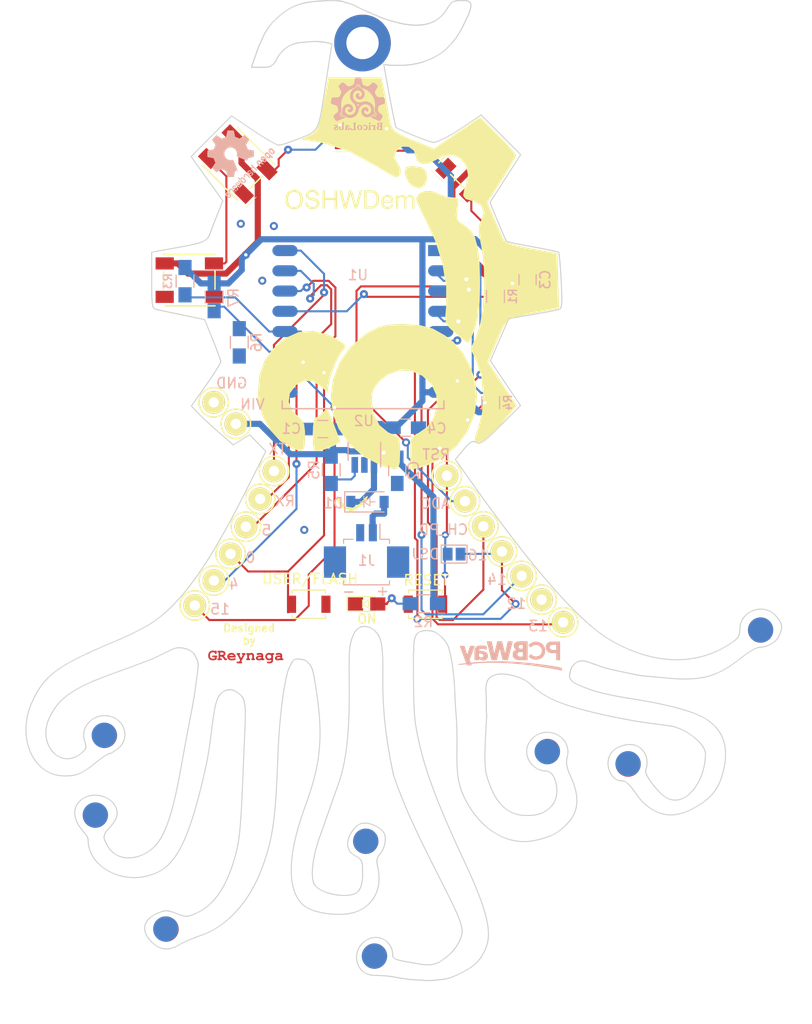
<source format=kicad_pcb>
(kicad_pcb (version 20170123) (host pcbnew no-vcs-found-d190aa4~59~ubuntu16.04.1)
  (title_block (title "Project Title"))
  (layers (0 F.Cu signal hide) (31 B.Cu signal) (34 B.Paste user) (35 F.Paste user) (36 B.SilkS user) (37 F.SilkS user) (38 B.Mask user) (39 F.Mask user) (44 Edge.Cuts user))
  (net 0 "")
  (net 1 VCC)
  (net 2 GPIO4)
  (net 3 GPIO5)
  (net 4 GND)
  (net 5 GPIO12)
  (net 6 ADC)
  (net 7 REST)
  (net 8 TXD)
  (net 9 RXD)
  (net 10 CH_PD)
  (net 11 GPIO0)
  (net 12 GPIO2)
  (net 13 "Net-(LED1-Pad4)")
  (net 14 "Net-(LED2-Pad4)")
  (net 15 "Net-(LED3-Pad4)")
  (net 16 "Net-(LED4-Pad4)")
  (net 17 "Net-(LED5-Pad4)")
  (net 18 GPIO13)
  (net 19 GPIO14)
  (net 20 GPIO15)
  (net 21 GPIO16)
  (net 22 +3.3V)
  (net 23 VBAT)
  (net 24 "Net-(R5-Pad2)")
  (net 25 "Net-(U2-Pad4)")
  (net 26 "Net-(D2-Pad2)")
  (module OSHwi:WS2812B (layer F.Cu) (at 146.273 69.7512 180)
    (fp_text reference LED1)
    (fp_text value WS2812B hide)
    (pad 4 smd rect (at -2.4384 1.651 180) (size 1.8 1.2) (layers F.Cu F.Paste F.Mask) (net 13 "Net-(LED1-Pad4)"))
    (pad 3 smd rect (at -2.4384 -1.651 180) (size 1.8 1.2) (layers F.Cu F.Paste F.Mask) (net 22 +3.3V))
    (pad 2 smd rect (at 2.4384 -1.651 180) (size 1.8 1.2) (layers F.Cu F.Paste F.Mask) (net 12 GPIO2))
    (pad 1 smd rect (at 2.4384 1.651 180) (size 1.8 1.2) (layers F.Cu F.Paste F.Mask) (net 4 GND))
  )
  (module OSHwi:WS2812B (layer F.Cu) (at 141.65 58.1535 225)
    (fp_text reference LED2)
    (fp_text value WS2812B hide)
    (pad 4 smd rect (at -2.4384 1.651 225) (size 1.8 1.2) (layers F.Cu F.Paste F.Mask) (net 14 "Net-(LED2-Pad4)"))
    (pad 3 smd rect (at -2.4384 -1.651 225) (size 1.8 1.2) (layers F.Cu F.Paste F.Mask) (net 22 +3.3V))
    (pad 2 smd rect (at 2.4384 -1.651 225) (size 1.8 1.2) (layers F.Cu F.Paste F.Mask) (net 13 "Net-(LED1-Pad4)"))
    (pad 1 smd rect (at 2.4384 1.651 225) (size 1.8 1.2) (layers F.Cu F.Paste F.Mask) (net 4 GND))
  )
  (module OSHwi:WS2812B (layer F.Cu) (at 130.032 53.4748 270)
    (fp_text reference LED3)
    (fp_text value WS2812B hide)
    (pad 4 smd rect (at -2.4384 1.651 270) (size 1.8 1.2) (layers F.Cu F.Paste F.Mask) (net 15 "Net-(LED3-Pad4)"))
    (pad 3 smd rect (at -2.4384 -1.651 270) (size 1.8 1.2) (layers F.Cu F.Paste F.Mask) (net 22 +3.3V))
    (pad 2 smd rect (at 2.4384 -1.651 270) (size 1.8 1.2) (layers F.Cu F.Paste F.Mask) (net 14 "Net-(LED2-Pad4)"))
    (pad 1 smd rect (at 2.4384 1.651 270) (size 1.8 1.2) (layers F.Cu F.Paste F.Mask) (net 4 GND))
  )
  (module OSHwi:WS2812B (layer F.Cu) (at 118.18 58.2958 315)
    (fp_text reference LED4)
    (fp_text value WS2812B hide)
    (pad 4 smd rect (at -2.4384 1.651 315) (size 1.8 1.2) (layers F.Cu F.Paste F.Mask) (net 16 "Net-(LED4-Pad4)"))
    (pad 3 smd rect (at -2.4384 -1.651 315) (size 1.8 1.2) (layers F.Cu F.Paste F.Mask) (net 22 +3.3V))
    (pad 2 smd rect (at 2.4384 -1.651 315) (size 1.8 1.2) (layers F.Cu F.Paste F.Mask) (net 15 "Net-(LED3-Pad4)"))
    (pad 1 smd rect (at 2.4384 1.651 315) (size 1.8 1.2) (layers F.Cu F.Paste F.Mask) (net 4 GND))
  )
  (module OSHwi:WS2812B (layer F.Cu) (at 113.385 69.7562)
    (fp_text reference LED5)
    (fp_text value WS2812B hide)
    (pad 4 smd rect (at -2.4384 1.651) (size 1.8 1.2) (layers F.Cu F.Paste F.Mask) (net 17 "Net-(LED5-Pad4)"))
    (pad 3 smd rect (at -2.4384 -1.651) (size 1.8 1.2) (layers F.Cu F.Paste F.Mask) (net 22 +3.3V))
    (pad 2 smd rect (at 2.4384 -1.651) (size 1.8 1.2) (layers F.Cu F.Paste F.Mask) (net 16 "Net-(LED4-Pad4)"))
    (pad 1 smd rect (at 2.4384 1.651) (size 1.8 1.2) (layers F.Cu F.Paste F.Mask) (net 4 GND))
  )
  (module OSHwi:LED_0805 (layer F.Cu) (at 130.926 101.755)
    (fp_text reference D2 hide)
    (fp_text value ON hide)
    (pad 2 smd rect (at 1.1 0 180) (size 1.5 1.3) (layers F.Cu F.Paste F.Mask) (net 26 "Net-(D2-Pad2)"))
    (pad 1 smd rect (at -1.1 0 180) (size 1.5 1.3) (layers F.Cu F.Paste F.Mask) (net 4 GND))
  )
  (module OSHwi:D_SOD-123 (layer B.Cu) (at 131.002 91.6663)
    (fp_text reference D1 (at -3.38328 0.127) (layer B.SilkS) (effects (justify mirror)))
    (fp_text value MBRA140 hide)
    (pad 1 smd rect (at -1.65 0) (size 0.9 1.2) (layers B.Cu B.Paste B.Mask) (net 1 VCC))
    (pad 2 smd rect (at 1.65 0) (size 0.9 1.2) (layers B.Cu B.Paste B.Mask) (net 23 VBAT))
  )
  (module varios:pcbway3 (layer B.Cu) (at 145.11 106.89 180)
    (fp_text reference PCBway-3 hide)
    (fp_text value LOGO hide)
  )
  (module varios:bricolabs-14 (layer B.Cu) (at 130.07 52.33 180)
    (fp_text reference BricoLabs-14*** hide)
    (fp_text value LOGO hide)
  )
  (module Wickerlib:CONN-HEADER-STRAIGHT-P2.54MM-1x01 (layer F.Cu) (at 148.228 101.326)
    (fp_text reference J10 hide)
    (fp_text value TEST_1P)
    (pad 1 thru_hole circle (at 0 0) (size 2.2352 2.2352) (drill 1.016) (layers *.Cu *.Mask F.SilkS) (net 5 GPIO12))
  )
  (module varios:OSHWDem-4 (layer F.Cu) (at 129.39962 61.69936)
    (fp_text reference G*** hide)
    (fp_text value LOGO hide)
  )
  (module varios:greynaga6-2-cooper (layer F.Cu) (at 119 106.85)
    (fp_text reference GS*** hide)
    (fp_text value v hide)
    (fp_poly (pts (xy 0.541666 -0.256025) (xy 0.582283 -0.249307) (xy 0.619201 -0.237889) (xy 0.652882 -0.221598) (xy 0.683789 -0.200261) (xy 0.706817 -0.179453) (xy 0.720449 -0.165066) (xy 0.730749 -0.152281) (xy 0.739392 -0.138792) (xy 0.747414 -0.123588) (xy 0.753019 -0.112036) (xy 0.757798 -0.101372) (xy 0.761815 -0.090989) (xy 0.765138 -0.080279) (xy 0.767833 -0.068635) (xy 0.769964 -0.05545) (xy 0.771598 -0.040117) (xy 0.772801 -0.022027) (xy 0.773639 -0.000573) (xy 0.774178 0.024851) (xy 0.774483 0.054854) (xy 0.774622 0.090042) (xy 0.774658 0.127383) (xy 0.7747 0.288104) (xy 0.794543 0.290329) (xy 0.819393 0.29518) (xy 0.839094 0.303683) (xy 0.853802 0.315999) (xy 0.863675 0.332291) (xy 0.868869 0.352721) (xy 0.86981 0.3683) (xy 0.868119 0.390033) (xy 0.862798 0.407302) (xy 0.853472 0.421093) (xy 0.847793 0.426492) (xy 0.841924 0.43137) (xy 0.836579 0.435363) (xy 0.831075 0.438559) (xy 0.824731 0.441048) (xy 0.816863 0.442917) (xy 0.80679 0.444255) (xy 0.793828 0.445151) (xy 0.777296 0.445694) (xy 0.756512 0.445971) (xy 0.730792 0.446073) (xy 0.699455 0.446087) (xy 0.579437 0.446087) (xy 0.560387 0.436562) (xy 0.543482 0.426145) (xy 0.531924 0.413911) (xy 0.524897 0.398609) (xy 0.521583 0.378987) (xy 0.521433 0.376867) (xy 0.521882 0.352619) (xy 0.526793 0.332716) (xy 0.536407 0.316866) (xy 0.550966 0.304777) (xy 0.57071 0.296159) (xy 0.592244 0.291265) (xy 0.61595 0.287493) (xy 0.61595 0.142826) (xy 0.615916 0.105545) (xy 0.61578 0.074025) (xy 0.615484 0.047677) (xy 0.614974 0.025912) (xy 0.614193 0.008142) (xy 0.613086 -0.006222) (xy 0.611598 -0.01777) (xy 0.609673 -0.027089) (xy 0.607255 -0.03477) (xy 0.604289 -0.0414) (xy 0.600719 -0.047569) (xy 0.597514 -0.052388) (xy 0.584918 -0.066241) (xy 0.567864 -0.078691) (xy 0.548243 -0.088456) (xy 0.540143 -0.091309) (xy 0.530158 -0.09379) (xy 0.51823 -0.095451) (xy 0.503025 -0.096408) (xy 0.483213 -0.096774) (xy 0.47625 -0.096786) (xy 0.457456 -0.096662) (xy 0.443466 -0.096213) (xy 0.432735 -0.095253) (xy 0.423716 -0.093594) (xy 0.414866 -0.09105) (xy 0.407428 -0.088455) (xy 0.382767 -0.077356) (xy 0.357405 -0.061589) (xy 0.330685 -0.040711) (xy 0.311666 -0.023614) (xy 0.282575 0.003771) (xy 0.282575 0.288925) (xy 0.294691 0.288925) (xy 0.309999 0.289977) (xy 0.326907 0.292773) (xy 0.342803 0.296765) (xy 0.355078 0.30141) (xy 0.355499 0.301623) (xy 0.372539 0.313473) (xy 0.384505 0.328963) (xy 0.391498 0.34828) (xy 0.39363 0.370579) (xy 0.391646 0.392296) (xy 0.385483 0.409681) (xy 0.374587 0.423616) (xy 0.358405 0.43498) (xy 0.350797 0.438788) (xy 0.346721 0.440602) (xy 0.342686 0.442091) (xy 0.338046 0.443291) (xy 0.332151 0.444238) (xy 0.324352 0.444966) (xy 0.314002 0.445513) (xy 0.300452 0.445913) (xy 0.283052 0.446202) (xy 0.261156 0.446416) (xy 0.234113 0.446591) (xy 0.206375 0.446737) (xy 0.171688 0.44686) (xy 0.142846 0.446839) (xy 0.119343 0.446661) (xy 0.100673 0.446315) (xy 0.086333 0.445788) (xy 0.075816 0.445067) (xy 0.068619 0.444141) (xy 0.065087 0.443302) (xy 0.043819 0.434532) (xy 0.028148 0.423343) (xy 0.017557 0.409028) (xy 0.011529 0.39088) (xy 0.009545 0.368192) (xy 0.009542 0.367404) (xy 0.01224 0.345291) (xy 0.020255 0.326437) (xy 0.033397 0.311168) (xy 0.047725 0.301623) (xy 0.059778 0.296962) (xy 0.07557 0.292929) (xy 0.092488 0.290069) (xy 0.107922 0.288927) (xy 0.108533 0.288925) (xy 0.12065 0.288925) (xy 0.12065 -0.078083) (xy 0.098264 -0.081922) (xy 0.084873 -0.084822) (xy 0.072128 -0.088584) (xy 0.063646 -0.092001) (xy 0.047336 -0.10368) (xy 0.035397 -0.119371) (xy 0.02814 -0.138204) (xy 0.025876 -0.159309) (xy 0.028914 -0.181817) (xy 0.030075 -0.186042) (xy 0.038398 -0.20338) (xy 0.052247 -0.217784) (xy 0.071437 -0.229232) (xy 0.07615 -0.231294) (xy 0.080848 -0.232938) (xy 0.086306 -0.234219) (xy 0.093299 -0.235195) (xy 0.1026 -0.235921) (xy 0.114984 -0.236456) (xy 0.131224 -0.236854) (xy 0.152097 -0.237174) (xy 0.178374 -0.237471) (xy 0.184943 -0.237539) (xy 0.282575 -0.238539) (xy 0.282575 -0.168113) (xy 0.302487 -0.185005) (xy 0.322594 -0.201315) (xy 0.340895 -0.214303) (xy 0.359694 -0.225486) (xy 0.378588 -0.235092) (xy 0.399931 -0.244297) (xy 0.420782 -0.250883) (xy 0.442821 -0.25518) (xy 0.46773 -0.257516) (xy 0.496887 -0.258218) (xy 0.541666 -0.256025)) (layer F.Cu) (width 0.01))
    (fp_poly (pts (xy -2.416406 -0.466363) (xy -2.390736 -0.466096) (xy -2.368815 -0.465653) (xy -2.350125 -0.46501) (xy -2.334145 -0.464142) (xy -2.320355 -0.463026) (xy -2.308236 -0.461638) (xy -2.297267 -0.459953) (xy -2.286928 -0.457947) (xy -2.2767 -0.455597) (xy -2.266063 -0.452878) (xy -2.262939 -0.452046) (xy -2.223392 -0.438724) (xy -2.186136 -0.420778) (xy -2.151861 -0.398756) (xy -2.121257 -0.373204) (xy -2.095013 -0.344671) (xy -2.07382 -0.313703) (xy -2.063789 -0.294124) (xy -2.05192 -0.260839) (xy -2.044633 -0.224872) (xy -2.042201 -0.18821) (xy -2.044547 -0.155179) (xy -2.052587 -0.119599) (xy -2.066138 -0.0863) (xy -2.085434 -0.054853) (xy -2.110708 -0.024825) (xy -2.120886 -0.01469) (xy -2.131565 -0.005111) (xy -2.144432 0.005474) (xy -2.158425 0.016303) (xy -2.172484 0.026612) (xy -2.18555 0.035637) (xy -2.196561 0.042616) (xy -2.204457 0.046784) (xy -2.207435 0.047625) (xy -2.206582 0.049686) (xy -2.201892 0.055319) (xy -2.194107 0.063696) (xy -2.18397 0.073988) (xy -2.182481 0.075459) (xy -2.138558 0.121791) (xy -2.09578 0.17287) (xy -2.055443 0.227092) (xy -2.033575 0.259506) (xy -2.014538 0.288825) (xy -1.995488 0.28893) (xy -1.974732 0.290296) (xy -1.954239 0.293867) (xy -1.935893 0.29919) (xy -1.921579 0.30581) (xy -1.919288 0.307304) (xy -1.905183 0.320228) (xy -1.896029 0.336123) (xy -1.891478 0.355741) (xy -1.890809 0.3683) (xy -1.892902 0.391429) (xy -1.899557 0.410249) (xy -1.911035 0.425117) (xy -1.927594 0.436392) (xy -1.944884 0.44313) (xy -1.951817 0.444675) (xy -1.961551 0.44586) (xy -1.974809 0.446717) (xy -1.99231 0.447283) (xy -2.014778 0.44759) (xy -2.040264 0.447675) (xy -2.120543 0.447675) (xy -2.13837 0.415911) (xy -2.156902 0.38447) (xy -2.177684 0.351981) (xy -2.200202 0.31907) (xy -2.22394 0.286366) (xy -2.248385 0.254494) (xy -2.273022 0.224081) (xy -2.297336 0.195753) (xy -2.320813 0.170139) (xy -2.342938 0.147863) (xy -2.363198 0.129553) (xy -2.381077 0.115835) (xy -2.388634 0.111081) (xy -2.405063 0.101659) (xy -2.480469 0.101629) (xy -2.555875 0.1016) (xy -2.555875 0.288925) (xy -2.520157 0.28898) (xy -2.488974 0.290151) (xy -2.463233 0.293688) (xy -2.442408 0.299781) (xy -2.425976 0.308623) (xy -2.413412 0.320403) (xy -2.406725 0.33034) (xy -2.402302 0.339676) (xy -2.399881 0.349213) (xy -2.398944 0.361457) (xy -2.398867 0.3683) (xy -2.400994 0.391286) (xy -2.407465 0.409852) (xy -2.418428 0.424344) (xy -2.425503 0.430075) (xy -2.431209 0.433917) (xy -2.436702 0.437155) (xy -2.442557 0.43984) (xy -2.44935 0.442024) (xy -2.457657 0.443757) (xy -2.468054 0.445091) (xy -2.481116 0.446077) (xy -2.497419 0.446767) (xy -2.517539 0.44721) (xy -2.542052 0.44746) (xy -2.571532 0.447566) (xy -2.606556 0.44758) (xy -2.622261 0.447571) (xy -2.657911 0.447531) (xy -2.687794 0.44745) (xy -2.712496 0.447308) (xy -2.7326 0.447085) (xy -2.74869 0.44676) (xy -2.761351 0.446314) (xy -2.771167 0.445725) (xy -2.778722 0.444975) (xy -2.784599 0.444043) (xy -2.789384 0.442909) (xy -2.793316 0.441672) (xy -2.812884 0.431968) (xy -2.827694 0.418198) (xy -2.83757 0.400693) (xy -2.842335 0.379783) (xy -2.841814 0.355799) (xy -2.841239 0.351772) (xy -2.835234 0.332381) (xy -2.823995 0.316427) (xy -2.807689 0.304011) (xy -2.786485 0.295233) (xy -2.760552 0.290195) (xy -2.736267 0.288925) (xy -2.7178 0.288925) (xy -2.7178 -0.05715) (xy -2.555875 -0.05715) (xy -2.505869 -0.057178) (xy -2.483935 -0.057417) (xy -2.459739 -0.058048) (xy -2.436017 -0.058981) (xy -2.415504 -0.060123) (xy -2.412907 -0.060304) (xy -2.379126 -0.063717) (xy -2.349865 -0.068941) (xy -2.323456 -0.076375) (xy -2.298227 -0.086415) (xy -2.292979 -0.088866) (xy -2.27115 -0.101276) (xy -2.251296 -0.116324) (xy -2.234723 -0.132839) (xy -2.222736 -0.149647) (xy -2.220499 -0.153988) (xy -2.215039 -0.171124) (xy -2.212889 -0.190639) (xy -2.214103 -0.21) (xy -2.218733 -0.226673) (xy -2.218978 -0.227221) (xy -2.231258 -0.246959) (xy -2.249071 -0.264952) (xy -2.271714 -0.280653) (xy -2.298487 -0.293517) (xy -2.309564 -0.297538) (xy -2.316509 -0.299813) (xy -2.322776 -0.301651) (xy -2.329131 -0.303107) (xy -2.336343 -0.304236) (xy -2.34518 -0.305094) (xy -2.356409 -0.305734) (xy -2.370797 -0.306213) (xy -2.389114 -0.306584) (xy -2.412126 -0.306904) (xy -2.440601 -0.307226) (xy -2.445544 -0.30728) (xy -2.555875 -0.308478) (xy -2.555875 -0.05715) (xy -2.7178 -0.05715) (xy -2.7178 -0.307052) (xy -2.748757 -0.308854) (xy -2.776947 -0.312098) (xy -2.799708 -0.318375) (xy -2.817308 -0.327913) (xy -2.830015 -0.340942) (xy -2.838098 -0.357691) (xy -2.841825 -0.378388) (xy -2.842155 -0.388572) (xy -2.840508 -0.410673) (xy -2.835405 -0.428063) (xy -2.826315 -0.441664) (xy -2.812708 -0.452403) (xy -2.802419 -0.457738) (xy -2.786063 -0.465138) (xy -2.566988 -0.466155) (xy -2.521118 -0.46635) (xy -2.481077 -0.466466) (xy -2.446347 -0.466478) (xy -2.416406 -0.466363)) (layer F.Cu) (width 0.01))
    (fp_poly (pts (xy -2.975093 -0.487295) (xy -2.958806 -0.481562) (xy -2.949319 -0.475332) (xy -2.941943 -0.467039) (xy -2.935288 -0.455604) (xy -2.925763 -0.437033) (xy -2.924772 -0.33272) (xy -2.924535 -0.302881) (xy -2.924464 -0.278668) (xy -2.924582 -0.259358) (xy -2.924912 -0.24423) (xy -2.925478 -0.23256) (xy -2.926303 -0.223626) (xy -2.92741 -0.216705) (xy -2.928657 -0.211636) (xy -2.936615 -0.191227) (xy -2.947388 -0.176183) (xy -2.961588 -0.166054) (xy -2.97983 -0.160395) (xy -3.00115 -0.15875) (xy -3.015042 -0.159329) (xy -3.027563 -0.160863) (xy -3.036265 -0.163049) (xy -3.036434 -0.163119) (xy -3.047557 -0.169857) (xy -3.057357 -0.180526) (xy -3.066178 -0.195727) (xy -3.074367 -0.216059) (xy -3.082271 -0.242122) (xy -3.082516 -0.243032) (xy -3.090338 -0.260301) (xy -3.10375 -0.276127) (xy -3.122115 -0.29031) (xy -3.144795 -0.302648) (xy -3.171152 -0.312939) (xy -3.20055 -0.320983) (xy -3.232351 -0.326578) (xy -3.265917 -0.329523) (xy -3.30061 -0.329616) (xy -3.335795 -0.326657) (xy -3.343834 -0.325532) (xy -3.385635 -0.316345) (xy -3.424127 -0.30205) (xy -3.458992 -0.282944) (xy -3.489912 -0.259323) (xy -3.516568 -0.231483) (xy -3.538642 -0.199723) (xy -3.555816 -0.164337) (xy -3.567772 -0.125624) (xy -3.570044 -0.114744) (xy -3.571827 -0.10144) (xy -3.573253 -0.083102) (xy -3.57432 -0.060872) (xy -3.575029 -0.035891) (xy -3.57538 -0.0093) (xy -3.575372 0.017759) (xy -3.575007 0.044145) (xy -3.574284 0.068716) (xy -3.573203 0.090331) (xy -3.571763 0.107849) (xy -3.570036 0.119792) (xy -3.559542 0.157609) (xy -3.544526 0.191143) (xy -3.524917 0.220455) (xy -3.500642 0.245602) (xy -3.47163 0.266643) (xy -3.437807 0.283638) (xy -3.399103 0.296646) (xy -3.355445 0.305725) (xy -3.340184 0.307839) (xy -3.296209 0.311049) (xy -3.250528 0.310329) (xy -3.20481 0.305863) (xy -3.160728 0.297839) (xy -3.119951 0.286441) (xy -3.107532 0.281981) (xy -3.082925 0.272588) (xy -3.082925 0.168902) (xy -3.177382 0.167493) (xy -3.207581 0.166968) (xy -3.23221 0.166312) (xy -3.252047 0.165416) (xy -3.267871 0.164173) (xy -3.280462 0.162474) (xy -3.290598 0.16021) (xy -3.299059 0.157273) (xy -3.306624 0.153554) (xy -3.314072 0.148946) (xy -3.314981 0.148337) (xy -3.327733 0.136063) (xy -3.336758 0.1195) (xy -3.341742 0.099714) (xy -3.342371 0.077769) (xy -3.340243 0.062601) (xy -3.334333 0.045383) (xy -3.324127 0.031763) (xy -3.308908 0.020956) (xy -3.297238 0.015561) (xy -3.278188 0.007937) (xy -3.103563 0.007937) (xy -3.065399 0.007952) (xy -3.033039 0.008006) (xy -3.005937 0.008116) (xy -2.983548 0.008298) (xy -2.965326 0.008567) (xy -2.950726 0.00894) (xy -2.939201 0.009432) (xy -2.930206 0.01006) (xy -2.923195 0.01084) (xy -2.917622 0.011787) (xy -2.912943 0.012917) (xy -2.910696 0.013578) (xy -2.890083 0.022765) (xy -2.874327 0.035933) (xy -2.863638 0.052803) (xy -2.858229 0.073095) (xy -2.85757 0.083769) (xy -2.859763 0.107377) (xy -2.866709 0.126916) (xy -2.878668 0.142806) (xy -2.895902 0.155468) (xy -2.904925 0.159991) (xy -2.924175 0.168631) (xy -2.924175 0.375067) (xy -2.969419 0.396749) (xy -3.009386 0.415152) (xy -3.045798 0.430222) (xy -3.080147 0.442481) (xy -3.113923 0.452453) (xy -3.148617 0.460659) (xy -3.15595 0.462166) (xy -3.16877 0.464021) (xy -3.186689 0.465616) (xy -3.20846 0.466925) (xy -3.232837 0.467923) (xy -3.258574 0.468583) (xy -3.284424 0.468881) (xy -3.30914 0.468791) (xy -3.331476 0.468287) (xy -3.350186 0.467343) (xy -3.360738 0.466374) (xy -3.400872 0.459972) (xy -3.441506 0.450536) (xy -3.480867 0.438591) (xy -3.517182 0.424665) (xy -3.5433 0.412211) (xy -3.581697 0.388292) (xy -3.616534 0.359389) (xy -3.647516 0.325966) (xy -3.674347 0.288485) (xy -3.696729 0.24741) (xy -3.714366 0.203205) (xy -3.726961 0.156333) (xy -3.733458 0.114969) (xy -3.734743 0.098693) (xy -3.735726 0.07743) (xy -3.736407 0.052535) (xy -3.736784 0.025364) (xy -3.736855 -0.002728) (xy -3.736619 -0.030384) (xy -3.736076 -0.05625) (xy -3.735224 -0.07897) (xy -3.734061 -0.097188) (xy -3.733661 -0.101478) (xy -3.726428 -0.147428) (xy -3.714482 -0.192508) (xy -3.698377 -0.234713) (xy -3.694442 -0.243181) (xy -3.679115 -0.2729) (xy -3.663221 -0.298868) (xy -3.645405 -0.322983) (xy -3.624309 -0.347143) (xy -3.608401 -0.363565) (xy -3.572999 -0.395891) (xy -3.536593 -0.422723) (xy -3.498131 -0.444629) (xy -3.456562 -0.462179) (xy -3.410835 -0.475941) (xy -3.393086 -0.480092) (xy -3.381359 -0.482485) (xy -3.3703 -0.484278) (xy -3.35869 -0.485554) (xy -3.34531 -0.486397) (xy -3.32894 -0.486888) (xy -3.308361 -0.487112) (xy -3.2893 -0.487154) (xy -3.262238 -0.487018) (xy -3.240367 -0.486563) (xy -3.222533 -0.485724) (xy -3.207583 -0.484438) (xy -3.194363 -0.482641) (xy -3.187912 -0.481506) (xy -3.161803 -0.475687) (xy -3.133885 -0.467947) (xy -3.106775 -0.459083) (xy -3.08309 -0.44989) (xy -3.080845 -0.44891) (xy -3.069119 -0.444359) (xy -3.062617 -0.443384) (xy -3.061261 -0.444407) (xy -3.056855 -0.452384) (xy -3.049086 -0.462197) (xy -3.039707 -0.471925) (xy -3.030471 -0.479645) (xy -3.027215 -0.481736) (xy -3.011716 -0.487398) (xy -2.993541 -0.489249) (xy -2.975093 -0.487295)) (layer F.Cu) (width 0.01))
    (fp_poly (pts (xy 3.294858 -0.257621) (xy 3.341954 -0.252197) (xy 3.38518 -0.242867) (xy 3.402012 -0.237772) (xy 3.436003 -0.223973) (xy 3.467184 -0.206312) (xy 3.494769 -0.185419) (xy 3.517974 -0.161921) (xy 3.536013 -0.136446) (xy 3.541395 -0.126285) (xy 3.545654 -0.117278) (xy 3.54929 -0.108953) (xy 3.552352 -0.100739) (xy 3.55489 -0.092067) (xy 3.556952 -0.082365) (xy 3.558589 -0.071063) (xy 3.55985 -0.057591) (xy 3.560784 -0.041378) (xy 3.561441 -0.021853) (xy 3.56187 0.001554) (xy 3.562122 0.029413) (xy 3.562245 0.062295) (xy 3.562289 0.100771) (xy 3.562294 0.114615) (xy 3.56235 0.287968) (xy 3.594893 0.28985) (xy 3.621936 0.292687) (xy 3.643675 0.297948) (xy 3.660798 0.305953) (xy 3.673993 0.317022) (xy 3.683789 0.331177) (xy 3.687692 0.340056) (xy 3.689888 0.349785) (xy 3.690779 0.362577) (xy 3.690861 0.370205) (xy 3.690601 0.383815) (xy 3.68948 0.393359) (xy 3.68697 0.401109) (xy 3.68254 0.409343) (xy 3.681263 0.411432) (xy 3.672979 0.422518) (xy 3.662714 0.430963) (xy 3.652965 0.436513) (xy 3.634254 0.446087) (xy 3.517339 0.447027) (xy 3.400425 0.447967) (xy 3.400425 0.416005) (xy 3.382168 0.424348) (xy 3.355535 0.43536) (xy 3.325186 0.445986) (xy 3.293738 0.455377) (xy 3.2639 0.462666) (xy 3.243479 0.466117) (xy 3.219027 0.468859) (xy 3.192034 0.470848) (xy 3.163992 0.472042) (xy 3.136394 0.472396) (xy 3.110731 0.471866) (xy 3.088496 0.470409) (xy 3.072574 0.468256) (xy 3.032734 0.458251) (xy 2.995754 0.444045) (xy 2.962133 0.426029) (xy 2.932371 0.404591) (xy 2.906968 0.380122) (xy 2.886423 0.353011) (xy 2.871235 0.323647) (xy 2.865345 0.306672) (xy 2.861971 0.288572) (xy 2.860719 0.266682) (xy 2.861109 0.254683) (xy 3.029019 0.254683) (xy 3.031999 0.267425) (xy 3.04061 0.279693) (xy 3.054137 0.290927) (xy 3.071861 0.300573) (xy 3.093065 0.308072) (xy 3.100075 0.309838) (xy 3.116978 0.312315) (xy 3.138383 0.313322) (xy 3.162636 0.312936) (xy 3.188079 0.311231) (xy 3.213056 0.308282) (xy 3.23591 0.304163) (xy 3.2385 0.303578) (xy 3.272125 0.294668) (xy 3.304021 0.283706) (xy 3.336441 0.269843) (xy 3.363912 0.256278) (xy 3.402012 0.236535) (xy 3.402901 0.197985) (xy 3.403789 0.159434) (xy 3.383769 0.155948) (xy 3.345818 0.15026) (xy 3.307644 0.146262) (xy 3.270307 0.143974) (xy 3.234865 0.143412) (xy 3.202375 0.144595) (xy 3.173896 0.147539) (xy 3.151187 0.152073) (xy 3.121762 0.161732) (xy 3.095407 0.173897) (xy 3.072674 0.188104) (xy 3.054117 0.203888) (xy 3.040288 0.220785) (xy 3.031742 0.238329) (xy 3.029019 0.254683) (xy 2.861109 0.254683) (xy 2.861484 0.24316) (xy 2.864159 0.220161) (xy 2.868639 0.199843) (xy 2.870928 0.192908) (xy 2.881721 0.168052) (xy 2.894927 0.145837) (xy 2.911823 0.124316) (xy 2.925762 0.109402) (xy 2.9586 0.079726) (xy 2.994063 0.05486) (xy 3.032769 0.034495) (xy 3.075341 0.018322) (xy 3.122396 0.006032) (xy 3.14001 0.002596) (xy 3.165339 -0.00081) (xy 3.195398 -0.002976) (xy 3.228698 -0.003935) (xy 3.263746 -0.00372) (xy 3.299053 -0.002366) (xy 3.333129 0.000095) (xy 3.364481 0.003629) (xy 3.391621 0.008203) (xy 3.391693 0.008218) (xy 3.400425 0.010029) (xy 3.400425 -0.015781) (xy 3.399749 -0.033039) (xy 3.397256 -0.045871) (xy 3.392244 -0.056103) (xy 3.384011 -0.065562) (xy 3.379831 -0.069386) (xy 3.36453 -0.080022) (xy 3.345487 -0.088111) (xy 3.322145 -0.093782) (xy 3.293949 -0.097168) (xy 3.260344 -0.098397) (xy 3.256476 -0.098407) (xy 3.236862 -0.098117) (xy 3.218066 -0.097164) (xy 3.1989 -0.095392) (xy 3.178171 -0.092648) (xy 3.15469 -0.088776) (xy 3.127266 -0.083623) (xy 3.099768 -0.078079) (xy 3.069938 -0.072148) (xy 3.045451 -0.067873) (xy 3.025514 -0.065281) (xy 3.009331 -0.064399) (xy 2.996109 -0.065257) (xy 2.985052 -0.06788) (xy 2.975368 -0.072297) (xy 2.966261 -0.078536) (xy 2.961021 -0.08292) (xy 2.94773 -0.098515) (xy 2.938933 -0.117116) (xy 2.934788 -0.137338) (xy 2.935455 -0.157799) (xy 2.941092 -0.177114) (xy 2.948734 -0.19009) (xy 2.955435 -0.197112) (xy 2.964864 -0.203612) (xy 2.977817 -0.20996) (xy 2.995093 -0.216521) (xy 3.017487 -0.223665) (xy 3.02869 -0.22695) (xy 3.083408 -0.240714) (xy 3.138166 -0.250686) (xy 3.192182 -0.256843) (xy 3.244673 -0.259162) (xy 3.294858 -0.257621)) (layer F.Cu) (width 0.01))
    (fp_poly (pts (xy 1.428856 -0.256821) (xy 1.476526 -0.249673) (xy 1.520116 -0.238011) (xy 1.559457 -0.221869) (xy 1.589647 -0.204507) (xy 1.617347 -0.183124) (xy 1.639714 -0.159154) (xy 1.657527 -0.131732) (xy 1.660782 -0.125413) (xy 1.665257 -0.116146) (xy 1.669079 -0.107452) (xy 1.672301 -0.09876) (xy 1.674973 -0.089501) (xy 1.677148 -0.079104) (xy 1.678875 -0.066997) (xy 1.680206 -0.05261) (xy 1.681193 -0.035373) (xy 1.681886 -0.014716) (xy 1.682337 0.009933) (xy 1.682597 0.039145) (xy 1.682717 0.073488) (xy 1.682749 0.113535) (xy 1.68275 0.119341) (xy 1.68275 0.288925) (xy 1.702804 0.288925) (xy 1.733296 0.290827) (xy 1.75879 0.29652) (xy 1.779249 0.305983) (xy 1.794638 0.319196) (xy 1.804924 0.336136) (xy 1.80951 0.352706) (xy 1.810795 0.376668) (xy 1.806711 0.397901) (xy 1.797525 0.415939) (xy 1.783502 0.430314) (xy 1.764908 0.440559) (xy 1.758223 0.442834) (xy 1.752573 0.444186) (xy 1.745234 0.445274) (xy 1.73553 0.446122) (xy 1.722785 0.446756) (xy 1.706324 0.447203) (xy 1.685472 0.447488) (xy 1.659553 0.447636) (xy 1.631373 0.447675) (xy 1.520825 0.447675) (xy 1.520825 0.4318) (xy 1.52052 0.422741) (xy 1.519741 0.416993) (xy 1.519131 0.415925) (xy 1.515573 0.417244) (xy 1.50827 0.420628) (xy 1.502463 0.423502) (xy 1.478277 0.434233) (xy 1.4495 0.444525) (xy 1.417888 0.453867) (xy 1.3852 0.461746) (xy 1.353192 0.467651) (xy 1.34849 0.468345) (xy 1.33283 0.470022) (xy 1.313249 0.471293) (xy 1.291257 0.472141) (xy 1.268364 0.472552) (xy 1.24608 0.472509) (xy 1.225914 0.471998) (xy 1.209379 0.471002) (xy 1.199894 0.469866) (xy 1.157188 0.459891) (xy 1.117465 0.445055) (xy 1.081304 0.42565) (xy 1.049282 0.40197) (xy 1.031207 0.384683) (xy 1.011064 0.360917) (xy 0.996427 0.337626) (xy 0.986733 0.313412) (xy 0.981421 0.286878) (xy 0.979924 0.257175) (xy 0.980016 0.252945) (xy 1.14935 0.252945) (xy 1.152401 0.268023) (xy 1.161357 0.281504) (xy 1.175915 0.293142) (xy 1.195775 0.302695) (xy 1.2192 0.309599) (xy 1.234037 0.311765) (xy 1.253394 0.31286) (xy 1.27554 0.312925) (xy 1.298742 0.312004) (xy 1.32127 0.310139) (xy 1.341391 0.307373) (xy 1.3462 0.306475) (xy 1.39137 0.294747) (xy 1.438463 0.277309) (xy 1.477962 0.258978) (xy 1.522412 0.236537) (xy 1.523303 0.197643) (xy 1.523455 0.182774) (xy 1.523219 0.170526) (xy 1.522646 0.162114) (xy 1.521784 0.158752) (xy 1.521716 0.158737) (xy 1.517664 0.158262) (xy 1.508898 0.157) (xy 1.496973 0.15518) (xy 1.490662 0.154187) (xy 1.44561 0.148105) (xy 1.402614 0.144411) (xy 1.362432 0.143107) (xy 1.325823 0.144194) (xy 1.293547 0.147673) (xy 1.266361 0.153545) (xy 1.265355 0.15384) (xy 1.235143 0.164537) (xy 1.208748 0.177388) (xy 1.186624 0.192004) (xy 1.169224 0.207999) (xy 1.157002 0.224985) (xy 1.150412 0.242573) (xy 1.14935 0.252945) (xy 0.980016 0.252945) (xy 0.980298 0.240122) (xy 0.98148 0.226853) (xy 0.983876 0.214814) (xy 0.987894 0.201452) (xy 0.98959 0.196476) (xy 1.003199 0.165337) (xy 1.021896 0.136246) (xy 1.046221 0.108408) (xy 1.055562 0.099372) (xy 1.09097 0.070295) (xy 1.129688 0.04606) (xy 1.172072 0.026507) (xy 1.218477 0.011476) (xy 1.269258 0.000806) (xy 1.276731 -0.000348) (xy 1.298598 -0.002623) (xy 1.32528 -0.003866) (xy 1.355334 -0.004131) (xy 1.387319 -0.00347) (xy 1.419792 -0.001939) (xy 1.451312 0.000411) (xy 1.480437 0.003524) (xy 1.505724 0.007348) (xy 1.511041 0.008362) (xy 1.521491 0.010452) (xy 1.520364 -0.018297) (xy 1.519646 -0.032363) (xy 1.518497 -0.041899) (xy 1.516434 -0.048724) (xy 1.51297 -0.054657) (xy 1.509463 -0.059242) (xy 1.495116 -0.072907) (xy 1.476243 -0.083559) (xy 1.452554 -0.091285) (xy 1.423758 -0.096173) (xy 1.389564 -0.098308) (xy 1.378313 -0.098426) (xy 1.359754 -0.09825) (xy 1.342881 -0.097623) (xy 1.326499 -0.096392) (xy 1.309415 -0.094403) (xy 1.290437 -0.091503) (xy 1.26837 -0.087541) (xy 1.242022 -0.082364) (xy 1.223962 -0.078672) (xy 1.18993 -0.072129) (xy 1.161473 -0.067733) (xy 1.138197 -0.065458) (xy 1.11971 -0.06528) (xy 1.10562 -0.067174) (xy 1.096505 -0.070556) (xy 1.078567 -0.083787) (xy 1.065414 -0.101054) (xy 1.057321 -0.12192) (xy 1.054997 -0.136128) (xy 1.055197 -0.157779) (xy 1.060241 -0.175872) (xy 1.070408 -0.191261) (xy 1.074296 -0.195283) (xy 1.080508 -0.200754) (xy 1.087219 -0.205266) (xy 1.095721 -0.209416) (xy 1.107304 -0.213803) (xy 1.123262 -0.219025) (xy 1.130341 -0.22123) (xy 1.167335 -0.232086) (xy 1.200908 -0.240569) (xy 1.233239 -0.247091) (xy 1.266504 -0.252063) (xy 1.302881 -0.255897) (xy 1.321948 -0.257444) (xy 1.377274 -0.259422) (xy 1.428856 -0.256821)) (layer F.Cu) (width 0.01))
    (fp_poly (pts (xy -1.408884 -0.257616) (xy -1.361811 -0.251717) (xy -1.316582 -0.241517) (xy -1.274176 -0.227096) (xy -1.235576 -0.208538) (xy -1.231663 -0.206282) (xy -1.193234 -0.180751) (xy -1.158048 -0.151405) (xy -1.126801 -0.119003) (xy -1.100187 -0.084301) (xy -1.078901 -0.048055) (xy -1.071275 -0.031514) (xy -1.059737 -0.0002) (xy -1.051198 0.032397) (xy -1.045448 0.067499) (xy -1.042278 0.106327) (xy -1.041456 0.142081) (xy -1.0414 0.180975) (xy -1.360828 0.180975) (xy -1.412944 0.180979) (xy -1.459072 0.180996) (xy -1.499572 0.181032) (xy -1.534805 0.181093) (xy -1.565133 0.181186) (xy -1.590917 0.181317) (xy -1.612518 0.181492) (xy -1.630298 0.181718) (xy -1.644616 0.182001) (xy -1.655836 0.182347) (xy -1.664317 0.182763) (xy -1.670421 0.183255) (xy -1.674509 0.183829) (xy -1.676942 0.184491) (xy -1.678082 0.185249) (xy -1.678289 0.186107) (xy -1.678174 0.186531) (xy -1.671496 0.200203) (xy -1.661311 0.216052) (xy -1.648966 0.232159) (xy -1.636229 0.246189) (xy -1.610802 0.267167) (xy -1.580554 0.284372) (xy -1.545825 0.297727) (xy -1.506959 0.307153) (xy -1.464296 0.312574) (xy -1.418179 0.313913) (xy -1.36895 0.311091) (xy -1.355706 0.309669) (xy -1.334965 0.30702) (xy -1.314825 0.303943) (xy -1.294033 0.300189) (xy -1.271337 0.295512) (xy -1.245483 0.289662) (xy -1.215219 0.28239) (xy -1.203325 0.279456) (xy -1.1737 0.272452) (xy -1.149278 0.26756) (xy -1.129268 0.264795) (xy -1.112882 0.264171) (xy -1.099328 0.265705) (xy -1.087817 0.269409) (xy -1.077558 0.2753) (xy -1.069331 0.281947) (xy -1.055379 0.297442) (xy -1.046986 0.314322) (xy -1.043442 0.334167) (xy -1.043226 0.340242) (xy -1.043464 0.352597) (xy -1.044994 0.361271) (xy -1.048528 0.368904) (xy -1.052647 0.375143) (xy -1.063306 0.387692) (xy -1.077153 0.399173) (xy -1.094791 0.409897) (xy -1.116823 0.420176) (xy -1.143853 0.43032) (xy -1.176484 0.44064) (xy -1.183825 0.442778) (xy -1.223396 0.452649) (xy -1.267301 0.460885) (xy -1.313665 0.467163) (xy -1.340817 0.469769) (xy -1.356393 0.47074) (xy -1.375934 0.471511) (xy -1.398094 0.472072) (xy -1.421527 0.472415) (xy -1.444888 0.472531) (xy -1.466831 0.47241) (xy -1.486011 0.472045) (xy -1.50108 0.471425) (xy -1.508125 0.470873) (xy -1.516117 0.469732) (xy -1.528291 0.46766) (xy -1.542611 0.465013) (xy -1.550106 0.463552) (xy -1.599358 0.451004) (xy -1.644675 0.433627) (xy -1.686502 0.411187) (xy -1.725285 0.38345) (xy -1.756018 0.355708) (xy -1.786311 0.321967) (xy -1.810718 0.286688) (xy -1.829543 0.249217) (xy -1.843087 0.208903) (xy -1.851654 0.165092) (xy -1.853931 0.144462) (xy -1.855328 0.095106) (xy -1.850816 0.047855) (xy -1.848571 0.0381) (xy -1.676119 0.0381) (xy -1.221687 0.0381) (xy -1.223806 0.029368) (xy -1.228653 0.01689) (xy -1.237265 0.001973) (xy -1.24855 -0.013736) (xy -1.261411 -0.028588) (xy -1.264208 -0.031443) (xy -1.282702 -0.047225) (xy -1.305178 -0.062278) (xy -1.329307 -0.075174) (xy -1.348035 -0.082905) (xy -1.383927 -0.092574) (xy -1.422591 -0.097717) (xy -1.462392 -0.098351) (xy -1.501697 -0.094495) (xy -1.538871 -0.086165) (xy -1.555138 -0.080711) (xy -1.584353 -0.067265) (xy -1.611047 -0.050178) (xy -1.634358 -0.030234) (xy -1.653424 -0.00822) (xy -1.667383 0.015079) (xy -1.671691 0.02555) (xy -1.676119 0.0381) (xy -1.848571 0.0381) (xy -1.840468 0.002893) (xy -1.824358 -0.039595) (xy -1.802559 -0.079424) (xy -1.775146 -0.116407) (xy -1.742191 -0.150361) (xy -1.733694 -0.157843) (xy -1.700335 -0.184115) (xy -1.6671 -0.205417) (xy -1.632131 -0.222813) (xy -1.595982 -0.236565) (xy -1.551349 -0.248687) (xy -1.504633 -0.256182) (xy -1.456818 -0.259131) (xy -1.408884 -0.257616)) (layer F.Cu) (width 0.01))
    (fp_poly (pts (xy 2.298534 -0.25834) (xy 2.315568 -0.258055) (xy 2.328899 -0.257446) (xy 2.33985 -0.256395) (xy 2.349745 -0.254781) (xy 2.359907 -0.252486) (xy 2.369203 -0.250056) (xy 2.403796 -0.238621) (xy 2.437402 -0.223561) (xy 2.467646 -0.205971) (xy 2.473325 -0.202075) (xy 2.493962 -0.187471) (xy 2.495806 -0.238125) (xy 2.601884 -0.238125) (xy 2.631271 -0.238021) (xy 2.657886 -0.237718) (xy 2.681039 -0.237238) (xy 2.700037 -0.236599) (xy 2.714189 -0.23582) (xy 2.722803 -0.234921) (xy 2.723681 -0.234754) (xy 2.745043 -0.227352) (xy 2.762234 -0.215493) (xy 2.774811 -0.199705) (xy 2.782334 -0.180517) (xy 2.784426 -0.161925) (xy 2.782846 -0.14114) (xy 2.777738 -0.124407) (xy 2.768598 -0.110196) (xy 2.766774 -0.108105) (xy 2.753977 -0.096772) (xy 2.738485 -0.088636) (xy 2.71925 -0.083317) (xy 2.695225 -0.08043) (xy 2.690143 -0.080131) (xy 2.657475 -0.078464) (xy 2.657472 0.198099) (xy 2.65745 0.251492) (xy 2.657375 0.298947) (xy 2.657234 0.340873) (xy 2.65701 0.377681) (xy 2.65669 0.409784) (xy 2.656259 0.437591) (xy 2.655702 0.461513) (xy 2.655004 0.481962) (xy 2.654151 0.499348) (xy 2.653128 0.514082) (xy 2.651921 0.526575) (xy 2.650514 0.537238) (xy 2.648893 0.546482) (xy 2.647044 0.554717) (xy 2.644952 0.562355) (xy 2.644403 0.564174) (xy 2.629544 0.602047) (xy 2.609301 0.636917) (xy 2.584068 0.668414) (xy 2.55424 0.69617) (xy 2.520211 0.719814) (xy 2.482375 0.738978) (xy 2.443162 0.752725) (xy 2.436709 0.754473) (xy 2.430475 0.755916) (xy 2.423785 0.757089) (xy 2.415963 0.758026) (xy 2.406333 0.758759) (xy 2.394222 0.759324) (xy 2.378953 0.759753) (xy 2.359852 0.76008) (xy 2.336242 0.760339) (xy 2.307451 0.760564) (xy 2.282825 0.760725) (xy 2.253366 0.760841) (xy 2.225627 0.760817) (xy 2.200323 0.760662) (xy 2.178173 0.760387) (xy 2.159892 0.760002) (xy 2.146198 0.759517) (xy 2.137808 0.758942) (xy 2.135931 0.758652) (xy 2.1138 0.750639) (xy 2.096359 0.738692) (xy 2.083873 0.723059) (xy 2.076606 0.703986) (xy 2.076411 0.703074) (xy 2.074017 0.680178) (xy 2.07635 0.65889) (xy 2.083143 0.640308) (xy 2.094134 0.625533) (xy 2.095312 0.624434) (xy 2.101581 0.619288) (xy 2.108372 0.615037) (xy 2.116334 0.611596) (xy 2.126111 0.608884) (xy 2.138351 0.606816) (xy 2.153698 0.60531) (xy 2.1728 0.604281) (xy 2.196303 0.603646) (xy 2.224852 0.603322) (xy 2.259094 0.603226) (xy 2.259639 0.603226) (xy 2.293581 0.60314) (xy 2.321897 0.602854) (xy 2.345308 0.602301) (xy 2.364535 0.601413) (xy 2.3803 0.600124) (xy 2.393324 0.598367) (xy 2.404331 0.596074) (xy 2.41404 0.593178) (xy 2.423174 0.589611) (xy 2.427679 0.587589) (xy 2.450436 0.574346) (xy 2.468276 0.557734) (xy 2.482129 0.53686) (xy 2.483613 0.533936) (xy 2.493962 0.51293) (xy 2.496062 0.39629) (xy 2.476351 0.409675) (xy 2.45242 0.424131) (xy 2.424696 0.437949) (xy 2.395717 0.449972) (xy 2.368438 0.458924) (xy 2.336962 0.46546) (xy 2.301649 0.469053) (xy 2.264274 0.469732) (xy 2.226612 0.467527) (xy 2.190438 0.462466) (xy 2.160587 0.455485) (xy 2.11806 0.440021) (xy 2.077996 0.419181) (xy 2.040916 0.393493) (xy 2.00734 0.363488) (xy 1.977786 0.329695) (xy 1.952775 0.292643) (xy 1.932827 0.252861) (xy 1.91846 0.21088) (xy 1.917725 0.20806) (xy 1.90826 0.159106) (xy 1.904761 0.110127) (xy 1.905027 0.104775) (xy 2.065954 0.104775) (xy 2.068858 0.140612) (xy 2.077508 0.173789) (xy 2.091978 0.204503) (xy 2.112346 0.232953) (xy 2.116739 0.237954) (xy 2.14423 0.263816) (xy 2.174718 0.284214) (xy 2.207705 0.298986) (xy 2.242695 0.307971) (xy 2.279192 0.311008) (xy 2.3167 0.307936) (xy 2.326615 0.306105) (xy 2.36061 0.296076) (xy 2.392188 0.280813) (xy 2.420722 0.260909) (xy 2.445585 0.236957) (xy 2.46615 0.209549) (xy 2.48179 0.179279) (xy 2.491015 0.150607) (xy 2.494695 0.125339) (xy 2.494994 0.097443) (xy 2.492054 0.069575) (xy 2.486018 0.044388) (xy 2.485168 0.041888) (xy 2.470719 0.010068) (xy 2.451201 -0.018668) (xy 2.42733 -0.043864) (xy 2.399818 -0.065063) (xy 2.369378 -0.081808) (xy 2.336726 -0.093642) (xy 2.302573 -0.100108) (xy 2.267634 -0.10075) (xy 2.262968 -0.100372) (xy 2.242854 -0.097969) (xy 2.225709 -0.094464) (xy 2.2091 -0.089167) (xy 2.190595 -0.081384) (xy 2.181909 -0.077321) (xy 2.166722 -0.069591) (xy 2.154358 -0.061898) (xy 2.14269 -0.052708) (xy 2.129592 -0.040489) (xy 2.126248 -0.037183) (xy 2.10297 -0.010829) (xy 2.085675 0.016252) (xy 2.073996 0.044923) (xy 2.067566 0.076046) (xy 2.065954 0.104775) (xy 1.905027 0.104775) (xy 1.907175 0.061724) (xy 1.915448 0.014499) (xy 1.929527 -0.030949) (xy 1.941517 -0.058738) (xy 1.954606 -0.083855) (xy 1.968412 -0.105838) (xy 1.984209 -0.12639) (xy 2.003274 -0.147216) (xy 2.019984 -0.163567) (xy 2.055129 -0.193004) (xy 2.092676 -0.216936) (xy 2.133342 -0.235743) (xy 2.177844 -0.249808) (xy 2.185798 -0.251744) (xy 2.197382 -0.254219) (xy 2.208675 -0.256017) (xy 2.221017 -0.257238) (xy 2.235749 -0.257979) (xy 2.254212 -0.25834) (xy 2.276475 -0.258421) (xy 2.298534 -0.25834)) (layer F.Cu) (width 0.01))
    (fp_poly (pts (xy -0.69325 -0.237887) (xy -0.678291 -0.237691) (xy -0.66664 -0.237282) (xy -0.657538 -0.236627) (xy -0.650225 -0.235693) (xy -0.64394 -0.234449) (xy -0.637923 -0.232859) (xy -0.634635 -0.231882) (xy -0.615263 -0.22408) (xy -0.600966 -0.213639) (xy -0.59135 -0.199927) (xy -0.586023 -0.18231) (xy -0.584591 -0.160153) (xy -0.584904 -0.151778) (xy -0.586199 -0.13733) (xy -0.588509 -0.12693) (xy -0.592441 -0.118285) (xy -0.594707 -0.114647) (xy -0.607869 -0.100444) (xy -0.626089 -0.089721) (xy -0.648974 -0.082707) (xy -0.650875 -0.082335) (xy -0.661479 -0.080264) (xy -0.669231 -0.078614) (xy -0.672399 -0.07776) (xy -0.671249 -0.074838) (xy -0.667473 -0.066881) (xy -0.661377 -0.054486) (xy -0.653269 -0.038249) (xy -0.643454 -0.018768) (xy -0.63224 0.00336) (xy -0.619933 0.027539) (xy -0.60684 0.053171) (xy -0.593268 0.079659) (xy -0.579523 0.106407) (xy -0.565912 0.132818) (xy -0.552742 0.158294) (xy -0.540319 0.182239) (xy -0.528951 0.204056) (xy -0.518943 0.223148) (xy -0.510604 0.238918) (xy -0.504238 0.250768) (xy -0.500153 0.258103) (xy -0.498679 0.26035) (xy -0.496798 0.25763) (xy -0.492187 0.249795) (xy -0.485113 0.237325) (xy -0.475841 0.220703) (xy -0.464639 0.200411) (xy -0.451772 0.176931) (xy -0.437506 0.150747) (xy -0.422108 0.122339) (xy -0.405844 0.092191) (xy -0.405354 0.091281) (xy -0.314371 -0.077788) (xy -0.332491 -0.08014) (xy -0.358579 -0.085731) (xy -0.379576 -0.095037) (xy -0.395432 -0.108002) (xy -0.406098 -0.124572) (xy -0.411524 -0.144689) (xy -0.41166 -0.1683) (xy -0.411596 -0.168929) (xy -0.408557 -0.186228) (xy -0.40288 -0.199769) (xy -0.393456 -0.211955) (xy -0.390298 -0.215157) (xy -0.384691 -0.220382) (xy -0.379135 -0.22467) (xy -0.372953 -0.228119) (xy -0.365468 -0.230831) (xy -0.356001 -0.232906) (xy -0.343874 -0.234444) (xy -0.328412 -0.235545) (xy -0.308935 -0.236311) (xy -0.284765 -0.23684) (xy -0.255227 -0.237234) (xy -0.240113 -0.237392) (xy -0.21045 -0.237672) (xy -0.186384 -0.237834) (xy -0.167164 -0.237846) (xy -0.152035 -0.237677) (xy -0.140247 -0.237297) (xy -0.131048 -0.236672) (xy -0.123684 -0.235774) (xy -0.117403 -0.234569) (xy -0.111454 -0.233027) (xy -0.107577 -0.23188) (xy -0.087593 -0.223579) (xy -0.072998 -0.212296) (xy -0.063402 -0.197681) (xy -0.06049 -0.189501) (xy -0.057849 -0.17361) (xy -0.057623 -0.155516) (xy -0.059639 -0.137721) (xy -0.063724 -0.12273) (xy -0.065373 -0.119063) (xy -0.075174 -0.106022) (xy -0.089612 -0.094665) (xy -0.106996 -0.086122) (xy -0.120123 -0.082401) (xy -0.138306 -0.078824) (xy -0.316803 0.260292) (xy -0.339526 0.303472) (xy -0.361409 0.345083) (xy -0.382275 0.384779) (xy -0.401941 0.422217) (xy -0.420228 0.457053) (xy -0.436955 0.488941) (xy -0.451942 0.517539) (xy -0.465008 0.542502) (xy -0.475973 0.563486) (xy -0.484657 0.580145) (xy -0.490879 0.592137) (xy -0.494458 0.599117) (xy -0.4953 0.600858) (xy -0.492386 0.601767) (xy -0.484656 0.602876) (xy -0.473634 0.603978) (xy -0.470694 0.604216) (xy -0.44538 0.607588) (xy -0.425401 0.613522) (xy -0.41017 0.622294) (xy -0.399097 0.634182) (xy -0.395922 0.639453) (xy -0.392339 0.647473) (xy -0.390203 0.656276) (xy -0.389188 0.667818) (xy -0.388961 0.681037) (xy -0.389162 0.695451) (xy -0.390064 0.70554) (xy -0.392069 0.71332) (xy -0.395582 0.720809) (xy -0.397641 0.724417) (xy -0.407008 0.737082) (xy -0.418946 0.746565) (xy -0.434978 0.753927) (xy -0.444283 0.756934) (xy -0.448437 0.757968) (xy -0.453651 0.758853) (xy -0.460409 0.759599) (xy -0.469197 0.760217) (xy -0.480499 0.760719) (xy -0.494801 0.761114) (xy -0.512589 0.761414) (xy -0.534346 0.761629) (xy -0.560558 0.76177) (xy -0.59171 0.761848) (xy -0.628288 0.761873) (xy -0.666533 0.76186) (xy -0.709158 0.76181) (xy -0.745879 0.761714) (xy -0.777139 0.761563) (xy -0.803384 0.761349) (xy -0.825059 0.761061) (xy -0.842608 0.76069) (xy -0.856477 0.760227) (xy -0.867111 0.759662) (xy -0.874954 0.758987) (xy -0.880452 0.75819) (xy -0.884049 0.757264) (xy -0.884054 0.757262) (xy -0.899387 0.750138) (xy -0.911383 0.74022) (xy -0.922125 0.725776) (xy -0.922338 0.725435) (xy -0.927404 0.716379) (xy -0.930457 0.707817) (xy -0.932106 0.697391) (xy -0.93289 0.684466) (xy -0.93316 0.670583) (xy -0.932391 0.660777) (xy -0.930214 0.652813) (xy -0.926296 0.644525) (xy -0.918956 0.633894) (xy -0.909612 0.624233) (xy -0.906219 0.621585) (xy -0.898427 0.616644) (xy -0.890239 0.612661) (xy -0.880892 0.609537) (xy -0.86962 0.607172) (xy -0.855659 0.605466) (xy -0.838244 0.604321) (xy -0.816611 0.603637) (xy -0.789994 0.603314) (xy -0.765147 0.60325) (xy -0.674378 0.60325) (xy -0.63167 0.523265) (xy -0.620721 0.502659) (xy -0.610854 0.483898) (xy -0.60244 0.467703) (xy -0.59585 0.454793) (xy -0.591454 0.445889) (xy -0.589623 0.441713) (xy -0.589598 0.441509) (xy -0.591112 0.43849) (xy -0.595331 0.430224) (xy -0.602049 0.417111) (xy -0.611062 0.399548) (xy -0.622165 0.377933) (xy -0.635153 0.352665) (xy -0.649822 0.324141) (xy -0.665967 0.29276) (xy -0.683383 0.258921) (xy -0.701865 0.223021) (xy -0.72121 0.185459) (xy -0.72352 0.180975) (xy -0.856807 -0.077788) (xy -0.870523 -0.08142) (xy -0.893313 -0.089255) (xy -0.910496 -0.099507) (xy -0.922541 -0.112756) (xy -0.929919 -0.12958) (xy -0.933101 -0.150559) (xy -0.933311 -0.15875) (xy -0.931657 -0.180707) (xy -0.926294 -0.198115) (xy -0.916623 -0.211961) (xy -0.902046 -0.223233) (xy -0.890548 -0.229239) (xy -0.886107 -0.231197) (xy -0.881683 -0.232777) (xy -0.876557 -0.234028) (xy -0.870009 -0.234997) (xy -0.86132 -0.235732) (xy -0.849769 -0.236281) (xy -0.834637 -0.236691) (xy -0.815204 -0.237011) (xy -0.79075 -0.237288) (xy -0.765583 -0.237524) (xy -0.736136 -0.23777) (xy -0.712278 -0.237903) (xy -0.69325 -0.237887)) (layer F.Cu) (width 0.01))
  )
  (module varios:greynaga6-2 (layer F.Cu) (at 119 106.85)
    (fp_text reference GBSilk*** hide)
    (fp_text value LOGO hide)
  )
  (module ESP8266:ESP-12S_SMD (layer B.Cu) (at 137.55 66.8352 180)
    (fp_text reference U1 (at 7.493 -2.413 180) (layer B.SilkS) (effects (justify mirror)))
    (fp_text value ESP-12)
    (pad 1 smd rect (at 0 0 180) (size 2.5 1.1) (drill (offset -0.7 0)) (layers B.Cu B.Paste B.Mask) (net 7 REST))
    (pad 2 smd oval (at 0 -2 180) (size 2.5 1.1) (drill (offset -0.7 0)) (layers B.Cu B.Paste B.Mask) (net 6 ADC))
    (pad 3 smd oval (at 0 -4 180) (size 2.5 1.1) (drill (offset -0.7 0)) (layers B.Cu B.Paste B.Mask) (net 10 CH_PD))
    (pad 4 smd oval (at 0 -6 180) (size 2.5 1.1) (drill (offset -0.7 0)) (layers B.Cu B.Paste B.Mask) (net 21 GPIO16))
    (pad 5 smd oval (at 0 -8 180) (size 2.5 1.1) (drill (offset -0.7 0)) (layers B.Cu B.Paste B.Mask) (net 19 GPIO14))
    (pad 6 smd oval (at 0 -10 180) (size 2.5 1.1) (drill (offset -0.7 0)) (layers B.Cu B.Paste B.Mask) (net 5 GPIO12))
    (pad 7 smd oval (at 0 -12 180) (size 2.5 1.1) (drill (offset -0.7 0)) (layers B.Cu B.Paste B.Mask) (net 18 GPIO13))
    (pad 8 smd oval (at 0 -14 180) (size 2.5 1.1) (drill (offset -0.7 0)) (layers B.Cu B.Paste B.Mask) (net 22 +3.3V))
    (pad 9 smd oval (at 14 -14 180) (size 2.5 1.1) (drill (offset 0.7 0)) (layers B.Cu B.Paste B.Mask) (net 4 GND))
    (pad 10 smd oval (at 14 -12 180) (size 2.5 1.1) (drill (offset 0.6 0)) (layers B.Cu B.Paste B.Mask) (net 20 GPIO15))
    (pad 11 smd oval (at 14 -10 180) (size 2.5 1.1) (drill (offset 0.7 0)) (layers B.Cu B.Paste B.Mask) (net 12 GPIO2))
    (pad 12 smd oval (at 14 -8 180) (size 2.5 1.1) (drill (offset 0.7 0)) (layers B.Cu B.Paste B.Mask) (net 11 GPIO0))
    (pad 13 smd oval (at 14 -6 180) (size 2.5 1.1) (drill (offset 0.7 0)) (layers B.Cu B.Paste B.Mask) (net 2 GPIO4))
    (pad 14 smd oval (at 14 -4 180) (size 2.5 1.1) (drill (offset 0.7 0)) (layers B.Cu B.Paste B.Mask) (net 3 GPIO5))
    (pad 15 smd oval (at 14 -2 180) (size 2.5 1.1) (drill (offset 0.7 0)) (layers B.Cu B.Paste B.Mask) (net 9 RXD))
    (pad 16 smd oval (at 14 0 180) (size 2.5 1.1) (drill (offset 0.7 0)) (layers B.Cu B.Paste B.Mask) (net 8 TXD))
  )
  (module Mazmaker:Oshwdem_Eyes_08 (layer F.Cu) (at 130.92616 81.07956)
    (fp_text reference Eyes*** hide)
    (fp_text value LOGO hide)
  )
  (module Wickerlib:CONN-HEADER-STRAIGHT-P2.54MM-1x01 (layer F.Cu) (at 138.859 89.0856)
    (fp_text reference J2 hide)
    (fp_text value TEST_1P)
    (pad 1 thru_hole circle (at 0 0) (size 2.2352 2.2352) (drill 1.016) (layers *.Cu *.Mask F.SilkS) (net 7 REST))
  )
  (module Wickerlib:CONN-HEADER-STRAIGHT-P2.54MM-1x01 (layer F.Cu) (at 121.757 88.6132)
    (fp_text reference J3 hide)
    (fp_text value TEST_1P hide)
    (pad 1 thru_hole circle (at 0 0) (size 2.2352 2.2352) (drill 1.016) (layers *.Cu *.Mask F.SilkS) (net 8 TXD))
  )
  (module Wickerlib:CONN-HEADER-STRAIGHT-P2.54MM-1x01 (layer F.Cu) (at 140.647 91.6002)
    (fp_text reference J4 hide)
    (fp_text value TEST_1P)
    (pad 1 thru_hole circle (at 0 0) (size 2.2352 2.2352) (drill 1.016) (layers *.Cu *.Mask F.SilkS) (net 6 ADC))
  )
  (module Wickerlib:CONN-HEADER-STRAIGHT-P2.54MM-1x01 (layer F.Cu) (at 142.47 94.0844)
    (fp_text reference J6 hide)
    (fp_text value TEST_1P)
    (pad 1 thru_hole circle (at 0 0) (size 2.2352 2.2352) (drill 1.016) (layers *.Cu *.Mask F.SilkS) (net 10 CH_PD))
  )
  (module Wickerlib:CONN-HEADER-STRAIGHT-P2.54MM-1x01 (layer F.Cu) (at 146.258 98.9762)
    (fp_text reference J8 hide)
    (fp_text value TEST_1P)
    (pad 1 thru_hole circle (at 0 0) (size 2.2352 2.2352) (drill 1.016) (layers *.Cu *.Mask F.SilkS) (net 19 GPIO14))
  )
  (module Wickerlib:CONN-HEADER-STRAIGHT-P2.54MM-1x01 (layer F.Cu) (at 115.813 99.4387)
    (fp_text reference J9 hide)
    (fp_text value TEST_1P hide)
    (pad 1 thru_hole circle (at 0 0) (size 2.2352 2.2352) (drill 1.016) (layers *.Cu *.Mask F.SilkS) (net 2 GPIO4))
  )
  (module Wickerlib:CONN-HEADER-STRAIGHT-P2.54MM-1x01 (layer F.Cu) (at 117.464 96.8022)
    (fp_text reference J11 hide)
    (fp_text value TEST_1P hide)
    (pad 1 thru_hole circle (at 0 0) (size 2.2352 2.2352) (drill 1.016) (layers *.Cu *.Mask F.SilkS) (net 11 GPIO0))
  )
  (module Wickerlib:CONN-HEADER-STRAIGHT-P2.54MM-1x01 (layer F.Cu) (at 150.358 103.566)
    (fp_text reference J12 hide)
    (fp_text value TEST_1P)
    (pad 1 thru_hole circle (at 0 0) (size 2.2352 2.2352) (drill 1.016) (layers *.Cu *.Mask F.SilkS) (net 18 GPIO13))
  )
  (module Wickerlib:CONN-HEADER-STRAIGHT-P2.54MM-1x01 (layer F.Cu) (at 120.39 91.3716)
    (fp_text reference J5 hide)
    (fp_text value TEST_1P hide)
    (pad 1 thru_hole circle (at 0 0) (size 2.2352 2.2352) (drill 1.016) (layers *.Cu *.Mask F.SilkS) (net 9 RXD))
  )
  (module Wickerlib:CONN-HEADER-STRAIGHT-P2.54MM-1x01 (layer F.Cu) (at 118.973 94.1199)
    (fp_text reference J7 hide)
    (fp_text value TEST_1P hide)
    (pad 1 thru_hole circle (at 0 0) (size 2.2352 2.2352) (drill 1.016) (layers *.Cu *.Mask F.SilkS) (net 3 GPIO5))
  )
  (module Wickerlib:CONN-HEADER-STRAIGHT-P2.54MM-1x01 (layer F.Cu) (at 144.304 96.571)
    (fp_text reference J14 hide)
    (fp_text value TEST_1P)
    (pad 1 thru_hole circle (at 0 0) (size 2.2352 2.2352) (drill 1.016) (layers *.Cu *.Mask F.SilkS) (net 21 GPIO16))
  )
  (module Wickerlib:CONN-HEADER-STRAIGHT-P2.54MM-1x01 (layer F.Cu) (at 113.923 101.902)
    (fp_text reference J13 hide)
    (fp_text value TEST_1P hide)
    (pad 1 thru_hole circle (at 0 0) (size 2.2352 2.2352) (drill 1.016) (layers *.Cu *.Mask F.SilkS) (net 20 GPIO15))
  )
  (module Mazmaker:Oshwdem_Head_01 (layer F.Cu) (at 137.79432 67.50326)
    (fp_text reference Head*** hide)
    (fp_text value LOGO hide)
  )
  (module Mazmaker:Oshwdem_Mouth_01 (layer F.Cu) (at 129.64092 91.48086)
    (fp_text reference Mouth*** hide)
    (fp_text value LOGO hide)
  )
  (module Mazmaker:PADS (layer F.Cu) (at 148.803 116.33)
    (fp_text reference REF3** hide)
    (fp_text value PADS)
    (pad 1 smd circle (at 0 0) (size 2.5 2.5) (layers F.Cu F.Mask))
  )
  (module Mazmaker:PADS (layer F.Cu) (at 156.783 117.574)
    (fp_text reference REF2** hide)
    (fp_text value PADS)
    (pad 1 smd circle (at 0 0) (size 2.5 2.5) (layers F.Cu F.Mask))
  )
  (module Mazmaker:PADS (layer F.Cu) (at 131.698 136.543)
    (fp_text reference REF4** hide)
    (fp_text value PADS)
    (pad 1 smd circle (at 0 0) (size 2.5 2.5) (layers F.Cu F.Mask))
  )
  (module Mazmaker:PADS (layer F.Cu) (at 130.83 125.204)
    (fp_text reference REF5** hide)
    (fp_text value PADS)
    (pad 1 smd circle (at 0 0) (size 2.5 2.5) (layers F.Cu F.Mask))
  )
  (module Mazmaker:PADS (layer F.Cu) (at 111.084 133.881)
    (fp_text reference REF6** hide)
    (fp_text value PADS)
    (pad 1 smd circle (at 0 0) (size 2.5 2.5) (layers F.Cu F.Mask))
  )
  (module Mazmaker:PADS (layer F.Cu) (at 104.083 122.619)
    (fp_text reference REF7** hide)
    (fp_text value PADS)
    (pad 1 smd circle (at 0 0) (size 2.5 2.5) (layers F.Cu F.Mask))
  )
  (module Mazmaker:PADS (layer F.Cu) (at 104.988 114.74)
    (fp_text reference REF8** hide)
    (fp_text value PADS)
    (pad 1 smd circle (at 0 0) (size 2.5 2.5) (layers F.Cu F.Mask))
  )
  (module Mazmaker:PADS (layer F.Cu) (at 169.887 104.333)
    (fp_text reference REF1** hide)
    (fp_text value PADS)
    (pad 1 smd circle (at 0 0) (size 2.5 2.5) (layers F.Cu F.Mask))
  )
  (module Mazmaker:PADS (layer F.Cu) (at 169.895 104.326)
    (fp_text reference REF16** hide)
    (fp_text value PADS)
    (pad 1 smd circle (at 0 0) (size 2.5 2.5) (layers B.Cu B.Mask))
  )
  (module Mazmaker:PADS (layer F.Cu) (at 156.783 117.539)
    (fp_text reference REF15** hide)
    (fp_text value PADS)
    (pad 1 smd circle (at 0 0) (size 2.5 2.5) (layers B.Cu B.Mask))
  )
  (module Mazmaker:PADS (layer F.Cu) (at 148.782 116.35)
    (fp_text reference REF14** hide)
    (fp_text value PADS)
    (pad 1 smd circle (at 0 0) (size 2.5 2.5) (layers B.Cu B.Mask))
  )
  (module Mazmaker:PADS (layer F.Cu) (at 131.693 136.548)
    (fp_text reference REF13** hide)
    (fp_text value PADS)
    (pad 1 smd circle (at 0 0) (size 2.5 2.5) (layers B.Cu B.Mask))
  )
  (module Mazmaker:PADS (layer F.Cu) (at 130.84 125.194)
    (fp_text reference REF12** hide)
    (fp_text value PADS)
    (pad 1 smd circle (at 0 0) (size 2.5 2.5) (layers B.Cu B.Mask))
  )
  (module Mazmaker:PADS (layer F.Cu) (at 111.053 133.866)
    (fp_text reference REF11** hide)
    (fp_text value PADS)
    (pad 1 smd circle (at 0 0) (size 2.5 2.5) (layers B.Cu B.Mask))
  )
  (module Mazmaker:PADS (layer F.Cu) (at 104.094 122.609)
    (fp_text reference REF10** hide)
    (fp_text value PADS)
    (pad 1 smd circle (at 0 0) (size 2.5 2.5) (layers B.Cu B.Mask))
  )
  (module Mazmaker:PADS (layer F.Cu) (at 104.972 114.724)
    (fp_text reference REF9** hide)
    (fp_text value PADS)
    (pad 1 smd circle (at 0 0) (size 2.5 2.5) (layers B.Cu B.Mask))
  )
  (module Mazmaker:MountingHole_3.2mm_M3_DIN965_Pad (layer F.Cu) (at 130.515 46.3273)
    (fp_text reference REF** hide)
    (fp_text value MountingHole_3.2mm_M3_DIN965_Pad)
    (pad 1 thru_hole circle (at 0 0) (size 5.6 5.6) (drill 3.2) (layers *.Cu *.Mask))
  )
  (module Wickerlib:CONN-HEADER-STRAIGHT-P2.54MM-1x01 (layer F.Cu) (at 117.988 83.9562)
    (fp_text reference J15 hide)
    (fp_text value TEST_1P hide)
    (pad 1 thru_hole circle (at 0 0) (size 2.2352 2.2352) (drill 1.016) (layers *.Cu *.Mask F.SilkS) (net 1 VCC))
  )
  (module TO_SOT_Packages_SMD:SOT-23-5_HandSoldering (layer B.Cu) (at 130.698 86.6625 90)
    (fp_text reference U2 (at 2.9972 -0.0508) (layer B.SilkS) (effects (justify mirror)))
    (fp_text value SPX3819M5-L-1-8)
    (pad 5 smd rect (at 1.35 0.95 90) (size 1.56 0.65) (layers B.Cu B.Paste B.Mask) (net 22 +3.3V))
    (pad 4 smd rect (at 1.35 -0.95 90) (size 1.56 0.65) (layers B.Cu B.Paste B.Mask) (net 25 "Net-(U2-Pad4)"))
    (pad 3 smd rect (at -1.35 -0.95 90) (size 1.56 0.65) (layers B.Cu B.Paste B.Mask) (net 24 "Net-(R5-Pad2)"))
    (pad 2 smd rect (at -1.35 0 90) (size 1.56 0.65) (layers B.Cu B.Paste B.Mask) (net 4 GND))
    (pad 1 smd rect (at -1.35 0.95 90) (size 1.56 0.65) (layers B.Cu B.Paste B.Mask) (net 1 VCC))
  )
  (module Wickerlib:CONN-HEADER-STRAIGHT-P2.54MM-1x01 (layer F.Cu) (at 115.798 81.8362)
    (fp_text reference J16 hide)
    (fp_text value TEST_1P)
    (pad 1 thru_hole circle (at 0 0) (size 2.2352 2.2352) (drill 1.016) (layers *.Cu *.Mask F.SilkS) (net 4 GND))
  )
  (module Capacitors_SMD:C_0805_HandSoldering (layer B.Cu) (at 126.593 84.4679 180)
    (fp_text reference C1 (at 3.12106 0.04084 180) (layer B.SilkS) (effects (justify mirror)))
    (fp_text value 100nF)
    (pad 2 smd rect (at 1.25 0 180) (size 1.5 1.25) (layers B.Cu B.Paste B.Mask) (net 4 GND))
    (pad 1 smd rect (at -1.25 0 180) (size 1.5 1.25) (layers B.Cu B.Paste B.Mask) (net 1 VCC))
  )
  (module Capacitors_SMD:C_0805_HandSoldering (layer B.Cu) (at 133.949 88.5929 270)
    (fp_text reference C2 (at -0.0231 -1.62858 270) (layer B.SilkS) (effects (justify mirror)))
    (fp_text value 10nF)
    (pad 1 smd rect (at -1.25 0 270) (size 1.5 1.25) (layers B.Cu B.Paste B.Mask) (net 22 +3.3V))
    (pad 2 smd rect (at 1.25 0 270) (size 1.5 1.25) (layers B.Cu B.Paste B.Mask) (net 4 GND))
  )
  (module Capacitors_SMD:C_0805_HandSoldering (layer B.Cu) (at 146.837 69.7054 90)
    (fp_text reference C3 (at 0 1.75 90) (layer B.SilkS) (effects (justify mirror)))
    (fp_text value 22nF)
    (pad 2 smd rect (at 1.25 0 90) (size 1.5 1.25) (layers B.Cu B.Paste B.Mask) (net 4 GND))
    (pad 1 smd rect (at -1.25 0 90) (size 1.5 1.25) (layers B.Cu B.Paste B.Mask) (net 22 +3.3V))
  )
  (module Capacitors_SMD:C_0805_HandSoldering (layer B.Cu) (at 134.797 84.3358)
    (fp_text reference C4 (at 3.05816 0.0762) (layer B.SilkS) (effects (justify mirror)))
    (fp_text value 22nF)
    (pad 1 smd rect (at -1.25 0) (size 1.5 1.25) (layers B.Cu B.Paste B.Mask) (net 22 +3.3V))
    (pad 2 smd rect (at 1.25 0) (size 1.5 1.25) (layers B.Cu B.Paste B.Mask) (net 4 GND))
  )
  (module Resistors_SMD:R_0805_HandSoldering (layer B.Cu) (at 143.667 71.3564 90)
    (fp_text reference R1 (at 0 1.7 90) (layer B.SilkS) (effects (font (size 0.8 0.8)) (justify mirror)))
    (fp_text value 10k)
    (pad 1 smd rect (at -1.35 0 90) (size 1.5 1.3) (layers B.Cu B.Paste B.Mask) (net 22 +3.3V))
    (pad 2 smd rect (at 1.35 0 90) (size 1.5 1.3) (layers B.Cu B.Paste B.Mask) (net 7 REST))
  )
  (module Resistors_SMD:R_0805_HandSoldering (layer B.Cu) (at 136.58 101.725 180)
    (fp_text reference R2 (at 0.05 -1.8 180) (layer B.SilkS) (effects (justify mirror)))
    (fp_text value 1k)
    (pad 1 smd rect (at -1.35 0 180) (size 1.5 1.3) (layers B.Cu B.Paste B.Mask) (net 22 +3.3V))
    (pad 2 smd rect (at 1.35 0 180) (size 1.5 1.3) (layers B.Cu B.Paste B.Mask) (net 26 "Net-(D2-Pad2)"))
  )
  (module Resistors_SMD:R_0805_HandSoldering (layer B.Cu) (at 112.958 69.8578 270)
    (fp_text reference R3 (at 0 1.7 270) (layer B.SilkS) (effects (font (size 0.8 0.8)) (justify mirror)))
    (fp_text value 10k)
    (pad 2 smd rect (at 1.35 0 270) (size 1.5 1.3) (layers B.Cu B.Paste B.Mask) (net 11 GPIO0))
    (pad 1 smd rect (at -1.35 0 270) (size 1.5 1.3) (layers B.Cu B.Paste B.Mask) (net 22 +3.3V))
  )
  (module Resistors_SMD:R_0805_HandSoldering (layer B.Cu) (at 143.194 81.8517 90)
    (fp_text reference R4 (at 0 1.7 90) (layer B.SilkS) (effects (font (size 0.8 0.8)) (justify mirror)))
    (fp_text value 10k)
    (pad 2 smd rect (at 1.35 0 90) (size 1.5 1.3) (layers B.Cu B.Paste B.Mask) (net 10 CH_PD))
    (pad 1 smd rect (at -1.35 0 90) (size 1.5 1.3) (layers B.Cu B.Paste B.Mask) (net 22 +3.3V))
  )
  (module Resistors_SMD:R_0805_HandSoldering (layer B.Cu) (at 127.421 88.4964 270)
    (fp_text reference R5 (at 0 1.7 270) (layer B.SilkS) (effects (justify mirror)))
    (fp_text value 10k)
    (pad 1 smd rect (at -1.35 0 270) (size 1.5 1.3) (layers B.Cu B.Paste B.Mask) (net 1 VCC))
    (pad 2 smd rect (at 1.35 0 270) (size 1.5 1.3) (layers B.Cu B.Paste B.Mask) (net 24 "Net-(R5-Pad2)"))
  )
  (module Resistors_SMD:R_0805_HandSoldering (layer B.Cu) (at 118.325 75.9 90)
    (fp_text reference R6 (at 0 1.7 90) (layer B.SilkS) (effects (justify mirror)))
    (fp_text value 10k)
    (pad 1 smd rect (at -1.35 0 90) (size 1.5 1.3) (layers B.Cu B.Paste B.Mask) (net 4 GND))
    (pad 2 smd rect (at 1.35 0 90) (size 1.5 1.3) (layers B.Cu B.Paste B.Mask) (net 20 GPIO15))
  )
  (module Resistors_SMD:R_0805_HandSoldering (layer B.Cu) (at 115.839 71.4276 270)
    (fp_text reference R7 (at 0.06578 -1.90778 270) (layer B.SilkS) (effects (justify mirror)))
    (fp_text value 10k)
    (pad 2 smd rect (at 1.35 0 270) (size 1.5 1.3) (layers B.Cu B.Paste B.Mask) (net 12 GPIO2))
    (pad 1 smd rect (at -1.35 0 270) (size 1.5 1.3) (layers B.Cu B.Paste B.Mask) (net 22 +3.3V))
  )
  (module Connectors_Molex:Molex_PicoBlade_53261-0271_02x1.25mm_Angled (layer B.Cu) (at 130.911 96.1621 180)
    (fp_text reference J1 (at 0 -1.3 180) (layer B.SilkS) (effects (justify mirror)))
    (fp_text value CONN_01X02)
    (pad 1 smd rect (at -0.625 1.45 180) (size 0.8 1.7) (layers B.Cu B.Paste B.Mask) (net 23 VBAT))
    (pad 2 smd rect (at 0.625 1.45 180) (size 0.8 1.7) (layers B.Cu B.Paste B.Mask) (net 4 GND))
    (pad "" smd rect (at -3.125 -1.45 180) (size 2.2 3.1) (layers B.Cu B.Paste B.Mask))
    (pad "" smd rect (at 3.125 -1.45 180) (size 2.2 3.1) (layers B.Cu B.Paste B.Mask))
  )
  (module Connectors:GS2 (layer B.Cu) (at 139.575 96.825 270)
    (fp_text reference J17 hide)
    (fp_text value GS2)
    (pad 1 smd rect (at 0 0.64 270) (size 1.27 0.97) (layers B.Cu B.Paste B.Mask) (net 7 REST))
    (pad 2 smd rect (at 0 -0.64 270) (size 1.27 0.97) (layers B.Cu B.Paste B.Mask) (net 21 GPIO16))
  )
  (module Buttons_Switches_SMD:SW_SPST_B3U-1000P (layer F.Cu) (at 125.196 101.781 180)
    (fp_text reference SW1 hide)
    (fp_text value USER/PROG hide)
    (pad 2 smd rect (at 1.7 0 180) (size 0.9 1.7) (layers F.Cu F.Paste F.Mask) (net 11 GPIO0))
    (pad 1 smd rect (at -1.7 0 180) (size 0.9 1.7) (layers F.Cu F.Paste F.Mask) (net 4 GND))
  )
  (module Buttons_Switches_SMD:SW_SPST_B3U-1000P (layer F.Cu) (at 136.738 101.775)
    (fp_text reference SW2 hide)
    (fp_text value RESET hide)
    (pad 1 smd rect (at -1.7 0) (size 0.9 1.7) (layers F.Cu F.Paste F.Mask) (net 4 GND))
    (pad 2 smd rect (at 1.7 0) (size 0.9 1.7) (layers F.Cu F.Paste F.Mask) (net 7 REST))
  )
  (module Symbols:OSHW-Logo2_7.3x6mm_SilkScreen (layer B.Cu) (at 117.8 57.6 225)
    (fp_text reference REF*** hide)
    (fp_text value OSHW-Logo2_7.3x6mm_SilkScreen hide)
  )
  (gr_text DSJ (at 136.725 96.825) (layer B.SilkS) (effects (font (size 1.016 1.016) (thickness 0.1524)) (justify mirror)))
  (gr_text - (at 129.15 100.5) (layer B.SilkS) (effects (font (size 1.016 1.016) (thickness 0.1524)) (justify mirror)))
  (gr_text + (at 132.5 100.45) (layer B.SilkS) (effects (font (size 1.016 1.016) (thickness 0.1524)) (justify mirror)))
  (gr_text RST (at 137.81024 86.98738) (layer B.SilkS) (effects (font (size 1.016 1.016) (thickness 0.1524)) (justify mirror)))
  (gr_text RESET (at 136.825 99.4) (layer F.SilkS) (effects (font (size 1 1) (thickness 0.1524))))
  (gr_text USER/FLASH (at 125.325 99.275) (layer F.SilkS) (effects (font (size 1 1) (thickness 0.1524))))
  (gr_text GND (at 117.58168 79.93126) (layer B.SilkS) (effects (font (size 1.016 1.016) (thickness 0.1524)) (justify mirror)))
  (gr_text 13 (at 147.87812 103.92616) (layer B.SilkS) (effects (font (size 1.016 1.016) (thickness 0.1524)) (justify mirror)))
  (gr_text VIN (at 119.62384 82.0293) (layer B.SilkS) (effects (font (size 1.016 1.016) (thickness 0.1524)) (justify mirror)))
  (gr_line (start 135.021752 138.830367) (end 134.96443 138.823552) (layer Edge.Cuts) (width 0.1))
  (gr_line (start 135.078271 138.836761) (end 135.021752 138.830367) (layer Edge.Cuts) (width 0.1))
  (gr_line (start 135.13404 138.842757) (end 135.078271 138.836761) (layer Edge.Cuts) (width 0.1))
  (gr_line (start 135.189114 138.84838) (end 135.13404 138.842757) (layer Edge.Cuts) (width 0.1))
  (gr_line (start 135.243546 138.853654) (end 135.189114 138.84838) (layer Edge.Cuts) (width 0.1))
  (gr_line (start 135.29739 138.8586) (end 135.243546 138.853654) (layer Edge.Cuts) (width 0.1))
  (gr_line (start 135.350699 138.863244) (end 135.29739 138.8586) (layer Edge.Cuts) (width 0.1))
  (gr_line (start 135.403528 138.867608) (end 135.350699 138.863244) (layer Edge.Cuts) (width 0.1))
  (gr_line (start 135.45593 138.871716) (end 135.403528 138.867608) (layer Edge.Cuts) (width 0.1))
  (gr_line (start 135.507959 138.875592) (end 135.45593 138.871716) (layer Edge.Cuts) (width 0.1))
  (gr_line (start 135.559669 138.879259) (end 135.507959 138.875592) (layer Edge.Cuts) (width 0.1))
  (gr_line (start 135.611113 138.882741) (end 135.559669 138.879259) (layer Edge.Cuts) (width 0.1))
  (gr_line (start 135.662345 138.886061) (end 135.611113 138.882741) (layer Edge.Cuts) (width 0.1))
  (gr_line (start 135.713419 138.889243) (end 135.662345 138.886061) (layer Edge.Cuts) (width 0.1))
  (gr_line (start 135.764388 138.89231) (end 135.713419 138.889243) (layer Edge.Cuts) (width 0.1))
  (gr_line (start 135.815307 138.895286) (end 135.764388 138.89231) (layer Edge.Cuts) (width 0.1))
  (gr_line (start 135.86623 138.898194) (end 135.815307 138.895286) (layer Edge.Cuts) (width 0.1))
  (gr_line (start 135.917208 138.901058) (end 135.86623 138.898194) (layer Edge.Cuts) (width 0.1))
  (gr_line (start 135.968298 138.903902) (end 135.917208 138.901058) (layer Edge.Cuts) (width 0.1))
  (gr_line (start 136.019552 138.906748) (end 135.968298 138.903902) (layer Edge.Cuts) (width 0.1))
  (gr_line (start 136.071024 138.909622) (end 136.019552 138.906748) (layer Edge.Cuts) (width 0.1))
  (gr_line (start 136.122768 138.912545) (end 136.071024 138.909622) (layer Edge.Cuts) (width 0.1))
  (gr_line (start 136.174838 138.915542) (end 136.122768 138.912545) (layer Edge.Cuts) (width 0.1))
  (gr_line (start 136.227286 138.918636) (end 136.174838 138.915542) (layer Edge.Cuts) (width 0.1))
  (gr_line (start 136.280168 138.921851) (end 136.227286 138.918636) (layer Edge.Cuts) (width 0.1))
  (gr_line (start 136.333537 138.92521) (end 136.280168 138.921851) (layer Edge.Cuts) (width 0.1))
  (gr_line (start 136.387447 138.928737) (end 136.333537 138.92521) (layer Edge.Cuts) (width 0.1))
  (gr_line (start 136.44195 138.932455) (end 136.387447 138.928737) (layer Edge.Cuts) (width 0.1))
  (gr_line (start 136.497102 138.936388) (end 136.44195 138.932455) (layer Edge.Cuts) (width 0.1))
  (gr_line (start 136.552956 138.940559) (end 136.497102 138.936388) (layer Edge.Cuts) (width 0.1))
  (gr_line (start 136.609565 138.944992) (end 136.552956 138.940559) (layer Edge.Cuts) (width 0.1))
  (gr_line (start 136.658788 138.948663) (end 136.609565 138.944992) (layer Edge.Cuts) (width 0.1))
  (gr_line (start 136.708414 138.951818) (end 136.658788 138.948663) (layer Edge.Cuts) (width 0.1))
  (gr_line (start 136.758437 138.954467) (end 136.708414 138.951818) (layer Edge.Cuts) (width 0.1))
  (gr_line (start 136.80885 138.95662) (end 136.758437 138.954467) (layer Edge.Cuts) (width 0.1))
  (gr_line (start 136.859646 138.958286) (end 136.80885 138.95662) (layer Edge.Cuts) (width 0.1))
  (gr_line (start 136.91082 138.959477) (end 136.859646 138.958286) (layer Edge.Cuts) (width 0.1))
  (gr_line (start 136.962363 138.960202) (end 136.91082 138.959477) (layer Edge.Cuts) (width 0.1))
  (gr_line (start 137.014271 138.960472) (end 136.962363 138.960202) (layer Edge.Cuts) (width 0.1))
  (gr_line (start 137.066536 138.960296) (end 137.014271 138.960472) (layer Edge.Cuts) (width 0.1))
  (gr_line (start 137.119152 138.959685) (end 137.066536 138.960296) (layer Edge.Cuts) (width 0.1))
  (gr_line (start 137.172113 138.958649) (end 137.119152 138.959685) (layer Edge.Cuts) (width 0.1))
  (gr_line (start 137.225411 138.957197) (end 137.172113 138.958649) (layer Edge.Cuts) (width 0.1))
  (gr_line (start 137.27904 138.955341) (end 137.225411 138.957197) (layer Edge.Cuts) (width 0.1))
  (gr_line (start 137.332994 138.95309) (end 137.27904 138.955341) (layer Edge.Cuts) (width 0.1))
  (gr_line (start 137.387266 138.950455) (end 137.332994 138.95309) (layer Edge.Cuts) (width 0.1))
  (gr_line (start 137.44185 138.947445) (end 137.387266 138.950455) (layer Edge.Cuts) (width 0.1))
  (gr_line (start 137.49674 138.94407) (end 137.44185 138.947445) (layer Edge.Cuts) (width 0.1))
  (gr_line (start 137.551927 138.940342) (end 137.49674 138.94407) (layer Edge.Cuts) (width 0.1))
  (gr_line (start 137.607407 138.936269) (end 137.551927 138.940342) (layer Edge.Cuts) (width 0.1))
  (gr_line (start 137.663172 138.931863) (end 137.607407 138.936269) (layer Edge.Cuts) (width 0.1))
  (gr_line (start 137.719217 138.927132) (end 137.663172 138.931863) (layer Edge.Cuts) (width 0.1))
  (gr_line (start 137.775533 138.922088) (end 137.719217 138.927132) (layer Edge.Cuts) (width 0.1))
  (gr_line (start 137.832116 138.91674) (end 137.775533 138.922088) (layer Edge.Cuts) (width 0.1))
  (gr_line (start 137.888958 138.911099) (end 137.832116 138.91674) (layer Edge.Cuts) (width 0.1))
  (gr_line (start 137.946053 138.905175) (end 137.888958 138.911099) (layer Edge.Cuts) (width 0.1))
  (gr_line (start 138.003395 138.898978) (end 137.946053 138.905175) (layer Edge.Cuts) (width 0.1))
  (gr_line (start 138.060976 138.892517) (end 138.003395 138.898978) (layer Edge.Cuts) (width 0.1))
  (gr_line (start 138.11879 138.885804) (end 138.060976 138.892517) (layer Edge.Cuts) (width 0.1))
  (gr_line (start 138.176832 138.878848) (end 138.11879 138.885804) (layer Edge.Cuts) (width 0.1))
  (gr_line (start 138.235093 138.871659) (end 138.176832 138.878848) (layer Edge.Cuts) (width 0.1))
  (gr_line (start 138.293568 138.864248) (end 138.235093 138.871659) (layer Edge.Cuts) (width 0.1))
  (gr_line (start 138.341369 138.858184) (end 138.293568 138.864248) (layer Edge.Cuts) (width 0.1))
  (gr_line (start 138.388521 138.852272) (end 138.341369 138.858184) (layer Edge.Cuts) (width 0.1))
  (gr_line (start 138.435222 138.84638) (end 138.388521 138.852272) (layer Edge.Cuts) (width 0.1))
  (gr_line (start 138.481672 138.840379) (end 138.435222 138.84638) (layer Edge.Cuts) (width 0.1))
  (gr_line (start 138.528072 138.834138) (end 138.481672 138.840379) (layer Edge.Cuts) (width 0.1))
  (gr_line (start 138.574621 138.827524) (end 138.528072 138.834138) (layer Edge.Cuts) (width 0.1))
  (gr_line (start 138.621518 138.820409) (end 138.574621 138.827524) (layer Edge.Cuts) (width 0.1))
  (gr_line (start 138.668964 138.812661) (end 138.621518 138.820409) (layer Edge.Cuts) (width 0.1))
  (gr_line (start 138.717157 138.804149) (end 138.668964 138.812661) (layer Edge.Cuts) (width 0.1))
  (gr_line (start 138.766299 138.794743) (end 138.717157 138.804149) (layer Edge.Cuts) (width 0.1))
  (gr_line (start 138.816589 138.784312) (end 138.766299 138.794743) (layer Edge.Cuts) (width 0.1))
  (gr_line (start 138.868225 138.772725) (end 138.816589 138.784312) (layer Edge.Cuts) (width 0.1))
  (gr_line (start 138.921409 138.759851) (end 138.868225 138.772725) (layer Edge.Cuts) (width 0.1))
  (gr_line (start 138.976339 138.74556) (end 138.921409 138.759851) (layer Edge.Cuts) (width 0.1))
  (gr_line (start 139.033216 138.72972) (end 138.976339 138.74556) (layer Edge.Cuts) (width 0.1))
  (gr_line (start 139.09224 138.712202) (end 139.033216 138.72972) (layer Edge.Cuts) (width 0.1))
  (gr_line (start 139.153609 138.692874) (end 139.09224 138.712202) (layer Edge.Cuts) (width 0.1))
  (gr_line (start 139.217524 138.671605) (end 139.153609 138.692874) (layer Edge.Cuts) (width 0.1))
  (gr_line (start 139.284184 138.648265) (end 139.217524 138.671605) (layer Edge.Cuts) (width 0.1))
  (gr_line (start 139.35379 138.622723) (end 139.284184 138.648265) (layer Edge.Cuts) (width 0.1))
  (gr_line (start 139.42654 138.594849) (end 139.35379 138.622723) (layer Edge.Cuts) (width 0.1))
  (gr_line (start 139.502635 138.56451) (end 139.42654 138.594849) (layer Edge.Cuts) (width 0.1))
  (gr_line (start 139.582275 138.531578) (end 139.502635 138.56451) (layer Edge.Cuts) (width 0.1))
  (gr_line (start 139.665658 138.49592) (end 139.582275 138.531578) (layer Edge.Cuts) (width 0.1))
  (gr_line (start 139.752985 138.457407) (end 139.665658 138.49592) (layer Edge.Cuts) (width 0.1))
  (gr_line (start 139.844456 138.415907) (end 139.752985 138.457407) (layer Edge.Cuts) (width 0.1))
  (gr_line (start 139.940271 138.37129) (end 139.844456 138.415907) (layer Edge.Cuts) (width 0.1))
  (gr_line (start 140.040628 138.323424) (end 139.940271 138.37129) (layer Edge.Cuts) (width 0.1))
  (gr_line (start 140.145728 138.27218) (end 140.040628 138.323424) (layer Edge.Cuts) (width 0.1))
  (gr_line (start 140.25577 138.217426) (end 140.145728 138.27218) (layer Edge.Cuts) (width 0.1))
  (gr_line (start 140.370955 138.159032) (end 140.25577 138.217426) (layer Edge.Cuts) (width 0.1))
  (gr_line (start 140.468047 138.108767) (end 140.370955 138.159032) (layer Edge.Cuts) (width 0.1))
  (gr_line (start 140.562392 138.05867) (end 140.468047 138.108767) (layer Edge.Cuts) (width 0.1))
  (gr_line (start 140.654047 138.008692) (end 140.562392 138.05867) (layer Edge.Cuts) (width 0.1))
  (gr_line (start 140.743072 137.958785) (end 140.654047 138.008692) (layer Edge.Cuts) (width 0.1))
  (gr_line (start 140.829522 137.908899) (end 140.743072 137.958785) (layer Edge.Cuts) (width 0.1))
  (gr_line (start 140.913455 137.858984) (end 140.829522 137.908899) (layer Edge.Cuts) (width 0.1))
  (gr_line (start 140.994929 137.808993) (end 140.913455 137.858984) (layer Edge.Cuts) (width 0.1))
  (gr_line (start 141.074002 137.758875) (end 140.994929 137.808993) (layer Edge.Cuts) (width 0.1))
  (gr_line (start 141.15073 137.708582) (end 141.074002 137.758875) (layer Edge.Cuts) (width 0.1))
  (gr_line (start 141.225172 137.658065) (end 141.15073 137.708582) (layer Edge.Cuts) (width 0.1))
  (gr_line (start 141.297384 137.607275) (end 141.225172 137.658065) (layer Edge.Cuts) (width 0.1))
  (gr_line (start 141.367425 137.556161) (end 141.297384 137.607275) (layer Edge.Cuts) (width 0.1))
  (gr_line (start 141.435351 137.504677) (end 141.367425 137.556161) (layer Edge.Cuts) (width 0.1))
  (gr_line (start 141.50122 137.452771) (end 141.435351 137.504677) (layer Edge.Cuts) (width 0.1))
  (gr_line (start 141.56509 137.400396) (end 141.50122 137.452771) (layer Edge.Cuts) (width 0.1))
  (gr_line (start 141.627018 137.347502) (end 141.56509 137.400396) (layer Edge.Cuts) (width 0.1))
  (gr_line (start 141.687062 137.29404) (end 141.627018 137.347502) (layer Edge.Cuts) (width 0.1))
  (gr_line (start 141.745279 137.23996) (end 141.687062 137.29404) (layer Edge.Cuts) (width 0.1))
  (gr_line (start 141.801726 137.185215) (end 141.745279 137.23996) (layer Edge.Cuts) (width 0.1))
  (gr_line (start 141.856462 137.129755) (end 141.801726 137.185215) (layer Edge.Cuts) (width 0.1))
  (gr_line (start 141.909543 137.07353) (end 141.856462 137.129755) (layer Edge.Cuts) (width 0.1))
  (gr_line (start 141.961027 137.016491) (end 141.909543 137.07353) (layer Edge.Cuts) (width 0.1))
  (gr_line (start 142.010971 136.958591) (end 141.961027 137.016491) (layer Edge.Cuts) (width 0.1))
  (gr_line (start 142.059434 136.899778) (end 142.010971 136.958591) (layer Edge.Cuts) (width 0.1))
  (gr_line (start 142.106472 136.840005) (end 142.059434 136.899778) (layer Edge.Cuts) (width 0.1))
  (gr_line (start 142.152142 136.779223) (end 142.106472 136.840005) (layer Edge.Cuts) (width 0.1))
  (gr_line (start 142.196504 136.717381) (end 142.152142 136.779223) (layer Edge.Cuts) (width 0.1))
  (gr_line (start 142.239613 136.654432) (end 142.196504 136.717381) (layer Edge.Cuts) (width 0.1))
  (gr_line (start 142.281527 136.590325) (end 142.239613 136.654432) (layer Edge.Cuts) (width 0.1))
  (gr_line (start 142.322304 136.525013) (end 142.281527 136.590325) (layer Edge.Cuts) (width 0.1))
  (gr_line (start 142.362002 136.458445) (end 142.322304 136.525013) (layer Edge.Cuts) (width 0.1))
  (gr_line (start 142.446392 136.309938) (end 142.362002 136.458445) (layer Edge.Cuts) (width 0.1))
  (gr_line (start 142.526187 136.160727) (end 142.446392 136.309938) (layer Edge.Cuts) (width 0.1))
  (gr_line (start 142.600923 136.009926) (end 142.526187 136.160727) (layer Edge.Cuts) (width 0.1))
  (gr_line (start 142.670134 135.856649) (end 142.600923 136.009926) (layer Edge.Cuts) (width 0.1))
  (gr_line (start 142.733354 135.700009) (end 142.670134 135.856649) (layer Edge.Cuts) (width 0.1))
  (gr_line (start 142.790117 135.539119) (end 142.733354 135.700009) (layer Edge.Cuts) (width 0.1))
  (gr_line (start 142.839959 135.373094) (end 142.790117 135.539119) (layer Edge.Cuts) (width 0.1))
  (gr_line (start 142.882413 135.201047) (end 142.839959 135.373094) (layer Edge.Cuts) (width 0.1))
  (gr_line (start 142.917014 135.022091) (end 142.882413 135.201047) (layer Edge.Cuts) (width 0.1))
  (gr_line (start 142.943297 134.835341) (end 142.917014 135.022091) (layer Edge.Cuts) (width 0.1))
  (gr_line (start 142.960796 134.639909) (end 142.943297 134.835341) (layer Edge.Cuts) (width 0.1))
  (gr_line (start 142.969045 134.43491) (end 142.960796 134.639909) (layer Edge.Cuts) (width 0.1))
  (gr_line (start 142.967578 134.219456) (end 142.969045 134.43491) (layer Edge.Cuts) (width 0.1))
  (gr_line (start 142.955931 133.992663) (end 142.967578 134.219456) (layer Edge.Cuts) (width 0.1))
  (gr_line (start 142.933638 133.753642) (end 142.955931 133.992663) (layer Edge.Cuts) (width 0.1))
  (gr_line (start 142.900233 133.501508) (end 142.933638 133.753642) (layer Edge.Cuts) (width 0.1))
  (gr_line (start 142.85525 133.235374) (end 142.900233 133.501508) (layer Edge.Cuts) (width 0.1))
  (gr_line (start 142.798225 132.954355) (end 142.85525 133.235374) (layer Edge.Cuts) (width 0.1))
  (gr_line (start 142.728691 132.657562) (end 142.798225 132.954355) (layer Edge.Cuts) (width 0.1))
  (gr_line (start 142.646183 132.344112) (end 142.728691 132.657562) (layer Edge.Cuts) (width 0.1))
  (gr_line (start 142.550235 132.013115) (end 142.646183 132.344112) (layer Edge.Cuts) (width 0.1))
  (gr_line (start 142.440382 131.663688) (end 142.550235 132.013115) (layer Edge.Cuts) (width 0.1))
  (gr_line (start 142.316159 131.294942) (end 142.440382 131.663688) (layer Edge.Cuts) (width 0.1))
  (gr_line (start 142.177099 130.905991) (end 142.316159 131.294942) (layer Edge.Cuts) (width 0.1))
  (gr_line (start 142.022737 130.49595) (end 142.177099 130.905991) (layer Edge.Cuts) (width 0.1))
  (gr_line (start 141.852608 130.063932) (end 142.022737 130.49595) (layer Edge.Cuts) (width 0.1))
  (gr_line (start 141.666246 129.60905) (end 141.852608 130.063932) (layer Edge.Cuts) (width 0.1))
  (gr_line (start 141.463186 129.130418) (end 141.666246 129.60905) (layer Edge.Cuts) (width 0.1))
  (gr_line (start 141.242961 128.62715) (end 141.463186 129.130418) (layer Edge.Cuts) (width 0.1))
  (gr_line (start 141.005107 128.098358) (end 141.242961 128.62715) (layer Edge.Cuts) (width 0.1))
  (gr_line (start 140.749158 127.543158) (end 141.005107 128.098358) (layer Edge.Cuts) (width 0.1))
  (gr_line (start 140.523766 127.058601) (end 140.749158 127.543158) (layer Edge.Cuts) (width 0.1))
  (gr_line (start 140.303328 126.582243) (end 140.523766 127.058601) (layer Edge.Cuts) (width 0.1))
  (gr_line (start 140.087846 126.11385) (end 140.303328 126.582243) (layer Edge.Cuts) (width 0.1))
  (gr_line (start 139.877322 125.653189) (end 140.087846 126.11385) (layer Edge.Cuts) (width 0.1))
  (gr_line (start 139.671759 125.200026) (end 139.877322 125.653189) (layer Edge.Cuts) (width 0.1))
  (gr_line (start 139.471158 124.75413) (end 139.671759 125.200026) (layer Edge.Cuts) (width 0.1))
  (gr_line (start 139.275523 124.315266) (end 139.471158 124.75413) (layer Edge.Cuts) (width 0.1))
  (gr_line (start 139.084856 123.883201) (end 139.275523 124.315266) (layer Edge.Cuts) (width 0.1))
  (gr_line (start 138.899158 123.457703) (end 139.084856 123.883201) (layer Edge.Cuts) (width 0.1))
  (gr_line (start 138.718433 123.038538) (end 138.899158 123.457703) (layer Edge.Cuts) (width 0.1))
  (gr_line (start 138.542682 122.625474) (end 138.718433 123.038538) (layer Edge.Cuts) (width 0.1))
  (gr_line (start 138.371907 122.218276) (end 138.542682 122.625474) (layer Edge.Cuts) (width 0.1))
  (gr_line (start 138.206112 121.816713) (end 138.371907 122.218276) (layer Edge.Cuts) (width 0.1))
  (gr_line (start 138.045298 121.42055) (end 138.206112 121.816713) (layer Edge.Cuts) (width 0.1))
  (gr_line (start 137.889468 121.029555) (end 138.045298 121.42055) (layer Edge.Cuts) (width 0.1))
  (gr_line (start 137.738623 120.643494) (end 137.889468 121.029555) (layer Edge.Cuts) (width 0.1))
  (gr_line (start 137.592767 120.262135) (end 137.738623 120.643494) (layer Edge.Cuts) (width 0.1))
  (gr_line (start 137.451902 119.885244) (end 137.592767 120.262135) (layer Edge.Cuts) (width 0.1))
  (gr_line (start 137.316029 119.512589) (end 137.451902 119.885244) (layer Edge.Cuts) (width 0.1))
  (gr_line (start 137.185151 119.143935) (end 137.316029 119.512589) (layer Edge.Cuts) (width 0.1))
  (gr_line (start 137.059271 118.779051) (end 137.185151 119.143935) (layer Edge.Cuts) (width 0.1))
  (gr_line (start 136.938391 118.417702) (end 137.059271 118.779051) (layer Edge.Cuts) (width 0.1))
  (gr_line (start 136.822513 118.059656) (end 136.938391 118.417702) (layer Edge.Cuts) (width 0.1))
  (gr_line (start 136.711639 117.70468) (end 136.822513 118.059656) (layer Edge.Cuts) (width 0.1))
  (gr_line (start 136.605772 117.35254) (end 136.711639 117.70468) (layer Edge.Cuts) (width 0.1))
  (gr_line (start 136.504914 117.003003) (end 136.605772 117.35254) (layer Edge.Cuts) (width 0.1))
  (gr_line (start 136.409067 116.655837) (end 136.504914 117.003003) (layer Edge.Cuts) (width 0.1))
  (gr_line (start 136.318233 116.310808) (end 136.409067 116.655837) (layer Edge.Cuts) (width 0.1))
  (gr_line (start 136.232416 115.967683) (end 136.318233 116.310808) (layer Edge.Cuts) (width 0.1))
  (gr_line (start 136.151617 115.626229) (end 136.232416 115.967683) (layer Edge.Cuts) (width 0.1))
  (gr_line (start 136.075838 115.286213) (end 136.151617 115.626229) (layer Edge.Cuts) (width 0.1))
  (gr_line (start 136.035212 115.097122) (end 136.075838 115.286213) (layer Edge.Cuts) (width 0.1))
  (gr_line (start 135.996697 114.91545) (end 136.035212 115.097122) (layer Edge.Cuts) (width 0.1))
  (gr_line (start 135.960237 114.740156) (end 135.996697 114.91545) (layer Edge.Cuts) (width 0.1))
  (gr_line (start 135.92578 114.570196) (end 135.960237 114.740156) (layer Edge.Cuts) (width 0.1))
  (gr_line (start 135.89327 114.404527) (end 135.92578 114.570196) (layer Edge.Cuts) (width 0.1))
  (gr_line (start 135.862652 114.242106) (end 135.89327 114.404527) (layer Edge.Cuts) (width 0.1))
  (gr_line (start 135.833873 114.08189) (end 135.862652 114.242106) (layer Edge.Cuts) (width 0.1))
  (gr_line (start 135.806878 113.922835) (end 135.833873 114.08189) (layer Edge.Cuts) (width 0.1))
  (gr_line (start 135.781612 113.7639) (end 135.806878 113.922835) (layer Edge.Cuts) (width 0.1))
  (gr_line (start 135.758022 113.604039) (end 135.781612 113.7639) (layer Edge.Cuts) (width 0.1))
  (gr_line (start 135.736051 113.442211) (end 135.758022 113.604039) (layer Edge.Cuts) (width 0.1))
  (gr_line (start 135.715647 113.277373) (end 135.736051 113.442211) (layer Edge.Cuts) (width 0.1))
  (gr_line (start 135.696755 113.108481) (end 135.715647 113.277373) (layer Edge.Cuts) (width 0.1))
  (gr_line (start 135.67932 112.934492) (end 135.696755 113.108481) (layer Edge.Cuts) (width 0.1))
  (gr_line (start 135.663287 112.754363) (end 135.67932 112.934492) (layer Edge.Cuts) (width 0.1))
  (gr_line (start 135.648603 112.567051) (end 135.663287 112.754363) (layer Edge.Cuts) (width 0.1))
  (gr_line (start 135.635213 112.371513) (end 135.648603 112.567051) (layer Edge.Cuts) (width 0.1))
  (gr_line (start 135.623062 112.166706) (end 135.635213 112.371513) (layer Edge.Cuts) (width 0.1))
  (gr_line (start 135.612096 111.951587) (end 135.623062 112.166706) (layer Edge.Cuts) (width 0.1))
  (gr_line (start 135.602261 111.725112) (end 135.612096 111.951587) (layer Edge.Cuts) (width 0.1))
  (gr_line (start 135.593502 111.486239) (end 135.602261 111.725112) (layer Edge.Cuts) (width 0.1))
  (gr_line (start 135.585764 111.233924) (end 135.593502 111.486239) (layer Edge.Cuts) (width 0.1))
  (gr_line (start 135.578994 110.967125) (end 135.585764 111.233924) (layer Edge.Cuts) (width 0.1))
  (gr_line (start 135.573136 110.684799) (end 135.578994 110.967125) (layer Edge.Cuts) (width 0.1))
  (gr_line (start 135.568136 110.385901) (end 135.573136 110.684799) (layer Edge.Cuts) (width 0.1))
  (gr_line (start 135.563941 110.06939) (end 135.568136 110.385901) (layer Edge.Cuts) (width 0.1))
  (gr_line (start 135.560494 109.734221) (end 135.563941 110.06939) (layer Edge.Cuts) (width 0.1))
  (gr_line (start 135.557743 109.379353) (end 135.560494 109.734221) (layer Edge.Cuts) (width 0.1))
  (gr_line (start 135.555632 109.003742) (end 135.557743 109.379353) (layer Edge.Cuts) (width 0.1))
  (gr_line (start 135.554107 108.606344) (end 135.555632 109.003742) (layer Edge.Cuts) (width 0.1))
  (gr_line (start 135.553114 108.186117) (end 135.554107 108.606344) (layer Edge.Cuts) (width 0.1))
  (gr_line (start 135.552719 107.918399) (end 135.553114 108.186117) (layer Edge.Cuts) (width 0.1))
  (gr_line (start 135.552499 107.680425) (end 135.552719 107.918399) (layer Edge.Cuts) (width 0.1))
  (gr_line (start 135.552449 107.470468) (end 135.552499 107.680425) (layer Edge.Cuts) (width 0.1))
  (gr_line (start 135.552559 107.2868) (end 135.552449 107.470468) (layer Edge.Cuts) (width 0.1))
  (gr_line (start 135.552822 107.127693) (end 135.552559 107.2868) (layer Edge.Cuts) (width 0.1))
  (gr_line (start 135.553231 106.99142) (end 135.552822 107.127693) (layer Edge.Cuts) (width 0.1))
  (gr_line (start 135.553777 106.876252) (end 135.553231 106.99142) (layer Edge.Cuts) (width 0.1))
  (gr_line (start 135.554453 106.780464) (end 135.553777 106.876252) (layer Edge.Cuts) (width 0.1))
  (gr_line (start 135.555252 106.702326) (end 135.554453 106.780464) (layer Edge.Cuts) (width 0.1))
  (gr_line (start 135.556165 106.640112) (end 135.555252 106.702326) (layer Edge.Cuts) (width 0.1))
  (gr_line (start 135.557185 106.592093) (end 135.556165 106.640112) (layer Edge.Cuts) (width 0.1))
  (gr_line (start 135.558304 106.556542) (end 135.557185 106.592093) (layer Edge.Cuts) (width 0.1))
  (gr_line (start 135.559514 106.531731) (end 135.558304 106.556542) (layer Edge.Cuts) (width 0.1))
  (gr_line (start 135.560809 106.515933) (end 135.559514 106.531731) (layer Edge.Cuts) (width 0.1))
  (gr_line (start 135.562179 106.507421) (end 135.560809 106.515933) (layer Edge.Cuts) (width 0.1))
  (gr_line (start 135.563618 106.504465) (end 135.562179 106.507421) (layer Edge.Cuts) (width 0.1))
  (gr_line (start 135.565117 106.50534) (end 135.563618 106.504465) (layer Edge.Cuts) (width 0.1))
  (gr_line (start 135.566669 106.508317) (end 135.565117 106.50534) (layer Edge.Cuts) (width 0.1))
  (gr_line (start 135.568267 106.511668) (end 135.566669 106.508317) (layer Edge.Cuts) (width 0.1))
  (gr_line (start 135.569902 106.513667) (end 135.568267 106.511668) (layer Edge.Cuts) (width 0.1))
  (gr_line (start 135.571567 106.512585) (end 135.569902 106.513667) (layer Edge.Cuts) (width 0.1))
  (gr_line (start 135.573254 106.506694) (end 135.571567 106.512585) (layer Edge.Cuts) (width 0.1))
  (gr_line (start 135.574955 106.494268) (end 135.573254 106.506694) (layer Edge.Cuts) (width 0.1))
  (gr_line (start 135.576664 106.473578) (end 135.574955 106.494268) (layer Edge.Cuts) (width 0.1))
  (gr_line (start 135.578371 106.442898) (end 135.576664 106.473578) (layer Edge.Cuts) (width 0.1))
  (gr_line (start 135.580069 106.400498) (end 135.578371 106.442898) (layer Edge.Cuts) (width 0.1))
  (gr_line (start 135.581751 106.344652) (end 135.580069 106.400498) (layer Edge.Cuts) (width 0.1))
  (gr_line (start 135.583409 106.273632) (end 135.581751 106.344652) (layer Edge.Cuts) (width 0.1))
  (gr_line (start 135.585035 106.18571) (end 135.583409 106.273632) (layer Edge.Cuts) (width 0.1))
  (gr_line (start 135.586622 106.07916) (end 135.585035 106.18571) (layer Edge.Cuts) (width 0.1))
  (gr_line (start 135.588161 105.952252) (end 135.586622 106.07916) (layer Edge.Cuts) (width 0.1))
  (gr_line (start 135.591553 105.812915) (end 135.588161 105.952252) (layer Edge.Cuts) (width 0.1))
  (gr_line (start 135.598562 105.6816) (end 135.591553 105.812915) (layer Edge.Cuts) (width 0.1))
  (gr_line (start 135.609163 105.558096) (end 135.598562 105.6816) (layer Edge.Cuts) (width 0.1))
  (gr_line (start 135.623331 105.44219) (end 135.609163 105.558096) (layer Edge.Cuts) (width 0.1))
  (gr_line (start 135.64104 105.333669) (end 135.623331 105.44219) (layer Edge.Cuts) (width 0.1))
  (gr_line (start 135.662265 105.232323) (end 135.64104 105.333669) (layer Edge.Cuts) (width 0.1))
  (gr_line (start 135.686981 105.137939) (end 135.662265 105.232323) (layer Edge.Cuts) (width 0.1))
  (gr_line (start 135.715162 105.050305) (end 135.686981 105.137939) (layer Edge.Cuts) (width 0.1))
  (gr_line (start 135.746784 104.969209) (end 135.715162 105.050305) (layer Edge.Cuts) (width 0.1))
  (gr_line (start 135.781821 104.894438) (end 135.746784 104.969209) (layer Edge.Cuts) (width 0.1))
  (gr_line (start 135.820248 104.82578) (end 135.781821 104.894438) (layer Edge.Cuts) (width 0.1))
  (gr_line (start 135.86204 104.763024) (end 135.820248 104.82578) (layer Edge.Cuts) (width 0.1))
  (gr_line (start 135.907171 104.705958) (end 135.86204 104.763024) (layer Edge.Cuts) (width 0.1))
  (gr_line (start 135.955617 104.654369) (end 135.907171 104.705958) (layer Edge.Cuts) (width 0.1))
  (gr_line (start 136.007351 104.608044) (end 135.955617 104.654369) (layer Edge.Cuts) (width 0.1))
  (gr_line (start 136.06235 104.566773) (end 136.007351 104.608044) (layer Edge.Cuts) (width 0.1))
  (gr_line (start 136.120586 104.530343) (end 136.06235 104.566773) (layer Edge.Cuts) (width 0.1))
  (gr_line (start 136.182037 104.498542) (end 136.120586 104.530343) (layer Edge.Cuts) (width 0.1))
  (gr_line (start 136.246675 104.471157) (end 136.182037 104.498542) (layer Edge.Cuts) (width 0.1))
  (gr_line (start 136.314476 104.447978) (end 136.246675 104.471157) (layer Edge.Cuts) (width 0.1))
  (gr_line (start 136.385415 104.42879) (end 136.314476 104.447978) (layer Edge.Cuts) (width 0.1))
  (gr_line (start 136.459466 104.413384) (end 136.385415 104.42879) (layer Edge.Cuts) (width 0.1))
  (gr_line (start 136.536604 104.401545) (end 136.459466 104.413384) (layer Edge.Cuts) (width 0.1))
  (gr_line (start 136.616804 104.393063) (end 136.536604 104.401545) (layer Edge.Cuts) (width 0.1))
  (gr_line (start 136.700041 104.387725) (end 136.616804 104.393063) (layer Edge.Cuts) (width 0.1))
  (gr_line (start 136.786289 104.385319) (end 136.700041 104.387725) (layer Edge.Cuts) (width 0.1))
  (gr_line (start 136.875524 104.385633) (end 136.786289 104.385319) (layer Edge.Cuts) (width 0.1))
  (gr_line (start 136.96772 104.388456) (end 136.875524 104.385633) (layer Edge.Cuts) (width 0.1))
  (gr_line (start 137.062851 104.393573) (end 136.96772 104.388456) (layer Edge.Cuts) (width 0.1))
  (gr_line (start 137.160893 104.400775) (end 137.062851 104.393573) (layer Edge.Cuts) (width 0.1))
  (gr_line (start 137.26182 104.409848) (end 137.160893 104.400775) (layer Edge.Cuts) (width 0.1))
  (gr_line (start 137.32825 104.418943) (end 137.26182 104.409848) (layer Edge.Cuts) (width 0.1))
  (gr_line (start 137.395988 104.433314) (end 137.32825 104.418943) (layer Edge.Cuts) (width 0.1))
  (gr_line (start 137.464836 104.452724) (end 137.395988 104.433314) (layer Edge.Cuts) (width 0.1))
  (gr_line (start 137.534598 104.47694) (end 137.464836 104.452724) (layer Edge.Cuts) (width 0.1))
  (gr_line (start 137.605077 104.505727) (end 137.534598 104.47694) (layer Edge.Cuts) (width 0.1))
  (gr_line (start 137.676076 104.538849) (end 137.605077 104.505727) (layer Edge.Cuts) (width 0.1))
  (gr_line (start 137.747397 104.576073) (end 137.676076 104.538849) (layer Edge.Cuts) (width 0.1))
  (gr_line (start 137.818845 104.617164) (end 137.747397 104.576073) (layer Edge.Cuts) (width 0.1))
  (gr_line (start 137.890221 104.661887) (end 137.818845 104.617164) (layer Edge.Cuts) (width 0.1))
  (gr_line (start 137.961329 104.710008) (end 137.890221 104.661887) (layer Edge.Cuts) (width 0.1))
  (gr_line (start 138.031972 104.761291) (end 137.961329 104.710008) (layer Edge.Cuts) (width 0.1))
  (gr_line (start 138.101953 104.815502) (end 138.031972 104.761291) (layer Edge.Cuts) (width 0.1))
  (gr_line (start 138.171076 104.872406) (end 138.101953 104.815502) (layer Edge.Cuts) (width 0.1))
  (gr_line (start 138.239142 104.931769) (end 138.171076 104.872406) (layer Edge.Cuts) (width 0.1))
  (gr_line (start 138.305955 104.993357) (end 138.239142 104.931769) (layer Edge.Cuts) (width 0.1))
  (gr_line (start 138.371319 105.056933) (end 138.305955 104.993357) (layer Edge.Cuts) (width 0.1))
  (gr_line (start 138.435036 105.122265) (end 138.371319 105.056933) (layer Edge.Cuts) (width 0.1))
  (gr_line (start 138.496909 105.189116) (end 138.435036 105.122265) (layer Edge.Cuts) (width 0.1))
  (gr_line (start 138.556742 105.257252) (end 138.496909 105.189116) (layer Edge.Cuts) (width 0.1))
  (gr_line (start 138.614336 105.32644) (end 138.556742 105.257252) (layer Edge.Cuts) (width 0.1))
  (gr_line (start 138.669497 105.396443) (end 138.614336 105.32644) (layer Edge.Cuts) (width 0.1))
  (gr_line (start 138.722025 105.467027) (end 138.669497 105.396443) (layer Edge.Cuts) (width 0.1))
  (gr_line (start 138.771725 105.537958) (end 138.722025 105.467027) (layer Edge.Cuts) (width 0.1))
  (gr_line (start 138.8184 105.609002) (end 138.771725 105.537958) (layer Edge.Cuts) (width 0.1))
  (gr_line (start 138.861852 105.679922) (end 138.8184 105.609002) (layer Edge.Cuts) (width 0.1))
  (gr_line (start 138.901885 105.750485) (end 138.861852 105.679922) (layer Edge.Cuts) (width 0.1))
  (gr_line (start 138.938301 105.820456) (end 138.901885 105.750485) (layer Edge.Cuts) (width 0.1))
  (gr_line (start 138.970904 105.8896) (end 138.938301 105.820456) (layer Edge.Cuts) (width 0.1))
  (gr_line (start 138.999497 105.957683) (end 138.970904 105.8896) (layer Edge.Cuts) (width 0.1))
  (gr_line (start 139.023883 106.024469) (end 138.999497 105.957683) (layer Edge.Cuts) (width 0.1))
  (gr_line (start 139.043864 106.089725) (end 139.023883 106.024469) (layer Edge.Cuts) (width 0.1))
  (gr_line (start 139.105533 106.321902) (end 139.043864 106.089725) (layer Edge.Cuts) (width 0.1))
  (gr_line (start 139.162597 106.552656) (end 139.105533 106.321902) (layer Edge.Cuts) (width 0.1))
  (gr_line (start 139.215263 106.781931) (end 139.162597 106.552656) (layer Edge.Cuts) (width 0.1))
  (gr_line (start 139.263738 107.009671) (end 139.215263 106.781931) (layer Edge.Cuts) (width 0.1))
  (gr_line (start 139.30823 107.235819) (end 139.263738 107.009671) (layer Edge.Cuts) (width 0.1))
  (gr_line (start 139.348945 107.46032) (end 139.30823 107.235819) (layer Edge.Cuts) (width 0.1))
  (gr_line (start 139.386091 107.683117) (end 139.348945 107.46032) (layer Edge.Cuts) (width 0.1))
  (gr_line (start 139.419874 107.904154) (end 139.386091 107.683117) (layer Edge.Cuts) (width 0.1))
  (gr_line (start 139.450501 108.123375) (end 139.419874 107.904154) (layer Edge.Cuts) (width 0.1))
  (gr_line (start 139.47818 108.340723) (end 139.450501 108.123375) (layer Edge.Cuts) (width 0.1))
  (gr_line (start 139.503118 108.556143) (end 139.47818 108.340723) (layer Edge.Cuts) (width 0.1))
  (gr_line (start 139.525521 108.769577) (end 139.503118 108.556143) (layer Edge.Cuts) (width 0.1))
  (gr_line (start 139.545597 108.98097) (end 139.525521 108.769577) (layer Edge.Cuts) (width 0.1))
  (gr_line (start 139.563553 109.190266) (end 139.545597 108.98097) (layer Edge.Cuts) (width 0.1))
  (gr_line (start 139.579595 109.397409) (end 139.563553 109.190266) (layer Edge.Cuts) (width 0.1))
  (gr_line (start 139.593931 109.602341) (end 139.579595 109.397409) (layer Edge.Cuts) (width 0.1))
  (gr_line (start 139.606768 109.805007) (end 139.593931 109.602341) (layer Edge.Cuts) (width 0.1))
  (gr_line (start 139.618313 110.005351) (end 139.606768 109.805007) (layer Edge.Cuts) (width 0.1))
  (gr_line (start 139.628773 110.203317) (end 139.618313 110.005351) (layer Edge.Cuts) (width 0.1))
  (gr_line (start 139.638355 110.398848) (end 139.628773 110.203317) (layer Edge.Cuts) (width 0.1))
  (gr_line (start 139.647265 110.591888) (end 139.638355 110.398848) (layer Edge.Cuts) (width 0.1))
  (gr_line (start 139.655712 110.78238) (end 139.647265 110.591888) (layer Edge.Cuts) (width 0.1))
  (gr_line (start 139.663901 110.97027) (end 139.655712 110.78238) (layer Edge.Cuts) (width 0.1))
  (gr_line (start 139.672041 111.155499) (end 139.663901 110.97027) (layer Edge.Cuts) (width 0.1))
  (gr_line (start 139.680338 111.338013) (end 139.672041 111.155499) (layer Edge.Cuts) (width 0.1))
  (gr_line (start 139.688999 111.517755) (end 139.680338 111.338013) (layer Edge.Cuts) (width 0.1))
  (gr_line (start 139.698231 111.694669) (end 139.688999 111.517755) (layer Edge.Cuts) (width 0.1))
  (gr_line (start 139.708241 111.868697) (end 139.698231 111.694669) (layer Edge.Cuts) (width 0.1))
  (gr_line (start 139.719237 112.039786) (end 139.708241 111.868697) (layer Edge.Cuts) (width 0.1))
  (gr_line (start 139.731425 112.207877) (end 139.719237 112.039786) (layer Edge.Cuts) (width 0.1))
  (gr_line (start 139.745012 112.372915) (end 139.731425 112.207877) (layer Edge.Cuts) (width 0.1))
  (gr_line (start 139.776151 112.758318) (end 139.745012 112.372915) (layer Edge.Cuts) (width 0.1))
  (gr_line (start 139.80122 113.131847) (end 139.776151 112.758318) (layer Edge.Cuts) (width 0.1))
  (gr_line (start 139.820828 113.493982) (end 139.80122 113.131847) (layer Edge.Cuts) (width 0.1))
  (gr_line (start 139.835582 113.845201) (end 139.820828 113.493982) (layer Edge.Cuts) (width 0.1))
  (gr_line (start 139.846089 114.185983) (end 139.835582 113.845201) (layer Edge.Cuts) (width 0.1))
  (gr_line (start 139.852958 114.516806) (end 139.846089 114.185983) (layer Edge.Cuts) (width 0.1))
  (gr_line (start 139.856796 114.838151) (end 139.852958 114.516806) (layer Edge.Cuts) (width 0.1))
  (gr_line (start 139.858211 115.150495) (end 139.856796 114.838151) (layer Edge.Cuts) (width 0.1))
  (gr_line (start 139.857811 115.454317) (end 139.858211 115.150495) (layer Edge.Cuts) (width 0.1))
  (gr_line (start 139.856203 115.750097) (end 139.857811 115.454317) (layer Edge.Cuts) (width 0.1))
  (gr_line (start 139.853996 116.038312) (end 139.856203 115.750097) (layer Edge.Cuts) (width 0.1))
  (gr_line (start 139.851796 116.319443) (end 139.853996 116.038312) (layer Edge.Cuts) (width 0.1))
  (gr_line (start 139.850211 116.593967) (end 139.851796 116.319443) (layer Edge.Cuts) (width 0.1))
  (gr_line (start 139.84985 116.862364) (end 139.850211 116.593967) (layer Edge.Cuts) (width 0.1))
  (gr_line (start 139.85132 117.125112) (end 139.84985 116.862364) (layer Edge.Cuts) (width 0.1))
  (gr_line (start 139.855229 117.38269) (end 139.85132 117.125112) (layer Edge.Cuts) (width 0.1))
  (gr_line (start 139.862184 117.635578) (end 139.855229 117.38269) (layer Edge.Cuts) (width 0.1))
  (gr_line (start 139.872794 117.884254) (end 139.862184 117.635578) (layer Edge.Cuts) (width 0.1))
  (gr_line (start 139.887665 118.129196) (end 139.872794 117.884254) (layer Edge.Cuts) (width 0.1))
  (gr_line (start 139.907406 118.370884) (end 139.887665 118.129196) (layer Edge.Cuts) (width 0.1))
  (gr_line (start 139.932624 118.609796) (end 139.907406 118.370884) (layer Edge.Cuts) (width 0.1))
  (gr_line (start 139.963927 118.846412) (end 139.932624 118.609796) (layer Edge.Cuts) (width 0.1))
  (gr_line (start 140.001923 119.08121) (end 139.963927 118.846412) (layer Edge.Cuts) (width 0.1))
  (gr_line (start 140.04722 119.314669) (end 140.001923 119.08121) (layer Edge.Cuts) (width 0.1))
  (gr_line (start 140.100425 119.547268) (end 140.04722 119.314669) (layer Edge.Cuts) (width 0.1))
  (gr_line (start 140.162145 119.779485) (end 140.100425 119.547268) (layer Edge.Cuts) (width 0.1))
  (gr_line (start 140.23299 120.0118) (end 140.162145 119.779485) (layer Edge.Cuts) (width 0.1))
  (gr_line (start 140.313566 120.244692) (end 140.23299 120.0118) (layer Edge.Cuts) (width 0.1))
  (gr_line (start 140.404481 120.478638) (end 140.313566 120.244692) (layer Edge.Cuts) (width 0.1))
  (gr_line (start 140.506343 120.714119) (end 140.404481 120.478638) (layer Edge.Cuts) (width 0.1))
  (gr_line (start 140.619759 120.951612) (end 140.506343 120.714119) (layer Edge.Cuts) (width 0.1))
  (gr_line (start 140.774297 121.248755) (end 140.619759 120.951612) (layer Edge.Cuts) (width 0.1))
  (gr_line (start 140.935746 121.536414) (end 140.774297 121.248755) (layer Edge.Cuts) (width 0.1))
  (gr_line (start 141.103871 121.814446) (end 140.935746 121.536414) (layer Edge.Cuts) (width 0.1))
  (gr_line (start 141.278436 122.082712) (end 141.103871 121.814446) (layer Edge.Cuts) (width 0.1))
  (gr_line (start 141.459207 122.341069) (end 141.278436 122.082712) (layer Edge.Cuts) (width 0.1))
  (gr_line (start 141.645947 122.589377) (end 141.459207 122.341069) (layer Edge.Cuts) (width 0.1))
  (gr_line (start 141.838422 122.827494) (end 141.645947 122.589377) (layer Edge.Cuts) (width 0.1))
  (gr_line (start 142.036397 123.055279) (end 141.838422 122.827494) (layer Edge.Cuts) (width 0.1))
  (gr_line (start 142.239635 123.272592) (end 142.036397 123.055279) (layer Edge.Cuts) (width 0.1))
  (gr_line (start 142.447901 123.47929) (end 142.239635 123.272592) (layer Edge.Cuts) (width 0.1))
  (gr_line (start 142.660961 123.675233) (end 142.447901 123.47929) (layer Edge.Cuts) (width 0.1))
  (gr_line (start 142.878578 123.86028) (end 142.660961 123.675233) (layer Edge.Cuts) (width 0.1))
  (gr_line (start 143.100518 124.034289) (end 142.878578 123.86028) (layer Edge.Cuts) (width 0.1))
  (gr_line (start 143.326545 124.197119) (end 143.100518 124.034289) (layer Edge.Cuts) (width 0.1))
  (gr_line (start 143.556423 124.348629) (end 143.326545 124.197119) (layer Edge.Cuts) (width 0.1))
  (gr_line (start 143.789918 124.488678) (end 143.556423 124.348629) (layer Edge.Cuts) (width 0.1))
  (gr_line (start 144.026794 124.617124) (end 143.789918 124.488678) (layer Edge.Cuts) (width 0.1))
  (gr_line (start 144.266815 124.733828) (end 144.026794 124.617124) (layer Edge.Cuts) (width 0.1))
  (gr_line (start 144.509747 124.838646) (end 144.266815 124.733828) (layer Edge.Cuts) (width 0.1))
  (gr_line (start 144.755353 124.931439) (end 144.509747 124.838646) (layer Edge.Cuts) (width 0.1))
  (gr_line (start 145.003399 125.012064) (end 144.755353 124.931439) (layer Edge.Cuts) (width 0.1))
  (gr_line (start 145.253649 125.080382) (end 145.003399 125.012064) (layer Edge.Cuts) (width 0.1))
  (gr_line (start 145.505868 125.13625) (end 145.253649 125.080382) (layer Edge.Cuts) (width 0.1))
  (gr_line (start 145.75982 125.179528) (end 145.505868 125.13625) (layer Edge.Cuts) (width 0.1))
  (gr_line (start 146.015271 125.210074) (end 145.75982 125.179528) (layer Edge.Cuts) (width 0.1))
  (gr_line (start 146.271984 125.227747) (end 146.015271 125.210074) (layer Edge.Cuts) (width 0.1))
  (gr_line (start 146.529724 125.232406) (end 146.271984 125.227747) (layer Edge.Cuts) (width 0.1))
  (gr_line (start 146.788257 125.22391) (end 146.529724 125.232406) (layer Edge.Cuts) (width 0.1))
  (gr_line (start 147.047346 125.202118) (end 146.788257 125.22391) (layer Edge.Cuts) (width 0.1))
  (gr_line (start 147.306757 125.166888) (end 147.047346 125.202118) (layer Edge.Cuts) (width 0.1))
  (gr_line (start 147.566253 125.118079) (end 147.306757 125.166888) (layer Edge.Cuts) (width 0.1))
  (gr_line (start 147.721782 125.08387) (end 147.566253 125.118079) (layer Edge.Cuts) (width 0.1))
  (gr_line (start 147.87235 125.048974) (end 147.721782 125.08387) (layer Edge.Cuts) (width 0.1))
  (gr_line (start 148.018149 125.013286) (end 147.87235 125.048974) (layer Edge.Cuts) (width 0.1))
  (gr_line (start 148.159367 124.976702) (end 148.018149 125.013286) (layer Edge.Cuts) (width 0.1))
  (gr_line (start 148.296194 124.939117) (end 148.159367 124.976702) (layer Edge.Cuts) (width 0.1))
  (gr_line (start 148.428819 124.900429) (end 148.296194 124.939117) (layer Edge.Cuts) (width 0.1))
  (gr_line (start 148.557433 124.860533) (end 148.428819 124.900429) (layer Edge.Cuts) (width 0.1))
  (gr_line (start 148.682224 124.819325) (end 148.557433 124.860533) (layer Edge.Cuts) (width 0.1))
  (gr_line (start 148.803383 124.7767) (end 148.682224 124.819325) (layer Edge.Cuts) (width 0.1))
  (gr_line (start 148.921099 124.732555) (end 148.803383 124.7767) (layer Edge.Cuts) (width 0.1))
  (gr_line (start 149.035562 124.686786) (end 148.921099 124.732555) (layer Edge.Cuts) (width 0.1))
  (gr_line (start 149.146962 124.639288) (end 149.035562 124.686786) (layer Edge.Cuts) (width 0.1))
  (gr_line (start 149.255487 124.589958) (end 149.146962 124.639288) (layer Edge.Cuts) (width 0.1))
  (gr_line (start 149.361328 124.538692) (end 149.255487 124.589958) (layer Edge.Cuts) (width 0.1))
  (gr_line (start 149.464675 124.485384) (end 149.361328 124.538692) (layer Edge.Cuts) (width 0.1))
  (gr_line (start 149.565716 124.429933) (end 149.464675 124.485384) (layer Edge.Cuts) (width 0.1))
  (gr_line (start 149.664642 124.372232) (end 149.565716 124.429933) (layer Edge.Cuts) (width 0.1))
  (gr_line (start 149.761642 124.312179) (end 149.664642 124.372232) (layer Edge.Cuts) (width 0.1))
  (gr_line (start 149.856906 124.249668) (end 149.761642 124.312179) (layer Edge.Cuts) (width 0.1))
  (gr_line (start 149.950624 124.184597) (end 149.856906 124.249668) (layer Edge.Cuts) (width 0.1))
  (gr_line (start 150.042985 124.116861) (end 149.950624 124.184597) (layer Edge.Cuts) (width 0.1))
  (gr_line (start 150.134178 124.046356) (end 150.042985 124.116861) (layer Edge.Cuts) (width 0.1))
  (gr_line (start 150.224394 123.972978) (end 150.134178 124.046356) (layer Edge.Cuts) (width 0.1))
  (gr_line (start 150.313821 123.896623) (end 150.224394 123.972978) (layer Edge.Cuts) (width 0.1))
  (gr_line (start 150.402651 123.817186) (end 150.313821 123.896623) (layer Edge.Cuts) (width 0.1))
  (gr_line (start 150.491071 123.734564) (end 150.402651 123.817186) (layer Edge.Cuts) (width 0.1))
  (gr_line (start 150.579273 123.648653) (end 150.491071 123.734564) (layer Edge.Cuts) (width 0.1))
  (gr_line (start 150.667445 123.559349) (end 150.579273 123.648653) (layer Edge.Cuts) (width 0.1))
  (gr_line (start 150.755777 123.466547) (end 150.667445 123.559349) (layer Edge.Cuts) (width 0.1))
  (gr_line (start 150.844459 123.370143) (end 150.755777 123.466547) (layer Edge.Cuts) (width 0.1))
  (gr_line (start 150.933681 123.270034) (end 150.844459 123.370143) (layer Edge.Cuts) (width 0.1))
  (gr_line (start 151.024997 123.161644) (end 150.933681 123.270034) (layer Edge.Cuts) (width 0.1))
  (gr_line (start 151.110654 123.050931) (end 151.024997 123.161644) (layer Edge.Cuts) (width 0.1))
  (gr_line (start 151.190652 122.937904) (end 151.110654 123.050931) (layer Edge.Cuts) (width 0.1))
  (gr_line (start 151.264991 122.822571) (end 151.190652 122.937904) (layer Edge.Cuts) (width 0.1))
  (gr_line (start 151.333669 122.704941) (end 151.264991 122.822571) (layer Edge.Cuts) (width 0.1))
  (gr_line (start 151.396687 122.58502) (end 151.333669 122.704941) (layer Edge.Cuts) (width 0.1))
  (gr_line (start 151.454044 122.462818) (end 151.396687 122.58502) (layer Edge.Cuts) (width 0.1))
  (gr_line (start 151.50574 122.338342) (end 151.454044 122.462818) (layer Edge.Cuts) (width 0.1))
  (gr_line (start 151.551775 122.211601) (end 151.50574 122.338342) (layer Edge.Cuts) (width 0.1))
  (gr_line (start 151.592147 122.082603) (end 151.551775 122.211601) (layer Edge.Cuts) (width 0.1))
  (gr_line (start 151.626858 121.951357) (end 151.592147 122.082603) (layer Edge.Cuts) (width 0.1))
  (gr_line (start 151.655906 121.817869) (end 151.626858 121.951357) (layer Edge.Cuts) (width 0.1))
  (gr_line (start 151.67929 121.682149) (end 151.655906 121.817869) (layer Edge.Cuts) (width 0.1))
  (gr_line (start 151.697012 121.544205) (end 151.67929 121.682149) (layer Edge.Cuts) (width 0.1))
  (gr_line (start 151.70907 121.404045) (end 151.697012 121.544205) (layer Edge.Cuts) (width 0.1))
  (gr_line (start 151.715464 121.261676) (end 151.70907 121.404045) (layer Edge.Cuts) (width 0.1))
  (gr_line (start 151.716193 121.117108) (end 151.715464 121.261676) (layer Edge.Cuts) (width 0.1))
  (gr_line (start 151.711258 120.970348) (end 151.716193 121.117108) (layer Edge.Cuts) (width 0.1))
  (gr_line (start 151.700657 120.821405) (end 151.711258 120.970348) (layer Edge.Cuts) (width 0.1))
  (gr_line (start 151.684391 120.670286) (end 151.700657 120.821405) (layer Edge.Cuts) (width 0.1))
  (gr_line (start 151.662459 120.517) (end 151.684391 120.670286) (layer Edge.Cuts) (width 0.1))
  (gr_line (start 151.634861 120.361555) (end 151.662459 120.517) (layer Edge.Cuts) (width 0.1))
  (gr_line (start 151.601596 120.20396) (end 151.634861 120.361555) (layer Edge.Cuts) (width 0.1))
  (gr_line (start 151.562664 120.044222) (end 151.601596 120.20396) (layer Edge.Cuts) (width 0.1))
  (gr_line (start 151.518065 119.882349) (end 151.562664 120.044222) (layer Edge.Cuts) (width 0.1))
  (gr_line (start 151.467798 119.71835) (end 151.518065 119.882349) (layer Edge.Cuts) (width 0.1))
  (gr_line (start 151.411863 119.552234) (end 151.467798 119.71835) (layer Edge.Cuts) (width 0.1))
  (gr_line (start 151.350259 119.384007) (end 151.411863 119.552234) (layer Edge.Cuts) (width 0.1))
  (gr_line (start 151.282987 119.213678) (end 151.350259 119.384007) (layer Edge.Cuts) (width 0.1))
  (gr_line (start 151.210045 119.041256) (end 151.282987 119.213678) (layer Edge.Cuts) (width 0.1))
  (gr_line (start 151.131434 118.866749) (end 151.210045 119.041256) (layer Edge.Cuts) (width 0.1))
  (gr_line (start 151.092169 118.781196) (end 151.131434 118.866749) (layer Edge.Cuts) (width 0.1))
  (gr_line (start 151.054855 118.697972) (end 151.092169 118.781196) (layer Edge.Cuts) (width 0.1))
  (gr_line (start 151.019476 118.616999) (end 151.054855 118.697972) (layer Edge.Cuts) (width 0.1))
  (gr_line (start 150.986016 118.538199) (end 151.019476 118.616999) (layer Edge.Cuts) (width 0.1))
  (gr_line (start 150.954461 118.461495) (end 150.986016 118.538199) (layer Edge.Cuts) (width 0.1))
  (gr_line (start 150.924794 118.38681) (end 150.954461 118.461495) (layer Edge.Cuts) (width 0.1))
  (gr_line (start 150.897002 118.314066) (end 150.924794 118.38681) (layer Edge.Cuts) (width 0.1))
  (gr_line (start 150.871068 118.243186) (end 150.897002 118.314066) (layer Edge.Cuts) (width 0.1))
  (gr_line (start 150.846977 118.174092) (end 150.871068 118.243186) (layer Edge.Cuts) (width 0.1))
  (gr_line (start 150.824714 118.106707) (end 150.846977 118.174092) (layer Edge.Cuts) (width 0.1))
  (gr_line (start 150.804263 118.040954) (end 150.824714 118.106707) (layer Edge.Cuts) (width 0.1))
  (gr_line (start 150.785609 117.976755) (end 150.804263 118.040954) (layer Edge.Cuts) (width 0.1))
  (gr_line (start 150.768738 117.914033) (end 150.785609 117.976755) (layer Edge.Cuts) (width 0.1))
  (gr_line (start 150.753633 117.85271) (end 150.768738 117.914033) (layer Edge.Cuts) (width 0.1))
  (gr_line (start 150.740279 117.792709) (end 150.753633 117.85271) (layer Edge.Cuts) (width 0.1))
  (gr_line (start 150.728662 117.733953) (end 150.740279 117.792709) (layer Edge.Cuts) (width 0.1))
  (gr_line (start 150.718765 117.676364) (end 150.728662 117.733953) (layer Edge.Cuts) (width 0.1))
  (gr_line (start 150.710573 117.619864) (end 150.718765 117.676364) (layer Edge.Cuts) (width 0.1))
  (gr_line (start 150.704072 117.564377) (end 150.710573 117.619864) (layer Edge.Cuts) (width 0.1))
  (gr_line (start 150.699245 117.509824) (end 150.704072 117.564377) (layer Edge.Cuts) (width 0.1))
  (gr_line (start 150.696078 117.456129) (end 150.699245 117.509824) (layer Edge.Cuts) (width 0.1))
  (gr_line (start 150.694554 117.403215) (end 150.696078 117.456129) (layer Edge.Cuts) (width 0.1))
  (gr_line (start 150.69466 117.351002) (end 150.694554 117.403215) (layer Edge.Cuts) (width 0.1))
  (gr_line (start 150.696379 117.299415) (end 150.69466 117.351002) (layer Edge.Cuts) (width 0.1))
  (gr_line (start 150.699697 117.248376) (end 150.696379 117.299415) (layer Edge.Cuts) (width 0.1))
  (gr_line (start 150.704597 117.197807) (end 150.699697 117.248376) (layer Edge.Cuts) (width 0.1))
  (gr_line (start 150.711066 117.147631) (end 150.704597 117.197807) (layer Edge.Cuts) (width 0.1))
  (gr_line (start 150.719086 117.097771) (end 150.711066 117.147631) (layer Edge.Cuts) (width 0.1))
  (gr_line (start 150.728643 117.048149) (end 150.719086 117.097771) (layer Edge.Cuts) (width 0.1))
  (gr_line (start 150.739722 116.998687) (end 150.728643 117.048149) (layer Edge.Cuts) (width 0.1))
  (gr_line (start 150.752308 116.949309) (end 150.739722 116.998687) (layer Edge.Cuts) (width 0.1))
  (gr_line (start 150.801944 116.724176) (end 150.752308 116.949309) (layer Edge.Cuts) (width 0.1))
  (gr_line (start 150.828029 116.506849) (end 150.801944 116.724176) (layer Edge.Cuts) (width 0.1))
  (gr_line (start 150.831805 116.29777) (end 150.828029 116.506849) (layer Edge.Cuts) (width 0.1))
  (gr_line (start 150.814516 116.097381) (end 150.831805 116.29777) (layer Edge.Cuts) (width 0.1))
  (gr_line (start 150.777405 115.906125) (end 150.814516 116.097381) (layer Edge.Cuts) (width 0.1))
  (gr_line (start 150.721713 115.724445) (end 150.777405 115.906125) (layer Edge.Cuts) (width 0.1))
  (gr_line (start 150.648686 115.552781) (end 150.721713 115.724445) (layer Edge.Cuts) (width 0.1))
  (gr_line (start 150.559564 115.391577) (end 150.648686 115.552781) (layer Edge.Cuts) (width 0.1))
  (gr_line (start 150.455592 115.241275) (end 150.559564 115.391577) (layer Edge.Cuts) (width 0.1))
  (gr_line (start 150.338012 115.102317) (end 150.455592 115.241275) (layer Edge.Cuts) (width 0.1))
  (gr_line (start 150.208066 114.975146) (end 150.338012 115.102317) (layer Edge.Cuts) (width 0.1))
  (gr_line (start 150.066999 114.860203) (end 150.208066 114.975146) (layer Edge.Cuts) (width 0.1))
  (gr_line (start 149.916052 114.757931) (end 150.066999 114.860203) (layer Edge.Cuts) (width 0.1))
  (gr_line (start 149.756469 114.668772) (end 149.916052 114.757931) (layer Edge.Cuts) (width 0.1))
  (gr_line (start 149.589492 114.593169) (end 149.756469 114.668772) (layer Edge.Cuts) (width 0.1))
  (gr_line (start 149.416365 114.531564) (end 149.589492 114.593169) (layer Edge.Cuts) (width 0.1))
  (gr_line (start 149.238331 114.484399) (end 149.416365 114.531564) (layer Edge.Cuts) (width 0.1))
  (gr_line (start 149.056631 114.452116) (end 149.238331 114.484399) (layer Edge.Cuts) (width 0.1))
  (gr_line (start 148.87251 114.435157) (end 149.056631 114.452116) (layer Edge.Cuts) (width 0.1))
  (gr_line (start 148.687209 114.433966) (end 148.87251 114.435157) (layer Edge.Cuts) (width 0.1))
  (gr_line (start 148.501973 114.448983) (end 148.687209 114.433966) (layer Edge.Cuts) (width 0.1))
  (gr_line (start 148.318043 114.480652) (end 148.501973 114.448983) (layer Edge.Cuts) (width 0.1))
  (gr_line (start 148.136664 114.529415) (end 148.318043 114.480652) (layer Edge.Cuts) (width 0.1))
  (gr_line (start 147.959077 114.595713) (end 148.136664 114.529415) (layer Edge.Cuts) (width 0.1))
  (gr_line (start 147.786525 114.67999) (end 147.959077 114.595713) (layer Edge.Cuts) (width 0.1))
  (gr_line (start 147.620252 114.782688) (end 147.786525 114.67999) (layer Edge.Cuts) (width 0.1))
  (gr_line (start 147.4615 114.904248) (end 147.620252 114.782688) (layer Edge.Cuts) (width 0.1))
  (gr_line (start 147.311513 115.045113) (end 147.4615 114.904248) (layer Edge.Cuts) (width 0.1))
  (gr_line (start 147.171532 115.205726) (end 147.311513 115.045113) (layer Edge.Cuts) (width 0.1))
  (gr_line (start 147.042802 115.386528) (end 147.171532 115.205726) (layer Edge.Cuts) (width 0.1))
  (gr_line (start 146.926565 115.587962) (end 147.042802 115.386528) (layer Edge.Cuts) (width 0.1))
  (gr_line (start 146.873846 115.700459) (end 146.926565 115.587962) (layer Edge.Cuts) (width 0.1))
  (gr_line (start 146.830762 115.814857) (end 146.873846 115.700459) (layer Edge.Cuts) (width 0.1))
  (gr_line (start 146.797065 115.930776) (end 146.830762 115.814857) (layer Edge.Cuts) (width 0.1))
  (gr_line (start 146.772508 116.047838) (end 146.797065 115.930776) (layer Edge.Cuts) (width 0.1))
  (gr_line (start 146.756845 116.165663) (end 146.772508 116.047838) (layer Edge.Cuts) (width 0.1))
  (gr_line (start 146.74983 116.283873) (end 146.756845 116.165663) (layer Edge.Cuts) (width 0.1))
  (gr_line (start 146.751215 116.402089) (end 146.74983 116.283873) (layer Edge.Cuts) (width 0.1))
  (gr_line (start 146.760754 116.519931) (end 146.751215 116.402089) (layer Edge.Cuts) (width 0.1))
  (gr_line (start 146.778201 116.637022) (end 146.760754 116.519931) (layer Edge.Cuts) (width 0.1))
  (gr_line (start 146.803308 116.752981) (end 146.778201 116.637022) (layer Edge.Cuts) (width 0.1))
  (gr_line (start 146.835828 116.86743) (end 146.803308 116.752981) (layer Edge.Cuts) (width 0.1))
  (gr_line (start 146.875516 116.97999) (end 146.835828 116.86743) (layer Edge.Cuts) (width 0.1))
  (gr_line (start 146.922125 117.090282) (end 146.875516 116.97999) (layer Edge.Cuts) (width 0.1))
  (gr_line (start 146.975407 117.197928) (end 146.922125 117.090282) (layer Edge.Cuts) (width 0.1))
  (gr_line (start 147.035116 117.302547) (end 146.975407 117.197928) (layer Edge.Cuts) (width 0.1))
  (gr_line (start 147.101006 117.403762) (end 147.035116 117.302547) (layer Edge.Cuts) (width 0.1))
  (gr_line (start 147.172829 117.501193) (end 147.101006 117.403762) (layer Edge.Cuts) (width 0.1))
  (gr_line (start 147.250339 117.594462) (end 147.172829 117.501193) (layer Edge.Cuts) (width 0.1))
  (gr_line (start 147.33329 117.683189) (end 147.250339 117.594462) (layer Edge.Cuts) (width 0.1))
  (gr_line (start 147.421435 117.766995) (end 147.33329 117.683189) (layer Edge.Cuts) (width 0.1))
  (gr_line (start 147.514526 117.845502) (end 147.421435 117.766995) (layer Edge.Cuts) (width 0.1))
  (gr_line (start 147.612318 117.918331) (end 147.514526 117.845502) (layer Edge.Cuts) (width 0.1))
  (gr_line (start 147.714564 117.985102) (end 147.612318 117.918331) (layer Edge.Cuts) (width 0.1))
  (gr_line (start 147.821016 118.045437) (end 147.714564 117.985102) (layer Edge.Cuts) (width 0.1))
  (gr_line (start 147.931429 118.098957) (end 147.821016 118.045437) (layer Edge.Cuts) (width 0.1))
  (gr_line (start 148.045555 118.145282) (end 147.931429 118.098957) (layer Edge.Cuts) (width 0.1))
  (gr_line (start 148.163148 118.184035) (end 148.045555 118.145282) (layer Edge.Cuts) (width 0.1))
  (gr_line (start 148.283962 118.214835) (end 148.163148 118.184035) (layer Edge.Cuts) (width 0.1))
  (gr_line (start 148.407748 118.237305) (end 148.283962 118.214835) (layer Edge.Cuts) (width 0.1))
  (gr_line (start 148.534262 118.251064) (end 148.407748 118.237305) (layer Edge.Cuts) (width 0.1))
  (gr_line (start 148.663256 118.255735) (end 148.534262 118.251064) (layer Edge.Cuts) (width 0.1))
  (gr_line (start 148.759485 118.262871) (end 148.663256 118.255735) (layer Edge.Cuts) (width 0.1))
  (gr_line (start 148.852087 118.283789) (end 148.759485 118.262871) (layer Edge.Cuts) (width 0.1))
  (gr_line (start 148.940918 118.317755) (end 148.852087 118.283789) (layer Edge.Cuts) (width 0.1))
  (gr_line (start 149.025835 118.364036) (end 148.940918 118.317755) (layer Edge.Cuts) (width 0.1))
  (gr_line (start 149.106694 118.421899) (end 149.025835 118.364036) (layer Edge.Cuts) (width 0.1))
  (gr_line (start 149.183352 118.490609) (end 149.106694 118.421899) (layer Edge.Cuts) (width 0.1))
  (gr_line (start 149.255665 118.569432) (end 149.183352 118.490609) (layer Edge.Cuts) (width 0.1))
  (gr_line (start 149.323491 118.657636) (end 149.255665 118.569432) (layer Edge.Cuts) (width 0.1))
  (gr_line (start 149.386684 118.754486) (end 149.323491 118.657636) (layer Edge.Cuts) (width 0.1))
  (gr_line (start 149.445103 118.859249) (end 149.386684 118.754486) (layer Edge.Cuts) (width 0.1))
  (gr_line (start 149.498603 118.971191) (end 149.445103 118.859249) (layer Edge.Cuts) (width 0.1))
  (gr_line (start 149.547042 119.089578) (end 149.498603 118.971191) (layer Edge.Cuts) (width 0.1))
  (gr_line (start 149.590274 119.213676) (end 149.547042 119.089578) (layer Edge.Cuts) (width 0.1))
  (gr_line (start 149.628158 119.342753) (end 149.590274 119.213676) (layer Edge.Cuts) (width 0.1))
  (gr_line (start 149.66055 119.476073) (end 149.628158 119.342753) (layer Edge.Cuts) (width 0.1))
  (gr_line (start 149.687306 119.612904) (end 149.66055 119.476073) (layer Edge.Cuts) (width 0.1))
  (gr_line (start 149.708282 119.752512) (end 149.687306 119.612904) (layer Edge.Cuts) (width 0.1))
  (gr_line (start 149.723336 119.894163) (end 149.708282 119.752512) (layer Edge.Cuts) (width 0.1))
  (gr_line (start 149.732324 120.037123) (end 149.723336 119.894163) (layer Edge.Cuts) (width 0.1))
  (gr_line (start 149.735101 120.180659) (end 149.732324 120.037123) (layer Edge.Cuts) (width 0.1))
  (gr_line (start 149.731526 120.324037) (end 149.735101 120.180659) (layer Edge.Cuts) (width 0.1))
  (gr_line (start 149.721454 120.466523) (end 149.731526 120.324037) (layer Edge.Cuts) (width 0.1))
  (gr_line (start 149.704742 120.607383) (end 149.721454 120.466523) (layer Edge.Cuts) (width 0.1))
  (gr_line (start 149.681246 120.745885) (end 149.704742 120.607383) (layer Edge.Cuts) (width 0.1))
  (gr_line (start 149.650824 120.881294) (end 149.681246 120.745885) (layer Edge.Cuts) (width 0.1))
  (gr_line (start 149.613331 121.012876) (end 149.650824 120.881294) (layer Edge.Cuts) (width 0.1))
  (gr_line (start 149.568623 121.139898) (end 149.613331 121.012876) (layer Edge.Cuts) (width 0.1))
  (gr_line (start 149.516559 121.261626) (end 149.568623 121.139898) (layer Edge.Cuts) (width 0.1))
  (gr_line (start 149.456993 121.377327) (end 149.516559 121.261626) (layer Edge.Cuts) (width 0.1))
  (gr_line (start 149.389784 121.486266) (end 149.456993 121.377327) (layer Edge.Cuts) (width 0.1))
  (gr_line (start 149.314786 121.58771) (end 149.389784 121.486266) (layer Edge.Cuts) (width 0.1))
  (gr_line (start 149.25491 121.659744) (end 149.314786 121.58771) (layer Edge.Cuts) (width 0.1))
  (gr_line (start 149.194206 121.728994) (end 149.25491 121.659744) (layer Edge.Cuts) (width 0.1))
  (gr_line (start 149.132607 121.795489) (end 149.194206 121.728994) (layer Edge.Cuts) (width 0.1))
  (gr_line (start 149.070045 121.859257) (end 149.132607 121.795489) (layer Edge.Cuts) (width 0.1))
  (gr_line (start 149.006452 121.920327) (end 149.070045 121.859257) (layer Edge.Cuts) (width 0.1))
  (gr_line (start 148.941761 121.978726) (end 149.006452 121.920327) (layer Edge.Cuts) (width 0.1))
  (gr_line (start 148.875904 122.034485) (end 148.941761 121.978726) (layer Edge.Cuts) (width 0.1))
  (gr_line (start 148.808815 122.08763) (end 148.875904 122.034485) (layer Edge.Cuts) (width 0.1))
  (gr_line (start 148.740424 122.138191) (end 148.808815 122.08763) (layer Edge.Cuts) (width 0.1))
  (gr_line (start 148.670665 122.186195) (end 148.740424 122.138191) (layer Edge.Cuts) (width 0.1))
  (gr_line (start 148.599471 122.231672) (end 148.670665 122.186195) (layer Edge.Cuts) (width 0.1))
  (gr_line (start 148.526773 122.274649) (end 148.599471 122.231672) (layer Edge.Cuts) (width 0.1))
  (gr_line (start 148.452504 122.315155) (end 148.526773 122.274649) (layer Edge.Cuts) (width 0.1))
  (gr_line (start 148.376597 122.353218) (end 148.452504 122.315155) (layer Edge.Cuts) (width 0.1))
  (gr_line (start 148.298983 122.388868) (end 148.376597 122.353218) (layer Edge.Cuts) (width 0.1))
  (gr_line (start 148.219596 122.422132) (end 148.298983 122.388868) (layer Edge.Cuts) (width 0.1))
  (gr_line (start 148.138368 122.453038) (end 148.219596 122.422132) (layer Edge.Cuts) (width 0.1))
  (gr_line (start 148.055232 122.481615) (end 148.138368 122.453038) (layer Edge.Cuts) (width 0.1))
  (gr_line (start 147.970119 122.507893) (end 148.055232 122.481615) (layer Edge.Cuts) (width 0.1))
  (gr_line (start 147.882962 122.531898) (end 147.970119 122.507893) (layer Edge.Cuts) (width 0.1))
  (gr_line (start 147.793694 122.553659) (end 147.882962 122.531898) (layer Edge.Cuts) (width 0.1))
  (gr_line (start 147.702247 122.573205) (end 147.793694 122.553659) (layer Edge.Cuts) (width 0.1))
  (gr_line (start 147.608553 122.590565) (end 147.702247 122.573205) (layer Edge.Cuts) (width 0.1))
  (gr_line (start 147.512546 122.605766) (end 147.608553 122.590565) (layer Edge.Cuts) (width 0.1))
  (gr_line (start 147.414157 122.618837) (end 147.512546 122.605766) (layer Edge.Cuts) (width 0.1))
  (gr_line (start 147.313319 122.629806) (end 147.414157 122.618837) (layer Edge.Cuts) (width 0.1))
  (gr_line (start 147.209964 122.638703) (end 147.313319 122.629806) (layer Edge.Cuts) (width 0.1))
  (gr_line (start 147.104025 122.645555) (end 147.209964 122.638703) (layer Edge.Cuts) (width 0.1))
  (gr_line (start 146.995435 122.65039) (end 147.104025 122.645555) (layer Edge.Cuts) (width 0.1))
  (gr_line (start 146.884125 122.653238) (end 146.995435 122.65039) (layer Edge.Cuts) (width 0.1))
  (gr_line (start 146.770028 122.654126) (end 146.884125 122.653238) (layer Edge.Cuts) (width 0.1))
  (gr_line (start 146.581649 122.650123) (end 146.770028 122.654126) (layer Edge.Cuts) (width 0.1))
  (gr_line (start 146.39788 122.638398) (end 146.581649 122.650123) (layer Edge.Cuts) (width 0.1))
  (gr_line (start 146.218655 122.618884) (end 146.39788 122.638398) (layer Edge.Cuts) (width 0.1))
  (gr_line (start 146.043905 122.591515) (end 146.218655 122.618884) (layer Edge.Cuts) (width 0.1))
  (gr_line (start 145.873565 122.556223) (end 146.043905 122.591515) (layer Edge.Cuts) (width 0.1))
  (gr_line (start 145.707568 122.51294) (end 145.873565 122.556223) (layer Edge.Cuts) (width 0.1))
  (gr_line (start 145.545846 122.4616) (end 145.707568 122.51294) (layer Edge.Cuts) (width 0.1))
  (gr_line (start 145.388332 122.402136) (end 145.545846 122.4616) (layer Edge.Cuts) (width 0.1))
  (gr_line (start 145.234961 122.334479) (end 145.388332 122.402136) (layer Edge.Cuts) (width 0.1))
  (gr_line (start 145.085664 122.258563) (end 145.234961 122.334479) (layer Edge.Cuts) (width 0.1))
  (gr_line (start 144.940376 122.174321) (end 145.085664 122.258563) (layer Edge.Cuts) (width 0.1))
  (gr_line (start 144.799028 122.081684) (end 144.940376 122.174321) (layer Edge.Cuts) (width 0.1))
  (gr_line (start 144.661555 121.980587) (end 144.799028 122.081684) (layer Edge.Cuts) (width 0.1))
  (gr_line (start 144.527888 121.870962) (end 144.661555 121.980587) (layer Edge.Cuts) (width 0.1))
  (gr_line (start 144.397963 121.752742) (end 144.527888 121.870962) (layer Edge.Cuts) (width 0.1))
  (gr_line (start 144.27171 121.625859) (end 144.397963 121.752742) (layer Edge.Cuts) (width 0.1))
  (gr_line (start 144.149065 121.490246) (end 144.27171 121.625859) (layer Edge.Cuts) (width 0.1))
  (gr_line (start 144.029959 121.345836) (end 144.149065 121.490246) (layer Edge.Cuts) (width 0.1))
  (gr_line (start 143.914325 121.192562) (end 144.029959 121.345836) (layer Edge.Cuts) (width 0.1))
  (gr_line (start 143.802098 121.030356) (end 143.914325 121.192562) (layer Edge.Cuts) (width 0.1))
  (gr_line (start 143.69321 120.859151) (end 143.802098 121.030356) (layer Edge.Cuts) (width 0.1))
  (gr_line (start 143.587594 120.678881) (end 143.69321 120.859151) (layer Edge.Cuts) (width 0.1))
  (gr_line (start 143.485182 120.489477) (end 143.587594 120.678881) (layer Edge.Cuts) (width 0.1))
  (gr_line (start 143.38591 120.290873) (end 143.485182 120.489477) (layer Edge.Cuts) (width 0.1))
  (gr_line (start 143.289708 120.083001) (end 143.38591 120.290873) (layer Edge.Cuts) (width 0.1))
  (gr_line (start 143.196511 119.865794) (end 143.289708 120.083001) (layer Edge.Cuts) (width 0.1))
  (gr_line (start 143.106252 119.639185) (end 143.196511 119.865794) (layer Edge.Cuts) (width 0.1))
  (gr_line (start 143.018864 119.403106) (end 143.106252 119.639185) (layer Edge.Cuts) (width 0.1))
  (gr_line (start 142.934279 119.157491) (end 143.018864 119.403106) (layer Edge.Cuts) (width 0.1))
  (gr_line (start 142.852431 118.902272) (end 142.934279 119.157491) (layer Edge.Cuts) (width 0.1))
  (gr_line (start 142.773253 118.637382) (end 142.852431 118.902272) (layer Edge.Cuts) (width 0.1))
  (gr_line (start 142.740282 118.505626) (end 142.773253 118.637382) (layer Edge.Cuts) (width 0.1))
  (gr_line (start 142.711974 118.356456) (end 142.740282 118.505626) (layer Edge.Cuts) (width 0.1))
  (gr_line (start 142.688076 118.191261) (end 142.711974 118.356456) (layer Edge.Cuts) (width 0.1))
  (gr_line (start 142.668339 118.01143) (end 142.688076 118.191261) (layer Edge.Cuts) (width 0.1))
  (gr_line (start 142.652509 117.818352) (end 142.668339 118.01143) (layer Edge.Cuts) (width 0.1))
  (gr_line (start 142.640335 117.613416) (end 142.652509 117.818352) (layer Edge.Cuts) (width 0.1))
  (gr_line (start 142.631566 117.398009) (end 142.640335 117.613416) (layer Edge.Cuts) (width 0.1))
  (gr_line (start 142.62595 117.173522) (end 142.631566 117.398009) (layer Edge.Cuts) (width 0.1))
  (gr_line (start 142.623235 116.941343) (end 142.62595 117.173522) (layer Edge.Cuts) (width 0.1))
  (gr_line (start 142.623169 116.70286) (end 142.623235 116.941343) (layer Edge.Cuts) (width 0.1))
  (gr_line (start 142.6255 116.459463) (end 142.623169 116.70286) (layer Edge.Cuts) (width 0.1))
  (gr_line (start 142.629978 116.212541) (end 142.6255 116.459463) (layer Edge.Cuts) (width 0.1))
  (gr_line (start 142.63635 115.963481) (end 142.629978 116.212541) (layer Edge.Cuts) (width 0.1))
  (gr_line (start 142.644365 115.713674) (end 142.63635 115.963481) (layer Edge.Cuts) (width 0.1))
  (gr_line (start 142.65377 115.464508) (end 142.644365 115.713674) (layer Edge.Cuts) (width 0.1))
  (gr_line (start 142.664315 115.217371) (end 142.65377 115.464508) (layer Edge.Cuts) (width 0.1))
  (gr_line (start 142.675747 114.973653) (end 142.664315 115.217371) (layer Edge.Cuts) (width 0.1))
  (gr_line (start 142.687815 114.734742) (end 142.675747 114.973653) (layer Edge.Cuts) (width 0.1))
  (gr_line (start 142.700267 114.502028) (end 142.687815 114.734742) (layer Edge.Cuts) (width 0.1))
  (gr_line (start 142.712852 114.276898) (end 142.700267 114.502028) (layer Edge.Cuts) (width 0.1))
  (gr_line (start 142.725318 114.060742) (end 142.712852 114.276898) (layer Edge.Cuts) (width 0.1))
  (gr_line (start 142.737412 113.854949) (end 142.725318 114.060742) (layer Edge.Cuts) (width 0.1))
  (gr_line (start 142.748884 113.660907) (end 142.737412 113.854949) (layer Edge.Cuts) (width 0.1))
  (gr_line (start 142.759482 113.480006) (end 142.748884 113.660907) (layer Edge.Cuts) (width 0.1))
  (gr_line (start 142.768953 113.313633) (end 142.759482 113.480006) (layer Edge.Cuts) (width 0.1))
  (gr_line (start 142.777047 113.163179) (end 142.768953 113.313633) (layer Edge.Cuts) (width 0.1))
  (gr_line (start 142.783512 113.030031) (end 142.777047 113.163179) (layer Edge.Cuts) (width 0.1))
  (gr_line (start 142.788095 112.915578) (end 142.783512 113.030031) (layer Edge.Cuts) (width 0.1))
  (gr_line (start 142.790546 112.82121) (end 142.788095 112.915578) (layer Edge.Cuts) (width 0.1))
  (gr_line (start 142.790612 112.748316) (end 142.790546 112.82121) (layer Edge.Cuts) (width 0.1))
  (gr_line (start 142.788042 112.698283) (end 142.790612 112.748316) (layer Edge.Cuts) (width 0.1))
  (gr_line (start 142.783614 112.651578) (end 142.788042 112.698283) (layer Edge.Cuts) (width 0.1))
  (gr_line (start 142.77971 112.601848) (end 142.783614 112.651578) (layer Edge.Cuts) (width 0.1))
  (gr_line (start 142.776295 112.549248) (end 142.77971 112.601848) (layer Edge.Cuts) (width 0.1))
  (gr_line (start 142.773333 112.493931) (end 142.776295 112.549248) (layer Edge.Cuts) (width 0.1))
  (gr_line (start 142.770788 112.436051) (end 142.773333 112.493931) (layer Edge.Cuts) (width 0.1))
  (gr_line (start 142.768625 112.375761) (end 142.770788 112.436051) (layer Edge.Cuts) (width 0.1))
  (gr_line (start 142.766806 112.313215) (end 142.768625 112.375761) (layer Edge.Cuts) (width 0.1))
  (gr_line (start 142.765298 112.248567) (end 142.766806 112.313215) (layer Edge.Cuts) (width 0.1))
  (gr_line (start 142.764062 112.18197) (end 142.765298 112.248567) (layer Edge.Cuts) (width 0.1))
  (gr_line (start 142.763065 112.113579) (end 142.764062 112.18197) (layer Edge.Cuts) (width 0.1))
  (gr_line (start 142.762269 112.043547) (end 142.763065 112.113579) (layer Edge.Cuts) (width 0.1))
  (gr_line (start 142.76164 111.972027) (end 142.762269 112.043547) (layer Edge.Cuts) (width 0.1))
  (gr_line (start 142.76114 111.899174) (end 142.76164 111.972027) (layer Edge.Cuts) (width 0.1))
  (gr_line (start 142.760735 111.825141) (end 142.76114 111.899174) (layer Edge.Cuts) (width 0.1))
  (gr_line (start 142.760388 111.750082) (end 142.760735 111.825141) (layer Edge.Cuts) (width 0.1))
  (gr_line (start 142.760064 111.67415) (end 142.760388 111.750082) (layer Edge.Cuts) (width 0.1))
  (gr_line (start 142.759726 111.597499) (end 142.760064 111.67415) (layer Edge.Cuts) (width 0.1))
  (gr_line (start 142.75934 111.520283) (end 142.759726 111.597499) (layer Edge.Cuts) (width 0.1))
  (gr_line (start 142.758868 111.442656) (end 142.75934 111.520283) (layer Edge.Cuts) (width 0.1))
  (gr_line (start 142.758276 111.364771) (end 142.758868 111.442656) (layer Edge.Cuts) (width 0.1))
  (gr_line (start 142.757526 111.286781) (end 142.758276 111.364771) (layer Edge.Cuts) (width 0.1))
  (gr_line (start 142.756584 111.208842) (end 142.757526 111.286781) (layer Edge.Cuts) (width 0.1))
  (gr_line (start 142.755414 111.131106) (end 142.756584 111.208842) (layer Edge.Cuts) (width 0.1))
  (gr_line (start 142.753979 111.053727) (end 142.755414 111.131106) (layer Edge.Cuts) (width 0.1))
  (gr_line (start 142.752244 110.976858) (end 142.753979 111.053727) (layer Edge.Cuts) (width 0.1))
  (gr_line (start 142.750173 110.900655) (end 142.752244 110.976858) (layer Edge.Cuts) (width 0.1))
  (gr_line (start 142.74773 110.825269) (end 142.750173 110.900655) (layer Edge.Cuts) (width 0.1))
  (gr_line (start 142.74488 110.750855) (end 142.74773 110.825269) (layer Edge.Cuts) (width 0.1))
  (gr_line (start 142.741585 110.677567) (end 142.74488 110.750855) (layer Edge.Cuts) (width 0.1))
  (gr_line (start 142.737811 110.605558) (end 142.741585 110.677567) (layer Edge.Cuts) (width 0.1))
  (gr_line (start 142.733522 110.534982) (end 142.737811 110.605558) (layer Edge.Cuts) (width 0.1))
  (gr_line (start 142.72746 110.429086) (end 142.733522 110.534982) (layer Edge.Cuts) (width 0.1))
  (gr_line (start 142.723408 110.32701) (end 142.72746 110.429086) (layer Edge.Cuts) (width 0.1))
  (gr_line (start 142.721438 110.228682) (end 142.723408 110.32701) (layer Edge.Cuts) (width 0.1))
  (gr_line (start 142.721624 110.134034) (end 142.721438 110.228682) (layer Edge.Cuts) (width 0.1))
  (gr_line (start 142.724038 110.042995) (end 142.721624 110.134034) (layer Edge.Cuts) (width 0.1))
  (gr_line (start 142.728753 109.955494) (end 142.724038 110.042995) (layer Edge.Cuts) (width 0.1))
  (gr_line (start 142.735844 109.871461) (end 142.728753 109.955494) (layer Edge.Cuts) (width 0.1))
  (gr_line (start 142.745382 109.790827) (end 142.735844 109.871461) (layer Edge.Cuts) (width 0.1))
  (gr_line (start 142.757442 109.713521) (end 142.745382 109.790827) (layer Edge.Cuts) (width 0.1))
  (gr_line (start 142.772096 109.639472) (end 142.757442 109.713521) (layer Edge.Cuts) (width 0.1))
  (gr_line (start 142.789417 109.568611) (end 142.772096 109.639472) (layer Edge.Cuts) (width 0.1))
  (gr_line (start 142.809478 109.500867) (end 142.789417 109.568611) (layer Edge.Cuts) (width 0.1))
  (gr_line (start 142.832353 109.436171) (end 142.809478 109.500867) (layer Edge.Cuts) (width 0.1))
  (gr_line (start 142.858115 109.374451) (end 142.832353 109.436171) (layer Edge.Cuts) (width 0.1))
  (gr_line (start 142.886836 109.315638) (end 142.858115 109.374451) (layer Edge.Cuts) (width 0.1))
  (gr_line (start 142.91859 109.259662) (end 142.886836 109.315638) (layer Edge.Cuts) (width 0.1))
  (gr_line (start 142.953451 109.206452) (end 142.91859 109.259662) (layer Edge.Cuts) (width 0.1))
  (gr_line (start 142.99149 109.155938) (end 142.953451 109.206452) (layer Edge.Cuts) (width 0.1))
  (gr_line (start 143.032782 109.10805) (end 142.99149 109.155938) (layer Edge.Cuts) (width 0.1))
  (gr_line (start 143.077399 109.062717) (end 143.032782 109.10805) (layer Edge.Cuts) (width 0.1))
  (gr_line (start 143.125415 109.01987) (end 143.077399 109.062717) (layer Edge.Cuts) (width 0.1))
  (gr_line (start 143.176902 108.979439) (end 143.125415 109.01987) (layer Edge.Cuts) (width 0.1))
  (gr_line (start 143.231934 108.941352) (end 143.176902 108.979439) (layer Edge.Cuts) (width 0.1))
  (gr_line (start 143.290584 108.90554) (end 143.231934 108.941352) (layer Edge.Cuts) (width 0.1))
  (gr_line (start 143.352925 108.871933) (end 143.290584 108.90554) (layer Edge.Cuts) (width 0.1))
  (gr_line (start 143.419031 108.84046) (end 143.352925 108.871933) (layer Edge.Cuts) (width 0.1))
  (gr_line (start 143.488973 108.811052) (end 143.419031 108.84046) (layer Edge.Cuts) (width 0.1))
  (gr_line (start 143.562826 108.783637) (end 143.488973 108.811052) (layer Edge.Cuts) (width 0.1))
  (gr_line (start 143.640662 108.758147) (end 143.562826 108.783637) (layer Edge.Cuts) (width 0.1))
  (gr_line (start 143.722554 108.73451) (end 143.640662 108.758147) (layer Edge.Cuts) (width 0.1))
  (gr_line (start 143.808577 108.712656) (end 143.722554 108.73451) (layer Edge.Cuts) (width 0.1))
  (gr_line (start 143.883551 108.697252) (end 143.808577 108.712656) (layer Edge.Cuts) (width 0.1))
  (gr_line (start 143.964251 108.685292) (end 143.883551 108.697252) (layer Edge.Cuts) (width 0.1))
  (gr_line (start 144.050281 108.676721) (end 143.964251 108.685292) (layer Edge.Cuts) (width 0.1))
  (gr_line (start 144.141245 108.671485) (end 144.050281 108.676721) (layer Edge.Cuts) (width 0.1))
  (gr_line (start 144.236746 108.669531) (end 144.141245 108.671485) (layer Edge.Cuts) (width 0.1))
  (gr_line (start 144.336391 108.670804) (end 144.236746 108.669531) (layer Edge.Cuts) (width 0.1))
  (gr_line (start 144.439781 108.675251) (end 144.336391 108.670804) (layer Edge.Cuts) (width 0.1))
  (gr_line (start 144.546523 108.682818) (end 144.439781 108.675251) (layer Edge.Cuts) (width 0.1))
  (gr_line (start 144.65622 108.693451) (end 144.546523 108.682818) (layer Edge.Cuts) (width 0.1))
  (gr_line (start 144.768476 108.707095) (end 144.65622 108.693451) (layer Edge.Cuts) (width 0.1))
  (gr_line (start 144.882896 108.723698) (end 144.768476 108.707095) (layer Edge.Cuts) (width 0.1))
  (gr_line (start 144.999083 108.743205) (end 144.882896 108.723698) (layer Edge.Cuts) (width 0.1))
  (gr_line (start 145.116642 108.765562) (end 144.999083 108.743205) (layer Edge.Cuts) (width 0.1))
  (gr_line (start 145.235178 108.790715) (end 145.116642 108.765562) (layer Edge.Cuts) (width 0.1))
  (gr_line (start 145.354294 108.818611) (end 145.235178 108.790715) (layer Edge.Cuts) (width 0.1))
  (gr_line (start 145.473595 108.849195) (end 145.354294 108.818611) (layer Edge.Cuts) (width 0.1))
  (gr_line (start 145.592685 108.882414) (end 145.473595 108.849195) (layer Edge.Cuts) (width 0.1))
  (gr_line (start 145.711167 108.918213) (end 145.592685 108.882414) (layer Edge.Cuts) (width 0.1))
  (gr_line (start 145.828648 108.956539) (end 145.711167 108.918213) (layer Edge.Cuts) (width 0.1))
  (gr_line (start 145.944729 108.997338) (end 145.828648 108.956539) (layer Edge.Cuts) (width 0.1))
  (gr_line (start 146.059017 109.040556) (end 145.944729 108.997338) (layer Edge.Cuts) (width 0.1))
  (gr_line (start 146.171115 109.086139) (end 146.059017 109.040556) (layer Edge.Cuts) (width 0.1))
  (gr_line (start 146.280627 109.134033) (end 146.171115 109.086139) (layer Edge.Cuts) (width 0.1))
  (gr_line (start 146.387157 109.184184) (end 146.280627 109.134033) (layer Edge.Cuts) (width 0.1))
  (gr_line (start 146.49031 109.236539) (end 146.387157 109.184184) (layer Edge.Cuts) (width 0.1))
  (gr_line (start 146.58969 109.291043) (end 146.49031 109.236539) (layer Edge.Cuts) (width 0.1))
  (gr_line (start 146.684901 109.347642) (end 146.58969 109.291043) (layer Edge.Cuts) (width 0.1))
  (gr_line (start 146.775548 109.406283) (end 146.684901 109.347642) (layer Edge.Cuts) (width 0.1))
  (gr_line (start 146.861235 109.466911) (end 146.775548 109.406283) (layer Edge.Cuts) (width 0.1))
  (gr_line (start 146.941565 109.529473) (end 146.861235 109.466911) (layer Edge.Cuts) (width 0.1))
  (gr_line (start 147.016143 109.593915) (end 146.941565 109.529473) (layer Edge.Cuts) (width 0.1))
  (gr_line (start 147.055228 109.629923) (end 147.016143 109.593915) (layer Edge.Cuts) (width 0.1))
  (gr_line (start 147.094711 109.666804) (end 147.055228 109.629923) (layer Edge.Cuts) (width 0.1))
  (gr_line (start 147.134807 109.704578) (end 147.094711 109.666804) (layer Edge.Cuts) (width 0.1))
  (gr_line (start 147.175732 109.743265) (end 147.134807 109.704578) (layer Edge.Cuts) (width 0.1))
  (gr_line (start 147.2177 109.782889) (end 147.175732 109.743265) (layer Edge.Cuts) (width 0.1))
  (gr_line (start 147.260927 109.823468) (end 147.2177 109.782889) (layer Edge.Cuts) (width 0.1))
  (gr_line (start 147.305628 109.865025) (end 147.260927 109.823468) (layer Edge.Cuts) (width 0.1))
  (gr_line (start 147.352018 109.907581) (end 147.305628 109.865025) (layer Edge.Cuts) (width 0.1))
  (gr_line (start 147.400312 109.951156) (end 147.352018 109.907581) (layer Edge.Cuts) (width 0.1))
  (gr_line (start 147.450727 109.995773) (end 147.400312 109.951156) (layer Edge.Cuts) (width 0.1))
  (gr_line (start 147.503476 110.041451) (end 147.450727 109.995773) (layer Edge.Cuts) (width 0.1))
  (gr_line (start 147.558776 110.088212) (end 147.503476 110.041451) (layer Edge.Cuts) (width 0.1))
  (gr_line (start 147.61684 110.136077) (end 147.558776 110.088212) (layer Edge.Cuts) (width 0.1))
  (gr_line (start 147.677886 110.185067) (end 147.61684 110.136077) (layer Edge.Cuts) (width 0.1))
  (gr_line (start 147.742127 110.235204) (end 147.677886 110.185067) (layer Edge.Cuts) (width 0.1))
  (gr_line (start 147.809779 110.286508) (end 147.742127 110.235204) (layer Edge.Cuts) (width 0.1))
  (gr_line (start 147.881058 110.339) (end 147.809779 110.286508) (layer Edge.Cuts) (width 0.1))
  (gr_line (start 147.956178 110.392702) (end 147.881058 110.339) (layer Edge.Cuts) (width 0.1))
  (gr_line (start 148.035355 110.447634) (end 147.956178 110.392702) (layer Edge.Cuts) (width 0.1))
  (gr_line (start 148.118803 110.503818) (end 148.035355 110.447634) (layer Edge.Cuts) (width 0.1))
  (gr_line (start 148.206739 110.561275) (end 148.118803 110.503818) (layer Edge.Cuts) (width 0.1))
  (gr_line (start 148.299377 110.620026) (end 148.206739 110.561275) (layer Edge.Cuts) (width 0.1))
  (gr_line (start 148.396933 110.680092) (end 148.299377 110.620026) (layer Edge.Cuts) (width 0.1))
  (gr_line (start 148.499622 110.741494) (end 148.396933 110.680092) (layer Edge.Cuts) (width 0.1))
  (gr_line (start 148.607658 110.804253) (end 148.499622 110.741494) (layer Edge.Cuts) (width 0.1))
  (gr_line (start 148.721258 110.86839) (end 148.607658 110.804253) (layer Edge.Cuts) (width 0.1))
  (gr_line (start 148.840636 110.933927) (end 148.721258 110.86839) (layer Edge.Cuts) (width 0.1))
  (gr_line (start 148.966009 111.000884) (end 148.840636 110.933927) (layer Edge.Cuts) (width 0.1))
  (gr_line (start 149.097589 111.069283) (end 148.966009 111.000884) (layer Edge.Cuts) (width 0.1))
  (gr_line (start 149.235595 111.139144) (end 149.097589 111.069283) (layer Edge.Cuts) (width 0.1))
  (gr_line (start 149.380239 111.210489) (end 149.235595 111.139144) (layer Edge.Cuts) (width 0.1))
  (gr_line (start 149.477447 111.256609) (end 149.380239 111.210489) (layer Edge.Cuts) (width 0.1))
  (gr_line (start 149.583745 111.30464) (end 149.477447 111.256609) (layer Edge.Cuts) (width 0.1))
  (gr_line (start 149.699233 111.354519) (end 149.583745 111.30464) (layer Edge.Cuts) (width 0.1))
  (gr_line (start 149.824015 111.406184) (end 149.699233 111.354519) (layer Edge.Cuts) (width 0.1))
  (gr_line (start 149.958193 111.459573) (end 149.824015 111.406184) (layer Edge.Cuts) (width 0.1))
  (gr_line (start 150.101869 111.514622) (end 149.958193 111.459573) (layer Edge.Cuts) (width 0.1))
  (gr_line (start 150.255146 111.57127) (end 150.101869 111.514622) (layer Edge.Cuts) (width 0.1))
  (gr_line (start 150.418126 111.629455) (end 150.255146 111.57127) (layer Edge.Cuts) (width 0.1))
  (gr_line (start 150.590912 111.689113) (end 150.418126 111.629455) (layer Edge.Cuts) (width 0.1))
  (gr_line (start 150.773605 111.750182) (end 150.590912 111.689113) (layer Edge.Cuts) (width 0.1))
  (gr_line (start 150.966308 111.8126) (end 150.773605 111.750182) (layer Edge.Cuts) (width 0.1))
  (gr_line (start 151.169123 111.876305) (end 150.966308 111.8126) (layer Edge.Cuts) (width 0.1))
  (gr_line (start 151.382153 111.941234) (end 151.169123 111.876305) (layer Edge.Cuts) (width 0.1))
  (gr_line (start 151.605501 112.007325) (end 151.382153 111.941234) (layer Edge.Cuts) (width 0.1))
  (gr_line (start 151.839267 112.074514) (end 151.605501 112.007325) (layer Edge.Cuts) (width 0.1))
  (gr_line (start 152.083556 112.142741) (end 151.839267 112.074514) (layer Edge.Cuts) (width 0.1))
  (gr_line (start 152.338468 112.211942) (end 152.083556 112.142741) (layer Edge.Cuts) (width 0.1))
  (gr_line (start 152.604107 112.282055) (end 152.338468 112.211942) (layer Edge.Cuts) (width 0.1))
  (gr_line (start 152.880575 112.353017) (end 152.604107 112.282055) (layer Edge.Cuts) (width 0.1))
  (gr_line (start 153.167974 112.424767) (end 152.880575 112.353017) (layer Edge.Cuts) (width 0.1))
  (gr_line (start 153.466407 112.497241) (end 153.167974 112.424767) (layer Edge.Cuts) (width 0.1))
  (gr_line (start 153.775975 112.570378) (end 153.466407 112.497241) (layer Edge.Cuts) (width 0.1))
  (gr_line (start 154.096782 112.644115) (end 153.775975 112.570378) (layer Edge.Cuts) (width 0.1))
  (gr_line (start 154.428929 112.718388) (end 154.096782 112.644115) (layer Edge.Cuts) (width 0.1))
  (gr_line (start 154.772519 112.793137) (end 154.428929 112.718388) (layer Edge.Cuts) (width 0.1))
  (gr_line (start 155.127654 112.868299) (end 154.772519 112.793137) (layer Edge.Cuts) (width 0.1))
  (gr_line (start 155.494437 112.943811) (end 155.127654 112.868299) (layer Edge.Cuts) (width 0.1))
  (gr_line (start 155.87297 113.01961) (end 155.494437 112.943811) (layer Edge.Cuts) (width 0.1))
  (gr_line (start 156.263355 113.095635) (end 155.87297 113.01961) (layer Edge.Cuts) (width 0.1))
  (gr_line (start 156.665694 113.171823) (end 156.263355 113.095635) (layer Edge.Cuts) (width 0.1))
  (gr_line (start 157.080091 113.248111) (end 156.665694 113.171823) (layer Edge.Cuts) (width 0.1))
  (gr_line (start 157.254409 113.2792) (end 157.080091 113.248111) (layer Edge.Cuts) (width 0.1))
  (gr_line (start 157.429278 113.309342) (end 157.254409 113.2792) (layer Edge.Cuts) (width 0.1))
  (gr_line (start 157.604387 113.338562) (end 157.429278 113.309342) (layer Edge.Cuts) (width 0.1))
  (gr_line (start 157.779424 113.366886) (end 157.604387 113.338562) (layer Edge.Cuts) (width 0.1))
  (gr_line (start 157.95408 113.394339) (end 157.779424 113.366886) (layer Edge.Cuts) (width 0.1))
  (gr_line (start 158.128043 113.420947) (end 157.95408 113.394339) (layer Edge.Cuts) (width 0.1))
  (gr_line (start 158.301002 113.446736) (end 158.128043 113.420947) (layer Edge.Cuts) (width 0.1))
  (gr_line (start 158.472646 113.471732) (end 158.301002 113.446736) (layer Edge.Cuts) (width 0.1))
  (gr_line (start 158.642664 113.495959) (end 158.472646 113.471732) (layer Edge.Cuts) (width 0.1))
  (gr_line (start 158.810746 113.519445) (end 158.642664 113.495959) (layer Edge.Cuts) (width 0.1))
  (gr_line (start 158.97658 113.542213) (end 158.810746 113.519445) (layer Edge.Cuts) (width 0.1))
  (gr_line (start 159.139856 113.564291) (end 158.97658 113.542213) (layer Edge.Cuts) (width 0.1))
  (gr_line (start 159.300262 113.585704) (end 159.139856 113.564291) (layer Edge.Cuts) (width 0.1))
  (gr_line (start 159.457488 113.606477) (end 159.300262 113.585704) (layer Edge.Cuts) (width 0.1))
  (gr_line (start 159.611222 113.626636) (end 159.457488 113.606477) (layer Edge.Cuts) (width 0.1))
  (gr_line (start 159.761154 113.646206) (end 159.611222 113.626636) (layer Edge.Cuts) (width 0.1))
  (gr_line (start 159.906973 113.665214) (end 159.761154 113.646206) (layer Edge.Cuts) (width 0.1))
  (gr_line (start 160.048368 113.683685) (end 159.906973 113.665214) (layer Edge.Cuts) (width 0.1))
  (gr_line (start 160.185028 113.701645) (end 160.048368 113.683685) (layer Edge.Cuts) (width 0.1))
  (gr_line (start 160.316642 113.719119) (end 160.185028 113.701645) (layer Edge.Cuts) (width 0.1))
  (gr_line (start 160.442898 113.736134) (end 160.316642 113.719119) (layer Edge.Cuts) (width 0.1))
  (gr_line (start 160.563487 113.752713) (end 160.442898 113.736134) (layer Edge.Cuts) (width 0.1))
  (gr_line (start 160.678097 113.768885) (end 160.563487 113.752713) (layer Edge.Cuts) (width 0.1))
  (gr_line (start 160.786418 113.784673) (end 160.678097 113.768885) (layer Edge.Cuts) (width 0.1))
  (gr_line (start 160.888137 113.800104) (end 160.786418 113.784673) (layer Edge.Cuts) (width 0.1))
  (gr_line (start 160.982945 113.815203) (end 160.888137 113.800104) (layer Edge.Cuts) (width 0.1))
  (gr_line (start 161.070531 113.829996) (end 160.982945 113.815203) (layer Edge.Cuts) (width 0.1))
  (gr_line (start 161.150583 113.844509) (end 161.070531 113.829996) (layer Edge.Cuts) (width 0.1))
  (gr_line (start 161.22279 113.858767) (end 161.150583 113.844509) (layer Edge.Cuts) (width 0.1))
  (gr_line (start 161.286842 113.872796) (end 161.22279 113.858767) (layer Edge.Cuts) (width 0.1))
  (gr_line (start 161.342428 113.886622) (end 161.286842 113.872796) (layer Edge.Cuts) (width 0.1))
  (gr_line (start 161.471241 113.923785) (end 161.342428 113.886622) (layer Edge.Cuts) (width 0.1))
  (gr_line (start 161.602466 113.966792) (end 161.471241 113.923785) (layer Edge.Cuts) (width 0.1))
  (gr_line (start 161.735654 114.015376) (end 161.602466 113.966792) (layer Edge.Cuts) (width 0.1))
  (gr_line (start 161.870354 114.069275) (end 161.735654 114.015376) (layer Edge.Cuts) (width 0.1))
  (gr_line (start 162.006117 114.128224) (end 161.870354 114.069275) (layer Edge.Cuts) (width 0.1))
  (gr_line (start 162.142493 114.191959) (end 162.006117 114.128224) (layer Edge.Cuts) (width 0.1))
  (gr_line (start 162.279031 114.260215) (end 162.142493 114.191959) (layer Edge.Cuts) (width 0.1))
  (gr_line (start 162.415282 114.332729) (end 162.279031 114.260215) (layer Edge.Cuts) (width 0.1))
  (gr_line (start 162.550796 114.409236) (end 162.415282 114.332729) (layer Edge.Cuts) (width 0.1))
  (gr_line (start 162.685123 114.489472) (end 162.550796 114.409236) (layer Edge.Cuts) (width 0.1))
  (gr_line (start 162.817814 114.573173) (end 162.685123 114.489472) (layer Edge.Cuts) (width 0.1))
  (gr_line (start 162.948417 114.660074) (end 162.817814 114.573173) (layer Edge.Cuts) (width 0.1))
  (gr_line (start 163.076484 114.749911) (end 162.948417 114.660074) (layer Edge.Cuts) (width 0.1))
  (gr_line (start 163.201563 114.842421) (end 163.076484 114.749911) (layer Edge.Cuts) (width 0.1))
  (gr_line (start 163.323207 114.937338) (end 163.201563 114.842421) (layer Edge.Cuts) (width 0.1))
  (gr_line (start 163.440963 115.034399) (end 163.323207 114.937338) (layer Edge.Cuts) (width 0.1))
  (gr_line (start 163.554383 115.133339) (end 163.440963 115.034399) (layer Edge.Cuts) (width 0.1))
  (gr_line (start 163.663017 115.233894) (end 163.554383 115.133339) (layer Edge.Cuts) (width 0.1))
  (gr_line (start 163.766415 115.335801) (end 163.663017 115.233894) (layer Edge.Cuts) (width 0.1))
  (gr_line (start 163.864126 115.438794) (end 163.766415 115.335801) (layer Edge.Cuts) (width 0.1))
  (gr_line (start 163.955701 115.542609) (end 163.864126 115.438794) (layer Edge.Cuts) (width 0.1))
  (gr_line (start 164.04069 115.646983) (end 163.955701 115.542609) (layer Edge.Cuts) (width 0.1))
  (gr_line (start 164.118643 115.751651) (end 164.04069 115.646983) (layer Edge.Cuts) (width 0.1))
  (gr_line (start 164.18911 115.856348) (end 164.118643 115.751651) (layer Edge.Cuts) (width 0.1))
  (gr_line (start 164.251641 115.960812) (end 164.18911 115.856348) (layer Edge.Cuts) (width 0.1))
  (gr_line (start 164.305787 116.064776) (end 164.251641 115.960812) (layer Edge.Cuts) (width 0.1))
  (gr_line (start 164.351097 116.167978) (end 164.305787 116.064776) (layer Edge.Cuts) (width 0.1))
  (gr_line (start 164.387121 116.270153) (end 164.351097 116.167978) (layer Edge.Cuts) (width 0.1))
  (gr_line (start 164.413409 116.371036) (end 164.387121 116.270153) (layer Edge.Cuts) (width 0.1))
  (gr_line (start 164.429512 116.470364) (end 164.413409 116.371036) (layer Edge.Cuts) (width 0.1))
  (gr_line (start 164.43498 116.567872) (end 164.429512 116.470364) (layer Edge.Cuts) (width 0.1))
  (gr_line (start 164.427829 116.851498) (end 164.43498 116.567872) (layer Edge.Cuts) (width 0.1))
  (gr_line (start 164.406725 117.134206) (end 164.427829 116.851498) (layer Edge.Cuts) (width 0.1))
  (gr_line (start 164.372189 117.415016) (end 164.406725 117.134206) (layer Edge.Cuts) (width 0.1))
  (gr_line (start 164.324743 117.692945) (end 164.372189 117.415016) (layer Edge.Cuts) (width 0.1))
  (gr_line (start 164.264909 117.967013) (end 164.324743 117.692945) (layer Edge.Cuts) (width 0.1))
  (gr_line (start 164.193207 118.236237) (end 164.264909 117.967013) (layer Edge.Cuts) (width 0.1))
  (gr_line (start 164.11016 118.499636) (end 164.193207 118.236237) (layer Edge.Cuts) (width 0.1))
  (gr_line (start 164.016289 118.756228) (end 164.11016 118.499636) (layer Edge.Cuts) (width 0.1))
  (gr_line (start 163.912116 119.005033) (end 164.016289 118.756228) (layer Edge.Cuts) (width 0.1))
  (gr_line (start 163.798163 119.245067) (end 163.912116 119.005033) (layer Edge.Cuts) (width 0.1))
  (gr_line (start 163.674951 119.47535) (end 163.798163 119.245067) (layer Edge.Cuts) (width 0.1))
  (gr_line (start 163.543002 119.694901) (end 163.674951 119.47535) (layer Edge.Cuts) (width 0.1))
  (gr_line (start 163.402837 119.902737) (end 163.543002 119.694901) (layer Edge.Cuts) (width 0.1))
  (gr_line (start 163.254978 120.097877) (end 163.402837 119.902737) (layer Edge.Cuts) (width 0.1))
  (gr_line (start 163.099947 120.27934) (end 163.254978 120.097877) (layer Edge.Cuts) (width 0.1))
  (gr_line (start 162.938265 120.446143) (end 163.099947 120.27934) (layer Edge.Cuts) (width 0.1))
  (gr_line (start 162.770454 120.597306) (end 162.938265 120.446143) (layer Edge.Cuts) (width 0.1))
  (gr_line (start 162.597036 120.731846) (end 162.770454 120.597306) (layer Edge.Cuts) (width 0.1))
  (gr_line (start 162.418532 120.848783) (end 162.597036 120.731846) (layer Edge.Cuts) (width 0.1))
  (gr_line (start 162.235463 120.947134) (end 162.418532 120.848783) (layer Edge.Cuts) (width 0.1))
  (gr_line (start 162.048353 121.025919) (end 162.235463 120.947134) (layer Edge.Cuts) (width 0.1))
  (gr_line (start 161.857721 121.084154) (end 162.048353 121.025919) (layer Edge.Cuts) (width 0.1))
  (gr_line (start 161.66409 121.12086) (end 161.857721 121.084154) (layer Edge.Cuts) (width 0.1))
  (gr_line (start 161.467981 121.135054) (end 161.66409 121.12086) (layer Edge.Cuts) (width 0.1))
  (gr_line (start 161.269916 121.125755) (end 161.467981 121.135054) (layer Edge.Cuts) (width 0.1))
  (gr_line (start 161.070416 121.091982) (end 161.269916 121.125755) (layer Edge.Cuts) (width 0.1))
  (gr_line (start 160.870004 121.032751) (end 161.070416 121.091982) (layer Edge.Cuts) (width 0.1))
  (gr_line (start 160.669201 120.947083) (end 160.870004 121.032751) (layer Edge.Cuts) (width 0.1))
  (gr_line (start 160.468528 120.833996) (end 160.669201 120.947083) (layer Edge.Cuts) (width 0.1))
  (gr_line (start 160.268507 120.692507) (end 160.468528 120.833996) (layer Edge.Cuts) (width 0.1))
  (gr_line (start 160.06966 120.521636) (end 160.268507 120.692507) (layer Edge.Cuts) (width 0.1))
  (gr_line (start 160.019176 120.473335) (end 160.06966 120.521636) (layer Edge.Cuts) (width 0.1))
  (gr_line (start 159.964537 120.419277) (end 160.019176 120.473335) (layer Edge.Cuts) (width 0.1))
  (gr_line (start 159.906177 120.35986) (end 159.964537 120.419277) (layer Edge.Cuts) (width 0.1))
  (gr_line (start 159.844531 120.295483) (end 159.906177 120.35986) (layer Edge.Cuts) (width 0.1))
  (gr_line (start 159.780034 120.226546) (end 159.844531 120.295483) (layer Edge.Cuts) (width 0.1))
  (gr_line (start 159.71312 120.153445) (end 159.780034 120.226546) (layer Edge.Cuts) (width 0.1))
  (gr_line (start 159.644225 120.076582) (end 159.71312 120.153445) (layer Edge.Cuts) (width 0.1))
  (gr_line (start 159.573784 119.996353) (end 159.644225 120.076582) (layer Edge.Cuts) (width 0.1))
  (gr_line (start 159.50223 119.913159) (end 159.573784 119.996353) (layer Edge.Cuts) (width 0.1))
  (gr_line (start 159.43 119.827397) (end 159.50223 119.913159) (layer Edge.Cuts) (width 0.1))
  (gr_line (start 159.357528 119.739466) (end 159.43 119.827397) (layer Edge.Cuts) (width 0.1))
  (gr_line (start 159.285248 119.649766) (end 159.357528 119.739466) (layer Edge.Cuts) (width 0.1))
  (gr_line (start 159.213596 119.558695) (end 159.285248 119.649766) (layer Edge.Cuts) (width 0.1))
  (gr_line (start 159.143006 119.466651) (end 159.213596 119.558695) (layer Edge.Cuts) (width 0.1))
  (gr_line (start 159.073914 119.374034) (end 159.143006 119.466651) (layer Edge.Cuts) (width 0.1))
  (gr_line (start 159.006753 119.281242) (end 159.073914 119.374034) (layer Edge.Cuts) (width 0.1))
  (gr_line (start 158.94196 119.188674) (end 159.006753 119.281242) (layer Edge.Cuts) (width 0.1))
  (gr_line (start 158.879968 119.096728) (end 158.94196 119.188674) (layer Edge.Cuts) (width 0.1))
  (gr_line (start 158.821213 119.005804) (end 158.879968 119.096728) (layer Edge.Cuts) (width 0.1))
  (gr_line (start 158.76613 118.9163) (end 158.821213 119.005804) (layer Edge.Cuts) (width 0.1))
  (gr_line (start 158.715153 118.828615) (end 158.76613 118.9163) (layer Edge.Cuts) (width 0.1))
  (gr_line (start 158.668717 118.743148) (end 158.715153 118.828615) (layer Edge.Cuts) (width 0.1))
  (gr_line (start 158.627257 118.660297) (end 158.668717 118.743148) (layer Edge.Cuts) (width 0.1))
  (gr_line (start 158.591207 118.580462) (end 158.627257 118.660297) (layer Edge.Cuts) (width 0.1))
  (gr_line (start 158.561004 118.50404) (end 158.591207 118.580462) (layer Edge.Cuts) (width 0.1))
  (gr_line (start 158.537081 118.431431) (end 158.561004 118.50404) (layer Edge.Cuts) (width 0.1))
  (gr_line (start 158.519873 118.363034) (end 158.537081 118.431431) (layer Edge.Cuts) (width 0.1))
  (gr_line (start 158.509815 118.299246) (end 158.519873 118.363034) (layer Edge.Cuts) (width 0.1))
  (gr_line (start 158.507343 118.240468) (end 158.509815 118.299246) (layer Edge.Cuts) (width 0.1))
  (gr_line (start 158.51289 118.187097) (end 158.507343 118.240468) (layer Edge.Cuts) (width 0.1))
  (gr_line (start 158.526892 118.139533) (end 158.51289 118.187097) (layer Edge.Cuts) (width 0.1))
  (gr_line (start 158.544087 118.095628) (end 158.526892 118.139533) (layer Edge.Cuts) (width 0.1))
  (gr_line (start 158.560774 118.048306) (end 158.544087 118.095628) (layer Edge.Cuts) (width 0.1))
  (gr_line (start 158.576773 117.997747) (end 158.560774 118.048306) (layer Edge.Cuts) (width 0.1))
  (gr_line (start 158.591901 117.944129) (end 158.576773 117.997747) (layer Edge.Cuts) (width 0.1))
  (gr_line (start 158.605975 117.887631) (end 158.591901 117.944129) (layer Edge.Cuts) (width 0.1))
  (gr_line (start 158.618815 117.828433) (end 158.605975 117.887631) (layer Edge.Cuts) (width 0.1))
  (gr_line (start 158.630237 117.766713) (end 158.618815 117.828433) (layer Edge.Cuts) (width 0.1))
  (gr_line (start 158.64006 117.702651) (end 158.630237 117.766713) (layer Edge.Cuts) (width 0.1))
  (gr_line (start 158.648102 117.636425) (end 158.64006 117.702651) (layer Edge.Cuts) (width 0.1))
  (gr_line (start 158.654181 117.568215) (end 158.648102 117.636425) (layer Edge.Cuts) (width 0.1))
  (gr_line (start 158.658115 117.4982) (end 158.654181 117.568215) (layer Edge.Cuts) (width 0.1))
  (gr_line (start 158.659721 117.426559) (end 158.658115 117.4982) (layer Edge.Cuts) (width 0.1))
  (gr_line (start 158.658818 117.35347) (end 158.659721 117.426559) (layer Edge.Cuts) (width 0.1))
  (gr_line (start 158.655224 117.279113) (end 158.658818 117.35347) (layer Edge.Cuts) (width 0.1))
  (gr_line (start 158.648756 117.203667) (end 158.655224 117.279113) (layer Edge.Cuts) (width 0.1))
  (gr_line (start 158.639233 117.127311) (end 158.648756 117.203667) (layer Edge.Cuts) (width 0.1))
  (gr_line (start 158.626472 117.050224) (end 158.639233 117.127311) (layer Edge.Cuts) (width 0.1))
  (gr_line (start 158.610292 116.972586) (end 158.626472 117.050224) (layer Edge.Cuts) (width 0.1))
  (gr_line (start 158.590511 116.894574) (end 158.610292 116.972586) (layer Edge.Cuts) (width 0.1))
  (gr_line (start 158.566945 116.816368) (end 158.590511 116.894574) (layer Edge.Cuts) (width 0.1))
  (gr_line (start 158.539415 116.738148) (end 158.566945 116.816368) (layer Edge.Cuts) (width 0.1))
  (gr_line (start 158.507737 116.660092) (end 158.539415 116.738148) (layer Edge.Cuts) (width 0.1))
  (gr_line (start 158.471729 116.582379) (end 158.507737 116.660092) (layer Edge.Cuts) (width 0.1))
  (gr_line (start 158.43121 116.505189) (end 158.471729 116.582379) (layer Edge.Cuts) (width 0.1))
  (gr_line (start 158.385997 116.4287) (end 158.43121 116.505189) (layer Edge.Cuts) (width 0.1))
  (gr_line (start 158.335908 116.353091) (end 158.385997 116.4287) (layer Edge.Cuts) (width 0.1))
  (gr_line (start 158.280762 116.278542) (end 158.335908 116.353091) (layer Edge.Cuts) (width 0.1))
  (gr_line (start 158.220375 116.205232) (end 158.280762 116.278542) (layer Edge.Cuts) (width 0.1))
  (gr_line (start 158.154567 116.133339) (end 158.220375 116.205232) (layer Edge.Cuts) (width 0.1))
  (gr_line (start 158.083156 116.063043) (end 158.154567 116.133339) (layer Edge.Cuts) (width 0.1))
  (gr_line (start 158.005958 115.994523) (end 158.083156 116.063043) (layer Edge.Cuts) (width 0.1))
  (gr_line (start 157.931596 115.935991) (end 158.005958 115.994523) (layer Edge.Cuts) (width 0.1))
  (gr_line (start 157.854525 115.88327) (end 157.931596 115.935991) (layer Edge.Cuts) (width 0.1))
  (gr_line (start 157.774962 115.8362) (end 157.854525 115.88327) (layer Edge.Cuts) (width 0.1))
  (gr_line (start 157.693121 115.794622) (end 157.774962 115.8362) (layer Edge.Cuts) (width 0.1))
  (gr_line (start 157.609217 115.758376) (end 157.693121 115.794622) (layer Edge.Cuts) (width 0.1))
  (gr_line (start 157.523466 115.727304) (end 157.609217 115.758376) (layer Edge.Cuts) (width 0.1))
  (gr_line (start 157.436082 115.701244) (end 157.523466 115.727304) (layer Edge.Cuts) (width 0.1))
  (gr_line (start 157.34728 115.680039) (end 157.436082 115.701244) (layer Edge.Cuts) (width 0.1))
  (gr_line (start 157.257276 115.663528) (end 157.34728 115.680039) (layer Edge.Cuts) (width 0.1))
  (gr_line (start 157.166284 115.651552) (end 157.257276 115.663528) (layer Edge.Cuts) (width 0.1))
  (gr_line (start 157.07452 115.643952) (end 157.166284 115.651552) (layer Edge.Cuts) (width 0.1))
  (gr_line (start 156.982198 115.640568) (end 157.07452 115.643952) (layer Edge.Cuts) (width 0.1))
  (gr_line (start 156.889534 115.641241) (end 156.982198 115.640568) (layer Edge.Cuts) (width 0.1))
  (gr_line (start 156.796743 115.645811) (end 156.889534 115.641241) (layer Edge.Cuts) (width 0.1))
  (gr_line (start 156.70404 115.654119) (end 156.796743 115.645811) (layer Edge.Cuts) (width 0.1))
  (gr_line (start 156.611639 115.666005) (end 156.70404 115.654119) (layer Edge.Cuts) (width 0.1))
  (gr_line (start 156.519757 115.68131) (end 156.611639 115.666005) (layer Edge.Cuts) (width 0.1))
  (gr_line (start 156.428607 115.699875) (end 156.519757 115.68131) (layer Edge.Cuts) (width 0.1))
  (gr_line (start 156.338405 115.721539) (end 156.428607 115.699875) (layer Edge.Cuts) (width 0.1))
  (gr_line (start 156.249367 115.746144) (end 156.338405 115.721539) (layer Edge.Cuts) (width 0.1))
  (gr_line (start 156.161706 115.77353) (end 156.249367 115.746144) (layer Edge.Cuts) (width 0.1))
  (gr_line (start 156.075639 115.803537) (end 156.161706 115.77353) (layer Edge.Cuts) (width 0.1))
  (gr_line (start 155.991379 115.836007) (end 156.075639 115.803537) (layer Edge.Cuts) (width 0.1))
  (gr_line (start 155.909143 115.87078) (end 155.991379 115.836007) (layer Edge.Cuts) (width 0.1))
  (gr_line (start 155.829146 115.907695) (end 155.909143 115.87078) (layer Edge.Cuts) (width 0.1))
  (gr_line (start 155.751601 115.946595) (end 155.829146 115.907695) (layer Edge.Cuts) (width 0.1))
  (gr_line (start 155.676725 115.987318) (end 155.751601 115.946595) (layer Edge.Cuts) (width 0.1))
  (gr_line (start 155.604733 116.029707) (end 155.676725 115.987318) (layer Edge.Cuts) (width 0.1))
  (gr_line (start 155.535839 116.073601) (end 155.604733 116.029707) (layer Edge.Cuts) (width 0.1))
  (gr_line (start 155.470259 116.118841) (end 155.535839 116.073601) (layer Edge.Cuts) (width 0.1))
  (gr_line (start 155.408207 116.165267) (end 155.470259 116.118841) (layer Edge.Cuts) (width 0.1))
  (gr_line (start 155.299106 116.258773) (end 155.408207 116.165267) (layer Edge.Cuts) (width 0.1))
  (gr_line (start 155.201549 116.359484) (end 155.299106 116.258773) (layer Edge.Cuts) (width 0.1))
  (gr_line (start 155.115262 116.46669) (end 155.201549 116.359484) (layer Edge.Cuts) (width 0.1))
  (gr_line (start 155.039975 116.579683) (end 155.115262 116.46669) (layer Edge.Cuts) (width 0.1))
  (gr_line (start 154.975414 116.697752) (end 155.039975 116.579683) (layer Edge.Cuts) (width 0.1))
  (gr_line (start 154.921308 116.82019) (end 154.975414 116.697752) (layer Edge.Cuts) (width 0.1))
  (gr_line (start 154.877385 116.946286) (end 154.921308 116.82019) (layer Edge.Cuts) (width 0.1))
  (gr_line (start 154.843373 117.075333) (end 154.877385 116.946286) (layer Edge.Cuts) (width 0.1))
  (gr_line (start 154.818999 117.206619) (end 154.843373 117.075333) (layer Edge.Cuts) (width 0.1))
  (gr_line (start 154.803992 117.339437) (end 154.818999 117.206619) (layer Edge.Cuts) (width 0.1))
  (gr_line (start 154.79808 117.473078) (end 154.803992 117.339437) (layer Edge.Cuts) (width 0.1))
  (gr_line (start 154.80099 117.606831) (end 154.79808 117.473078) (layer Edge.Cuts) (width 0.1))
  (gr_line (start 154.81245 117.739988) (end 154.80099 117.606831) (layer Edge.Cuts) (width 0.1))
  (gr_line (start 154.832189 117.87184) (end 154.81245 117.739988) (layer Edge.Cuts) (width 0.1))
  (gr_line (start 154.859933 118.001678) (end 154.832189 117.87184) (layer Edge.Cuts) (width 0.1))
  (gr_line (start 154.895412 118.128792) (end 154.859933 118.001678) (layer Edge.Cuts) (width 0.1))
  (gr_line (start 154.938354 118.252473) (end 154.895412 118.128792) (layer Edge.Cuts) (width 0.1))
  (gr_line (start 154.988485 118.372013) (end 154.938354 118.252473) (layer Edge.Cuts) (width 0.1))
  (gr_line (start 155.045534 118.486702) (end 154.988485 118.372013) (layer Edge.Cuts) (width 0.1))
  (gr_line (start 155.109229 118.59583) (end 155.045534 118.486702) (layer Edge.Cuts) (width 0.1))
  (gr_line (start 155.179298 118.698689) (end 155.109229 118.59583) (layer Edge.Cuts) (width 0.1))
  (gr_line (start 155.255469 118.79457) (end 155.179298 118.698689) (layer Edge.Cuts) (width 0.1))
  (gr_line (start 155.337469 118.882763) (end 155.255469 118.79457) (layer Edge.Cuts) (width 0.1))
  (gr_line (start 155.425027 118.962559) (end 155.337469 118.882763) (layer Edge.Cuts) (width 0.1))
  (gr_line (start 155.517871 119.03325) (end 155.425027 118.962559) (layer Edge.Cuts) (width 0.1))
  (gr_line (start 155.615728 119.094125) (end 155.517871 119.03325) (layer Edge.Cuts) (width 0.1))
  (gr_line (start 155.718327 119.144476) (end 155.615728 119.094125) (layer Edge.Cuts) (width 0.1))
  (gr_line (start 155.825395 119.183594) (end 155.718327 119.144476) (layer Edge.Cuts) (width 0.1))
  (gr_line (start 155.93666 119.21077) (end 155.825395 119.183594) (layer Edge.Cuts) (width 0.1))
  (gr_line (start 156.051851 119.225293) (end 155.93666 119.21077) (layer Edge.Cuts) (width 0.1))
  (gr_line (start 156.170695 119.226456) (end 156.051851 119.225293) (layer Edge.Cuts) (width 0.1))
  (gr_line (start 156.236365 119.227798) (end 156.170695 119.226456) (layer Edge.Cuts) (width 0.1))
  (gr_line (start 156.302165 119.237778) (end 156.236365 119.227798) (layer Edge.Cuts) (width 0.1))
  (gr_line (start 156.368067 119.255937) (end 156.302165 119.237778) (layer Edge.Cuts) (width 0.1))
  (gr_line (start 156.434041 119.281814) (end 156.368067 119.255937) (layer Edge.Cuts) (width 0.1))
  (gr_line (start 156.500056 119.31495) (end 156.434041 119.281814) (layer Edge.Cuts) (width 0.1))
  (gr_line (start 156.566083 119.354886) (end 156.500056 119.31495) (layer Edge.Cuts) (width 0.1))
  (gr_line (start 156.632092 119.401162) (end 156.566083 119.354886) (layer Edge.Cuts) (width 0.1))
  (gr_line (start 156.698054 119.453318) (end 156.632092 119.401162) (layer Edge.Cuts) (width 0.1))
  (gr_line (start 156.763939 119.510894) (end 156.698054 119.453318) (layer Edge.Cuts) (width 0.1))
  (gr_line (start 156.829716 119.573432) (end 156.763939 119.510894) (layer Edge.Cuts) (width 0.1))
  (gr_line (start 156.895357 119.64047) (end 156.829716 119.573432) (layer Edge.Cuts) (width 0.1))
  (gr_line (start 156.96083 119.711551) (end 156.895357 119.64047) (layer Edge.Cuts) (width 0.1))
  (gr_line (start 157.026108 119.786213) (end 156.96083 119.711551) (layer Edge.Cuts) (width 0.1))
  (gr_line (start 157.091159 119.863998) (end 157.026108 119.786213) (layer Edge.Cuts) (width 0.1))
  (gr_line (start 157.155955 119.944445) (end 157.091159 119.863998) (layer Edge.Cuts) (width 0.1))
  (gr_line (start 157.220464 120.027095) (end 157.155955 119.944445) (layer Edge.Cuts) (width 0.1))
  (gr_line (start 157.284659 120.111489) (end 157.220464 120.027095) (layer Edge.Cuts) (width 0.1))
  (gr_line (start 157.348508 120.197167) (end 157.284659 120.111489) (layer Edge.Cuts) (width 0.1))
  (gr_line (start 157.411982 120.283668) (end 157.348508 120.197167) (layer Edge.Cuts) (width 0.1))
  (gr_line (start 157.475051 120.370534) (end 157.411982 120.283668) (layer Edge.Cuts) (width 0.1))
  (gr_line (start 157.537686 120.457305) (end 157.475051 120.370534) (layer Edge.Cuts) (width 0.1))
  (gr_line (start 157.599856 120.543521) (end 157.537686 120.457305) (layer Edge.Cuts) (width 0.1))
  (gr_line (start 157.661533 120.628723) (end 157.599856 120.543521) (layer Edge.Cuts) (width 0.1))
  (gr_line (start 157.722686 120.71245) (end 157.661533 120.628723) (layer Edge.Cuts) (width 0.1))
  (gr_line (start 157.783285 120.794244) (end 157.722686 120.71245) (layer Edge.Cuts) (width 0.1))
  (gr_line (start 157.8433 120.873644) (end 157.783285 120.794244) (layer Edge.Cuts) (width 0.1))
  (gr_line (start 157.902703 120.950191) (end 157.8433 120.873644) (layer Edge.Cuts) (width 0.1))
  (gr_line (start 157.961463 121.023426) (end 157.902703 120.950191) (layer Edge.Cuts) (width 0.1))
  (gr_line (start 158.01955 121.092888) (end 157.961463 121.023426) (layer Edge.Cuts) (width 0.1))
  (gr_line (start 158.076934 121.158118) (end 158.01955 121.092888) (layer Edge.Cuts) (width 0.1))
  (gr_line (start 158.133587 121.218657) (end 158.076934 121.158118) (layer Edge.Cuts) (width 0.1))
  (gr_line (start 158.29624 121.38056) (end 158.133587 121.218657) (layer Edge.Cuts) (width 0.1))
  (gr_line (start 158.458998 121.53108) (end 158.29624 121.38056) (layer Edge.Cuts) (width 0.1))
  (gr_line (start 158.621819 121.670464) (end 158.458998 121.53108) (layer Edge.Cuts) (width 0.1))
  (gr_line (start 158.784657 121.798958) (end 158.621819 121.670464) (layer Edge.Cuts) (width 0.1))
  (gr_line (start 158.947469 121.916809) (end 158.784657 121.798958) (layer Edge.Cuts) (width 0.1))
  (gr_line (start 159.110209 122.024264) (end 158.947469 121.916809) (layer Edge.Cuts) (width 0.1))
  (gr_line (start 159.272834 122.121569) (end 159.110209 122.024264) (layer Edge.Cuts) (width 0.1))
  (gr_line (start 159.435299 122.208972) (end 159.272834 122.121569) (layer Edge.Cuts) (width 0.1))
  (gr_line (start 159.59756 122.286719) (end 159.435299 122.208972) (layer Edge.Cuts) (width 0.1))
  (gr_line (start 159.759572 122.355058) (end 159.59756 122.286719) (layer Edge.Cuts) (width 0.1))
  (gr_line (start 159.921292 122.414234) (end 159.759572 122.355058) (layer Edge.Cuts) (width 0.1))
  (gr_line (start 160.082674 122.464496) (end 159.921292 122.414234) (layer Edge.Cuts) (width 0.1))
  (gr_line (start 160.243675 122.506089) (end 160.082674 122.464496) (layer Edge.Cuts) (width 0.1))
  (gr_line (start 160.40425 122.53926) (end 160.243675 122.506089) (layer Edge.Cuts) (width 0.1))
  (gr_line (start 160.564355 122.564256) (end 160.40425 122.53926) (layer Edge.Cuts) (width 0.1))
  (gr_line (start 160.723946 122.581325) (end 160.564355 122.564256) (layer Edge.Cuts) (width 0.1))
  (gr_line (start 160.882977 122.590712) (end 160.723946 122.581325) (layer Edge.Cuts) (width 0.1))
  (gr_line (start 161.041406 122.592665) (end 160.882977 122.590712) (layer Edge.Cuts) (width 0.1))
  (gr_line (start 161.199187 122.587431) (end 161.041406 122.592665) (layer Edge.Cuts) (width 0.1))
  (gr_line (start 161.356276 122.575256) (end 161.199187 122.587431) (layer Edge.Cuts) (width 0.1))
  (gr_line (start 161.512628 122.556386) (end 161.356276 122.575256) (layer Edge.Cuts) (width 0.1))
  (gr_line (start 161.6682 122.53107) (end 161.512628 122.556386) (layer Edge.Cuts) (width 0.1))
  (gr_line (start 161.822948 122.499554) (end 161.6682 122.53107) (layer Edge.Cuts) (width 0.1))
  (gr_line (start 161.976826 122.462084) (end 161.822948 122.499554) (layer Edge.Cuts) (width 0.1))
  (gr_line (start 162.12979 122.418907) (end 161.976826 122.462084) (layer Edge.Cuts) (width 0.1))
  (gr_line (start 162.281797 122.370271) (end 162.12979 122.418907) (layer Edge.Cuts) (width 0.1))
  (gr_line (start 162.432801 122.316421) (end 162.281797 122.370271) (layer Edge.Cuts) (width 0.1))
  (gr_line (start 162.582759 122.257605) (end 162.432801 122.316421) (layer Edge.Cuts) (width 0.1))
  (gr_line (start 162.731626 122.19407) (end 162.582759 122.257605) (layer Edge.Cuts) (width 0.1))
  (gr_line (start 162.879357 122.126063) (end 162.731626 122.19407) (layer Edge.Cuts) (width 0.1))
  (gr_line (start 163.025909 122.053829) (end 162.879357 122.126063) (layer Edge.Cuts) (width 0.1))
  (gr_line (start 163.153607 121.988074) (end 163.025909 122.053829) (layer Edge.Cuts) (width 0.1))
  (gr_line (start 163.280145 121.921228) (end 163.153607 121.988074) (layer Edge.Cuts) (width 0.1))
  (gr_line (start 163.405431 121.853148) (end 163.280145 121.921228) (layer Edge.Cuts) (width 0.1))
  (gr_line (start 163.529374 121.783693) (end 163.405431 121.853148) (layer Edge.Cuts) (width 0.1))
  (gr_line (start 163.651881 121.712719) (end 163.529374 121.783693) (layer Edge.Cuts) (width 0.1))
  (gr_line (start 163.77286 121.640083) (end 163.651881 121.712719) (layer Edge.Cuts) (width 0.1))
  (gr_line (start 163.89222 121.565643) (end 163.77286 121.640083) (layer Edge.Cuts) (width 0.1))
  (gr_line (start 164.009867 121.489256) (end 163.89222 121.565643) (layer Edge.Cuts) (width 0.1))
  (gr_line (start 164.125711 121.41078) (end 164.009867 121.489256) (layer Edge.Cuts) (width 0.1))
  (gr_line (start 164.23966 121.330071) (end 164.125711 121.41078) (layer Edge.Cuts) (width 0.1))
  (gr_line (start 164.35162 121.246987) (end 164.23966 121.330071) (layer Edge.Cuts) (width 0.1))
  (gr_line (start 164.461501 121.161385) (end 164.35162 121.246987) (layer Edge.Cuts) (width 0.1))
  (gr_line (start 164.56921 121.073122) (end 164.461501 121.161385) (layer Edge.Cuts) (width 0.1))
  (gr_line (start 164.674656 120.982057) (end 164.56921 121.073122) (layer Edge.Cuts) (width 0.1))
  (gr_line (start 164.777745 120.888045) (end 164.674656 120.982057) (layer Edge.Cuts) (width 0.1))
  (gr_line (start 164.878388 120.790945) (end 164.777745 120.888045) (layer Edge.Cuts) (width 0.1))
  (gr_line (start 164.97649 120.690613) (end 164.878388 120.790945) (layer Edge.Cuts) (width 0.1))
  (gr_line (start 165.071961 120.586907) (end 164.97649 120.690613) (layer Edge.Cuts) (width 0.1))
  (gr_line (start 165.164708 120.479684) (end 165.071961 120.586907) (layer Edge.Cuts) (width 0.1))
  (gr_line (start 165.254639 120.368802) (end 165.164708 120.479684) (layer Edge.Cuts) (width 0.1))
  (gr_line (start 165.341663 120.254118) (end 165.254639 120.368802) (layer Edge.Cuts) (width 0.1))
  (gr_line (start 165.425687 120.135488) (end 165.341663 120.254118) (layer Edge.Cuts) (width 0.1))
  (gr_line (start 165.506619 120.012771) (end 165.425687 120.135488) (layer Edge.Cuts) (width 0.1))
  (gr_line (start 165.584368 119.885823) (end 165.506619 120.012771) (layer Edge.Cuts) (width 0.1))
  (gr_line (start 165.658841 119.754502) (end 165.584368 119.885823) (layer Edge.Cuts) (width 0.1))
  (gr_line (start 165.729947 119.618666) (end 165.658841 119.754502) (layer Edge.Cuts) (width 0.1))
  (gr_line (start 165.797593 119.47817) (end 165.729947 119.618666) (layer Edge.Cuts) (width 0.1))
  (gr_line (start 165.861687 119.332874) (end 165.797593 119.47817) (layer Edge.Cuts) (width 0.1))
  (gr_line (start 165.922138 119.182633) (end 165.861687 119.332874) (layer Edge.Cuts) (width 0.1))
  (gr_line (start 165.978853 119.027306) (end 165.922138 119.182633) (layer Edge.Cuts) (width 0.1))
  (gr_line (start 166.03174 118.866749) (end 165.978853 119.027306) (layer Edge.Cuts) (width 0.1))
  (gr_line (start 166.10184 118.633338) (end 166.03174 118.866749) (layer Edge.Cuts) (width 0.1))
  (gr_line (start 166.165527 118.402527) (end 166.10184 118.633338) (layer Edge.Cuts) (width 0.1))
  (gr_line (start 166.222632 118.174375) (end 166.165527 118.402527) (layer Edge.Cuts) (width 0.1))
  (gr_line (start 166.272984 117.948941) (end 166.222632 118.174375) (layer Edge.Cuts) (width 0.1))
  (gr_line (start 166.316416 117.726281) (end 166.272984 117.948941) (layer Edge.Cuts) (width 0.1))
  (gr_line (start 166.352757 117.506455) (end 166.316416 117.726281) (layer Edge.Cuts) (width 0.1))
  (gr_line (start 166.381838 117.289521) (end 166.352757 117.506455) (layer Edge.Cuts) (width 0.1))
  (gr_line (start 166.403491 117.075537) (end 166.381838 117.289521) (layer Edge.Cuts) (width 0.1))
  (gr_line (start 166.417546 116.864562) (end 166.403491 117.075537) (layer Edge.Cuts) (width 0.1))
  (gr_line (start 166.423834 116.656652) (end 166.417546 116.864562) (layer Edge.Cuts) (width 0.1))
  (gr_line (start 166.422186 116.451868) (end 166.423834 116.656652) (layer Edge.Cuts) (width 0.1))
  (gr_line (start 166.412431 116.250266) (end 166.422186 116.451868) (layer Edge.Cuts) (width 0.1))
  (gr_line (start 166.394402 116.051906) (end 166.412431 116.250266) (layer Edge.Cuts) (width 0.1))
  (gr_line (start 166.367929 115.856845) (end 166.394402 116.051906) (layer Edge.Cuts) (width 0.1))
  (gr_line (start 166.332843 115.665141) (end 166.367929 115.856845) (layer Edge.Cuts) (width 0.1))
  (gr_line (start 166.288974 115.476854) (end 166.332843 115.665141) (layer Edge.Cuts) (width 0.1))
  (gr_line (start 166.236153 115.29204) (end 166.288974 115.476854) (layer Edge.Cuts) (width 0.1))
  (gr_line (start 166.174211 115.110759) (end 166.236153 115.29204) (layer Edge.Cuts) (width 0.1))
  (gr_line (start 166.102979 114.933069) (end 166.174211 115.110759) (layer Edge.Cuts) (width 0.1))
  (gr_line (start 166.022288 114.759027) (end 166.102979 114.933069) (layer Edge.Cuts) (width 0.1))
  (gr_line (start 165.931968 114.588693) (end 166.022288 114.759027) (layer Edge.Cuts) (width 0.1))
  (gr_line (start 165.83185 114.422123) (end 165.931968 114.588693) (layer Edge.Cuts) (width 0.1))
  (gr_line (start 165.721765 114.259378) (end 165.83185 114.422123) (layer Edge.Cuts) (width 0.1))
  (gr_line (start 165.601544 114.100514) (end 165.721765 114.259378) (layer Edge.Cuts) (width 0.1))
  (gr_line (start 165.471017 113.94559) (end 165.601544 114.100514) (layer Edge.Cuts) (width 0.1))
  (gr_line (start 165.330015 113.794664) (end 165.471017 113.94559) (layer Edge.Cuts) (width 0.1))
  (gr_line (start 165.17837 113.647795) (end 165.330015 113.794664) (layer Edge.Cuts) (width 0.1))
  (gr_line (start 165.015911 113.50504) (end 165.17837 113.647795) (layer Edge.Cuts) (width 0.1))
  (gr_line (start 164.84247 113.366459) (end 165.015911 113.50504) (layer Edge.Cuts) (width 0.1))
  (gr_line (start 164.657877 113.232108) (end 164.84247 113.366459) (layer Edge.Cuts) (width 0.1))
  (gr_line (start 164.461963 113.102047) (end 164.657877 113.232108) (layer Edge.Cuts) (width 0.1))
  (gr_line (start 164.31131 113.011317) (end 164.461963 113.102047) (layer Edge.Cuts) (width 0.1))
  (gr_line (start 164.148307 112.922158) (end 164.31131 113.011317) (layer Edge.Cuts) (width 0.1))
  (gr_line (start 163.973591 112.834584) (end 164.148307 112.922158) (layer Edge.Cuts) (width 0.1))
  (gr_line (start 163.787797 112.748609) (end 163.973591 112.834584) (layer Edge.Cuts) (width 0.1))
  (gr_line (start 163.591561 112.664245) (end 163.787797 112.748609) (layer Edge.Cuts) (width 0.1))
  (gr_line (start 163.385518 112.581507) (end 163.591561 112.664245) (layer Edge.Cuts) (width 0.1))
  (gr_line (start 163.170303 112.500408) (end 163.385518 112.581507) (layer Edge.Cuts) (width 0.1))
  (gr_line (start 162.946553 112.420961) (end 163.170303 112.500408) (layer Edge.Cuts) (width 0.1))
  (gr_line (start 162.714902 112.343181) (end 162.946553 112.420961) (layer Edge.Cuts) (width 0.1))
  (gr_line (start 162.475987 112.267081) (end 162.714902 112.343181) (layer Edge.Cuts) (width 0.1))
  (gr_line (start 162.230443 112.192675) (end 162.475987 112.267081) (layer Edge.Cuts) (width 0.1))
  (gr_line (start 161.978905 112.119975) (end 162.230443 112.192675) (layer Edge.Cuts) (width 0.1))
  (gr_line (start 161.722009 112.048997) (end 161.978905 112.119975) (layer Edge.Cuts) (width 0.1))
  (gr_line (start 161.460392 111.979752) (end 161.722009 112.048997) (layer Edge.Cuts) (width 0.1))
  (gr_line (start 161.194687 111.912255) (end 161.460392 111.979752) (layer Edge.Cuts) (width 0.1))
  (gr_line (start 160.925531 111.84652) (end 161.194687 111.912255) (layer Edge.Cuts) (width 0.1))
  (gr_line (start 160.65356 111.78256) (end 160.925531 111.84652) (layer Edge.Cuts) (width 0.1))
  (gr_line (start 160.379409 111.720389) (end 160.65356 111.78256) (layer Edge.Cuts) (width 0.1))
  (gr_line (start 160.103713 111.660019) (end 160.379409 111.720389) (layer Edge.Cuts) (width 0.1))
  (gr_line (start 159.827108 111.601466) (end 160.103713 111.660019) (layer Edge.Cuts) (width 0.1))
  (gr_line (start 159.55023 111.544742) (end 159.827108 111.601466) (layer Edge.Cuts) (width 0.1))
  (gr_line (start 159.273714 111.489861) (end 159.55023 111.544742) (layer Edge.Cuts) (width 0.1))
  (gr_line (start 158.998196 111.436837) (end 159.273714 111.489861) (layer Edge.Cuts) (width 0.1))
  (gr_line (start 158.724311 111.385682) (end 158.998196 111.436837) (layer Edge.Cuts) (width 0.1))
  (gr_line (start 158.452696 111.336412) (end 158.724311 111.385682) (layer Edge.Cuts) (width 0.1))
  (gr_line (start 158.183985 111.289039) (end 158.452696 111.336412) (layer Edge.Cuts) (width 0.1))
  (gr_line (start 157.918814 111.243577) (end 158.183985 111.289039) (layer Edge.Cuts) (width 0.1))
  (gr_line (start 157.657818 111.200039) (end 157.918814 111.243577) (layer Edge.Cuts) (width 0.1))
  (gr_line (start 157.401634 111.15844) (end 157.657818 111.200039) (layer Edge.Cuts) (width 0.1))
  (gr_line (start 157.150897 111.118792) (end 157.401634 111.15844) (layer Edge.Cuts) (width 0.1))
  (gr_line (start 156.906242 111.08111) (end 157.150897 111.118792) (layer Edge.Cuts) (width 0.1))
  (gr_line (start 156.7639 111.059085) (end 156.906242 111.08111) (layer Edge.Cuts) (width 0.1))
  (gr_line (start 156.621394 111.036283) (end 156.7639 111.059085) (layer Edge.Cuts) (width 0.1))
  (gr_line (start 156.478945 111.01277) (end 156.621394 111.036283) (layer Edge.Cuts) (width 0.1))
  (gr_line (start 156.336773 110.988613) (end 156.478945 111.01277) (layer Edge.Cuts) (width 0.1))
  (gr_line (start 156.195098 110.96388) (end 156.336773 110.988613) (layer Edge.Cuts) (width 0.1))
  (gr_line (start 156.054141 110.938636) (end 156.195098 110.96388) (layer Edge.Cuts) (width 0.1))
  (gr_line (start 155.914123 110.912949) (end 156.054141 110.938636) (layer Edge.Cuts) (width 0.1))
  (gr_line (start 155.775264 110.886885) (end 155.914123 110.912949) (layer Edge.Cuts) (width 0.1))
  (gr_line (start 155.637785 110.860513) (end 155.775264 110.886885) (layer Edge.Cuts) (width 0.1))
  (gr_line (start 155.501906 110.833898) (end 155.637785 110.860513) (layer Edge.Cuts) (width 0.1))
  (gr_line (start 155.367847 110.807107) (end 155.501906 110.833898) (layer Edge.Cuts) (width 0.1))
  (gr_line (start 155.23583 110.780208) (end 155.367847 110.807107) (layer Edge.Cuts) (width 0.1))
  (gr_line (start 155.106074 110.753267) (end 155.23583 110.780208) (layer Edge.Cuts) (width 0.1))
  (gr_line (start 154.9788 110.726351) (end 155.106074 110.753267) (layer Edge.Cuts) (width 0.1))
  (gr_line (start 154.854228 110.699527) (end 154.9788 110.726351) (layer Edge.Cuts) (width 0.1))
  (gr_line (start 154.73258 110.672863) (end 154.854228 110.699527) (layer Edge.Cuts) (width 0.1))
  (gr_line (start 154.614076 110.646424) (end 154.73258 110.672863) (layer Edge.Cuts) (width 0.1))
  (gr_line (start 154.498935 110.620277) (end 154.614076 110.646424) (layer Edge.Cuts) (width 0.1))
  (gr_line (start 154.387379 110.594491) (end 154.498935 110.620277) (layer Edge.Cuts) (width 0.1))
  (gr_line (start 154.279629 110.569131) (end 154.387379 110.594491) (layer Edge.Cuts) (width 0.1))
  (gr_line (start 154.175903 110.544264) (end 154.279629 110.569131) (layer Edge.Cuts) (width 0.1))
  (gr_line (start 154.076424 110.519958) (end 154.175903 110.544264) (layer Edge.Cuts) (width 0.1))
  (gr_line (start 153.981412 110.496279) (end 154.076424 110.519958) (layer Edge.Cuts) (width 0.1))
  (gr_line (start 153.891087 110.473295) (end 153.981412 110.496279) (layer Edge.Cuts) (width 0.1))
  (gr_line (start 153.805669 110.451071) (end 153.891087 110.473295) (layer Edge.Cuts) (width 0.1))
  (gr_line (start 153.72538 110.429675) (end 153.805669 110.451071) (layer Edge.Cuts) (width 0.1))
  (gr_line (start 153.650439 110.409174) (end 153.72538 110.429675) (layer Edge.Cuts) (width 0.1))
  (gr_line (start 153.581067 110.389635) (end 153.650439 110.409174) (layer Edge.Cuts) (width 0.1))
  (gr_line (start 153.517485 110.371125) (end 153.581067 110.389635) (layer Edge.Cuts) (width 0.1))
  (gr_line (start 153.459913 110.35371) (end 153.517485 110.371125) (layer Edge.Cuts) (width 0.1))
  (gr_line (start 153.408572 110.337458) (end 153.459913 110.35371) (layer Edge.Cuts) (width 0.1))
  (gr_line (start 153.36367 110.32273) (end 153.408572 110.337458) (layer Edge.Cuts) (width 0.1))
  (gr_line (start 153.317673 110.307385) (end 153.36367 110.32273) (layer Edge.Cuts) (width 0.1))
  (gr_line (start 153.270706 110.291475) (end 153.317673 110.307385) (layer Edge.Cuts) (width 0.1))
  (gr_line (start 153.22289 110.275055) (end 153.270706 110.291475) (layer Edge.Cuts) (width 0.1))
  (gr_line (start 153.17435 110.258176) (end 153.22289 110.275055) (layer Edge.Cuts) (width 0.1))
  (gr_line (start 153.125208 110.240891) (end 153.17435 110.258176) (layer Edge.Cuts) (width 0.1))
  (gr_line (start 153.075587 110.223255) (end 153.125208 110.240891) (layer Edge.Cuts) (width 0.1))
  (gr_line (start 153.025611 110.205319) (end 153.075587 110.223255) (layer Edge.Cuts) (width 0.1))
  (gr_line (start 152.975403 110.187137) (end 153.025611 110.205319) (layer Edge.Cuts) (width 0.1))
  (gr_line (start 152.925086 110.168761) (end 152.975403 110.187137) (layer Edge.Cuts) (width 0.1))
  (gr_line (start 152.874782 110.150244) (end 152.925086 110.168761) (layer Edge.Cuts) (width 0.1))
  (gr_line (start 152.824616 110.131641) (end 152.874782 110.150244) (layer Edge.Cuts) (width 0.1))
  (gr_line (start 152.77471 110.113002) (end 152.824616 110.131641) (layer Edge.Cuts) (width 0.1))
  (gr_line (start 152.725187 110.094382) (end 152.77471 110.113002) (layer Edge.Cuts) (width 0.1))
  (gr_line (start 152.67617 110.075834) (end 152.725187 110.094382) (layer Edge.Cuts) (width 0.1))
  (gr_line (start 152.627784 110.05741) (end 152.67617 110.075834) (layer Edge.Cuts) (width 0.1))
  (gr_line (start 152.580149 110.039163) (end 152.627784 110.05741) (layer Edge.Cuts) (width 0.1))
  (gr_line (start 152.533391 110.021146) (end 152.580149 110.039163) (layer Edge.Cuts) (width 0.1))
  (gr_line (start 152.487632 110.003413) (end 152.533391 110.021146) (layer Edge.Cuts) (width 0.1))
  (gr_line (start 152.442994 109.986016) (end 152.487632 110.003413) (layer Edge.Cuts) (width 0.1))
  (gr_line (start 152.399602 109.969008) (end 152.442994 109.986016) (layer Edge.Cuts) (width 0.1))
  (gr_line (start 152.357578 109.952442) (end 152.399602 109.969008) (layer Edge.Cuts) (width 0.1))
  (gr_line (start 152.317045 109.936371) (end 152.357578 109.952442) (layer Edge.Cuts) (width 0.1))
  (gr_line (start 152.278127 109.920848) (end 152.317045 109.936371) (layer Edge.Cuts) (width 0.1))
  (gr_line (start 152.240947 109.905926) (end 152.278127 109.920848) (layer Edge.Cuts) (width 0.1))
  (gr_line (start 152.205628 109.891659) (end 152.240947 109.905926) (layer Edge.Cuts) (width 0.1))
  (gr_line (start 152.172292 109.878098) (end 152.205628 109.891659) (layer Edge.Cuts) (width 0.1))
  (gr_line (start 152.141063 109.865297) (end 152.172292 109.878098) (layer Edge.Cuts) (width 0.1))
  (gr_line (start 152.112065 109.853309) (end 152.141063 109.865297) (layer Edge.Cuts) (width 0.1))
  (gr_line (start 152.08542 109.842187) (end 152.112065 109.853309) (layer Edge.Cuts) (width 0.1))
  (gr_line (start 152.061251 109.831984) (end 152.08542 109.842187) (layer Edge.Cuts) (width 0.1))
  (gr_line (start 152.018759 109.8139) (end 152.061251 109.831984) (layer Edge.Cuts) (width 0.1))
  (gr_line (start 151.974853 109.795084) (end 152.018759 109.8139) (layer Edge.Cuts) (width 0.1))
  (gr_line (start 151.929735 109.77551) (end 151.974853 109.795084) (layer Edge.Cuts) (width 0.1))
  (gr_line (start 151.883609 109.755152) (end 151.929735 109.77551) (layer Edge.Cuts) (width 0.1))
  (gr_line (start 151.836679 109.733987) (end 151.883609 109.755152) (layer Edge.Cuts) (width 0.1))
  (gr_line (start 151.789147 109.711988) (end 151.836679 109.733987) (layer Edge.Cuts) (width 0.1))
  (gr_line (start 151.741216 109.689129) (end 151.789147 109.711988) (layer Edge.Cuts) (width 0.1))
  (gr_line (start 151.693091 109.665387) (end 151.741216 109.689129) (layer Edge.Cuts) (width 0.1))
  (gr_line (start 151.644975 109.640734) (end 151.693091 109.665387) (layer Edge.Cuts) (width 0.1))
  (gr_line (start 151.597071 109.615147) (end 151.644975 109.640734) (layer Edge.Cuts) (width 0.1))
  (gr_line (start 151.549582 109.588599) (end 151.597071 109.615147) (layer Edge.Cuts) (width 0.1))
  (gr_line (start 151.502712 109.561065) (end 151.549582 109.588599) (layer Edge.Cuts) (width 0.1))
  (gr_line (start 151.456664 109.532521) (end 151.502712 109.561065) (layer Edge.Cuts) (width 0.1))
  (gr_line (start 151.411641 109.502939) (end 151.456664 109.532521) (layer Edge.Cuts) (width 0.1))
  (gr_line (start 151.367847 109.472297) (end 151.411641 109.502939) (layer Edge.Cuts) (width 0.1))
  (gr_line (start 151.325485 109.440567) (end 151.367847 109.472297) (layer Edge.Cuts) (width 0.1))
  (gr_line (start 151.284758 109.407725) (end 151.325485 109.440567) (layer Edge.Cuts) (width 0.1))
  (gr_line (start 151.24587 109.373745) (end 151.284758 109.407725) (layer Edge.Cuts) (width 0.1))
  (gr_line (start 151.209025 109.338602) (end 151.24587 109.373745) (layer Edge.Cuts) (width 0.1))
  (gr_line (start 151.174424 109.30227) (end 151.209025 109.338602) (layer Edge.Cuts) (width 0.1))
  (gr_line (start 151.142273 109.264725) (end 151.174424 109.30227) (layer Edge.Cuts) (width 0.1))
  (gr_line (start 151.112774 109.225941) (end 151.142273 109.264725) (layer Edge.Cuts) (width 0.1))
  (gr_line (start 151.08613 109.185892) (end 151.112774 109.225941) (layer Edge.Cuts) (width 0.1))
  (gr_line (start 151.062546 109.144554) (end 151.08613 109.185892) (layer Edge.Cuts) (width 0.1))
  (gr_line (start 151.042223 109.101901) (end 151.062546 109.144554) (layer Edge.Cuts) (width 0.1))
  (gr_line (start 151.025366 109.057907) (end 151.042223 109.101901) (layer Edge.Cuts) (width 0.1))
  (gr_line (start 151.012178 109.012548) (end 151.025366 109.057907) (layer Edge.Cuts) (width 0.1))
  (gr_line (start 151.002863 108.965797) (end 151.012178 109.012548) (layer Edge.Cuts) (width 0.1))
  (gr_line (start 150.997623 108.91763) (end 151.002863 108.965797) (layer Edge.Cuts) (width 0.1))
  (gr_line (start 150.996662 108.868022) (end 150.997623 108.91763) (layer Edge.Cuts) (width 0.1))
  (gr_line (start 151.000183 108.816946) (end 150.996662 108.868022) (layer Edge.Cuts) (width 0.1))
  (gr_line (start 151.003538 108.786927) (end 151.000183 108.816946) (layer Edge.Cuts) (width 0.1))
  (gr_line (start 151.007049 108.75565) (end 151.003538 108.786927) (layer Edge.Cuts) (width 0.1))
  (gr_line (start 151.010798 108.723189) (end 151.007049 108.75565) (layer Edge.Cuts) (width 0.1))
  (gr_line (start 151.014868 108.689616) (end 151.010798 108.723189) (layer Edge.Cuts) (width 0.1))
  (gr_line (start 151.019339 108.655004) (end 151.014868 108.689616) (layer Edge.Cuts) (width 0.1))
  (gr_line (start 151.024295 108.619424) (end 151.019339 108.655004) (layer Edge.Cuts) (width 0.1))
  (gr_line (start 151.029816 108.58295) (end 151.024295 108.619424) (layer Edge.Cuts) (width 0.1))
  (gr_line (start 151.035986 108.545654) (end 151.029816 108.58295) (layer Edge.Cuts) (width 0.1))
  (gr_line (start 151.042885 108.507608) (end 151.035986 108.545654) (layer Edge.Cuts) (width 0.1))
  (gr_line (start 151.050597 108.468886) (end 151.042885 108.507608) (layer Edge.Cuts) (width 0.1))
  (gr_line (start 151.059202 108.42956) (end 151.050597 108.468886) (layer Edge.Cuts) (width 0.1))
  (gr_line (start 151.068783 108.389701) (end 151.059202 108.42956) (layer Edge.Cuts) (width 0.1))
  (gr_line (start 151.079423 108.349384) (end 151.068783 108.389701) (layer Edge.Cuts) (width 0.1))
  (gr_line (start 151.091202 108.308679) (end 151.079423 108.349384) (layer Edge.Cuts) (width 0.1))
  (gr_line (start 151.104202 108.267661) (end 151.091202 108.308679) (layer Edge.Cuts) (width 0.1))
  (gr_line (start 151.118507 108.226401) (end 151.104202 108.267661) (layer Edge.Cuts) (width 0.1))
  (gr_line (start 151.134197 108.184971) (end 151.118507 108.226401) (layer Edge.Cuts) (width 0.1))
  (gr_line (start 151.151356 108.143446) (end 151.134197 108.184971) (layer Edge.Cuts) (width 0.1))
  (gr_line (start 151.170064 108.101896) (end 151.151356 108.143446) (layer Edge.Cuts) (width 0.1))
  (gr_line (start 151.190403 108.060394) (end 151.170064 108.101896) (layer Edge.Cuts) (width 0.1))
  (gr_line (start 151.212456 108.019014) (end 151.190403 108.060394) (layer Edge.Cuts) (width 0.1))
  (gr_line (start 151.236305 107.977827) (end 151.212456 108.019014) (layer Edge.Cuts) (width 0.1))
  (gr_line (start 151.262032 107.936906) (end 151.236305 107.977827) (layer Edge.Cuts) (width 0.1))
  (gr_line (start 151.289718 107.896324) (end 151.262032 107.936906) (layer Edge.Cuts) (width 0.1))
  (gr_line (start 151.319446 107.856154) (end 151.289718 107.896324) (layer Edge.Cuts) (width 0.1))
  (gr_line (start 151.351297 107.816466) (end 151.319446 107.856154) (layer Edge.Cuts) (width 0.1))
  (gr_line (start 151.385354 107.777335) (end 151.351297 107.816466) (layer Edge.Cuts) (width 0.1))
  (gr_line (start 151.421698 107.738833) (end 151.385354 107.777335) (layer Edge.Cuts) (width 0.1))
  (gr_line (start 151.460412 107.701033) (end 151.421698 107.738833) (layer Edge.Cuts) (width 0.1))
  (gr_line (start 151.501577 107.664006) (end 151.460412 107.701033) (layer Edge.Cuts) (width 0.1))
  (gr_line (start 151.545276 107.627825) (end 151.501577 107.664006) (layer Edge.Cuts) (width 0.1))
  (gr_line (start 151.587063 107.595694) (end 151.545276 107.627825) (layer Edge.Cuts) (width 0.1))
  (gr_line (start 151.628599 107.56588) (end 151.587063 107.595694) (layer Edge.Cuts) (width 0.1))
  (gr_line (start 151.669939 107.538345) (end 151.628599 107.56588) (layer Edge.Cuts) (width 0.1))
  (gr_line (start 151.711141 107.513051) (end 151.669939 107.538345) (layer Edge.Cuts) (width 0.1))
  (gr_line (start 151.75226 107.489958) (end 151.711141 107.513051) (layer Edge.Cuts) (width 0.1))
  (gr_line (start 151.793353 107.469029) (end 151.75226 107.489958) (layer Edge.Cuts) (width 0.1))
  (gr_line (start 151.834477 107.450225) (end 151.793353 107.469029) (layer Edge.Cuts) (width 0.1))
  (gr_line (start 151.875687 107.433508) (end 151.834477 107.450225) (layer Edge.Cuts) (width 0.1))
  (gr_line (start 151.91704 107.418838) (end 151.875687 107.433508) (layer Edge.Cuts) (width 0.1))
  (gr_line (start 151.958593 107.406179) (end 151.91704 107.418838) (layer Edge.Cuts) (width 0.1))
  (gr_line (start 152.000402 107.395491) (end 151.958593 107.406179) (layer Edge.Cuts) (width 0.1))
  (gr_line (start 152.042523 107.386735) (end 152.000402 107.395491) (layer Edge.Cuts) (width 0.1))
  (gr_line (start 152.085013 107.379874) (end 152.042523 107.386735) (layer Edge.Cuts) (width 0.1))
  (gr_line (start 152.127927 107.374869) (end 152.085013 107.379874) (layer Edge.Cuts) (width 0.1))
  (gr_line (start 152.171324 107.371681) (end 152.127927 107.374869) (layer Edge.Cuts) (width 0.1))
  (gr_line (start 152.215258 107.370273) (end 152.171324 107.371681) (layer Edge.Cuts) (width 0.1))
  (gr_line (start 152.259786 107.370605) (end 152.215258 107.370273) (layer Edge.Cuts) (width 0.1))
  (gr_line (start 152.304966 107.372639) (end 152.259786 107.370605) (layer Edge.Cuts) (width 0.1))
  (gr_line (start 152.350852 107.376337) (end 152.304966 107.372639) (layer Edge.Cuts) (width 0.1))
  (gr_line (start 152.397502 107.38166) (end 152.350852 107.376337) (layer Edge.Cuts) (width 0.1))
  (gr_line (start 152.444971 107.38857) (end 152.397502 107.38166) (layer Edge.Cuts) (width 0.1))
  (gr_line (start 152.493317 107.397028) (end 152.444971 107.38857) (layer Edge.Cuts) (width 0.1))
  (gr_line (start 152.542595 107.406996) (end 152.493317 107.397028) (layer Edge.Cuts) (width 0.1))
  (gr_line (start 152.592863 107.418436) (end 152.542595 107.406996) (layer Edge.Cuts) (width 0.1))
  (gr_line (start 152.644175 107.431309) (end 152.592863 107.418436) (layer Edge.Cuts) (width 0.1))
  (gr_line (start 152.69659 107.445576) (end 152.644175 107.431309) (layer Edge.Cuts) (width 0.1))
  (gr_line (start 152.750163 107.4612) (end 152.69659 107.445576) (layer Edge.Cuts) (width 0.1))
  (gr_line (start 152.80495 107.478141) (end 152.750163 107.4612) (layer Edge.Cuts) (width 0.1))
  (gr_line (start 152.861009 107.496362) (end 152.80495 107.478141) (layer Edge.Cuts) (width 0.1))
  (gr_line (start 152.918394 107.515823) (end 152.861009 107.496362) (layer Edge.Cuts) (width 0.1))
  (gr_line (start 152.977164 107.536487) (end 152.918394 107.515823) (layer Edge.Cuts) (width 0.1))
  (gr_line (start 153.025439 107.5537) (end 152.977164 107.536487) (layer Edge.Cuts) (width 0.1))
  (gr_line (start 153.070913 107.569846) (end 153.025439 107.5537) (layer Edge.Cuts) (width 0.1))
  (gr_line (start 153.113788 107.585005) (end 153.070913 107.569846) (layer Edge.Cuts) (width 0.1))
  (gr_line (start 153.154263 107.599253) (end 153.113788 107.585005) (layer Edge.Cuts) (width 0.1))
  (gr_line (start 153.192537 107.612671) (end 153.154263 107.599253) (layer Edge.Cuts) (width 0.1))
  (gr_line (start 153.22881 107.625336) (end 153.192537 107.612671) (layer Edge.Cuts) (width 0.1))
  (gr_line (start 153.263282 107.637327) (end 153.22881 107.625336) (layer Edge.Cuts) (width 0.1))
  (gr_line (start 153.296154 107.648722) (end 153.263282 107.637327) (layer Edge.Cuts) (width 0.1))
  (gr_line (start 153.327624 107.659599) (end 153.296154 107.648722) (layer Edge.Cuts) (width 0.1))
  (gr_line (start 153.357892 107.670037) (end 153.327624 107.659599) (layer Edge.Cuts) (width 0.1))
  (gr_line (start 153.387158 107.680115) (end 153.357892 107.670037) (layer Edge.Cuts) (width 0.1))
  (gr_line (start 153.415623 107.689911) (end 153.387158 107.680115) (layer Edge.Cuts) (width 0.1))
  (gr_line (start 153.443485 107.699504) (end 153.415623 107.689911) (layer Edge.Cuts) (width 0.1))
  (gr_line (start 153.470945 107.708971) (end 153.443485 107.699504) (layer Edge.Cuts) (width 0.1))
  (gr_line (start 153.498202 107.718392) (end 153.470945 107.708971) (layer Edge.Cuts) (width 0.1))
  (gr_line (start 153.525457 107.727844) (end 153.498202 107.718392) (layer Edge.Cuts) (width 0.1))
  (gr_line (start 153.552908 107.737406) (end 153.525457 107.727844) (layer Edge.Cuts) (width 0.1))
  (gr_line (start 153.580756 107.747157) (end 153.552908 107.737406) (layer Edge.Cuts) (width 0.1))
  (gr_line (start 153.6092 107.757175) (end 153.580756 107.747157) (layer Edge.Cuts) (width 0.1))
  (gr_line (start 153.638441 107.767539) (end 153.6092 107.757175) (layer Edge.Cuts) (width 0.1))
  (gr_line (start 153.668677 107.778326) (end 153.638441 107.767539) (layer Edge.Cuts) (width 0.1))
  (gr_line (start 153.70011 107.789616) (end 153.668677 107.778326) (layer Edge.Cuts) (width 0.1))
  (gr_line (start 153.732938 107.801487) (end 153.70011 107.789616) (layer Edge.Cuts) (width 0.1))
  (gr_line (start 153.767362 107.814017) (end 153.732938 107.801487) (layer Edge.Cuts) (width 0.1))
  (gr_line (start 153.80358 107.827284) (end 153.767362 107.814017) (layer Edge.Cuts) (width 0.1))
  (gr_line (start 153.841794 107.841368) (end 153.80358 107.827284) (layer Edge.Cuts) (width 0.1))
  (gr_line (start 153.882202 107.856346) (end 153.841794 107.841368) (layer Edge.Cuts) (width 0.1))
  (gr_line (start 153.925005 107.872298) (end 153.882202 107.856346) (layer Edge.Cuts) (width 0.1))
  (gr_line (start 153.970403 107.889301) (end 153.925005 107.872298) (layer Edge.Cuts) (width 0.1))
  (gr_line (start 154.018594 107.907434) (end 153.970403 107.889301) (layer Edge.Cuts) (width 0.1))
  (gr_line (start 154.069779 107.926775) (end 154.018594 107.907434) (layer Edge.Cuts) (width 0.1))
  (gr_line (start 154.133744 107.950107) (end 154.069779 107.926775) (layer Edge.Cuts) (width 0.1))
  (gr_line (start 154.2033 107.973843) (end 154.133744 107.950107) (layer Edge.Cuts) (width 0.1))
  (gr_line (start 154.278099 107.997941) (end 154.2033 107.973843) (layer Edge.Cuts) (width 0.1))
  (gr_line (start 154.357794 108.022356) (end 154.278099 107.997941) (layer Edge.Cuts) (width 0.1))
  (gr_line (start 154.442036 108.047047) (end 154.357794 108.022356) (layer Edge.Cuts) (width 0.1))
  (gr_line (start 154.530478 108.071971) (end 154.442036 108.047047) (layer Edge.Cuts) (width 0.1))
  (gr_line (start 154.622772 108.097084) (end 154.530478 108.071971) (layer Edge.Cuts) (width 0.1))
  (gr_line (start 154.718569 108.122344) (end 154.622772 108.097084) (layer Edge.Cuts) (width 0.1))
  (gr_line (start 154.817522 108.147708) (end 154.718569 108.122344) (layer Edge.Cuts) (width 0.1))
  (gr_line (start 154.919284 108.173133) (end 154.817522 108.147708) (layer Edge.Cuts) (width 0.1))
  (gr_line (start 155.023505 108.198576) (end 154.919284 108.173133) (layer Edge.Cuts) (width 0.1))
  (gr_line (start 155.129839 108.223995) (end 155.023505 108.198576) (layer Edge.Cuts) (width 0.1))
  (gr_line (start 155.237937 108.249346) (end 155.129839 108.223995) (layer Edge.Cuts) (width 0.1))
  (gr_line (start 155.347451 108.274587) (end 155.237937 108.249346) (layer Edge.Cuts) (width 0.1))
  (gr_line (start 155.458034 108.299675) (end 155.347451 108.274587) (layer Edge.Cuts) (width 0.1))
  (gr_line (start 155.569338 108.324566) (end 155.458034 108.299675) (layer Edge.Cuts) (width 0.1))
  (gr_line (start 155.681014 108.349219) (end 155.569338 108.324566) (layer Edge.Cuts) (width 0.1))
  (gr_line (start 155.792716 108.37359) (end 155.681014 108.349219) (layer Edge.Cuts) (width 0.1))
  (gr_line (start 155.904094 108.397636) (end 155.792716 108.37359) (layer Edge.Cuts) (width 0.1))
  (gr_line (start 156.014801 108.421314) (end 155.904094 108.397636) (layer Edge.Cuts) (width 0.1))
  (gr_line (start 156.12449 108.444583) (end 156.014801 108.421314) (layer Edge.Cuts) (width 0.1))
  (gr_line (start 156.232812 108.467398) (end 156.12449 108.444583) (layer Edge.Cuts) (width 0.1))
  (gr_line (start 156.339419 108.489717) (end 156.232812 108.467398) (layer Edge.Cuts) (width 0.1))
  (gr_line (start 156.443964 108.511496) (end 156.339419 108.489717) (layer Edge.Cuts) (width 0.1))
  (gr_line (start 156.546099 108.532695) (end 156.443964 108.511496) (layer Edge.Cuts) (width 0.1))
  (gr_line (start 156.645475 108.553268) (end 156.546099 108.532695) (layer Edge.Cuts) (width 0.1))
  (gr_line (start 156.741745 108.573174) (end 156.645475 108.553268) (layer Edge.Cuts) (width 0.1))
  (gr_line (start 156.834561 108.592369) (end 156.741745 108.573174) (layer Edge.Cuts) (width 0.1))
  (gr_line (start 156.923575 108.610811) (end 156.834561 108.592369) (layer Edge.Cuts) (width 0.1))
  (gr_line (start 157.008439 108.628457) (end 156.923575 108.610811) (layer Edge.Cuts) (width 0.1))
  (gr_line (start 157.088806 108.645264) (end 157.008439 108.628457) (layer Edge.Cuts) (width 0.1))
  (gr_line (start 157.20654 108.669922) (end 157.088806 108.645264) (layer Edge.Cuts) (width 0.1))
  (gr_line (start 157.315081 108.692499) (end 157.20654 108.669922) (layer Edge.Cuts) (width 0.1))
  (gr_line (start 157.41538 108.71314) (end 157.315081 108.692499) (layer Edge.Cuts) (width 0.1))
  (gr_line (start 157.508392 108.731985) (end 157.41538 108.71314) (layer Edge.Cuts) (width 0.1))
  (gr_line (start 157.595067 108.749177) (end 157.508392 108.731985) (layer Edge.Cuts) (width 0.1))
  (gr_line (start 157.67636 108.764859) (end 157.595067 108.749177) (layer Edge.Cuts) (width 0.1))
  (gr_line (start 157.753223 108.779173) (end 157.67636 108.764859) (layer Edge.Cuts) (width 0.1))
  (gr_line (start 157.826608 108.792261) (end 157.753223 108.779173) (layer Edge.Cuts) (width 0.1))
  (gr_line (start 157.897469 108.804266) (end 157.826608 108.792261) (layer Edge.Cuts) (width 0.1))
  (gr_line (start 157.966759 108.81533) (end 157.897469 108.804266) (layer Edge.Cuts) (width 0.1))
  (gr_line (start 158.03543 108.825596) (end 157.966759 108.81533) (layer Edge.Cuts) (width 0.1))
  (gr_line (start 158.104434 108.835206) (end 158.03543 108.825596) (layer Edge.Cuts) (width 0.1))
  (gr_line (start 158.174725 108.844302) (end 158.104434 108.835206) (layer Edge.Cuts) (width 0.1))
  (gr_line (start 158.247256 108.853026) (end 158.174725 108.844302) (layer Edge.Cuts) (width 0.1))
  (gr_line (start 158.322979 108.861522) (end 158.247256 108.853026) (layer Edge.Cuts) (width 0.1))
  (gr_line (start 158.402847 108.869931) (end 158.322979 108.861522) (layer Edge.Cuts) (width 0.1))
  (gr_line (start 158.487813 108.878396) (end 158.402847 108.869931) (layer Edge.Cuts) (width 0.1))
  (gr_line (start 158.57883 108.887059) (end 158.487813 108.878396) (layer Edge.Cuts) (width 0.1))
  (gr_line (start 158.67685 108.896062) (end 158.57883 108.887059) (layer Edge.Cuts) (width 0.1))
  (gr_line (start 158.782826 108.905548) (end 158.67685 108.896062) (layer Edge.Cuts) (width 0.1))
  (gr_line (start 158.897711 108.91566) (end 158.782826 108.905548) (layer Edge.Cuts) (width 0.1))
  (gr_line (start 159.022458 108.926539) (end 158.897711 108.91566) (layer Edge.Cuts) (width 0.1))
  (gr_line (start 159.15802 108.938329) (end 159.022458 108.926539) (layer Edge.Cuts) (width 0.1))
  (gr_line (start 159.305349 108.951171) (end 159.15802 108.938329) (layer Edge.Cuts) (width 0.1))
  (gr_line (start 159.465397 108.965207) (end 159.305349 108.951171) (layer Edge.Cuts) (width 0.1))
  (gr_line (start 159.639119 108.980581) (end 159.465397 108.965207) (layer Edge.Cuts) (width 0.1))
  (gr_line (start 159.827467 108.997435) (end 159.639119 108.980581) (layer Edge.Cuts) (width 0.1))
  (gr_line (start 160.031393 109.01591) (end 159.827467 108.997435) (layer Edge.Cuts) (width 0.1))
  (gr_line (start 160.25185 109.03615) (end 160.031393 109.01591) (layer Edge.Cuts) (width 0.1))
  (gr_line (start 160.489791 109.058296) (end 160.25185 109.03615) (layer Edge.Cuts) (width 0.1))
  (gr_line (start 160.746169 109.082492) (end 160.489791 109.058296) (layer Edge.Cuts) (width 0.1))
  (gr_line (start 161.101263 109.113421) (end 160.746169 109.082492) (layer Edge.Cuts) (width 0.1))
  (gr_line (start 161.442683 109.137416) (end 161.101263 109.113421) (layer Edge.Cuts) (width 0.1))
  (gr_line (start 161.771025 109.154516) (end 161.442683 109.137416) (layer Edge.Cuts) (width 0.1))
  (gr_line (start 162.086883 109.164761) (end 161.771025 109.154516) (layer Edge.Cuts) (width 0.1))
  (gr_line (start 162.390853 109.16819) (end 162.086883 109.164761) (layer Edge.Cuts) (width 0.1))
  (gr_line (start 162.683531 109.164844) (end 162.390853 109.16819) (layer Edge.Cuts) (width 0.1))
  (gr_line (start 162.965511 109.154761) (end 162.683531 109.164844) (layer Edge.Cuts) (width 0.1))
  (gr_line (start 163.237389 109.137983) (end 162.965511 109.154761) (layer Edge.Cuts) (width 0.1))
  (gr_line (start 163.49976 109.114548) (end 163.237389 109.137983) (layer Edge.Cuts) (width 0.1))
  (gr_line (start 163.75322 109.084496) (end 163.49976 109.114548) (layer Edge.Cuts) (width 0.1))
  (gr_line (start 163.998365 109.047868) (end 163.75322 109.084496) (layer Edge.Cuts) (width 0.1))
  (gr_line (start 164.235788 109.004702) (end 163.998365 109.047868) (layer Edge.Cuts) (width 0.1))
  (gr_line (start 164.466086 108.955038) (end 164.235788 109.004702) (layer Edge.Cuts) (width 0.1))
  (gr_line (start 164.689853 108.898917) (end 164.466086 108.955038) (layer Edge.Cuts) (width 0.1))
  (gr_line (start 164.907686 108.836378) (end 164.689853 108.898917) (layer Edge.Cuts) (width 0.1))
  (gr_line (start 165.12018 108.76746) (end 164.907686 108.836378) (layer Edge.Cuts) (width 0.1))
  (gr_line (start 165.327929 108.692204) (end 165.12018 108.76746) (layer Edge.Cuts) (width 0.1))
  (gr_line (start 165.53153 108.610649) (end 165.327929 108.692204) (layer Edge.Cuts) (width 0.1))
  (gr_line (start 165.731577 108.522835) (end 165.53153 108.610649) (layer Edge.Cuts) (width 0.1))
  (gr_line (start 165.928665 108.428802) (end 165.731577 108.522835) (layer Edge.Cuts) (width 0.1))
  (gr_line (start 166.123391 108.328589) (end 165.928665 108.428802) (layer Edge.Cuts) (width 0.1))
  (gr_line (start 166.31635 108.222236) (end 166.123391 108.328589) (layer Edge.Cuts) (width 0.1))
  (gr_line (start 166.508136 108.109783) (end 166.31635 108.222236) (layer Edge.Cuts) (width 0.1))
  (gr_line (start 166.699345 107.99127) (end 166.508136 108.109783) (layer Edge.Cuts) (width 0.1))
  (gr_line (start 166.890573 107.866736) (end 166.699345 107.99127) (layer Edge.Cuts) (width 0.1))
  (gr_line (start 167.082414 107.736221) (end 166.890573 107.866736) (layer Edge.Cuts) (width 0.1))
  (gr_line (start 167.275464 107.599765) (end 167.082414 107.736221) (layer Edge.Cuts) (width 0.1))
  (gr_line (start 167.470319 107.457407) (end 167.275464 107.599765) (layer Edge.Cuts) (width 0.1))
  (gr_line (start 167.667573 107.309188) (end 167.470319 107.457407) (layer Edge.Cuts) (width 0.1))
  (gr_line (start 167.867822 107.155147) (end 167.667573 107.309188) (layer Edge.Cuts) (width 0.1))
  (gr_line (start 168.071662 106.995323) (end 167.867822 107.155147) (layer Edge.Cuts) (width 0.1))
  (gr_line (start 168.136577 106.944544) (end 168.071662 106.995323) (layer Edge.Cuts) (width 0.1))
  (gr_line (start 168.201975 106.894432) (end 168.136577 106.944544) (layer Edge.Cuts) (width 0.1))
  (gr_line (start 168.267737 106.845054) (end 168.201975 106.894432) (layer Edge.Cuts) (width 0.1))
  (gr_line (start 168.333743 106.796479) (end 168.267737 106.845054) (layer Edge.Cuts) (width 0.1))
  (gr_line (start 168.399873 106.748774) (end 168.333743 106.796479) (layer Edge.Cuts) (width 0.1))
  (gr_line (start 168.466007 106.702006) (end 168.399873 106.748774) (layer Edge.Cuts) (width 0.1))
  (gr_line (start 168.532026 106.656243) (end 168.466007 106.702006) (layer Edge.Cuts) (width 0.1))
  (gr_line (start 168.59781 106.611554) (end 168.532026 106.656243) (layer Edge.Cuts) (width 0.1))
  (gr_line (start 168.663238 106.568005) (end 168.59781 106.611554) (layer Edge.Cuts) (width 0.1))
  (gr_line (start 168.728192 106.525665) (end 168.663238 106.568005) (layer Edge.Cuts) (width 0.1))
  (gr_line (start 168.792552 106.4846) (end 168.728192 106.525665) (layer Edge.Cuts) (width 0.1))
  (gr_line (start 168.856197 106.444879) (end 168.792552 106.4846) (layer Edge.Cuts) (width 0.1))
  (gr_line (start 168.919009 106.406569) (end 168.856197 106.444879) (layer Edge.Cuts) (width 0.1))
  (gr_line (start 168.980866 106.369738) (end 168.919009 106.406569) (layer Edge.Cuts) (width 0.1))
  (gr_line (start 169.041651 106.334454) (end 168.980866 106.369738) (layer Edge.Cuts) (width 0.1))
  (gr_line (start 169.101242 106.300784) (end 169.041651 106.334454) (layer Edge.Cuts) (width 0.1))
  (gr_line (start 169.15952 106.268796) (end 169.101242 106.300784) (layer Edge.Cuts) (width 0.1))
  (gr_line (start 169.216365 106.238557) (end 169.15952 106.268796) (layer Edge.Cuts) (width 0.1))
  (gr_line (start 169.271658 106.210136) (end 169.216365 106.238557) (layer Edge.Cuts) (width 0.1))
  (gr_line (start 169.325279 106.183599) (end 169.271658 106.210136) (layer Edge.Cuts) (width 0.1))
  (gr_line (start 169.377108 106.159015) (end 169.325279 106.183599) (layer Edge.Cuts) (width 0.1))
  (gr_line (start 169.427024 106.136451) (end 169.377108 106.159015) (layer Edge.Cuts) (width 0.1))
  (gr_line (start 169.47491 106.115976) (end 169.427024 106.136451) (layer Edge.Cuts) (width 0.1))
  (gr_line (start 169.520644 106.097655) (end 169.47491 106.115976) (layer Edge.Cuts) (width 0.1))
  (gr_line (start 169.564107 106.081558) (end 169.520644 106.097655) (layer Edge.Cuts) (width 0.1))
  (gr_line (start 169.60518 106.067752) (end 169.564107 106.081558) (layer Edge.Cuts) (width 0.1))
  (gr_line (start 169.643742 106.056304) (end 169.60518 106.067752) (layer Edge.Cuts) (width 0.1))
  (gr_line (start 169.679674 106.047282) (end 169.643742 106.056304) (layer Edge.Cuts) (width 0.1))
  (gr_line (start 169.712856 106.040754) (end 169.679674 106.047282) (layer Edge.Cuts) (width 0.1))
  (gr_line (start 169.743168 106.036788) (end 169.712856 106.040754) (layer Edge.Cuts) (width 0.1))
  (gr_line (start 169.77049 106.035451) (end 169.743168 106.036788) (layer Edge.Cuts) (width 0.1))
  (gr_line (start 169.847718 106.033891) (end 169.77049 106.035451) (layer Edge.Cuts) (width 0.1))
  (gr_line (start 169.925227 106.02926) (end 169.847718 106.033891) (layer Edge.Cuts) (width 0.1))
  (gr_line (start 170.002889 106.021634) (end 169.925227 106.02926) (layer Edge.Cuts) (width 0.1))
  (gr_line (start 170.080575 106.011087) (end 170.002889 106.021634) (layer Edge.Cuts) (width 0.1))
  (gr_line (start 170.158157 105.997696) (end 170.080575 106.011087) (layer Edge.Cuts) (width 0.1))
  (gr_line (start 170.235506 105.981535) (end 170.158157 105.997696) (layer Edge.Cuts) (width 0.1))
  (gr_line (start 170.312494 105.962679) (end 170.235506 105.981535) (layer Edge.Cuts) (width 0.1))
  (gr_line (start 170.388992 105.941203) (end 170.312494 105.962679) (layer Edge.Cuts) (width 0.1))
  (gr_line (start 170.464871 105.917184) (end 170.388992 105.941203) (layer Edge.Cuts) (width 0.1))
  (gr_line (start 170.540003 105.890695) (end 170.464871 105.917184) (layer Edge.Cuts) (width 0.1))
  (gr_line (start 170.614259 105.861812) (end 170.540003 105.890695) (layer Edge.Cuts) (width 0.1))
  (gr_line (start 170.687511 105.83061) (end 170.614259 105.861812) (layer Edge.Cuts) (width 0.1))
  (gr_line (start 170.75963 105.797165) (end 170.687511 105.83061) (layer Edge.Cuts) (width 0.1))
  (gr_line (start 170.830487 105.761551) (end 170.75963 105.797165) (layer Edge.Cuts) (width 0.1))
  (gr_line (start 170.899955 105.723844) (end 170.830487 105.761551) (layer Edge.Cuts) (width 0.1))
  (gr_line (start 170.967904 105.684119) (end 170.899955 105.723844) (layer Edge.Cuts) (width 0.1))
  (gr_line (start 171.034205 105.64245) (end 170.967904 105.684119) (layer Edge.Cuts) (width 0.1))
  (gr_line (start 171.098731 105.598914) (end 171.034205 105.64245) (layer Edge.Cuts) (width 0.1))
  (gr_line (start 171.161353 105.553586) (end 171.098731 105.598914) (layer Edge.Cuts) (width 0.1))
  (gr_line (start 171.221942 105.506539) (end 171.161353 105.553586) (layer Edge.Cuts) (width 0.1))
  (gr_line (start 171.280369 105.457851) (end 171.221942 105.506539) (layer Edge.Cuts) (width 0.1))
  (gr_line (start 171.336507 105.407595) (end 171.280369 105.457851) (layer Edge.Cuts) (width 0.1))
  (gr_line (start 171.390225 105.355847) (end 171.336507 105.407595) (layer Edge.Cuts) (width 0.1))
  (gr_line (start 171.441397 105.302683) (end 171.390225 105.355847) (layer Edge.Cuts) (width 0.1))
  (gr_line (start 171.489893 105.248177) (end 171.441397 105.302683) (layer Edge.Cuts) (width 0.1))
  (gr_line (start 171.535584 105.192405) (end 171.489893 105.248177) (layer Edge.Cuts) (width 0.1))
  (gr_line (start 171.578342 105.135441) (end 171.535584 105.192405) (layer Edge.Cuts) (width 0.1))
  (gr_line (start 171.618039 105.077361) (end 171.578342 105.135441) (layer Edge.Cuts) (width 0.1))
  (gr_line (start 171.654546 105.01824) (end 171.618039 105.077361) (layer Edge.Cuts) (width 0.1))
  (gr_line (start 171.687735 104.958153) (end 171.654546 105.01824) (layer Edge.Cuts) (width 0.1))
  (gr_line (start 171.717476 104.897176) (end 171.687735 104.958153) (layer Edge.Cuts) (width 0.1))
  (gr_line (start 171.75415 104.815235) (end 171.717476 104.897176) (layer Edge.Cuts) (width 0.1))
  (gr_line (start 171.788009 104.736405) (end 171.75415 104.815235) (layer Edge.Cuts) (width 0.1))
  (gr_line (start 171.819021 104.660496) (end 171.788009 104.736405) (layer Edge.Cuts) (width 0.1))
  (gr_line (start 171.847158 104.587316) (end 171.819021 104.660496) (layer Edge.Cuts) (width 0.1))
  (gr_line (start 171.872387 104.516674) (end 171.847158 104.587316) (layer Edge.Cuts) (width 0.1))
  (gr_line (start 171.894681 104.44838) (end 171.872387 104.516674) (layer Edge.Cuts) (width 0.1))
  (gr_line (start 171.914007 104.382242) (end 171.894681 104.44838) (layer Edge.Cuts) (width 0.1))
  (gr_line (start 171.930337 104.318068) (end 171.914007 104.382242) (layer Edge.Cuts) (width 0.1))
  (gr_line (start 171.94364 104.25567) (end 171.930337 104.318068) (layer Edge.Cuts) (width 0.1))
  (gr_line (start 171.953886 104.194854) (end 171.94364 104.25567) (layer Edge.Cuts) (width 0.1))
  (gr_line (start 171.961045 104.13543) (end 171.953886 104.194854) (layer Edge.Cuts) (width 0.1))
  (gr_line (start 171.965086 104.077208) (end 171.961045 104.13543) (layer Edge.Cuts) (width 0.1))
  (gr_line (start 171.96598 104.019995) (end 171.965086 104.077208) (layer Edge.Cuts) (width 0.1))
  (gr_line (start 171.963696 103.963602) (end 171.96598 104.019995) (layer Edge.Cuts) (width 0.1))
  (gr_line (start 171.958204 103.907837) (end 171.963696 103.963602) (layer Edge.Cuts) (width 0.1))
  (gr_line (start 171.949475 103.852508) (end 171.958204 103.907837) (layer Edge.Cuts) (width 0.1))
  (gr_line (start 171.937477 103.797426) (end 171.949475 103.852508) (layer Edge.Cuts) (width 0.1))
  (gr_line (start 171.922182 103.742398) (end 171.937477 103.797426) (layer Edge.Cuts) (width 0.1))
  (gr_line (start 171.903557 103.687235) (end 171.922182 103.742398) (layer Edge.Cuts) (width 0.1))
  (gr_line (start 171.881575 103.631744) (end 171.903557 103.687235) (layer Edge.Cuts) (width 0.1))
  (gr_line (start 171.856204 103.575736) (end 171.881575 103.631744) (layer Edge.Cuts) (width 0.1))
  (gr_line (start 171.827414 103.519018) (end 171.856204 103.575736) (layer Edge.Cuts) (width 0.1))
  (gr_line (start 171.795175 103.4614) (end 171.827414 103.519018) (layer Edge.Cuts) (width 0.1))
  (gr_line (start 171.759458 103.40269) (end 171.795175 103.4614) (layer Edge.Cuts) (width 0.1))
  (gr_line (start 171.720231 103.342699) (end 171.759458 103.40269) (layer Edge.Cuts) (width 0.1))
  (gr_line (start 171.677465 103.281234) (end 171.720231 103.342699) (layer Edge.Cuts) (width 0.1))
  (gr_line (start 171.631129 103.218105) (end 171.677465 103.281234) (layer Edge.Cuts) (width 0.1))
  (gr_line (start 171.581194 103.153121) (end 171.631129 103.218105) (layer Edge.Cuts) (width 0.1))
  (gr_line (start 171.527629 103.08609) (end 171.581194 103.153121) (layer Edge.Cuts) (width 0.1))
  (gr_line (start 171.470405 103.016822) (end 171.527629 103.08609) (layer Edge.Cuts) (width 0.1))
  (gr_line (start 171.40949 102.945126) (end 171.470405 103.016822) (layer Edge.Cuts) (width 0.1))
  (gr_line (start 171.290758 102.818269) (end 171.40949 102.945126) (layer Edge.Cuts) (width 0.1))
  (gr_line (start 171.165278 102.705186) (end 171.290758 102.818269) (layer Edge.Cuts) (width 0.1))
  (gr_line (start 171.033771 102.605616) (end 171.165278 102.705186) (layer Edge.Cuts) (width 0.1))
  (gr_line (start 170.896958 102.519296) (end 171.033771 102.605616) (layer Edge.Cuts) (width 0.1))
  (gr_line (start 170.755561 102.445965) (end 170.896958 102.519296) (layer Edge.Cuts) (width 0.1))
  (gr_line (start 170.610301 102.385362) (end 170.755561 102.445965) (layer Edge.Cuts) (width 0.1))
  (gr_line (start 170.461901 102.337225) (end 170.610301 102.385362) (layer Edge.Cuts) (width 0.1))
  (gr_line (start 170.31108 102.301292) (end 170.461901 102.337225) (layer Edge.Cuts) (width 0.1))
  (gr_line (start 170.158562 102.277302) (end 170.31108 102.301292) (layer Edge.Cuts) (width 0.1))
  (gr_line (start 170.005067 102.264994) (end 170.158562 102.277302) (layer Edge.Cuts) (width 0.1))
  (gr_line (start 169.851318 102.264104) (end 170.005067 102.264994) (layer Edge.Cuts) (width 0.1))
  (gr_line (start 169.698035 102.274373) (end 169.851318 102.264104) (layer Edge.Cuts) (width 0.1))
  (gr_line (start 169.54594 102.295538) (end 169.698035 102.274373) (layer Edge.Cuts) (width 0.1))
  (gr_line (start 169.395754 102.327338) (end 169.54594 102.295538) (layer Edge.Cuts) (width 0.1))
  (gr_line (start 169.2482 102.36951) (end 169.395754 102.327338) (layer Edge.Cuts) (width 0.1))
  (gr_line (start 169.103999 102.421795) (end 169.2482 102.36951) (layer Edge.Cuts) (width 0.1))
  (gr_line (start 168.963872 102.483929) (end 169.103999 102.421795) (layer Edge.Cuts) (width 0.1))
  (gr_line (start 168.82854 102.555651) (end 168.963872 102.483929) (layer Edge.Cuts) (width 0.1))
  (gr_line (start 168.698726 102.6367) (end 168.82854 102.555651) (layer Edge.Cuts) (width 0.1))
  (gr_line (start 168.57515 102.726815) (end 168.698726 102.6367) (layer Edge.Cuts) (width 0.1))
  (gr_line (start 168.458535 102.825732) (end 168.57515 102.726815) (layer Edge.Cuts) (width 0.1))
  (gr_line (start 168.349602 102.933192) (end 168.458535 102.825732) (layer Edge.Cuts) (width 0.1))
  (gr_line (start 168.249071 103.048931) (end 168.349602 102.933192) (layer Edge.Cuts) (width 0.1))
  (gr_line (start 168.157666 103.17269) (end 168.249071 103.048931) (layer Edge.Cuts) (width 0.1))
  (gr_line (start 168.076108 103.304205) (end 168.157666 103.17269) (layer Edge.Cuts) (width 0.1))
  (gr_line (start 168.005117 103.443216) (end 168.076108 103.304205) (layer Edge.Cuts) (width 0.1))
  (gr_line (start 167.945415 103.589461) (end 168.005117 103.443216) (layer Edge.Cuts) (width 0.1))
  (gr_line (start 167.897725 103.742677) (end 167.945415 103.589461) (layer Edge.Cuts) (width 0.1))
  (gr_line (start 167.862767 103.902605) (end 167.897725 103.742677) (layer Edge.Cuts) (width 0.1))
  (gr_line (start 167.841263 104.068981) (end 167.862767 103.902605) (layer Edge.Cuts) (width 0.1))
  (gr_line (start 167.833935 104.241545) (end 167.841263 104.068981) (layer Edge.Cuts) (width 0.1))
  (gr_line (start 167.833408 104.304813) (end 167.833935 104.241545) (layer Edge.Cuts) (width 0.1))
  (gr_line (start 167.831768 104.36562) (end 167.833408 104.304813) (layer Edge.Cuts) (width 0.1))
  (gr_line (start 167.828926 104.424101) (end 167.831768 104.36562) (layer Edge.Cuts) (width 0.1))
  (gr_line (start 167.824794 104.480392) (end 167.828926 104.424101) (layer Edge.Cuts) (width 0.1))
  (gr_line (start 167.819283 104.534628) (end 167.824794 104.480392) (layer Edge.Cuts) (width 0.1))
  (gr_line (start 167.812304 104.586945) (end 167.819283 104.534628) (layer Edge.Cuts) (width 0.1))
  (gr_line (start 167.803768 104.637478) (end 167.812304 104.586945) (layer Edge.Cuts) (width 0.1))
  (gr_line (start 167.793587 104.686365) (end 167.803768 104.637478) (layer Edge.Cuts) (width 0.1))
  (gr_line (start 167.781673 104.733739) (end 167.793587 104.686365) (layer Edge.Cuts) (width 0.1))
  (gr_line (start 167.767935 104.779737) (end 167.781673 104.733739) (layer Edge.Cuts) (width 0.1))
  (gr_line (start 167.752287 104.824494) (end 167.767935 104.779737) (layer Edge.Cuts) (width 0.1))
  (gr_line (start 167.734638 104.868146) (end 167.752287 104.824494) (layer Edge.Cuts) (width 0.1))
  (gr_line (start 167.714901 104.910829) (end 167.734638 104.868146) (layer Edge.Cuts) (width 0.1))
  (gr_line (start 167.692987 104.952679) (end 167.714901 104.910829) (layer Edge.Cuts) (width 0.1))
  (gr_line (start 167.668806 104.99383) (end 167.692987 104.952679) (layer Edge.Cuts) (width 0.1))
  (gr_line (start 167.642271 105.03442) (end 167.668806 104.99383) (layer Edge.Cuts) (width 0.1))
  (gr_line (start 167.613292 105.074582) (end 167.642271 105.03442) (layer Edge.Cuts) (width 0.1))
  (gr_line (start 167.581782 105.114454) (end 167.613292 105.074582) (layer Edge.Cuts) (width 0.1))
  (gr_line (start 167.54765 105.15417) (end 167.581782 105.114454) (layer Edge.Cuts) (width 0.1))
  (gr_line (start 167.510809 105.193867) (end 167.54765 105.15417) (layer Edge.Cuts) (width 0.1))
  (gr_line (start 167.47117 105.23368) (end 167.510809 105.193867) (layer Edge.Cuts) (width 0.1))
  (gr_line (start 167.428644 105.273744) (end 167.47117 105.23368) (layer Edge.Cuts) (width 0.1))
  (gr_line (start 167.383142 105.314196) (end 167.428644 105.273744) (layer Edge.Cuts) (width 0.1))
  (gr_line (start 167.334576 105.355171) (end 167.383142 105.314196) (layer Edge.Cuts) (width 0.1))
  (gr_line (start 167.282857 105.396805) (end 167.334576 105.355171) (layer Edge.Cuts) (width 0.1))
  (gr_line (start 167.227897 105.439233) (end 167.282857 105.396805) (layer Edge.Cuts) (width 0.1))
  (gr_line (start 167.169606 105.482591) (end 167.227897 105.439233) (layer Edge.Cuts) (width 0.1))
  (gr_line (start 167.107896 105.527015) (end 167.169606 105.482591) (layer Edge.Cuts) (width 0.1))
  (gr_line (start 167.042678 105.57264) (end 167.107896 105.527015) (layer Edge.Cuts) (width 0.1))
  (gr_line (start 166.973864 105.619602) (end 167.042678 105.57264) (layer Edge.Cuts) (width 0.1))
  (gr_line (start 166.901365 105.668037) (end 166.973864 105.619602) (layer Edge.Cuts) (width 0.1))
  (gr_line (start 166.568734 105.878895) (end 166.901365 105.668037) (layer Edge.Cuts) (width 0.1))
  (gr_line (start 166.230835 106.074786) (end 166.568734 105.878895) (layer Edge.Cuts) (width 0.1))
  (gr_line (start 165.88785 106.255718) (end 166.230835 106.074786) (layer Edge.Cuts) (width 0.1))
  (gr_line (start 165.539958 106.421695) (end 165.88785 106.255718) (layer Edge.Cuts) (width 0.1))
  (gr_line (start 165.187339 106.572725) (end 165.539958 106.421695) (layer Edge.Cuts) (width 0.1))
  (gr_line (start 164.830173 106.708811) (end 165.187339 106.572725) (layer Edge.Cuts) (width 0.1))
  (gr_line (start 164.468641 106.829962) (end 164.830173 106.708811) (layer Edge.Cuts) (width 0.1))
  (gr_line (start 164.102923 106.936183) (end 164.468641 106.829962) (layer Edge.Cuts) (width 0.1))
  (gr_line (start 163.733198 107.027479) (end 164.102923 106.936183) (layer Edge.Cuts) (width 0.1))
  (gr_line (start 163.359648 107.103856) (end 163.733198 107.027479) (layer Edge.Cuts) (width 0.1))
  (gr_line (start 162.982451 107.165322) (end 163.359648 107.103856) (layer Edge.Cuts) (width 0.1))
  (gr_line (start 162.601789 107.21188) (end 162.982451 107.165322) (layer Edge.Cuts) (width 0.1))
  (gr_line (start 162.217841 107.243539) (end 162.601789 107.21188) (layer Edge.Cuts) (width 0.1))
  (gr_line (start 161.830787 107.260303) (end 162.217841 107.243539) (layer Edge.Cuts) (width 0.1))
  (gr_line (start 161.440808 107.262178) (end 161.830787 107.260303) (layer Edge.Cuts) (width 0.1))
  (gr_line (start 161.048083 107.249171) (end 161.440808 107.262178) (layer Edge.Cuts) (width 0.1))
  (gr_line (start 160.652793 107.221287) (end 161.048083 107.249171) (layer Edge.Cuts) (width 0.1))
  (gr_line (start 160.255118 107.178533) (end 160.652793 107.221287) (layer Edge.Cuts) (width 0.1))
  (gr_line (start 159.855238 107.120914) (end 160.255118 107.178533) (layer Edge.Cuts) (width 0.1))
  (gr_line (start 159.453333 107.048436) (end 159.855238 107.120914) (layer Edge.Cuts) (width 0.1))
  (gr_line (start 159.049584 106.961106) (end 159.453333 107.048436) (layer Edge.Cuts) (width 0.1))
  (gr_line (start 158.644169 106.858929) (end 159.049584 106.961106) (layer Edge.Cuts) (width 0.1))
  (gr_line (start 158.237271 106.741911) (end 158.644169 106.858929) (layer Edge.Cuts) (width 0.1))
  (gr_line (start 157.829068 106.610058) (end 158.237271 106.741911) (layer Edge.Cuts) (width 0.1))
  (gr_line (start 157.41974 106.463376) (end 157.829068 106.610058) (layer Edge.Cuts) (width 0.1))
  (gr_line (start 157.009469 106.301872) (end 157.41974 106.463376) (layer Edge.Cuts) (width 0.1))
  (gr_line (start 156.598433 106.12555) (end 157.009469 106.301872) (layer Edge.Cuts) (width 0.1))
  (gr_line (start 156.186814 105.934418) (end 156.598433 106.12555) (layer Edge.Cuts) (width 0.1))
  (gr_line (start 155.77479 105.728481) (end 156.186814 105.934418) (layer Edge.Cuts) (width 0.1))
  (gr_line (start 155.362543 105.507744) (end 155.77479 105.728481) (layer Edge.Cuts) (width 0.1))
  (gr_line (start 154.950253 105.272215) (end 155.362543 105.507744) (layer Edge.Cuts) (width 0.1))
  (gr_line (start 154.665086 105.096791) (end 154.950253 105.272215) (layer Edge.Cuts) (width 0.1))
  (gr_line (start 154.370455 104.901038) (end 154.665086 105.096791) (layer Edge.Cuts) (width 0.1))
  (gr_line (start 154.066424 104.685029) (end 154.370455 104.901038) (layer Edge.Cuts) (width 0.1))
  (gr_line (start 153.753057 104.448836) (end 154.066424 104.685029) (layer Edge.Cuts) (width 0.1))
  (gr_line (start 153.430417 104.192531) (end 153.753057 104.448836) (layer Edge.Cuts) (width 0.1))
  (gr_line (start 153.09857 103.916187) (end 153.430417 104.192531) (layer Edge.Cuts) (width 0.1))
  (gr_line (start 152.757579 103.619874) (end 153.09857 103.916187) (layer Edge.Cuts) (width 0.1))
  (gr_line (start 152.407508 103.303666) (end 152.757579 103.619874) (layer Edge.Cuts) (width 0.1))
  (gr_line (start 152.048422 102.967634) (end 152.407508 103.303666) (layer Edge.Cuts) (width 0.1))
  (gr_line (start 151.680384 102.611851) (end 152.048422 102.967634) (layer Edge.Cuts) (width 0.1))
  (gr_line (start 151.303459 102.236388) (end 151.680384 102.611851) (layer Edge.Cuts) (width 0.1))
  (gr_line (start 150.91771 101.841318) (end 151.303459 102.236388) (layer Edge.Cuts) (width 0.1))
  (gr_line (start 150.523202 101.426712) (end 150.91771 101.841318) (layer Edge.Cuts) (width 0.1))
  (gr_line (start 150.119999 100.992643) (end 150.523202 101.426712) (layer Edge.Cuts) (width 0.1))
  (gr_line (start 149.708165 100.539184) (end 150.119999 100.992643) (layer Edge.Cuts) (width 0.1))
  (gr_line (start 149.287764 100.066405) (end 149.708165 100.539184) (layer Edge.Cuts) (width 0.1))
  (gr_line (start 148.85886 99.574379) (end 149.287764 100.066405) (layer Edge.Cuts) (width 0.1))
  (gr_line (start 148.421517 99.063178) (end 148.85886 99.574379) (layer Edge.Cuts) (width 0.1))
  (gr_line (start 147.9758 98.532874) (end 148.421517 99.063178) (layer Edge.Cuts) (width 0.1))
  (gr_line (start 147.521772 97.98354) (end 147.9758 98.532874) (layer Edge.Cuts) (width 0.1))
  (gr_line (start 147.059498 97.415247) (end 147.521772 97.98354) (layer Edge.Cuts) (width 0.1))
  (gr_line (start 146.589041 96.828067) (end 147.059498 97.415247) (layer Edge.Cuts) (width 0.1))
  (gr_line (start 146.110466 96.222073) (end 146.589041 96.828067) (layer Edge.Cuts) (width 0.1))
  (gr_line (start 145.623836 95.597337) (end 146.110466 96.222073) (layer Edge.Cuts) (width 0.1))
  (gr_line (start 145.129217 94.95393) (end 145.623836 95.597337) (layer Edge.Cuts) (width 0.1))
  (gr_line (start 144.626671 94.291925) (end 145.129217 94.95393) (layer Edge.Cuts) (width 0.1))
  (gr_line (start 144.116264 93.611394) (end 144.626671 94.291925) (layer Edge.Cuts) (width 0.1))
  (gr_line (start 143.598059 92.912409) (end 144.116264 93.611394) (layer Edge.Cuts) (width 0.1))
  (gr_line (start 143.07212 92.195042) (end 143.598059 92.912409) (layer Edge.Cuts) (width 0.1))
  (gr_line (start 142.538511 91.459365) (end 143.07212 92.195042) (layer Edge.Cuts) (width 0.1))
  (gr_line (start 141.997297 90.70545) (end 142.538511 91.459365) (layer Edge.Cuts) (width 0.1))
  (gr_line (start 140.561039 86.435064) (end 140.497137 86.510751) (layer Edge.Cuts) (width 0.1))
  (gr_line (start 140.622166 86.363591) (end 140.561039 86.435064) (layer Edge.Cuts) (width 0.1))
  (gr_line (start 140.68065 86.296259) (end 140.622166 86.363591) (layer Edge.Cuts) (width 0.1))
  (gr_line (start 140.736618 86.232996) (end 140.68065 86.296259) (layer Edge.Cuts) (width 0.1))
  (gr_line (start 140.790202 86.173728) (end 140.736618 86.232996) (layer Edge.Cuts) (width 0.1))
  (gr_line (start 140.841531 86.118384) (end 140.790202 86.173728) (layer Edge.Cuts) (width 0.1))
  (gr_line (start 140.890734 86.06689) (end 140.841531 86.118384) (layer Edge.Cuts) (width 0.1))
  (gr_line (start 140.937942 86.019175) (end 140.890734 86.06689) (layer Edge.Cuts) (width 0.1))
  (gr_line (start 140.983284 85.975164) (end 140.937942 86.019175) (layer Edge.Cuts) (width 0.1))
  (gr_line (start 141.02689 85.934786) (end 140.983284 85.975164) (layer Edge.Cuts) (width 0.1))
  (gr_line (start 141.068889 85.897969) (end 141.02689 85.934786) (layer Edge.Cuts) (width 0.1))
  (gr_line (start 141.109412 85.864638) (end 141.068889 85.897969) (layer Edge.Cuts) (width 0.1))
  (gr_line (start 141.148589 85.834722) (end 141.109412 85.864638) (layer Edge.Cuts) (width 0.1))
  (gr_line (start 141.186548 85.808148) (end 141.148589 85.834722) (layer Edge.Cuts) (width 0.1))
  (gr_line (start 141.22342 85.784844) (end 141.186548 85.808148) (layer Edge.Cuts) (width 0.1))
  (gr_line (start 141.259334 85.764736) (end 141.22342 85.784844) (layer Edge.Cuts) (width 0.1))
  (gr_line (start 141.294421 85.747753) (end 141.259334 85.764736) (layer Edge.Cuts) (width 0.1))
  (gr_line (start 141.328809 85.733821) (end 141.294421 85.747753) (layer Edge.Cuts) (width 0.1))
  (gr_line (start 141.362629 85.722868) (end 141.328809 85.733821) (layer Edge.Cuts) (width 0.1))
  (gr_line (start 141.396011 85.714821) (end 141.362629 85.722868) (layer Edge.Cuts) (width 0.1))
  (gr_line (start 141.429084 85.709607) (end 141.396011 85.714821) (layer Edge.Cuts) (width 0.1))
  (gr_line (start 141.461979 85.707154) (end 141.429084 85.709607) (layer Edge.Cuts) (width 0.1))
  (gr_line (start 141.494823 85.70739) (end 141.461979 85.707154) (layer Edge.Cuts) (width 0.1))
  (gr_line (start 141.527749 85.710241) (end 141.494823 85.70739) (layer Edge.Cuts) (width 0.1))
  (gr_line (start 141.560884 85.715635) (end 141.527749 85.710241) (layer Edge.Cuts) (width 0.1))
  (gr_line (start 141.59436 85.723499) (end 141.560884 85.715635) (layer Edge.Cuts) (width 0.1))
  (gr_line (start 141.628306 85.733761) (end 141.59436 85.723499) (layer Edge.Cuts) (width 0.1))
  (gr_line (start 141.662851 85.746348) (end 141.628306 85.733761) (layer Edge.Cuts) (width 0.1))
  (gr_line (start 141.698125 85.761187) (end 141.662851 85.746348) (layer Edge.Cuts) (width 0.1))
  (gr_line (start 141.734259 85.778206) (end 141.698125 85.761187) (layer Edge.Cuts) (width 0.1))
  (gr_line (start 141.771381 85.797332) (end 141.734259 85.778206) (layer Edge.Cuts) (width 0.1))
  (gr_line (start 141.809737 85.816425) (end 141.771381 85.797332) (layer Edge.Cuts) (width 0.1))
  (gr_line (start 141.84811 85.832433) (end 141.809737 85.816425) (layer Edge.Cuts) (width 0.1))
  (gr_line (start 141.886771 85.845166) (end 141.84811 85.832433) (layer Edge.Cuts) (width 0.1))
  (gr_line (start 141.92599 85.854432) (end 141.886771 85.845166) (layer Edge.Cuts) (width 0.1))
  (gr_line (start 141.96604 85.860041) (end 141.92599 85.854432) (layer Edge.Cuts) (width 0.1))
  (gr_line (start 142.007192 85.861802) (end 141.96604 85.860041) (layer Edge.Cuts) (width 0.1))
  (gr_line (start 142.049716 85.859525) (end 142.007192 85.861802) (layer Edge.Cuts) (width 0.1))
  (gr_line (start 142.093884 85.853017) (end 142.049716 85.859525) (layer Edge.Cuts) (width 0.1))
  (gr_line (start 142.139966 85.842088) (end 142.093884 85.853017) (layer Edge.Cuts) (width 0.1))
  (gr_line (start 142.188236 85.826548) (end 142.139966 85.842088) (layer Edge.Cuts) (width 0.1))
  (gr_line (start 142.238962 85.806206) (end 142.188236 85.826548) (layer Edge.Cuts) (width 0.1))
  (gr_line (start 142.292417 85.78087) (end 142.238962 85.806206) (layer Edge.Cuts) (width 0.1))
  (gr_line (start 142.348872 85.750349) (end 142.292417 85.78087) (layer Edge.Cuts) (width 0.1))
  (gr_line (start 142.408597 85.714454) (end 142.348872 85.750349) (layer Edge.Cuts) (width 0.1))
  (gr_line (start 142.471865 85.672992) (end 142.408597 85.714454) (layer Edge.Cuts) (width 0.1))
  (gr_line (start 142.538946 85.625774) (end 142.471865 85.672992) (layer Edge.Cuts) (width 0.1))
  (gr_line (start 142.610112 85.572607) (end 142.538946 85.625774) (layer Edge.Cuts) (width 0.1))
  (gr_line (start 142.685633 85.513302) (end 142.610112 85.572607) (layer Edge.Cuts) (width 0.1))
  (gr_line (start 142.765781 85.447667) (end 142.685633 85.513302) (layer Edge.Cuts) (width 0.1))
  (gr_line (start 142.850828 85.375511) (end 142.765781 85.447667) (layer Edge.Cuts) (width 0.1))
  (gr_line (start 142.941043 85.296644) (end 142.850828 85.375511) (layer Edge.Cuts) (width 0.1))
  (gr_line (start 143.036699 85.210875) (end 142.941043 85.296644) (layer Edge.Cuts) (width 0.1))
  (gr_line (start 143.138066 85.118013) (end 143.036699 85.210875) (layer Edge.Cuts) (width 0.1))
  (gr_line (start 143.245417 85.017866) (end 143.138066 85.118013) (layer Edge.Cuts) (width 0.1))
  (gr_line (start 143.359021 84.910244) (end 143.245417 85.017866) (layer Edge.Cuts) (width 0.1))
  (gr_line (start 143.47915 84.794957) (end 143.359021 84.910244) (layer Edge.Cuts) (width 0.1))
  (gr_line (start 143.606076 84.671813) (end 143.47915 84.794957) (layer Edge.Cuts) (width 0.1))
  (gr_line (start 143.74007 84.540621) (end 143.606076 84.671813) (layer Edge.Cuts) (width 0.1))
  (gr_line (start 143.881402 84.40119) (end 143.74007 84.540621) (layer Edge.Cuts) (width 0.1))
  (gr_line (start 144.030344 84.25333) (end 143.881402 84.40119) (layer Edge.Cuts) (width 0.1))
  (gr_line (start 144.187167 84.09685) (end 144.030344 84.25333) (layer Edge.Cuts) (width 0.1))
  (gr_line (start 147.427161 73.136501) (end 147.303854 73.157866) (layer Edge.Cuts) (width 0.1))
  (gr_line (start 147.54979 73.115117) (end 147.427161 73.136501) (layer Edge.Cuts) (width 0.1))
  (gr_line (start 147.671555 73.093749) (end 147.54979 73.115117) (layer Edge.Cuts) (width 0.1))
  (gr_line (start 147.792267 73.072434) (end 147.671555 73.093749) (layer Edge.Cuts) (width 0.1))
  (gr_line (start 147.911739 73.051208) (end 147.792267 73.072434) (layer Edge.Cuts) (width 0.1))
  (gr_line (start 148.029782 73.030106) (end 147.911739 73.051208) (layer Edge.Cuts) (width 0.1))
  (gr_line (start 148.14621 73.009165) (end 148.029782 73.030106) (layer Edge.Cuts) (width 0.1))
  (gr_line (start 148.260834 72.988419) (end 148.14621 73.009165) (layer Edge.Cuts) (width 0.1))
  (gr_line (start 148.373466 72.967907) (end 148.260834 72.988419) (layer Edge.Cuts) (width 0.1))
  (gr_line (start 148.483919 72.947662) (end 148.373466 72.967907) (layer Edge.Cuts) (width 0.1))
  (gr_line (start 148.592005 72.927721) (end 148.483919 72.947662) (layer Edge.Cuts) (width 0.1))
  (gr_line (start 148.697536 72.908121) (end 148.592005 72.927721) (layer Edge.Cuts) (width 0.1))
  (gr_line (start 148.800325 72.888896) (end 148.697536 72.908121) (layer Edge.Cuts) (width 0.1))
  (gr_line (start 148.900184 72.870084) (end 148.800325 72.888896) (layer Edge.Cuts) (width 0.1))
  (gr_line (start 148.996924 72.851719) (end 148.900184 72.870084) (layer Edge.Cuts) (width 0.1))
  (gr_line (start 149.090359 72.833838) (end 148.996924 72.851719) (layer Edge.Cuts) (width 0.1))
  (gr_line (start 149.1803 72.816477) (end 149.090359 72.833838) (layer Edge.Cuts) (width 0.1))
  (gr_line (start 149.266559 72.799672) (end 149.1803 72.816477) (layer Edge.Cuts) (width 0.1))
  (gr_line (start 149.34895 72.783458) (end 149.266559 72.799672) (layer Edge.Cuts) (width 0.1))
  (gr_line (start 149.427284 72.767872) (end 149.34895 72.783458) (layer Edge.Cuts) (width 0.1))
  (gr_line (start 149.501373 72.752949) (end 149.427284 72.767872) (layer Edge.Cuts) (width 0.1))
  (gr_line (start 149.571029 72.738725) (end 149.501373 72.752949) (layer Edge.Cuts) (width 0.1))
  (gr_line (start 149.636066 72.725237) (end 149.571029 72.738725) (layer Edge.Cuts) (width 0.1))
  (gr_line (start 149.696295 72.71252) (end 149.636066 72.725237) (layer Edge.Cuts) (width 0.1))
  (gr_line (start 149.751528 72.700611) (end 149.696295 72.71252) (layer Edge.Cuts) (width 0.1))
  (gr_line (start 149.801577 72.689544) (end 149.751528 72.700611) (layer Edge.Cuts) (width 0.1))
  (gr_line (start 149.846255 72.679357) (end 149.801577 72.689544) (layer Edge.Cuts) (width 0.1))
  (gr_line (start 149.885375 72.670084) (end 149.846255 72.679357) (layer Edge.Cuts) (width 0.1))
  (gr_line (start 149.918747 72.661763) (end 149.885375 72.670084) (layer Edge.Cuts) (width 0.1))
  (gr_line (start 149.946185 72.654428) (end 149.918747 72.661763) (layer Edge.Cuts) (width 0.1))
  (gr_line (start 149.967501 72.648116) (end 149.946185 72.654428) (layer Edge.Cuts) (width 0.1))
  (gr_line (start 149.993587 72.638153) (end 149.967501 72.648116) (layer Edge.Cuts) (width 0.1))
  (gr_line (start 150.018194 72.625176) (end 149.993587 72.638153) (layer Edge.Cuts) (width 0.1))
  (gr_line (start 150.04134 72.608937) (end 150.018194 72.625176) (layer Edge.Cuts) (width 0.1))
  (gr_line (start 150.063041 72.589193) (end 150.04134 72.608937) (layer Edge.Cuts) (width 0.1))
  (gr_line (start 150.083315 72.565696) (end 150.063041 72.589193) (layer Edge.Cuts) (width 0.1))
  (gr_line (start 150.102179 72.538201) (end 150.083315 72.565696) (layer Edge.Cuts) (width 0.1))
  (gr_line (start 150.119651 72.506462) (end 150.102179 72.538201) (layer Edge.Cuts) (width 0.1))
  (gr_line (start 150.135748 72.470232) (end 150.119651 72.506462) (layer Edge.Cuts) (width 0.1))
  (gr_line (start 150.150487 72.429267) (end 150.135748 72.470232) (layer Edge.Cuts) (width 0.1))
  (gr_line (start 150.163887 72.38332) (end 150.150487 72.429267) (layer Edge.Cuts) (width 0.1))
  (gr_line (start 150.175963 72.332144) (end 150.163887 72.38332) (layer Edge.Cuts) (width 0.1))
  (gr_line (start 150.186735 72.275496) (end 150.175963 72.332144) (layer Edge.Cuts) (width 0.1))
  (gr_line (start 150.196218 72.213127) (end 150.186735 72.275496) (layer Edge.Cuts) (width 0.1))
  (gr_line (start 150.20443 72.144793) (end 150.196218 72.213127) (layer Edge.Cuts) (width 0.1))
  (gr_line (start 150.211389 72.070247) (end 150.20443 72.144793) (layer Edge.Cuts) (width 0.1))
  (gr_line (start 150.217113 71.989244) (end 150.211389 72.070247) (layer Edge.Cuts) (width 0.1))
  (gr_line (start 150.221618 71.901537) (end 150.217113 71.989244) (layer Edge.Cuts) (width 0.1))
  (gr_line (start 150.224921 71.806882) (end 150.221618 71.901537) (layer Edge.Cuts) (width 0.1))
  (gr_line (start 150.227041 71.705031) (end 150.224921 71.806882) (layer Edge.Cuts) (width 0.1))
  (gr_line (start 150.227995 71.595739) (end 150.227041 71.705031) (layer Edge.Cuts) (width 0.1))
  (gr_line (start 150.227799 71.47876) (end 150.227995 71.595739) (layer Edge.Cuts) (width 0.1))
  (gr_line (start 150.226472 71.353848) (end 150.227799 71.47876) (layer Edge.Cuts) (width 0.1))
  (gr_line (start 150.224031 71.220757) (end 150.226472 71.353848) (layer Edge.Cuts) (width 0.1))
  (gr_line (start 150.220492 71.079242) (end 150.224031 71.220757) (layer Edge.Cuts) (width 0.1))
  (gr_line (start 150.215874 70.929055) (end 150.220492 71.079242) (layer Edge.Cuts) (width 0.1))
  (gr_line (start 150.210194 70.769953) (end 150.215874 70.929055) (layer Edge.Cuts) (width 0.1))
  (gr_line (start 150.20347 70.601687) (end 150.210194 70.769953) (layer Edge.Cuts) (width 0.1))
  (gr_line (start 150.195718 70.424014) (end 150.20347 70.601687) (layer Edge.Cuts) (width 0.1))
  (gr_line (start 150.186956 70.236686) (end 150.195718 70.424014) (layer Edge.Cuts) (width 0.1))
  (gr_line (start 150.177201 70.039457) (end 150.186956 70.236686) (layer Edge.Cuts) (width 0.1))
  (gr_line (start 150.166471 69.832083) (end 150.177201 70.039457) (layer Edge.Cuts) (width 0.1))
  (gr_line (start 150.15876 69.688708) (end 150.166471 69.832083) (layer Edge.Cuts) (width 0.1))
  (gr_line (start 150.150843 69.546908) (end 150.15876 69.688708) (layer Edge.Cuts) (width 0.1))
  (gr_line (start 150.142738 69.406882) (end 150.150843 69.546908) (layer Edge.Cuts) (width 0.1))
  (gr_line (start 150.134462 69.26883) (end 150.142738 69.406882) (layer Edge.Cuts) (width 0.1))
  (gr_line (start 150.126034 69.132949) (end 150.134462 69.26883) (layer Edge.Cuts) (width 0.1))
  (gr_line (start 150.117471 68.999438) (end 150.126034 69.132949) (layer Edge.Cuts) (width 0.1))
  (gr_line (start 150.108791 68.868497) (end 150.117471 68.999438) (layer Edge.Cuts) (width 0.1))
  (gr_line (start 150.100012 68.740323) (end 150.108791 68.868497) (layer Edge.Cuts) (width 0.1))
  (gr_line (start 150.091153 68.615116) (end 150.100012 68.740323) (layer Edge.Cuts) (width 0.1))
  (gr_line (start 150.08223 68.493074) (end 150.091153 68.615116) (layer Edge.Cuts) (width 0.1))
  (gr_line (start 150.073263 68.374396) (end 150.08223 68.493074) (layer Edge.Cuts) (width 0.1))
  (gr_line (start 150.064269 68.25928) (end 150.073263 68.374396) (layer Edge.Cuts) (width 0.1))
  (gr_line (start 150.055265 68.147926) (end 150.064269 68.25928) (layer Edge.Cuts) (width 0.1))
  (gr_line (start 150.046271 68.040532) (end 150.055265 68.147926) (layer Edge.Cuts) (width 0.1))
  (gr_line (start 150.037303 67.937296) (end 150.046271 68.040532) (layer Edge.Cuts) (width 0.1))
  (gr_line (start 150.02838 67.838418) (end 150.037303 67.937296) (layer Edge.Cuts) (width 0.1))
  (gr_line (start 150.019519 67.744096) (end 150.02838 67.838418) (layer Edge.Cuts) (width 0.1))
  (gr_line (start 150.010739 67.654528) (end 150.019519 67.744096) (layer Edge.Cuts) (width 0.1))
  (gr_line (start 150.002058 67.569915) (end 150.010739 67.654528) (layer Edge.Cuts) (width 0.1))
  (gr_line (start 149.993493 67.490453) (end 150.002058 67.569915) (layer Edge.Cuts) (width 0.1))
  (gr_line (start 149.985062 67.416342) (end 149.993493 67.490453) (layer Edge.Cuts) (width 0.1))
  (gr_line (start 149.976784 67.347781) (end 149.985062 67.416342) (layer Edge.Cuts) (width 0.1))
  (gr_line (start 149.968676 67.284969) (end 149.976784 67.347781) (layer Edge.Cuts) (width 0.1))
  (gr_line (start 149.960756 67.228103) (end 149.968676 67.284969) (layer Edge.Cuts) (width 0.1))
  (gr_line (start 149.953043 67.177383) (end 149.960756 67.228103) (layer Edge.Cuts) (width 0.1))
  (gr_line (start 149.945553 67.133007) (end 149.953043 67.177383) (layer Edge.Cuts) (width 0.1))
  (gr_line (start 149.938305 67.095175) (end 149.945553 67.133007) (layer Edge.Cuts) (width 0.1))
  (gr_line (start 149.931317 67.064085) (end 149.938305 67.095175) (layer Edge.Cuts) (width 0.1))
  (gr_line (start 149.924608 67.039935) (end 149.931317 67.064085) (layer Edge.Cuts) (width 0.1))
  (gr_line (start 149.918193 67.022924) (end 149.924608 67.039935) (layer Edge.Cuts) (width 0.1))
  (gr_line (start 149.912093 67.013251) (end 149.918193 67.022924) (layer Edge.Cuts) (width 0.1))
  (gr_line (start 149.902733 67.006728) (end 149.912093 67.013251) (layer Edge.Cuts) (width 0.1))
  (gr_line (start 149.886651 66.999061) (end 149.902733 67.006728) (layer Edge.Cuts) (width 0.1))
  (gr_line (start 149.864028 66.99029) (end 149.886651 66.999061) (layer Edge.Cuts) (width 0.1))
  (gr_line (start 149.835049 66.980453) (end 149.864028 66.99029) (layer Edge.Cuts) (width 0.1))
  (gr_line (start 149.799896 66.969591) (end 149.835049 66.980453) (layer Edge.Cuts) (width 0.1))
  (gr_line (start 149.758752 66.957742) (end 149.799896 66.969591) (layer Edge.Cuts) (width 0.1))
  (gr_line (start 149.711799 66.944945) (end 149.758752 66.957742) (layer Edge.Cuts) (width 0.1))
  (gr_line (start 149.659221 66.93124) (end 149.711799 66.944945) (layer Edge.Cuts) (width 0.1))
  (gr_line (start 149.601201 66.916667) (end 149.659221 66.93124) (layer Edge.Cuts) (width 0.1))
  (gr_line (start 149.537921 66.901264) (end 149.601201 66.916667) (layer Edge.Cuts) (width 0.1))
  (gr_line (start 149.469564 66.885071) (end 149.537921 66.901264) (layer Edge.Cuts) (width 0.1))
  (gr_line (start 149.396313 66.868127) (end 149.469564 66.885071) (layer Edge.Cuts) (width 0.1))
  (gr_line (start 149.318351 66.850471) (end 149.396313 66.868127) (layer Edge.Cuts) (width 0.1))
  (gr_line (start 149.235861 66.832143) (end 149.318351 66.850471) (layer Edge.Cuts) (width 0.1))
  (gr_line (start 149.149025 66.813182) (end 149.235861 66.832143) (layer Edge.Cuts) (width 0.1))
  (gr_line (start 149.058027 66.793628) (end 149.149025 66.813182) (layer Edge.Cuts) (width 0.1))
  (gr_line (start 148.96305 66.773519) (end 149.058027 66.793628) (layer Edge.Cuts) (width 0.1))
  (gr_line (start 148.864275 66.752894) (end 148.96305 66.773519) (layer Edge.Cuts) (width 0.1))
  (gr_line (start 148.761887 66.731794) (end 148.864275 66.752894) (layer Edge.Cuts) (width 0.1))
  (gr_line (start 148.656068 66.710258) (end 148.761887 66.731794) (layer Edge.Cuts) (width 0.1))
  (gr_line (start 148.547 66.688324) (end 148.656068 66.710258) (layer Edge.Cuts) (width 0.1))
  (gr_line (start 148.434868 66.666032) (end 148.547 66.688324) (layer Edge.Cuts) (width 0.1))
  (gr_line (start 148.319853 66.643422) (end 148.434868 66.666032) (layer Edge.Cuts) (width 0.1))
  (gr_line (start 148.202138 66.620532) (end 148.319853 66.643422) (layer Edge.Cuts) (width 0.1))
  (gr_line (start 148.081907 66.597402) (end 148.202138 66.620532) (layer Edge.Cuts) (width 0.1))
  (gr_line (start 147.959342 66.574072) (end 148.081907 66.597402) (layer Edge.Cuts) (width 0.1))
  (gr_line (start 147.834626 66.55058) (end 147.959342 66.574072) (layer Edge.Cuts) (width 0.1))
  (gr_line (start 147.707941 66.526966) (end 147.834626 66.55058) (layer Edge.Cuts) (width 0.1))
  (gr_line (start 147.579472 66.503269) (end 147.707941 66.526966) (layer Edge.Cuts) (width 0.1))
  (gr_line (start 147.4494 66.479528) (end 147.579472 66.503269) (layer Edge.Cuts) (width 0.1))
  (gr_line (start 147.317909 66.455783) (end 147.4494 66.479528) (layer Edge.Cuts) (width 0.1))
  (gr_line (start 147.18646 66.432069) (end 147.317909 66.455783) (layer Edge.Cuts) (width 0.1))
  (gr_line (start 147.056511 66.408419) (end 147.18646 66.432069) (layer Edge.Cuts) (width 0.1))
  (gr_line (start 146.928243 66.384871) (end 147.056511 66.408419) (layer Edge.Cuts) (width 0.1))
  (gr_line (start 146.801838 66.361463) (end 146.928243 66.384871) (layer Edge.Cuts) (width 0.1))
  (gr_line (start 146.677476 66.338233) (end 146.801838 66.361463) (layer Edge.Cuts) (width 0.1))
  (gr_line (start 146.555337 66.315219) (end 146.677476 66.338233) (layer Edge.Cuts) (width 0.1))
  (gr_line (start 146.435603 66.292458) (end 146.555337 66.315219) (layer Edge.Cuts) (width 0.1))
  (gr_line (start 146.318454 66.269987) (end 146.435603 66.292458) (layer Edge.Cuts) (width 0.1))
  (gr_line (start 146.204071 66.247845) (end 146.318454 66.269987) (layer Edge.Cuts) (width 0.1))
  (gr_line (start 146.092635 66.22607) (end 146.204071 66.247845) (layer Edge.Cuts) (width 0.1))
  (gr_line (start 145.984327 66.204699) (end 146.092635 66.22607) (layer Edge.Cuts) (width 0.1))
  (gr_line (start 145.879327 66.18377) (end 145.984327 66.204699) (layer Edge.Cuts) (width 0.1))
  (gr_line (start 145.777817 66.163321) (end 145.879327 66.18377) (layer Edge.Cuts) (width 0.1))
  (gr_line (start 145.679976 66.143389) (end 145.777817 66.163321) (layer Edge.Cuts) (width 0.1))
  (gr_line (start 145.585986 66.124012) (end 145.679976 66.143389) (layer Edge.Cuts) (width 0.1))
  (gr_line (start 145.496027 66.105228) (end 145.585986 66.124012) (layer Edge.Cuts) (width 0.1))
  (gr_line (start 145.410281 66.087075) (end 145.496027 66.105228) (layer Edge.Cuts) (width 0.1))
  (gr_line (start 145.328928 66.06959) (end 145.410281 66.087075) (layer Edge.Cuts) (width 0.1))
  (gr_line (start 145.252149 66.052811) (end 145.328928 66.06959) (layer Edge.Cuts) (width 0.1))
  (gr_line (start 145.180124 66.036777) (end 145.252149 66.052811) (layer Edge.Cuts) (width 0.1))
  (gr_line (start 145.113034 66.021524) (end 145.180124 66.036777) (layer Edge.Cuts) (width 0.1))
  (gr_line (start 145.051061 66.00709) (end 145.113034 66.021524) (layer Edge.Cuts) (width 0.1))
  (gr_line (start 144.994385 65.993514) (end 145.051061 66.00709) (layer Edge.Cuts) (width 0.1))
  (gr_line (start 144.943186 65.980832) (end 144.994385 65.993514) (layer Edge.Cuts) (width 0.1))
  (gr_line (start 144.897646 65.969084) (end 144.943186 65.980832) (layer Edge.Cuts) (width 0.1))
  (gr_line (start 144.857946 65.958305) (end 144.897646 65.969084) (layer Edge.Cuts) (width 0.1))
  (gr_line (start 144.824265 65.948535) (end 144.857946 65.958305) (layer Edge.Cuts) (width 0.1))
  (gr_line (start 144.796785 65.939811) (end 144.824265 65.948535) (layer Edge.Cuts) (width 0.1))
  (gr_line (start 144.775687 65.93217) (end 144.796785 65.939811) (layer Edge.Cuts) (width 0.1))
  (gr_line (start 144.761151 65.925651) (end 144.775687 65.93217) (layer Edge.Cuts) (width 0.1))
  (gr_line (start 144.753358 65.920291) (end 144.761151 65.925651) (layer Edge.Cuts) (width 0.1))
  (gr_line (start 144.747945 65.912945) (end 144.753358 65.920291) (layer Edge.Cuts) (width 0.1))
  (gr_line (start 144.740467 65.900535) (end 144.747945 65.912945) (layer Edge.Cuts) (width 0.1))
  (gr_line (start 144.730985 65.8832) (end 144.740467 65.900535) (layer Edge.Cuts) (width 0.1))
  (gr_line (start 144.719559 65.861077) (end 144.730985 65.8832) (layer Edge.Cuts) (width 0.1))
  (gr_line (start 144.706249 65.834305) (end 144.719559 65.861077) (layer Edge.Cuts) (width 0.1))
  (gr_line (start 144.691116 65.803023) (end 144.706249 65.834305) (layer Edge.Cuts) (width 0.1))
  (gr_line (start 144.67422 65.767368) (end 144.691116 65.803023) (layer Edge.Cuts) (width 0.1))
  (gr_line (start 144.655622 65.727478) (end 144.67422 65.767368) (layer Edge.Cuts) (width 0.1))
  (gr_line (start 144.635381 65.683493) (end 144.655622 65.727478) (layer Edge.Cuts) (width 0.1))
  (gr_line (start 144.613559 65.635549) (end 144.635381 65.683493) (layer Edge.Cuts) (width 0.1))
  (gr_line (start 144.590215 65.583786) (end 144.613559 65.635549) (layer Edge.Cuts) (width 0.1))
  (gr_line (start 144.565411 65.528341) (end 144.590215 65.583786) (layer Edge.Cuts) (width 0.1))
  (gr_line (start 144.539206 65.469353) (end 144.565411 65.528341) (layer Edge.Cuts) (width 0.1))
  (gr_line (start 144.51166 65.406961) (end 144.539206 65.469353) (layer Edge.Cuts) (width 0.1))
  (gr_line (start 144.482835 65.341301) (end 144.51166 65.406961) (layer Edge.Cuts) (width 0.1))
  (gr_line (start 144.45279 65.272513) (end 144.482835 65.341301) (layer Edge.Cuts) (width 0.1))
  (gr_line (start 144.421586 65.200735) (end 144.45279 65.272513) (layer Edge.Cuts) (width 0.1))
  (gr_line (start 144.389284 65.126105) (end 144.421586 65.200735) (layer Edge.Cuts) (width 0.1))
  (gr_line (start 144.355943 65.04876) (end 144.389284 65.126105) (layer Edge.Cuts) (width 0.1))
  (gr_line (start 144.321624 64.968841) (end 144.355943 65.04876) (layer Edge.Cuts) (width 0.1))
  (gr_line (start 144.286388 64.886484) (end 144.321624 64.968841) (layer Edge.Cuts) (width 0.1))
  (gr_line (start 144.250294 64.801828) (end 144.286388 64.886484) (layer Edge.Cuts) (width 0.1))
  (gr_line (start 144.213403 64.715011) (end 144.250294 64.801828) (layer Edge.Cuts) (width 0.1))
  (gr_line (start 144.175777 64.626171) (end 144.213403 64.715011) (layer Edge.Cuts) (width 0.1))
  (gr_line (start 144.137474 64.535447) (end 144.175777 64.626171) (layer Edge.Cuts) (width 0.1))
  (gr_line (start 144.098555 64.442977) (end 144.137474 64.535447) (layer Edge.Cuts) (width 0.1))
  (gr_line (start 144.059081 64.348899) (end 144.098555 64.442977) (layer Edge.Cuts) (width 0.1))
  (gr_line (start 144.019112 64.253352) (end 144.059081 64.348899) (layer Edge.Cuts) (width 0.1))
  (gr_line (start 143.978708 64.156473) (end 144.019112 64.253352) (layer Edge.Cuts) (width 0.1))
  (gr_line (start 143.937931 64.0584) (end 143.978708 64.156473) (layer Edge.Cuts) (width 0.1))
  (gr_line (start 143.896839 63.959273) (end 143.937931 64.0584) (layer Edge.Cuts) (width 0.1))
  (gr_line (start 139.894954 55.005293) (end 140.012716 54.927064) (layer Edge.Cuts) (width 0.1))
  (gr_line (start 139.778296 55.080938) (end 139.894954 55.005293) (layer Edge.Cuts) (width 0.1))
  (gr_line (start 139.66289 55.154001) (end 139.778296 55.080938) (layer Edge.Cuts) (width 0.1))
  (gr_line (start 139.548886 55.224483) (end 139.66289 55.154001) (layer Edge.Cuts) (width 0.1))
  (gr_line (start 139.436432 55.292385) (end 139.548886 55.224483) (layer Edge.Cuts) (width 0.1))
  (gr_line (start 139.325677 55.357709) (end 139.436432 55.292385) (layer Edge.Cuts) (width 0.1))
  (gr_line (start 139.216769 55.420456) (end 139.325677 55.357709) (layer Edge.Cuts) (width 0.1))
  (gr_line (start 139.109859 55.480627) (end 139.216769 55.420456) (layer Edge.Cuts) (width 0.1))
  (gr_line (start 139.005094 55.538223) (end 139.109859 55.480627) (layer Edge.Cuts) (width 0.1))
  (gr_line (start 138.902624 55.593246) (end 139.005094 55.538223) (layer Edge.Cuts) (width 0.1))
  (gr_line (start 138.802598 55.645697) (end 138.902624 55.593246) (layer Edge.Cuts) (width 0.1))
  (gr_line (start 138.705163 55.695577) (end 138.802598 55.645697) (layer Edge.Cuts) (width 0.1))
  (gr_line (start 138.61047 55.742887) (end 138.705163 55.695577) (layer Edge.Cuts) (width 0.1))
  (gr_line (start 138.518667 55.787629) (end 138.61047 55.742887) (layer Edge.Cuts) (width 0.1))
  (gr_line (start 138.429902 55.829803) (end 138.518667 55.787629) (layer Edge.Cuts) (width 0.1))
  (gr_line (start 138.344326 55.869412) (end 138.429902 55.829803) (layer Edge.Cuts) (width 0.1))
  (gr_line (start 138.262086 55.906457) (end 138.344326 55.869412) (layer Edge.Cuts) (width 0.1))
  (gr_line (start 138.183332 55.940938) (end 138.262086 55.906457) (layer Edge.Cuts) (width 0.1))
  (gr_line (start 138.108212 55.972857) (end 138.183332 55.940938) (layer Edge.Cuts) (width 0.1))
  (gr_line (start 138.036875 56.002215) (end 138.108212 55.972857) (layer Edge.Cuts) (width 0.1))
  (gr_line (start 137.96947 56.029014) (end 138.036875 56.002215) (layer Edge.Cuts) (width 0.1))
  (gr_line (start 137.906147 56.053254) (end 137.96947 56.029014) (layer Edge.Cuts) (width 0.1))
  (gr_line (start 137.847053 56.074938) (end 137.906147 56.053254) (layer Edge.Cuts) (width 0.1))
  (gr_line (start 137.792338 56.094066) (end 137.847053 56.074938) (layer Edge.Cuts) (width 0.1))
  (gr_line (start 137.742151 56.110639) (end 137.792338 56.094066) (layer Edge.Cuts) (width 0.1))
  (gr_line (start 137.69664 56.124659) (end 137.742151 56.110639) (layer Edge.Cuts) (width 0.1))
  (gr_line (start 137.655954 56.136127) (end 137.69664 56.124659) (layer Edge.Cuts) (width 0.1))
  (gr_line (start 137.620243 56.145045) (end 137.655954 56.136127) (layer Edge.Cuts) (width 0.1))
  (gr_line (start 137.589655 56.151413) (end 137.620243 56.145045) (layer Edge.Cuts) (width 0.1))
  (gr_line (start 137.564338 56.155233) (end 137.589655 56.151413) (layer Edge.Cuts) (width 0.1))
  (gr_line (start 137.544443 56.156506) (end 137.564338 56.155233) (layer Edge.Cuts) (width 0.1))
  (gr_line (start 137.504683 56.152576) (end 137.544443 56.156506) (layer Edge.Cuts) (width 0.1))
  (gr_line (start 137.448207 56.141103) (end 137.504683 56.152576) (layer Edge.Cuts) (width 0.1))
  (gr_line (start 137.376191 56.122561) (end 137.448207 56.141103) (layer Edge.Cuts) (width 0.1))
  (gr_line (start 137.28981 56.097422) (end 137.376191 56.122561) (layer Edge.Cuts) (width 0.1))
  (gr_line (start 137.190238 56.06616) (end 137.28981 56.097422) (layer Edge.Cuts) (width 0.1))
  (gr_line (start 137.078652 56.02925) (end 137.190238 56.06616) (layer Edge.Cuts) (width 0.1))
  (gr_line (start 136.956226 55.987165) (end 137.078652 56.02925) (layer Edge.Cuts) (width 0.1))
  (gr_line (start 136.824135 55.940378) (end 136.956226 55.987165) (layer Edge.Cuts) (width 0.1))
  (gr_line (start 136.683556 55.889364) (end 136.824135 55.940378) (layer Edge.Cuts) (width 0.1))
  (gr_line (start 136.535662 55.834595) (end 136.683556 55.889364) (layer Edge.Cuts) (width 0.1))
  (gr_line (start 136.38163 55.776546) (end 136.535662 55.834595) (layer Edge.Cuts) (width 0.1))
  (gr_line (start 136.222635 55.71569) (end 136.38163 55.776546) (layer Edge.Cuts) (width 0.1))
  (gr_line (start 136.05985 55.652501) (end 136.222635 55.71569) (layer Edge.Cuts) (width 0.1))
  (gr_line (start 135.894453 55.587452) (end 136.05985 55.652501) (layer Edge.Cuts) (width 0.1))
  (gr_line (start 135.727618 55.521017) (end 135.894453 55.587452) (layer Edge.Cuts) (width 0.1))
  (gr_line (start 135.560521 55.45367) (end 135.727618 55.521017) (layer Edge.Cuts) (width 0.1))
  (gr_line (start 135.394336 55.385885) (end 135.560521 55.45367) (layer Edge.Cuts) (width 0.1))
  (gr_line (start 135.230238 55.318135) (end 135.394336 55.385885) (layer Edge.Cuts) (width 0.1))
  (gr_line (start 135.069404 55.250893) (end 135.230238 55.318135) (layer Edge.Cuts) (width 0.1))
  (gr_line (start 134.913008 55.184634) (end 135.069404 55.250893) (layer Edge.Cuts) (width 0.1))
  (gr_line (start 134.762225 55.119831) (end 134.913008 55.184634) (layer Edge.Cuts) (width 0.1))
  (gr_line (start 134.618231 55.056958) (end 134.762225 55.119831) (layer Edge.Cuts) (width 0.1))
  (gr_line (start 134.482201 54.996488) (end 134.618231 55.056958) (layer Edge.Cuts) (width 0.1))
  (gr_line (start 134.35531 54.938895) (end 134.482201 54.996488) (layer Edge.Cuts) (width 0.1))
  (gr_line (start 134.238733 54.884653) (end 134.35531 54.938895) (layer Edge.Cuts) (width 0.1))
  (gr_line (start 134.133646 54.834236) (end 134.238733 54.884653) (layer Edge.Cuts) (width 0.1))
  (gr_line (start 134.041224 54.788116) (end 134.133646 54.834236) (layer Edge.Cuts) (width 0.1))
  (gr_line (start 133.962641 54.746768) (end 134.041224 54.788116) (layer Edge.Cuts) (width 0.1))
  (gr_line (start 133.899074 54.710666) (end 133.962641 54.746768) (layer Edge.Cuts) (width 0.1))
  (gr_line (start 133.851697 54.680282) (end 133.899074 54.710666) (layer Edge.Cuts) (width 0.1))
  (gr_line (start 133.821686 54.656091) (end 133.851697 54.680282) (layer Edge.Cuts) (width 0.1))
  (gr_line (start 133.81036 54.630434) (end 133.821686 54.656091) (layer Edge.Cuts) (width 0.1))
  (gr_line (start 133.793143 54.571438) (end 133.81036 54.630434) (layer Edge.Cuts) (width 0.1))
  (gr_line (start 133.770459 54.481347) (end 133.793143 54.571438) (layer Edge.Cuts) (width 0.1))
  (gr_line (start 133.742732 54.362405) (end 133.770459 54.481347) (layer Edge.Cuts) (width 0.1))
  (gr_line (start 133.710384 54.216857) (end 133.742732 54.362405) (layer Edge.Cuts) (width 0.1))
  (gr_line (start 133.673841 54.046946) (end 133.710384 54.216857) (layer Edge.Cuts) (width 0.1))
  (gr_line (start 133.633526 53.854916) (end 133.673841 54.046946) (layer Edge.Cuts) (width 0.1))
  (gr_line (start 133.589861 53.643012) (end 133.633526 53.854916) (layer Edge.Cuts) (width 0.1))
  (gr_line (start 133.543272 53.413478) (end 133.589861 53.643012) (layer Edge.Cuts) (width 0.1))
  (gr_line (start 133.494182 53.168558) (end 133.543272 53.413478) (layer Edge.Cuts) (width 0.1))
  (gr_line (start 133.443014 52.910496) (end 133.494182 53.168558) (layer Edge.Cuts) (width 0.1))
  (gr_line (start 133.390193 52.641535) (end 133.443014 52.910496) (layer Edge.Cuts) (width 0.1))
  (gr_line (start 133.336141 52.363921) (end 133.390193 52.641535) (layer Edge.Cuts) (width 0.1))
  (gr_line (start 133.281283 52.079898) (end 133.336141 52.363921) (layer Edge.Cuts) (width 0.1))
  (gr_line (start 133.226043 51.791708) (end 133.281283 52.079898) (layer Edge.Cuts) (width 0.1))
  (gr_line (start 133.170843 51.501597) (end 133.226043 51.791708) (layer Edge.Cuts) (width 0.1))
  (gr_line (start 133.116109 51.211809) (end 133.170843 51.501597) (layer Edge.Cuts) (width 0.1))
  (gr_line (start 133.062262 50.924587) (end 133.116109 51.211809) (layer Edge.Cuts) (width 0.1))
  (gr_line (start 133.009728 50.642176) (end 133.062262 50.924587) (layer Edge.Cuts) (width 0.1))
  (gr_line (start 132.95893 50.36682) (end 133.009728 50.642176) (layer Edge.Cuts) (width 0.1))
  (gr_line (start 132.910292 50.100763) (end 132.95893 50.36682) (layer Edge.Cuts) (width 0.1))
  (gr_line (start 132.864237 49.846249) (end 132.910292 50.100763) (layer Edge.Cuts) (width 0.1))
  (gr_line (start 132.821189 49.605522) (end 132.864237 49.846249) (layer Edge.Cuts) (width 0.1))
  (gr_line (start 132.781571 49.380826) (end 132.821189 49.605522) (layer Edge.Cuts) (width 0.1))
  (gr_line (start 132.745808 49.174406) (end 132.781571 49.380826) (layer Edge.Cuts) (width 0.1))
  (gr_line (start 132.714324 48.988505) (end 132.745808 49.174406) (layer Edge.Cuts) (width 0.1))
  (gr_line (start 132.687541 48.825368) (end 132.714324 48.988505) (layer Edge.Cuts) (width 0.1))
  (gr_line (start 132.665883 48.687238) (end 132.687541 48.825368) (layer Edge.Cuts) (width 0.1))
  (gr_line (start 132.649775 48.576361) (end 132.665883 48.687238) (layer Edge.Cuts) (width 0.1))
  (gr_line (start 132.63964 48.494979) (end 132.649775 48.576361) (layer Edge.Cuts) (width 0.1))
  (gr_line (start 132.635902 48.445337) (end 132.63964 48.494979) (layer Edge.Cuts) (width 0.1))
  (gr_line (start 132.634693 48.445111) (end 132.635902 48.445337) (layer Edge.Cuts) (width 0.1))
  (gr_line (start 132.633793 48.444883) (end 132.634693 48.445111) (layer Edge.Cuts) (width 0.1))
  (gr_line (start 132.633205 48.444659) (end 132.633793 48.444883) (layer Edge.Cuts) (width 0.1))
  (gr_line (start 132.632931 48.444442) (end 132.633205 48.444659) (layer Edge.Cuts) (width 0.1))
  (gr_line (start 132.632974 48.444238) (end 132.632931 48.444442) (layer Edge.Cuts) (width 0.1))
  (gr_line (start 132.633337 48.444049) (end 132.632974 48.444238) (layer Edge.Cuts) (width 0.1))
  (gr_line (start 132.634022 48.443882) (end 132.633337 48.444049) (layer Edge.Cuts) (width 0.1))
  (gr_line (start 132.635033 48.44374) (end 132.634022 48.443882) (layer Edge.Cuts) (width 0.1))
  (gr_line (start 132.636373 48.443628) (end 132.635033 48.44374) (layer Edge.Cuts) (width 0.1))
  (gr_line (start 132.638043 48.44355) (end 132.636373 48.443628) (layer Edge.Cuts) (width 0.1))
  (gr_line (start 132.640048 48.443512) (end 132.638043 48.44355) (layer Edge.Cuts) (width 0.1))
  (gr_line (start 132.642389 48.443516) (end 132.640048 48.443512) (layer Edge.Cuts) (width 0.1))
  (gr_line (start 132.64507 48.443568) (end 132.642389 48.443516) (layer Edge.Cuts) (width 0.1))
  (gr_line (start 132.648093 48.443672) (end 132.64507 48.443568) (layer Edge.Cuts) (width 0.1))
  (gr_line (start 132.651461 48.443833) (end 132.648093 48.443672) (layer Edge.Cuts) (width 0.1))
  (gr_line (start 132.655177 48.444055) (end 132.651461 48.443833) (layer Edge.Cuts) (width 0.1))
  (gr_line (start 132.659244 48.444343) (end 132.655177 48.444055) (layer Edge.Cuts) (width 0.1))
  (gr_line (start 132.663664 48.444701) (end 132.659244 48.444343) (layer Edge.Cuts) (width 0.1))
  (gr_line (start 132.668441 48.445133) (end 132.663664 48.444701) (layer Edge.Cuts) (width 0.1))
  (gr_line (start 132.673577 48.445644) (end 132.668441 48.445133) (layer Edge.Cuts) (width 0.1))
  (gr_line (start 132.679074 48.446239) (end 132.673577 48.445644) (layer Edge.Cuts) (width 0.1))
  (gr_line (start 132.684937 48.446921) (end 132.679074 48.446239) (layer Edge.Cuts) (width 0.1))
  (gr_line (start 132.691167 48.447696) (end 132.684937 48.446921) (layer Edge.Cuts) (width 0.1))
  (gr_line (start 132.697767 48.448568) (end 132.691167 48.447696) (layer Edge.Cuts) (width 0.1))
  (gr_line (start 132.70474 48.449541) (end 132.697767 48.448568) (layer Edge.Cuts) (width 0.1))
  (gr_line (start 132.71209 48.450619) (end 132.70474 48.449541) (layer Edge.Cuts) (width 0.1))
  (gr_line (start 132.719818 48.451808) (end 132.71209 48.450619) (layer Edge.Cuts) (width 0.1))
  (gr_line (start 132.727927 48.453112) (end 132.719818 48.451808) (layer Edge.Cuts) (width 0.1))
  (gr_line (start 132.736421 48.454534) (end 132.727927 48.453112) (layer Edge.Cuts) (width 0.1))
  (gr_line (start 132.745302 48.456081) (end 132.736421 48.454534) (layer Edge.Cuts) (width 0.1))
  (gr_line (start 132.754573 48.457755) (end 132.745302 48.456081) (layer Edge.Cuts) (width 0.1))
  (gr_line (start 132.763501 48.459391) (end 132.754573 48.457755) (layer Edge.Cuts) (width 0.1))
  (gr_line (start 132.772884 48.461094) (end 132.763501 48.459391) (layer Edge.Cuts) (width 0.1))
  (gr_line (start 132.78271 48.46286) (end 132.772884 48.461094) (layer Edge.Cuts) (width 0.1))
  (gr_line (start 132.792966 48.464684) (end 132.78271 48.46286) (layer Edge.Cuts) (width 0.1))
  (gr_line (start 132.803641 48.466558) (end 132.792966 48.464684) (layer Edge.Cuts) (width 0.1))
  (gr_line (start 132.814723 48.468479) (end 132.803641 48.466558) (layer Edge.Cuts) (width 0.1))
  (gr_line (start 132.826199 48.470439) (end 132.814723 48.468479) (layer Edge.Cuts) (width 0.1))
  (gr_line (start 132.838059 48.472434) (end 132.826199 48.470439) (layer Edge.Cuts) (width 0.1))
  (gr_line (start 132.850289 48.474458) (end 132.838059 48.472434) (layer Edge.Cuts) (width 0.1))
  (gr_line (start 132.862879 48.476505) (end 132.850289 48.474458) (layer Edge.Cuts) (width 0.1))
  (gr_line (start 132.875816 48.47857) (end 132.862879 48.476505) (layer Edge.Cuts) (width 0.1))
  (gr_line (start 132.889087 48.480647) (end 132.875816 48.47857) (layer Edge.Cuts) (width 0.1))
  (gr_line (start 132.902682 48.482731) (end 132.889087 48.480647) (layer Edge.Cuts) (width 0.1))
  (gr_line (start 132.916589 48.484815) (end 132.902682 48.482731) (layer Edge.Cuts) (width 0.1))
  (gr_line (start 132.930794 48.486895) (end 132.916589 48.484815) (layer Edge.Cuts) (width 0.1))
  (gr_line (start 132.945287 48.488965) (end 132.930794 48.486895) (layer Edge.Cuts) (width 0.1))
  (gr_line (start 132.960056 48.491018) (end 132.945287 48.488965) (layer Edge.Cuts) (width 0.1))
  (gr_line (start 132.975088 48.49305) (end 132.960056 48.491018) (layer Edge.Cuts) (width 0.1))
  (gr_line (start 132.990372 48.495055) (end 132.975088 48.49305) (layer Edge.Cuts) (width 0.1))
  (gr_line (start 133.005895 48.497028) (end 132.990372 48.495055) (layer Edge.Cuts) (width 0.1))
  (gr_line (start 133.021646 48.498962) (end 133.005895 48.497028) (layer Edge.Cuts) (width 0.1))
  (gr_line (start 133.037613 48.500852) (end 133.021646 48.498962) (layer Edge.Cuts) (width 0.1))
  (gr_line (start 133.053784 48.502692) (end 133.037613 48.500852) (layer Edge.Cuts) (width 0.1))
  (gr_line (start 133.070147 48.504478) (end 133.053784 48.502692) (layer Edge.Cuts) (width 0.1))
  (gr_line (start 133.08669 48.506202) (end 133.070147 48.504478) (layer Edge.Cuts) (width 0.1))
  (gr_line (start 133.1034 48.507861) (end 133.08669 48.506202) (layer Edge.Cuts) (width 0.1))
  (gr_line (start 133.120267 48.509447) (end 133.1034 48.507861) (layer Edge.Cuts) (width 0.1))
  (gr_line (start 133.137278 48.510956) (end 133.120267 48.509447) (layer Edge.Cuts) (width 0.1))
  (gr_line (start 133.154421 48.512382) (end 133.137278 48.510956) (layer Edge.Cuts) (width 0.1))
  (gr_line (start 133.171685 48.513718) (end 133.154421 48.512382) (layer Edge.Cuts) (width 0.1))
  (gr_line (start 133.189057 48.514961) (end 133.171685 48.513718) (layer Edge.Cuts) (width 0.1))
  (gr_line (start 133.205721 48.516052) (end 133.189057 48.514961) (layer Edge.Cuts) (width 0.1))
  (gr_line (start 133.222647 48.517066) (end 133.205721 48.516052) (layer Edge.Cuts) (width 0.1))
  (gr_line (start 133.239831 48.518007) (end 133.222647 48.517066) (layer Edge.Cuts) (width 0.1))
  (gr_line (start 133.257267 48.518879) (end 133.239831 48.518007) (layer Edge.Cuts) (width 0.1))
  (gr_line (start 133.274949 48.519686) (end 133.257267 48.518879) (layer Edge.Cuts) (width 0.1))
  (gr_line (start 133.292872 48.520432) (end 133.274949 48.519686) (layer Edge.Cuts) (width 0.1))
  (gr_line (start 133.31103 48.52112) (end 133.292872 48.520432) (layer Edge.Cuts) (width 0.1))
  (gr_line (start 133.329417 48.521754) (end 133.31103 48.52112) (layer Edge.Cuts) (width 0.1))
  (gr_line (start 133.348027 48.522339) (end 133.329417 48.521754) (layer Edge.Cuts) (width 0.1))
  (gr_line (start 133.366856 48.522877) (end 133.348027 48.522339) (layer Edge.Cuts) (width 0.1))
  (gr_line (start 133.385898 48.523374) (end 133.366856 48.522877) (layer Edge.Cuts) (width 0.1))
  (gr_line (start 133.405146 48.523832) (end 133.385898 48.523374) (layer Edge.Cuts) (width 0.1))
  (gr_line (start 133.424596 48.524256) (end 133.405146 48.523832) (layer Edge.Cuts) (width 0.1))
  (gr_line (start 133.444242 48.52465) (end 133.424596 48.524256) (layer Edge.Cuts) (width 0.1))
  (gr_line (start 133.464077 48.525017) (end 133.444242 48.52465) (layer Edge.Cuts) (width 0.1))
  (gr_line (start 133.484098 48.525361) (end 133.464077 48.525017) (layer Edge.Cuts) (width 0.1))
  (gr_line (start 133.504297 48.525686) (end 133.484098 48.525361) (layer Edge.Cuts) (width 0.1))
  (gr_line (start 133.524669 48.525997) (end 133.504297 48.525686) (layer Edge.Cuts) (width 0.1))
  (gr_line (start 133.545209 48.526296) (end 133.524669 48.525997) (layer Edge.Cuts) (width 0.1))
  (gr_line (start 133.565911 48.526588) (end 133.545209 48.526296) (layer Edge.Cuts) (width 0.1))
  (gr_line (start 133.58677 48.526877) (end 133.565911 48.526588) (layer Edge.Cuts) (width 0.1))
  (gr_line (start 133.607779 48.527166) (end 133.58677 48.526877) (layer Edge.Cuts) (width 0.1))
  (gr_line (start 133.628934 48.52746) (end 133.607779 48.527166) (layer Edge.Cuts) (width 0.1))
  (gr_line (start 133.650228 48.527761) (end 133.628934 48.52746) (layer Edge.Cuts) (width 0.1))
  (gr_line (start 133.671656 48.528075) (end 133.650228 48.527761) (layer Edge.Cuts) (width 0.1))
  (gr_line (start 133.693213 48.528405) (end 133.671656 48.528075) (layer Edge.Cuts) (width 0.1))
  (gr_line (start 133.714893 48.528754) (end 133.693213 48.528405) (layer Edge.Cuts) (width 0.1))
  (gr_line (start 133.73669 48.529127) (end 133.714893 48.528754) (layer Edge.Cuts) (width 0.1))
  (gr_line (start 133.758598 48.529528) (end 133.73669 48.529127) (layer Edge.Cuts) (width 0.1))
  (gr_line (start 133.780612 48.52996) (end 133.758598 48.529528) (layer Edge.Cuts) (width 0.1))
  (gr_line (start 133.802727 48.530427) (end 133.780612 48.52996) (layer Edge.Cuts) (width 0.1))
  (gr_line (start 133.824827 48.530921) (end 133.802727 48.530427) (layer Edge.Cuts) (width 0.1))
  (gr_line (start 133.847146 48.531413) (end 133.824827 48.530921) (layer Edge.Cuts) (width 0.1))
  (gr_line (start 133.869673 48.531898) (end 133.847146 48.531413) (layer Edge.Cuts) (width 0.1))
  (gr_line (start 133.892397 48.532373) (end 133.869673 48.531898) (layer Edge.Cuts) (width 0.1))
  (gr_line (start 133.915307 48.532835) (end 133.892397 48.532373) (layer Edge.Cuts) (width 0.1))
  (gr_line (start 133.938391 48.533279) (end 133.915307 48.532835) (layer Edge.Cuts) (width 0.1))
  (gr_line (start 133.961637 48.533702) (end 133.938391 48.533279) (layer Edge.Cuts) (width 0.1))
  (gr_line (start 133.985036 48.5341) (end 133.961637 48.533702) (layer Edge.Cuts) (width 0.1))
  (gr_line (start 134.008574 48.534469) (end 133.985036 48.5341) (layer Edge.Cuts) (width 0.1))
  (gr_line (start 134.032242 48.534807) (end 134.008574 48.534469) (layer Edge.Cuts) (width 0.1))
  (gr_line (start 134.056027 48.535108) (end 134.032242 48.534807) (layer Edge.Cuts) (width 0.1))
  (gr_line (start 134.079919 48.53537) (end 134.056027 48.535108) (layer Edge.Cuts) (width 0.1))
  (gr_line (start 134.103905 48.535588) (end 134.079919 48.53537) (layer Edge.Cuts) (width 0.1))
  (gr_line (start 134.127976 48.535759) (end 134.103905 48.535588) (layer Edge.Cuts) (width 0.1))
  (gr_line (start 134.152119 48.53588) (end 134.127976 48.535759) (layer Edge.Cuts) (width 0.1))
  (gr_line (start 134.176323 48.535946) (end 134.152119 48.53588) (layer Edge.Cuts) (width 0.1))
  (gr_line (start 134.200577 48.535954) (end 134.176323 48.535946) (layer Edge.Cuts) (width 0.1))
  (gr_line (start 134.22487 48.5359) (end 134.200577 48.535954) (layer Edge.Cuts) (width 0.1))
  (gr_line (start 134.249189 48.53578) (end 134.22487 48.5359) (layer Edge.Cuts) (width 0.1))
  (gr_line (start 134.273525 48.535592) (end 134.249189 48.53578) (layer Edge.Cuts) (width 0.1))
  (gr_line (start 134.297866 48.53533) (end 134.273525 48.535592) (layer Edge.Cuts) (width 0.1))
  (gr_line (start 134.322199 48.534992) (end 134.297866 48.53533) (layer Edge.Cuts) (width 0.1))
  (gr_line (start 134.346515 48.534573) (end 134.322199 48.534992) (layer Edge.Cuts) (width 0.1))
  (gr_line (start 134.370802 48.53407) (end 134.346515 48.534573) (layer Edge.Cuts) (width 0.1))
  (gr_line (start 134.395048 48.53348) (end 134.370802 48.53407) (layer Edge.Cuts) (width 0.1))
  (gr_line (start 134.419242 48.532798) (end 134.395048 48.53348) (layer Edge.Cuts) (width 0.1))
  (gr_line (start 134.443373 48.532021) (end 134.419242 48.532798) (layer Edge.Cuts) (width 0.1))
  (gr_line (start 134.467429 48.531145) (end 134.443373 48.532021) (layer Edge.Cuts) (width 0.1))
  (gr_line (start 134.4914 48.530166) (end 134.467429 48.531145) (layer Edge.Cuts) (width 0.1))
  (gr_line (start 134.515274 48.529082) (end 134.4914 48.530166) (layer Edge.Cuts) (width 0.1))
  (gr_line (start 134.539039 48.527887) (end 134.515274 48.529082) (layer Edge.Cuts) (width 0.1))
  (gr_line (start 134.562592 48.526616) (end 134.539039 48.527887) (layer Edge.Cuts) (width 0.1))
  (gr_line (start 134.585848 48.525301) (end 134.562592 48.526616) (layer Edge.Cuts) (width 0.1))
  (gr_line (start 134.608825 48.523944) (end 134.585848 48.525301) (layer Edge.Cuts) (width 0.1))
  (gr_line (start 134.631538 48.522544) (end 134.608825 48.523944) (layer Edge.Cuts) (width 0.1))
  (gr_line (start 134.654004 48.521101) (end 134.631538 48.522544) (layer Edge.Cuts) (width 0.1))
  (gr_line (start 134.676241 48.519616) (end 134.654004 48.521101) (layer Edge.Cuts) (width 0.1))
  (gr_line (start 134.698265 48.518089) (end 134.676241 48.519616) (layer Edge.Cuts) (width 0.1))
  (gr_line (start 134.720092 48.51652) (end 134.698265 48.518089) (layer Edge.Cuts) (width 0.1))
  (gr_line (start 134.74174 48.514909) (end 134.720092 48.51652) (layer Edge.Cuts) (width 0.1))
  (gr_line (start 134.763226 48.513257) (end 134.74174 48.514909) (layer Edge.Cuts) (width 0.1))
  (gr_line (start 134.784565 48.511564) (end 134.763226 48.513257) (layer Edge.Cuts) (width 0.1))
  (gr_line (start 134.805775 48.509829) (end 134.784565 48.511564) (layer Edge.Cuts) (width 0.1))
  (gr_line (start 134.826873 48.508053) (end 134.805775 48.509829) (layer Edge.Cuts) (width 0.1))
  (gr_line (start 134.847875 48.506237) (end 134.826873 48.508053) (layer Edge.Cuts) (width 0.1))
  (gr_line (start 134.868798 48.50438) (end 134.847875 48.506237) (layer Edge.Cuts) (width 0.1))
  (gr_line (start 134.889658 48.502482) (end 134.868798 48.50438) (layer Edge.Cuts) (width 0.1))
  (gr_line (start 134.910473 48.500544) (end 134.889658 48.502482) (layer Edge.Cuts) (width 0.1))
  (gr_line (start 134.93126 48.498567) (end 134.910473 48.500544) (layer Edge.Cuts) (width 0.1))
  (gr_line (start 134.952034 48.496549) (end 134.93126 48.498567) (layer Edge.Cuts) (width 0.1))
  (gr_line (start 134.972813 48.494492) (end 134.952034 48.496549) (layer Edge.Cuts) (width 0.1))
  (gr_line (start 134.993614 48.492396) (end 134.972813 48.494492) (layer Edge.Cuts) (width 0.1))
  (gr_line (start 135.014453 48.49026) (end 134.993614 48.492396) (layer Edge.Cuts) (width 0.1))
  (gr_line (start 135.035347 48.488085) (end 135.014453 48.49026) (layer Edge.Cuts) (width 0.1))
  (gr_line (start 135.056313 48.485871) (end 135.035347 48.488085) (layer Edge.Cuts) (width 0.1))
  (gr_line (start 135.077367 48.483619) (end 135.056313 48.485871) (layer Edge.Cuts) (width 0.1))
  (gr_line (start 135.098526 48.481328) (end 135.077367 48.483619) (layer Edge.Cuts) (width 0.1))
  (gr_line (start 135.119808 48.478999) (end 135.098526 48.481328) (layer Edge.Cuts) (width 0.1))
  (gr_line (start 135.141228 48.476631) (end 135.119808 48.478999) (layer Edge.Cuts) (width 0.1))
  (gr_line (start 135.162804 48.474226) (end 135.141228 48.476631) (layer Edge.Cuts) (width 0.1))
  (gr_line (start 135.184552 48.471783) (end 135.162804 48.474226) (layer Edge.Cuts) (width 0.1))
  (gr_line (start 135.206489 48.469303) (end 135.184552 48.471783) (layer Edge.Cuts) (width 0.1))
  (gr_line (start 135.228037 48.466789) (end 135.206489 48.469303) (layer Edge.Cuts) (width 0.1))
  (gr_line (start 135.250169 48.464068) (end 135.228037 48.466789) (layer Edge.Cuts) (width 0.1))
  (gr_line (start 135.272835 48.461153) (end 135.250169 48.464068) (layer Edge.Cuts) (width 0.1))
  (gr_line (start 135.295985 48.458055) (end 135.272835 48.461153) (layer Edge.Cuts) (width 0.1))
  (gr_line (start 135.31957 48.454785) (end 135.295985 48.458055) (layer Edge.Cuts) (width 0.1))
  (gr_line (start 135.343541 48.451353) (end 135.31957 48.454785) (layer Edge.Cuts) (width 0.1))
  (gr_line (start 135.367848 48.447772) (end 135.343541 48.451353) (layer Edge.Cuts) (width 0.1))
  (gr_line (start 135.392441 48.444053) (end 135.367848 48.447772) (layer Edge.Cuts) (width 0.1))
  (gr_line (start 135.417271 48.440208) (end 135.392441 48.444053) (layer Edge.Cuts) (width 0.1))
  (gr_line (start 135.442289 48.436246) (end 135.417271 48.440208) (layer Edge.Cuts) (width 0.1))
  (gr_line (start 135.467445 48.43218) (end 135.442289 48.436246) (layer Edge.Cuts) (width 0.1))
  (gr_line (start 135.49269 48.428022) (end 135.467445 48.43218) (layer Edge.Cuts) (width 0.1))
  (gr_line (start 135.517974 48.423781) (end 135.49269 48.428022) (layer Edge.Cuts) (width 0.1))
  (gr_line (start 135.543247 48.41947) (end 135.517974 48.423781) (layer Edge.Cuts) (width 0.1))
  (gr_line (start 135.568461 48.4151) (end 135.543247 48.41947) (layer Edge.Cuts) (width 0.1))
  (gr_line (start 135.593565 48.410683) (end 135.568461 48.4151) (layer Edge.Cuts) (width 0.1))
  (gr_line (start 135.61851 48.406228) (end 135.593565 48.410683) (layer Edge.Cuts) (width 0.1))
  (gr_line (start 135.643247 48.401749) (end 135.61851 48.406228) (layer Edge.Cuts) (width 0.1))
  (gr_line (start 135.667727 48.397256) (end 135.643247 48.401749) (layer Edge.Cuts) (width 0.1))
  (gr_line (start 135.691899 48.39276) (end 135.667727 48.397256) (layer Edge.Cuts) (width 0.1))
  (gr_line (start 135.715714 48.388272) (end 135.691899 48.39276) (layer Edge.Cuts) (width 0.1))
  (gr_line (start 135.739123 48.383805) (end 135.715714 48.388272) (layer Edge.Cuts) (width 0.1))
  (gr_line (start 135.762076 48.379369) (end 135.739123 48.383805) (layer Edge.Cuts) (width 0.1))
  (gr_line (start 135.784525 48.374976) (end 135.762076 48.379369) (layer Edge.Cuts) (width 0.1))
  (gr_line (start 135.806418 48.370636) (end 135.784525 48.374976) (layer Edge.Cuts) (width 0.1))
  (gr_line (start 135.827707 48.366362) (end 135.806418 48.370636) (layer Edge.Cuts) (width 0.1))
  (gr_line (start 135.848343 48.362164) (end 135.827707 48.366362) (layer Edge.Cuts) (width 0.1))
  (gr_line (start 135.868275 48.358054) (end 135.848343 48.362164) (layer Edge.Cuts) (width 0.1))
  (gr_line (start 135.887455 48.354043) (end 135.868275 48.358054) (layer Edge.Cuts) (width 0.1))
  (gr_line (start 135.905833 48.350143) (end 135.887455 48.354043) (layer Edge.Cuts) (width 0.1))
  (gr_line (start 135.923359 48.346364) (end 135.905833 48.350143) (layer Edge.Cuts) (width 0.1))
  (gr_line (start 135.939792 48.342745) (end 135.923359 48.346364) (layer Edge.Cuts) (width 0.1))
  (gr_line (start 135.955996 48.339086) (end 135.939792 48.342745) (layer Edge.Cuts) (width 0.1))
  (gr_line (start 135.971971 48.335395) (end 135.955996 48.339086) (layer Edge.Cuts) (width 0.1))
  (gr_line (start 135.987717 48.331676) (end 135.971971 48.335395) (layer Edge.Cuts) (width 0.1))
  (gr_line (start 136.003234 48.327936) (end 135.987717 48.331676) (layer Edge.Cuts) (width 0.1))
  (gr_line (start 136.018523 48.324182) (end 136.003234 48.327936) (layer Edge.Cuts) (width 0.1))
  (gr_line (start 136.033582 48.320419) (end 136.018523 48.324182) (layer Edge.Cuts) (width 0.1))
  (gr_line (start 136.048413 48.316654) (end 136.033582 48.320419) (layer Edge.Cuts) (width 0.1))
  (gr_line (start 136.063014 48.312894) (end 136.048413 48.316654) (layer Edge.Cuts) (width 0.1))
  (gr_line (start 136.077386 48.309143) (end 136.063014 48.312894) (layer Edge.Cuts) (width 0.1))
  (gr_line (start 136.09153 48.305409) (end 136.077386 48.309143) (layer Edge.Cuts) (width 0.1))
  (gr_line (start 136.105444 48.301697) (end 136.09153 48.305409) (layer Edge.Cuts) (width 0.1))
  (gr_line (start 136.119129 48.298015) (end 136.105444 48.301697) (layer Edge.Cuts) (width 0.1))
  (gr_line (start 136.132585 48.294367) (end 136.119129 48.298015) (layer Edge.Cuts) (width 0.1))
  (gr_line (start 136.145812 48.290761) (end 136.132585 48.294367) (layer Edge.Cuts) (width 0.1))
  (gr_line (start 136.15881 48.287203) (end 136.145812 48.290761) (layer Edge.Cuts) (width 0.1))
  (gr_line (start 136.171578 48.283698) (end 136.15881 48.287203) (layer Edge.Cuts) (width 0.1))
  (gr_line (start 136.184117 48.280253) (end 136.171578 48.283698) (layer Edge.Cuts) (width 0.1))
  (gr_line (start 136.196427 48.276875) (end 136.184117 48.280253) (layer Edge.Cuts) (width 0.1))
  (gr_line (start 136.208507 48.273569) (end 136.196427 48.276875) (layer Edge.Cuts) (width 0.1))
  (gr_line (start 136.220359 48.270341) (end 136.208507 48.273569) (layer Edge.Cuts) (width 0.1))
  (gr_line (start 136.23198 48.267199) (end 136.220359 48.270341) (layer Edge.Cuts) (width 0.1))
  (gr_line (start 136.243373 48.264147) (end 136.23198 48.267199) (layer Edge.Cuts) (width 0.1))
  (gr_line (start 136.254536 48.261193) (end 136.243373 48.264147) (layer Edge.Cuts) (width 0.1))
  (gr_line (start 136.26547 48.258342) (end 136.254536 48.261193) (layer Edge.Cuts) (width 0.1))
  (gr_line (start 136.276174 48.255601) (end 136.26547 48.258342) (layer Edge.Cuts) (width 0.1))
  (gr_line (start 136.286648 48.252976) (end 136.276174 48.255601) (layer Edge.Cuts) (width 0.1))
  (gr_line (start 136.296893 48.250473) (end 136.286648 48.252976) (layer Edge.Cuts) (width 0.1))
  (gr_line (start 136.306909 48.248099) (end 136.296893 48.250473) (layer Edge.Cuts) (width 0.1))
  (gr_line (start 136.316695 48.245859) (end 136.306909 48.248099) (layer Edge.Cuts) (width 0.1))
  (gr_line (start 136.326251 48.24376) (end 136.316695 48.245859) (layer Edge.Cuts) (width 0.1))
  (gr_line (start 136.333757 48.242182) (end 136.326251 48.24376) (layer Edge.Cuts) (width 0.1))
  (gr_line (start 136.340965 48.240729) (end 136.333757 48.242182) (layer Edge.Cuts) (width 0.1))
  (gr_line (start 136.347907 48.239382) (end 136.340965 48.240729) (layer Edge.Cuts) (width 0.1))
  (gr_line (start 136.354614 48.238126) (end 136.347907 48.239382) (layer Edge.Cuts) (width 0.1))
  (gr_line (start 136.361121 48.236942) (end 136.354614 48.238126) (layer Edge.Cuts) (width 0.1))
  (gr_line (start 136.367458 48.235813) (end 136.361121 48.236942) (layer Edge.Cuts) (width 0.1))
  (gr_line (start 136.373659 48.234723) (end 136.367458 48.235813) (layer Edge.Cuts) (width 0.1))
  (gr_line (start 136.379756 48.233655) (end 136.373659 48.234723) (layer Edge.Cuts) (width 0.1))
  (gr_line (start 136.385781 48.23259) (end 136.379756 48.233655) (layer Edge.Cuts) (width 0.1))
  (gr_line (start 136.391767 48.231512) (end 136.385781 48.23259) (layer Edge.Cuts) (width 0.1))
  (gr_line (start 136.397747 48.230405) (end 136.391767 48.231512) (layer Edge.Cuts) (width 0.1))
  (gr_line (start 136.403752 48.229249) (end 136.397747 48.230405) (layer Edge.Cuts) (width 0.1))
  (gr_line (start 136.409815 48.22803) (end 136.403752 48.229249) (layer Edge.Cuts) (width 0.1))
  (gr_line (start 136.415969 48.226728) (end 136.409815 48.22803) (layer Edge.Cuts) (width 0.1))
  (gr_line (start 136.422246 48.225328) (end 136.415969 48.226728) (layer Edge.Cuts) (width 0.1))
  (gr_line (start 136.428678 48.223812) (end 136.422246 48.225328) (layer Edge.Cuts) (width 0.1))
  (gr_line (start 136.435299 48.222163) (end 136.428678 48.223812) (layer Edge.Cuts) (width 0.1))
  (gr_line (start 136.44214 48.220363) (end 136.435299 48.222163) (layer Edge.Cuts) (width 0.1))
  (gr_line (start 136.449234 48.218396) (end 136.44214 48.220363) (layer Edge.Cuts) (width 0.1))
  (gr_line (start 136.456613 48.216245) (end 136.449234 48.218396) (layer Edge.Cuts) (width 0.1))
  (gr_line (start 136.464309 48.213892) (end 136.456613 48.216245) (layer Edge.Cuts) (width 0.1))
  (gr_line (start 136.472356 48.211319) (end 136.464309 48.213892) (layer Edge.Cuts) (width 0.1))
  (gr_line (start 136.480786 48.208511) (end 136.472356 48.211319) (layer Edge.Cuts) (width 0.1))
  (gr_line (start 136.489631 48.20545) (end 136.480786 48.208511) (layer Edge.Cuts) (width 0.1))
  (gr_line (start 136.498923 48.202118) (end 136.489631 48.20545) (layer Edge.Cuts) (width 0.1))
  (gr_line (start 136.508695 48.198499) (end 136.498923 48.202118) (layer Edge.Cuts) (width 0.1))
  (gr_line (start 136.51898 48.194575) (end 136.508695 48.198499) (layer Edge.Cuts) (width 0.1))
  (gr_line (start 136.529809 48.190329) (end 136.51898 48.194575) (layer Edge.Cuts) (width 0.1))
  (gr_line (start 136.541216 48.185745) (end 136.529809 48.190329) (layer Edge.Cuts) (width 0.1))
  (gr_line (start 136.553232 48.180804) (end 136.541216 48.185745) (layer Edge.Cuts) (width 0.1))
  (gr_line (start 136.565891 48.17549) (end 136.553232 48.180804) (layer Edge.Cuts) (width 0.1))
  (gr_line (start 136.581082 48.169147) (end 136.565891 48.17549) (layer Edge.Cuts) (width 0.1))
  (gr_line (start 136.597399 48.162509) (end 136.581082 48.169147) (layer Edge.Cuts) (width 0.1))
  (gr_line (start 136.614773 48.15559) (end 136.597399 48.162509) (layer Edge.Cuts) (width 0.1))
  (gr_line (start 136.633132 48.148405) (end 136.614773 48.15559) (layer Edge.Cuts) (width 0.1))
  (gr_line (start 136.652406 48.14097) (end 136.633132 48.148405) (layer Edge.Cuts) (width 0.1))
  (gr_line (start 136.672524 48.133298) (end 136.652406 48.14097) (layer Edge.Cuts) (width 0.1))
  (gr_line (start 136.693417 48.125406) (end 136.672524 48.133298) (layer Edge.Cuts) (width 0.1))
  (gr_line (start 136.715013 48.117308) (end 136.693417 48.125406) (layer Edge.Cuts) (width 0.1))
  (gr_line (start 136.737242 48.109019) (end 136.715013 48.117308) (layer Edge.Cuts) (width 0.1))
  (gr_line (start 136.760033 48.100553) (end 136.737242 48.109019) (layer Edge.Cuts) (width 0.1))
  (gr_line (start 136.783317 48.091926) (end 136.760033 48.100553) (layer Edge.Cuts) (width 0.1))
  (gr_line (start 136.807022 48.083153) (end 136.783317 48.091926) (layer Edge.Cuts) (width 0.1))
  (gr_line (start 136.831079 48.074249) (end 136.807022 48.083153) (layer Edge.Cuts) (width 0.1))
  (gr_line (start 136.855416 48.065227) (end 136.831079 48.074249) (layer Edge.Cuts) (width 0.1))
  (gr_line (start 136.879963 48.056105) (end 136.855416 48.065227) (layer Edge.Cuts) (width 0.1))
  (gr_line (start 136.904649 48.046895) (end 136.879963 48.056105) (layer Edge.Cuts) (width 0.1))
  (gr_line (start 136.929405 48.037613) (end 136.904649 48.046895) (layer Edge.Cuts) (width 0.1))
  (gr_line (start 136.95416 48.028275) (end 136.929405 48.037613) (layer Edge.Cuts) (width 0.1))
  (gr_line (start 136.978842 48.018895) (end 136.95416 48.028275) (layer Edge.Cuts) (width 0.1))
  (gr_line (start 137.003382 48.009487) (end 136.978842 48.018895) (layer Edge.Cuts) (width 0.1))
  (gr_line (start 137.02771 48.000068) (end 137.003382 48.009487) (layer Edge.Cuts) (width 0.1))
  (gr_line (start 137.051754 47.990651) (end 137.02771 48.000068) (layer Edge.Cuts) (width 0.1))
  (gr_line (start 137.075444 47.981251) (end 137.051754 47.990651) (layer Edge.Cuts) (width 0.1))
  (gr_line (start 137.09871 47.971884) (end 137.075444 47.981251) (layer Edge.Cuts) (width 0.1))
  (gr_line (start 137.121481 47.962565) (end 137.09871 47.971884) (layer Edge.Cuts) (width 0.1))
  (gr_line (start 137.143687 47.953308) (end 137.121481 47.962565) (layer Edge.Cuts) (width 0.1))
  (gr_line (start 137.165257 47.944128) (end 137.143687 47.953308) (layer Edge.Cuts) (width 0.1))
  (gr_line (start 137.18612 47.935041) (end 137.165257 47.944128) (layer Edge.Cuts) (width 0.1))
  (gr_line (start 137.206207 47.92606) (end 137.18612 47.935041) (layer Edge.Cuts) (width 0.1))
  (gr_line (start 137.225447 47.917202) (end 137.206207 47.92606) (layer Edge.Cuts) (width 0.1))
  (gr_line (start 137.243769 47.90848) (end 137.225447 47.917202) (layer Edge.Cuts) (width 0.1))
  (gr_line (start 137.258781 47.901248) (end 137.243769 47.90848) (layer Edge.Cuts) (width 0.1))
  (gr_line (start 137.273494 47.894246) (end 137.258781 47.901248) (layer Edge.Cuts) (width 0.1))
  (gr_line (start 137.287961 47.887434) (end 137.273494 47.894246) (layer Edge.Cuts) (width 0.1))
  (gr_line (start 137.302234 47.880775) (end 137.287961 47.887434) (layer Edge.Cuts) (width 0.1))
  (gr_line (start 137.316367 47.874231) (end 137.302234 47.880775) (layer Edge.Cuts) (width 0.1))
  (gr_line (start 137.330412 47.867764) (end 137.316367 47.874231) (layer Edge.Cuts) (width 0.1))
  (gr_line (start 137.344422 47.861336) (end 137.330412 47.867764) (layer Edge.Cuts) (width 0.1))
  (gr_line (start 137.358452 47.854909) (end 137.344422 47.861336) (layer Edge.Cuts) (width 0.1))
  (gr_line (start 137.372552 47.848445) (end 137.358452 47.854909) (layer Edge.Cuts) (width 0.1))
  (gr_line (start 137.386777 47.841906) (end 137.372552 47.848445) (layer Edge.Cuts) (width 0.1))
  (gr_line (start 137.401179 47.835254) (end 137.386777 47.841906) (layer Edge.Cuts) (width 0.1))
  (gr_line (start 137.415811 47.828451) (end 137.401179 47.835254) (layer Edge.Cuts) (width 0.1))
  (gr_line (start 137.430727 47.821458) (end 137.415811 47.828451) (layer Edge.Cuts) (width 0.1))
  (gr_line (start 137.445979 47.814239) (end 137.430727 47.821458) (layer Edge.Cuts) (width 0.1))
  (gr_line (start 137.46162 47.806754) (end 137.445979 47.814239) (layer Edge.Cuts) (width 0.1))
  (gr_line (start 137.477703 47.798966) (end 137.46162 47.806754) (layer Edge.Cuts) (width 0.1))
  (gr_line (start 137.494281 47.790837) (end 137.477703 47.798966) (layer Edge.Cuts) (width 0.1))
  (gr_line (start 137.511407 47.782329) (end 137.494281 47.790837) (layer Edge.Cuts) (width 0.1))
  (gr_line (start 137.529134 47.773403) (end 137.511407 47.782329) (layer Edge.Cuts) (width 0.1))
  (gr_line (start 137.547516 47.764023) (end 137.529134 47.773403) (layer Edge.Cuts) (width 0.1))
  (gr_line (start 137.566604 47.754149) (end 137.547516 47.764023) (layer Edge.Cuts) (width 0.1))
  (gr_line (start 137.586452 47.743744) (end 137.566604 47.754149) (layer Edge.Cuts) (width 0.1))
  (gr_line (start 137.607112 47.73277) (end 137.586452 47.743744) (layer Edge.Cuts) (width 0.1))
  (gr_line (start 137.628639 47.721189) (end 137.607112 47.73277) (layer Edge.Cuts) (width 0.1))
  (gr_line (start 137.651084 47.708962) (end 137.628639 47.721189) (layer Edge.Cuts) (width 0.1))
  (gr_line (start 137.674501 47.696052) (end 137.651084 47.708962) (layer Edge.Cuts) (width 0.1))
  (gr_line (start 137.698943 47.682421) (end 137.674501 47.696052) (layer Edge.Cuts) (width 0.1))
  (gr_line (start 137.724462 47.668031) (end 137.698943 47.682421) (layer Edge.Cuts) (width 0.1))
  (gr_line (start 137.751112 47.652843) (end 137.724462 47.668031) (layer Edge.Cuts) (width 0.1))
  (gr_line (start 137.778946 47.63682) (end 137.751112 47.652843) (layer Edge.Cuts) (width 0.1))
  (gr_line (start 137.808016 47.619924) (end 137.778946 47.63682) (layer Edge.Cuts) (width 0.1))
  (gr_line (start 137.833425 47.605086) (end 137.808016 47.619924) (layer Edge.Cuts) (width 0.1))
  (gr_line (start 137.858823 47.590238) (end 137.833425 47.605086) (layer Edge.Cuts) (width 0.1))
  (gr_line (start 137.884227 47.57535) (end 137.858823 47.590238) (layer Edge.Cuts) (width 0.1))
  (gr_line (start 137.909654 47.560393) (end 137.884227 47.57535) (layer Edge.Cuts) (width 0.1))
  (gr_line (start 137.93512 47.545338) (end 137.909654 47.560393) (layer Edge.Cuts) (width 0.1))
  (gr_line (start 137.960641 47.530155) (end 137.93512 47.545338) (layer Edge.Cuts) (width 0.1))
  (gr_line (start 137.986236 47.514816) (end 137.960641 47.530155) (layer Edge.Cuts) (width 0.1))
  (gr_line (start 138.011919 47.499291) (end 137.986236 47.514816) (layer Edge.Cuts) (width 0.1))
  (gr_line (start 138.037708 47.48355) (end 138.011919 47.499291) (layer Edge.Cuts) (width 0.1))
  (gr_line (start 138.063619 47.467565) (end 138.037708 47.48355) (layer Edge.Cuts) (width 0.1))
  (gr_line (start 138.089669 47.451307) (end 138.063619 47.467565) (layer Edge.Cuts) (width 0.1))
  (gr_line (start 138.115875 47.434745) (end 138.089669 47.451307) (layer Edge.Cuts) (width 0.1))
  (gr_line (start 138.142253 47.417851) (end 138.115875 47.434745) (layer Edge.Cuts) (width 0.1))
  (gr_line (start 138.168819 47.400595) (end 138.142253 47.417851) (layer Edge.Cuts) (width 0.1))
  (gr_line (start 138.195592 47.382949) (end 138.168819 47.400595) (layer Edge.Cuts) (width 0.1))
  (gr_line (start 138.222586 47.364882) (end 138.195592 47.382949) (layer Edge.Cuts) (width 0.1))
  (gr_line (start 138.249819 47.346366) (end 138.222586 47.364882) (layer Edge.Cuts) (width 0.1))
  (gr_line (start 138.277307 47.327371) (end 138.249819 47.346366) (layer Edge.Cuts) (width 0.1))
  (gr_line (start 138.305067 47.307869) (end 138.277307 47.327371) (layer Edge.Cuts) (width 0.1))
  (gr_line (start 138.333115 47.287829) (end 138.305067 47.307869) (layer Edge.Cuts) (width 0.1))
  (gr_line (start 138.361469 47.267223) (end 138.333115 47.287829) (layer Edge.Cuts) (width 0.1))
  (gr_line (start 138.390144 47.246021) (end 138.361469 47.267223) (layer Edge.Cuts) (width 0.1))
  (gr_line (start 138.419158 47.224194) (end 138.390144 47.246021) (layer Edge.Cuts) (width 0.1))
  (gr_line (start 138.448527 47.201713) (end 138.419158 47.224194) (layer Edge.Cuts) (width 0.1))
  (gr_line (start 138.478267 47.178548) (end 138.448527 47.201713) (layer Edge.Cuts) (width 0.1))
  (gr_line (start 138.508396 47.15467) (end 138.478267 47.178548) (layer Edge.Cuts) (width 0.1))
  (gr_line (start 138.538929 47.130051) (end 138.508396 47.15467) (layer Edge.Cuts) (width 0.1))
  (gr_line (start 138.569884 47.10466) (end 138.538929 47.130051) (layer Edge.Cuts) (width 0.1))
  (gr_line (start 138.601277 47.078468) (end 138.569884 47.10466) (layer Edge.Cuts) (width 0.1))
  (gr_line (start 138.633125 47.051447) (end 138.601277 47.078468) (layer Edge.Cuts) (width 0.1))
  (gr_line (start 138.665444 47.023566) (end 138.633125 47.051447) (layer Edge.Cuts) (width 0.1))
  (gr_line (start 138.697142 46.995857) (end 138.665444 47.023566) (layer Edge.Cuts) (width 0.1))
  (gr_line (start 138.727765 46.968804) (end 138.697142 46.995857) (layer Edge.Cuts) (width 0.1))
  (gr_line (start 138.757382 46.942348) (end 138.727765 46.968804) (layer Edge.Cuts) (width 0.1))
  (gr_line (start 138.786062 46.916428) (end 138.757382 46.942348) (layer Edge.Cuts) (width 0.1))
  (gr_line (start 138.813874 46.890983) (end 138.786062 46.916428) (layer Edge.Cuts) (width 0.1))
  (gr_line (start 138.840887 46.865951) (end 138.813874 46.890983) (layer Edge.Cuts) (width 0.1))
  (gr_line (start 138.86717 46.841274) (end 138.840887 46.865951) (layer Edge.Cuts) (width 0.1))
  (gr_line (start 138.892793 46.816889) (end 138.86717 46.841274) (layer Edge.Cuts) (width 0.1))
  (gr_line (start 138.917825 46.792737) (end 138.892793 46.816889) (layer Edge.Cuts) (width 0.1))
  (gr_line (start 138.942335 46.768756) (end 138.917825 46.792737) (layer Edge.Cuts) (width 0.1))
  (gr_line (start 138.966392 46.744886) (end 138.942335 46.768756) (layer Edge.Cuts) (width 0.1))
  (gr_line (start 138.990065 46.721066) (end 138.966392 46.744886) (layer Edge.Cuts) (width 0.1))
  (gr_line (start 139.013423 46.697235) (end 138.990065 46.721066) (layer Edge.Cuts) (width 0.1))
  (gr_line (start 139.036536 46.673334) (end 139.013423 46.697235) (layer Edge.Cuts) (width 0.1))
  (gr_line (start 139.059473 46.649301) (end 139.036536 46.673334) (layer Edge.Cuts) (width 0.1))
  (gr_line (start 139.082302 46.625075) (end 139.059473 46.649301) (layer Edge.Cuts) (width 0.1))
  (gr_line (start 139.105094 46.600596) (end 139.082302 46.625075) (layer Edge.Cuts) (width 0.1))
  (gr_line (start 139.127917 46.575803) (end 139.105094 46.600596) (layer Edge.Cuts) (width 0.1))
  (gr_line (start 139.15084 46.550636) (end 139.127917 46.575803) (layer Edge.Cuts) (width 0.1))
  (gr_line (start 139.173933 46.525033) (end 139.15084 46.550636) (layer Edge.Cuts) (width 0.1))
  (gr_line (start 139.197264 46.498935) (end 139.173933 46.525033) (layer Edge.Cuts) (width 0.1))
  (gr_line (start 139.220904 46.47228) (end 139.197264 46.498935) (layer Edge.Cuts) (width 0.1))
  (gr_line (start 139.24492 46.445008) (end 139.220904 46.47228) (layer Edge.Cuts) (width 0.1))
  (gr_line (start 139.269383 46.417058) (end 139.24492 46.445008) (layer Edge.Cuts) (width 0.1))
  (gr_line (start 139.29436 46.388369) (end 139.269383 46.417058) (layer Edge.Cuts) (width 0.1))
  (gr_line (start 139.319923 46.358881) (end 139.29436 46.388369) (layer Edge.Cuts) (width 0.1))
  (gr_line (start 139.346139 46.328534) (end 139.319923 46.358881) (layer Edge.Cuts) (width 0.1))
  (gr_line (start 139.373078 46.297265) (end 139.346139 46.328534) (layer Edge.Cuts) (width 0.1))
  (gr_line (start 139.400809 46.265016) (end 139.373078 46.297265) (layer Edge.Cuts) (width 0.1))
  (gr_line (start 139.429401 46.231724) (end 139.400809 46.265016) (layer Edge.Cuts) (width 0.1))
  (gr_line (start 139.458923 46.19733) (end 139.429401 46.231724) (layer Edge.Cuts) (width 0.1))
  (gr_line (start 139.49036 46.160412) (end 139.458923 46.19733) (layer Edge.Cuts) (width 0.1))
  (gr_line (start 139.520848 46.124032) (end 139.49036 46.160412) (layer Edge.Cuts) (width 0.1))
  (gr_line (start 139.550433 46.088152) (end 139.520848 46.124032) (layer Edge.Cuts) (width 0.1))
  (gr_line (start 139.579159 46.052738) (end 139.550433 46.088152) (layer Edge.Cuts) (width 0.1))
  (gr_line (start 139.607072 46.017753) (end 139.579159 46.052738) (layer Edge.Cuts) (width 0.1))
  (gr_line (start 139.634217 45.983162) (end 139.607072 46.017753) (layer Edge.Cuts) (width 0.1))
  (gr_line (start 139.660639 45.948929) (end 139.634217 45.983162) (layer Edge.Cuts) (width 0.1))
  (gr_line (start 139.686383 45.915017) (end 139.660639 45.948929) (layer Edge.Cuts) (width 0.1))
  (gr_line (start 139.711495 45.881392) (end 139.686383 45.915017) (layer Edge.Cuts) (width 0.1))
  (gr_line (start 139.736018 45.848017) (end 139.711495 45.881392) (layer Edge.Cuts) (width 0.1))
  (gr_line (start 139.76 45.814856) (end 139.736018 45.848017) (layer Edge.Cuts) (width 0.1))
  (gr_line (start 139.783483 45.781874) (end 139.76 45.814856) (layer Edge.Cuts) (width 0.1))
  (gr_line (start 139.806515 45.749034) (end 139.783483 45.781874) (layer Edge.Cuts) (width 0.1))
  (gr_line (start 139.82914 45.716302) (end 139.806515 45.749034) (layer Edge.Cuts) (width 0.1))
  (gr_line (start 139.851402 45.68364) (end 139.82914 45.716302) (layer Edge.Cuts) (width 0.1))
  (gr_line (start 139.873348 45.651014) (end 139.851402 45.68364) (layer Edge.Cuts) (width 0.1))
  (gr_line (start 139.895022 45.618387) (end 139.873348 45.651014) (layer Edge.Cuts) (width 0.1))
  (gr_line (start 139.916469 45.585724) (end 139.895022 45.618387) (layer Edge.Cuts) (width 0.1))
  (gr_line (start 139.937735 45.552988) (end 139.916469 45.585724) (layer Edge.Cuts) (width 0.1))
  (gr_line (start 139.958865 45.520145) (end 139.937735 45.552988) (layer Edge.Cuts) (width 0.1))
  (gr_line (start 139.979903 45.487157) (end 139.958865 45.520145) (layer Edge.Cuts) (width 0.1))
  (gr_line (start 140.000895 45.45399) (end 139.979903 45.487157) (layer Edge.Cuts) (width 0.1))
  (gr_line (start 140.021886 45.420607) (end 140.000895 45.45399) (layer Edge.Cuts) (width 0.1))
  (gr_line (start 140.042922 45.386972) (end 140.021886 45.420607) (layer Edge.Cuts) (width 0.1))
  (gr_line (start 140.064046 45.35305) (end 140.042922 45.386972) (layer Edge.Cuts) (width 0.1))
  (gr_line (start 140.085305 45.318806) (end 140.064046 45.35305) (layer Edge.Cuts) (width 0.1))
  (gr_line (start 140.106744 45.284202) (end 140.085305 45.318806) (layer Edge.Cuts) (width 0.1))
  (gr_line (start 140.128407 45.249203) (end 140.106744 45.284202) (layer Edge.Cuts) (width 0.1))
  (gr_line (start 140.15034 45.213774) (end 140.128407 45.249203) (layer Edge.Cuts) (width 0.1))
  (gr_line (start 140.172588 45.177878) (end 140.15034 45.213774) (layer Edge.Cuts) (width 0.1))
  (gr_line (start 140.195196 45.14148) (end 140.172588 45.177878) (layer Edge.Cuts) (width 0.1))
  (gr_line (start 140.217509 45.10492) (end 140.195196 45.14148) (layer Edge.Cuts) (width 0.1))
  (gr_line (start 140.24011 45.066578) (end 140.217509 45.10492) (layer Edge.Cuts) (width 0.1))
  (gr_line (start 140.262965 45.026587) (end 140.24011 45.066578) (layer Edge.Cuts) (width 0.1))
  (gr_line (start 140.286042 44.985082) (end 140.262965 45.026587) (layer Edge.Cuts) (width 0.1))
  (gr_line (start 140.309308 44.942199) (end 140.286042 44.985082) (layer Edge.Cuts) (width 0.1))
  (gr_line (start 140.332729 44.898071) (end 140.309308 44.942199) (layer Edge.Cuts) (width 0.1))
  (gr_line (start 140.356272 44.852833) (end 140.332729 44.898071) (layer Edge.Cuts) (width 0.1))
  (gr_line (start 140.379903 44.806619) (end 140.356272 44.852833) (layer Edge.Cuts) (width 0.1))
  (gr_line (start 140.403591 44.759565) (end 140.379903 44.806619) (layer Edge.Cuts) (width 0.1))
  (gr_line (start 140.427301 44.711804) (end 140.403591 44.759565) (layer Edge.Cuts) (width 0.1))
  (gr_line (start 140.451 44.663472) (end 140.427301 44.711804) (layer Edge.Cuts) (width 0.1))
  (gr_line (start 140.474656 44.614702) (end 140.451 44.663472) (layer Edge.Cuts) (width 0.1))
  (gr_line (start 140.498234 44.565629) (end 140.474656 44.614702) (layer Edge.Cuts) (width 0.1))
  (gr_line (start 140.521703 44.516388) (end 140.498234 44.565629) (layer Edge.Cuts) (width 0.1))
  (gr_line (start 140.545028 44.467114) (end 140.521703 44.516388) (layer Edge.Cuts) (width 0.1))
  (gr_line (start 140.568176 44.41794) (end 140.545028 44.467114) (layer Edge.Cuts) (width 0.1))
  (gr_line (start 140.591115 44.369002) (end 140.568176 44.41794) (layer Edge.Cuts) (width 0.1))
  (gr_line (start 140.61381 44.320434) (end 140.591115 44.369002) (layer Edge.Cuts) (width 0.1))
  (gr_line (start 140.63623 44.272371) (end 140.61381 44.320434) (layer Edge.Cuts) (width 0.1))
  (gr_line (start 140.65834 44.224946) (end 140.63623 44.272371) (layer Edge.Cuts) (width 0.1))
  (gr_line (start 140.680108 44.178295) (end 140.65834 44.224946) (layer Edge.Cuts) (width 0.1))
  (gr_line (start 140.701501 44.132553) (end 140.680108 44.178295) (layer Edge.Cuts) (width 0.1))
  (gr_line (start 140.722484 44.087853) (end 140.701501 44.132553) (layer Edge.Cuts) (width 0.1))
  (gr_line (start 140.743026 44.04433) (end 140.722484 44.087853) (layer Edge.Cuts) (width 0.1))
  (gr_line (start 140.763092 44.002119) (end 140.743026 44.04433) (layer Edge.Cuts) (width 0.1))
  (gr_line (start 140.78265 43.961355) (end 140.763092 44.002119) (layer Edge.Cuts) (width 0.1))
  (gr_line (start 140.801667 43.922171) (end 140.78265 43.961355) (layer Edge.Cuts) (width 0.1))
  (gr_line (start 140.820108 43.884703) (end 140.801667 43.922171) (layer Edge.Cuts) (width 0.1))
  (gr_line (start 140.837942 43.849085) (end 140.820108 43.884703) (layer Edge.Cuts) (width 0.1))
  (gr_line (start 140.855135 43.815452) (end 140.837942 43.849085) (layer Edge.Cuts) (width 0.1))
  (gr_line (start 140.871654 43.783937) (end 140.855135 43.815452) (layer Edge.Cuts) (width 0.1))
  (gr_line (start 140.887224 43.754115) (end 140.871654 43.783937) (layer Edge.Cuts) (width 0.1))
  (gr_line (start 140.902382 43.724021) (end 140.887224 43.754115) (layer Edge.Cuts) (width 0.1))
  (gr_line (start 140.917135 43.693697) (end 140.902382 43.724021) (layer Edge.Cuts) (width 0.1))
  (gr_line (start 140.931489 43.663186) (end 140.917135 43.693697) (layer Edge.Cuts) (width 0.1))
  (gr_line (start 140.945452 43.632531) (end 140.931489 43.663186) (layer Edge.Cuts) (width 0.1))
  (gr_line (start 140.95903 43.601775) (end 140.945452 43.632531) (layer Edge.Cuts) (width 0.1))
  (gr_line (start 140.97223 43.570959) (end 140.95903 43.601775) (layer Edge.Cuts) (width 0.1))
  (gr_line (start 140.985058 43.540127) (end 140.97223 43.570959) (layer Edge.Cuts) (width 0.1))
  (gr_line (start 140.997522 43.509321) (end 140.985058 43.540127) (layer Edge.Cuts) (width 0.1))
  (gr_line (start 141.009627 43.478583) (end 140.997522 43.509321) (layer Edge.Cuts) (width 0.1))
  (gr_line (start 141.021381 43.447957) (end 141.009627 43.478583) (layer Edge.Cuts) (width 0.1))
  (gr_line (start 141.03279 43.417485) (end 141.021381 43.447957) (layer Edge.Cuts) (width 0.1))
  (gr_line (start 141.043861 43.38721) (end 141.03279 43.417485) (layer Edge.Cuts) (width 0.1))
  (gr_line (start 141.054601 43.357174) (end 141.043861 43.38721) (layer Edge.Cuts) (width 0.1))
  (gr_line (start 141.065016 43.327419) (end 141.054601 43.357174) (layer Edge.Cuts) (width 0.1))
  (gr_line (start 141.075113 43.297989) (end 141.065016 43.327419) (layer Edge.Cuts) (width 0.1))
  (gr_line (start 141.084899 43.268926) (end 141.075113 43.297989) (layer Edge.Cuts) (width 0.1))
  (gr_line (start 141.094381 43.240273) (end 141.084899 43.268926) (layer Edge.Cuts) (width 0.1))
  (gr_line (start 141.103565 43.212072) (end 141.094381 43.240273) (layer Edge.Cuts) (width 0.1))
  (gr_line (start 141.112457 43.184365) (end 141.103565 43.212072) (layer Edge.Cuts) (width 0.1))
  (gr_line (start 141.121065 43.157196) (end 141.112457 43.184365) (layer Edge.Cuts) (width 0.1))
  (gr_line (start 141.129396 43.130608) (end 141.121065 43.157196) (layer Edge.Cuts) (width 0.1))
  (gr_line (start 141.137455 43.104641) (end 141.129396 43.130608) (layer Edge.Cuts) (width 0.1))
  (gr_line (start 141.14525 43.079341) (end 141.137455 43.104641) (layer Edge.Cuts) (width 0.1))
  (gr_line (start 141.152788 43.054748) (end 141.14525 43.079341) (layer Edge.Cuts) (width 0.1))
  (gr_line (start 141.160074 43.030905) (end 141.152788 43.054748) (layer Edge.Cuts) (width 0.1))
  (gr_line (start 141.167117 43.007856) (end 141.160074 43.030905) (layer Edge.Cuts) (width 0.1))
  (gr_line (start 141.173922 42.985642) (end 141.167117 43.007856) (layer Edge.Cuts) (width 0.1))
  (gr_line (start 141.180496 42.964306) (end 141.173922 42.985642) (layer Edge.Cuts) (width 0.1))
  (gr_line (start 141.186845 42.943892) (end 141.180496 42.964306) (layer Edge.Cuts) (width 0.1))
  (gr_line (start 141.192978 42.924441) (end 141.186845 42.943892) (layer Edge.Cuts) (width 0.1))
  (gr_line (start 141.19895 42.904847) (end 141.192978 42.924441) (layer Edge.Cuts) (width 0.1))
  (gr_line (start 141.204561 42.884786) (end 141.19895 42.904847) (layer Edge.Cuts) (width 0.1))
  (gr_line (start 141.209804 42.864316) (end 141.204561 42.884786) (layer Edge.Cuts) (width 0.1))
  (gr_line (start 141.214671 42.84349) (end 141.209804 42.864316) (layer Edge.Cuts) (width 0.1))
  (gr_line (start 141.219155 42.822366) (end 141.214671 42.84349) (layer Edge.Cuts) (width 0.1))
  (gr_line (start 141.223248 42.800999) (end 141.219155 42.822366) (layer Edge.Cuts) (width 0.1))
  (gr_line (start 141.226941 42.779443) (end 141.223248 42.800999) (layer Edge.Cuts) (width 0.1))
  (gr_line (start 141.230229 42.757756) (end 141.226941 42.779443) (layer Edge.Cuts) (width 0.1))
  (gr_line (start 141.233102 42.735992) (end 141.230229 42.757756) (layer Edge.Cuts) (width 0.1))
  (gr_line (start 141.235554 42.714207) (end 141.233102 42.735992) (layer Edge.Cuts) (width 0.1))
  (gr_line (start 141.237576 42.692457) (end 141.235554 42.714207) (layer Edge.Cuts) (width 0.1))
  (gr_line (start 141.239161 42.670797) (end 141.237576 42.692457) (layer Edge.Cuts) (width 0.1))
  (gr_line (start 141.240301 42.649284) (end 141.239161 42.670797) (layer Edge.Cuts) (width 0.1))
  (gr_line (start 141.240989 42.627972) (end 141.240301 42.649284) (layer Edge.Cuts) (width 0.1))
  (gr_line (start 141.241218 42.606918) (end 141.240989 42.627972) (layer Edge.Cuts) (width 0.1))
  (gr_line (start 141.240978 42.586177) (end 141.241218 42.606918) (layer Edge.Cuts) (width 0.1))
  (gr_line (start 141.240264 42.565804) (end 141.240978 42.586177) (layer Edge.Cuts) (width 0.1))
  (gr_line (start 141.239066 42.545856) (end 141.240264 42.565804) (layer Edge.Cuts) (width 0.1))
  (gr_line (start 141.237378 42.526388) (end 141.239066 42.545856) (layer Edge.Cuts) (width 0.1))
  (gr_line (start 141.235191 42.507455) (end 141.237378 42.526388) (layer Edge.Cuts) (width 0.1))
  (gr_line (start 141.232499 42.489114) (end 141.235191 42.507455) (layer Edge.Cuts) (width 0.1))
  (gr_line (start 141.229294 42.471419) (end 141.232499 42.489114) (layer Edge.Cuts) (width 0.1))
  (gr_line (start 141.225567 42.454427) (end 141.229294 42.471419) (layer Edge.Cuts) (width 0.1))
  (gr_line (start 141.221311 42.438193) (end 141.225567 42.454427) (layer Edge.Cuts) (width 0.1))
  (gr_line (start 141.216519 42.422773) (end 141.221311 42.438193) (layer Edge.Cuts) (width 0.1))
  (gr_line (start 141.211183 42.408222) (end 141.216519 42.422773) (layer Edge.Cuts) (width 0.1))
  (gr_line (start 141.205295 42.394596) (end 141.211183 42.408222) (layer Edge.Cuts) (width 0.1))
  (gr_line (start 141.198848 42.381951) (end 141.205295 42.394596) (layer Edge.Cuts) (width 0.1))
  (gr_line (start 141.191833 42.370343) (end 141.198848 42.381951) (layer Edge.Cuts) (width 0.1))
  (gr_line (start 141.184244 42.359826) (end 141.191833 42.370343) (layer Edge.Cuts) (width 0.1))
  (gr_line (start 141.176073 42.350457) (end 141.184244 42.359826) (layer Edge.Cuts) (width 0.1))
  (gr_line (start 141.166802 42.340929) (end 141.176073 42.350457) (layer Edge.Cuts) (width 0.1))
  (gr_line (start 141.157619 42.331672) (end 141.166802 42.340929) (layer Edge.Cuts) (width 0.1))
  (gr_line (start 141.148511 42.32268) (end 141.157619 42.331672) (layer Edge.Cuts) (width 0.1))
  (gr_line (start 141.139461 42.313951) (end 141.148511 42.32268) (layer Edge.Cuts) (width 0.1))
  (gr_line (start 141.130455 42.305482) (end 141.139461 42.313951) (layer Edge.Cuts) (width 0.1))
  (gr_line (start 141.121478 42.297267) (end 141.130455 42.305482) (layer Edge.Cuts) (width 0.1))
  (gr_line (start 141.112514 42.289305) (end 141.121478 42.297267) (layer Edge.Cuts) (width 0.1))
  (gr_line (start 141.103549 42.281591) (end 141.112514 42.289305) (layer Edge.Cuts) (width 0.1))
  (gr_line (start 141.094567 42.274121) (end 141.103549 42.281591) (layer Edge.Cuts) (width 0.1))
  (gr_line (start 141.085553 42.266893) (end 141.094567 42.274121) (layer Edge.Cuts) (width 0.1))
  (gr_line (start 141.076493 42.259902) (end 141.085553 42.266893) (layer Edge.Cuts) (width 0.1))
  (gr_line (start 141.06737 42.253145) (end 141.076493 42.259902) (layer Edge.Cuts) (width 0.1))
  (gr_line (start 141.058171 42.246618) (end 141.06737 42.253145) (layer Edge.Cuts) (width 0.1))
  (gr_line (start 141.04888 42.240318) (end 141.058171 42.246618) (layer Edge.Cuts) (width 0.1))
  (gr_line (start 141.039482 42.234241) (end 141.04888 42.240318) (layer Edge.Cuts) (width 0.1))
  (gr_line (start 141.029962 42.228383) (end 141.039482 42.234241) (layer Edge.Cuts) (width 0.1))
  (gr_line (start 141.020305 42.222742) (end 141.029962 42.228383) (layer Edge.Cuts) (width 0.1))
  (gr_line (start 141.010496 42.217312) (end 141.020305 42.222742) (layer Edge.Cuts) (width 0.1))
  (gr_line (start 141.000519 42.212092) (end 141.010496 42.217312) (layer Edge.Cuts) (width 0.1))
  (gr_line (start 140.99036 42.207077) (end 141.000519 42.212092) (layer Edge.Cuts) (width 0.1))
  (gr_line (start 140.980003 42.202263) (end 140.99036 42.207077) (layer Edge.Cuts) (width 0.1))
  (gr_line (start 140.969434 42.197647) (end 140.980003 42.202263) (layer Edge.Cuts) (width 0.1))
  (gr_line (start 140.958637 42.193226) (end 140.969434 42.197647) (layer Edge.Cuts) (width 0.1))
  (gr_line (start 140.947598 42.188995) (end 140.958637 42.193226) (layer Edge.Cuts) (width 0.1))
  (gr_line (start 140.936301 42.184951) (end 140.947598 42.188995) (layer Edge.Cuts) (width 0.1))
  (gr_line (start 140.924731 42.181091) (end 140.936301 42.184951) (layer Edge.Cuts) (width 0.1))
  (gr_line (start 140.912873 42.177411) (end 140.924731 42.181091) (layer Edge.Cuts) (width 0.1))
  (gr_line (start 140.900712 42.173908) (end 140.912873 42.177411) (layer Edge.Cuts) (width 0.1))
  (gr_line (start 140.888234 42.170577) (end 140.900712 42.173908) (layer Edge.Cuts) (width 0.1))
  (gr_line (start 140.875422 42.167415) (end 140.888234 42.170577) (layer Edge.Cuts) (width 0.1))
  (gr_line (start 140.862262 42.164419) (end 140.875422 42.167415) (layer Edge.Cuts) (width 0.1))
  (gr_line (start 140.848588 42.161638) (end 140.862262 42.164419) (layer Edge.Cuts) (width 0.1))
  (gr_line (start 140.833416 42.158931) (end 140.848588 42.161638) (layer Edge.Cuts) (width 0.1))
  (gr_line (start 140.816836 42.156303) (end 140.833416 42.158931) (layer Edge.Cuts) (width 0.1))
  (gr_line (start 140.79894 42.153759) (end 140.816836 42.156303) (layer Edge.Cuts) (width 0.1))
  (gr_line (start 140.779818 42.151301) (end 140.79894 42.153759) (layer Edge.Cuts) (width 0.1))
  (gr_line (start 140.759562 42.148934) (end 140.779818 42.151301) (layer Edge.Cuts) (width 0.1))
  (gr_line (start 140.738263 42.146663) (end 140.759562 42.148934) (layer Edge.Cuts) (width 0.1))
  (gr_line (start 140.716011 42.144491) (end 140.738263 42.146663) (layer Edge.Cuts) (width 0.1))
  (gr_line (start 140.692899 42.142422) (end 140.716011 42.144491) (layer Edge.Cuts) (width 0.1))
  (gr_line (start 140.669016 42.14046) (end 140.692899 42.142422) (layer Edge.Cuts) (width 0.1))
  (gr_line (start 140.644455 42.13861) (end 140.669016 42.14046) (layer Edge.Cuts) (width 0.1))
  (gr_line (start 140.619307 42.136875) (end 140.644455 42.13861) (layer Edge.Cuts) (width 0.1))
  (gr_line (start 140.593661 42.13526) (end 140.619307 42.136875) (layer Edge.Cuts) (width 0.1))
  (gr_line (start 140.56761 42.133769) (end 140.593661 42.13526) (layer Edge.Cuts) (width 0.1))
  (gr_line (start 140.541245 42.132405) (end 140.56761 42.133769) (layer Edge.Cuts) (width 0.1))
  (gr_line (start 140.514657 42.131173) (end 140.541245 42.132405) (layer Edge.Cuts) (width 0.1))
  (gr_line (start 140.487936 42.130077) (end 140.514657 42.131173) (layer Edge.Cuts) (width 0.1))
  (gr_line (start 140.461174 42.12912) (end 140.487936 42.130077) (layer Edge.Cuts) (width 0.1))
  (gr_line (start 140.434462 42.128308) (end 140.461174 42.12912) (layer Edge.Cuts) (width 0.1))
  (gr_line (start 140.407892 42.127644) (end 140.434462 42.128308) (layer Edge.Cuts) (width 0.1))
  (gr_line (start 140.381553 42.127132) (end 140.407892 42.127644) (layer Edge.Cuts) (width 0.1))
  (gr_line (start 140.355538 42.126776) (end 140.381553 42.127132) (layer Edge.Cuts) (width 0.1))
  (gr_line (start 140.329937 42.12658) (end 140.355538 42.126776) (layer Edge.Cuts) (width 0.1))
  (gr_line (start 140.304842 42.126548) (end 140.329937 42.12658) (layer Edge.Cuts) (width 0.1))
  (gr_line (start 140.280344 42.126685) (end 140.304842 42.126548) (layer Edge.Cuts) (width 0.1))
  (gr_line (start 140.256533 42.126994) (end 140.280344 42.126685) (layer Edge.Cuts) (width 0.1))
  (gr_line (start 140.233501 42.12748) (end 140.256533 42.126994) (layer Edge.Cuts) (width 0.1))
  (gr_line (start 140.211339 42.128146) (end 140.233501 42.12748) (layer Edge.Cuts) (width 0.1))
  (gr_line (start 140.190138 42.128997) (end 140.211339 42.128146) (layer Edge.Cuts) (width 0.1))
  (gr_line (start 140.169989 42.130037) (end 140.190138 42.128997) (layer Edge.Cuts) (width 0.1))
  (gr_line (start 140.150983 42.131269) (end 140.169989 42.130037) (layer Edge.Cuts) (width 0.1))
  (gr_line (start 140.129077 42.13279) (end 140.150983 42.131269) (layer Edge.Cuts) (width 0.1))
  (gr_line (start 140.107075 42.134212) (end 140.129077 42.13279) (layer Edge.Cuts) (width 0.1))
  (gr_line (start 140.084978 42.135568) (end 140.107075 42.134212) (layer Edge.Cuts) (width 0.1))
  (gr_line (start 140.062787 42.136887) (end 140.084978 42.135568) (layer Edge.Cuts) (width 0.1))
  (gr_line (start 140.040503 42.138201) (end 140.062787 42.136887) (layer Edge.Cuts) (width 0.1))
  (gr_line (start 140.018129 42.139539) (end 140.040503 42.138201) (layer Edge.Cuts) (width 0.1))
  (gr_line (start 139.995666 42.140932) (end 140.018129 42.139539) (layer Edge.Cuts) (width 0.1))
  (gr_line (start 139.973115 42.142412) (end 139.995666 42.140932) (layer Edge.Cuts) (width 0.1))
  (gr_line (start 139.950478 42.144008) (end 139.973115 42.142412) (layer Edge.Cuts) (width 0.1))
  (gr_line (start 139.927756 42.145752) (end 139.950478 42.144008) (layer Edge.Cuts) (width 0.1))
  (gr_line (start 139.90495 42.147674) (end 139.927756 42.145752) (layer Edge.Cuts) (width 0.1))
  (gr_line (start 139.882063 42.149804) (end 139.90495 42.147674) (layer Edge.Cuts) (width 0.1))
  (gr_line (start 139.859096 42.152174) (end 139.882063 42.149804) (layer Edge.Cuts) (width 0.1))
  (gr_line (start 139.836049 42.154813) (end 139.859096 42.152174) (layer Edge.Cuts) (width 0.1))
  (gr_line (start 139.812925 42.157754) (end 139.836049 42.154813) (layer Edge.Cuts) (width 0.1))
  (gr_line (start 139.789725 42.161025) (end 139.812925 42.157754) (layer Edge.Cuts) (width 0.1))
  (gr_line (start 139.766451 42.164658) (end 139.789725 42.161025) (layer Edge.Cuts) (width 0.1))
  (gr_line (start 139.743104 42.168684) (end 139.766451 42.164658) (layer Edge.Cuts) (width 0.1))
  (gr_line (start 139.719685 42.173133) (end 139.743104 42.168684) (layer Edge.Cuts) (width 0.1))
  (gr_line (start 139.696197 42.178036) (end 139.719685 42.173133) (layer Edge.Cuts) (width 0.1))
  (gr_line (start 139.67264 42.183423) (end 139.696197 42.178036) (layer Edge.Cuts) (width 0.1))
  (gr_line (start 139.649015 42.189325) (end 139.67264 42.183423) (layer Edge.Cuts) (width 0.1))
  (gr_line (start 139.625326 42.195774) (end 139.649015 42.189325) (layer Edge.Cuts) (width 0.1))
  (gr_line (start 139.601572 42.202798) (end 139.625326 42.195774) (layer Edge.Cuts) (width 0.1))
  (gr_line (start 139.577755 42.210429) (end 139.601572 42.202798) (layer Edge.Cuts) (width 0.1))
  (gr_line (start 139.553878 42.218699) (end 139.577755 42.210429) (layer Edge.Cuts) (width 0.1))
  (gr_line (start 139.529941 42.227636) (end 139.553878 42.218699) (layer Edge.Cuts) (width 0.1))
  (gr_line (start 139.505945 42.237273) (end 139.529941 42.227636) (layer Edge.Cuts) (width 0.1))
  (gr_line (start 139.481893 42.247639) (end 139.505945 42.237273) (layer Edge.Cuts) (width 0.1))
  (gr_line (start 139.457786 42.258765) (end 139.481893 42.247639) (layer Edge.Cuts) (width 0.1))
  (gr_line (start 139.433625 42.270682) (end 139.457786 42.258765) (layer Edge.Cuts) (width 0.1))
  (gr_line (start 139.409536 42.283893) (end 139.433625 42.270682) (layer Edge.Cuts) (width 0.1))
  (gr_line (start 139.385645 42.29882) (end 139.409536 42.283893) (layer Edge.Cuts) (width 0.1))
  (gr_line (start 139.361954 42.315373) (end 139.385645 42.29882) (layer Edge.Cuts) (width 0.1))
  (gr_line (start 139.338466 42.333461) (end 139.361954 42.315373) (layer Edge.Cuts) (width 0.1))
  (gr_line (start 139.315184 42.352994) (end 139.338466 42.333461) (layer Edge.Cuts) (width 0.1))
  (gr_line (start 139.292109 42.373882) (end 139.315184 42.352994) (layer Edge.Cuts) (width 0.1))
  (gr_line (start 139.269244 42.396035) (end 139.292109 42.373882) (layer Edge.Cuts) (width 0.1))
  (gr_line (start 139.246592 42.419362) (end 139.269244 42.396035) (layer Edge.Cuts) (width 0.1))
  (gr_line (start 139.224154 42.443773) (end 139.246592 42.419362) (layer Edge.Cuts) (width 0.1))
  (gr_line (start 139.201934 42.469178) (end 139.224154 42.443773) (layer Edge.Cuts) (width 0.1))
  (gr_line (start 139.179934 42.495486) (end 139.201934 42.469178) (layer Edge.Cuts) (width 0.1))
  (gr_line (start 139.158156 42.522608) (end 139.179934 42.495486) (layer Edge.Cuts) (width 0.1))
  (gr_line (start 139.136603 42.550452) (end 139.158156 42.522608) (layer Edge.Cuts) (width 0.1))
  (gr_line (start 139.115276 42.578929) (end 139.136603 42.550452) (layer Edge.Cuts) (width 0.1))
  (gr_line (start 139.09418 42.607948) (end 139.115276 42.578929) (layer Edge.Cuts) (width 0.1))
  (gr_line (start 139.073315 42.637418) (end 139.09418 42.607948) (layer Edge.Cuts) (width 0.1))
  (gr_line (start 139.052684 42.667251) (end 139.073315 42.637418) (layer Edge.Cuts) (width 0.1))
  (gr_line (start 139.032291 42.697355) (end 139.052684 42.667251) (layer Edge.Cuts) (width 0.1))
  (gr_line (start 139.012136 42.727639) (end 139.032291 42.697355) (layer Edge.Cuts) (width 0.1))
  (gr_line (start 138.992223 42.758015) (end 139.012136 42.727639) (layer Edge.Cuts) (width 0.1))
  (gr_line (start 138.972555 42.788391) (end 138.992223 42.758015) (layer Edge.Cuts) (width 0.1))
  (gr_line (start 138.953132 42.818677) (end 138.972555 42.788391) (layer Edge.Cuts) (width 0.1))
  (gr_line (start 138.933959 42.848783) (end 138.953132 42.818677) (layer Edge.Cuts) (width 0.1))
  (gr_line (start 138.915037 42.878619) (end 138.933959 42.848783) (layer Edge.Cuts) (width 0.1))
  (gr_line (start 138.896369 42.908094) (end 138.915037 42.878619) (layer Edge.Cuts) (width 0.1))
  (gr_line (start 138.877957 42.937118) (end 138.896369 42.908094) (layer Edge.Cuts) (width 0.1))
  (gr_line (start 138.859804 42.9656) (end 138.877957 42.937118) (layer Edge.Cuts) (width 0.1))
  (gr_line (start 138.841911 42.993451) (end 138.859804 42.9656) (layer Edge.Cuts) (width 0.1))
  (gr_line (start 138.824282 43.02058) (end 138.841911 42.993451) (layer Edge.Cuts) (width 0.1))
  (gr_line (start 138.80692 43.046897) (end 138.824282 43.02058) (layer Edge.Cuts) (width 0.1))
  (gr_line (start 138.789825 43.072311) (end 138.80692 43.046897) (layer Edge.Cuts) (width 0.1))
  (gr_line (start 138.773623 43.096108) (end 138.789825 43.072311) (layer Edge.Cuts) (width 0.1))
  (gr_line (start 138.7575 43.11973) (end 138.773623 43.096108) (layer Edge.Cuts) (width 0.1))
  (gr_line (start 138.741446 43.14317) (end 138.7575 43.11973) (layer Edge.Cuts) (width 0.1))
  (gr_line (start 138.725452 43.166425) (end 138.741446 43.14317) (layer Edge.Cuts) (width 0.1))
  (gr_line (start 138.709506 43.189487) (end 138.725452 43.166425) (layer Edge.Cuts) (width 0.1))
  (gr_line (start 138.693598 43.212353) (end 138.709506 43.189487) (layer Edge.Cuts) (width 0.1))
  (gr_line (start 138.677717 43.235016) (end 138.693598 43.212353) (layer Edge.Cuts) (width 0.1))
  (gr_line (start 138.661854 43.257472) (end 138.677717 43.235016) (layer Edge.Cuts) (width 0.1))
  (gr_line (start 138.645998 43.279716) (end 138.661854 43.257472) (layer Edge.Cuts) (width 0.1))
  (gr_line (start 138.630139 43.301742) (end 138.645998 43.279716) (layer Edge.Cuts) (width 0.1))
  (gr_line (start 138.614265 43.323545) (end 138.630139 43.301742) (layer Edge.Cuts) (width 0.1))
  (gr_line (start 138.598367 43.345119) (end 138.614265 43.323545) (layer Edge.Cuts) (width 0.1))
  (gr_line (start 138.582435 43.36646) (end 138.598367 43.345119) (layer Edge.Cuts) (width 0.1))
  (gr_line (start 138.566458 43.387563) (end 138.582435 43.36646) (layer Edge.Cuts) (width 0.1))
  (gr_line (start 138.550425 43.408421) (end 138.566458 43.387563) (layer Edge.Cuts) (width 0.1))
  (gr_line (start 138.534326 43.42903) (end 138.550425 43.408421) (layer Edge.Cuts) (width 0.1))
  (gr_line (start 138.518151 43.449385) (end 138.534326 43.42903) (layer Edge.Cuts) (width 0.1))
  (gr_line (start 138.501889 43.469479) (end 138.518151 43.449385) (layer Edge.Cuts) (width 0.1))
  (gr_line (start 138.485531 43.489309) (end 138.501889 43.469479) (layer Edge.Cuts) (width 0.1))
  (gr_line (start 138.469065 43.508869) (end 138.485531 43.489309) (layer Edge.Cuts) (width 0.1))
  (gr_line (start 138.452481 43.528154) (end 138.469065 43.508869) (layer Edge.Cuts) (width 0.1))
  (gr_line (start 138.435769 43.547157) (end 138.452481 43.528154) (layer Edge.Cuts) (width 0.1))
  (gr_line (start 138.418918 43.565875) (end 138.435769 43.547157) (layer Edge.Cuts) (width 0.1))
  (gr_line (start 138.401919 43.584302) (end 138.418918 43.565875) (layer Edge.Cuts) (width 0.1))
  (gr_line (start 138.38476 43.602432) (end 138.401919 43.584302) (layer Edge.Cuts) (width 0.1))
  (gr_line (start 138.367431 43.620261) (end 138.38476 43.602432) (layer Edge.Cuts) (width 0.1))
  (gr_line (start 138.349922 43.637783) (end 138.367431 43.620261) (layer Edge.Cuts) (width 0.1))
  (gr_line (start 138.332223 43.654993) (end 138.349922 43.637783) (layer Edge.Cuts) (width 0.1))
  (gr_line (start 138.314322 43.671886) (end 138.332223 43.654993) (layer Edge.Cuts) (width 0.1))
  (gr_line (start 138.29621 43.688456) (end 138.314322 43.671886) (layer Edge.Cuts) (width 0.1))
  (gr_line (start 138.277877 43.704698) (end 138.29621 43.688456) (layer Edge.Cuts) (width 0.1))
  (gr_line (start 138.257231 43.722569) (end 138.277877 43.704698) (layer Edge.Cuts) (width 0.1))
  (gr_line (start 138.23622 43.740516) (end 138.257231 43.722569) (layer Edge.Cuts) (width 0.1))
  (gr_line (start 138.214872 43.758515) (end 138.23622 43.740516) (layer Edge.Cuts) (width 0.1))
  (gr_line (start 138.193212 43.776543) (end 138.214872 43.758515) (layer Edge.Cuts) (width 0.1))
  (gr_line (start 138.171269 43.794578) (end 138.193212 43.776543) (layer Edge.Cuts) (width 0.1))
  (gr_line (start 138.149069 43.812595) (end 138.171269 43.794578) (layer Edge.Cuts) (width 0.1))
  (gr_line (start 138.126639 43.830572) (end 138.149069 43.812595) (layer Edge.Cuts) (width 0.1))
  (gr_line (start 138.104007 43.848485) (end 138.126639 43.830572) (layer Edge.Cuts) (width 0.1))
  (gr_line (start 138.0812 43.866312) (end 138.104007 43.848485) (layer Edge.Cuts) (width 0.1))
  (gr_line (start 138.058244 43.884028) (end 138.0812 43.866312) (layer Edge.Cuts) (width 0.1))
  (gr_line (start 138.035167 43.901612) (end 138.058244 43.884028) (layer Edge.Cuts) (width 0.1))
  (gr_line (start 138.011996 43.919039) (end 138.035167 43.901612) (layer Edge.Cuts) (width 0.1))
  (gr_line (start 137.988757 43.936286) (end 138.011996 43.919039) (layer Edge.Cuts) (width 0.1))
  (gr_line (start 137.965479 43.953331) (end 137.988757 43.936286) (layer Edge.Cuts) (width 0.1))
  (gr_line (start 137.942187 43.97015) (end 137.965479 43.953331) (layer Edge.Cuts) (width 0.1))
  (gr_line (start 137.91891 43.98672) (end 137.942187 43.97015) (layer Edge.Cuts) (width 0.1))
  (gr_line (start 137.895674 44.003017) (end 137.91891 43.98672) (layer Edge.Cuts) (width 0.1))
  (gr_line (start 137.872505 44.019019) (end 137.895674 44.003017) (layer Edge.Cuts) (width 0.1))
  (gr_line (start 137.849433 44.034703) (end 137.872505 44.019019) (layer Edge.Cuts) (width 0.1))
  (gr_line (start 137.826482 44.050044) (end 137.849433 44.034703) (layer Edge.Cuts) (width 0.1))
  (gr_line (start 137.803681 44.06502) (end 137.826482 44.050044) (layer Edge.Cuts) (width 0.1))
  (gr_line (start 137.781057 44.079608) (end 137.803681 44.06502) (layer Edge.Cuts) (width 0.1))
  (gr_line (start 137.758636 44.093785) (end 137.781057 44.079608) (layer Edge.Cuts) (width 0.1))
  (gr_line (start 137.736446 44.107527) (end 137.758636 44.093785) (layer Edge.Cuts) (width 0.1))
  (gr_line (start 137.714513 44.120811) (end 137.736446 44.107527) (layer Edge.Cuts) (width 0.1))
  (gr_line (start 137.692866 44.133614) (end 137.714513 44.120811) (layer Edge.Cuts) (width 0.1))
  (gr_line (start 137.67153 44.145913) (end 137.692866 44.133614) (layer Edge.Cuts) (width 0.1))
  (gr_line (start 137.650533 44.157684) (end 137.67153 44.145913) (layer Edge.Cuts) (width 0.1))
  (gr_line (start 137.629902 44.168904) (end 137.650533 44.157684) (layer Edge.Cuts) (width 0.1))
  (gr_line (start 137.609665 44.179551) (end 137.629902 44.168904) (layer Edge.Cuts) (width 0.1))
  (gr_line (start 137.589847 44.189601) (end 137.609665 44.179551) (layer Edge.Cuts) (width 0.1))
  (gr_line (start 137.57086 44.199) (end 137.589847 44.189601) (layer Edge.Cuts) (width 0.1))
  (gr_line (start 137.553056 44.207732) (end 137.57086 44.199) (layer Edge.Cuts) (width 0.1))
  (gr_line (start 137.536371 44.215832) (end 137.553056 44.207732) (layer Edge.Cuts) (width 0.1))
  (gr_line (start 137.520743 44.223336) (end 137.536371 44.215832) (layer Edge.Cuts) (width 0.1))
  (gr_line (start 137.506108 44.230279) (end 137.520743 44.223336) (layer Edge.Cuts) (width 0.1))
  (gr_line (start 137.492406 44.236696) (end 137.506108 44.230279) (layer Edge.Cuts) (width 0.1))
  (gr_line (start 137.479572 44.242621) (end 137.492406 44.236696) (layer Edge.Cuts) (width 0.1))
  (gr_line (start 137.467544 44.24809) (end 137.479572 44.242621) (layer Edge.Cuts) (width 0.1))
  (gr_line (start 137.45626 44.253138) (end 137.467544 44.24809) (layer Edge.Cuts) (width 0.1))
  (gr_line (start 137.445657 44.2578) (end 137.45626 44.253138) (layer Edge.Cuts) (width 0.1))
  (gr_line (start 137.435672 44.262111) (end 137.445657 44.2578) (layer Edge.Cuts) (width 0.1))
  (gr_line (start 137.426243 44.266106) (end 137.435672 44.262111) (layer Edge.Cuts) (width 0.1))
  (gr_line (start 137.417307 44.269821) (end 137.426243 44.266106) (layer Edge.Cuts) (width 0.1))
  (gr_line (start 137.408801 44.273289) (end 137.417307 44.269821) (layer Edge.Cuts) (width 0.1))
  (gr_line (start 137.400664 44.276547) (end 137.408801 44.273289) (layer Edge.Cuts) (width 0.1))
  (gr_line (start 137.392831 44.279629) (end 137.400664 44.276547) (layer Edge.Cuts) (width 0.1))
  (gr_line (start 137.385241 44.28257) (end 137.392831 44.279629) (layer Edge.Cuts) (width 0.1))
  (gr_line (start 137.377831 44.285406) (end 137.385241 44.28257) (layer Edge.Cuts) (width 0.1))
  (gr_line (start 137.370538 44.288171) (end 137.377831 44.285406) (layer Edge.Cuts) (width 0.1))
  (gr_line (start 137.363299 44.290901) (end 137.370538 44.288171) (layer Edge.Cuts) (width 0.1))
  (gr_line (start 137.356053 44.29363) (end 137.363299 44.290901) (layer Edge.Cuts) (width 0.1))
  (gr_line (start 137.348736 44.296394) (end 137.356053 44.29363) (layer Edge.Cuts) (width 0.1))
  (gr_line (start 137.341286 44.299228) (end 137.348736 44.296394) (layer Edge.Cuts) (width 0.1))
  (gr_line (start 137.33364 44.302166) (end 137.341286 44.299228) (layer Edge.Cuts) (width 0.1))
  (gr_line (start 137.325735 44.305245) (end 137.33364 44.302166) (layer Edge.Cuts) (width 0.1))
  (gr_line (start 137.317509 44.308498) (end 137.325735 44.305245) (layer Edge.Cuts) (width 0.1))
  (gr_line (start 137.308899 44.311961) (end 137.317509 44.308498) (layer Edge.Cuts) (width 0.1))
  (gr_line (start 137.299843 44.31567) (end 137.308899 44.311961) (layer Edge.Cuts) (width 0.1))
  (gr_line (start 137.290278 44.319658) (end 137.299843 44.31567) (layer Edge.Cuts) (width 0.1))
  (gr_line (start 137.280141 44.323961) (end 137.290278 44.319658) (layer Edge.Cuts) (width 0.1))
  (gr_line (start 137.26937 44.328615) (end 137.280141 44.323961) (layer Edge.Cuts) (width 0.1))
  (gr_line (start 137.257493 44.333722) (end 137.26937 44.328615) (layer Edge.Cuts) (width 0.1))
  (gr_line (start 137.245973 44.338541) (end 137.257493 44.333722) (layer Edge.Cuts) (width 0.1))
  (gr_line (start 137.234784 44.343089) (end 137.245973 44.338541) (layer Edge.Cuts) (width 0.1))
  (gr_line (start 137.223901 44.347382) (end 137.234784 44.343089) (layer Edge.Cuts) (width 0.1))
  (gr_line (start 137.213299 44.351436) (end 137.223901 44.347382) (layer Edge.Cuts) (width 0.1))
  (gr_line (start 137.202954 44.355268) (end 137.213299 44.351436) (layer Edge.Cuts) (width 0.1))
  (gr_line (start 137.19284 44.358892) (end 137.202954 44.355268) (layer Edge.Cuts) (width 0.1))
  (gr_line (start 137.182934 44.362326) (end 137.19284 44.358892) (layer Edge.Cuts) (width 0.1))
  (gr_line (start 137.173209 44.365586) (end 137.182934 44.362326) (layer Edge.Cuts) (width 0.1))
  (gr_line (start 137.163641 44.368688) (end 137.173209 44.365586) (layer Edge.Cuts) (width 0.1))
  (gr_line (start 137.154205 44.371648) (end 137.163641 44.368688) (layer Edge.Cuts) (width 0.1))
  (gr_line (start 137.144876 44.374481) (end 137.154205 44.371648) (layer Edge.Cuts) (width 0.1))
  (gr_line (start 137.13563 44.377206) (end 137.144876 44.374481) (layer Edge.Cuts) (width 0.1))
  (gr_line (start 137.126441 44.379836) (end 137.13563 44.377206) (layer Edge.Cuts) (width 0.1))
  (gr_line (start 137.117284 44.382389) (end 137.126441 44.379836) (layer Edge.Cuts) (width 0.1))
  (gr_line (start 137.108135 44.384882) (end 137.117284 44.382389) (layer Edge.Cuts) (width 0.1))
  (gr_line (start 137.098969 44.387329) (end 137.108135 44.384882) (layer Edge.Cuts) (width 0.1))
  (gr_line (start 137.08976 44.389747) (end 137.098969 44.387329) (layer Edge.Cuts) (width 0.1))
  (gr_line (start 137.080485 44.392152) (end 137.08976 44.389747) (layer Edge.Cuts) (width 0.1))
  (gr_line (start 137.071117 44.394561) (end 137.080485 44.392152) (layer Edge.Cuts) (width 0.1))
  (gr_line (start 137.061633 44.396989) (end 137.071117 44.394561) (layer Edge.Cuts) (width 0.1))
  (gr_line (start 137.052007 44.399453) (end 137.061633 44.396989) (layer Edge.Cuts) (width 0.1))
  (gr_line (start 137.042214 44.401969) (end 137.052007 44.399453) (layer Edge.Cuts) (width 0.1))
  (gr_line (start 137.03223 44.404553) (end 137.042214 44.401969) (layer Edge.Cuts) (width 0.1))
  (gr_line (start 137.022029 44.407222) (end 137.03223 44.404553) (layer Edge.Cuts) (width 0.1))
  (gr_line (start 137.011587 44.40999) (end 137.022029 44.407222) (layer Edge.Cuts) (width 0.1))
  (gr_line (start 137.000879 44.412876) (end 137.011587 44.40999) (layer Edge.Cuts) (width 0.1))
  (gr_line (start 136.98988 44.415894) (end 137.000879 44.412876) (layer Edge.Cuts) (width 0.1))
  (gr_line (start 136.978565 44.41906) (end 136.98988 44.415894) (layer Edge.Cuts) (width 0.1))
  (gr_line (start 136.966909 44.422392) (end 136.978565 44.41906) (layer Edge.Cuts) (width 0.1))
  (gr_line (start 136.954887 44.425905) (end 136.966909 44.422392) (layer Edge.Cuts) (width 0.1))
  (gr_line (start 136.940967 44.430027) (end 136.954887 44.425905) (layer Edge.Cuts) (width 0.1))
  (gr_line (start 136.927784 44.433945) (end 136.940967 44.430027) (layer Edge.Cuts) (width 0.1))
  (gr_line (start 136.915305 44.437667) (end 136.927784 44.433945) (layer Edge.Cuts) (width 0.1))
  (gr_line (start 136.903496 44.441199) (end 136.915305 44.437667) (layer Edge.Cuts) (width 0.1))
  (gr_line (start 136.892326 44.444548) (end 136.903496 44.441199) (layer Edge.Cuts) (width 0.1))
  (gr_line (start 136.88176 44.447721) (end 136.892326 44.444548) (layer Edge.Cuts) (width 0.1))
  (gr_line (start 136.871767 44.450723) (end 136.88176 44.447721) (layer Edge.Cuts) (width 0.1))
  (gr_line (start 136.862313 44.453563) (end 136.871767 44.450723) (layer Edge.Cuts) (width 0.1))
  (gr_line (start 136.853365 44.456246) (end 136.862313 44.453563) (layer Edge.Cuts) (width 0.1))
  (gr_line (start 136.844891 44.45878) (end 136.853365 44.456246) (layer Edge.Cuts) (width 0.1))
  (gr_line (start 136.836858 44.46117) (end 136.844891 44.45878) (layer Edge.Cuts) (width 0.1))
  (gr_line (start 136.829232 44.463424) (end 136.836858 44.46117) (layer Edge.Cuts) (width 0.1))
  (gr_line (start 136.821981 44.465549) (end 136.829232 44.463424) (layer Edge.Cuts) (width 0.1))
  (gr_line (start 136.815072 44.46755) (end 136.821981 44.465549) (layer Edge.Cuts) (width 0.1))
  (gr_line (start 136.808471 44.469436) (end 136.815072 44.46755) (layer Edge.Cuts) (width 0.1))
  (gr_line (start 136.802147 44.471211) (end 136.808471 44.469436) (layer Edge.Cuts) (width 0.1))
  (gr_line (start 136.796067 44.472884) (end 136.802147 44.471211) (layer Edge.Cuts) (width 0.1))
  (gr_line (start 136.790196 44.47446) (end 136.796067 44.472884) (layer Edge.Cuts) (width 0.1))
  (gr_line (start 136.784503 44.475947) (end 136.790196 44.47446) (layer Edge.Cuts) (width 0.1))
  (gr_line (start 136.778954 44.477351) (end 136.784503 44.475947) (layer Edge.Cuts) (width 0.1))
  (gr_line (start 136.773517 44.478679) (end 136.778954 44.477351) (layer Edge.Cuts) (width 0.1))
  (gr_line (start 136.768159 44.479938) (end 136.773517 44.478679) (layer Edge.Cuts) (width 0.1))
  (gr_line (start 136.762846 44.481133) (end 136.768159 44.479938) (layer Edge.Cuts) (width 0.1))
  (gr_line (start 136.757546 44.482273) (end 136.762846 44.481133) (layer Edge.Cuts) (width 0.1))
  (gr_line (start 136.752227 44.483363) (end 136.757546 44.482273) (layer Edge.Cuts) (width 0.1))
  (gr_line (start 136.746854 44.48441) (end 136.752227 44.483363) (layer Edge.Cuts) (width 0.1))
  (gr_line (start 136.741396 44.485421) (end 136.746854 44.48441) (layer Edge.Cuts) (width 0.1))
  (gr_line (start 136.735818 44.486403) (end 136.741396 44.485421) (layer Edge.Cuts) (width 0.1))
  (gr_line (start 136.73009 44.487362) (end 136.735818 44.486403) (layer Edge.Cuts) (width 0.1))
  (gr_line (start 136.724177 44.488305) (end 136.73009 44.487362) (layer Edge.Cuts) (width 0.1))
  (gr_line (start 136.718046 44.489239) (end 136.724177 44.488305) (layer Edge.Cuts) (width 0.1))
  (gr_line (start 136.712346 44.490085) (end 136.718046 44.489239) (layer Edge.Cuts) (width 0.1))
  (gr_line (start 136.706757 44.49091) (end 136.712346 44.490085) (layer Edge.Cuts) (width 0.1))
  (gr_line (start 136.701264 44.491719) (end 136.706757 44.49091) (layer Edge.Cuts) (width 0.1))
  (gr_line (start 136.695848 44.492514) (end 136.701264 44.491719) (layer Edge.Cuts) (width 0.1))
  (gr_line (start 136.690495 44.493298) (end 136.695848 44.492514) (layer Edge.Cuts) (width 0.1))
  (gr_line (start 136.685187 44.494074) (end 136.690495 44.493298) (layer Edge.Cuts) (width 0.1))
  (gr_line (start 136.679908 44.494846) (end 136.685187 44.494074) (layer Edge.Cuts) (width 0.1))
  (gr_line (start 136.674641 44.495615) (end 136.679908 44.494846) (layer Edge.Cuts) (width 0.1))
  (gr_line (start 136.669371 44.496386) (end 136.674641 44.495615) (layer Edge.Cuts) (width 0.1))
  (gr_line (start 136.66408 44.497162) (end 136.669371 44.496386) (layer Edge.Cuts) (width 0.1))
  (gr_line (start 136.658752 44.497944) (end 136.66408 44.497162) (layer Edge.Cuts) (width 0.1))
  (gr_line (start 136.653371 44.498737) (end 136.658752 44.497944) (layer Edge.Cuts) (width 0.1))
  (gr_line (start 136.64792 44.499544) (end 136.653371 44.498737) (layer Edge.Cuts) (width 0.1))
  (gr_line (start 136.642383 44.500367) (end 136.64792 44.499544) (layer Edge.Cuts) (width 0.1))
  (gr_line (start 136.636743 44.501209) (end 136.642383 44.500367) (layer Edge.Cuts) (width 0.1))
  (gr_line (start 136.630984 44.502074) (end 136.636743 44.501209) (layer Edge.Cuts) (width 0.1))
  (gr_line (start 136.625089 44.502965) (end 136.630984 44.502074) (layer Edge.Cuts) (width 0.1))
  (gr_line (start 136.619042 44.503884) (end 136.625089 44.502965) (layer Edge.Cuts) (width 0.1))
  (gr_line (start 136.612826 44.504835) (end 136.619042 44.503884) (layer Edge.Cuts) (width 0.1))
  (gr_line (start 136.606426 44.505821) (end 136.612826 44.504835) (layer Edge.Cuts) (width 0.1))
  (gr_line (start 136.599823 44.506844) (end 136.606426 44.505821) (layer Edge.Cuts) (width 0.1))
  (gr_line (start 136.593003 44.507908) (end 136.599823 44.506844) (layer Edge.Cuts) (width 0.1))
  (gr_line (start 136.585949 44.509016) (end 136.593003 44.507908) (layer Edge.Cuts) (width 0.1))
  (gr_line (start 136.578643 44.510171) (end 136.585949 44.509016) (layer Edge.Cuts) (width 0.1))
  (gr_line (start 136.57107 44.511376) (end 136.578643 44.510171) (layer Edge.Cuts) (width 0.1))
  (gr_line (start 136.563213 44.512634) (end 136.57107 44.511376) (layer Edge.Cuts) (width 0.1))
  (gr_line (start 136.555055 44.513947) (end 136.563213 44.512634) (layer Edge.Cuts) (width 0.1))
  (gr_line (start 136.546581 44.51532) (end 136.555055 44.513947) (layer Edge.Cuts) (width 0.1))
  (gr_line (start 136.537774 44.516755) (end 136.546581 44.51532) (layer Edge.Cuts) (width 0.1))
  (gr_line (start 136.528616 44.518255) (end 136.537774 44.516755) (layer Edge.Cuts) (width 0.1))
  (gr_line (start 136.519093 44.519823) (end 136.528616 44.518255) (layer Edge.Cuts) (width 0.1))
  (gr_line (start 136.510072 44.521289) (end 136.519093 44.519823) (layer Edge.Cuts) (width 0.1))
  (gr_line (start 136.500916 44.522734) (end 136.510072 44.521289) (layer Edge.Cuts) (width 0.1))
  (gr_line (start 136.491628 44.524156) (end 136.500916 44.522734) (layer Edge.Cuts) (width 0.1))
  (gr_line (start 136.482214 44.525555) (end 136.491628 44.524156) (layer Edge.Cuts) (width 0.1))
  (gr_line (start 136.472678 44.526929) (end 136.482214 44.525555) (layer Edge.Cuts) (width 0.1))
  (gr_line (start 136.463026 44.528276) (end 136.472678 44.526929) (layer Edge.Cuts) (width 0.1))
  (gr_line (start 136.453261 44.529596) (end 136.463026 44.528276) (layer Edge.Cuts) (width 0.1))
  (gr_line (start 136.443389 44.530888) (end 136.453261 44.529596) (layer Edge.Cuts) (width 0.1))
  (gr_line (start 136.433415 44.532149) (end 136.443389 44.530888) (layer Edge.Cuts) (width 0.1))
  (gr_line (start 136.423342 44.533379) (end 136.433415 44.532149) (layer Edge.Cuts) (width 0.1))
  (gr_line (start 136.413177 44.534576) (end 136.423342 44.533379) (layer Edge.Cuts) (width 0.1))
  (gr_line (start 136.402924 44.535739) (end 136.413177 44.534576) (layer Edge.Cuts) (width 0.1))
  (gr_line (start 136.392587 44.536868) (end 136.402924 44.535739) (layer Edge.Cuts) (width 0.1))
  (gr_line (start 136.382172 44.537959) (end 136.392587 44.536868) (layer Edge.Cuts) (width 0.1))
  (gr_line (start 136.371682 44.539013) (end 136.382172 44.537959) (layer Edge.Cuts) (width 0.1))
  (gr_line (start 136.361124 44.540028) (end 136.371682 44.539013) (layer Edge.Cuts) (width 0.1))
  (gr_line (start 136.350501 44.541003) (end 136.361124 44.540028) (layer Edge.Cuts) (width 0.1))
  (gr_line (start 136.339819 44.541935) (end 136.350501 44.541003) (layer Edge.Cuts) (width 0.1))
  (gr_line (start 136.329082 44.542825) (end 136.339819 44.541935) (layer Edge.Cuts) (width 0.1))
  (gr_line (start 136.318294 44.543671) (end 136.329082 44.542825) (layer Edge.Cuts) (width 0.1))
  (gr_line (start 136.307462 44.544472) (end 136.318294 44.543671) (layer Edge.Cuts) (width 0.1))
  (gr_line (start 136.296589 44.545225) (end 136.307462 44.544472) (layer Edge.Cuts) (width 0.1))
  (gr_line (start 136.28568 44.545931) (end 136.296589 44.545225) (layer Edge.Cuts) (width 0.1))
  (gr_line (start 136.274741 44.546588) (end 136.28568 44.545931) (layer Edge.Cuts) (width 0.1))
  (gr_line (start 136.263775 44.547193) (end 136.274741 44.546588) (layer Edge.Cuts) (width 0.1))
  (gr_line (start 136.252788 44.547747) (end 136.263775 44.547193) (layer Edge.Cuts) (width 0.1))
  (gr_line (start 136.241784 44.548248) (end 136.252788 44.547747) (layer Edge.Cuts) (width 0.1))
  (gr_line (start 136.230768 44.548694) (end 136.241784 44.548248) (layer Edge.Cuts) (width 0.1))
  (gr_line (start 136.219746 44.549085) (end 136.230768 44.548694) (layer Edge.Cuts) (width 0.1))
  (gr_line (start 136.208721 44.549419) (end 136.219746 44.549085) (layer Edge.Cuts) (width 0.1))
  (gr_line (start 136.197698 44.549694) (end 136.208721 44.549419) (layer Edge.Cuts) (width 0.1))
  (gr_line (start 136.186516 44.549966) (end 136.197698 44.549694) (layer Edge.Cuts) (width 0.1))
  (gr_line (start 136.175023 44.550292) (end 136.186516 44.549966) (layer Edge.Cuts) (width 0.1))
  (gr_line (start 136.163239 44.550668) (end 136.175023 44.550292) (layer Edge.Cuts) (width 0.1))
  (gr_line (start 136.151184 44.551093) (end 136.163239 44.550668) (layer Edge.Cuts) (width 0.1))
  (gr_line (start 136.138878 44.55156) (end 136.151184 44.551093) (layer Edge.Cuts) (width 0.1))
  (gr_line (start 136.126341 44.552068) (end 136.138878 44.55156) (layer Edge.Cuts) (width 0.1))
  (gr_line (start 136.113594 44.552611) (end 136.126341 44.552068) (layer Edge.Cuts) (width 0.1))
  (gr_line (start 136.100655 44.553188) (end 136.113594 44.552611) (layer Edge.Cuts) (width 0.1))
  (gr_line (start 136.087546 44.553793) (end 136.100655 44.553188) (layer Edge.Cuts) (width 0.1))
  (gr_line (start 136.074285 44.554423) (end 136.087546 44.553793) (layer Edge.Cuts) (width 0.1))
  (gr_line (start 136.060894 44.555075) (end 136.074285 44.554423) (layer Edge.Cuts) (width 0.1))
  (gr_line (start 136.047392 44.555745) (end 136.060894 44.555075) (layer Edge.Cuts) (width 0.1))
  (gr_line (start 136.033799 44.556429) (end 136.047392 44.555745) (layer Edge.Cuts) (width 0.1))
  (gr_line (start 136.020135 44.557124) (end 136.033799 44.556429) (layer Edge.Cuts) (width 0.1))
  (gr_line (start 136.00642 44.557826) (end 136.020135 44.557124) (layer Edge.Cuts) (width 0.1))
  (gr_line (start 135.992674 44.558531) (end 136.00642 44.557826) (layer Edge.Cuts) (width 0.1))
  (gr_line (start 135.978917 44.559236) (end 135.992674 44.558531) (layer Edge.Cuts) (width 0.1))
  (gr_line (start 135.96517 44.559937) (end 135.978917 44.559236) (layer Edge.Cuts) (width 0.1))
  (gr_line (start 135.951451 44.56063) (end 135.96517 44.559937) (layer Edge.Cuts) (width 0.1))
  (gr_line (start 135.937782 44.561312) (end 135.951451 44.56063) (layer Edge.Cuts) (width 0.1))
  (gr_line (start 135.924181 44.561979) (end 135.937782 44.561312) (layer Edge.Cuts) (width 0.1))
  (gr_line (start 135.91067 44.562627) (end 135.924181 44.561979) (layer Edge.Cuts) (width 0.1))
  (gr_line (start 135.897268 44.563253) (end 135.91067 44.562627) (layer Edge.Cuts) (width 0.1))
  (gr_line (start 135.883995 44.563853) (end 135.897268 44.563253) (layer Edge.Cuts) (width 0.1))
  (gr_line (start 135.870872 44.564424) (end 135.883995 44.563853) (layer Edge.Cuts) (width 0.1))
  (gr_line (start 135.857917 44.564961) (end 135.870872 44.564424) (layer Edge.Cuts) (width 0.1))
  (gr_line (start 135.845152 44.565462) (end 135.857917 44.564961) (layer Edge.Cuts) (width 0.1))
  (gr_line (start 135.832595 44.565922) (end 135.845152 44.565462) (layer Edge.Cuts) (width 0.1))
  (gr_line (start 135.820268 44.566338) (end 135.832595 44.565922) (layer Edge.Cuts) (width 0.1))
  (gr_line (start 135.80819 44.566706) (end 135.820268 44.566338) (layer Edge.Cuts) (width 0.1))
  (gr_line (start 135.796381 44.567022) (end 135.80819 44.566706) (layer Edge.Cuts) (width 0.1))
  (gr_line (start 135.784794 44.567275) (end 135.796381 44.567022) (layer Edge.Cuts) (width 0.1))
  (gr_line (start 135.773364 44.567455) (end 135.784794 44.567275) (layer Edge.Cuts) (width 0.1))
  (gr_line (start 135.76208 44.567566) (end 135.773364 44.567455) (layer Edge.Cuts) (width 0.1))
  (gr_line (start 135.750934 44.567611) (end 135.76208 44.567566) (layer Edge.Cuts) (width 0.1))
  (gr_line (start 135.739915 44.567592) (end 135.750934 44.567611) (layer Edge.Cuts) (width 0.1))
  (gr_line (start 135.729015 44.567513) (end 135.739915 44.567592) (layer Edge.Cuts) (width 0.1))
  (gr_line (start 135.718225 44.567376) (end 135.729015 44.567513) (layer Edge.Cuts) (width 0.1))
  (gr_line (start 135.707535 44.567185) (end 135.718225 44.567376) (layer Edge.Cuts) (width 0.1))
  (gr_line (start 135.696935 44.566942) (end 135.707535 44.567185) (layer Edge.Cuts) (width 0.1))
  (gr_line (start 135.686418 44.56665) (end 135.696935 44.566942) (layer Edge.Cuts) (width 0.1))
  (gr_line (start 135.675972 44.566312) (end 135.686418 44.56665) (layer Edge.Cuts) (width 0.1))
  (gr_line (start 135.665589 44.565932) (end 135.675972 44.566312) (layer Edge.Cuts) (width 0.1))
  (gr_line (start 135.65526 44.565511) (end 135.665589 44.565932) (layer Edge.Cuts) (width 0.1))
  (gr_line (start 135.644976 44.565053) (end 135.65526 44.565511) (layer Edge.Cuts) (width 0.1))
  (gr_line (start 135.634726 44.564561) (end 135.644976 44.565053) (layer Edge.Cuts) (width 0.1))
  (gr_line (start 135.624502 44.564037) (end 135.634726 44.564561) (layer Edge.Cuts) (width 0.1))
  (gr_line (start 135.614294 44.563485) (end 135.624502 44.564037) (layer Edge.Cuts) (width 0.1))
  (gr_line (start 135.604094 44.562908) (end 135.614294 44.563485) (layer Edge.Cuts) (width 0.1))
  (gr_line (start 135.593891 44.562307) (end 135.604094 44.562908) (layer Edge.Cuts) (width 0.1))
  (gr_line (start 135.583677 44.561688) (end 135.593891 44.562307) (layer Edge.Cuts) (width 0.1))
  (gr_line (start 135.573442 44.561051) (end 135.583677 44.561688) (layer Edge.Cuts) (width 0.1))
  (gr_line (start 135.563176 44.560401) (end 135.573442 44.561051) (layer Edge.Cuts) (width 0.1))
  (gr_line (start 135.552872 44.55974) (end 135.563176 44.560401) (layer Edge.Cuts) (width 0.1))
  (gr_line (start 135.542519 44.559071) (end 135.552872 44.55974) (layer Edge.Cuts) (width 0.1))
  (gr_line (start 135.532107 44.558396) (end 135.542519 44.559071) (layer Edge.Cuts) (width 0.1))
  (gr_line (start 135.521629 44.55772) (end 135.532107 44.558396) (layer Edge.Cuts) (width 0.1))
  (gr_line (start 135.511073 44.557044) (end 135.521629 44.55772) (layer Edge.Cuts) (width 0.1))
  (gr_line (start 135.500432 44.556372) (end 135.511073 44.557044) (layer Edge.Cuts) (width 0.1))
  (gr_line (start 135.489696 44.555707) (end 135.500432 44.556372) (layer Edge.Cuts) (width 0.1))
  (gr_line (start 135.478855 44.555051) (end 135.489696 44.555707) (layer Edge.Cuts) (width 0.1))
  (gr_line (start 135.4679 44.554407) (end 135.478855 44.555051) (layer Edge.Cuts) (width 0.1))
  (gr_line (start 135.456904 44.553758) (end 135.4679 44.554407) (layer Edge.Cuts) (width 0.1))
  (gr_line (start 135.445918 44.553081) (end 135.456904 44.553758) (layer Edge.Cuts) (width 0.1))
  (gr_line (start 135.434945 44.552377) (end 135.445918 44.553081) (layer Edge.Cuts) (width 0.1))
  (gr_line (start 135.42399 44.551647) (end 135.434945 44.552377) (layer Edge.Cuts) (width 0.1))
  (gr_line (start 135.413056 44.550892) (end 135.42399 44.551647) (layer Edge.Cuts) (width 0.1))
  (gr_line (start 135.402146 44.550114) (end 135.413056 44.550892) (layer Edge.Cuts) (width 0.1))
  (gr_line (start 135.391266 44.549315) (end 135.402146 44.550114) (layer Edge.Cuts) (width 0.1))
  (gr_line (start 135.380418 44.548496) (end 135.391266 44.549315) (layer Edge.Cuts) (width 0.1))
  (gr_line (start 135.369607 44.547658) (end 135.380418 44.548496) (layer Edge.Cuts) (width 0.1))
  (gr_line (start 135.358837 44.546803) (end 135.369607 44.547658) (layer Edge.Cuts) (width 0.1))
  (gr_line (start 135.348111 44.545932) (end 135.358837 44.546803) (layer Edge.Cuts) (width 0.1))
  (gr_line (start 135.337434 44.545046) (end 135.348111 44.545932) (layer Edge.Cuts) (width 0.1))
  (gr_line (start 135.326809 44.544148) (end 135.337434 44.545046) (layer Edge.Cuts) (width 0.1))
  (gr_line (start 135.31624 44.543238) (end 135.326809 44.544148) (layer Edge.Cuts) (width 0.1))
  (gr_line (start 135.305732 44.542318) (end 135.31624 44.543238) (layer Edge.Cuts) (width 0.1))
  (gr_line (start 135.295287 44.54139) (end 135.305732 44.542318) (layer Edge.Cuts) (width 0.1))
  (gr_line (start 135.28491 44.540454) (end 135.295287 44.54139) (layer Edge.Cuts) (width 0.1))
  (gr_line (start 135.274605 44.539512) (end 135.28491 44.540454) (layer Edge.Cuts) (width 0.1))
  (gr_line (start 135.264376 44.538567) (end 135.274605 44.539512) (layer Edge.Cuts) (width 0.1))
  (gr_line (start 135.254226 44.537618) (end 135.264376 44.538567) (layer Edge.Cuts) (width 0.1))
  (gr_line (start 135.24416 44.536667) (end 135.254226 44.537618) (layer Edge.Cuts) (width 0.1))
  (gr_line (start 135.234181 44.535717) (end 135.24416 44.536667) (layer Edge.Cuts) (width 0.1))
  (gr_line (start 135.224293 44.534768) (end 135.234181 44.535717) (layer Edge.Cuts) (width 0.1))
  (gr_line (start 135.214501 44.533822) (end 135.224293 44.534768) (layer Edge.Cuts) (width 0.1))
  (gr_line (start 135.204807 44.53288) (end 135.214501 44.533822) (layer Edge.Cuts) (width 0.1))
  (gr_line (start 135.195217 44.531944) (end 135.204807 44.53288) (layer Edge.Cuts) (width 0.1))
  (gr_line (start 135.185733 44.531015) (end 135.195217 44.531944) (layer Edge.Cuts) (width 0.1))
  (gr_line (start 135.17636 44.530094) (end 135.185733 44.531015) (layer Edge.Cuts) (width 0.1))
  (gr_line (start 135.167101 44.529184) (end 135.17636 44.530094) (layer Edge.Cuts) (width 0.1))
  (gr_line (start 135.157962 44.528284) (end 135.167101 44.529184) (layer Edge.Cuts) (width 0.1))
  (gr_line (start 135.148944 44.527398) (end 135.157962 44.528284) (layer Edge.Cuts) (width 0.1))
  (gr_line (start 135.139947 44.525884) (end 135.148944 44.527398) (layer Edge.Cuts) (width 0.1))
  (gr_line (start 135.131007 44.524462) (end 135.139947 44.525884) (layer Edge.Cuts) (width 0.1))
  (gr_line (start 135.122112 44.523126) (end 135.131007 44.524462) (layer Edge.Cuts) (width 0.1))
  (gr_line (start 135.113249 44.521867) (end 135.122112 44.523126) (layer Edge.Cuts) (width 0.1))
  (gr_line (start 135.104406 44.520678) (end 135.113249 44.521867) (layer Edge.Cuts) (width 0.1))
  (gr_line (start 135.095573 44.519552) (end 135.104406 44.520678) (layer Edge.Cuts) (width 0.1))
  (gr_line (start 135.086738 44.518481) (end 135.095573 44.519552) (layer Edge.Cuts) (width 0.1))
  (gr_line (start 135.077887 44.517458) (end 135.086738 44.518481) (layer Edge.Cuts) (width 0.1))
  (gr_line (start 135.06901 44.516474) (end 135.077887 44.517458) (layer Edge.Cuts) (width 0.1))
  (gr_line (start 135.060095 44.515523) (end 135.06901 44.516474) (layer Edge.Cuts) (width 0.1))
  (gr_line (start 135.051129 44.514597) (end 135.060095 44.515523) (layer Edge.Cuts) (width 0.1))
  (gr_line (start 135.042102 44.513688) (end 135.051129 44.514597) (layer Edge.Cuts) (width 0.1))
  (gr_line (start 135.033001 44.512788) (end 135.042102 44.513688) (layer Edge.Cuts) (width 0.1))
  (gr_line (start 135.023814 44.511891) (end 135.033001 44.512788) (layer Edge.Cuts) (width 0.1))
  (gr_line (start 135.014529 44.510988) (end 135.023814 44.511891) (layer Edge.Cuts) (width 0.1))
  (gr_line (start 135.005136 44.510073) (end 135.014529 44.510988) (layer Edge.Cuts) (width 0.1))
  (gr_line (start 134.995621 44.509137) (end 135.005136 44.510073) (layer Edge.Cuts) (width 0.1))
  (gr_line (start 134.985973 44.508173) (end 134.995621 44.509137) (layer Edge.Cuts) (width 0.1))
  (gr_line (start 134.97618 44.507173) (end 134.985973 44.508173) (layer Edge.Cuts) (width 0.1))
  (gr_line (start 134.966231 44.50613) (end 134.97618 44.507173) (layer Edge.Cuts) (width 0.1))
  (gr_line (start 134.956113 44.505037) (end 134.966231 44.50613) (layer Edge.Cuts) (width 0.1))
  (gr_line (start 134.945814 44.503885) (end 134.956113 44.505037) (layer Edge.Cuts) (width 0.1))
  (gr_line (start 134.935324 44.502668) (end 134.945814 44.503885) (layer Edge.Cuts) (width 0.1))
  (gr_line (start 134.924629 44.501377) (end 134.935324 44.502668) (layer Edge.Cuts) (width 0.1))
  (gr_line (start 134.913719 44.500005) (end 134.924629 44.501377) (layer Edge.Cuts) (width 0.1))
  (gr_line (start 134.902581 44.498545) (end 134.913719 44.500005) (layer Edge.Cuts) (width 0.1))
  (gr_line (start 134.891203 44.496989) (end 134.902581 44.498545) (layer Edge.Cuts) (width 0.1))
  (gr_line (start 134.879574 44.49533) (end 134.891203 44.496989) (layer Edge.Cuts) (width 0.1))
  (gr_line (start 134.867682 44.493559) (end 134.879574 44.49533) (layer Edge.Cuts) (width 0.1))
  (gr_line (start 134.855514 44.49167) (end 134.867682 44.493559) (layer Edge.Cuts) (width 0.1))
  (gr_line (start 134.84306 44.489654) (end 134.855514 44.49167) (layer Edge.Cuts) (width 0.1))
  (gr_line (start 134.834506 44.488097) (end 134.84306 44.489654) (layer Edge.Cuts) (width 0.1))
  (gr_line (start 134.826072 44.486639) (end 134.834506 44.488097) (layer Edge.Cuts) (width 0.1))
  (gr_line (start 134.817753 44.485273) (end 134.826072 44.486639) (layer Edge.Cuts) (width 0.1))
  (gr_line (start 134.809545 44.483992) (end 134.817753 44.485273) (layer Edge.Cuts) (width 0.1))
  (gr_line (start 134.801442 44.482787) (end 134.809545 44.483992) (layer Edge.Cuts) (width 0.1))
  (gr_line (start 134.793441 44.481652) (end 134.801442 44.482787) (layer Edge.Cuts) (width 0.1))
  (gr_line (start 134.785536 44.480578) (end 134.793441 44.481652) (layer Edge.Cuts) (width 0.1))
  (gr_line (start 134.777723 44.479559) (end 134.785536 44.480578) (layer Edge.Cuts) (width 0.1))
  (gr_line (start 134.769997 44.478586) (end 134.777723 44.479559) (layer Edge.Cuts) (width 0.1))
  (gr_line (start 134.762353 44.477652) (end 134.769997 44.478586) (layer Edge.Cuts) (width 0.1))
  (gr_line (start 134.754787 44.476749) (end 134.762353 44.477652) (layer Edge.Cuts) (width 0.1))
  (gr_line (start 134.747293 44.475869) (end 134.754787 44.476749) (layer Edge.Cuts) (width 0.1))
  (gr_line (start 134.739867 44.475006) (end 134.747293 44.475869) (layer Edge.Cuts) (width 0.1))
  (gr_line (start 134.732505 44.474152) (end 134.739867 44.475006) (layer Edge.Cuts) (width 0.1))
  (gr_line (start 134.725202 44.473298) (end 134.732505 44.474152) (layer Edge.Cuts) (width 0.1))
  (gr_line (start 134.717952 44.472438) (end 134.725202 44.473298) (layer Edge.Cuts) (width 0.1))
  (gr_line (start 134.710752 44.471564) (end 134.717952 44.472438) (layer Edge.Cuts) (width 0.1))
  (gr_line (start 134.703596 44.470667) (end 134.710752 44.471564) (layer Edge.Cuts) (width 0.1))
  (gr_line (start 134.696479 44.469741) (end 134.703596 44.470667) (layer Edge.Cuts) (width 0.1))
  (gr_line (start 134.689398 44.468779) (end 134.696479 44.469741) (layer Edge.Cuts) (width 0.1))
  (gr_line (start 134.682347 44.467771) (end 134.689398 44.468779) (layer Edge.Cuts) (width 0.1))
  (gr_line (start 134.675321 44.466712) (end 134.682347 44.467771) (layer Edge.Cuts) (width 0.1))
  (gr_line (start 134.668317 44.465592) (end 134.675321 44.466712) (layer Edge.Cuts) (width 0.1))
  (gr_line (start 134.661328 44.464406) (end 134.668317 44.465592) (layer Edge.Cuts) (width 0.1))
  (gr_line (start 134.654351 44.463144) (end 134.661328 44.464406) (layer Edge.Cuts) (width 0.1))
  (gr_line (start 134.64738 44.4618) (end 134.654351 44.463144) (layer Edge.Cuts) (width 0.1))
  (gr_line (start 134.640412 44.460365) (end 134.64738 44.4618) (layer Edge.Cuts) (width 0.1))
  (gr_line (start 134.63344 44.458833) (end 134.640412 44.460365) (layer Edge.Cuts) (width 0.1))
  (gr_line (start 134.626461 44.457195) (end 134.63344 44.458833) (layer Edge.Cuts) (width 0.1))
  (gr_line (start 134.61947 44.455445) (end 134.626461 44.457195) (layer Edge.Cuts) (width 0.1))
  (gr_line (start 134.612462 44.453574) (end 134.61947 44.455445) (layer Edge.Cuts) (width 0.1))
  (gr_line (start 134.605391 44.451675) (end 134.612462 44.453574) (layer Edge.Cuts) (width 0.1))
  (gr_line (start 134.598214 44.449841) (end 134.605391 44.451675) (layer Edge.Cuts) (width 0.1))
  (gr_line (start 134.590929 44.448065) (end 134.598214 44.449841) (layer Edge.Cuts) (width 0.1))
  (gr_line (start 134.583535 44.446341) (end 134.590929 44.448065) (layer Edge.Cuts) (width 0.1))
  (gr_line (start 134.576028 44.444661) (end 134.583535 44.446341) (layer Edge.Cuts) (width 0.1))
  (gr_line (start 134.568408 44.44302) (end 134.576028 44.444661) (layer Edge.Cuts) (width 0.1))
  (gr_line (start 134.560673 44.44141) (end 134.568408 44.44302) (layer Edge.Cuts) (width 0.1))
  (gr_line (start 134.552821 44.439825) (end 134.560673 44.44141) (layer Edge.Cuts) (width 0.1))
  (gr_line (start 134.544849 44.438258) (end 134.552821 44.439825) (layer Edge.Cuts) (width 0.1))
  (gr_line (start 134.536757 44.436702) (end 134.544849 44.438258) (layer Edge.Cuts) (width 0.1))
  (gr_line (start 134.528542 44.435151) (end 134.536757 44.436702) (layer Edge.Cuts) (width 0.1))
  (gr_line (start 134.520203 44.433598) (end 134.528542 44.435151) (layer Edge.Cuts) (width 0.1))
  (gr_line (start 134.511737 44.432036) (end 134.520203 44.433598) (layer Edge.Cuts) (width 0.1))
  (gr_line (start 134.503143 44.430459) (end 134.511737 44.432036) (layer Edge.Cuts) (width 0.1))
  (gr_line (start 134.494419 44.428859) (end 134.503143 44.430459) (layer Edge.Cuts) (width 0.1))
  (gr_line (start 134.485563 44.427231) (end 134.494419 44.428859) (layer Edge.Cuts) (width 0.1))
  (gr_line (start 134.476574 44.425568) (end 134.485563 44.427231) (layer Edge.Cuts) (width 0.1))
  (gr_line (start 134.467448 44.423862) (end 134.476574 44.425568) (layer Edge.Cuts) (width 0.1))
  (gr_line (start 134.458186 44.422107) (end 134.467448 44.423862) (layer Edge.Cuts) (width 0.1))
  (gr_line (start 134.448784 44.420297) (end 134.458186 44.422107) (layer Edge.Cuts) (width 0.1))
  (gr_line (start 134.439241 44.418425) (end 134.448784 44.420297) (layer Edge.Cuts) (width 0.1))
  (gr_line (start 134.429555 44.416483) (end 134.439241 44.418425) (layer Edge.Cuts) (width 0.1))
  (gr_line (start 134.419724 44.414467) (end 134.429555 44.416483) (layer Edge.Cuts) (width 0.1))
  (gr_line (start 134.409747 44.412367) (end 134.419724 44.414467) (layer Edge.Cuts) (width 0.1))
  (gr_line (start 134.399621 44.410179) (end 134.409747 44.412367) (layer Edge.Cuts) (width 0.1))
  (gr_line (start 134.389345 44.407895) (end 134.399621 44.410179) (layer Edge.Cuts) (width 0.1))
  (gr_line (start 134.378917 44.405508) (end 134.389345 44.407895) (layer Edge.Cuts) (width 0.1))
  (gr_line (start 134.368335 44.403013) (end 134.378917 44.405508) (layer Edge.Cuts) (width 0.1))
  (gr_line (start 134.357597 44.400402) (end 134.368335 44.403013) (layer Edge.Cuts) (width 0.1))
  (gr_line (start 134.346702 44.397668) (end 134.357597 44.400402) (layer Edge.Cuts) (width 0.1))
  (gr_line (start 134.335647 44.394805) (end 134.346702 44.397668) (layer Edge.Cuts) (width 0.1))
  (gr_line (start 134.324513 44.391889) (end 134.335647 44.394805) (layer Edge.Cuts) (width 0.1))
  (gr_line (start 134.313378 44.389) (end 134.324513 44.391889) (layer Edge.Cuts) (width 0.1))
  (gr_line (start 134.302235 44.386134) (end 134.313378 44.389) (layer Edge.Cuts) (width 0.1))
  (gr_line (start 134.291081 44.383287) (end 134.302235 44.386134) (layer Edge.Cuts) (width 0.1))
  (gr_line (start 134.279908 44.380457) (end 134.291081 44.383287) (layer Edge.Cuts) (width 0.1))
  (gr_line (start 134.268713 44.377641) (end 134.279908 44.380457) (layer Edge.Cuts) (width 0.1))
  (gr_line (start 134.257489 44.374836) (end 134.268713 44.377641) (layer Edge.Cuts) (width 0.1))
  (gr_line (start 134.246231 44.372037) (end 134.257489 44.374836) (layer Edge.Cuts) (width 0.1))
  (gr_line (start 134.234935 44.369243) (end 134.246231 44.372037) (layer Edge.Cuts) (width 0.1))
  (gr_line (start 134.223593 44.36645) (end 134.234935 44.369243) (layer Edge.Cuts) (width 0.1))
  (gr_line (start 134.212202 44.363655) (end 134.223593 44.36645) (layer Edge.Cuts) (width 0.1))
  (gr_line (start 134.200755 44.360855) (end 134.212202 44.363655) (layer Edge.Cuts) (width 0.1))
  (gr_line (start 134.189247 44.358046) (end 134.200755 44.360855) (layer Edge.Cuts) (width 0.1))
  (gr_line (start 134.177673 44.355226) (end 134.189247 44.358046) (layer Edge.Cuts) (width 0.1))
  (gr_line (start 134.166028 44.352391) (end 134.177673 44.355226) (layer Edge.Cuts) (width 0.1))
  (gr_line (start 134.154305 44.349539) (end 134.166028 44.352391) (layer Edge.Cuts) (width 0.1))
  (gr_line (start 134.142501 44.346665) (end 134.154305 44.349539) (layer Edge.Cuts) (width 0.1))
  (gr_line (start 134.130608 44.343767) (end 134.142501 44.346665) (layer Edge.Cuts) (width 0.1))
  (gr_line (start 134.118623 44.340843) (end 134.130608 44.343767) (layer Edge.Cuts) (width 0.1))
  (gr_line (start 134.106538 44.337888) (end 134.118623 44.340843) (layer Edge.Cuts) (width 0.1))
  (gr_line (start 134.09435 44.334899) (end 134.106538 44.337888) (layer Edge.Cuts) (width 0.1))
  (gr_line (start 134.082053 44.331874) (end 134.09435 44.334899) (layer Edge.Cuts) (width 0.1))
  (gr_line (start 134.069641 44.328809) (end 134.082053 44.331874) (layer Edge.Cuts) (width 0.1))
  (gr_line (start 134.057109 44.325701) (end 134.069641 44.328809) (layer Edge.Cuts) (width 0.1))
  (gr_line (start 134.044451 44.322547) (end 134.057109 44.325701) (layer Edge.Cuts) (width 0.1))
  (gr_line (start 134.031663 44.319344) (end 134.044451 44.322547) (layer Edge.Cuts) (width 0.1))
  (gr_line (start 134.018738 44.316089) (end 134.031663 44.319344) (layer Edge.Cuts) (width 0.1))
  (gr_line (start 134.005672 44.312778) (end 134.018738 44.316089) (layer Edge.Cuts) (width 0.1))
  (gr_line (start 133.992458 44.309408) (end 134.005672 44.312778) (layer Edge.Cuts) (width 0.1))
  (gr_line (start 133.979093 44.305977) (end 133.992458 44.309408) (layer Edge.Cuts) (width 0.1))
  (gr_line (start 133.965569 44.302481) (end 133.979093 44.305977) (layer Edge.Cuts) (width 0.1))
  (gr_line (start 133.952006 44.298972) (end 133.965569 44.302481) (layer Edge.Cuts) (width 0.1))
  (gr_line (start 133.93852 44.295502) (end 133.952006 44.298972) (layer Edge.Cuts) (width 0.1))
  (gr_line (start 133.925104 44.292067) (end 133.93852 44.295502) (layer Edge.Cuts) (width 0.1))
  (gr_line (start 133.911752 44.288666) (end 133.925104 44.292067) (layer Edge.Cuts) (width 0.1))
  (gr_line (start 133.898455 44.285293) (end 133.911752 44.288666) (layer Edge.Cuts) (width 0.1))
  (gr_line (start 133.885207 44.281948) (end 133.898455 44.285293) (layer Edge.Cuts) (width 0.1))
  (gr_line (start 133.872001 44.278625) (end 133.885207 44.281948) (layer Edge.Cuts) (width 0.1))
  (gr_line (start 133.858829 44.275323) (end 133.872001 44.278625) (layer Edge.Cuts) (width 0.1))
  (gr_line (start 133.845685 44.272038) (end 133.858829 44.275323) (layer Edge.Cuts) (width 0.1))
  (gr_line (start 133.83256 44.268766) (end 133.845685 44.272038) (layer Edge.Cuts) (width 0.1))
  (gr_line (start 133.819449 44.265506) (end 133.83256 44.268766) (layer Edge.Cuts) (width 0.1))
  (gr_line (start 133.806343 44.262252) (end 133.819449 44.265506) (layer Edge.Cuts) (width 0.1))
  (gr_line (start 133.793235 44.259004) (end 133.806343 44.262252) (layer Edge.Cuts) (width 0.1))
  (gr_line (start 133.780119 44.255756) (end 133.793235 44.259004) (layer Edge.Cuts) (width 0.1))
  (gr_line (start 133.766988 44.252507) (end 133.780119 44.255756) (layer Edge.Cuts) (width 0.1))
  (gr_line (start 133.753833 44.249253) (end 133.766988 44.252507) (layer Edge.Cuts) (width 0.1))
  (gr_line (start 133.740648 44.24599) (end 133.753833 44.249253) (layer Edge.Cuts) (width 0.1))
  (gr_line (start 133.727426 44.242717) (end 133.740648 44.24599) (layer Edge.Cuts) (width 0.1))
  (gr_line (start 133.71416 44.239428) (end 133.727426 44.242717) (layer Edge.Cuts) (width 0.1))
  (gr_line (start 133.700842 44.236123) (end 133.71416 44.239428) (layer Edge.Cuts) (width 0.1))
  (gr_line (start 133.687465 44.232796) (end 133.700842 44.236123) (layer Edge.Cuts) (width 0.1))
  (gr_line (start 133.674022 44.229446) (end 133.687465 44.232796) (layer Edge.Cuts) (width 0.1))
  (gr_line (start 133.660507 44.226069) (end 133.674022 44.229446) (layer Edge.Cuts) (width 0.1))
  (gr_line (start 133.64691 44.222662) (end 133.660507 44.226069) (layer Edge.Cuts) (width 0.1))
  (gr_line (start 133.633227 44.219221) (end 133.64691 44.222662) (layer Edge.Cuts) (width 0.1))
  (gr_line (start 133.619449 44.215744) (end 133.633227 44.219221) (layer Edge.Cuts) (width 0.1))
  (gr_line (start 133.605569 44.212227) (end 133.619449 44.215744) (layer Edge.Cuts) (width 0.1))
  (gr_line (start 133.59158 44.208668) (end 133.605569 44.212227) (layer Edge.Cuts) (width 0.1))
  (gr_line (start 133.577475 44.205063) (end 133.59158 44.208668) (layer Edge.Cuts) (width 0.1))
  (gr_line (start 133.563247 44.201409) (end 133.577475 44.205063) (layer Edge.Cuts) (width 0.1))
  (gr_line (start 133.548888 44.197703) (end 133.563247 44.201409) (layer Edge.Cuts) (width 0.1))
  (gr_line (start 133.534475 44.193929) (end 133.548888 44.197703) (layer Edge.Cuts) (width 0.1))
  (gr_line (start 133.52009 44.190079) (end 133.534475 44.193929) (layer Edge.Cuts) (width 0.1))
  (gr_line (start 133.505733 44.186157) (end 133.52009 44.190079) (layer Edge.Cuts) (width 0.1))
  (gr_line (start 133.491403 44.182169) (end 133.505733 44.186157) (layer Edge.Cuts) (width 0.1))
  (gr_line (start 133.4771 44.178122) (end 133.491403 44.182169) (layer Edge.Cuts) (width 0.1))
  (gr_line (start 133.462824 44.174021) (end 133.4771 44.178122) (layer Edge.Cuts) (width 0.1))
  (gr_line (start 133.448576 44.169871) (end 133.462824 44.174021) (layer Edge.Cuts) (width 0.1))
  (gr_line (start 133.434355 44.165679) (end 133.448576 44.169871) (layer Edge.Cuts) (width 0.1))
  (gr_line (start 133.420161 44.16145) (end 133.434355 44.165679) (layer Edge.Cuts) (width 0.1))
  (gr_line (start 133.405994 44.15719) (end 133.420161 44.16145) (layer Edge.Cuts) (width 0.1))
  (gr_line (start 133.391854 44.152904) (end 133.405994 44.15719) (layer Edge.Cuts) (width 0.1))
  (gr_line (start 133.377741 44.148599) (end 133.391854 44.152904) (layer Edge.Cuts) (width 0.1))
  (gr_line (start 133.363655 44.14428) (end 133.377741 44.148599) (layer Edge.Cuts) (width 0.1))
  (gr_line (start 133.349595 44.139953) (end 133.363655 44.14428) (layer Edge.Cuts) (width 0.1))
  (gr_line (start 133.335563 44.135624) (end 133.349595 44.139953) (layer Edge.Cuts) (width 0.1))
  (gr_line (start 133.321557 44.131297) (end 133.335563 44.135624) (layer Edge.Cuts) (width 0.1))
  (gr_line (start 133.307577 44.12698) (end 133.321557 44.131297) (layer Edge.Cuts) (width 0.1))
  (gr_line (start 133.293625 44.122678) (end 133.307577 44.12698) (layer Edge.Cuts) (width 0.1))
  (gr_line (start 133.279698 44.118396) (end 133.293625 44.122678) (layer Edge.Cuts) (width 0.1))
  (gr_line (start 133.265798 44.114141) (end 133.279698 44.118396) (layer Edge.Cuts) (width 0.1))
  (gr_line (start 133.251925 44.109918) (end 133.265798 44.114141) (layer Edge.Cuts) (width 0.1))
  (gr_line (start 133.238077 44.105732) (end 133.251925 44.109918) (layer Edge.Cuts) (width 0.1))
  (gr_line (start 133.224256 44.10159) (end 133.238077 44.105732) (layer Edge.Cuts) (width 0.1))
  (gr_line (start 133.210461 44.097497) (end 133.224256 44.10159) (layer Edge.Cuts) (width 0.1))
  (gr_line (start 133.196693 44.09346) (end 133.210461 44.097497) (layer Edge.Cuts) (width 0.1))
  (gr_line (start 133.18295 44.089482) (end 133.196693 44.09346) (layer Edge.Cuts) (width 0.1))
  (gr_line (start 133.169233 44.085572) (end 133.18295 44.089482) (layer Edge.Cuts) (width 0.1))
  (gr_line (start 133.155542 44.081733) (end 133.169233 44.085572) (layer Edge.Cuts) (width 0.1))
  (gr_line (start 133.141877 44.077973) (end 133.155542 44.081733) (layer Edge.Cuts) (width 0.1))
  (gr_line (start 133.128238 44.074296) (end 133.141877 44.077973) (layer Edge.Cuts) (width 0.1))
  (gr_line (start 133.114624 44.070709) (end 133.128238 44.074296) (layer Edge.Cuts) (width 0.1))
  (gr_line (start 133.099861 44.066664) (end 133.114624 44.070709) (layer Edge.Cuts) (width 0.1))
  (gr_line (start 133.082877 44.061655) (end 133.099861 44.066664) (layer Edge.Cuts) (width 0.1))
  (gr_line (start 133.063831 44.055749) (end 133.082877 44.061655) (layer Edge.Cuts) (width 0.1))
  (gr_line (start 133.042883 44.049015) (end 133.063831 44.055749) (layer Edge.Cuts) (width 0.1))
  (gr_line (start 133.02019 44.04152) (end 133.042883 44.049015) (layer Edge.Cuts) (width 0.1))
  (gr_line (start 132.995911 44.033332) (end 133.02019 44.04152) (layer Edge.Cuts) (width 0.1))
  (gr_line (start 132.970205 44.024518) (end 132.995911 44.033332) (layer Edge.Cuts) (width 0.1))
  (gr_line (start 132.943231 44.015148) (end 132.970205 44.024518) (layer Edge.Cuts) (width 0.1))
  (gr_line (start 132.915147 44.005288) (end 132.943231 44.015148) (layer Edge.Cuts) (width 0.1))
  (gr_line (start 132.886111 43.995006) (end 132.915147 44.005288) (layer Edge.Cuts) (width 0.1))
  (gr_line (start 132.856283 43.98437) (end 132.886111 43.995006) (layer Edge.Cuts) (width 0.1))
  (gr_line (start 132.825821 43.973448) (end 132.856283 43.98437) (layer Edge.Cuts) (width 0.1))
  (gr_line (start 132.794883 43.962308) (end 132.825821 43.973448) (layer Edge.Cuts) (width 0.1))
  (gr_line (start 132.763629 43.951017) (end 132.794883 43.962308) (layer Edge.Cuts) (width 0.1))
  (gr_line (start 132.732216 43.939644) (end 132.763629 43.951017) (layer Edge.Cuts) (width 0.1))
  (gr_line (start 132.700804 43.928255) (end 132.732216 43.939644) (layer Edge.Cuts) (width 0.1))
  (gr_line (start 132.669551 43.91692) (end 132.700804 43.928255) (layer Edge.Cuts) (width 0.1))
  (gr_line (start 132.638615 43.905705) (end 132.669551 43.91692) (layer Edge.Cuts) (width 0.1))
  (gr_line (start 132.608156 43.894679) (end 132.638615 43.905705) (layer Edge.Cuts) (width 0.1))
  (gr_line (start 132.578332 43.883909) (end 132.608156 43.894679) (layer Edge.Cuts) (width 0.1))
  (gr_line (start 132.549302 43.873463) (end 132.578332 43.883909) (layer Edge.Cuts) (width 0.1))
  (gr_line (start 132.521223 43.863409) (end 132.549302 43.873463) (layer Edge.Cuts) (width 0.1))
  (gr_line (start 132.494256 43.853814) (end 132.521223 43.863409) (layer Edge.Cuts) (width 0.1))
  (gr_line (start 132.468558 43.844748) (end 132.494256 43.853814) (layer Edge.Cuts) (width 0.1))
  (gr_line (start 132.444288 43.836276) (end 132.468558 43.844748) (layer Edge.Cuts) (width 0.1))
  (gr_line (start 132.421605 43.828468) (end 132.444288 43.836276) (layer Edge.Cuts) (width 0.1))
  (gr_line (start 132.400667 43.821391) (end 132.421605 43.828468) (layer Edge.Cuts) (width 0.1))
  (gr_line (start 132.381633 43.815113) (end 132.400667 43.821391) (layer Edge.Cuts) (width 0.1))
  (gr_line (start 132.364662 43.809701) (end 132.381633 43.815113) (layer Edge.Cuts) (width 0.1))
  (gr_line (start 132.349912 43.805223) (end 132.364662 43.809701) (layer Edge.Cuts) (width 0.1))
  (gr_line (start 132.337542 43.801748) (end 132.349912 43.805223) (layer Edge.Cuts) (width 0.1))
  (gr_line (start 132.325834 43.798374) (end 132.337542 43.801748) (layer Edge.Cuts) (width 0.1))
  (gr_line (start 132.313021 43.794195) (end 132.325834 43.798374) (layer Edge.Cuts) (width 0.1))
  (gr_line (start 132.299188 43.789268) (end 132.313021 43.794195) (layer Edge.Cuts) (width 0.1))
  (gr_line (start 132.284422 43.78365) (end 132.299188 43.789268) (layer Edge.Cuts) (width 0.1))
  (gr_line (start 132.268807 43.777401) (end 132.284422 43.78365) (layer Edge.Cuts) (width 0.1))
  (gr_line (start 132.252429 43.770576) (end 132.268807 43.777401) (layer Edge.Cuts) (width 0.1))
  (gr_line (start 132.235374 43.763235) (end 132.252429 43.770576) (layer Edge.Cuts) (width 0.1))
  (gr_line (start 132.217725 43.755434) (end 132.235374 43.763235) (layer Edge.Cuts) (width 0.1))
  (gr_line (start 132.19957 43.747232) (end 132.217725 43.755434) (layer Edge.Cuts) (width 0.1))
  (gr_line (start 132.180992 43.738686) (end 132.19957 43.747232) (layer Edge.Cuts) (width 0.1))
  (gr_line (start 132.162078 43.729855) (end 132.180992 43.738686) (layer Edge.Cuts) (width 0.1))
  (gr_line (start 132.142913 43.720795) (end 132.162078 43.729855) (layer Edge.Cuts) (width 0.1))
  (gr_line (start 132.123583 43.711565) (end 132.142913 43.720795) (layer Edge.Cuts) (width 0.1))
  (gr_line (start 132.104171 43.702223) (end 132.123583 43.711565) (layer Edge.Cuts) (width 0.1))
  (gr_line (start 132.084765 43.692825) (end 132.104171 43.702223) (layer Edge.Cuts) (width 0.1))
  (gr_line (start 132.065449 43.683431) (end 132.084765 43.692825) (layer Edge.Cuts) (width 0.1))
  (gr_line (start 132.046308 43.674097) (end 132.065449 43.683431) (layer Edge.Cuts) (width 0.1))
  (gr_line (start 132.027429 43.664881) (end 132.046308 43.674097) (layer Edge.Cuts) (width 0.1))
  (gr_line (start 132.008896 43.655842) (end 132.027429 43.664881) (layer Edge.Cuts) (width 0.1))
  (gr_line (start 131.990794 43.647036) (end 132.008896 43.655842) (layer Edge.Cuts) (width 0.1))
  (gr_line (start 131.973209 43.638523) (end 131.990794 43.647036) (layer Edge.Cuts) (width 0.1))
  (gr_line (start 131.956227 43.630358) (end 131.973209 43.638523) (layer Edge.Cuts) (width 0.1))
  (gr_line (start 131.939932 43.622601) (end 131.956227 43.630358) (layer Edge.Cuts) (width 0.1))
  (gr_line (start 131.924411 43.615309) (end 131.939932 43.622601) (layer Edge.Cuts) (width 0.1))
  (gr_line (start 131.909748 43.60854) (end 131.924411 43.615309) (layer Edge.Cuts) (width 0.1))
  (gr_line (start 131.896028 43.602351) (end 131.909748 43.60854) (layer Edge.Cuts) (width 0.1))
  (gr_line (start 131.883337 43.5968) (end 131.896028 43.602351) (layer Edge.Cuts) (width 0.1))
  (gr_line (start 131.871761 43.591945) (end 131.883337 43.5968) (layer Edge.Cuts) (width 0.1))
  (gr_line (start 131.861385 43.587844) (end 131.871761 43.591945) (layer Edge.Cuts) (width 0.1))
  (gr_line (start 131.852294 43.584554) (end 131.861385 43.587844) (layer Edge.Cuts) (width 0.1))
  (gr_line (start 131.844573 43.582134) (end 131.852294 43.584554) (layer Edge.Cuts) (width 0.1))
  (gr_line (start 131.836219 43.579563) (end 131.844573 43.582134) (layer Edge.Cuts) (width 0.1))
  (gr_line (start 131.825299 43.575837) (end 131.836219 43.579563) (layer Edge.Cuts) (width 0.1))
  (gr_line (start 131.812001 43.57104) (end 131.825299 43.575837) (layer Edge.Cuts) (width 0.1))
  (gr_line (start 131.796516 43.565254) (end 131.812001 43.57104) (layer Edge.Cuts) (width 0.1))
  (gr_line (start 131.779034 43.558562) (end 131.796516 43.565254) (layer Edge.Cuts) (width 0.1))
  (gr_line (start 131.759744 43.551047) (end 131.779034 43.558562) (layer Edge.Cuts) (width 0.1))
  (gr_line (start 131.738837 43.542791) (end 131.759744 43.551047) (layer Edge.Cuts) (width 0.1))
  (gr_line (start 131.716501 43.533876) (end 131.738837 43.542791) (layer Edge.Cuts) (width 0.1))
  (gr_line (start 131.692928 43.524386) (end 131.716501 43.533876) (layer Edge.Cuts) (width 0.1))
  (gr_line (start 131.668307 43.514403) (end 131.692928 43.524386) (layer Edge.Cuts) (width 0.1))
  (gr_line (start 131.642828 43.504011) (end 131.668307 43.514403) (layer Edge.Cuts) (width 0.1))
  (gr_line (start 131.61668 43.49329) (end 131.642828 43.504011) (layer Edge.Cuts) (width 0.1))
  (gr_line (start 131.590054 43.482325) (end 131.61668 43.49329) (layer Edge.Cuts) (width 0.1))
  (gr_line (start 131.563139 43.471198) (end 131.590054 43.482325) (layer Edge.Cuts) (width 0.1))
  (gr_line (start 131.536125 43.459991) (end 131.563139 43.471198) (layer Edge.Cuts) (width 0.1))
  (gr_line (start 131.509202 43.448788) (end 131.536125 43.459991) (layer Edge.Cuts) (width 0.1))
  (gr_line (start 131.482561 43.437671) (end 131.509202 43.448788) (layer Edge.Cuts) (width 0.1))
  (gr_line (start 131.45639 43.426722) (end 131.482561 43.437671) (layer Edge.Cuts) (width 0.1))
  (gr_line (start 131.43088 43.416024) (end 131.45639 43.426722) (layer Edge.Cuts) (width 0.1))
  (gr_line (start 131.40622 43.405661) (end 131.43088 43.416024) (layer Edge.Cuts) (width 0.1))
  (gr_line (start 131.382601 43.395714) (end 131.40622 43.405661) (layer Edge.Cuts) (width 0.1))
  (gr_line (start 131.360212 43.386266) (end 131.382601 43.395714) (layer Edge.Cuts) (width 0.1))
  (gr_line (start 131.339243 43.3774) (end 131.360212 43.386266) (layer Edge.Cuts) (width 0.1))
  (gr_line (start 131.319885 43.369199) (end 131.339243 43.3774) (layer Edge.Cuts) (width 0.1))
  (gr_line (start 131.302326 43.361745) (end 131.319885 43.369199) (layer Edge.Cuts) (width 0.1))
  (gr_line (start 131.286756 43.355122) (end 131.302326 43.361745) (layer Edge.Cuts) (width 0.1))
  (gr_line (start 131.273367 43.34941) (end 131.286756 43.355122) (layer Edge.Cuts) (width 0.1))
  (gr_line (start 131.262346 43.344695) (end 131.273367 43.34941) (layer Edge.Cuts) (width 0.1))
  (gr_line (start 131.253886 43.341057) (end 131.262346 43.344695) (layer Edge.Cuts) (width 0.1))
  (gr_line (start 131.248174 43.33858) (end 131.253886 43.341057) (layer Edge.Cuts) (width 0.1))
  (gr_line (start 131.245401 43.337346) (end 131.248174 43.33858) (layer Edge.Cuts) (width 0.1))
  (gr_line (start 131.239986 43.334812) (end 131.245401 43.337346) (layer Edge.Cuts) (width 0.1))
  (gr_line (start 131.233612 43.331867) (end 131.239986 43.334812) (layer Edge.Cuts) (width 0.1))
  (gr_line (start 131.22622 43.328482) (end 131.233612 43.331867) (layer Edge.Cuts) (width 0.1))
  (gr_line (start 131.217749 43.324628) (end 131.22622 43.328482) (layer Edge.Cuts) (width 0.1))
  (gr_line (start 131.208139 43.320277) (end 131.217749 43.324628) (layer Edge.Cuts) (width 0.1))
  (gr_line (start 131.19733 43.3154) (end 131.208139 43.320277) (layer Edge.Cuts) (width 0.1))
  (gr_line (start 131.185263 43.309967) (end 131.19733 43.3154) (layer Edge.Cuts) (width 0.1))
  (gr_line (start 131.171877 43.30395) (end 131.185263 43.309967) (layer Edge.Cuts) (width 0.1))
  (gr_line (start 131.157112 43.29732) (end 131.171877 43.30395) (layer Edge.Cuts) (width 0.1))
  (gr_line (start 131.140909 43.290048) (end 131.157112 43.29732) (layer Edge.Cuts) (width 0.1))
  (gr_line (start 131.123206 43.282105) (end 131.140909 43.290048) (layer Edge.Cuts) (width 0.1))
  (gr_line (start 131.103944 43.273462) (end 131.123206 43.282105) (layer Edge.Cuts) (width 0.1))
  (gr_line (start 131.083063 43.264091) (end 131.103944 43.273462) (layer Edge.Cuts) (width 0.1))
  (gr_line (start 131.060503 43.253963) (end 131.083063 43.264091) (layer Edge.Cuts) (width 0.1))
  (gr_line (start 131.036204 43.243048) (end 131.060503 43.253963) (layer Edge.Cuts) (width 0.1))
  (gr_line (start 131.010106 43.231319) (end 131.036204 43.243048) (layer Edge.Cuts) (width 0.1))
  (gr_line (start 130.982148 43.218745) (end 131.010106 43.231319) (layer Edge.Cuts) (width 0.1))
  (gr_line (start 130.952271 43.205299) (end 130.982148 43.218745) (layer Edge.Cuts) (width 0.1))
  (gr_line (start 130.920415 43.190951) (end 130.952271 43.205299) (layer Edge.Cuts) (width 0.1))
  (gr_line (start 130.886519 43.175672) (end 130.920415 43.190951) (layer Edge.Cuts) (width 0.1))
  (gr_line (start 130.850524 43.159434) (end 130.886519 43.175672) (layer Edge.Cuts) (width 0.1))
  (gr_line (start 130.81237 43.142207) (end 130.850524 43.159434) (layer Edge.Cuts) (width 0.1))
  (gr_line (start 130.771995 43.123964) (end 130.81237 43.142207) (layer Edge.Cuts) (width 0.1))
  (gr_line (start 130.729342 43.104674) (end 130.771995 43.123964) (layer Edge.Cuts) (width 0.1))
  (gr_line (start 130.684348 43.08431) (end 130.729342 43.104674) (layer Edge.Cuts) (width 0.1))
  (gr_line (start 130.636955 43.062842) (end 130.684348 43.08431) (layer Edge.Cuts) (width 0.1))
  (gr_line (start 130.587102 43.040241) (end 130.636955 43.062842) (layer Edge.Cuts) (width 0.1))
  (gr_line (start 130.53473 43.016478) (end 130.587102 43.040241) (layer Edge.Cuts) (width 0.1))
  (gr_line (start 130.479778 42.991526) (end 130.53473 43.016478) (layer Edge.Cuts) (width 0.1))
  (gr_line (start 130.422185 42.965354) (end 130.479778 42.991526) (layer Edge.Cuts) (width 0.1))
  (gr_line (start 130.361893 42.937934) (end 130.422185 42.965354) (layer Edge.Cuts) (width 0.1))
  (gr_line (start 130.302232 42.910726) (end 130.361893 42.937934) (layer Edge.Cuts) (width 0.1))
  (gr_line (start 130.246478 42.885173) (end 130.302232 42.910726) (layer Edge.Cuts) (width 0.1))
  (gr_line (start 130.194487 42.861216) (end 130.246478 42.885173) (layer Edge.Cuts) (width 0.1))
  (gr_line (start 130.146117 42.838799) (end 130.194487 42.861216) (layer Edge.Cuts) (width 0.1))
  (gr_line (start 130.101224 42.817865) (end 130.146117 42.838799) (layer Edge.Cuts) (width 0.1))
  (gr_line (start 130.059666 42.798357) (end 130.101224 42.817865) (layer Edge.Cuts) (width 0.1))
  (gr_line (start 130.021298 42.780217) (end 130.059666 42.798357) (layer Edge.Cuts) (width 0.1))
  (gr_line (start 129.985978 42.763389) (end 130.021298 42.780217) (layer Edge.Cuts) (width 0.1))
  (gr_line (start 129.953563 42.747814) (end 129.985978 42.763389) (layer Edge.Cuts) (width 0.1))
  (gr_line (start 129.923908 42.733437) (end 129.953563 42.747814) (layer Edge.Cuts) (width 0.1))
  (gr_line (start 129.896872 42.7202) (end 129.923908 42.733437) (layer Edge.Cuts) (width 0.1))
  (gr_line (start 129.872311 42.708045) (end 129.896872 42.7202) (layer Edge.Cuts) (width 0.1))
  (gr_line (start 129.850082 42.696917) (end 129.872311 42.708045) (layer Edge.Cuts) (width 0.1))
  (gr_line (start 129.830041 42.686757) (end 129.850082 42.696917) (layer Edge.Cuts) (width 0.1))
  (gr_line (start 129.812046 42.677508) (end 129.830041 42.686757) (layer Edge.Cuts) (width 0.1))
  (gr_line (start 129.795953 42.669114) (end 129.812046 42.677508) (layer Edge.Cuts) (width 0.1))
  (gr_line (start 129.781619 42.661517) (end 129.795953 42.669114) (layer Edge.Cuts) (width 0.1))
  (gr_line (start 129.768901 42.65466) (end 129.781619 42.661517) (layer Edge.Cuts) (width 0.1))
  (gr_line (start 129.757655 42.648486) (end 129.768901 42.65466) (layer Edge.Cuts) (width 0.1))
  (gr_line (start 129.747739 42.642937) (end 129.757655 42.648486) (layer Edge.Cuts) (width 0.1))
  (gr_line (start 129.739009 42.637958) (end 129.747739 42.642937) (layer Edge.Cuts) (width 0.1))
  (gr_line (start 129.731322 42.63349) (end 129.739009 42.637958) (layer Edge.Cuts) (width 0.1))
  (gr_line (start 129.724535 42.629476) (end 129.731322 42.63349) (layer Edge.Cuts) (width 0.1))
  (gr_line (start 129.718505 42.62586) (end 129.724535 42.629476) (layer Edge.Cuts) (width 0.1))
  (gr_line (start 129.713088 42.622583) (end 129.718505 42.62586) (layer Edge.Cuts) (width 0.1))
  (gr_line (start 129.708141 42.61959) (end 129.713088 42.622583) (layer Edge.Cuts) (width 0.1))
  (gr_line (start 129.703522 42.616823) (end 129.708141 42.61959) (layer Edge.Cuts) (width 0.1))
  (gr_line (start 129.699087 42.614224) (end 129.703522 42.616823) (layer Edge.Cuts) (width 0.1))
  (gr_line (start 129.694692 42.611737) (end 129.699087 42.614224) (layer Edge.Cuts) (width 0.1))
  (gr_line (start 129.690195 42.609305) (end 129.694692 42.611737) (layer Edge.Cuts) (width 0.1))
  (gr_line (start 129.685452 42.60687) (end 129.690195 42.609305) (layer Edge.Cuts) (width 0.1))
  (gr_line (start 129.679598 42.604011) (end 129.685452 42.60687) (layer Edge.Cuts) (width 0.1))
  (gr_line (start 129.671892 42.600372) (end 129.679598 42.604011) (layer Edge.Cuts) (width 0.1))
  (gr_line (start 129.66238 42.595988) (end 129.671892 42.600372) (layer Edge.Cuts) (width 0.1))
  (gr_line (start 129.651107 42.590899) (end 129.66238 42.595988) (layer Edge.Cuts) (width 0.1))
  (gr_line (start 129.638117 42.585139) (end 129.651107 42.590899) (layer Edge.Cuts) (width 0.1))
  (gr_line (start 129.623457 42.578747) (end 129.638117 42.585139) (layer Edge.Cuts) (width 0.1))
  (gr_line (start 129.607171 42.571759) (end 129.623457 42.578747) (layer Edge.Cuts) (width 0.1))
  (gr_line (start 129.589305 42.564212) (end 129.607171 42.571759) (layer Edge.Cuts) (width 0.1))
  (gr_line (start 129.569904 42.556144) (end 129.589305 42.564212) (layer Edge.Cuts) (width 0.1))
  (gr_line (start 129.549012 42.547591) (end 129.569904 42.556144) (layer Edge.Cuts) (width 0.1))
  (gr_line (start 129.526676 42.53859) (end 129.549012 42.547591) (layer Edge.Cuts) (width 0.1))
  (gr_line (start 129.502941 42.529179) (end 129.526676 42.53859) (layer Edge.Cuts) (width 0.1))
  (gr_line (start 129.477851 42.519394) (end 129.502941 42.529179) (layer Edge.Cuts) (width 0.1))
  (gr_line (start 129.451452 42.509272) (end 129.477851 42.519394) (layer Edge.Cuts) (width 0.1))
  (gr_line (start 129.423789 42.498851) (end 129.451452 42.509272) (layer Edge.Cuts) (width 0.1))
  (gr_line (start 129.394908 42.488167) (end 129.423789 42.498851) (layer Edge.Cuts) (width 0.1))
  (gr_line (start 129.364853 42.477258) (end 129.394908 42.488167) (layer Edge.Cuts) (width 0.1))
  (gr_line (start 129.333669 42.466159) (end 129.364853 42.477258) (layer Edge.Cuts) (width 0.1))
  (gr_line (start 129.301403 42.45491) (end 129.333669 42.466159) (layer Edge.Cuts) (width 0.1))
  (gr_line (start 129.268099 42.443545) (end 129.301403 42.45491) (layer Edge.Cuts) (width 0.1))
  (gr_line (start 129.233803 42.432103) (end 129.268099 42.443545) (layer Edge.Cuts) (width 0.1))
  (gr_line (start 129.198559 42.42062) (end 129.233803 42.432103) (layer Edge.Cuts) (width 0.1))
  (gr_line (start 129.162413 42.409134) (end 129.198559 42.42062) (layer Edge.Cuts) (width 0.1))
  (gr_line (start 129.12541 42.397681) (end 129.162413 42.409134) (layer Edge.Cuts) (width 0.1))
  (gr_line (start 129.087595 42.386298) (end 129.12541 42.397681) (layer Edge.Cuts) (width 0.1))
  (gr_line (start 129.049014 42.375023) (end 129.087595 42.386298) (layer Edge.Cuts) (width 0.1))
  (gr_line (start 129.009711 42.363892) (end 129.049014 42.375023) (layer Edge.Cuts) (width 0.1))
  (gr_line (start 128.969733 42.352942) (end 129.009711 42.363892) (layer Edge.Cuts) (width 0.1))
  (gr_line (start 128.929124 42.342211) (end 128.969733 42.352942) (layer Edge.Cuts) (width 0.1))
  (gr_line (start 128.887928 42.331735) (end 128.929124 42.342211) (layer Edge.Cuts) (width 0.1))
  (gr_line (start 128.846193 42.321552) (end 128.887928 42.331735) (layer Edge.Cuts) (width 0.1))
  (gr_line (start 128.835803 42.318992) (end 128.846193 42.321552) (layer Edge.Cuts) (width 0.1))
  (gr_line (start 128.825621 42.316329) (end 128.835803 42.318992) (layer Edge.Cuts) (width 0.1))
  (gr_line (start 128.815633 42.313571) (end 128.825621 42.316329) (layer Edge.Cuts) (width 0.1))
  (gr_line (start 128.805826 42.310724) (end 128.815633 42.313571) (layer Edge.Cuts) (width 0.1))
  (gr_line (start 128.796188 42.307797) (end 128.805826 42.310724) (layer Edge.Cuts) (width 0.1))
  (gr_line (start 128.786704 42.304796) (end 128.796188 42.307797) (layer Edge.Cuts) (width 0.1))
  (gr_line (start 128.777363 42.301729) (end 128.786704 42.304796) (layer Edge.Cuts) (width 0.1))
  (gr_line (start 128.768152 42.298603) (end 128.777363 42.301729) (layer Edge.Cuts) (width 0.1))
  (gr_line (start 128.759056 42.295426) (end 128.768152 42.298603) (layer Edge.Cuts) (width 0.1))
  (gr_line (start 128.750064 42.292205) (end 128.759056 42.295426) (layer Edge.Cuts) (width 0.1))
  (gr_line (start 128.741162 42.288947) (end 128.750064 42.292205) (layer Edge.Cuts) (width 0.1))
  (gr_line (start 128.732337 42.285659) (end 128.741162 42.288947) (layer Edge.Cuts) (width 0.1))
  (gr_line (start 128.723576 42.28235) (end 128.732337 42.285659) (layer Edge.Cuts) (width 0.1))
  (gr_line (start 128.714867 42.279026) (end 128.723576 42.28235) (layer Edge.Cuts) (width 0.1))
  (gr_line (start 128.706196 42.275695) (end 128.714867 42.279026) (layer Edge.Cuts) (width 0.1))
  (gr_line (start 128.69755 42.272364) (end 128.706196 42.275695) (layer Edge.Cuts) (width 0.1))
  (gr_line (start 128.688916 42.269041) (end 128.69755 42.272364) (layer Edge.Cuts) (width 0.1))
  (gr_line (start 128.680282 42.265732) (end 128.688916 42.269041) (layer Edge.Cuts) (width 0.1))
  (gr_line (start 128.671633 42.262445) (end 128.680282 42.265732) (layer Edge.Cuts) (width 0.1))
  (gr_line (start 128.662958 42.259188) (end 128.671633 42.262445) (layer Edge.Cuts) (width 0.1))
  (gr_line (start 128.654243 42.255967) (end 128.662958 42.259188) (layer Edge.Cuts) (width 0.1))
  (gr_line (start 128.645475 42.252791) (end 128.654243 42.255967) (layer Edge.Cuts) (width 0.1))
  (gr_line (start 128.636642 42.249667) (end 128.645475 42.252791) (layer Edge.Cuts) (width 0.1))
  (gr_line (start 128.62773 42.246601) (end 128.636642 42.249667) (layer Edge.Cuts) (width 0.1))
  (gr_line (start 128.618725 42.243602) (end 128.62773 42.246601) (layer Edge.Cuts) (width 0.1))
  (gr_line (start 128.609616 42.240676) (end 128.618725 42.243602) (layer Edge.Cuts) (width 0.1))
  (gr_line (start 128.60039 42.237831) (end 128.609616 42.240676) (layer Edge.Cuts) (width 0.1))
  (gr_line (start 128.591032 42.235074) (end 128.60039 42.237831) (layer Edge.Cuts) (width 0.1))
  (gr_line (start 128.58153 42.232413) (end 128.591032 42.235074) (layer Edge.Cuts) (width 0.1))
  (gr_line (start 128.571872 42.229855) (end 128.58153 42.232413) (layer Edge.Cuts) (width 0.1))
  (gr_line (start 128.562044 42.227408) (end 128.571872 42.229855) (layer Edge.Cuts) (width 0.1))
  (gr_line (start 128.551908 42.225025) (end 128.562044 42.227408) (layer Edge.Cuts) (width 0.1))
  (gr_line (start 128.541355 42.222657) (end 128.551908 42.225025) (layer Edge.Cuts) (width 0.1))
  (gr_line (start 128.530419 42.220306) (end 128.541355 42.222657) (layer Edge.Cuts) (width 0.1))
  (gr_line (start 128.519131 42.217973) (end 128.530419 42.220306) (layer Edge.Cuts) (width 0.1))
  (gr_line (start 128.507524 42.215659) (end 128.519131 42.217973) (layer Edge.Cuts) (width 0.1))
  (gr_line (start 128.495629 42.213367) (end 128.507524 42.215659) (layer Edge.Cuts) (width 0.1))
  (gr_line (start 128.48348 42.211096) (end 128.495629 42.213367) (layer Edge.Cuts) (width 0.1))
  (gr_line (start 128.471108 42.20885) (end 128.48348 42.211096) (layer Edge.Cuts) (width 0.1))
  (gr_line (start 128.458545 42.206628) (end 128.471108 42.20885) (layer Edge.Cuts) (width 0.1))
  (gr_line (start 128.445824 42.204434) (end 128.458545 42.206628) (layer Edge.Cuts) (width 0.1))
  (gr_line (start 128.432977 42.202267) (end 128.445824 42.204434) (layer Edge.Cuts) (width 0.1))
  (gr_line (start 128.420036 42.200129) (end 128.432977 42.202267) (layer Edge.Cuts) (width 0.1))
  (gr_line (start 128.407034 42.198022) (end 128.420036 42.200129) (layer Edge.Cuts) (width 0.1))
  (gr_line (start 128.394002 42.195948) (end 128.407034 42.198022) (layer Edge.Cuts) (width 0.1))
  (gr_line (start 128.380973 42.193907) (end 128.394002 42.195948) (layer Edge.Cuts) (width 0.1))
  (gr_line (start 128.367979 42.191901) (end 128.380973 42.193907) (layer Edge.Cuts) (width 0.1))
  (gr_line (start 128.355052 42.189931) (end 128.367979 42.191901) (layer Edge.Cuts) (width 0.1))
  (gr_line (start 128.342225 42.188) (end 128.355052 42.189931) (layer Edge.Cuts) (width 0.1))
  (gr_line (start 128.32953 42.186107) (end 128.342225 42.188) (layer Edge.Cuts) (width 0.1))
  (gr_line (start 128.316999 42.184255) (end 128.32953 42.186107) (layer Edge.Cuts) (width 0.1))
  (gr_line (start 128.304664 42.182445) (end 128.316999 42.184255) (layer Edge.Cuts) (width 0.1))
  (gr_line (start 128.292557 42.180679) (end 128.304664 42.182445) (layer Edge.Cuts) (width 0.1))
  (gr_line (start 128.280711 42.178957) (end 128.292557 42.180679) (layer Edge.Cuts) (width 0.1))
  (gr_line (start 128.269158 42.177282) (end 128.280711 42.178957) (layer Edge.Cuts) (width 0.1))
  (gr_line (start 128.25793 42.175654) (end 128.269158 42.177282) (layer Edge.Cuts) (width 0.1))
  (gr_line (start 128.247059 42.174076) (end 128.25793 42.175654) (layer Edge.Cuts) (width 0.1))
  (gr_line (start 128.236578 42.172548) (end 128.247059 42.174076) (layer Edge.Cuts) (width 0.1))
  (gr_line (start 128.226518 42.171071) (end 128.236578 42.172548) (layer Edge.Cuts) (width 0.1))
  (gr_line (start 128.216913 42.169648) (end 128.226518 42.171071) (layer Edge.Cuts) (width 0.1))
  (gr_line (start 128.207794 42.16828) (end 128.216913 42.169648) (layer Edge.Cuts) (width 0.1))
  (gr_line (start 128.199193 42.166968) (end 128.207794 42.16828) (layer Edge.Cuts) (width 0.1))
  (gr_line (start 128.190834 42.165727) (end 128.199193 42.166968) (layer Edge.Cuts) (width 0.1))
  (gr_line (start 128.182531 42.164585) (end 128.190834 42.165727) (layer Edge.Cuts) (width 0.1))
  (gr_line (start 128.174273 42.163534) (end 128.182531 42.164585) (layer Edge.Cuts) (width 0.1))
  (gr_line (start 128.166049 42.162567) (end 128.174273 42.163534) (layer Edge.Cuts) (width 0.1))
  (gr_line (start 128.157847 42.161679) (end 128.166049 42.162567) (layer Edge.Cuts) (width 0.1))
  (gr_line (start 128.149655 42.160862) (end 128.157847 42.161679) (layer Edge.Cuts) (width 0.1))
  (gr_line (start 128.141463 42.160109) (end 128.149655 42.160862) (layer Edge.Cuts) (width 0.1))
  (gr_line (start 128.133259 42.159415) (end 128.141463 42.160109) (layer Edge.Cuts) (width 0.1))
  (gr_line (start 128.125031 42.158773) (end 128.133259 42.159415) (layer Edge.Cuts) (width 0.1))
  (gr_line (start 128.116767 42.158175) (end 128.125031 42.158773) (layer Edge.Cuts) (width 0.1))
  (gr_line (start 128.108458 42.157616) (end 128.116767 42.158175) (layer Edge.Cuts) (width 0.1))
  (gr_line (start 128.10009 42.157088) (end 128.108458 42.157616) (layer Edge.Cuts) (width 0.1))
  (gr_line (start 128.091652 42.156585) (end 128.10009 42.157088) (layer Edge.Cuts) (width 0.1))
  (gr_line (start 128.083134 42.1561) (end 128.091652 42.156585) (layer Edge.Cuts) (width 0.1))
  (gr_line (start 128.074523 42.155627) (end 128.083134 42.1561) (layer Edge.Cuts) (width 0.1))
  (gr_line (start 128.065809 42.155159) (end 128.074523 42.155627) (layer Edge.Cuts) (width 0.1))
  (gr_line (start 128.056979 42.15469) (end 128.065809 42.155159) (layer Edge.Cuts) (width 0.1))
  (gr_line (start 128.048022 42.154212) (end 128.056979 42.15469) (layer Edge.Cuts) (width 0.1))
  (gr_line (start 128.038928 42.153719) (end 128.048022 42.154212) (layer Edge.Cuts) (width 0.1))
  (gr_line (start 128.029683 42.153204) (end 128.038928 42.153719) (layer Edge.Cuts) (width 0.1))
  (gr_line (start 128.020278 42.152662) (end 128.029683 42.153204) (layer Edge.Cuts) (width 0.1))
  (gr_line (start 128.0107 42.152084) (end 128.020278 42.152662) (layer Edge.Cuts) (width 0.1))
  (gr_line (start 128.000938 42.151465) (end 128.0107 42.152084) (layer Edge.Cuts) (width 0.1))
  (gr_line (start 127.990981 42.150798) (end 128.000938 42.151465) (layer Edge.Cuts) (width 0.1))
  (gr_line (start 127.980817 42.150076) (end 127.990981 42.150798) (layer Edge.Cuts) (width 0.1))
  (gr_line (start 127.970434 42.149292) (end 127.980817 42.150076) (layer Edge.Cuts) (width 0.1))
  (gr_line (start 127.959822 42.148441) (end 127.970434 42.149292) (layer Edge.Cuts) (width 0.1))
  (gr_line (start 127.948968 42.147515) (end 127.959822 42.148441) (layer Edge.Cuts) (width 0.1))
  (gr_line (start 127.937862 42.146507) (end 127.948968 42.147515) (layer Edge.Cuts) (width 0.1))
  (gr_line (start 127.926492 42.145411) (end 127.937862 42.146507) (layer Edge.Cuts) (width 0.1))
  (gr_line (start 127.914846 42.144221) (end 127.926492 42.145411) (layer Edge.Cuts) (width 0.1))
  (gr_line (start 127.900661 42.143114) (end 127.914846 42.144221) (layer Edge.Cuts) (width 0.1))
  (gr_line (start 127.886136 42.142052) (end 127.900661 42.143114) (layer Edge.Cuts) (width 0.1))
  (gr_line (start 127.871286 42.141037) (end 127.886136 42.142052) (layer Edge.Cuts) (width 0.1))
  (gr_line (start 127.856126 42.140068) (end 127.871286 42.141037) (layer Edge.Cuts) (width 0.1))
  (gr_line (start 127.84067 42.139145) (end 127.856126 42.140068) (layer Edge.Cuts) (width 0.1))
  (gr_line (start 127.824933 42.138267) (end 127.84067 42.139145) (layer Edge.Cuts) (width 0.1))
  (gr_line (start 127.80893 42.137435) (end 127.824933 42.138267) (layer Edge.Cuts) (width 0.1))
  (gr_line (start 127.792675 42.136647) (end 127.80893 42.137435) (layer Edge.Cuts) (width 0.1))
  (gr_line (start 127.776183 42.135905) (end 127.792675 42.136647) (layer Edge.Cuts) (width 0.1))
  (gr_line (start 127.759469 42.135207) (end 127.776183 42.135905) (layer Edge.Cuts) (width 0.1))
  (gr_line (start 127.742547 42.134554) (end 127.759469 42.135207) (layer Edge.Cuts) (width 0.1))
  (gr_line (start 127.725431 42.133946) (end 127.742547 42.134554) (layer Edge.Cuts) (width 0.1))
  (gr_line (start 127.708137 42.133382) (end 127.725431 42.133946) (layer Edge.Cuts) (width 0.1))
  (gr_line (start 127.690679 42.132861) (end 127.708137 42.133382) (layer Edge.Cuts) (width 0.1))
  (gr_line (start 127.673071 42.132385) (end 127.690679 42.132861) (layer Edge.Cuts) (width 0.1))
  (gr_line (start 127.655329 42.131952) (end 127.673071 42.132385) (layer Edge.Cuts) (width 0.1))
  (gr_line (start 127.637466 42.131562) (end 127.655329 42.131952) (layer Edge.Cuts) (width 0.1))
  (gr_line (start 127.619499 42.131216) (end 127.637466 42.131562) (layer Edge.Cuts) (width 0.1))
  (gr_line (start 127.60144 42.130913) (end 127.619499 42.131216) (layer Edge.Cuts) (width 0.1))
  (gr_line (start 127.583305 42.130652) (end 127.60144 42.130913) (layer Edge.Cuts) (width 0.1))
  (gr_line (start 127.565109 42.130435) (end 127.583305 42.130652) (layer Edge.Cuts) (width 0.1))
  (gr_line (start 127.546865 42.130259) (end 127.565109 42.130435) (layer Edge.Cuts) (width 0.1))
  (gr_line (start 127.52859 42.130126) (end 127.546865 42.130259) (layer Edge.Cuts) (width 0.1))
  (gr_line (start 127.510297 42.130035) (end 127.52859 42.130126) (layer Edge.Cuts) (width 0.1))
  (gr_line (start 127.492 42.129986) (end 127.510297 42.130035) (layer Edge.Cuts) (width 0.1))
  (gr_line (start 127.473716 42.129979) (end 127.492 42.129986) (layer Edge.Cuts) (width 0.1))
  (gr_line (start 127.455457 42.130013) (end 127.473716 42.129979) (layer Edge.Cuts) (width 0.1))
  (gr_line (start 127.437239 42.130089) (end 127.455457 42.130013) (layer Edge.Cuts) (width 0.1))
  (gr_line (start 127.419077 42.130205) (end 127.437239 42.130089) (layer Edge.Cuts) (width 0.1))
  (gr_line (start 127.400985 42.130363) (end 127.419077 42.130205) (layer Edge.Cuts) (width 0.1))
  (gr_line (start 127.382978 42.130561) (end 127.400985 42.130363) (layer Edge.Cuts) (width 0.1))
  (gr_line (start 127.362943 42.130881) (end 127.382978 42.130561) (layer Edge.Cuts) (width 0.1))
  (gr_line (start 127.342116 42.131253) (end 127.362943 42.130881) (layer Edge.Cuts) (width 0.1))
  (gr_line (start 127.320524 42.131678) (end 127.342116 42.131253) (layer Edge.Cuts) (width 0.1))
  (gr_line (start 127.298193 42.132158) (end 127.320524 42.131678) (layer Edge.Cuts) (width 0.1))
  (gr_line (start 127.275151 42.132693) (end 127.298193 42.132158) (layer Edge.Cuts) (width 0.1))
  (gr_line (start 127.251424 42.133284) (end 127.275151 42.132693) (layer Edge.Cuts) (width 0.1))
  (gr_line (start 127.227039 42.133933) (end 127.251424 42.133284) (layer Edge.Cuts) (width 0.1))
  (gr_line (start 127.202023 42.134641) (end 127.227039 42.133933) (layer Edge.Cuts) (width 0.1))
  (gr_line (start 127.176403 42.135408) (end 127.202023 42.134641) (layer Edge.Cuts) (width 0.1))
  (gr_line (start 127.150205 42.136236) (end 127.176403 42.135408) (layer Edge.Cuts) (width 0.1))
  (gr_line (start 127.123456 42.137125) (end 127.150205 42.136236) (layer Edge.Cuts) (width 0.1))
  (gr_line (start 127.096184 42.138078) (end 127.123456 42.137125) (layer Edge.Cuts) (width 0.1))
  (gr_line (start 127.068414 42.139094) (end 127.096184 42.138078) (layer Edge.Cuts) (width 0.1))
  (gr_line (start 127.040174 42.140175) (end 127.068414 42.139094) (layer Edge.Cuts) (width 0.1))
  (gr_line (start 127.01149 42.141322) (end 127.040174 42.140175) (layer Edge.Cuts) (width 0.1))
  (gr_line (start 126.98239 42.142536) (end 127.01149 42.141322) (layer Edge.Cuts) (width 0.1))
  (gr_line (start 126.9529 42.143819) (end 126.98239 42.142536) (layer Edge.Cuts) (width 0.1))
  (gr_line (start 126.923047 42.14517) (end 126.9529 42.143819) (layer Edge.Cuts) (width 0.1))
  (gr_line (start 126.892857 42.146592) (end 126.923047 42.14517) (layer Edge.Cuts) (width 0.1))
  (gr_line (start 126.862358 42.148085) (end 126.892857 42.146592) (layer Edge.Cuts) (width 0.1))
  (gr_line (start 126.831577 42.149651) (end 126.862358 42.148085) (layer Edge.Cuts) (width 0.1))
  (gr_line (start 126.800539 42.15129) (end 126.831577 42.149651) (layer Edge.Cuts) (width 0.1))
  (gr_line (start 126.769273 42.153003) (end 126.800539 42.15129) (layer Edge.Cuts) (width 0.1))
  (gr_line (start 126.737804 42.154793) (end 126.769273 42.153003) (layer Edge.Cuts) (width 0.1))
  (gr_line (start 126.70616 42.156658) (end 126.737804 42.154793) (layer Edge.Cuts) (width 0.1))
  (gr_line (start 126.674367 42.158602) (end 126.70616 42.156658) (layer Edge.Cuts) (width 0.1))
  (gr_line (start 126.642452 42.160624) (end 126.674367 42.158602) (layer Edge.Cuts) (width 0.1))
  (gr_line (start 126.610443 42.162726) (end 126.642452 42.160624) (layer Edge.Cuts) (width 0.1))
  (gr_line (start 126.578365 42.164909) (end 126.610443 42.162726) (layer Edge.Cuts) (width 0.1))
  (gr_line (start 126.546246 42.167174) (end 126.578365 42.164909) (layer Edge.Cuts) (width 0.1))
  (gr_line (start 126.514112 42.169522) (end 126.546246 42.167174) (layer Edge.Cuts) (width 0.1))
  (gr_line (start 126.48341 42.171752) (end 126.514112 42.169522) (layer Edge.Cuts) (width 0.1))
  (gr_line (start 126.453565 42.173819) (end 126.48341 42.171752) (layer Edge.Cuts) (width 0.1))
  (gr_line (start 126.424506 42.175737) (end 126.453565 42.173819) (layer Edge.Cuts) (width 0.1))
  (gr_line (start 126.396163 42.177523) (end 126.424506 42.175737) (layer Edge.Cuts) (width 0.1))
  (gr_line (start 126.368467 42.179195) (end 126.396163 42.177523) (layer Edge.Cuts) (width 0.1))
  (gr_line (start 126.341348 42.180769) (end 126.368467 42.179195) (layer Edge.Cuts) (width 0.1))
  (gr_line (start 126.314736 42.182261) (end 126.341348 42.180769) (layer Edge.Cuts) (width 0.1))
  (gr_line (start 126.288561 42.183688) (end 126.314736 42.182261) (layer Edge.Cuts) (width 0.1))
  (gr_line (start 126.262753 42.185066) (end 126.288561 42.183688) (layer Edge.Cuts) (width 0.1))
  (gr_line (start 126.237242 42.186412) (end 126.262753 42.185066) (layer Edge.Cuts) (width 0.1))
  (gr_line (start 126.211959 42.187742) (end 126.237242 42.186412) (layer Edge.Cuts) (width 0.1))
  (gr_line (start 126.186833 42.189073) (end 126.211959 42.187742) (layer Edge.Cuts) (width 0.1))
  (gr_line (start 126.161795 42.190422) (end 126.186833 42.189073) (layer Edge.Cuts) (width 0.1))
  (gr_line (start 126.136775 42.191805) (end 126.161795 42.190422) (layer Edge.Cuts) (width 0.1))
  (gr_line (start 126.111703 42.193238) (end 126.136775 42.191805) (layer Edge.Cuts) (width 0.1))
  (gr_line (start 126.086509 42.194739) (end 126.111703 42.193238) (layer Edge.Cuts) (width 0.1))
  (gr_line (start 126.061124 42.196323) (end 126.086509 42.194739) (layer Edge.Cuts) (width 0.1))
  (gr_line (start 126.035477 42.198007) (end 126.061124 42.196323) (layer Edge.Cuts) (width 0.1))
  (gr_line (start 126.009499 42.199808) (end 126.035477 42.198007) (layer Edge.Cuts) (width 0.1))
  (gr_line (start 125.983119 42.201742) (end 126.009499 42.199808) (layer Edge.Cuts) (width 0.1))
  (gr_line (start 125.956268 42.203826) (end 125.983119 42.201742) (layer Edge.Cuts) (width 0.1))
  (gr_line (start 125.928877 42.206077) (end 125.956268 42.203826) (layer Edge.Cuts) (width 0.1))
  (gr_line (start 125.900874 42.20851) (end 125.928877 42.206077) (layer Edge.Cuts) (width 0.1))
  (gr_line (start 125.872191 42.211143) (end 125.900874 42.20851) (layer Edge.Cuts) (width 0.1))
  (gr_line (start 125.842757 42.213991) (end 125.872191 42.211143) (layer Edge.Cuts) (width 0.1))
  (gr_line (start 125.812503 42.217072) (end 125.842757 42.213991) (layer Edge.Cuts) (width 0.1))
  (gr_line (start 125.781359 42.220402) (end 125.812503 42.217072) (layer Edge.Cuts) (width 0.1))
  (gr_line (start 125.749254 42.223998) (end 125.781359 42.220402) (layer Edge.Cuts) (width 0.1))
  (gr_line (start 125.71612 42.227876) (end 125.749254 42.223998) (layer Edge.Cuts) (width 0.1))
  (gr_line (start 125.681886 42.232052) (end 125.71612 42.227876) (layer Edge.Cuts) (width 0.1))
  (gr_line (start 125.646482 42.236544) (end 125.681886 42.232052) (layer Edge.Cuts) (width 0.1))
  (gr_line (start 125.610471 42.241195) (end 125.646482 42.236544) (layer Edge.Cuts) (width 0.1))
  (gr_line (start 125.574464 42.245846) (end 125.610471 42.241195) (layer Edge.Cuts) (width 0.1))
  (gr_line (start 125.538462 42.250507) (end 125.574464 42.245846) (layer Edge.Cuts) (width 0.1))
  (gr_line (start 125.502469 42.255189) (end 125.538462 42.250507) (layer Edge.Cuts) (width 0.1))
  (gr_line (start 125.466486 42.259904) (end 125.502469 42.255189) (layer Edge.Cuts) (width 0.1))
  (gr_line (start 125.430516 42.264662) (end 125.466486 42.259904) (layer Edge.Cuts) (width 0.1))
  (gr_line (start 125.394562 42.269473) (end 125.430516 42.264662) (layer Edge.Cuts) (width 0.1))
  (gr_line (start 125.358626 42.274349) (end 125.394562 42.269473) (layer Edge.Cuts) (width 0.1))
  (gr_line (start 125.32271 42.279301) (end 125.358626 42.274349) (layer Edge.Cuts) (width 0.1))
  (gr_line (start 125.286817 42.284339) (end 125.32271 42.279301) (layer Edge.Cuts) (width 0.1))
  (gr_line (start 125.250949 42.289474) (end 125.286817 42.284339) (layer Edge.Cuts) (width 0.1))
  (gr_line (start 125.215109 42.294717) (end 125.250949 42.289474) (layer Edge.Cuts) (width 0.1))
  (gr_line (start 125.179299 42.300079) (end 125.215109 42.294717) (layer Edge.Cuts) (width 0.1))
  (gr_line (start 125.143522 42.305571) (end 125.179299 42.300079) (layer Edge.Cuts) (width 0.1))
  (gr_line (start 125.107779 42.311203) (end 125.143522 42.305571) (layer Edge.Cuts) (width 0.1))
  (gr_line (start 125.072074 42.316987) (end 125.107779 42.311203) (layer Edge.Cuts) (width 0.1))
  (gr_line (start 125.036409 42.322932) (end 125.072074 42.316987) (layer Edge.Cuts) (width 0.1))
  (gr_line (start 125.000786 42.329051) (end 125.036409 42.322932) (layer Edge.Cuts) (width 0.1))
  (gr_line (start 124.965207 42.335353) (end 125.000786 42.329051) (layer Edge.Cuts) (width 0.1))
  (gr_line (start 124.929676 42.34185) (end 124.965207 42.335353) (layer Edge.Cuts) (width 0.1))
  (gr_line (start 124.894194 42.348553) (end 124.929676 42.34185) (layer Edge.Cuts) (width 0.1))
  (gr_line (start 124.858765 42.355472) (end 124.894194 42.348553) (layer Edge.Cuts) (width 0.1))
  (gr_line (start 124.823389 42.362618) (end 124.858765 42.355472) (layer Edge.Cuts) (width 0.1))
  (gr_line (start 124.788071 42.370002) (end 124.823389 42.362618) (layer Edge.Cuts) (width 0.1))
  (gr_line (start 124.752811 42.377634) (end 124.788071 42.370002) (layer Edge.Cuts) (width 0.1))
  (gr_line (start 124.717613 42.385527) (end 124.752811 42.377634) (layer Edge.Cuts) (width 0.1))
  (gr_line (start 124.68248 42.393689) (end 124.717613 42.385527) (layer Edge.Cuts) (width 0.1))
  (gr_line (start 124.647413 42.402134) (end 124.68248 42.393689) (layer Edge.Cuts) (width 0.1))
  (gr_line (start 124.612415 42.41087) (end 124.647413 42.402134) (layer Edge.Cuts) (width 0.1))
  (gr_line (start 124.577488 42.419909) (end 124.612415 42.41087) (layer Edge.Cuts) (width 0.1))
  (gr_line (start 124.542635 42.429262) (end 124.577488 42.419909) (layer Edge.Cuts) (width 0.1))
  (gr_line (start 124.43266 42.460285) (end 124.542635 42.429262) (layer Edge.Cuts) (width 0.1))
  (gr_line (start 124.326939 42.492014) (end 124.43266 42.460285) (layer Edge.Cuts) (width 0.1))
  (gr_line (start 124.225377 42.524361) (end 124.326939 42.492014) (layer Edge.Cuts) (width 0.1))
  (gr_line (start 124.127881 42.557239) (end 124.225377 42.524361) (layer Edge.Cuts) (width 0.1))
  (gr_line (start 124.034358 42.590561) (end 124.127881 42.557239) (layer Edge.Cuts) (width 0.1))
  (gr_line (start 123.944713 42.62424) (end 124.034358 42.590561) (layer Edge.Cuts) (width 0.1))
  (gr_line (start 123.858852 42.658188) (end 123.944713 42.62424) (layer Edge.Cuts) (width 0.1))
  (gr_line (start 123.776683 42.692319) (end 123.858852 42.658188) (layer Edge.Cuts) (width 0.1))
  (gr_line (start 123.698111 42.726545) (end 123.776683 42.692319) (layer Edge.Cuts) (width 0.1))
  (gr_line (start 123.623043 42.76078) (end 123.698111 42.726545) (layer Edge.Cuts) (width 0.1))
  (gr_line (start 123.551384 42.794935) (end 123.623043 42.76078) (layer Edge.Cuts) (width 0.1))
  (gr_line (start 123.483041 42.828925) (end 123.551384 42.794935) (layer Edge.Cuts) (width 0.1))
  (gr_line (start 123.417921 42.862661) (end 123.483041 42.828925) (layer Edge.Cuts) (width 0.1))
  (gr_line (start 123.355929 42.896057) (end 123.417921 42.862661) (layer Edge.Cuts) (width 0.1))
  (gr_line (start 123.296972 42.929026) (end 123.355929 42.896057) (layer Edge.Cuts) (width 0.1))
  (gr_line (start 123.240956 42.96148) (end 123.296972 42.929026) (layer Edge.Cuts) (width 0.1))
  (gr_line (start 123.187788 42.993332) (end 123.240956 42.96148) (layer Edge.Cuts) (width 0.1))
  (gr_line (start 123.137373 43.024496) (end 123.187788 42.993332) (layer Edge.Cuts) (width 0.1))
  (gr_line (start 123.089618 43.054884) (end 123.137373 43.024496) (layer Edge.Cuts) (width 0.1))
  (gr_line (start 123.044429 43.084408) (end 123.089618 43.054884) (layer Edge.Cuts) (width 0.1))
  (gr_line (start 123.001713 43.112982) (end 123.044429 43.084408) (layer Edge.Cuts) (width 0.1))
  (gr_line (start 122.961375 43.140519) (end 123.001713 43.112982) (layer Edge.Cuts) (width 0.1))
  (gr_line (start 122.923322 43.166931) (end 122.961375 43.140519) (layer Edge.Cuts) (width 0.1))
  (gr_line (start 122.887461 43.192132) (end 122.923322 43.166931) (layer Edge.Cuts) (width 0.1))
  (gr_line (start 122.853696 43.216034) (end 122.887461 43.192132) (layer Edge.Cuts) (width 0.1))
  (gr_line (start 122.821936 43.23855) (end 122.853696 43.216034) (layer Edge.Cuts) (width 0.1))
  (gr_line (start 122.792085 43.259593) (end 122.821936 43.23855) (layer Edge.Cuts) (width 0.1))
  (gr_line (start 122.764051 43.279075) (end 122.792085 43.259593) (layer Edge.Cuts) (width 0.1))
  (gr_line (start 122.737739 43.296911) (end 122.764051 43.279075) (layer Edge.Cuts) (width 0.1))
  (gr_line (start 122.713056 43.313012) (end 122.737739 43.296911) (layer Edge.Cuts) (width 0.1))
  (gr_line (start 122.689908 43.327291) (end 122.713056 43.313012) (layer Edge.Cuts) (width 0.1))
  (gr_line (start 122.679585 43.333852) (end 122.689908 43.327291) (layer Edge.Cuts) (width 0.1))
  (gr_line (start 122.666803 43.34268) (end 122.679585 43.333852) (layer Edge.Cuts) (width 0.1))
  (gr_line (start 122.651729 43.353633) (end 122.666803 43.34268) (layer Edge.Cuts) (width 0.1))
  (gr_line (start 122.634529 43.36657) (end 122.651729 43.353633) (layer Edge.Cuts) (width 0.1))
  (gr_line (start 122.61537 43.381348) (end 122.634529 43.36657) (layer Edge.Cuts) (width 0.1))
  (gr_line (start 122.594417 43.397824) (end 122.61537 43.381348) (layer Edge.Cuts) (width 0.1))
  (gr_line (start 122.571836 43.415858) (end 122.594417 43.397824) (layer Edge.Cuts) (width 0.1))
  (gr_line (start 122.547795 43.435306) (end 122.571836 43.415858) (layer Edge.Cuts) (width 0.1))
  (gr_line (start 122.52246 43.456027) (end 122.547795 43.435306) (layer Edge.Cuts) (width 0.1))
  (gr_line (start 122.495996 43.477878) (end 122.52246 43.456027) (layer Edge.Cuts) (width 0.1))
  (gr_line (start 122.46857 43.500718) (end 122.495996 43.477878) (layer Edge.Cuts) (width 0.1))
  (gr_line (start 122.440348 43.524404) (end 122.46857 43.500718) (layer Edge.Cuts) (width 0.1))
  (gr_line (start 122.411497 43.548794) (end 122.440348 43.524404) (layer Edge.Cuts) (width 0.1))
  (gr_line (start 122.382183 43.573746) (end 122.411497 43.548794) (layer Edge.Cuts) (width 0.1))
  (gr_line (start 122.352572 43.599118) (end 122.382183 43.573746) (layer Edge.Cuts) (width 0.1))
  (gr_line (start 122.32283 43.624768) (end 122.352572 43.599118) (layer Edge.Cuts) (width 0.1))
  (gr_line (start 122.293124 43.650553) (end 122.32283 43.624768) (layer Edge.Cuts) (width 0.1))
  (gr_line (start 122.26362 43.676331) (end 122.293124 43.650553) (layer Edge.Cuts) (width 0.1))
  (gr_line (start 122.234485 43.701962) (end 122.26362 43.676331) (layer Edge.Cuts) (width 0.1))
  (gr_line (start 122.205884 43.727301) (end 122.234485 43.701962) (layer Edge.Cuts) (width 0.1))
  (gr_line (start 122.177984 43.752207) (end 122.205884 43.727301) (layer Edge.Cuts) (width 0.1))
  (gr_line (start 122.150951 43.776539) (end 122.177984 43.752207) (layer Edge.Cuts) (width 0.1))
  (gr_line (start 122.124952 43.800153) (end 122.150951 43.776539) (layer Edge.Cuts) (width 0.1))
  (gr_line (start 122.100152 43.822909) (end 122.124952 43.800153) (layer Edge.Cuts) (width 0.1))
  (gr_line (start 122.076718 43.844662) (end 122.100152 43.822909) (layer Edge.Cuts) (width 0.1))
  (gr_line (start 122.054817 43.865273) (end 122.076718 43.844662) (layer Edge.Cuts) (width 0.1))
  (gr_line (start 122.034615 43.884597) (end 122.054817 43.865273) (layer Edge.Cuts) (width 0.1))
  (gr_line (start 122.016277 43.902494) (end 122.034615 43.884597) (layer Edge.Cuts) (width 0.1))
  (gr_line (start 121.99997 43.918822) (end 122.016277 43.902494) (layer Edge.Cuts) (width 0.1))
  (gr_line (start 121.985861 43.933437) (end 121.99997 43.918822) (layer Edge.Cuts) (width 0.1))
  (gr_line (start 121.974116 43.946198) (end 121.985861 43.933437) (layer Edge.Cuts) (width 0.1))
  (gr_line (start 121.963132 43.958235) (end 121.974116 43.946198) (layer Edge.Cuts) (width 0.1))
  (gr_line (start 121.951231 43.970764) (end 121.963132 43.958235) (layer Edge.Cuts) (width 0.1))
  (gr_line (start 121.938464 43.98377) (end 121.951231 43.970764) (layer Edge.Cuts) (width 0.1))
  (gr_line (start 121.924882 43.997242) (end 121.938464 43.98377) (layer Edge.Cuts) (width 0.1))
  (gr_line (start 121.910536 44.011165) (end 121.924882 43.997242) (layer Edge.Cuts) (width 0.1))
  (gr_line (start 121.895479 44.025526) (end 121.910536 44.011165) (layer Edge.Cuts) (width 0.1))
  (gr_line (start 121.87976 44.040313) (end 121.895479 44.025526) (layer Edge.Cuts) (width 0.1))
  (gr_line (start 121.863432 44.05551) (end 121.87976 44.040313) (layer Edge.Cuts) (width 0.1))
  (gr_line (start 121.846546 44.071106) (end 121.863432 44.05551) (layer Edge.Cuts) (width 0.1))
  (gr_line (start 121.829153 44.087086) (end 121.846546 44.071106) (layer Edge.Cuts) (width 0.1))
  (gr_line (start 121.811304 44.103438) (end 121.829153 44.087086) (layer Edge.Cuts) (width 0.1))
  (gr_line (start 121.79305 44.120148) (end 121.811304 44.103438) (layer Edge.Cuts) (width 0.1))
  (gr_line (start 121.774444 44.137202) (end 121.79305 44.120148) (layer Edge.Cuts) (width 0.1))
  (gr_line (start 121.755535 44.154588) (end 121.774444 44.137202) (layer Edge.Cuts) (width 0.1))
  (gr_line (start 121.736376 44.172292) (end 121.755535 44.154588) (layer Edge.Cuts) (width 0.1))
  (gr_line (start 121.717018 44.1903) (end 121.736376 44.172292) (layer Edge.Cuts) (width 0.1))
  (gr_line (start 121.697511 44.2086) (end 121.717018 44.1903) (layer Edge.Cuts) (width 0.1))
  (gr_line (start 121.677908 44.227177) (end 121.697511 44.2086) (layer Edge.Cuts) (width 0.1))
  (gr_line (start 121.65826 44.246019) (end 121.677908 44.227177) (layer Edge.Cuts) (width 0.1))
  (gr_line (start 121.638617 44.265112) (end 121.65826 44.246019) (layer Edge.Cuts) (width 0.1))
  (gr_line (start 121.619031 44.284443) (end 121.638617 44.265112) (layer Edge.Cuts) (width 0.1))
  (gr_line (start 121.599554 44.303999) (end 121.619031 44.284443) (layer Edge.Cuts) (width 0.1))
  (gr_line (start 121.580236 44.323765) (end 121.599554 44.303999) (layer Edge.Cuts) (width 0.1))
  (gr_line (start 121.56113 44.343729) (end 121.580236 44.323765) (layer Edge.Cuts) (width 0.1))
  (gr_line (start 121.542285 44.363878) (end 121.56113 44.343729) (layer Edge.Cuts) (width 0.1))
  (gr_line (start 121.523754 44.384197) (end 121.542285 44.363878) (layer Edge.Cuts) (width 0.1))
  (gr_line (start 121.505588 44.404675) (end 121.523754 44.384197) (layer Edge.Cuts) (width 0.1))
  (gr_line (start 121.487838 44.425296) (end 121.505588 44.404675) (layer Edge.Cuts) (width 0.1))
  (gr_line (start 121.470556 44.446049) (end 121.487838 44.425296) (layer Edge.Cuts) (width 0.1))
  (gr_line (start 121.453792 44.466919) (end 121.470556 44.446049) (layer Edge.Cuts) (width 0.1))
  (gr_line (start 121.437598 44.487893) (end 121.453792 44.466919) (layer Edge.Cuts) (width 0.1))
  (gr_line (start 121.42168 44.50906) (end 121.437598 44.487893) (layer Edge.Cuts) (width 0.1))
  (gr_line (start 121.405709 44.530512) (end 121.42168 44.50906) (layer Edge.Cuts) (width 0.1))
  (gr_line (start 121.389685 44.552245) (end 121.405709 44.530512) (layer Edge.Cuts) (width 0.1))
  (gr_line (start 121.37361 44.57425) (end 121.389685 44.552245) (layer Edge.Cuts) (width 0.1))
  (gr_line (start 121.357483 44.596523) (end 121.37361 44.57425) (layer Edge.Cuts) (width 0.1))
  (gr_line (start 121.341306 44.619057) (end 121.357483 44.596523) (layer Edge.Cuts) (width 0.1))
  (gr_line (start 121.325077 44.641846) (end 121.341306 44.619057) (layer Edge.Cuts) (width 0.1))
  (gr_line (start 121.308797 44.664883) (end 121.325077 44.641846) (layer Edge.Cuts) (width 0.1))
  (gr_line (start 121.292468 44.688163) (end 121.308797 44.664883) (layer Edge.Cuts) (width 0.1))
  (gr_line (start 121.276088 44.711678) (end 121.292468 44.688163) (layer Edge.Cuts) (width 0.1))
  (gr_line (start 121.259659 44.735423) (end 121.276088 44.711678) (layer Edge.Cuts) (width 0.1))
  (gr_line (start 121.24318 44.759391) (end 121.259659 44.735423) (layer Edge.Cuts) (width 0.1))
  (gr_line (start 121.226653 44.783577) (end 121.24318 44.759391) (layer Edge.Cuts) (width 0.1))
  (gr_line (start 121.210077 44.807973) (end 121.226653 44.783577) (layer Edge.Cuts) (width 0.1))
  (gr_line (start 121.193453 44.832575) (end 121.210077 44.807973) (layer Edge.Cuts) (width 0.1))
  (gr_line (start 121.176781 44.857374) (end 121.193453 44.832575) (layer Edge.Cuts) (width 0.1))
  (gr_line (start 121.160061 44.882366) (end 121.176781 44.857374) (layer Edge.Cuts) (width 0.1))
  (gr_line (start 121.143294 44.907544) (end 121.160061 44.882366) (layer Edge.Cuts) (width 0.1))
  (gr_line (start 121.12648 44.932901) (end 121.143294 44.907544) (layer Edge.Cuts) (width 0.1))
  (gr_line (start 121.109619 44.958432) (end 121.12648 44.932901) (layer Edge.Cuts) (width 0.1))
  (gr_line (start 121.092713 44.98413) (end 121.109619 44.958432) (layer Edge.Cuts) (width 0.1))
  (gr_line (start 121.07576 45.009989) (end 121.092713 44.98413) (layer Edge.Cuts) (width 0.1))
  (gr_line (start 121.058761 45.036003) (end 121.07576 45.009989) (layer Edge.Cuts) (width 0.1))
  (gr_line (start 121.041718 45.062165) (end 121.058761 45.036003) (layer Edge.Cuts) (width 0.1))
  (gr_line (start 121.024629 45.088469) (end 121.041718 45.062165) (layer Edge.Cuts) (width 0.1))
  (gr_line (start 121.007496 45.114909) (end 121.024629 45.088469) (layer Edge.Cuts) (width 0.1))
  (gr_line (start 120.990318 45.141478) (end 121.007496 45.114909) (layer Edge.Cuts) (width 0.1))
  (gr_line (start 120.973096 45.168171) (end 120.990318 45.141478) (layer Edge.Cuts) (width 0.1))
  (gr_line (start 120.955831 45.194981) (end 120.973096 45.168171) (layer Edge.Cuts) (width 0.1))
  (gr_line (start 120.938523 45.221902) (end 120.955831 45.194981) (layer Edge.Cuts) (width 0.1))
  (gr_line (start 120.921171 45.248928) (end 120.938523 45.221902) (layer Edge.Cuts) (width 0.1))
  (gr_line (start 120.904022 45.276129) (end 120.921171 45.248928) (layer Edge.Cuts) (width 0.1))
  (gr_line (start 120.887304 45.303573) (end 120.904022 45.276129) (layer Edge.Cuts) (width 0.1))
  (gr_line (start 120.870994 45.331251) (end 120.887304 45.303573) (layer Edge.Cuts) (width 0.1))
  (gr_line (start 120.855065 45.359152) (end 120.870994 45.331251) (layer Edge.Cuts) (width 0.1))
  (gr_line (start 120.839496 45.387265) (end 120.855065 45.359152) (layer Edge.Cuts) (width 0.1))
  (gr_line (start 120.82426 45.41558) (end 120.839496 45.387265) (layer Edge.Cuts) (width 0.1))
  (gr_line (start 120.809333 45.444087) (end 120.82426 45.41558) (layer Edge.Cuts) (width 0.1))
  (gr_line (start 120.794692 45.472775) (end 120.809333 45.444087) (layer Edge.Cuts) (width 0.1))
  (gr_line (start 120.780312 45.501634) (end 120.794692 45.472775) (layer Edge.Cuts) (width 0.1))
  (gr_line (start 120.766168 45.530653) (end 120.780312 45.501634) (layer Edge.Cuts) (width 0.1))
  (gr_line (start 120.752236 45.559822) (end 120.766168 45.530653) (layer Edge.Cuts) (width 0.1))
  (gr_line (start 120.738492 45.589131) (end 120.752236 45.559822) (layer Edge.Cuts) (width 0.1))
  (gr_line (start 120.724911 45.618569) (end 120.738492 45.589131) (layer Edge.Cuts) (width 0.1))
  (gr_line (start 120.711469 45.648125) (end 120.724911 45.618569) (layer Edge.Cuts) (width 0.1))
  (gr_line (start 120.698142 45.67779) (end 120.711469 45.648125) (layer Edge.Cuts) (width 0.1))
  (gr_line (start 120.684906 45.707552) (end 120.698142 45.67779) (layer Edge.Cuts) (width 0.1))
  (gr_line (start 120.671735 45.737402) (end 120.684906 45.707552) (layer Edge.Cuts) (width 0.1))
  (gr_line (start 120.658606 45.76733) (end 120.671735 45.737402) (layer Edge.Cuts) (width 0.1))
  (gr_line (start 120.645494 45.797323) (end 120.658606 45.76733) (layer Edge.Cuts) (width 0.1))
  (gr_line (start 120.632375 45.827373) (end 120.645494 45.797323) (layer Edge.Cuts) (width 0.1))
  (gr_line (start 120.619224 45.857469) (end 120.632375 45.827373) (layer Edge.Cuts) (width 0.1))
  (gr_line (start 120.606018 45.8876) (end 120.619224 45.857469) (layer Edge.Cuts) (width 0.1))
  (gr_line (start 120.592731 45.917756) (end 120.606018 45.8876) (layer Edge.Cuts) (width 0.1))
  (gr_line (start 120.57934 45.947927) (end 120.592731 45.917756) (layer Edge.Cuts) (width 0.1))
  (gr_line (start 120.56582 45.978102) (end 120.57934 45.947927) (layer Edge.Cuts) (width 0.1))
  (gr_line (start 120.552147 46.00827) (end 120.56582 45.978102) (layer Edge.Cuts) (width 0.1))
  (gr_line (start 120.538296 46.038422) (end 120.552147 46.00827) (layer Edge.Cuts) (width 0.1))
  (gr_line (start 120.524243 46.068547) (end 120.538296 46.038422) (layer Edge.Cuts) (width 0.1))
  (gr_line (start 120.509964 46.098634) (end 120.524243 46.068547) (layer Edge.Cuts) (width 0.1))
  (gr_line (start 120.495434 46.128673) (end 120.509964 46.098634) (layer Edge.Cuts) (width 0.1))
  (gr_line (start 120.480629 46.158654) (end 120.495434 46.128673) (layer Edge.Cuts) (width 0.1))
  (gr_line (start 120.473198 46.173638) (end 120.480629 46.158654) (layer Edge.Cuts) (width 0.1))
  (gr_line (start 120.465851 46.18864) (end 120.473198 46.173638) (layer Edge.Cuts) (width 0.1))
  (gr_line (start 120.458585 46.203659) (end 120.465851 46.18864) (layer Edge.Cuts) (width 0.1))
  (gr_line (start 120.451396 46.218694) (end 120.458585 46.203659) (layer Edge.Cuts) (width 0.1))
  (gr_line (start 120.444279 46.233744) (end 120.451396 46.218694) (layer Edge.Cuts) (width 0.1))
  (gr_line (start 120.437229 46.248807) (end 120.444279 46.233744) (layer Edge.Cuts) (width 0.1))
  (gr_line (start 120.430243 46.263882) (end 120.437229 46.248807) (layer Edge.Cuts) (width 0.1))
  (gr_line (start 120.423316 46.278969) (end 120.430243 46.263882) (layer Edge.Cuts) (width 0.1))
  (gr_line (start 120.416445 46.294065) (end 120.423316 46.278969) (layer Edge.Cuts) (width 0.1))
  (gr_line (start 120.409623 46.30917) (end 120.416445 46.294065) (layer Edge.Cuts) (width 0.1))
  (gr_line (start 120.402848 46.324283) (end 120.409623 46.30917) (layer Edge.Cuts) (width 0.1))
  (gr_line (start 120.396115 46.339402) (end 120.402848 46.324283) (layer Edge.Cuts) (width 0.1))
  (gr_line (start 120.38942 46.354526) (end 120.396115 46.339402) (layer Edge.Cuts) (width 0.1))
  (gr_line (start 120.382758 46.369654) (end 120.38942 46.354526) (layer Edge.Cuts) (width 0.1))
  (gr_line (start 120.376126 46.384785) (end 120.382758 46.369654) (layer Edge.Cuts) (width 0.1))
  (gr_line (start 120.369518 46.399917) (end 120.376126 46.384785) (layer Edge.Cuts) (width 0.1))
  (gr_line (start 120.362931 46.41505) (end 120.369518 46.399917) (layer Edge.Cuts) (width 0.1))
  (gr_line (start 120.35636 46.430181) (end 120.362931 46.41505) (layer Edge.Cuts) (width 0.1))
  (gr_line (start 120.349801 46.445311) (end 120.35636 46.430181) (layer Edge.Cuts) (width 0.1))
  (gr_line (start 120.34325 46.460438) (end 120.349801 46.445311) (layer Edge.Cuts) (width 0.1))
  (gr_line (start 120.336702 46.47556) (end 120.34325 46.460438) (layer Edge.Cuts) (width 0.1))
  (gr_line (start 120.330153 46.490676) (end 120.336702 46.47556) (layer Edge.Cuts) (width 0.1))
  (gr_line (start 120.323599 46.505786) (end 120.330153 46.490676) (layer Edge.Cuts) (width 0.1))
  (gr_line (start 120.317035 46.520887) (end 120.323599 46.505786) (layer Edge.Cuts) (width 0.1))
  (gr_line (start 120.310458 46.53598) (end 120.317035 46.520887) (layer Edge.Cuts) (width 0.1))
  (gr_line (start 120.303863 46.551062) (end 120.310458 46.53598) (layer Edge.Cuts) (width 0.1))
  (gr_line (start 120.297245 46.566132) (end 120.303863 46.551062) (layer Edge.Cuts) (width 0.1))
  (gr_line (start 120.2906 46.58119) (end 120.297245 46.566132) (layer Edge.Cuts) (width 0.1))
  (gr_line (start 120.283925 46.596233) (end 120.2906 46.58119) (layer Edge.Cuts) (width 0.1))
  (gr_line (start 120.277214 46.611262) (end 120.283925 46.596233) (layer Edge.Cuts) (width 0.1))
  (gr_line (start 120.270464 46.626274) (end 120.277214 46.611262) (layer Edge.Cuts) (width 0.1))
  (gr_line (start 120.263795 46.641278) (end 120.270464 46.626274) (layer Edge.Cuts) (width 0.1))
  (gr_line (start 120.257324 46.656284) (end 120.263795 46.641278) (layer Edge.Cuts) (width 0.1))
  (gr_line (start 120.251038 46.671288) (end 120.257324 46.656284) (layer Edge.Cuts) (width 0.1))
  (gr_line (start 120.244926 46.686291) (end 120.251038 46.671288) (layer Edge.Cuts) (width 0.1))
  (gr_line (start 120.238976 46.701291) (end 120.244926 46.686291) (layer Edge.Cuts) (width 0.1))
  (gr_line (start 120.233176 46.716287) (end 120.238976 46.701291) (layer Edge.Cuts) (width 0.1))
  (gr_line (start 120.227514 46.731278) (end 120.233176 46.716287) (layer Edge.Cuts) (width 0.1))
  (gr_line (start 120.221979 46.746263) (end 120.227514 46.731278) (layer Edge.Cuts) (width 0.1))
  (gr_line (start 120.216558 46.761239) (end 120.221979 46.746263) (layer Edge.Cuts) (width 0.1))
  (gr_line (start 120.21124 46.776207) (end 120.216558 46.761239) (layer Edge.Cuts) (width 0.1))
  (gr_line (start 120.206013 46.791165) (end 120.21124 46.776207) (layer Edge.Cuts) (width 0.1))
  (gr_line (start 120.200865 46.806112) (end 120.206013 46.791165) (layer Edge.Cuts) (width 0.1))
  (gr_line (start 120.195784 46.821046) (end 120.200865 46.806112) (layer Edge.Cuts) (width 0.1))
  (gr_line (start 120.190758 46.835967) (end 120.195784 46.821046) (layer Edge.Cuts) (width 0.1))
  (gr_line (start 120.185777 46.850873) (end 120.190758 46.835967) (layer Edge.Cuts) (width 0.1))
  (gr_line (start 120.180827 46.865762) (end 120.185777 46.850873) (layer Edge.Cuts) (width 0.1))
  (gr_line (start 120.175897 46.880635) (end 120.180827 46.865762) (layer Edge.Cuts) (width 0.1))
  (gr_line (start 120.170975 46.895489) (end 120.175897 46.880635) (layer Edge.Cuts) (width 0.1))
  (gr_line (start 120.166049 46.910324) (end 120.170975 46.895489) (layer Edge.Cuts) (width 0.1))
  (gr_line (start 120.161108 46.925138) (end 120.166049 46.910324) (layer Edge.Cuts) (width 0.1))
  (gr_line (start 120.15614 46.93993) (end 120.161108 46.925138) (layer Edge.Cuts) (width 0.1))
  (gr_line (start 120.151132 46.954698) (end 120.15614 46.93993) (layer Edge.Cuts) (width 0.1))
  (gr_line (start 120.146073 46.969443) (end 120.151132 46.954698) (layer Edge.Cuts) (width 0.1))
  (gr_line (start 120.140951 46.984162) (end 120.146073 46.969443) (layer Edge.Cuts) (width 0.1))
  (gr_line (start 120.135755 46.998854) (end 120.140951 46.984162) (layer Edge.Cuts) (width 0.1))
  (gr_line (start 120.130472 47.013518) (end 120.135755 46.998854) (layer Edge.Cuts) (width 0.1))
  (gr_line (start 120.125091 47.028153) (end 120.130472 47.013518) (layer Edge.Cuts) (width 0.1))
  (gr_line (start 120.1196 47.042758) (end 120.125091 47.028153) (layer Edge.Cuts) (width 0.1))
  (gr_line (start 120.113986 47.057331) (end 120.1196 47.042758) (layer Edge.Cuts) (width 0.1))
  (gr_line (start 120.108239 47.071871) (end 120.113986 47.057331) (layer Edge.Cuts) (width 0.1))
  (gr_line (start 120.102346 47.086378) (end 120.108239 47.071871) (layer Edge.Cuts) (width 0.1))
  (gr_line (start 120.096443 47.100883) (end 120.102346 47.086378) (layer Edge.Cuts) (width 0.1))
  (gr_line (start 120.090667 47.115416) (end 120.096443 47.100883) (layer Edge.Cuts) (width 0.1))
  (gr_line (start 120.085012 47.129974) (end 120.090667 47.115416) (layer Edge.Cuts) (width 0.1))
  (gr_line (start 120.079471 47.144552) (end 120.085012 47.129974) (layer Edge.Cuts) (width 0.1))
  (gr_line (start 120.074038 47.159146) (end 120.079471 47.144552) (layer Edge.Cuts) (width 0.1))
  (gr_line (start 120.068704 47.17375) (end 120.074038 47.159146) (layer Edge.Cuts) (width 0.1))
  (gr_line (start 120.063465 47.188362) (end 120.068704 47.17375) (layer Edge.Cuts) (width 0.1))
  (gr_line (start 120.058313 47.202977) (end 120.063465 47.188362) (layer Edge.Cuts) (width 0.1))
  (gr_line (start 120.05324 47.21759) (end 120.058313 47.202977) (layer Edge.Cuts) (width 0.1))
  (gr_line (start 120.048241 47.232197) (end 120.05324 47.21759) (layer Edge.Cuts) (width 0.1))
  (gr_line (start 120.043308 47.246794) (end 120.048241 47.232197) (layer Edge.Cuts) (width 0.1))
  (gr_line (start 120.038435 47.261376) (end 120.043308 47.246794) (layer Edge.Cuts) (width 0.1))
  (gr_line (start 120.033615 47.27594) (end 120.038435 47.261376) (layer Edge.Cuts) (width 0.1))
  (gr_line (start 120.028841 47.290479) (end 120.033615 47.27594) (layer Edge.Cuts) (width 0.1))
  (gr_line (start 120.024106 47.304992) (end 120.028841 47.290479) (layer Edge.Cuts) (width 0.1))
  (gr_line (start 120.019403 47.319472) (end 120.024106 47.304992) (layer Edge.Cuts) (width 0.1))
  (gr_line (start 120.014726 47.333916) (end 120.019403 47.319472) (layer Edge.Cuts) (width 0.1))
  (gr_line (start 120.010068 47.348319) (end 120.014726 47.333916) (layer Edge.Cuts) (width 0.1))
  (gr_line (start 120.005422 47.362678) (end 120.010068 47.348319) (layer Edge.Cuts) (width 0.1))
  (gr_line (start 120.000781 47.376987) (end 120.005422 47.362678) (layer Edge.Cuts) (width 0.1))
  (gr_line (start 119.996139 47.391242) (end 120.000781 47.376987) (layer Edge.Cuts) (width 0.1))
  (gr_line (start 119.991488 47.405439) (end 119.996139 47.391242) (layer Edge.Cuts) (width 0.1))
  (gr_line (start 119.986822 47.419574) (end 119.991488 47.405439) (layer Edge.Cuts) (width 0.1))
  (gr_line (start 119.982134 47.433643) (end 119.986822 47.419574) (layer Edge.Cuts) (width 0.1))
  (gr_line (start 119.977417 47.44764) (end 119.982134 47.433643) (layer Edge.Cuts) (width 0.1))
  (gr_line (start 119.972664 47.461562) (end 119.977417 47.44764) (layer Edge.Cuts) (width 0.1))
  (gr_line (start 119.967869 47.475404) (end 119.972664 47.461562) (layer Edge.Cuts) (width 0.1))
  (gr_line (start 119.963025 47.489162) (end 119.967869 47.475404) (layer Edge.Cuts) (width 0.1))
  (gr_line (start 119.958124 47.502832) (end 119.963025 47.489162) (layer Edge.Cuts) (width 0.1))
  (gr_line (start 119.953161 47.51641) (end 119.958124 47.502832) (layer Edge.Cuts) (width 0.1))
  (gr_line (start 119.948128 47.52989) (end 119.953161 47.51641) (layer Edge.Cuts) (width 0.1))
  (gr_line (start 119.943083 47.543265) (end 119.948128 47.52989) (layer Edge.Cuts) (width 0.1))
  (gr_line (start 119.938087 47.556534) (end 119.943083 47.543265) (layer Edge.Cuts) (width 0.1))
  (gr_line (start 119.933138 47.569698) (end 119.938087 47.556534) (layer Edge.Cuts) (width 0.1))
  (gr_line (start 119.928236 47.582764) (end 119.933138 47.569698) (layer Edge.Cuts) (width 0.1))
  (gr_line (start 119.92338 47.595733) (end 119.928236 47.582764) (layer Edge.Cuts) (width 0.1))
  (gr_line (start 119.918568 47.608611) (end 119.92338 47.595733) (layer Edge.Cuts) (width 0.1))
  (gr_line (start 119.913799 47.6214) (end 119.918568 47.608611) (layer Edge.Cuts) (width 0.1))
  (gr_line (start 119.909072 47.634105) (end 119.913799 47.6214) (layer Edge.Cuts) (width 0.1))
  (gr_line (start 119.904385 47.64673) (end 119.909072 47.634105) (layer Edge.Cuts) (width 0.1))
  (gr_line (start 119.899739 47.659278) (end 119.904385 47.64673) (layer Edge.Cuts) (width 0.1))
  (gr_line (start 119.895131 47.671754) (end 119.899739 47.659278) (layer Edge.Cuts) (width 0.1))
  (gr_line (start 119.89056 47.68416) (end 119.895131 47.671754) (layer Edge.Cuts) (width 0.1))
  (gr_line (start 119.886026 47.696501) (end 119.89056 47.68416) (layer Edge.Cuts) (width 0.1))
  (gr_line (start 119.881527 47.708782) (end 119.886026 47.696501) (layer Edge.Cuts) (width 0.1))
  (gr_line (start 119.877061 47.721004) (end 119.881527 47.708782) (layer Edge.Cuts) (width 0.1))
  (gr_line (start 119.872629 47.733173) (end 119.877061 47.721004) (layer Edge.Cuts) (width 0.1))
  (gr_line (start 119.868227 47.745292) (end 119.872629 47.733173) (layer Edge.Cuts) (width 0.1))
  (gr_line (start 119.863857 47.757366) (end 119.868227 47.745292) (layer Edge.Cuts) (width 0.1))
  (gr_line (start 119.859516 47.769397) (end 119.863857 47.757366) (layer Edge.Cuts) (width 0.1))
  (gr_line (start 119.855202 47.78139) (end 119.859516 47.769397) (layer Edge.Cuts) (width 0.1))
  (gr_line (start 119.850916 47.793348) (end 119.855202 47.78139) (layer Edge.Cuts) (width 0.1))
  (gr_line (start 119.846656 47.805276) (end 119.850916 47.793348) (layer Edge.Cuts) (width 0.1))
  (gr_line (start 119.84242 47.817177) (end 119.846656 47.805276) (layer Edge.Cuts) (width 0.1))
  (gr_line (start 119.838208 47.829054) (end 119.84242 47.817177) (layer Edge.Cuts) (width 0.1))
  (gr_line (start 119.834018 47.840913) (end 119.838208 47.829054) (layer Edge.Cuts) (width 0.1))
  (gr_line (start 119.829849 47.852757) (end 119.834018 47.840913) (layer Edge.Cuts) (width 0.1))
  (gr_line (start 119.825701 47.864589) (end 119.829849 47.852757) (layer Edge.Cuts) (width 0.1))
  (gr_line (start 119.821571 47.876413) (end 119.825701 47.864589) (layer Edge.Cuts) (width 0.1))
  (gr_line (start 119.817459 47.888233) (end 119.821571 47.876413) (layer Edge.Cuts) (width 0.1))
  (gr_line (start 119.813364 47.900054) (end 119.817459 47.888233) (layer Edge.Cuts) (width 0.1))
  (gr_line (start 119.809284 47.911878) (end 119.813364 47.900054) (layer Edge.Cuts) (width 0.1))
  (gr_line (start 119.805195 47.923728) (end 119.809284 47.911878) (layer Edge.Cuts) (width 0.1))
  (gr_line (start 119.801076 47.935616) (end 119.805195 47.923728) (layer Edge.Cuts) (width 0.1))
  (gr_line (start 119.796932 47.947537) (end 119.801076 47.935616) (layer Edge.Cuts) (width 0.1))
  (gr_line (start 119.792767 47.959481) (end 119.796932 47.947537) (layer Edge.Cuts) (width 0.1))
  (gr_line (start 119.788586 47.971443) (end 119.792767 47.959481) (layer Edge.Cuts) (width 0.1))
  (gr_line (start 119.784392 47.983413) (end 119.788586 47.971443) (layer Edge.Cuts) (width 0.1))
  (gr_line (start 119.780192 47.995385) (end 119.784392 47.983413) (layer Edge.Cuts) (width 0.1))
  (gr_line (start 119.775988 48.007352) (end 119.780192 47.995385) (layer Edge.Cuts) (width 0.1))
  (gr_line (start 119.771786 48.019305) (end 119.775988 48.007352) (layer Edge.Cuts) (width 0.1))
  (gr_line (start 119.76759 48.031237) (end 119.771786 48.019305) (layer Edge.Cuts) (width 0.1))
  (gr_line (start 119.763405 48.043142) (end 119.76759 48.031237) (layer Edge.Cuts) (width 0.1))
  (gr_line (start 119.759234 48.05501) (end 119.763405 48.043142) (layer Edge.Cuts) (width 0.1))
  (gr_line (start 119.755084 48.066836) (end 119.759234 48.05501) (layer Edge.Cuts) (width 0.1))
  (gr_line (start 119.750957 48.078611) (end 119.755084 48.066836) (layer Edge.Cuts) (width 0.1))
  (gr_line (start 119.746859 48.090328) (end 119.750957 48.078611) (layer Edge.Cuts) (width 0.1))
  (gr_line (start 119.742794 48.10198) (end 119.746859 48.090328) (layer Edge.Cuts) (width 0.1))
  (gr_line (start 119.738767 48.113558) (end 119.742794 48.10198) (layer Edge.Cuts) (width 0.1))
  (gr_line (start 119.734782 48.125056) (end 119.738767 48.113558) (layer Edge.Cuts) (width 0.1))
  (gr_line (start 119.730843 48.136466) (end 119.734782 48.125056) (layer Edge.Cuts) (width 0.1))
  (gr_line (start 119.726956 48.147781) (end 119.730843 48.136466) (layer Edge.Cuts) (width 0.1))
  (gr_line (start 119.723124 48.158992) (end 119.726956 48.147781) (layer Edge.Cuts) (width 0.1))
  (gr_line (start 119.719352 48.170094) (end 119.723124 48.158992) (layer Edge.Cuts) (width 0.1))
  (gr_line (start 119.715644 48.181077) (end 119.719352 48.170094) (layer Edge.Cuts) (width 0.1))
  (gr_line (start 119.712006 48.191935) (end 119.715644 48.181077) (layer Edge.Cuts) (width 0.1))
  (gr_line (start 119.708441 48.202661) (end 119.712006 48.191935) (layer Edge.Cuts) (width 0.1))
  (gr_line (start 119.704955 48.213246) (end 119.708441 48.202661) (layer Edge.Cuts) (width 0.1))
  (gr_line (start 119.701551 48.223683) (end 119.704955 48.213246) (layer Edge.Cuts) (width 0.1))
  (gr_line (start 119.698234 48.233965) (end 119.701551 48.223683) (layer Edge.Cuts) (width 0.1))
  (gr_line (start 119.695008 48.244085) (end 119.698234 48.233965) (layer Edge.Cuts) (width 0.1))
  (gr_line (start 119.691879 48.254034) (end 119.695008 48.244085) (layer Edge.Cuts) (width 0.1))
  (gr_line (start 119.68885 48.263806) (end 119.691879 48.254034) (layer Edge.Cuts) (width 0.1))
  (gr_line (start 119.685868 48.2734) (end 119.68885 48.263806) (layer Edge.Cuts) (width 0.1))
  (gr_line (start 119.682877 48.282824) (end 119.685868 48.2734) (layer Edge.Cuts) (width 0.1))
  (gr_line (start 119.679881 48.292085) (end 119.682877 48.282824) (layer Edge.Cuts) (width 0.1))
  (gr_line (start 119.676882 48.301187) (end 119.679881 48.292085) (layer Edge.Cuts) (width 0.1))
  (gr_line (start 119.673885 48.310136) (end 119.676882 48.301187) (layer Edge.Cuts) (width 0.1))
  (gr_line (start 119.670893 48.318939) (end 119.673885 48.310136) (layer Edge.Cuts) (width 0.1))
  (gr_line (start 119.667908 48.3276) (end 119.670893 48.318939) (layer Edge.Cuts) (width 0.1))
  (gr_line (start 119.664934 48.336127) (end 119.667908 48.3276) (layer Edge.Cuts) (width 0.1))
  (gr_line (start 119.661974 48.344523) (end 119.664934 48.336127) (layer Edge.Cuts) (width 0.1))
  (gr_line (start 119.659032 48.352796) (end 119.661974 48.344523) (layer Edge.Cuts) (width 0.1))
  (gr_line (start 119.65611 48.36095) (end 119.659032 48.352796) (layer Edge.Cuts) (width 0.1))
  (gr_line (start 119.653213 48.368992) (end 119.65611 48.36095) (layer Edge.Cuts) (width 0.1))
  (gr_line (start 119.650342 48.376927) (end 119.653213 48.368992) (layer Edge.Cuts) (width 0.1))
  (gr_line (start 119.647502 48.38476) (end 119.650342 48.376927) (layer Edge.Cuts) (width 0.1))
  (gr_line (start 119.644696 48.392499) (end 119.647502 48.38476) (layer Edge.Cuts) (width 0.1))
  (gr_line (start 119.641926 48.400148) (end 119.644696 48.392499) (layer Edge.Cuts) (width 0.1))
  (gr_line (start 119.639196 48.407712) (end 119.641926 48.400148) (layer Edge.Cuts) (width 0.1))
  (gr_line (start 119.63651 48.415199) (end 119.639196 48.407712) (layer Edge.Cuts) (width 0.1))
  (gr_line (start 119.633871 48.422613) (end 119.63651 48.415199) (layer Edge.Cuts) (width 0.1))
  (gr_line (start 119.631281 48.42996) (end 119.633871 48.422613) (layer Edge.Cuts) (width 0.1))
  (gr_line (start 119.628744 48.437246) (end 119.631281 48.42996) (layer Edge.Cuts) (width 0.1))
  (gr_line (start 119.626264 48.444477) (end 119.628744 48.437246) (layer Edge.Cuts) (width 0.1))
  (gr_line (start 119.623843 48.451658) (end 119.626264 48.444477) (layer Edge.Cuts) (width 0.1))
  (gr_line (start 119.621485 48.458795) (end 119.623843 48.451658) (layer Edge.Cuts) (width 0.1))
  (gr_line (start 119.619193 48.465894) (end 119.621485 48.458795) (layer Edge.Cuts) (width 0.1))
  (gr_line (start 119.61697 48.47296) (end 119.619193 48.465894) (layer Edge.Cuts) (width 0.1))
  (gr_line (start 119.61482 48.48) (end 119.61697 48.47296) (layer Edge.Cuts) (width 0.1))
  (gr_line (start 119.612746 48.487018) (end 119.61482 48.48) (layer Edge.Cuts) (width 0.1))
  (gr_line (start 119.610751 48.494021) (end 119.612746 48.487018) (layer Edge.Cuts) (width 0.1))
  (gr_line (start 119.608838 48.501015) (end 119.610751 48.494021) (layer Edge.Cuts) (width 0.1))
  (gr_line (start 119.60701 48.508004) (end 119.608838 48.501015) (layer Edge.Cuts) (width 0.1))
  (gr_line (start 119.605198 48.514945) (end 119.60701 48.508004) (layer Edge.Cuts) (width 0.1))
  (gr_line (start 119.603334 48.52179) (end 119.605198 48.514945) (layer Edge.Cuts) (width 0.1))
  (gr_line (start 119.601423 48.528535) (end 119.603334 48.52179) (layer Edge.Cuts) (width 0.1))
  (gr_line (start 119.599468 48.535181) (end 119.601423 48.528535) (layer Edge.Cuts) (width 0.1))
  (gr_line (start 119.597476 48.541725) (end 119.599468 48.535181) (layer Edge.Cuts) (width 0.1))
  (gr_line (start 119.59545 48.548166) (end 119.597476 48.541725) (layer Edge.Cuts) (width 0.1))
  (gr_line (start 119.593396 48.554502) (end 119.59545 48.548166) (layer Edge.Cuts) (width 0.1))
  (gr_line (start 119.591318 48.560732) (end 119.593396 48.554502) (layer Edge.Cuts) (width 0.1))
  (gr_line (start 119.589221 48.566854) (end 119.591318 48.560732) (layer Edge.Cuts) (width 0.1))
  (gr_line (start 119.587111 48.572867) (end 119.589221 48.566854) (layer Edge.Cuts) (width 0.1))
  (gr_line (start 119.584991 48.57877) (end 119.587111 48.572867) (layer Edge.Cuts) (width 0.1))
  (gr_line (start 119.582867 48.58456) (end 119.584991 48.57877) (layer Edge.Cuts) (width 0.1))
  (gr_line (start 119.580744 48.590237) (end 119.582867 48.58456) (layer Edge.Cuts) (width 0.1))
  (gr_line (start 119.578625 48.595798) (end 119.580744 48.590237) (layer Edge.Cuts) (width 0.1))
  (gr_line (start 119.576517 48.601243) (end 119.578625 48.595798) (layer Edge.Cuts) (width 0.1))
  (gr_line (start 119.574424 48.606569) (end 119.576517 48.601243) (layer Edge.Cuts) (width 0.1))
  (gr_line (start 119.572351 48.611776) (end 119.574424 48.606569) (layer Edge.Cuts) (width 0.1))
  (gr_line (start 119.570302 48.616862) (end 119.572351 48.611776) (layer Edge.Cuts) (width 0.1))
  (gr_line (start 119.568282 48.621824) (end 119.570302 48.616862) (layer Edge.Cuts) (width 0.1))
  (gr_line (start 119.566297 48.626663) (end 119.568282 48.621824) (layer Edge.Cuts) (width 0.1))
  (gr_line (start 119.56435 48.631376) (end 119.566297 48.626663) (layer Edge.Cuts) (width 0.1))
  (gr_line (start 119.562447 48.635961) (end 119.56435 48.631376) (layer Edge.Cuts) (width 0.1))
  (gr_line (start 119.560593 48.640418) (end 119.562447 48.635961) (layer Edge.Cuts) (width 0.1))
  (gr_line (start 119.558793 48.644745) (end 119.560593 48.640418) (layer Edge.Cuts) (width 0.1))
  (gr_line (start 119.55705 48.648939) (end 119.558793 48.644745) (layer Edge.Cuts) (width 0.1))
  (gr_line (start 119.555371 48.653001) (end 119.55705 48.648939) (layer Edge.Cuts) (width 0.1))
  (gr_line (start 119.553759 48.656928) (end 119.555371 48.653001) (layer Edge.Cuts) (width 0.1))
  (gr_line (start 119.55222 48.660718) (end 119.553759 48.656928) (layer Edge.Cuts) (width 0.1))
  (gr_line (start 119.550759 48.66437) (end 119.55222 48.660718) (layer Edge.Cuts) (width 0.1))
  (gr_line (start 119.54938 48.667884) (end 119.550759 48.66437) (layer Edge.Cuts) (width 0.1))
  (gr_line (start 119.548088 48.671256) (end 119.54938 48.667884) (layer Edge.Cuts) (width 0.1))
  (gr_line (start 119.546768 48.67476) (end 119.548088 48.671256) (layer Edge.Cuts) (width 0.1))
  (gr_line (start 119.545486 48.678185) (end 119.546768 48.67476) (layer Edge.Cuts) (width 0.1))
  (gr_line (start 119.544244 48.681529) (end 119.545486 48.678185) (layer Edge.Cuts) (width 0.1))
  (gr_line (start 119.543045 48.684789) (end 119.544244 48.681529) (layer Edge.Cuts) (width 0.1))
  (gr_line (start 119.54189 48.687963) (end 119.543045 48.684789) (layer Edge.Cuts) (width 0.1))
  (gr_line (start 119.540783 48.691049) (end 119.54189 48.687963) (layer Edge.Cuts) (width 0.1))
  (gr_line (start 119.539726 48.694043) (end 119.540783 48.691049) (layer Edge.Cuts) (width 0.1))
  (gr_line (start 119.538721 48.696944) (end 119.539726 48.694043) (layer Edge.Cuts) (width 0.1))
  (gr_line (start 119.53777 48.699748) (end 119.538721 48.696944) (layer Edge.Cuts) (width 0.1))
  (gr_line (start 119.536876 48.702454) (end 119.53777 48.699748) (layer Edge.Cuts) (width 0.1))
  (gr_line (start 119.536041 48.705059) (end 119.536876 48.702454) (layer Edge.Cuts) (width 0.1))
  (gr_line (start 119.535267 48.70756) (end 119.536041 48.705059) (layer Edge.Cuts) (width 0.1))
  (gr_line (start 119.534558 48.709954) (end 119.535267 48.70756) (layer Edge.Cuts) (width 0.1))
  (gr_line (start 119.533914 48.71224) (end 119.534558 48.709954) (layer Edge.Cuts) (width 0.1))
  (gr_line (start 119.533339 48.714415) (end 119.533914 48.71224) (layer Edge.Cuts) (width 0.1))
  (gr_line (start 119.532835 48.716475) (end 119.533339 48.714415) (layer Edge.Cuts) (width 0.1))
  (gr_line (start 119.532404 48.71842) (end 119.532835 48.716475) (layer Edge.Cuts) (width 0.1))
  (gr_line (start 119.532049 48.720245) (end 119.532404 48.71842) (layer Edge.Cuts) (width 0.1))
  (gr_line (start 119.531772 48.721949) (end 119.532049 48.720245) (layer Edge.Cuts) (width 0.1))
  (gr_line (start 119.531575 48.72353) (end 119.531772 48.721949) (layer Edge.Cuts) (width 0.1))
  (gr_line (start 119.531461 48.724984) (end 119.531575 48.72353) (layer Edge.Cuts) (width 0.1))
  (gr_line (start 119.531432 48.726308) (end 119.531461 48.724984) (layer Edge.Cuts) (width 0.1))
  (gr_line (start 119.531491 48.727502) (end 119.531432 48.726308) (layer Edge.Cuts) (width 0.1))
  (gr_line (start 119.531639 48.728561) (end 119.531491 48.727502) (layer Edge.Cuts) (width 0.1))
  (gr_line (start 119.531879 48.729484) (end 119.531639 48.728561) (layer Edge.Cuts) (width 0.1))
  (gr_line (start 119.532214 48.730268) (end 119.531879 48.729484) (layer Edge.Cuts) (width 0.1))
  (gr_line (start 119.532646 48.730911) (end 119.532214 48.730268) (layer Edge.Cuts) (width 0.1))
  (gr_line (start 119.533176 48.731409) (end 119.532646 48.730911) (layer Edge.Cuts) (width 0.1))
  (gr_line (start 119.533809 48.731761) (end 119.533176 48.731409) (layer Edge.Cuts) (width 0.1))
  (gr_line (start 119.534545 48.731964) (end 119.533809 48.731761) (layer Edge.Cuts) (width 0.1))
  (gr_line (start 119.535388 48.732015) (end 119.534545 48.731964) (layer Edge.Cuts) (width 0.1))
  (gr_line (start 119.538424 48.731834) (end 119.535388 48.732015) (layer Edge.Cuts) (width 0.1))
  (gr_line (start 119.541445 48.731657) (end 119.538424 48.731834) (layer Edge.Cuts) (width 0.1))
  (gr_line (start 119.544453 48.731483) (end 119.541445 48.731657) (layer Edge.Cuts) (width 0.1))
  (gr_line (start 119.54745 48.731313) (end 119.544453 48.731483) (layer Edge.Cuts) (width 0.1))
  (gr_line (start 119.550438 48.731145) (end 119.54745 48.731313) (layer Edge.Cuts) (width 0.1))
  (gr_line (start 119.553417 48.730979) (end 119.550438 48.731145) (layer Edge.Cuts) (width 0.1))
  (gr_line (start 119.55639 48.730815) (end 119.553417 48.730979) (layer Edge.Cuts) (width 0.1))
  (gr_line (start 119.559357 48.730652) (end 119.55639 48.730815) (layer Edge.Cuts) (width 0.1))
  (gr_line (start 119.562321 48.730491) (end 119.559357 48.730652) (layer Edge.Cuts) (width 0.1))
  (gr_line (start 119.565282 48.73033) (end 119.562321 48.730491) (layer Edge.Cuts) (width 0.1))
  (gr_line (start 119.568243 48.730169) (end 119.565282 48.73033) (layer Edge.Cuts) (width 0.1))
  (gr_line (start 119.571204 48.730008) (end 119.568243 48.730169) (layer Edge.Cuts) (width 0.1))
  (gr_line (start 119.574168 48.729846) (end 119.571204 48.730008) (layer Edge.Cuts) (width 0.1))
  (gr_line (start 119.577135 48.729684) (end 119.574168 48.729846) (layer Edge.Cuts) (width 0.1))
  (gr_line (start 119.580108 48.729519) (end 119.577135 48.729684) (layer Edge.Cuts) (width 0.1))
  (gr_line (start 119.583088 48.729354) (end 119.580108 48.729519) (layer Edge.Cuts) (width 0.1))
  (gr_line (start 119.586076 48.729185) (end 119.583088 48.729354) (layer Edge.Cuts) (width 0.1))
  (gr_line (start 119.589074 48.729015) (end 119.586076 48.729185) (layer Edge.Cuts) (width 0.1))
  (gr_line (start 119.592084 48.728841) (end 119.589074 48.729015) (layer Edge.Cuts) (width 0.1))
  (gr_line (start 119.595106 48.728663) (end 119.592084 48.728841) (layer Edge.Cuts) (width 0.1))
  (gr_line (start 119.598142 48.728482) (end 119.595106 48.728663) (layer Edge.Cuts) (width 0.1))
  (gr_line (start 119.601195 48.728297) (end 119.598142 48.728482) (layer Edge.Cuts) (width 0.1))
  (gr_line (start 119.604265 48.728107) (end 119.601195 48.728297) (layer Edge.Cuts) (width 0.1))
  (gr_line (start 119.607354 48.727912) (end 119.604265 48.728107) (layer Edge.Cuts) (width 0.1))
  (gr_line (start 119.610463 48.727711) (end 119.607354 48.727912) (layer Edge.Cuts) (width 0.1))
  (gr_line (start 119.613594 48.727505) (end 119.610463 48.727711) (layer Edge.Cuts) (width 0.1))
  (gr_line (start 119.616749 48.727292) (end 119.613594 48.727505) (layer Edge.Cuts) (width 0.1))
  (gr_line (start 119.619928 48.727073) (end 119.616749 48.727292) (layer Edge.Cuts) (width 0.1))
  (gr_line (start 119.623135 48.726847) (end 119.619928 48.727073) (layer Edge.Cuts) (width 0.1))
  (gr_line (start 119.626369 48.726613) (end 119.623135 48.726847) (layer Edge.Cuts) (width 0.1))
  (gr_line (start 119.629632 48.726371) (end 119.626369 48.726613) (layer Edge.Cuts) (width 0.1))
  (gr_line (start 119.632676 48.726218) (end 119.629632 48.726371) (layer Edge.Cuts) (width 0.1))
  (gr_line (start 119.635725 48.726061) (end 119.632676 48.726218) (layer Edge.Cuts) (width 0.1))
  (gr_line (start 119.63878 48.725899) (end 119.635725 48.726061) (layer Edge.Cuts) (width 0.1))
  (gr_line (start 119.641841 48.725733) (end 119.63878 48.725899) (layer Edge.Cuts) (width 0.1))
  (gr_line (start 119.644907 48.725564) (end 119.641841 48.725733) (layer Edge.Cuts) (width 0.1))
  (gr_line (start 119.647979 48.725392) (end 119.644907 48.725564) (layer Edge.Cuts) (width 0.1))
  (gr_line (start 119.651057 48.725218) (end 119.647979 48.725392) (layer Edge.Cuts) (width 0.1))
  (gr_line (start 119.65414 48.725041) (end 119.651057 48.725218) (layer Edge.Cuts) (width 0.1))
  (gr_line (start 119.657229 48.724864) (end 119.65414 48.725041) (layer Edge.Cuts) (width 0.1))
  (gr_line (start 119.660324 48.724685) (end 119.657229 48.724864) (layer Edge.Cuts) (width 0.1))
  (gr_line (start 119.663425 48.724506) (end 119.660324 48.724685) (layer Edge.Cuts) (width 0.1))
  (gr_line (start 119.666533 48.724327) (end 119.663425 48.724506) (layer Edge.Cuts) (width 0.1))
  (gr_line (start 119.669646 48.724149) (end 119.666533 48.724327) (layer Edge.Cuts) (width 0.1))
  (gr_line (start 119.672765 48.723971) (end 119.669646 48.724149) (layer Edge.Cuts) (width 0.1))
  (gr_line (start 119.675891 48.723795) (end 119.672765 48.723971) (layer Edge.Cuts) (width 0.1))
  (gr_line (start 119.679022 48.723621) (end 119.675891 48.723795) (layer Edge.Cuts) (width 0.1))
  (gr_line (start 119.68216 48.723449) (end 119.679022 48.723621) (layer Edge.Cuts) (width 0.1))
  (gr_line (start 119.685304 48.72328) (end 119.68216 48.723449) (layer Edge.Cuts) (width 0.1))
  (gr_line (start 119.688455 48.723115) (end 119.685304 48.72328) (layer Edge.Cuts) (width 0.1))
  (gr_line (start 119.691612 48.722954) (end 119.688455 48.723115) (layer Edge.Cuts) (width 0.1))
  (gr_line (start 119.694776 48.722797) (end 119.691612 48.722954) (layer Edge.Cuts) (width 0.1))
  (gr_line (start 119.697946 48.722644) (end 119.694776 48.722797) (layer Edge.Cuts) (width 0.1))
  (gr_line (start 119.701123 48.722498) (end 119.697946 48.722644) (layer Edge.Cuts) (width 0.1))
  (gr_line (start 119.704306 48.722357) (end 119.701123 48.722498) (layer Edge.Cuts) (width 0.1))
  (gr_line (start 119.707496 48.722222) (end 119.704306 48.722357) (layer Edge.Cuts) (width 0.1))
  (gr_line (start 119.710693 48.722094) (end 119.707496 48.722222) (layer Edge.Cuts) (width 0.1))
  (gr_line (start 119.713896 48.721973) (end 119.710693 48.722094) (layer Edge.Cuts) (width 0.1))
  (gr_line (start 119.717107 48.72186) (end 119.713896 48.721973) (layer Edge.Cuts) (width 0.1))
  (gr_line (start 119.720324 48.721756) (end 119.717107 48.72186) (layer Edge.Cuts) (width 0.1))
  (gr_line (start 119.723549 48.72166) (end 119.720324 48.721756) (layer Edge.Cuts) (width 0.1))
  (gr_line (start 119.72678 48.721573) (end 119.723549 48.72166) (layer Edge.Cuts) (width 0.1))
  (gr_line (start 119.728575 48.721493) (end 119.72678 48.721573) (layer Edge.Cuts) (width 0.1))
  (gr_line (start 119.730376 48.721416) (end 119.728575 48.721493) (layer Edge.Cuts) (width 0.1))
  (gr_line (start 119.732185 48.721342) (end 119.730376 48.721416) (layer Edge.Cuts) (width 0.1))
  (gr_line (start 119.734002 48.721271) (end 119.732185 48.721342) (layer Edge.Cuts) (width 0.1))
  (gr_line (start 119.735825 48.721203) (end 119.734002 48.721271) (layer Edge.Cuts) (width 0.1))
  (gr_line (start 119.737656 48.721137) (end 119.735825 48.721203) (layer Edge.Cuts) (width 0.1))
  (gr_line (start 119.739494 48.721075) (end 119.737656 48.721137) (layer Edge.Cuts) (width 0.1))
  (gr_line (start 119.74134 48.721015) (end 119.739494 48.721075) (layer Edge.Cuts) (width 0.1))
  (gr_line (start 119.743193 48.720958) (end 119.74134 48.721015) (layer Edge.Cuts) (width 0.1))
  (gr_line (start 119.745053 48.720903) (end 119.743193 48.720958) (layer Edge.Cuts) (width 0.1))
  (gr_line (start 119.74692 48.72085) (end 119.745053 48.720903) (layer Edge.Cuts) (width 0.1))
  (gr_line (start 119.748794 48.7208) (end 119.74692 48.72085) (layer Edge.Cuts) (width 0.1))
  (gr_line (start 119.750676 48.720752) (end 119.748794 48.7208) (layer Edge.Cuts) (width 0.1))
  (gr_line (start 119.752565 48.720706) (end 119.750676 48.720752) (layer Edge.Cuts) (width 0.1))
  (gr_line (start 119.754462 48.720663) (end 119.752565 48.720706) (layer Edge.Cuts) (width 0.1))
  (gr_line (start 119.756365 48.720621) (end 119.754462 48.720663) (layer Edge.Cuts) (width 0.1))
  (gr_line (start 119.758276 48.720581) (end 119.756365 48.720621) (layer Edge.Cuts) (width 0.1))
  (gr_line (start 119.760195 48.720542) (end 119.758276 48.720581) (layer Edge.Cuts) (width 0.1))
  (gr_line (start 119.76212 48.720506) (end 119.760195 48.720542) (layer Edge.Cuts) (width 0.1))
  (gr_line (start 119.764053 48.72047) (end 119.76212 48.720506) (layer Edge.Cuts) (width 0.1))
  (gr_line (start 119.765993 48.720437) (end 119.764053 48.72047) (layer Edge.Cuts) (width 0.1))
  (gr_line (start 119.76794 48.720405) (end 119.765993 48.720437) (layer Edge.Cuts) (width 0.1))
  (gr_line (start 119.769895 48.720374) (end 119.76794 48.720405) (layer Edge.Cuts) (width 0.1))
  (gr_line (start 119.771857 48.720344) (end 119.769895 48.720374) (layer Edge.Cuts) (width 0.1))
  (gr_line (start 119.773826 48.720315) (end 119.771857 48.720344) (layer Edge.Cuts) (width 0.1))
  (gr_line (start 119.775803 48.720288) (end 119.773826 48.720315) (layer Edge.Cuts) (width 0.1))
  (gr_line (start 119.777787 48.720261) (end 119.775803 48.720288) (layer Edge.Cuts) (width 0.1))
  (gr_line (start 119.779778 48.720235) (end 119.777787 48.720261) (layer Edge.Cuts) (width 0.1))
  (gr_line (start 119.781776 48.72021) (end 119.779778 48.720235) (layer Edge.Cuts) (width 0.1))
  (gr_line (start 119.783782 48.720186) (end 119.781776 48.72021) (layer Edge.Cuts) (width 0.1))
  (gr_line (start 119.785795 48.720162) (end 119.783782 48.720186) (layer Edge.Cuts) (width 0.1))
  (gr_line (start 119.787816 48.720139) (end 119.785795 48.720162) (layer Edge.Cuts) (width 0.1))
  (gr_line (start 119.789843 48.720118) (end 119.787816 48.720139) (layer Edge.Cuts) (width 0.1))
  (gr_line (start 119.791879 48.720097) (end 119.789843 48.720118) (layer Edge.Cuts) (width 0.1))
  (gr_line (start 119.793921 48.720079) (end 119.791879 48.720097) (layer Edge.Cuts) (width 0.1))
  (gr_line (start 119.795971 48.720061) (end 119.793921 48.720079) (layer Edge.Cuts) (width 0.1))
  (gr_line (start 119.798028 48.720045) (end 119.795971 48.720061) (layer Edge.Cuts) (width 0.1))
  (gr_line (start 119.800092 48.720031) (end 119.798028 48.720045) (layer Edge.Cuts) (width 0.1))
  (gr_line (start 119.802164 48.720017) (end 119.800092 48.720031) (layer Edge.Cuts) (width 0.1))
  (gr_line (start 119.804243 48.720006) (end 119.802164 48.720017) (layer Edge.Cuts) (width 0.1))
  (gr_line (start 119.80633 48.719995) (end 119.804243 48.720006) (layer Edge.Cuts) (width 0.1))
  (gr_line (start 119.808423 48.719987) (end 119.80633 48.719995) (layer Edge.Cuts) (width 0.1))
  (gr_line (start 119.810524 48.719979) (end 119.808423 48.719987) (layer Edge.Cuts) (width 0.1))
  (gr_line (start 119.812633 48.719973) (end 119.810524 48.719979) (layer Edge.Cuts) (width 0.1))
  (gr_line (start 119.814748 48.719969) (end 119.812633 48.719973) (layer Edge.Cuts) (width 0.1))
  (gr_line (start 119.816871 48.719966) (end 119.814748 48.719969) (layer Edge.Cuts) (width 0.1))
  (gr_line (start 119.819002 48.719965) (end 119.816871 48.719966) (layer Edge.Cuts) (width 0.1))
  (gr_line (start 119.821139 48.719965) (end 119.819002 48.719965) (layer Edge.Cuts) (width 0.1))
  (gr_line (start 119.823284 48.719967) (end 119.821139 48.719965) (layer Edge.Cuts) (width 0.1))
  (gr_line (start 119.825437 48.71997) (end 119.823284 48.719967) (layer Edge.Cuts) (width 0.1))
  (gr_line (start 119.827597 48.719975) (end 119.825437 48.71997) (layer Edge.Cuts) (width 0.1))
  (gr_line (start 119.829764 48.719982) (end 119.827597 48.719975) (layer Edge.Cuts) (width 0.1))
  (gr_line (start 119.831938 48.71999) (end 119.829764 48.719982) (layer Edge.Cuts) (width 0.1))
  (gr_line (start 119.83412 48.72) (end 119.831938 48.71999) (layer Edge.Cuts) (width 0.1))
  (gr_line (start 119.836309 48.720011) (end 119.83412 48.72) (layer Edge.Cuts) (width 0.1))
  (gr_line (start 119.838505 48.720024) (end 119.836309 48.720011) (layer Edge.Cuts) (width 0.1))
  (gr_line (start 119.840709 48.720039) (end 119.838505 48.720024) (layer Edge.Cuts) (width 0.1))
  (gr_line (start 119.84292 48.720056) (end 119.840709 48.720039) (layer Edge.Cuts) (width 0.1))
  (gr_line (start 119.845139 48.720074) (end 119.84292 48.720056) (layer Edge.Cuts) (width 0.1))
  (gr_line (start 119.847364 48.720094) (end 119.845139 48.720074) (layer Edge.Cuts) (width 0.1))
  (gr_line (start 119.849597 48.720116) (end 119.847364 48.720094) (layer Edge.Cuts) (width 0.1))
  (gr_line (start 119.851838 48.720139) (end 119.849597 48.720116) (layer Edge.Cuts) (width 0.1))
  (gr_line (start 119.854086 48.720167) (end 119.851838 48.720139) (layer Edge.Cuts) (width 0.1))
  (gr_line (start 119.856341 48.720197) (end 119.854086 48.720167) (layer Edge.Cuts) (width 0.1))
  (gr_line (start 119.858604 48.720229) (end 119.856341 48.720197) (layer Edge.Cuts) (width 0.1))
  (gr_line (start 119.860874 48.720263) (end 119.858604 48.720229) (layer Edge.Cuts) (width 0.1))
  (gr_line (start 119.863151 48.720298) (end 119.860874 48.720263) (layer Edge.Cuts) (width 0.1))
  (gr_line (start 119.865436 48.720335) (end 119.863151 48.720298) (layer Edge.Cuts) (width 0.1))
  (gr_line (start 119.867728 48.720374) (end 119.865436 48.720335) (layer Edge.Cuts) (width 0.1))
  (gr_line (start 119.870028 48.720414) (end 119.867728 48.720374) (layer Edge.Cuts) (width 0.1))
  (gr_line (start 119.872335 48.720457) (end 119.870028 48.720414) (layer Edge.Cuts) (width 0.1))
  (gr_line (start 119.874649 48.720501) (end 119.872335 48.720457) (layer Edge.Cuts) (width 0.1))
  (gr_line (start 119.876971 48.720546) (end 119.874649 48.720501) (layer Edge.Cuts) (width 0.1))
  (gr_line (start 119.8793 48.720594) (end 119.876971 48.720546) (layer Edge.Cuts) (width 0.1))
  (gr_line (start 119.881636 48.720643) (end 119.8793 48.720594) (layer Edge.Cuts) (width 0.1))
  (gr_line (start 119.88398 48.720695) (end 119.881636 48.720643) (layer Edge.Cuts) (width 0.1))
  (gr_line (start 119.886331 48.720747) (end 119.88398 48.720695) (layer Edge.Cuts) (width 0.1))
  (gr_line (start 119.88869 48.720802) (end 119.886331 48.720747) (layer Edge.Cuts) (width 0.1))
  (gr_line (start 119.891056 48.720858) (end 119.88869 48.720802) (layer Edge.Cuts) (width 0.1))
  (gr_line (start 119.893429 48.720917) (end 119.891056 48.720858) (layer Edge.Cuts) (width 0.1))
  (gr_line (start 119.89581 48.720976) (end 119.893429 48.720917) (layer Edge.Cuts) (width 0.1))
  (gr_line (start 119.898198 48.721038) (end 119.89581 48.720976) (layer Edge.Cuts) (width 0.1))
  (gr_line (start 119.900593 48.721102) (end 119.898198 48.721038) (layer Edge.Cuts) (width 0.1))
  (gr_line (start 119.902996 48.721167) (end 119.900593 48.721102) (layer Edge.Cuts) (width 0.1))
  (gr_line (start 119.905407 48.721234) (end 119.902996 48.721167) (layer Edge.Cuts) (width 0.1))
  (gr_line (start 119.907824 48.721302) (end 119.905407 48.721234) (layer Edge.Cuts) (width 0.1))
  (gr_line (start 119.910249 48.721373) (end 119.907824 48.721302) (layer Edge.Cuts) (width 0.1))
  (gr_line (start 119.912682 48.721445) (end 119.910249 48.721373) (layer Edge.Cuts) (width 0.1))
  (gr_line (start 119.915122 48.721519) (end 119.912682 48.721445) (layer Edge.Cuts) (width 0.1))
  (gr_line (start 119.917569 48.721595) (end 119.915122 48.721519) (layer Edge.Cuts) (width 0.1))
  (gr_line (start 119.920024 48.721673) (end 119.917569 48.721595) (layer Edge.Cuts) (width 0.1))
  (gr_line (start 119.922486 48.721752) (end 119.920024 48.721673) (layer Edge.Cuts) (width 0.1))
  (gr_line (start 119.924956 48.721833) (end 119.922486 48.721752) (layer Edge.Cuts) (width 0.1))
  (gr_line (start 119.927427 48.721914) (end 119.924956 48.721833) (layer Edge.Cuts) (width 0.1))
  (gr_line (start 119.929892 48.721993) (end 119.927427 48.721914) (layer Edge.Cuts) (width 0.1))
  (gr_line (start 119.932352 48.722071) (end 119.929892 48.721993) (layer Edge.Cuts) (width 0.1))
  (gr_line (start 119.934807 48.722147) (end 119.932352 48.722071) (layer Edge.Cuts) (width 0.1))
  (gr_line (start 119.937256 48.722222) (end 119.934807 48.722147) (layer Edge.Cuts) (width 0.1))
  (gr_line (start 119.9397 48.722295) (end 119.937256 48.722222) (layer Edge.Cuts) (width 0.1))
  (gr_line (start 119.942139 48.722366) (end 119.9397 48.722295) (layer Edge.Cuts) (width 0.1))
  (gr_line (start 119.944572 48.722437) (end 119.942139 48.722366) (layer Edge.Cuts) (width 0.1))
  (gr_line (start 119.947 48.722506) (end 119.944572 48.722437) (layer Edge.Cuts) (width 0.1))
  (gr_line (start 119.949423 48.722573) (end 119.947 48.722506) (layer Edge.Cuts) (width 0.1))
  (gr_line (start 119.951839 48.72264) (end 119.949423 48.722573) (layer Edge.Cuts) (width 0.1))
  (gr_line (start 119.954251 48.722705) (end 119.951839 48.72264) (layer Edge.Cuts) (width 0.1))
  (gr_line (start 119.956657 48.72277) (end 119.954251 48.722705) (layer Edge.Cuts) (width 0.1))
  (gr_line (start 119.959057 48.722833) (end 119.956657 48.72277) (layer Edge.Cuts) (width 0.1))
  (gr_line (start 119.961452 48.722895) (end 119.959057 48.722833) (layer Edge.Cuts) (width 0.1))
  (gr_line (start 119.963841 48.722957) (end 119.961452 48.722895) (layer Edge.Cuts) (width 0.1))
  (gr_line (start 119.966225 48.723017) (end 119.963841 48.722957) (layer Edge.Cuts) (width 0.1))
  (gr_line (start 119.968603 48.723077) (end 119.966225 48.723017) (layer Edge.Cuts) (width 0.1))
  (gr_line (start 119.970975 48.723136) (end 119.968603 48.723077) (layer Edge.Cuts) (width 0.1))
  (gr_line (start 119.973342 48.723195) (end 119.970975 48.723136) (layer Edge.Cuts) (width 0.1))
  (gr_line (start 119.975703 48.723252) (end 119.973342 48.723195) (layer Edge.Cuts) (width 0.1))
  (gr_line (start 119.978058 48.72331) (end 119.975703 48.723252) (layer Edge.Cuts) (width 0.1))
  (gr_line (start 119.980407 48.723366) (end 119.978058 48.72331) (layer Edge.Cuts) (width 0.1))
  (gr_line (start 119.982751 48.723423) (end 119.980407 48.723366) (layer Edge.Cuts) (width 0.1))
  (gr_line (start 119.985089 48.723478) (end 119.982751 48.723423) (layer Edge.Cuts) (width 0.1))
  (gr_line (start 119.987421 48.723534) (end 119.985089 48.723478) (layer Edge.Cuts) (width 0.1))
  (gr_line (start 119.989747 48.723589) (end 119.987421 48.723534) (layer Edge.Cuts) (width 0.1))
  (gr_line (start 119.992067 48.723644) (end 119.989747 48.723589) (layer Edge.Cuts) (width 0.1))
  (gr_line (start 119.994382 48.723699) (end 119.992067 48.723644) (layer Edge.Cuts) (width 0.1))
  (gr_line (start 119.99669 48.723753) (end 119.994382 48.723699) (layer Edge.Cuts) (width 0.1))
  (gr_line (start 119.998993 48.723808) (end 119.99669 48.723753) (layer Edge.Cuts) (width 0.1))
  (gr_line (start 120.00129 48.723861) (end 119.998993 48.723808) (layer Edge.Cuts) (width 0.1))
  (gr_line (start 120.003581 48.723913) (end 120.00129 48.723861) (layer Edge.Cuts) (width 0.1))
  (gr_line (start 120.005865 48.723962) (end 120.003581 48.723913) (layer Edge.Cuts) (width 0.1))
  (gr_line (start 120.008144 48.724008) (end 120.005865 48.723962) (layer Edge.Cuts) (width 0.1))
  (gr_line (start 120.010417 48.724053) (end 120.008144 48.724008) (layer Edge.Cuts) (width 0.1))
  (gr_line (start 120.012683 48.724095) (end 120.010417 48.724053) (layer Edge.Cuts) (width 0.1))
  (gr_line (start 120.014944 48.724136) (end 120.012683 48.724095) (layer Edge.Cuts) (width 0.1))
  (gr_line (start 120.017198 48.724174) (end 120.014944 48.724136) (layer Edge.Cuts) (width 0.1))
  (gr_line (start 120.019446 48.724211) (end 120.017198 48.724174) (layer Edge.Cuts) (width 0.1))
  (gr_line (start 120.021688 48.724246) (end 120.019446 48.724211) (layer Edge.Cuts) (width 0.1))
  (gr_line (start 120.023924 48.724278) (end 120.021688 48.724246) (layer Edge.Cuts) (width 0.1))
  (gr_line (start 120.026154 48.72431) (end 120.023924 48.724278) (layer Edge.Cuts) (width 0.1))
  (gr_line (start 120.028377 48.724339) (end 120.026154 48.72431) (layer Edge.Cuts) (width 0.1))
  (gr_line (start 120.030594 48.724367) (end 120.028377 48.724339) (layer Edge.Cuts) (width 0.1))
  (gr_line (start 120.032805 48.724394) (end 120.030594 48.724367) (layer Edge.Cuts) (width 0.1))
  (gr_line (start 120.03501 48.724419) (end 120.032805 48.724394) (layer Edge.Cuts) (width 0.1))
  (gr_line (start 120.037208 48.724442) (end 120.03501 48.724419) (layer Edge.Cuts) (width 0.1))
  (gr_line (start 120.0394 48.724464) (end 120.037208 48.724442) (layer Edge.Cuts) (width 0.1))
  (gr_line (start 120.041586 48.724485) (end 120.0394 48.724464) (layer Edge.Cuts) (width 0.1))
  (gr_line (start 120.043765 48.724505) (end 120.041586 48.724485) (layer Edge.Cuts) (width 0.1))
  (gr_line (start 120.045938 48.724523) (end 120.043765 48.724505) (layer Edge.Cuts) (width 0.1))
  (gr_line (start 120.048104 48.72454) (end 120.045938 48.724523) (layer Edge.Cuts) (width 0.1))
  (gr_line (start 120.050264 48.724556) (end 120.048104 48.72454) (layer Edge.Cuts) (width 0.1))
  (gr_line (start 120.052417 48.724572) (end 120.050264 48.724556) (layer Edge.Cuts) (width 0.1))
  (gr_line (start 120.054564 48.724586) (end 120.052417 48.724572) (layer Edge.Cuts) (width 0.1))
  (gr_line (start 120.056705 48.724599) (end 120.054564 48.724586) (layer Edge.Cuts) (width 0.1))
  (gr_line (start 120.058838 48.724612) (end 120.056705 48.724599) (layer Edge.Cuts) (width 0.1))
  (gr_line (start 120.060966 48.724624) (end 120.058838 48.724612) (layer Edge.Cuts) (width 0.1))
  (gr_line (start 120.063086 48.724635) (end 120.060966 48.724624) (layer Edge.Cuts) (width 0.1))
  (gr_line (start 120.065201 48.724645) (end 120.063086 48.724635) (layer Edge.Cuts) (width 0.1))
  (gr_line (start 120.067308 48.724655) (end 120.065201 48.724645) (layer Edge.Cuts) (width 0.1))
  (gr_line (start 120.069409 48.724664) (end 120.067308 48.724655) (layer Edge.Cuts) (width 0.1))
  (gr_line (start 120.071503 48.724672) (end 120.069409 48.724664) (layer Edge.Cuts) (width 0.1))
  (gr_line (start 120.07359 48.724679) (end 120.071503 48.724672) (layer Edge.Cuts) (width 0.1))
  (gr_line (start 120.07567 48.724686) (end 120.07359 48.724679) (layer Edge.Cuts) (width 0.1))
  (gr_line (start 120.077744 48.724691) (end 120.07567 48.724686) (layer Edge.Cuts) (width 0.1))
  (gr_line (start 120.079811 48.724696) (end 120.077744 48.724691) (layer Edge.Cuts) (width 0.1))
  (gr_line (start 120.081871 48.724699) (end 120.079811 48.724696) (layer Edge.Cuts) (width 0.1))
  (gr_line (start 120.083924 48.724702) (end 120.081871 48.724699) (layer Edge.Cuts) (width 0.1))
  (gr_line (start 120.085971 48.724704) (end 120.083924 48.724702) (layer Edge.Cuts) (width 0.1))
  (gr_line (start 120.08801 48.724705) (end 120.085971 48.724704) (layer Edge.Cuts) (width 0.1))
  (gr_line (start 120.090043 48.724705) (end 120.08801 48.724705) (layer Edge.Cuts) (width 0.1))
  (gr_line (start 120.092069 48.724704) (end 120.090043 48.724705) (layer Edge.Cuts) (width 0.1))
  (gr_line (start 120.094087 48.724702) (end 120.092069 48.724704) (layer Edge.Cuts) (width 0.1))
  (gr_line (start 120.096099 48.7247) (end 120.094087 48.724702) (layer Edge.Cuts) (width 0.1))
  (gr_line (start 120.098104 48.724696) (end 120.096099 48.7247) (layer Edge.Cuts) (width 0.1))
  (gr_line (start 120.100102 48.724692) (end 120.098104 48.724696) (layer Edge.Cuts) (width 0.1))
  (gr_line (start 120.102093 48.724687) (end 120.100102 48.724692) (layer Edge.Cuts) (width 0.1))
  (gr_line (start 120.104077 48.724682) (end 120.102093 48.724687) (layer Edge.Cuts) (width 0.1))
  (gr_line (start 120.106053 48.724675) (end 120.104077 48.724682) (layer Edge.Cuts) (width 0.1))
  (gr_line (start 120.108023 48.724668) (end 120.106053 48.724675) (layer Edge.Cuts) (width 0.1))
  (gr_line (start 120.109985 48.72466) (end 120.108023 48.724668) (layer Edge.Cuts) (width 0.1))
  (gr_line (start 120.111941 48.724651) (end 120.109985 48.72466) (layer Edge.Cuts) (width 0.1))
  (gr_line (start 120.113889 48.724641) (end 120.111941 48.724651) (layer Edge.Cuts) (width 0.1))
  (gr_line (start 120.11583 48.724631) (end 120.113889 48.724641) (layer Edge.Cuts) (width 0.1))
  (gr_line (start 120.117764 48.72462) (end 120.11583 48.724631) (layer Edge.Cuts) (width 0.1))
  (gr_line (start 120.11969 48.724608) (end 120.117764 48.72462) (layer Edge.Cuts) (width 0.1))
  (gr_line (start 120.12161 48.724596) (end 120.11969 48.724608) (layer Edge.Cuts) (width 0.1))
  (gr_line (start 120.123522 48.724583) (end 120.12161 48.724596) (layer Edge.Cuts) (width 0.1))
  (gr_line (start 120.125426 48.724569) (end 120.123522 48.724583) (layer Edge.Cuts) (width 0.1))
  (gr_line (start 120.127324 48.724554) (end 120.125426 48.724569) (layer Edge.Cuts) (width 0.1))
  (gr_line (start 120.129214 48.724539) (end 120.127324 48.724554) (layer Edge.Cuts) (width 0.1))
  (gr_line (start 120.131097 48.724512) (end 120.129214 48.724539) (layer Edge.Cuts) (width 0.1))
  (gr_line (start 120.132972 48.724484) (end 120.131097 48.724512) (layer Edge.Cuts) (width 0.1))
  (gr_line (start 120.13484 48.724457) (end 120.132972 48.724484) (layer Edge.Cuts) (width 0.1))
  (gr_line (start 120.1367 48.72443) (end 120.13484 48.724457) (layer Edge.Cuts) (width 0.1))
  (gr_line (start 120.138553 48.724403) (end 120.1367 48.72443) (layer Edge.Cuts) (width 0.1))
  (gr_line (start 120.140398 48.724375) (end 120.138553 48.724403) (layer Edge.Cuts) (width 0.1))
  (gr_line (start 120.142236 48.724348) (end 120.140398 48.724375) (layer Edge.Cuts) (width 0.1))
  (gr_line (start 120.144066 48.724321) (end 120.142236 48.724348) (layer Edge.Cuts) (width 0.1))
  (gr_line (start 120.145889 48.724293) (end 120.144066 48.724321) (layer Edge.Cuts) (width 0.1))
  (gr_line (start 120.147704 48.724266) (end 120.145889 48.724293) (layer Edge.Cuts) (width 0.1))
  (gr_line (start 120.149511 48.724239) (end 120.147704 48.724266) (layer Edge.Cuts) (width 0.1))
  (gr_line (start 120.151311 48.724212) (end 120.149511 48.724239) (layer Edge.Cuts) (width 0.1))
  (gr_line (start 120.153104 48.724184) (end 120.151311 48.724212) (layer Edge.Cuts) (width 0.1))
  (gr_line (start 120.154888 48.724157) (end 120.153104 48.724184) (layer Edge.Cuts) (width 0.1))
  (gr_line (start 120.156665 48.72413) (end 120.154888 48.724157) (layer Edge.Cuts) (width 0.1))
  (gr_line (start 120.158434 48.724102) (end 120.156665 48.72413) (layer Edge.Cuts) (width 0.1))
  (gr_line (start 120.160195 48.724075) (end 120.158434 48.724102) (layer Edge.Cuts) (width 0.1))
  (gr_line (start 120.161949 48.724048) (end 120.160195 48.724075) (layer Edge.Cuts) (width 0.1))
  (gr_line (start 120.163695 48.72402) (end 120.161949 48.724048) (layer Edge.Cuts) (width 0.1))
  (gr_line (start 120.165433 48.723993) (end 120.163695 48.72402) (layer Edge.Cuts) (width 0.1))
  (gr_line (start 120.167163 48.723966) (end 120.165433 48.723993) (layer Edge.Cuts) (width 0.1))
  (gr_line (start 120.168886 48.723939) (end 120.167163 48.723966) (layer Edge.Cuts) (width 0.1))
  (gr_line (start 120.1706 48.723911) (end 120.168886 48.723939) (layer Edge.Cuts) (width 0.1))
  (gr_line (start 120.172307 48.723884) (end 120.1706 48.723911) (layer Edge.Cuts) (width 0.1))
  (gr_line (start 120.174005 48.723857) (end 120.172307 48.723884) (layer Edge.Cuts) (width 0.1))
  (gr_line (start 120.175696 48.723829) (end 120.174005 48.723857) (layer Edge.Cuts) (width 0.1))
  (gr_line (start 120.177379 48.723802) (end 120.175696 48.723829) (layer Edge.Cuts) (width 0.1))
  (gr_line (start 120.179054 48.723775) (end 120.177379 48.723802) (layer Edge.Cuts) (width 0.1))
  (gr_line (start 120.18072 48.723748) (end 120.179054 48.723775) (layer Edge.Cuts) (width 0.1))
  (gr_line (start 120.182379 48.72372) (end 120.18072 48.723748) (layer Edge.Cuts) (width 0.1))
  (gr_line (start 120.18403 48.723693) (end 120.182379 48.72372) (layer Edge.Cuts) (width 0.1))
  (gr_line (start 120.186646 48.723613) (end 120.18403 48.723693) (layer Edge.Cuts) (width 0.1))
  (gr_line (start 120.189276 48.723536) (end 120.186646 48.723613) (layer Edge.Cuts) (width 0.1))
  (gr_line (start 120.19192 48.723462) (end 120.189276 48.723536) (layer Edge.Cuts) (width 0.1))
  (gr_line (start 120.194577 48.72339) (end 120.19192 48.723462) (layer Edge.Cuts) (width 0.1))
  (gr_line (start 120.197247 48.723321) (end 120.194577 48.72339) (layer Edge.Cuts) (width 0.1))
  (gr_line (start 120.19993 48.723254) (end 120.197247 48.723321) (layer Edge.Cuts) (width 0.1))
  (gr_line (start 120.202625 48.723189) (end 120.19993 48.723254) (layer Edge.Cuts) (width 0.1))
  (gr_line (start 120.205331 48.723126) (end 120.202625 48.723189) (layer Edge.Cuts) (width 0.1))
  (gr_line (start 120.208049 48.723064) (end 120.205331 48.723126) (layer Edge.Cuts) (width 0.1))
  (gr_line (start 120.210776 48.723002) (end 120.208049 48.723064) (layer Edge.Cuts) (width 0.1))
  (gr_line (start 120.213514 48.722942) (end 120.210776 48.723002) (layer Edge.Cuts) (width 0.1))
  (gr_line (start 120.216262 48.722881) (end 120.213514 48.722942) (layer Edge.Cuts) (width 0.1))
  (gr_line (start 120.219019 48.722821) (end 120.216262 48.722881) (layer Edge.Cuts) (width 0.1))
  (gr_line (start 120.221784 48.722761) (end 120.219019 48.722821) (layer Edge.Cuts) (width 0.1))
  (gr_line (start 120.224558 48.7227) (end 120.221784 48.722761) (layer Edge.Cuts) (width 0.1))
  (gr_line (start 120.227339 48.722639) (end 120.224558 48.7227) (layer Edge.Cuts) (width 0.1))
  (gr_line (start 120.230127 48.722576) (end 120.227339 48.722639) (layer Edge.Cuts) (width 0.1))
  (gr_line (start 120.232922 48.722513) (end 120.230127 48.722576) (layer Edge.Cuts) (width 0.1))
  (gr_line (start 120.235724 48.722447) (end 120.232922 48.722513) (layer Edge.Cuts) (width 0.1))
  (gr_line (start 120.238531 48.72238) (end 120.235724 48.722447) (layer Edge.Cuts) (width 0.1))
  (gr_line (start 120.241343 48.722311) (end 120.238531 48.72238) (layer Edge.Cuts) (width 0.1))
  (gr_line (start 120.24416 48.722239) (end 120.241343 48.722311) (layer Edge.Cuts) (width 0.1))
  (gr_line (start 120.246982 48.722164) (end 120.24416 48.722239) (layer Edge.Cuts) (width 0.1))
  (gr_line (start 120.249807 48.722087) (end 120.246982 48.722164) (layer Edge.Cuts) (width 0.1))
  (gr_line (start 120.252636 48.722006) (end 120.249807 48.722087) (layer Edge.Cuts) (width 0.1))
  (gr_line (start 120.255467 48.721921) (end 120.252636 48.722006) (layer Edge.Cuts) (width 0.1))
  (gr_line (start 120.258301 48.721833) (end 120.255467 48.721921) (layer Edge.Cuts) (width 0.1))
  (gr_line (start 120.261137 48.72174) (end 120.258301 48.721833) (layer Edge.Cuts) (width 0.1))
  (gr_line (start 120.263974 48.721643) (end 120.261137 48.72174) (layer Edge.Cuts) (width 0.1))
  (gr_line (start 120.266812 48.721542) (end 120.263974 48.721643) (layer Edge.Cuts) (width 0.1))
  (gr_line (start 120.269651 48.721435) (end 120.266812 48.721542) (layer Edge.Cuts) (width 0.1))
  (gr_line (start 120.271131 48.721379) (end 120.269651 48.721435) (layer Edge.Cuts) (width 0.1))
  (gr_line (start 120.272622 48.721322) (end 120.271131 48.721379) (layer Edge.Cuts) (width 0.1))
  (gr_line (start 120.274123 48.721264) (end 120.272622 48.721322) (layer Edge.Cuts) (width 0.1))
  (gr_line (start 120.275635 48.721204) (end 120.274123 48.721264) (layer Edge.Cuts) (width 0.1))
  (gr_line (start 120.277157 48.721143) (end 120.275635 48.721204) (layer Edge.Cuts) (width 0.1))
  (gr_line (start 120.278688 48.721081) (end 120.277157 48.721143) (layer Edge.Cuts) (width 0.1))
  (gr_line (start 120.280228 48.721019) (end 120.278688 48.721081) (layer Edge.Cuts) (width 0.1))
  (gr_line (start 120.281777 48.720956) (end 120.280228 48.721019) (layer Edge.Cuts) (width 0.1))
  (gr_line (start 120.283334 48.720893) (end 120.281777 48.720956) (layer Edge.Cuts) (width 0.1))
  (gr_line (start 120.284898 48.720829) (end 120.283334 48.720893) (layer Edge.Cuts) (width 0.1))
  (gr_line (start 120.286469 48.720765) (end 120.284898 48.720829) (layer Edge.Cuts) (width 0.1))
  (gr_line (start 120.288047 48.720702) (end 120.286469 48.720765) (layer Edge.Cuts) (width 0.1))
  (gr_line (start 120.289631 48.720638) (end 120.288047 48.720702) (layer Edge.Cuts) (width 0.1))
  (gr_line (start 120.291221 48.720575) (end 120.289631 48.720638) (layer Edge.Cuts) (width 0.1))
  (gr_line (start 120.292817 48.720513) (end 120.291221 48.720575) (layer Edge.Cuts) (width 0.1))
  (gr_line (start 120.294417 48.720452) (end 120.292817 48.720513) (layer Edge.Cuts) (width 0.1))
  (gr_line (start 120.296021 48.720391) (end 120.294417 48.720452) (layer Edge.Cuts) (width 0.1))
  (gr_line (start 120.29763 48.720332) (end 120.296021 48.720391) (layer Edge.Cuts) (width 0.1))
  (gr_line (start 120.299242 48.720274) (end 120.29763 48.720332) (layer Edge.Cuts) (width 0.1))
  (gr_line (start 120.300858 48.720217) (end 120.299242 48.720274) (layer Edge.Cuts) (width 0.1))
  (gr_line (start 120.302475 48.720163) (end 120.300858 48.720217) (layer Edge.Cuts) (width 0.1))
  (gr_line (start 120.304096 48.72011) (end 120.302475 48.720163) (layer Edge.Cuts) (width 0.1))
  (gr_line (start 120.305717 48.720058) (end 120.304096 48.72011) (layer Edge.Cuts) (width 0.1))
  (gr_line (start 120.307341 48.72001) (end 120.305717 48.720058) (layer Edge.Cuts) (width 0.1))
  (gr_line (start 120.308965 48.719963) (end 120.307341 48.72001) (layer Edge.Cuts) (width 0.1))
  (gr_line (start 120.310589 48.719919) (end 120.308965 48.719963) (layer Edge.Cuts) (width 0.1))
  (gr_line (start 120.312213 48.719878) (end 120.310589 48.719919) (layer Edge.Cuts) (width 0.1))
  (gr_line (start 120.313837 48.719839) (end 120.312213 48.719878) (layer Edge.Cuts) (width 0.1))
  (gr_line (start 120.31546 48.719803) (end 120.313837 48.719839) (layer Edge.Cuts) (width 0.1))
  (gr_line (start 120.317081 48.719771) (end 120.31546 48.719803) (layer Edge.Cuts) (width 0.1))
  (gr_line (start 120.318701 48.719742) (end 120.317081 48.719771) (layer Edge.Cuts) (width 0.1))
  (gr_line (start 120.324424 48.719623) (end 120.318701 48.719742) (layer Edge.Cuts) (width 0.1))
  (gr_line (start 120.330287 48.719486) (end 120.324424 48.719623) (layer Edge.Cuts) (width 0.1))
  (gr_line (start 120.336331 48.719336) (end 120.330287 48.719486) (layer Edge.Cuts) (width 0.1))
  (gr_line (start 120.342593 48.719176) (end 120.336331 48.719336) (layer Edge.Cuts) (width 0.1))
  (gr_line (start 120.349112 48.71901) (end 120.342593 48.719176) (layer Edge.Cuts) (width 0.1))
  (gr_line (start 120.355927 48.718842) (end 120.349112 48.71901) (layer Edge.Cuts) (width 0.1))
  (gr_line (start 120.363077 48.718675) (end 120.355927 48.718842) (layer Edge.Cuts) (width 0.1))
  (gr_line (start 120.370601 48.718515) (end 120.363077 48.718675) (layer Edge.Cuts) (width 0.1))
  (gr_line (start 120.378538 48.718364) (end 120.370601 48.718515) (layer Edge.Cuts) (width 0.1))
  (gr_line (start 120.386926 48.718227) (end 120.378538 48.718364) (layer Edge.Cuts) (width 0.1))
  (gr_line (start 120.395804 48.718106) (end 120.386926 48.718227) (layer Edge.Cuts) (width 0.1))
  (gr_line (start 120.405212 48.718007) (end 120.395804 48.718106) (layer Edge.Cuts) (width 0.1))
  (gr_line (start 120.415187 48.717933) (end 120.405212 48.718007) (layer Edge.Cuts) (width 0.1))
  (gr_line (start 120.42577 48.717888) (end 120.415187 48.717933) (layer Edge.Cuts) (width 0.1))
  (gr_line (start 120.436998 48.717875) (end 120.42577 48.717888) (layer Edge.Cuts) (width 0.1))
  (gr_line (start 120.44891 48.717899) (end 120.436998 48.717875) (layer Edge.Cuts) (width 0.1))
  (gr_line (start 120.461546 48.717964) (end 120.44891 48.717899) (layer Edge.Cuts) (width 0.1))
  (gr_line (start 120.474943 48.718073) (end 120.461546 48.717964) (layer Edge.Cuts) (width 0.1))
  (gr_line (start 120.489142 48.71823) (end 120.474943 48.718073) (layer Edge.Cuts) (width 0.1))
  (gr_line (start 120.504181 48.718439) (end 120.489142 48.71823) (layer Edge.Cuts) (width 0.1))
  (gr_line (start 120.520098 48.718703) (end 120.504181 48.718439) (layer Edge.Cuts) (width 0.1))
  (gr_line (start 120.536932 48.719028) (end 120.520098 48.718703) (layer Edge.Cuts) (width 0.1))
  (gr_line (start 120.554723 48.719416) (end 120.536932 48.719028) (layer Edge.Cuts) (width 0.1))
  (gr_line (start 120.573509 48.719871) (end 120.554723 48.719416) (layer Edge.Cuts) (width 0.1))
  (gr_line (start 120.593329 48.720398) (end 120.573509 48.719871) (layer Edge.Cuts) (width 0.1))
  (gr_line (start 120.614222 48.721) (end 120.593329 48.720398) (layer Edge.Cuts) (width 0.1))
  (gr_line (start 120.636226 48.721681) (end 120.614222 48.721) (layer Edge.Cuts) (width 0.1))
  (gr_line (start 120.659381 48.722445) (end 120.636226 48.721681) (layer Edge.Cuts) (width 0.1))
  (gr_line (start 120.683725 48.723296) (end 120.659381 48.722445) (layer Edge.Cuts) (width 0.1))
  (gr_line (start 120.709297 48.724237) (end 120.683725 48.723296) (layer Edge.Cuts) (width 0.1))
  (gr_line (start 120.736136 48.725273) (end 120.709297 48.724237) (layer Edge.Cuts) (width 0.1))
  (gr_line (start 120.763385 48.726194) (end 120.736136 48.725273) (layer Edge.Cuts) (width 0.1))
  (gr_line (start 120.790155 48.7268) (end 120.763385 48.726194) (layer Edge.Cuts) (width 0.1))
  (gr_line (start 120.816434 48.727105) (end 120.790155 48.7268) (layer Edge.Cuts) (width 0.1))
  (gr_line (start 120.842209 48.727124) (end 120.816434 48.727105) (layer Edge.Cuts) (width 0.1))
  (gr_line (start 120.86747 48.726869) (end 120.842209 48.727124) (layer Edge.Cuts) (width 0.1))
  (gr_line (start 120.892205 48.726355) (end 120.86747 48.726869) (layer Edge.Cuts) (width 0.1))
  (gr_line (start 120.916402 48.725594) (end 120.892205 48.726355) (layer Edge.Cuts) (width 0.1))
  (gr_line (start 120.94005 48.724602) (end 120.916402 48.725594) (layer Edge.Cuts) (width 0.1))
  (gr_line (start 120.963136 48.723391) (end 120.94005 48.724602) (layer Edge.Cuts) (width 0.1))
  (gr_line (start 120.98565 48.721976) (end 120.963136 48.723391) (layer Edge.Cuts) (width 0.1))
  (gr_line (start 121.00758 48.72037) (end 120.98565 48.721976) (layer Edge.Cuts) (width 0.1))
  (gr_line (start 121.028913 48.718587) (end 121.00758 48.72037) (layer Edge.Cuts) (width 0.1))
  (gr_line (start 121.049639 48.716641) (end 121.028913 48.718587) (layer Edge.Cuts) (width 0.1))
  (gr_line (start 121.069746 48.714545) (end 121.049639 48.716641) (layer Edge.Cuts) (width 0.1))
  (gr_line (start 121.089222 48.712314) (end 121.069746 48.714545) (layer Edge.Cuts) (width 0.1))
  (gr_line (start 121.108056 48.70996) (end 121.089222 48.712314) (layer Edge.Cuts) (width 0.1))
  (gr_line (start 121.126236 48.707498) (end 121.108056 48.70996) (layer Edge.Cuts) (width 0.1))
  (gr_line (start 121.14375 48.704941) (end 121.126236 48.707498) (layer Edge.Cuts) (width 0.1))
  (gr_line (start 121.160587 48.702304) (end 121.14375 48.704941) (layer Edge.Cuts) (width 0.1))
  (gr_line (start 121.176735 48.6996) (end 121.160587 48.702304) (layer Edge.Cuts) (width 0.1))
  (gr_line (start 121.192182 48.696842) (end 121.176735 48.6996) (layer Edge.Cuts) (width 0.1))
  (gr_line (start 121.206918 48.694044) (end 121.192182 48.696842) (layer Edge.Cuts) (width 0.1))
  (gr_line (start 121.220929 48.691221) (end 121.206918 48.694044) (layer Edge.Cuts) (width 0.1))
  (gr_line (start 121.234205 48.688386) (end 121.220929 48.691221) (layer Edge.Cuts) (width 0.1))
  (gr_line (start 121.246734 48.685552) (end 121.234205 48.688386) (layer Edge.Cuts) (width 0.1))
  (gr_line (start 121.258505 48.682734) (end 121.246734 48.685552) (layer Edge.Cuts) (width 0.1))
  (gr_line (start 121.269505 48.679945) (end 121.258505 48.682734) (layer Edge.Cuts) (width 0.1))
  (gr_line (start 121.279723 48.677199) (end 121.269505 48.679945) (layer Edge.Cuts) (width 0.1))
  (gr_line (start 121.289148 48.67451) (end 121.279723 48.677199) (layer Edge.Cuts) (width 0.1))
  (gr_line (start 121.297768 48.671891) (end 121.289148 48.67451) (layer Edge.Cuts) (width 0.1))
  (gr_line (start 121.305571 48.669356) (end 121.297768 48.671891) (layer Edge.Cuts) (width 0.1))
  (gr_line (start 121.310945 48.667551) (end 121.305571 48.669356) (layer Edge.Cuts) (width 0.1))
  (gr_line (start 121.316754 48.665591) (end 121.310945 48.667551) (layer Edge.Cuts) (width 0.1))
  (gr_line (start 121.323001 48.663451) (end 121.316754 48.665591) (layer Edge.Cuts) (width 0.1))
  (gr_line (start 121.329687 48.661106) (end 121.323001 48.663451) (layer Edge.Cuts) (width 0.1))
  (gr_line (start 121.336813 48.658529) (end 121.329687 48.661106) (layer Edge.Cuts) (width 0.1))
  (gr_line (start 121.34438 48.655696) (end 121.336813 48.658529) (layer Edge.Cuts) (width 0.1))
  (gr_line (start 121.35239 48.652581) (end 121.34438 48.655696) (layer Edge.Cuts) (width 0.1))
  (gr_line (start 121.360845 48.649158) (end 121.35239 48.652581) (layer Edge.Cuts) (width 0.1))
  (gr_line (start 121.369745 48.645401) (end 121.360845 48.649158) (layer Edge.Cuts) (width 0.1))
  (gr_line (start 121.379093 48.641286) (end 121.369745 48.645401) (layer Edge.Cuts) (width 0.1))
  (gr_line (start 121.388889 48.636786) (end 121.379093 48.641286) (layer Edge.Cuts) (width 0.1))
  (gr_line (start 121.399135 48.631876) (end 121.388889 48.636786) (layer Edge.Cuts) (width 0.1))
  (gr_line (start 121.409832 48.626531) (end 121.399135 48.631876) (layer Edge.Cuts) (width 0.1))
  (gr_line (start 121.420982 48.620724) (end 121.409832 48.626531) (layer Edge.Cuts) (width 0.1))
  (gr_line (start 121.432585 48.614431) (end 121.420982 48.620724) (layer Edge.Cuts) (width 0.1))
  (gr_line (start 121.444645 48.607626) (end 121.432585 48.614431) (layer Edge.Cuts) (width 0.1))
  (gr_line (start 121.457161 48.600282) (end 121.444645 48.607626) (layer Edge.Cuts) (width 0.1))
  (gr_line (start 121.470135 48.592376) (end 121.457161 48.600282) (layer Edge.Cuts) (width 0.1))
  (gr_line (start 121.483569 48.58388) (end 121.470135 48.592376) (layer Edge.Cuts) (width 0.1))
  (gr_line (start 121.497464 48.57477) (end 121.483569 48.58388) (layer Edge.Cuts) (width 0.1))
  (gr_line (start 121.511822 48.56502) (end 121.497464 48.57477) (layer Edge.Cuts) (width 0.1))
  (gr_line (start 121.526643 48.554604) (end 121.511822 48.56502) (layer Edge.Cuts) (width 0.1))
  (gr_line (start 121.541929 48.543497) (end 121.526643 48.554604) (layer Edge.Cuts) (width 0.1))
  (gr_line (start 121.557682 48.531674) (end 121.541929 48.543497) (layer Edge.Cuts) (width 0.1))
  (gr_line (start 121.573903 48.519108) (end 121.557682 48.531674) (layer Edge.Cuts) (width 0.1))
  (gr_line (start 121.590593 48.505774) (end 121.573903 48.519108) (layer Edge.Cuts) (width 0.1))
  (gr_line (start 121.607754 48.491647) (end 121.590593 48.505774) (layer Edge.Cuts) (width 0.1))
  (gr_line (start 121.625387 48.476701) (end 121.607754 48.491647) (layer Edge.Cuts) (width 0.1))
  (gr_line (start 121.643494 48.46091) (end 121.625387 48.476701) (layer Edge.Cuts) (width 0.1))
  (gr_line (start 121.662075 48.444249) (end 121.643494 48.46091) (layer Edge.Cuts) (width 0.1))
  (gr_line (start 121.681133 48.426693) (end 121.662075 48.444249) (layer Edge.Cuts) (width 0.1))
  (gr_line (start 121.700195 48.408438) (end 121.681133 48.426693) (layer Edge.Cuts) (width 0.1))
  (gr_line (start 121.718787 48.389733) (end 121.700195 48.408438) (layer Edge.Cuts) (width 0.1))
  (gr_line (start 121.736907 48.37063) (end 121.718787 48.389733) (layer Edge.Cuts) (width 0.1))
  (gr_line (start 121.754554 48.351183) (end 121.736907 48.37063) (layer Edge.Cuts) (width 0.1))
  (gr_line (start 121.771726 48.331444) (end 121.754554 48.351183) (layer Edge.Cuts) (width 0.1))
  (gr_line (start 121.788422 48.311465) (end 121.771726 48.331444) (layer Edge.Cuts) (width 0.1))
  (gr_line (start 121.80464 48.2913) (end 121.788422 48.311465) (layer Edge.Cuts) (width 0.1))
  (gr_line (start 121.820378 48.271001) (end 121.80464 48.2913) (layer Edge.Cuts) (width 0.1))
  (gr_line (start 121.835635 48.25062) (end 121.820378 48.271001) (layer Edge.Cuts) (width 0.1))
  (gr_line (start 121.850409 48.23021) (end 121.835635 48.25062) (layer Edge.Cuts) (width 0.1))
  (gr_line (start 121.864698 48.209824) (end 121.850409 48.23021) (layer Edge.Cuts) (width 0.1))
  (gr_line (start 121.878502 48.189515) (end 121.864698 48.209824) (layer Edge.Cuts) (width 0.1))
  (gr_line (start 121.891818 48.169334) (end 121.878502 48.189515) (layer Edge.Cuts) (width 0.1))
  (gr_line (start 121.904644 48.149336) (end 121.891818 48.169334) (layer Edge.Cuts) (width 0.1))
  (gr_line (start 121.916979 48.129571) (end 121.904644 48.149336) (layer Edge.Cuts) (width 0.1))
  (gr_line (start 121.928822 48.110094) (end 121.916979 48.129571) (layer Edge.Cuts) (width 0.1))
  (gr_line (start 121.940171 48.090956) (end 121.928822 48.110094) (layer Edge.Cuts) (width 0.1))
  (gr_line (start 121.951024 48.07221) (end 121.940171 48.090956) (layer Edge.Cuts) (width 0.1))
  (gr_line (start 121.961379 48.05391) (end 121.951024 48.07221) (layer Edge.Cuts) (width 0.1))
  (gr_line (start 121.971236 48.036106) (end 121.961379 48.05391) (layer Edge.Cuts) (width 0.1))
  (gr_line (start 121.980592 48.018853) (end 121.971236 48.036106) (layer Edge.Cuts) (width 0.1))
  (gr_line (start 121.989445 48.002203) (end 121.980592 48.018853) (layer Edge.Cuts) (width 0.1))
  (gr_line (start 121.997795 47.986208) (end 121.989445 48.002203) (layer Edge.Cuts) (width 0.1))
  (gr_line (start 122.005639 47.970922) (end 121.997795 47.986208) (layer Edge.Cuts) (width 0.1))
  (gr_line (start 122.012976 47.956396) (end 122.005639 47.970922) (layer Edge.Cuts) (width 0.1))
  (gr_line (start 122.019805 47.942683) (end 122.012976 47.956396) (layer Edge.Cuts) (width 0.1))
  (gr_line (start 122.026123 47.929836) (end 122.019805 47.942683) (layer Edge.Cuts) (width 0.1))
  (gr_line (start 122.03193 47.917908) (end 122.026123 47.929836) (layer Edge.Cuts) (width 0.1))
  (gr_line (start 122.037222 47.906951) (end 122.03193 47.917908) (layer Edge.Cuts) (width 0.1))
  (gr_line (start 122.042 47.897018) (end 122.037222 47.906951) (layer Edge.Cuts) (width 0.1))
  (gr_line (start 122.046261 47.888162) (end 122.042 47.897018) (layer Edge.Cuts) (width 0.1))
  (gr_line (start 122.049024 47.882479) (end 122.046261 47.888162) (layer Edge.Cuts) (width 0.1))
  (gr_line (start 122.052595 47.875244) (end 122.049024 47.882479) (layer Edge.Cuts) (width 0.1))
  (gr_line (start 122.056953 47.866528) (end 122.052595 47.875244) (layer Edge.Cuts) (width 0.1))
  (gr_line (start 122.06208 47.856405) (end 122.056953 47.866528) (layer Edge.Cuts) (width 0.1))
  (gr_line (start 122.067955 47.844948) (end 122.06208 47.856405) (layer Edge.Cuts) (width 0.1))
  (gr_line (start 122.074559 47.832229) (end 122.067955 47.844948) (layer Edge.Cuts) (width 0.1))
  (gr_line (start 122.081873 47.818321) (end 122.074559 47.832229) (layer Edge.Cuts) (width 0.1))
  (gr_line (start 122.089877 47.803298) (end 122.081873 47.818321) (layer Edge.Cuts) (width 0.1))
  (gr_line (start 122.098552 47.787232) (end 122.089877 47.803298) (layer Edge.Cuts) (width 0.1))
  (gr_line (start 122.107879 47.770196) (end 122.098552 47.787232) (layer Edge.Cuts) (width 0.1))
  (gr_line (start 122.117837 47.752263) (end 122.107879 47.770196) (layer Edge.Cuts) (width 0.1))
  (gr_line (start 122.128408 47.733506) (end 122.117837 47.752263) (layer Edge.Cuts) (width 0.1))
  (gr_line (start 122.139572 47.713998) (end 122.128408 47.733506) (layer Edge.Cuts) (width 0.1))
  (gr_line (start 122.15131 47.693812) (end 122.139572 47.713998) (layer Edge.Cuts) (width 0.1))
  (gr_line (start 122.163601 47.67302) (end 122.15131 47.693812) (layer Edge.Cuts) (width 0.1))
  (gr_line (start 122.176427 47.651696) (end 122.163601 47.67302) (layer Edge.Cuts) (width 0.1))
  (gr_line (start 122.189769 47.629912) (end 122.176427 47.651696) (layer Edge.Cuts) (width 0.1))
  (gr_line (start 122.203606 47.607742) (end 122.189769 47.629912) (layer Edge.Cuts) (width 0.1))
  (gr_line (start 122.217919 47.585257) (end 122.203606 47.607742) (layer Edge.Cuts) (width 0.1))
  (gr_line (start 122.232689 47.562532) (end 122.217919 47.585257) (layer Edge.Cuts) (width 0.1))
  (gr_line (start 122.247896 47.539639) (end 122.232689 47.562532) (layer Edge.Cuts) (width 0.1))
  (gr_line (start 122.263521 47.516651) (end 122.247896 47.539639) (layer Edge.Cuts) (width 0.1))
  (gr_line (start 122.279544 47.493641) (end 122.263521 47.516651) (layer Edge.Cuts) (width 0.1))
  (gr_line (start 122.295947 47.470681) (end 122.279544 47.493641) (layer Edge.Cuts) (width 0.1))
  (gr_line (start 122.312708 47.447846) (end 122.295947 47.470681) (layer Edge.Cuts) (width 0.1))
  (gr_line (start 122.32981 47.425206) (end 122.312708 47.447846) (layer Edge.Cuts) (width 0.1))
  (gr_line (start 122.347232 47.402836) (end 122.32981 47.425206) (layer Edge.Cuts) (width 0.1))
  (gr_line (start 122.364956 47.380809) (end 122.347232 47.402836) (layer Edge.Cuts) (width 0.1))
  (gr_line (start 122.38296 47.359196) (end 122.364956 47.380809) (layer Edge.Cuts) (width 0.1))
  (gr_line (start 122.401227 47.338072) (end 122.38296 47.359196) (layer Edge.Cuts) (width 0.1))
  (gr_line (start 122.419737 47.317509) (end 122.401227 47.338072) (layer Edge.Cuts) (width 0.1))
  (gr_line (start 122.438333 47.297301) (end 122.419737 47.317509) (layer Edge.Cuts) (width 0.1))
  (gr_line (start 122.456835 47.277228) (end 122.438333 47.297301) (layer Edge.Cuts) (width 0.1))
  (gr_line (start 122.475191 47.257343) (end 122.456835 47.277228) (layer Edge.Cuts) (width 0.1))
  (gr_line (start 122.493349 47.237698) (end 122.475191 47.257343) (layer Edge.Cuts) (width 0.1))
  (gr_line (start 122.511255 47.218348) (end 122.493349 47.237698) (layer Edge.Cuts) (width 0.1))
  (gr_line (start 122.528856 47.199344) (end 122.511255 47.218348) (layer Edge.Cuts) (width 0.1))
  (gr_line (start 122.5461 47.180739) (end 122.528856 47.199344) (layer Edge.Cuts) (width 0.1))
  (gr_line (start 122.562934 47.162586) (end 122.5461 47.180739) (layer Edge.Cuts) (width 0.1))
  (gr_line (start 122.579306 47.144938) (end 122.562934 47.162586) (layer Edge.Cuts) (width 0.1))
  (gr_line (start 122.595161 47.127848) (end 122.579306 47.144938) (layer Edge.Cuts) (width 0.1))
  (gr_line (start 122.610448 47.111368) (end 122.595161 47.127848) (layer Edge.Cuts) (width 0.1))
  (gr_line (start 122.625114 47.095551) (end 122.610448 47.111368) (layer Edge.Cuts) (width 0.1))
  (gr_line (start 122.639105 47.080451) (end 122.625114 47.095551) (layer Edge.Cuts) (width 0.1))
  (gr_line (start 122.652369 47.06612) (end 122.639105 47.080451) (layer Edge.Cuts) (width 0.1))
  (gr_line (start 122.664854 47.05261) (end 122.652369 47.06612) (layer Edge.Cuts) (width 0.1))
  (gr_line (start 122.676506 47.039975) (end 122.664854 47.05261) (layer Edge.Cuts) (width 0.1))
  (gr_line (start 122.687272 47.028267) (end 122.676506 47.039975) (layer Edge.Cuts) (width 0.1))
  (gr_line (start 122.697101 47.01754) (end 122.687272 47.028267) (layer Edge.Cuts) (width 0.1))
  (gr_line (start 122.705938 47.007845) (end 122.697101 47.01754) (layer Edge.Cuts) (width 0.1))
  (gr_line (start 122.713731 46.999237) (end 122.705938 47.007845) (layer Edge.Cuts) (width 0.1))
  (gr_line (start 122.720428 46.991767) (end 122.713731 46.999237) (layer Edge.Cuts) (width 0.1))
  (gr_line (start 122.725974 46.985488) (end 122.720428 46.991767) (layer Edge.Cuts) (width 0.1))
  (gr_line (start 122.730319 46.980454) (end 122.725974 46.985488) (layer Edge.Cuts) (width 0.1))
  (gr_line (start 122.733408 46.976717) (end 122.730319 46.980454) (layer Edge.Cuts) (width 0.1))
  (gr_line (start 122.73519 46.974329) (end 122.733408 46.976717) (layer Edge.Cuts) (width 0.1))
  (gr_line (start 122.73561 46.973345) (end 122.73519 46.974329) (layer Edge.Cuts) (width 0.1))
  (gr_line (start 122.734617 46.973816) (end 122.73561 46.973345) (layer Edge.Cuts) (width 0.1))
  (gr_line (start 122.732158 46.975795) (end 122.734617 46.973816) (layer Edge.Cuts) (width 0.1))
  (gr_line (start 122.728179 46.979335) (end 122.732158 46.975795) (layer Edge.Cuts) (width 0.1))
  (gr_line (start 122.722628 46.98449) (end 122.728179 46.979335) (layer Edge.Cuts) (width 0.1))
  (gr_line (start 122.715452 46.991311) (end 122.722628 46.98449) (layer Edge.Cuts) (width 0.1))
  (gr_line (start 122.712756 46.993962) (end 122.715452 46.991311) (layer Edge.Cuts) (width 0.1))
  (gr_line (start 122.712429 46.994501) (end 122.712756 46.993962) (layer Edge.Cuts) (width 0.1))
  (gr_line (start 122.714396 46.993028) (end 122.712429 46.994501) (layer Edge.Cuts) (width 0.1))
  (gr_line (start 122.718585 46.989645) (end 122.714396 46.993028) (layer Edge.Cuts) (width 0.1))
  (gr_line (start 122.724922 46.984454) (end 122.718585 46.989645) (layer Edge.Cuts) (width 0.1))
  (gr_line (start 122.733333 46.977556) (end 122.724922 46.984454) (layer Edge.Cuts) (width 0.1))
  (gr_line (start 122.743746 46.969052) (end 122.733333 46.977556) (layer Edge.Cuts) (width 0.1))
  (gr_line (start 122.756087 46.959044) (end 122.743746 46.969052) (layer Edge.Cuts) (width 0.1))
  (gr_line (start 122.770281 46.947633) (end 122.756087 46.959044) (layer Edge.Cuts) (width 0.1))
  (gr_line (start 122.786257 46.93492) (end 122.770281 46.947633) (layer Edge.Cuts) (width 0.1))
  (gr_line (start 122.803941 46.921008) (end 122.786257 46.93492) (layer Edge.Cuts) (width 0.1))
  (gr_line (start 122.823258 46.905997) (end 122.803941 46.921008) (layer Edge.Cuts) (width 0.1))
  (gr_line (start 122.844136 46.889989) (end 122.823258 46.905997) (layer Edge.Cuts) (width 0.1))
  (gr_line (start 122.866502 46.873085) (end 122.844136 46.889989) (layer Edge.Cuts) (width 0.1))
  (gr_line (start 122.890281 46.855386) (end 122.866502 46.873085) (layer Edge.Cuts) (width 0.1))
  (gr_line (start 122.9154 46.836995) (end 122.890281 46.855386) (layer Edge.Cuts) (width 0.1))
  (gr_line (start 122.941787 46.818012) (end 122.9154 46.836995) (layer Edge.Cuts) (width 0.1))
  (gr_line (start 122.969367 46.79854) (end 122.941787 46.818012) (layer Edge.Cuts) (width 0.1))
  (gr_line (start 122.998067 46.778678) (end 122.969367 46.79854) (layer Edge.Cuts) (width 0.1))
  (gr_line (start 123.027814 46.758529) (end 122.998067 46.778678) (layer Edge.Cuts) (width 0.1))
  (gr_line (start 123.058534 46.738195) (end 123.027814 46.758529) (layer Edge.Cuts) (width 0.1))
  (gr_line (start 123.090153 46.717775) (end 123.058534 46.738195) (layer Edge.Cuts) (width 0.1))
  (gr_line (start 123.1226 46.697373) (end 123.090153 46.717775) (layer Edge.Cuts) (width 0.1))
  (gr_line (start 123.155799 46.67709) (end 123.1226 46.697373) (layer Edge.Cuts) (width 0.1))
  (gr_line (start 123.189678 46.657026) (end 123.155799 46.67709) (layer Edge.Cuts) (width 0.1))
  (gr_line (start 123.224163 46.637283) (end 123.189678 46.657026) (layer Edge.Cuts) (width 0.1))
  (gr_line (start 123.25918 46.617963) (end 123.224163 46.637283) (layer Edge.Cuts) (width 0.1))
  (gr_line (start 123.294657 46.599167) (end 123.25918 46.617963) (layer Edge.Cuts) (width 0.1))
  (gr_line (start 123.33052 46.580997) (end 123.294657 46.599167) (layer Edge.Cuts) (width 0.1))
  (gr_line (start 123.366695 46.563553) (end 123.33052 46.580997) (layer Edge.Cuts) (width 0.1))
  (gr_line (start 123.403109 46.546938) (end 123.366695 46.563553) (layer Edge.Cuts) (width 0.1))
  (gr_line (start 123.439488 46.531079) (end 123.403109 46.546938) (layer Edge.Cuts) (width 0.1))
  (gr_line (start 123.475559 46.515834) (end 123.439488 46.531079) (layer Edge.Cuts) (width 0.1))
  (gr_line (start 123.51125 46.501199) (end 123.475559 46.515834) (layer Edge.Cuts) (width 0.1))
  (gr_line (start 123.546487 46.487168) (end 123.51125 46.501199) (layer Edge.Cuts) (width 0.1))
  (gr_line (start 123.581198 46.473737) (end 123.546487 46.487168) (layer Edge.Cuts) (width 0.1))
  (gr_line (start 123.61531 46.460902) (end 123.581198 46.473737) (layer Edge.Cuts) (width 0.1))
  (gr_line (start 123.648751 46.448657) (end 123.61531 46.460902) (layer Edge.Cuts) (width 0.1))
  (gr_line (start 123.681449 46.436999) (end 123.648751 46.448657) (layer Edge.Cuts) (width 0.1))
  (gr_line (start 123.713329 46.425921) (end 123.681449 46.436999) (layer Edge.Cuts) (width 0.1))
  (gr_line (start 123.744321 46.41542) (end 123.713329 46.425921) (layer Edge.Cuts) (width 0.1))
  (gr_line (start 123.77435 46.405492) (end 123.744321 46.41542) (layer Edge.Cuts) (width 0.1))
  (gr_line (start 123.803345 46.39613) (end 123.77435 46.405492) (layer Edge.Cuts) (width 0.1))
  (gr_line (start 123.831233 46.387332) (end 123.803345 46.39613) (layer Edge.Cuts) (width 0.1))
  (gr_line (start 123.85794 46.379091) (end 123.831233 46.387332) (layer Edge.Cuts) (width 0.1))
  (gr_line (start 123.883395 46.371403) (end 123.85794 46.379091) (layer Edge.Cuts) (width 0.1))
  (gr_line (start 123.907525 46.364265) (end 123.883395 46.371403) (layer Edge.Cuts) (width 0.1))
  (gr_line (start 123.930258 46.35767) (end 123.907525 46.364265) (layer Edge.Cuts) (width 0.1))
  (gr_line (start 123.951519 46.351614) (end 123.930258 46.35767) (layer Edge.Cuts) (width 0.1))
  (gr_line (start 123.971237 46.346093) (end 123.951519 46.351614) (layer Edge.Cuts) (width 0.1))
  (gr_line (start 123.98934 46.341102) (end 123.971237 46.346093) (layer Edge.Cuts) (width 0.1))
  (gr_line (start 124.005754 46.336636) (end 123.98934 46.341102) (layer Edge.Cuts) (width 0.1))
  (gr_line (start 124.020407 46.332691) (end 124.005754 46.336636) (layer Edge.Cuts) (width 0.1))
  (gr_line (start 124.033226 46.329262) (end 124.020407 46.332691) (layer Edge.Cuts) (width 0.1))
  (gr_line (start 124.044139 46.326344) (end 124.033226 46.329262) (layer Edge.Cuts) (width 0.1))
  (gr_line (start 124.053072 46.323932) (end 124.044139 46.326344) (layer Edge.Cuts) (width 0.1))
  (gr_line (start 124.059954 46.322022) (end 124.053072 46.323932) (layer Edge.Cuts) (width 0.1))
  (gr_line (start 124.064711 46.32061) (end 124.059954 46.322022) (layer Edge.Cuts) (width 0.1))
  (gr_line (start 124.067271 46.31969) (end 124.064711 46.32061) (layer Edge.Cuts) (width 0.1))
  (gr_line (start 124.067561 46.319258) (end 124.067271 46.31969) (layer Edge.Cuts) (width 0.1))
  (gr_line (start 124.065509 46.319309) (end 124.067561 46.319258) (layer Edge.Cuts) (width 0.1))
  (gr_line (start 124.061042 46.319839) (end 124.065509 46.319309) (layer Edge.Cuts) (width 0.1))
  (gr_line (start 124.058527 46.320198) (end 124.061042 46.319839) (layer Edge.Cuts) (width 0.1))
  (gr_line (start 124.061557 46.319856) (end 124.058527 46.320198) (layer Edge.Cuts) (width 0.1))
  (gr_line (start 124.069889 46.318853) (end 124.061557 46.319856) (layer Edge.Cuts) (width 0.1))
  (gr_line (start 124.083281 46.31723) (end 124.069889 46.318853) (layer Edge.Cuts) (width 0.1))
  (gr_line (start 124.101491 46.315029) (end 124.083281 46.31723) (layer Edge.Cuts) (width 0.1))
  (gr_line (start 124.124278 46.31229) (end 124.101491 46.315029) (layer Edge.Cuts) (width 0.1))
  (gr_line (start 124.151399 46.309054) (end 124.124278 46.31229) (layer Edge.Cuts) (width 0.1))
  (gr_line (start 124.182614 46.305363) (end 124.151399 46.309054) (layer Edge.Cuts) (width 0.1))
  (gr_line (start 124.217678 46.301257) (end 124.182614 46.305363) (layer Edge.Cuts) (width 0.1))
  (gr_line (start 124.256352 46.296778) (end 124.217678 46.301257) (layer Edge.Cuts) (width 0.1))
  (gr_line (start 124.298393 46.291966) (end 124.256352 46.296778) (layer Edge.Cuts) (width 0.1))
  (gr_line (start 124.343558 46.286863) (end 124.298393 46.291966) (layer Edge.Cuts) (width 0.1))
  (gr_line (start 124.391607 46.281509) (end 124.343558 46.286863) (layer Edge.Cuts) (width 0.1))
  (gr_line (start 124.442296 46.275946) (end 124.391607 46.281509) (layer Edge.Cuts) (width 0.1))
  (gr_line (start 124.495385 46.270215) (end 124.442296 46.275946) (layer Edge.Cuts) (width 0.1))
  (gr_line (start 124.550632 46.264356) (end 124.495385 46.270215) (layer Edge.Cuts) (width 0.1))
  (gr_line (start 124.607793 46.258411) (end 124.550632 46.264356) (layer Edge.Cuts) (width 0.1))
  (gr_line (start 124.666629 46.252421) (end 124.607793 46.258411) (layer Edge.Cuts) (width 0.1))
  (gr_line (start 124.726896 46.246427) (end 124.666629 46.252421) (layer Edge.Cuts) (width 0.1))
  (gr_line (start 124.788352 46.240469) (end 124.726896 46.246427) (layer Edge.Cuts) (width 0.1))
  (gr_line (start 124.850756 46.23459) (end 124.788352 46.240469) (layer Edge.Cuts) (width 0.1))
  (gr_line (start 124.913867 46.228829) (end 124.850756 46.23459) (layer Edge.Cuts) (width 0.1))
  (gr_line (start 124.977441 46.223228) (end 124.913867 46.228829) (layer Edge.Cuts) (width 0.1))
  (gr_line (start 125.041237 46.217828) (end 124.977441 46.223228) (layer Edge.Cuts) (width 0.1))
  (gr_line (start 125.105013 46.21267) (end 125.041237 46.217828) (layer Edge.Cuts) (width 0.1))
  (gr_line (start 125.168528 46.207796) (end 125.105013 46.21267) (layer Edge.Cuts) (width 0.1))
  (gr_line (start 125.231538 46.203245) (end 125.168528 46.207796) (layer Edge.Cuts) (width 0.1))
  (gr_line (start 125.293804 46.199059) (end 125.231538 46.203245) (layer Edge.Cuts) (width 0.1))
  (gr_line (start 125.355081 46.19528) (end 125.293804 46.199059) (layer Edge.Cuts) (width 0.1))
  (gr_line (start 125.415129 46.191947) (end 125.355081 46.19528) (layer Edge.Cuts) (width 0.1))
  (gr_line (start 125.473706 46.189103) (end 125.415129 46.191947) (layer Edge.Cuts) (width 0.1))
  (gr_line (start 125.530605 46.186749) (end 125.473706 46.189103) (layer Edge.Cuts) (width 0.1))
  (gr_line (start 125.585769 46.184842) (end 125.530605 46.186749) (layer Edge.Cuts) (width 0.1))
  (gr_line (start 125.639175 46.183354) (end 125.585769 46.184842) (layer Edge.Cuts) (width 0.1))
  (gr_line (start 125.690805 46.182258) (end 125.639175 46.183354) (layer Edge.Cuts) (width 0.1))
  (gr_line (start 125.740636 46.181527) (end 125.690805 46.182258) (layer Edge.Cuts) (width 0.1))
  (gr_line (start 125.788648 46.181134) (end 125.740636 46.181527) (layer Edge.Cuts) (width 0.1))
  (gr_line (start 125.834821 46.181052) (end 125.788648 46.181134) (layer Edge.Cuts) (width 0.1))
  (gr_line (start 125.879133 46.181253) (end 125.834821 46.181052) (layer Edge.Cuts) (width 0.1))
  (gr_line (start 125.921564 46.181711) (end 125.879133 46.181253) (layer Edge.Cuts) (width 0.1))
  (gr_line (start 125.962094 46.182398) (end 125.921564 46.181711) (layer Edge.Cuts) (width 0.1))
  (gr_line (start 126.000701 46.183286) (end 125.962094 46.182398) (layer Edge.Cuts) (width 0.1))
  (gr_line (start 126.037365 46.18435) (end 126.000701 46.183286) (layer Edge.Cuts) (width 0.1))
  (gr_line (start 126.072065 46.185562) (end 126.037365 46.18435) (layer Edge.Cuts) (width 0.1))
  (gr_line (start 126.10478 46.186894) (end 126.072065 46.185562) (layer Edge.Cuts) (width 0.1))
  (gr_line (start 126.135489 46.18832) (end 126.10478 46.186894) (layer Edge.Cuts) (width 0.1))
  (gr_line (start 126.164173 46.189812) (end 126.135489 46.18832) (layer Edge.Cuts) (width 0.1))
  (gr_line (start 126.190809 46.191343) (end 126.164173 46.189812) (layer Edge.Cuts) (width 0.1))
  (gr_line (start 126.215378 46.192886) (end 126.190809 46.191343) (layer Edge.Cuts) (width 0.1))
  (gr_line (start 126.237859 46.194414) (end 126.215378 46.192886) (layer Edge.Cuts) (width 0.1))
  (gr_line (start 126.258231 46.1959) (end 126.237859 46.194414) (layer Edge.Cuts) (width 0.1))
  (gr_line (start 126.276472 46.197316) (end 126.258231 46.1959) (layer Edge.Cuts) (width 0.1))
  (gr_line (start 126.292564 46.198636) (end 126.276472 46.197316) (layer Edge.Cuts) (width 0.1))
  (gr_line (start 126.306484 46.199832) (end 126.292564 46.198636) (layer Edge.Cuts) (width 0.1))
  (gr_line (start 126.318212 46.200878) (end 126.306484 46.199832) (layer Edge.Cuts) (width 0.1))
  (gr_line (start 126.327727 46.201745) (end 126.318212 46.200878) (layer Edge.Cuts) (width 0.1))
  (gr_line (start 126.335009 46.202407) (end 126.327727 46.201745) (layer Edge.Cuts) (width 0.1))
  (gr_line (start 126.340036 46.202837) (end 126.335009 46.202407) (layer Edge.Cuts) (width 0.1))
  (gr_line (start 126.342789 46.203007) (end 126.340036 46.202837) (layer Edge.Cuts) (width 0.1))
  (gr_line (start 126.343246 46.202891) (end 126.342789 46.203007) (layer Edge.Cuts) (width 0.1))
  (gr_line (start 126.341386 46.202461) (end 126.343246 46.202891) (layer Edge.Cuts) (width 0.1))
  (gr_line (start 126.33719 46.20169) (end 126.341386 46.202461) (layer Edge.Cuts) (width 0.1))
  (gr_line (start 126.33293 46.200847) (end 126.33719 46.20169) (layer Edge.Cuts) (width 0.1))
  (gr_line (start 126.330846 46.200216) (end 126.33293 46.200847) (layer Edge.Cuts) (width 0.1))
  (gr_line (start 126.330868 46.199799) (end 126.330846 46.200216) (layer Edge.Cuts) (width 0.1))
  (gr_line (start 126.332927 46.199595) (end 126.330868 46.199799) (layer Edge.Cuts) (width 0.1))
  (gr_line (start 126.336952 46.199605) (end 126.332927 46.199595) (layer Edge.Cuts) (width 0.1))
  (gr_line (start 126.342873 46.199828) (end 126.336952 46.199605) (layer Edge.Cuts) (width 0.1))
  (gr_line (start 126.35062 46.200266) (end 126.342873 46.199828) (layer Edge.Cuts) (width 0.1))
  (gr_line (start 126.360124 46.200919) (end 126.35062 46.200266) (layer Edge.Cuts) (width 0.1))
  (gr_line (start 126.371314 46.201786) (end 126.360124 46.200919) (layer Edge.Cuts) (width 0.1))
  (gr_line (start 126.38412 46.202869) (end 126.371314 46.201786) (layer Edge.Cuts) (width 0.1))
  (gr_line (start 126.398472 46.204166) (end 126.38412 46.202869) (layer Edge.Cuts) (width 0.1))
  (gr_line (start 126.414301 46.20568) (end 126.398472 46.204166) (layer Edge.Cuts) (width 0.1))
  (gr_line (start 126.431535 46.20741) (end 126.414301 46.20568) (layer Edge.Cuts) (width 0.1))
  (gr_line (start 126.450106 46.209355) (end 126.431535 46.20741) (layer Edge.Cuts) (width 0.1))
  (gr_line (start 126.469942 46.211518) (end 126.450106 46.209355) (layer Edge.Cuts) (width 0.1))
  (gr_line (start 126.490975 46.213897) (end 126.469942 46.211518) (layer Edge.Cuts) (width 0.1))
  (gr_line (start 126.513133 46.216494) (end 126.490975 46.213897) (layer Edge.Cuts) (width 0.1))
  (gr_line (start 126.536347 46.219307) (end 126.513133 46.216494) (layer Edge.Cuts) (width 0.1))
  (gr_line (start 126.560548 46.222339) (end 126.536347 46.219307) (layer Edge.Cuts) (width 0.1))
  (gr_line (start 126.585664 46.225589) (end 126.560548 46.222339) (layer Edge.Cuts) (width 0.1))
  (gr_line (start 126.611626 46.229056) (end 126.585664 46.225589) (layer Edge.Cuts) (width 0.1))
  (gr_line (start 126.638363 46.232743) (end 126.611626 46.229056) (layer Edge.Cuts) (width 0.1))
  (gr_line (start 126.665807 46.236648) (end 126.638363 46.232743) (layer Edge.Cuts) (width 0.1))
  (gr_line (start 126.693886 46.240773) (end 126.665807 46.236648) (layer Edge.Cuts) (width 0.1))
  (gr_line (start 126.722531 46.245116) (end 126.693886 46.240773) (layer Edge.Cuts) (width 0.1))
  (gr_line (start 126.751672 46.24968) (end 126.722531 46.245116) (layer Edge.Cuts) (width 0.1))
  (gr_line (start 126.781238 46.254464) (end 126.751672 46.24968) (layer Edge.Cuts) (width 0.1))
  (gr_line (start 126.81116 46.259468) (end 126.781238 46.254464) (layer Edge.Cuts) (width 0.1))
  (gr_line (start 126.841368 46.264692) (end 126.81116 46.259468) (layer Edge.Cuts) (width 0.1))
  (gr_line (start 126.871791 46.270137) (end 126.841368 46.264692) (layer Edge.Cuts) (width 0.1))
  (gr_line (start 126.90236 46.275804) (end 126.871791 46.270137) (layer Edge.Cuts) (width 0.1))
  (gr_line (start 126.932974 46.281697) (end 126.90236 46.275804) (layer Edge.Cuts) (width 0.1))
  (gr_line (start 126.963529 46.287802) (end 126.932974 46.281697) (layer Edge.Cuts) (width 0.1))
  (gr_line (start 126.993949 46.294091) (end 126.963529 46.287802) (layer Edge.Cuts) (width 0.1))
  (gr_line (start 127.024157 46.300535) (end 126.993949 46.294091) (layer Edge.Cuts) (width 0.1))
  (gr_line (start 127.054076 46.307106) (end 127.024157 46.300535) (layer Edge.Cuts) (width 0.1))
  (gr_line (start 127.083632 46.313774) (end 127.054076 46.307106) (layer Edge.Cuts) (width 0.1))
  (gr_line (start 127.112746 46.320512) (end 127.083632 46.313774) (layer Edge.Cuts) (width 0.1))
  (gr_line (start 127.141344 46.327291) (end 127.112746 46.320512) (layer Edge.Cuts) (width 0.1))
  (gr_line (start 127.169348 46.334082) (end 127.141344 46.327291) (layer Edge.Cuts) (width 0.1))
  (gr_line (start 127.196683 46.340856) (end 127.169348 46.334082) (layer Edge.Cuts) (width 0.1))
  (gr_line (start 127.223272 46.347585) (end 127.196683 46.340856) (layer Edge.Cuts) (width 0.1))
  (gr_line (start 127.249038 46.354241) (end 127.223272 46.347585) (layer Edge.Cuts) (width 0.1))
  (gr_line (start 127.273906 46.360794) (end 127.249038 46.354241) (layer Edge.Cuts) (width 0.1))
  (gr_line (start 127.297799 46.367216) (end 127.273906 46.360794) (layer Edge.Cuts) (width 0.1))
  (gr_line (start 127.320641 46.373479) (end 127.297799 46.367216) (layer Edge.Cuts) (width 0.1))
  (gr_line (start 127.342355 46.379553) (end 127.320641 46.373479) (layer Edge.Cuts) (width 0.1))
  (gr_line (start 127.362866 46.385411) (end 127.342355 46.379553) (layer Edge.Cuts) (width 0.1))
  (gr_line (start 127.382096 46.391023) (end 127.362866 46.385411) (layer Edge.Cuts) (width 0.1))
  (gr_line (start 127.39997 46.396362) (end 127.382096 46.391023) (layer Edge.Cuts) (width 0.1))
  (gr_line (start 127.416412 46.401397) (end 127.39997 46.396362) (layer Edge.Cuts) (width 0.1))
  (gr_line (start 127.431344 46.406102) (end 127.416412 46.401397) (layer Edge.Cuts) (width 0.1))
  (gr_line (start 127.444691 46.410446) (end 127.431344 46.406102) (layer Edge.Cuts) (width 0.1))
  (gr_line (start 127.456376 46.414402) (end 127.444691 46.410446) (layer Edge.Cuts) (width 0.1))
  (gr_line (start 127.466324 46.417941) (end 127.456376 46.414402) (layer Edge.Cuts) (width 0.1))
  (gr_line (start 127.474457 46.421035) (end 127.466324 46.417941) (layer Edge.Cuts) (width 0.1))
  (gr_line (start 127.4807 46.423654) (end 127.474457 46.421035) (layer Edge.Cuts) (width 0.1))
  (gr_line (start 127.484976 46.42577) (end 127.4807 46.423654) (layer Edge.Cuts) (width 0.1))
  (gr_line (start 127.487208 46.427354) (end 127.484976 46.42577) (layer Edge.Cuts) (width 0.1))
  (gr_line (start 127.487321 46.428379) (end 127.487208 46.427354) (layer Edge.Cuts) (width 0.1))
  (gr_line (start 127.485239 46.428815) (end 127.487321 46.428379) (layer Edge.Cuts) (width 0.1))
  (gr_line (start 127.480884 46.428633) (end 127.485239 46.428815) (layer Edge.Cuts) (width 0.1))
  (gr_line (start 126.598276 52.144702) (end 126.645853 51.838859) (layer Edge.Cuts) (width 0.1))
  (gr_line (start 126.552826 52.430618) (end 126.598276 52.144702) (layer Edge.Cuts) (width 0.1))
  (gr_line (start 126.509075 52.697434) (end 126.552826 52.430618) (layer Edge.Cuts) (width 0.1))
  (gr_line (start 126.466589 52.945979) (end 126.509075 52.697434) (layer Edge.Cuts) (width 0.1))
  (gr_line (start 126.424939 53.177082) (end 126.466589 52.945979) (layer Edge.Cuts) (width 0.1))
  (gr_line (start 126.383694 53.39157) (end 126.424939 53.177082) (layer Edge.Cuts) (width 0.1))
  (gr_line (start 126.342423 53.590272) (end 126.383694 53.39157) (layer Edge.Cuts) (width 0.1))
  (gr_line (start 126.300694 53.774017) (end 126.342423 53.590272) (layer Edge.Cuts) (width 0.1))
  (gr_line (start 126.258078 53.943632) (end 126.300694 53.774017) (layer Edge.Cuts) (width 0.1))
  (gr_line (start 126.214143 54.099946) (end 126.258078 53.943632) (layer Edge.Cuts) (width 0.1))
  (gr_line (start 126.168458 54.243787) (end 126.214143 54.099946) (layer Edge.Cuts) (width 0.1))
  (gr_line (start 126.120592 54.375984) (end 126.168458 54.243787) (layer Edge.Cuts) (width 0.1))
  (gr_line (start 126.070115 54.497365) (end 126.120592 54.375984) (layer Edge.Cuts) (width 0.1))
  (gr_line (start 126.016595 54.608758) (end 126.070115 54.497365) (layer Edge.Cuts) (width 0.1))
  (gr_line (start 125.959602 54.710991) (end 126.016595 54.608758) (layer Edge.Cuts) (width 0.1))
  (gr_line (start 125.898705 54.804894) (end 125.959602 54.710991) (layer Edge.Cuts) (width 0.1))
  (gr_line (start 125.833473 54.891293) (end 125.898705 54.804894) (layer Edge.Cuts) (width 0.1))
  (gr_line (start 125.763475 54.971018) (end 125.833473 54.891293) (layer Edge.Cuts) (width 0.1))
  (gr_line (start 125.68828 55.044896) (end 125.763475 54.971018) (layer Edge.Cuts) (width 0.1))
  (gr_line (start 125.607457 55.113757) (end 125.68828 55.044896) (layer Edge.Cuts) (width 0.1))
  (gr_line (start 125.520576 55.178428) (end 125.607457 55.113757) (layer Edge.Cuts) (width 0.1))
  (gr_line (start 125.427205 55.239738) (end 125.520576 55.178428) (layer Edge.Cuts) (width 0.1))
  (gr_line (start 125.326914 55.298515) (end 125.427205 55.239738) (layer Edge.Cuts) (width 0.1))
  (gr_line (start 125.219271 55.355587) (end 125.326914 55.298515) (layer Edge.Cuts) (width 0.1))
  (gr_line (start 125.103846 55.411783) (end 125.219271 55.355587) (layer Edge.Cuts) (width 0.1))
  (gr_line (start 124.980209 55.467931) (end 125.103846 55.411783) (layer Edge.Cuts) (width 0.1))
  (gr_line (start 124.847927 55.524859) (end 124.980209 55.467931) (layer Edge.Cuts) (width 0.1))
  (gr_line (start 124.70657 55.583395) (end 124.847927 55.524859) (layer Edge.Cuts) (width 0.1))
  (gr_line (start 124.555708 55.644369) (end 124.70657 55.583395) (layer Edge.Cuts) (width 0.1))
  (gr_line (start 124.394909 55.708608) (end 124.555708 55.644369) (layer Edge.Cuts) (width 0.1))
  (gr_line (start 124.223743 55.77694) (end 124.394909 55.708608) (layer Edge.Cuts) (width 0.1))
  (gr_line (start 124.138051 55.811037) (end 124.223743 55.77694) (layer Edge.Cuts) (width 0.1))
  (gr_line (start 124.052455 55.844685) (end 124.138051 55.811037) (layer Edge.Cuts) (width 0.1))
  (gr_line (start 123.967095 55.877841) (end 124.052455 55.844685) (layer Edge.Cuts) (width 0.1))
  (gr_line (start 123.88211 55.910457) (end 123.967095 55.877841) (layer Edge.Cuts) (width 0.1))
  (gr_line (start 123.79764 55.94249) (end 123.88211 55.910457) (layer Edge.Cuts) (width 0.1))
  (gr_line (start 123.713826 55.973893) (end 123.79764 55.94249) (layer Edge.Cuts) (width 0.1))
  (gr_line (start 123.630806 56.004621) (end 123.713826 55.973893) (layer Edge.Cuts) (width 0.1))
  (gr_line (start 123.548721 56.034629) (end 123.630806 56.004621) (layer Edge.Cuts) (width 0.1))
  (gr_line (start 123.467711 56.06387) (end 123.548721 56.034629) (layer Edge.Cuts) (width 0.1))
  (gr_line (start 123.387915 56.092301) (end 123.467711 56.06387) (layer Edge.Cuts) (width 0.1))
  (gr_line (start 123.309473 56.119874) (end 123.387915 56.092301) (layer Edge.Cuts) (width 0.1))
  (gr_line (start 123.232526 56.146546) (end 123.309473 56.119874) (layer Edge.Cuts) (width 0.1))
  (gr_line (start 123.157212 56.17227) (end 123.232526 56.146546) (layer Edge.Cuts) (width 0.1))
  (gr_line (start 123.083672 56.197001) (end 123.157212 56.17227) (layer Edge.Cuts) (width 0.1))
  (gr_line (start 123.012045 56.220693) (end 123.083672 56.197001) (layer Edge.Cuts) (width 0.1))
  (gr_line (start 122.942471 56.243301) (end 123.012045 56.220693) (layer Edge.Cuts) (width 0.1))
  (gr_line (start 122.875091 56.264781) (end 122.942471 56.243301) (layer Edge.Cuts) (width 0.1))
  (gr_line (start 122.810043 56.285085) (end 122.875091 56.264781) (layer Edge.Cuts) (width 0.1))
  (gr_line (start 122.747469 56.304169) (end 122.810043 56.285085) (layer Edge.Cuts) (width 0.1))
  (gr_line (start 122.687506 56.321988) (end 122.747469 56.304169) (layer Edge.Cuts) (width 0.1))
  (gr_line (start 122.630296 56.338495) (end 122.687506 56.321988) (layer Edge.Cuts) (width 0.1))
  (gr_line (start 122.575978 56.353646) (end 122.630296 56.338495) (layer Edge.Cuts) (width 0.1))
  (gr_line (start 122.524693 56.367395) (end 122.575978 56.353646) (layer Edge.Cuts) (width 0.1))
  (gr_line (start 122.476578 56.379697) (end 122.524693 56.367395) (layer Edge.Cuts) (width 0.1))
  (gr_line (start 122.431776 56.390505) (end 122.476578 56.379697) (layer Edge.Cuts) (width 0.1))
  (gr_line (start 122.390425 56.399776) (end 122.431776 56.390505) (layer Edge.Cuts) (width 0.1))
  (gr_line (start 122.352665 56.407463) (end 122.390425 56.399776) (layer Edge.Cuts) (width 0.1))
  (gr_line (start 122.318636 56.413521) (end 122.352665 56.407463) (layer Edge.Cuts) (width 0.1))
  (gr_line (start 122.288478 56.417904) (end 122.318636 56.413521) (layer Edge.Cuts) (width 0.1))
  (gr_line (start 122.262331 56.420567) (end 122.288478 56.417904) (layer Edge.Cuts) (width 0.1))
  (gr_line (start 122.240334 56.421465) (end 122.262331 56.420567) (layer Edge.Cuts) (width 0.1))
  (gr_line (start 122.21758 56.419448) (end 122.240334 56.421465) (layer Edge.Cuts) (width 0.1))
  (gr_line (start 122.189188 56.413466) (end 122.21758 56.419448) (layer Edge.Cuts) (width 0.1))
  (gr_line (start 122.155336 56.40362) (end 122.189188 56.413466) (layer Edge.Cuts) (width 0.1))
  (gr_line (start 122.116202 56.390013) (end 122.155336 56.40362) (layer Edge.Cuts) (width 0.1))
  (gr_line (start 122.071964 56.372746) (end 122.116202 56.390013) (layer Edge.Cuts) (width 0.1))
  (gr_line (start 122.022801 56.351922) (end 122.071964 56.372746) (layer Edge.Cuts) (width 0.1))
  (gr_line (start 121.96889 56.327643) (end 122.022801 56.351922) (layer Edge.Cuts) (width 0.1))
  (gr_line (start 121.910409 56.30001) (end 121.96889 56.327643) (layer Edge.Cuts) (width 0.1))
  (gr_line (start 121.847537 56.269126) (end 121.910409 56.30001) (layer Edge.Cuts) (width 0.1))
  (gr_line (start 121.780451 56.235094) (end 121.847537 56.269126) (layer Edge.Cuts) (width 0.1))
  (gr_line (start 121.70933 56.198014) (end 121.780451 56.235094) (layer Edge.Cuts) (width 0.1))
  (gr_line (start 121.634352 56.157989) (end 121.70933 56.198014) (layer Edge.Cuts) (width 0.1))
  (gr_line (start 121.555695 56.115121) (end 121.634352 56.157989) (layer Edge.Cuts) (width 0.1))
  (gr_line (start 121.473537 56.069512) (end 121.555695 56.115121) (layer Edge.Cuts) (width 0.1))
  (gr_line (start 121.388056 56.021265) (end 121.473537 56.069512) (layer Edge.Cuts) (width 0.1))
  (gr_line (start 121.299431 55.97048) (end 121.388056 56.021265) (layer Edge.Cuts) (width 0.1))
  (gr_line (start 121.207839 55.917261) (end 121.299431 55.97048) (layer Edge.Cuts) (width 0.1))
  (gr_line (start 121.113458 55.86171) (end 121.207839 55.917261) (layer Edge.Cuts) (width 0.1))
  (gr_line (start 121.016466 55.803927) (end 121.113458 55.86171) (layer Edge.Cuts) (width 0.1))
  (gr_line (start 120.917043 55.744016) (end 121.016466 55.803927) (layer Edge.Cuts) (width 0.1))
  (gr_line (start 120.815365 55.682079) (end 120.917043 55.744016) (layer Edge.Cuts) (width 0.1))
  (gr_line (start 120.711611 55.618217) (end 120.815365 55.682079) (layer Edge.Cuts) (width 0.1))
  (gr_line (start 120.605958 55.552533) (end 120.711611 55.618217) (layer Edge.Cuts) (width 0.1))
  (gr_line (start 120.498586 55.485128) (end 120.605958 55.552533) (layer Edge.Cuts) (width 0.1))
  (gr_line (start 120.389672 55.416105) (end 120.498586 55.485128) (layer Edge.Cuts) (width 0.1))
  (gr_line (start 120.279394 55.345566) (end 120.389672 55.416105) (layer Edge.Cuts) (width 0.1))
  (gr_line (start 120.167931 55.273613) (end 120.279394 55.345566) (layer Edge.Cuts) (width 0.1))
  (gr_line (start 120.05546 55.200347) (end 120.167931 55.273613) (layer Edge.Cuts) (width 0.1))
  (gr_line (start 119.942159 55.125872) (end 120.05546 55.200347) (layer Edge.Cuts) (width 0.1))
  (gr_line (start 119.828207 55.050288) (end 119.942159 55.125872) (layer Edge.Cuts) (width 0.1))
  (gr_line (start 119.713782 54.973699) (end 119.828207 55.050288) (layer Edge.Cuts) (width 0.1))
  (gr_line (start 116.182175 63.208215) (end 116.208303 63.142624) (layer Edge.Cuts) (width 0.1))
  (gr_line (start 116.15572 63.274812) (end 116.182175 63.208215) (layer Edge.Cuts) (width 0.1))
  (gr_line (start 116.128991 63.342281) (end 116.15572 63.274812) (layer Edge.Cuts) (width 0.1))
  (gr_line (start 116.102039 63.410489) (end 116.128991 63.342281) (layer Edge.Cuts) (width 0.1))
  (gr_line (start 116.074915 63.4793) (end 116.102039 63.410489) (layer Edge.Cuts) (width 0.1))
  (gr_line (start 116.047671 63.548582) (end 116.074915 63.4793) (layer Edge.Cuts) (width 0.1))
  (gr_line (start 116.020358 63.618201) (end 116.047671 63.548582) (layer Edge.Cuts) (width 0.1))
  (gr_line (start 115.993028 63.688023) (end 116.020358 63.618201) (layer Edge.Cuts) (width 0.1))
  (gr_line (start 115.965732 63.757913) (end 115.993028 63.688023) (layer Edge.Cuts) (width 0.1))
  (gr_line (start 115.938521 63.827738) (end 115.965732 63.757913) (layer Edge.Cuts) (width 0.1))
  (gr_line (start 115.911448 63.897364) (end 115.938521 63.827738) (layer Edge.Cuts) (width 0.1))
  (gr_line (start 115.884563 63.966658) (end 115.911448 63.897364) (layer Edge.Cuts) (width 0.1))
  (gr_line (start 115.857918 64.035484) (end 115.884563 63.966658) (layer Edge.Cuts) (width 0.1))
  (gr_line (start 115.831565 64.10371) (end 115.857918 64.035484) (layer Edge.Cuts) (width 0.1))
  (gr_line (start 115.805555 64.171202) (end 115.831565 64.10371) (layer Edge.Cuts) (width 0.1))
  (gr_line (start 115.779939 64.237825) (end 115.805555 64.171202) (layer Edge.Cuts) (width 0.1))
  (gr_line (start 115.75477 64.303446) (end 115.779939 64.237825) (layer Edge.Cuts) (width 0.1))
  (gr_line (start 115.730098 64.367931) (end 115.75477 64.303446) (layer Edge.Cuts) (width 0.1))
  (gr_line (start 115.705975 64.431146) (end 115.730098 64.367931) (layer Edge.Cuts) (width 0.1))
  (gr_line (start 115.682452 64.492956) (end 115.705975 64.431146) (layer Edge.Cuts) (width 0.1))
  (gr_line (start 115.659581 64.553229) (end 115.682452 64.492956) (layer Edge.Cuts) (width 0.1))
  (gr_line (start 115.637413 64.611831) (end 115.659581 64.553229) (layer Edge.Cuts) (width 0.1))
  (gr_line (start 115.616001 64.668626) (end 115.637413 64.611831) (layer Edge.Cuts) (width 0.1))
  (gr_line (start 115.595394 64.723483) (end 115.616001 64.668626) (layer Edge.Cuts) (width 0.1))
  (gr_line (start 115.575646 64.776265) (end 115.595394 64.723483) (layer Edge.Cuts) (width 0.1))
  (gr_line (start 115.556806 64.826841) (end 115.575646 64.776265) (layer Edge.Cuts) (width 0.1))
  (gr_line (start 115.538928 64.875076) (end 115.556806 64.826841) (layer Edge.Cuts) (width 0.1))
  (gr_line (start 115.522061 64.920835) (end 115.538928 64.875076) (layer Edge.Cuts) (width 0.1))
  (gr_line (start 115.506258 64.963986) (end 115.522061 64.920835) (layer Edge.Cuts) (width 0.1))
  (gr_line (start 115.491571 65.004394) (end 115.506258 64.963986) (layer Edge.Cuts) (width 0.1))
  (gr_line (start 115.47805 65.041925) (end 115.491571 65.004394) (layer Edge.Cuts) (width 0.1))
  (gr_line (start 115.44719 65.125683) (end 115.47805 65.041925) (layer Edge.Cuts) (width 0.1))
  (gr_line (start 115.41598 65.204925) (end 115.44719 65.125683) (layer Edge.Cuts) (width 0.1))
  (gr_line (start 115.383907 65.279879) (end 115.41598 65.204925) (layer Edge.Cuts) (width 0.1))
  (gr_line (start 115.350455 65.350773) (end 115.383907 65.279879) (layer Edge.Cuts) (width 0.1))
  (gr_line (start 115.315112 65.417836) (end 115.350455 65.350773) (layer Edge.Cuts) (width 0.1))
  (gr_line (start 115.277364 65.481296) (end 115.315112 65.417836) (layer Edge.Cuts) (width 0.1))
  (gr_line (start 115.236696 65.54138) (end 115.277364 65.481296) (layer Edge.Cuts) (width 0.1))
  (gr_line (start 115.192594 65.598317) (end 115.236696 65.54138) (layer Edge.Cuts) (width 0.1))
  (gr_line (start 115.144544 65.652335) (end 115.192594 65.598317) (layer Edge.Cuts) (width 0.1))
  (gr_line (start 115.092033 65.703661) (end 115.144544 65.652335) (layer Edge.Cuts) (width 0.1))
  (gr_line (start 115.034545 65.752525) (end 115.092033 65.703661) (layer Edge.Cuts) (width 0.1))
  (gr_line (start 114.971569 65.799153) (end 115.034545 65.752525) (layer Edge.Cuts) (width 0.1))
  (gr_line (start 114.902588 65.843775) (end 114.971569 65.799153) (layer Edge.Cuts) (width 0.1))
  (gr_line (start 114.82709 65.886618) (end 114.902588 65.843775) (layer Edge.Cuts) (width 0.1))
  (gr_line (start 114.74456 65.92791) (end 114.82709 65.886618) (layer Edge.Cuts) (width 0.1))
  (gr_line (start 114.654484 65.967879) (end 114.74456 65.92791) (layer Edge.Cuts) (width 0.1))
  (gr_line (start 114.556349 66.006754) (end 114.654484 65.967879) (layer Edge.Cuts) (width 0.1))
  (gr_line (start 114.44964 66.044763) (end 114.556349 66.006754) (layer Edge.Cuts) (width 0.1))
  (gr_line (start 114.333843 66.082133) (end 114.44964 66.044763) (layer Edge.Cuts) (width 0.1))
  (gr_line (start 114.208445 66.119092) (end 114.333843 66.082133) (layer Edge.Cuts) (width 0.1))
  (gr_line (start 114.07293 66.15587) (end 114.208445 66.119092) (layer Edge.Cuts) (width 0.1))
  (gr_line (start 113.926786 66.192693) (end 114.07293 66.15587) (layer Edge.Cuts) (width 0.1))
  (gr_line (start 113.769499 66.22979) (end 113.926786 66.192693) (layer Edge.Cuts) (width 0.1))
  (gr_line (start 113.600553 66.267389) (end 113.769499 66.22979) (layer Edge.Cuts) (width 0.1))
  (gr_line (start 113.419436 66.305719) (end 113.600553 66.267389) (layer Edge.Cuts) (width 0.1))
  (gr_line (start 113.225633 66.345006) (end 113.419436 66.305719) (layer Edge.Cuts) (width 0.1))
  (gr_line (start 113.01863 66.38548) (end 113.225633 66.345006) (layer Edge.Cuts) (width 0.1))
  (gr_line (start 112.797914 66.427367) (end 113.01863 66.38548) (layer Edge.Cuts) (width 0.1))
  (gr_line (start 112.56297 66.470898) (end 112.797914 66.427367) (layer Edge.Cuts) (width 0.1))
  (gr_line (start 112.313284 66.516299) (end 112.56297 66.470898) (layer Edge.Cuts) (width 0.1))
  (gr_line (start 112.048342 66.563798) (end 112.313284 66.516299) (layer Edge.Cuts) (width 0.1))
  (gr_line (start 109.665464 70.017119) (end 109.665387 69.765781) (layer Edge.Cuts) (width 0.1))
  (gr_line (start 109.665761 70.252891) (end 109.665464 70.017119) (layer Edge.Cuts) (width 0.1))
  (gr_line (start 109.666377 70.473617) (end 109.665761 70.252891) (layer Edge.Cuts) (width 0.1))
  (gr_line (start 109.66741 70.679823) (end 109.666377 70.473617) (layer Edge.Cuts) (width 0.1))
  (gr_line (start 109.668961 70.872031) (end 109.66741 70.679823) (layer Edge.Cuts) (width 0.1))
  (gr_line (start 109.671128 71.050764) (end 109.668961 70.872031) (layer Edge.Cuts) (width 0.1))
  (gr_line (start 109.674011 71.216546) (end 109.671128 71.050764) (layer Edge.Cuts) (width 0.1))
  (gr_line (start 109.677707 71.369899) (end 109.674011 71.216546) (layer Edge.Cuts) (width 0.1))
  (gr_line (start 109.682317 71.511347) (end 109.677707 71.369899) (layer Edge.Cuts) (width 0.1))
  (gr_line (start 109.687939 71.641413) (end 109.682317 71.511347) (layer Edge.Cuts) (width 0.1))
  (gr_line (start 109.694673 71.76062) (end 109.687939 71.641413) (layer Edge.Cuts) (width 0.1))
  (gr_line (start 109.702617 71.869492) (end 109.694673 71.76062) (layer Edge.Cuts) (width 0.1))
  (gr_line (start 109.711871 71.96855) (end 109.702617 71.869492) (layer Edge.Cuts) (width 0.1))
  (gr_line (start 109.722533 72.05832) (end 109.711871 71.96855) (layer Edge.Cuts) (width 0.1))
  (gr_line (start 109.734703 72.139323) (end 109.722533 72.05832) (layer Edge.Cuts) (width 0.1))
  (gr_line (start 109.74848 72.212083) (end 109.734703 72.139323) (layer Edge.Cuts) (width 0.1))
  (gr_line (start 109.763962 72.277123) (end 109.74848 72.212083) (layer Edge.Cuts) (width 0.1))
  (gr_line (start 109.78125 72.334967) (end 109.763962 72.277123) (layer Edge.Cuts) (width 0.1))
  (gr_line (start 109.800441 72.386137) (end 109.78125 72.334967) (layer Edge.Cuts) (width 0.1))
  (gr_line (start 109.821635 72.431157) (end 109.800441 72.386137) (layer Edge.Cuts) (width 0.1))
  (gr_line (start 109.844932 72.470549) (end 109.821635 72.431157) (layer Edge.Cuts) (width 0.1))
  (gr_line (start 109.870429 72.504837) (end 109.844932 72.470549) (layer Edge.Cuts) (width 0.1))
  (gr_line (start 109.898227 72.534545) (end 109.870429 72.504837) (layer Edge.Cuts) (width 0.1))
  (gr_line (start 109.928423 72.560195) (end 109.898227 72.534545) (layer Edge.Cuts) (width 0.1))
  (gr_line (start 109.961118 72.58231) (end 109.928423 72.560195) (layer Edge.Cuts) (width 0.1))
  (gr_line (start 109.996411 72.601414) (end 109.961118 72.58231) (layer Edge.Cuts) (width 0.1))
  (gr_line (start 110.034399 72.618029) (end 109.996411 72.601414) (layer Edge.Cuts) (width 0.1))
  (gr_line (start 110.075183 72.63268) (end 110.034399 72.618029) (layer Edge.Cuts) (width 0.1))
  (gr_line (start 110.118862 72.645889) (end 110.075183 72.63268) (layer Edge.Cuts) (width 0.1))
  (gr_line (start 110.165534 72.658179) (end 110.118862 72.645889) (layer Edge.Cuts) (width 0.1))
  (gr_line (start 110.215299 72.670073) (end 110.165534 72.658179) (layer Edge.Cuts) (width 0.1))
  (gr_line (start 110.247265 72.677395) (end 110.215299 72.670073) (layer Edge.Cuts) (width 0.1))
  (gr_line (start 110.284503 72.685799) (end 110.247265 72.677395) (layer Edge.Cuts) (width 0.1))
  (gr_line (start 110.326826 72.695246) (end 110.284503 72.685799) (layer Edge.Cuts) (width 0.1))
  (gr_line (start 110.374053 72.705697) (end 110.326826 72.695246) (layer Edge.Cuts) (width 0.1))
  (gr_line (start 110.425997 72.717114) (end 110.374053 72.705697) (layer Edge.Cuts) (width 0.1))
  (gr_line (start 110.482475 72.729457) (end 110.425997 72.717114) (layer Edge.Cuts) (width 0.1))
  (gr_line (start 110.543303 72.742686) (end 110.482475 72.729457) (layer Edge.Cuts) (width 0.1))
  (gr_line (start 110.608296 72.756764) (end 110.543303 72.742686) (layer Edge.Cuts) (width 0.1))
  (gr_line (start 110.67727 72.77165) (end 110.608296 72.756764) (layer Edge.Cuts) (width 0.1))
  (gr_line (start 110.750041 72.787306) (end 110.67727 72.77165) (layer Edge.Cuts) (width 0.1))
  (gr_line (start 110.826425 72.803692) (end 110.750041 72.787306) (layer Edge.Cuts) (width 0.1))
  (gr_line (start 110.906237 72.82077) (end 110.826425 72.803692) (layer Edge.Cuts) (width 0.1))
  (gr_line (start 110.989293 72.838501) (end 110.906237 72.82077) (layer Edge.Cuts) (width 0.1))
  (gr_line (start 111.075409 72.856844) (end 110.989293 72.838501) (layer Edge.Cuts) (width 0.1))
  (gr_line (start 111.164401 72.875762) (end 111.075409 72.856844) (layer Edge.Cuts) (width 0.1))
  (gr_line (start 111.256084 72.895215) (end 111.164401 72.875762) (layer Edge.Cuts) (width 0.1))
  (gr_line (start 111.350274 72.915164) (end 111.256084 72.895215) (layer Edge.Cuts) (width 0.1))
  (gr_line (start 111.446788 72.93557) (end 111.350274 72.915164) (layer Edge.Cuts) (width 0.1))
  (gr_line (start 111.545439 72.956394) (end 111.446788 72.93557) (layer Edge.Cuts) (width 0.1))
  (gr_line (start 111.646046 72.977597) (end 111.545439 72.956394) (layer Edge.Cuts) (width 0.1))
  (gr_line (start 111.748422 72.999139) (end 111.646046 72.977597) (layer Edge.Cuts) (width 0.1))
  (gr_line (start 111.852385 73.020982) (end 111.748422 72.999139) (layer Edge.Cuts) (width 0.1))
  (gr_line (start 111.957749 73.043086) (end 111.852385 73.020982) (layer Edge.Cuts) (width 0.1))
  (gr_line (start 112.064331 73.065413) (end 111.957749 73.043086) (layer Edge.Cuts) (width 0.1))
  (gr_line (start 112.171946 73.087923) (end 112.064331 73.065413) (layer Edge.Cuts) (width 0.1))
  (gr_line (start 112.28041 73.110577) (end 112.171946 73.087923) (layer Edge.Cuts) (width 0.1))
  (gr_line (start 112.389538 73.133336) (end 112.28041 73.110577) (layer Edge.Cuts) (width 0.1))
  (gr_line (start 112.499147 73.156162) (end 112.389538 73.133336) (layer Edge.Cuts) (width 0.1))
  (gr_line (start 112.609053 73.179014) (end 112.499147 73.156162) (layer Edge.Cuts) (width 0.1))
  (gr_line (start 112.71907 73.201854) (end 112.609053 73.179014) (layer Edge.Cuts) (width 0.1))
  (gr_line (start 112.829015 73.224643) (end 112.71907 73.201854) (layer Edge.Cuts) (width 0.1))
  (gr_line (start 115.73151 75.711092) (end 115.689356 75.607315) (layer Edge.Cuts) (width 0.1))
  (gr_line (start 115.77314 75.814179) (end 115.73151 75.711092) (layer Edge.Cuts) (width 0.1))
  (gr_line (start 115.81419 75.916422) (end 115.77314 75.814179) (layer Edge.Cuts) (width 0.1))
  (gr_line (start 115.854602 76.017666) (end 115.81419 75.916422) (layer Edge.Cuts) (width 0.1))
  (gr_line (start 115.894321 76.117756) (end 115.854602 76.017666) (layer Edge.Cuts) (width 0.1))
  (gr_line (start 115.933288 76.216536) (end 115.894321 76.117756) (layer Edge.Cuts) (width 0.1))
  (gr_line (start 115.971447 76.313852) (end 115.933288 76.216536) (layer Edge.Cuts) (width 0.1))
  (gr_line (start 116.008741 76.409549) (end 115.971447 76.313852) (layer Edge.Cuts) (width 0.1))
  (gr_line (start 116.045113 76.503471) (end 116.008741 76.409549) (layer Edge.Cuts) (width 0.1))
  (gr_line (start 116.080506 76.595463) (end 116.045113 76.503471) (layer Edge.Cuts) (width 0.1))
  (gr_line (start 116.114864 76.685371) (end 116.080506 76.595463) (layer Edge.Cuts) (width 0.1))
  (gr_line (start 116.148129 76.773039) (end 116.114864 76.685371) (layer Edge.Cuts) (width 0.1))
  (gr_line (start 116.180244 76.858312) (end 116.148129 76.773039) (layer Edge.Cuts) (width 0.1))
  (gr_line (start 116.211152 76.941035) (end 116.180244 76.858312) (layer Edge.Cuts) (width 0.1))
  (gr_line (start 116.240797 77.021054) (end 116.211152 76.941035) (layer Edge.Cuts) (width 0.1))
  (gr_line (start 116.269122 77.098213) (end 116.240797 77.021054) (layer Edge.Cuts) (width 0.1))
  (gr_line (start 116.29607 77.172356) (end 116.269122 77.098213) (layer Edge.Cuts) (width 0.1))
  (gr_line (start 116.321583 77.24333) (end 116.29607 77.172356) (layer Edge.Cuts) (width 0.1))
  (gr_line (start 116.345605 77.310979) (end 116.321583 77.24333) (layer Edge.Cuts) (width 0.1))
  (gr_line (start 116.368079 77.375147) (end 116.345605 77.310979) (layer Edge.Cuts) (width 0.1))
  (gr_line (start 116.388947 77.43568) (end 116.368079 77.375147) (layer Edge.Cuts) (width 0.1))
  (gr_line (start 116.408154 77.492423) (end 116.388947 77.43568) (layer Edge.Cuts) (width 0.1))
  (gr_line (start 116.425642 77.545221) (end 116.408154 77.492423) (layer Edge.Cuts) (width 0.1))
  (gr_line (start 116.441355 77.593919) (end 116.425642 77.545221) (layer Edge.Cuts) (width 0.1))
  (gr_line (start 116.455234 77.638361) (end 116.441355 77.593919) (layer Edge.Cuts) (width 0.1))
  (gr_line (start 116.467224 77.678392) (end 116.455234 77.638361) (layer Edge.Cuts) (width 0.1))
  (gr_line (start 116.477268 77.713858) (end 116.467224 77.678392) (layer Edge.Cuts) (width 0.1))
  (gr_line (start 116.485307 77.744604) (end 116.477268 77.713858) (layer Edge.Cuts) (width 0.1))
  (gr_line (start 116.491287 77.770473) (end 116.485307 77.744604) (layer Edge.Cuts) (width 0.1))
  (gr_line (start 116.495149 77.791313) (end 116.491287 77.770473) (layer Edge.Cuts) (width 0.1))
  (gr_line (start 116.496837 77.806966) (end 116.495149 77.791313) (layer Edge.Cuts) (width 0.1))
  (gr_line (start 116.495382 77.82278) (end 116.496837 77.806966) (layer Edge.Cuts) (width 0.1))
  (gr_line (start 116.489921 77.844095) (end 116.495382 77.82278) (layer Edge.Cuts) (width 0.1))
  (gr_line (start 116.480556 77.870748) (end 116.489921 77.844095) (layer Edge.Cuts) (width 0.1))
  (gr_line (start 116.46739 77.902576) (end 116.480556 77.870748) (layer Edge.Cuts) (width 0.1))
  (gr_line (start 116.450523 77.939417) (end 116.46739 77.902576) (layer Edge.Cuts) (width 0.1))
  (gr_line (start 116.430059 77.981105) (end 116.450523 77.939417) (layer Edge.Cuts) (width 0.1))
  (gr_line (start 116.406099 78.02748) (end 116.430059 77.981105) (layer Edge.Cuts) (width 0.1))
  (gr_line (start 116.378746 78.078376) (end 116.406099 78.02748) (layer Edge.Cuts) (width 0.1))
  (gr_line (start 116.348101 78.133632) (end 116.378746 78.078376) (layer Edge.Cuts) (width 0.1))
  (gr_line (start 116.314268 78.193083) (end 116.348101 78.133632) (layer Edge.Cuts) (width 0.1))
  (gr_line (start 116.277347 78.256568) (end 116.314268 78.193083) (layer Edge.Cuts) (width 0.1))
  (gr_line (start 116.237442 78.323922) (end 116.277347 78.256568) (layer Edge.Cuts) (width 0.1))
  (gr_line (start 116.194654 78.394982) (end 116.237442 78.323922) (layer Edge.Cuts) (width 0.1))
  (gr_line (start 116.149085 78.469586) (end 116.194654 78.394982) (layer Edge.Cuts) (width 0.1))
  (gr_line (start 116.100838 78.547569) (end 116.149085 78.469586) (layer Edge.Cuts) (width 0.1))
  (gr_line (start 116.050014 78.62877) (end 116.100838 78.547569) (layer Edge.Cuts) (width 0.1))
  (gr_line (start 115.996717 78.713024) (end 116.050014 78.62877) (layer Edge.Cuts) (width 0.1))
  (gr_line (start 115.941047 78.800169) (end 115.996717 78.713024) (layer Edge.Cuts) (width 0.1))
  (gr_line (start 115.883107 78.890041) (end 115.941047 78.800169) (layer Edge.Cuts) (width 0.1))
  (gr_line (start 115.823 78.982477) (end 115.883107 78.890041) (layer Edge.Cuts) (width 0.1))
  (gr_line (start 115.760827 79.077315) (end 115.823 78.982477) (layer Edge.Cuts) (width 0.1))
  (gr_line (start 115.696691 79.17439) (end 115.760827 79.077315) (layer Edge.Cuts) (width 0.1))
  (gr_line (start 115.630693 79.273539) (end 115.696691 79.17439) (layer Edge.Cuts) (width 0.1))
  (gr_line (start 115.562935 79.374601) (end 115.630693 79.273539) (layer Edge.Cuts) (width 0.1))
  (gr_line (start 115.493521 79.47741) (end 115.562935 79.374601) (layer Edge.Cuts) (width 0.1))
  (gr_line (start 115.422552 79.581805) (end 115.493521 79.47741) (layer Edge.Cuts) (width 0.1))
  (gr_line (start 115.35013 79.687621) (end 115.422552 79.581805) (layer Edge.Cuts) (width 0.1))
  (gr_line (start 115.276357 79.794696) (end 115.35013 79.687621) (layer Edge.Cuts) (width 0.1))
  (gr_line (start 115.201335 79.902867) (end 115.276357 79.794696) (layer Edge.Cuts) (width 0.1))
  (gr_line (start 115.125167 80.011971) (end 115.201335 79.902867) (layer Edge.Cuts) (width 0.1))
  (gr_line (start 115.047955 80.121843) (end 115.125167 80.011971) (layer Edge.Cuts) (width 0.1))
  (gr_line (start 114.291306 82.933207) (end 114.25412 82.894366) (layer Edge.Cuts) (width 0.1))
  (gr_line (start 114.33187 82.974903) (end 114.291306 82.933207) (layer Edge.Cuts) (width 0.1))
  (gr_line (start 114.375668 83.01932) (end 114.33187 82.974903) (layer Edge.Cuts) (width 0.1))
  (gr_line (start 114.422553 83.066322) (end 114.375668 83.01932) (layer Edge.Cuts) (width 0.1))
  (gr_line (start 114.472378 83.115774) (end 114.422553 83.066322) (layer Edge.Cuts) (width 0.1))
  (gr_line (start 114.525 83.167539) (end 114.472378 83.115774) (layer Edge.Cuts) (width 0.1))
  (gr_line (start 114.580271 83.221482) (end 114.525 83.167539) (layer Edge.Cuts) (width 0.1))
  (gr_line (start 114.638046 83.277468) (end 114.580271 83.221482) (layer Edge.Cuts) (width 0.1))
  (gr_line (start 114.698179 83.335361) (end 114.638046 83.277468) (layer Edge.Cuts) (width 0.1))
  (gr_line (start 114.760524 83.395026) (end 114.698179 83.335361) (layer Edge.Cuts) (width 0.1))
  (gr_line (start 114.824936 83.456327) (end 114.760524 83.395026) (layer Edge.Cuts) (width 0.1))
  (gr_line (start 114.891268 83.519129) (end 114.824936 83.456327) (layer Edge.Cuts) (width 0.1))
  (gr_line (start 114.959375 83.583295) (end 114.891268 83.519129) (layer Edge.Cuts) (width 0.1))
  (gr_line (start 115.029111 83.648691) (end 114.959375 83.583295) (layer Edge.Cuts) (width 0.1))
  (gr_line (start 115.100331 83.715181) (end 115.029111 83.648691) (layer Edge.Cuts) (width 0.1))
  (gr_line (start 115.172887 83.782629) (end 115.100331 83.715181) (layer Edge.Cuts) (width 0.1))
  (gr_line (start 115.246636 83.850901) (end 115.172887 83.782629) (layer Edge.Cuts) (width 0.1))
  (gr_line (start 115.32143 83.919859) (end 115.246636 83.850901) (layer Edge.Cuts) (width 0.1))
  (gr_line (start 115.397124 83.989369) (end 115.32143 83.919859) (layer Edge.Cuts) (width 0.1))
  (gr_line (start 115.473573 84.059296) (end 115.397124 83.989369) (layer Edge.Cuts) (width 0.1))
  (gr_line (start 115.550629 84.129503) (end 115.473573 84.059296) (layer Edge.Cuts) (width 0.1))
  (gr_line (start 115.628149 84.199855) (end 115.550629 84.129503) (layer Edge.Cuts) (width 0.1))
  (gr_line (start 115.705985 84.270217) (end 115.628149 84.199855) (layer Edge.Cuts) (width 0.1))
  (gr_line (start 115.783992 84.340452) (end 115.705985 84.270217) (layer Edge.Cuts) (width 0.1))
  (gr_line (start 115.862024 84.410427) (end 115.783992 84.340452) (layer Edge.Cuts) (width 0.1))
  (gr_line (start 115.939936 84.480004) (end 115.862024 84.410427) (layer Edge.Cuts) (width 0.1))
  (gr_line (start 116.017581 84.549049) (end 115.939936 84.480004) (layer Edge.Cuts) (width 0.1))
  (gr_line (start 116.094813 84.617425) (end 116.017581 84.549049) (layer Edge.Cuts) (width 0.1))
  (gr_line (start 116.171488 84.684998) (end 116.094813 84.617425) (layer Edge.Cuts) (width 0.1))
  (gr_line (start 116.247459 84.751632) (end 116.171488 84.684998) (layer Edge.Cuts) (width 0.1))
  (gr_line (start 116.32258 84.817191) (end 116.247459 84.751632) (layer Edge.Cuts) (width 0.1))
  (gr_line (start 118.38957 91.740405) (end 118.729126 91.072754) (layer Edge.Cuts) (width 0.1))
  (gr_line (start 118.054725 92.388205) (end 118.38957 91.740405) (layer Edge.Cuts) (width 0.1))
  (gr_line (start 117.724403 93.016413) (end 118.054725 92.388205) (layer Edge.Cuts) (width 0.1))
  (gr_line (start 117.398413 93.62529) (end 117.724403 93.016413) (layer Edge.Cuts) (width 0.1))
  (gr_line (start 117.076566 94.215096) (end 117.398413 93.62529) (layer Edge.Cuts) (width 0.1))
  (gr_line (start 116.758674 94.78609) (end 117.076566 94.215096) (layer Edge.Cuts) (width 0.1))
  (gr_line (start 116.444548 95.338535) (end 116.758674 94.78609) (layer Edge.Cuts) (width 0.1))
  (gr_line (start 116.133997 95.872689) (end 116.444548 95.338535) (layer Edge.Cuts) (width 0.1))
  (gr_line (start 115.826833 96.388812) (end 116.133997 95.872689) (layer Edge.Cuts) (width 0.1))
  (gr_line (start 115.522867 96.887166) (end 115.826833 96.388812) (layer Edge.Cuts) (width 0.1))
  (gr_line (start 115.221909 97.368011) (end 115.522867 96.887166) (layer Edge.Cuts) (width 0.1))
  (gr_line (start 114.923771 97.831606) (end 115.221909 97.368011) (layer Edge.Cuts) (width 0.1))
  (gr_line (start 114.628262 98.278211) (end 114.923771 97.831606) (layer Edge.Cuts) (width 0.1))
  (gr_line (start 114.335195 98.708088) (end 114.628262 98.278211) (layer Edge.Cuts) (width 0.1))
  (gr_line (start 114.044379 99.121496) (end 114.335195 98.708088) (layer Edge.Cuts) (width 0.1))
  (gr_line (start 113.755626 99.518696) (end 114.044379 99.121496) (layer Edge.Cuts) (width 0.1))
  (gr_line (start 113.468746 99.899948) (end 113.755626 99.518696) (layer Edge.Cuts) (width 0.1))
  (gr_line (start 113.18355 100.265512) (end 113.468746 99.899948) (layer Edge.Cuts) (width 0.1))
  (gr_line (start 112.899849 100.615647) (end 113.18355 100.265512) (layer Edge.Cuts) (width 0.1))
  (gr_line (start 112.617454 100.950616) (end 112.899849 100.615647) (layer Edge.Cuts) (width 0.1))
  (gr_line (start 112.336176 101.270677) (end 112.617454 100.950616) (layer Edge.Cuts) (width 0.1))
  (gr_line (start 112.055825 101.576092) (end 112.336176 101.270677) (layer Edge.Cuts) (width 0.1))
  (gr_line (start 111.776212 101.867119) (end 112.055825 101.576092) (layer Edge.Cuts) (width 0.1))
  (gr_line (start 111.497148 102.14402) (end 111.776212 101.867119) (layer Edge.Cuts) (width 0.1))
  (gr_line (start 111.218445 102.407055) (end 111.497148 102.14402) (layer Edge.Cuts) (width 0.1))
  (gr_line (start 110.939911 102.656484) (end 111.218445 102.407055) (layer Edge.Cuts) (width 0.1))
  (gr_line (start 110.661359 102.892567) (end 110.939911 102.656484) (layer Edge.Cuts) (width 0.1))
  (gr_line (start 110.3826 103.115565) (end 110.661359 102.892567) (layer Edge.Cuts) (width 0.1))
  (gr_line (start 110.103443 103.325737) (end 110.3826 103.115565) (layer Edge.Cuts) (width 0.1))
  (gr_line (start 109.823701 103.523345) (end 110.103443 103.325737) (layer Edge.Cuts) (width 0.1))
  (gr_line (start 109.543183 103.708647) (end 109.823701 103.523345) (layer Edge.Cuts) (width 0.1))
  (gr_line (start 109.475471 103.751169) (end 109.543183 103.708647) (layer Edge.Cuts) (width 0.1))
  (gr_line (start 109.402584 103.795667) (end 109.475471 103.751169) (layer Edge.Cuts) (width 0.1))
  (gr_line (start 109.324761 103.842024) (end 109.402584 103.795667) (layer Edge.Cuts) (width 0.1))
  (gr_line (start 109.242246 103.890118) (end 109.324761 103.842024) (layer Edge.Cuts) (width 0.1))
  (gr_line (start 109.155277 103.93983) (end 109.242246 103.890118) (layer Edge.Cuts) (width 0.1))
  (gr_line (start 109.064098 103.99104) (end 109.155277 103.93983) (layer Edge.Cuts) (width 0.1))
  (gr_line (start 108.968949 104.043628) (end 109.064098 103.99104) (layer Edge.Cuts) (width 0.1))
  (gr_line (start 108.870071 104.097475) (end 108.968949 104.043628) (layer Edge.Cuts) (width 0.1))
  (gr_line (start 108.767705 104.152461) (end 108.870071 104.097475) (layer Edge.Cuts) (width 0.1))
  (gr_line (start 108.662094 104.208466) (end 108.767705 104.152461) (layer Edge.Cuts) (width 0.1))
  (gr_line (start 108.553477 104.26537) (end 108.662094 104.208466) (layer Edge.Cuts) (width 0.1))
  (gr_line (start 108.442096 104.323054) (end 108.553477 104.26537) (layer Edge.Cuts) (width 0.1))
  (gr_line (start 108.328192 104.381397) (end 108.442096 104.323054) (layer Edge.Cuts) (width 0.1))
  (gr_line (start 108.212007 104.440281) (end 108.328192 104.381397) (layer Edge.Cuts) (width 0.1))
  (gr_line (start 108.093781 104.499584) (end 108.212007 104.440281) (layer Edge.Cuts) (width 0.1))
  (gr_line (start 107.973756 104.559188) (end 108.093781 104.499584) (layer Edge.Cuts) (width 0.1))
  (gr_line (start 107.852174 104.618973) (end 107.973756 104.559188) (layer Edge.Cuts) (width 0.1))
  (gr_line (start 107.729274 104.678818) (end 107.852174 104.618973) (layer Edge.Cuts) (width 0.1))
  (gr_line (start 107.605299 104.738604) (end 107.729274 104.678818) (layer Edge.Cuts) (width 0.1))
  (gr_line (start 107.48049 104.798212) (end 107.605299 104.738604) (layer Edge.Cuts) (width 0.1))
  (gr_line (start 107.355088 104.857521) (end 107.48049 104.798212) (layer Edge.Cuts) (width 0.1))
  (gr_line (start 107.229333 104.916412) (end 107.355088 104.857521) (layer Edge.Cuts) (width 0.1))
  (gr_line (start 107.103468 104.974765) (end 107.229333 104.916412) (layer Edge.Cuts) (width 0.1))
  (gr_line (start 106.977733 105.03246) (end 107.103468 104.974765) (layer Edge.Cuts) (width 0.1))
  (gr_line (start 106.85237 105.089377) (end 106.977733 105.03246) (layer Edge.Cuts) (width 0.1))
  (gr_line (start 106.72762 105.145397) (end 106.85237 105.089377) (layer Edge.Cuts) (width 0.1))
  (gr_line (start 106.603724 105.2004) (end 106.72762 105.145397) (layer Edge.Cuts) (width 0.1))
  (gr_line (start 106.480923 105.254266) (end 106.603724 105.2004) (layer Edge.Cuts) (width 0.1))
  (gr_line (start 106.359458 105.306876) (end 106.480923 105.254266) (layer Edge.Cuts) (width 0.1))
  (gr_line (start 106.239571 105.358108) (end 106.359458 105.306876) (layer Edge.Cuts) (width 0.1))
  (gr_line (start 106.121503 105.407845) (end 106.239571 105.358108) (layer Edge.Cuts) (width 0.1))
  (gr_line (start 105.583834 105.633894) (end 106.121503 105.407845) (layer Edge.Cuts) (width 0.1))
  (gr_line (start 105.072676 105.851551) (end 105.583834 105.633894) (layer Edge.Cuts) (width 0.1))
  (gr_line (start 104.587163 106.061432) (end 105.072676 105.851551) (layer Edge.Cuts) (width 0.1))
  (gr_line (start 104.126431 106.264157) (end 104.587163 106.061432) (layer Edge.Cuts) (width 0.1))
  (gr_line (start 103.689618 106.460343) (end 104.126431 106.264157) (layer Edge.Cuts) (width 0.1))
  (gr_line (start 103.275859 106.650607) (end 103.689618 106.460343) (layer Edge.Cuts) (width 0.1))
  (gr_line (start 102.884289 106.835569) (end 103.275859 106.650607) (layer Edge.Cuts) (width 0.1))
  (gr_line (start 102.514045 107.015846) (end 102.884289 106.835569) (layer Edge.Cuts) (width 0.1))
  (gr_line (start 102.164264 107.192056) (end 102.514045 107.015846) (layer Edge.Cuts) (width 0.1))
  (gr_line (start 101.83408 107.364817) (end 102.164264 107.192056) (layer Edge.Cuts) (width 0.1))
  (gr_line (start 101.522631 107.534747) (end 101.83408 107.364817) (layer Edge.Cuts) (width 0.1))
  (gr_line (start 101.229051 107.702464) (end 101.522631 107.534747) (layer Edge.Cuts) (width 0.1))
  (gr_line (start 100.952477 107.868586) (end 101.229051 107.702464) (layer Edge.Cuts) (width 0.1))
  (gr_line (start 100.692046 108.033731) (end 100.952477 107.868586) (layer Edge.Cuts) (width 0.1))
  (gr_line (start 100.446893 108.198517) (end 100.692046 108.033731) (layer Edge.Cuts) (width 0.1))
  (gr_line (start 100.216154 108.363562) (end 100.446893 108.198517) (layer Edge.Cuts) (width 0.1))
  (gr_line (start 99.998965 108.529484) (end 100.216154 108.363562) (layer Edge.Cuts) (width 0.1))
  (gr_line (start 99.794462 108.696901) (end 99.998965 108.529484) (layer Edge.Cuts) (width 0.1))
  (gr_line (start 99.601781 108.86643) (end 99.794462 108.696901) (layer Edge.Cuts) (width 0.1))
  (gr_line (start 99.420059 109.038691) (end 99.601781 108.86643) (layer Edge.Cuts) (width 0.1))
  (gr_line (start 99.248431 109.214301) (end 99.420059 109.038691) (layer Edge.Cuts) (width 0.1))
  (gr_line (start 99.086033 109.393878) (end 99.248431 109.214301) (layer Edge.Cuts) (width 0.1))
  (gr_line (start 98.932002 109.57804) (end 99.086033 109.393878) (layer Edge.Cuts) (width 0.1))
  (gr_line (start 98.785473 109.767404) (end 98.932002 109.57804) (layer Edge.Cuts) (width 0.1))
  (gr_line (start 98.645582 109.96259) (end 98.785473 109.767404) (layer Edge.Cuts) (width 0.1))
  (gr_line (start 98.511466 110.164214) (end 98.645582 109.96259) (layer Edge.Cuts) (width 0.1))
  (gr_line (start 98.38226 110.372896) (end 98.511466 110.164214) (layer Edge.Cuts) (width 0.1))
  (gr_line (start 98.2571 110.589252) (end 98.38226 110.372896) (layer Edge.Cuts) (width 0.1))
  (gr_line (start 98.135123 110.813901) (end 98.2571 110.589252) (layer Edge.Cuts) (width 0.1))
  (gr_line (start 98.015465 111.047461) (end 98.135123 110.813901) (layer Edge.Cuts) (width 0.1))
  (gr_line (start 97.897261 111.29055) (end 98.015465 111.047461) (layer Edge.Cuts) (width 0.1))
  (gr_line (start 97.744542 111.635054) (end 97.897261 111.29055) (layer Edge.Cuts) (width 0.1))
  (gr_line (start 97.61233 111.980913) (end 97.744542 111.635054) (layer Edge.Cuts) (width 0.1))
  (gr_line (start 97.50026 112.327271) (end 97.61233 111.980913) (layer Edge.Cuts) (width 0.1))
  (gr_line (start 97.407969 112.673269) (end 97.50026 112.327271) (layer Edge.Cuts) (width 0.1))
  (gr_line (start 97.335092 113.01805) (end 97.407969 112.673269) (layer Edge.Cuts) (width 0.1))
  (gr_line (start 97.281266 113.360755) (end 97.335092 113.01805) (layer Edge.Cuts) (width 0.1))
  (gr_line (start 97.246125 113.700527) (end 97.281266 113.360755) (layer Edge.Cuts) (width 0.1))
  (gr_line (start 97.229306 114.036508) (end 97.246125 113.700527) (layer Edge.Cuts) (width 0.1))
  (gr_line (start 97.230445 114.367841) (end 97.229306 114.036508) (layer Edge.Cuts) (width 0.1))
  (gr_line (start 97.249178 114.693667) (end 97.230445 114.367841) (layer Edge.Cuts) (width 0.1))
  (gr_line (start 97.28514 115.01313) (end 97.249178 114.693667) (layer Edge.Cuts) (width 0.1))
  (gr_line (start 97.337967 115.32537) (end 97.28514 115.01313) (layer Edge.Cuts) (width 0.1))
  (gr_line (start 97.407296 115.62953) (end 97.337967 115.32537) (layer Edge.Cuts) (width 0.1))
  (gr_line (start 97.492761 115.924753) (end 97.407296 115.62953) (layer Edge.Cuts) (width 0.1))
  (gr_line (start 97.594 116.210181) (end 97.492761 115.924753) (layer Edge.Cuts) (width 0.1))
  (gr_line (start 97.710647 116.484956) (end 97.594 116.210181) (layer Edge.Cuts) (width 0.1))
  (gr_line (start 97.842339 116.74822) (end 97.710647 116.484956) (layer Edge.Cuts) (width 0.1))
  (gr_line (start 97.988711 116.999115) (end 97.842339 116.74822) (layer Edge.Cuts) (width 0.1))
  (gr_line (start 98.149399 117.236784) (end 97.988711 116.999115) (layer Edge.Cuts) (width 0.1))
  (gr_line (start 98.32404 117.460369) (end 98.149399 117.236784) (layer Edge.Cuts) (width 0.1))
  (gr_line (start 98.512269 117.669012) (end 98.32404 117.460369) (layer Edge.Cuts) (width 0.1))
  (gr_line (start 98.713721 117.861855) (end 98.512269 117.669012) (layer Edge.Cuts) (width 0.1))
  (gr_line (start 98.928034 118.038041) (end 98.713721 117.861855) (layer Edge.Cuts) (width 0.1))
  (gr_line (start 99.154842 118.196711) (end 98.928034 118.038041) (layer Edge.Cuts) (width 0.1))
  (gr_line (start 99.393781 118.337008) (end 99.154842 118.196711) (layer Edge.Cuts) (width 0.1))
  (gr_line (start 99.644488 118.458075) (end 99.393781 118.337008) (layer Edge.Cuts) (width 0.1))
  (gr_line (start 99.906598 118.559053) (end 99.644488 118.458075) (layer Edge.Cuts) (width 0.1))
  (gr_line (start 100.179747 118.639084) (end 99.906598 118.559053) (layer Edge.Cuts) (width 0.1))
  (gr_line (start 100.463571 118.697312) (end 100.179747 118.639084) (layer Edge.Cuts) (width 0.1))
  (gr_line (start 100.757706 118.732877) (end 100.463571 118.697312) (layer Edge.Cuts) (width 0.1))
  (gr_line (start 101.061787 118.744923) (end 100.757706 118.732877) (layer Edge.Cuts) (width 0.1))
  (gr_line (start 101.176694 118.744206) (end 101.061787 118.744923) (layer Edge.Cuts) (width 0.1))
  (gr_line (start 101.287543 118.741962) (end 101.176694 118.744206) (layer Edge.Cuts) (width 0.1))
  (gr_line (start 101.39466 118.738045) (end 101.287543 118.741962) (layer Edge.Cuts) (width 0.1))
  (gr_line (start 101.498373 118.732314) (end 101.39466 118.738045) (layer Edge.Cuts) (width 0.1))
  (gr_line (start 101.599009 118.724624) (end 101.498373 118.732314) (layer Edge.Cuts) (width 0.1))
  (gr_line (start 101.696895 118.714834) (end 101.599009 118.724624) (layer Edge.Cuts) (width 0.1))
  (gr_line (start 101.792359 118.702799) (end 101.696895 118.714834) (layer Edge.Cuts) (width 0.1))
  (gr_line (start 101.885727 118.688376) (end 101.792359 118.702799) (layer Edge.Cuts) (width 0.1))
  (gr_line (start 101.977327 118.671423) (end 101.885727 118.688376) (layer Edge.Cuts) (width 0.1))
  (gr_line (start 102.067486 118.651796) (end 101.977327 118.671423) (layer Edge.Cuts) (width 0.1))
  (gr_line (start 102.156531 118.629352) (end 102.067486 118.651796) (layer Edge.Cuts) (width 0.1))
  (gr_line (start 102.244789 118.603947) (end 102.156531 118.629352) (layer Edge.Cuts) (width 0.1))
  (gr_line (start 102.332588 118.575439) (end 102.244789 118.603947) (layer Edge.Cuts) (width 0.1))
  (gr_line (start 102.420254 118.543685) (end 102.332588 118.575439) (layer Edge.Cuts) (width 0.1))
  (gr_line (start 102.508116 118.508541) (end 102.420254 118.543685) (layer Edge.Cuts) (width 0.1))
  (gr_line (start 102.596499 118.469863) (end 102.508116 118.508541) (layer Edge.Cuts) (width 0.1))
  (gr_line (start 102.685732 118.42751) (end 102.596499 118.469863) (layer Edge.Cuts) (width 0.1))
  (gr_line (start 102.776142 118.381337) (end 102.685732 118.42751) (layer Edge.Cuts) (width 0.1))
  (gr_line (start 102.868055 118.331202) (end 102.776142 118.381337) (layer Edge.Cuts) (width 0.1))
  (gr_line (start 102.961798 118.276961) (end 102.868055 118.331202) (layer Edge.Cuts) (width 0.1))
  (gr_line (start 103.0577 118.218471) (end 102.961798 118.276961) (layer Edge.Cuts) (width 0.1))
  (gr_line (start 103.156087 118.155589) (end 103.0577 118.218471) (layer Edge.Cuts) (width 0.1))
  (gr_line (start 103.257286 118.088172) (end 103.156087 118.155589) (layer Edge.Cuts) (width 0.1))
  (gr_line (start 103.361625 118.016076) (end 103.257286 118.088172) (layer Edge.Cuts) (width 0.1))
  (gr_line (start 103.469431 117.939159) (end 103.361625 118.016076) (layer Edge.Cuts) (width 0.1))
  (gr_line (start 103.581031 117.857277) (end 103.469431 117.939159) (layer Edge.Cuts) (width 0.1))
  (gr_line (start 103.696752 117.770287) (end 103.581031 117.857277) (layer Edge.Cuts) (width 0.1))
  (gr_line (start 103.816921 117.678046) (end 103.696752 117.770287) (layer Edge.Cuts) (width 0.1))
  (gr_line (start 103.941865 117.580411) (end 103.816921 117.678046) (layer Edge.Cuts) (width 0.1))
  (gr_line (start 104.071913 117.477238) (end 103.941865 117.580411) (layer Edge.Cuts) (width 0.1))
  (gr_line (start 104.20739 117.368384) (end 104.071913 117.477238) (layer Edge.Cuts) (width 0.1))
  (gr_line (start 104.261606 117.32484) (end 104.20739 117.368384) (layer Edge.Cuts) (width 0.1))
  (gr_line (start 104.315749 117.281867) (end 104.261606 117.32484) (layer Edge.Cuts) (width 0.1))
  (gr_line (start 104.369729 117.239525) (end 104.315749 117.281867) (layer Edge.Cuts) (width 0.1))
  (gr_line (start 104.423459 117.197871) (end 104.369729 117.239525) (layer Edge.Cuts) (width 0.1))
  (gr_line (start 104.476851 117.156962) (end 104.423459 117.197871) (layer Edge.Cuts) (width 0.1))
  (gr_line (start 104.529816 117.116858) (end 104.476851 117.156962) (layer Edge.Cuts) (width 0.1))
  (gr_line (start 104.582267 117.077615) (end 104.529816 117.116858) (layer Edge.Cuts) (width 0.1))
  (gr_line (start 104.634115 117.039293) (end 104.582267 117.077615) (layer Edge.Cuts) (width 0.1))
  (gr_line (start 104.685272 117.001949) (end 104.634115 117.039293) (layer Edge.Cuts) (width 0.1))
  (gr_line (start 104.735649 116.965641) (end 104.685272 117.001949) (layer Edge.Cuts) (width 0.1))
  (gr_line (start 104.78516 116.930427) (end 104.735649 116.965641) (layer Edge.Cuts) (width 0.1))
  (gr_line (start 104.833716 116.896365) (end 104.78516 116.930427) (layer Edge.Cuts) (width 0.1))
  (gr_line (start 104.881228 116.863514) (end 104.833716 116.896365) (layer Edge.Cuts) (width 0.1))
  (gr_line (start 104.927608 116.83193) (end 104.881228 116.863514) (layer Edge.Cuts) (width 0.1))
  (gr_line (start 104.972769 116.801673) (end 104.927608 116.83193) (layer Edge.Cuts) (width 0.1))
  (gr_line (start 105.016622 116.7728) (end 104.972769 116.801673) (layer Edge.Cuts) (width 0.1))
  (gr_line (start 105.05908 116.74537) (end 105.016622 116.7728) (layer Edge.Cuts) (width 0.1))
  (gr_line (start 105.100053 116.719439) (end 105.05908 116.74537) (layer Edge.Cuts) (width 0.1))
  (gr_line (start 105.139454 116.695067) (end 105.100053 116.719439) (layer Edge.Cuts) (width 0.1))
  (gr_line (start 105.177195 116.672312) (end 105.139454 116.695067) (layer Edge.Cuts) (width 0.1))
  (gr_line (start 105.213187 116.65123) (end 105.177195 116.672312) (layer Edge.Cuts) (width 0.1))
  (gr_line (start 105.247343 116.631881) (end 105.213187 116.65123) (layer Edge.Cuts) (width 0.1))
  (gr_line (start 105.279574 116.614323) (end 105.247343 116.631881) (layer Edge.Cuts) (width 0.1))
  (gr_line (start 105.309792 116.598613) (end 105.279574 116.614323) (layer Edge.Cuts) (width 0.1))
  (gr_line (start 105.33791 116.584809) (end 105.309792 116.598613) (layer Edge.Cuts) (width 0.1))
  (gr_line (start 105.363838 116.57297) (end 105.33791 116.584809) (layer Edge.Cuts) (width 0.1))
  (gr_line (start 105.38749 116.563153) (end 105.363838 116.57297) (layer Edge.Cuts) (width 0.1))
  (gr_line (start 105.408776 116.555417) (end 105.38749 116.563153) (layer Edge.Cuts) (width 0.1))
  (gr_line (start 105.427608 116.549819) (end 105.408776 116.555417) (layer Edge.Cuts) (width 0.1))
  (gr_line (start 105.4439 116.546418) (end 105.427608 116.549819) (layer Edge.Cuts) (width 0.1))
  (gr_line (start 105.457561 116.545271) (end 105.4439 116.546418) (layer Edge.Cuts) (width 0.1))
  (gr_line (start 105.4707 116.544565) (end 105.457561 116.545271) (layer Edge.Cuts) (width 0.1))
  (gr_line (start 105.485443 116.542472) (end 105.4707 116.544565) (layer Edge.Cuts) (width 0.1))
  (gr_line (start 105.501726 116.539027) (end 105.485443 116.542472) (layer Edge.Cuts) (width 0.1))
  (gr_line (start 105.51949 116.534266) (end 105.501726 116.539027) (layer Edge.Cuts) (width 0.1))
  (gr_line (start 105.538671 116.528225) (end 105.51949 116.534266) (layer Edge.Cuts) (width 0.1))
  (gr_line (start 105.559209 116.520939) (end 105.538671 116.528225) (layer Edge.Cuts) (width 0.1))
  (gr_line (start 105.581041 116.512444) (end 105.559209 116.520939) (layer Edge.Cuts) (width 0.1))
  (gr_line (start 105.604106 116.502776) (end 105.581041 116.512444) (layer Edge.Cuts) (width 0.1))
  (gr_line (start 105.628343 116.49197) (end 105.604106 116.502776) (layer Edge.Cuts) (width 0.1))
  (gr_line (start 105.653689 116.480063) (end 105.628343 116.49197) (layer Edge.Cuts) (width 0.1))
  (gr_line (start 105.680082 116.467089) (end 105.653689 116.480063) (layer Edge.Cuts) (width 0.1))
  (gr_line (start 105.707462 116.453085) (end 105.680082 116.467089) (layer Edge.Cuts) (width 0.1))
  (gr_line (start 105.735765 116.438086) (end 105.707462 116.453085) (layer Edge.Cuts) (width 0.1))
  (gr_line (start 105.764932 116.422128) (end 105.735765 116.438086) (layer Edge.Cuts) (width 0.1))
  (gr_line (start 105.794899 116.405247) (end 105.764932 116.422128) (layer Edge.Cuts) (width 0.1))
  (gr_line (start 105.825606 116.387479) (end 105.794899 116.405247) (layer Edge.Cuts) (width 0.1))
  (gr_line (start 105.85699 116.368858) (end 105.825606 116.387479) (layer Edge.Cuts) (width 0.1))
  (gr_line (start 105.88899 116.349422) (end 105.85699 116.368858) (layer Edge.Cuts) (width 0.1))
  (gr_line (start 105.921544 116.329205) (end 105.88899 116.349422) (layer Edge.Cuts) (width 0.1))
  (gr_line (start 105.95459 116.308243) (end 105.921544 116.329205) (layer Edge.Cuts) (width 0.1))
  (gr_line (start 105.988067 116.286572) (end 105.95459 116.308243) (layer Edge.Cuts) (width 0.1))
  (gr_line (start 106.021913 116.264228) (end 105.988067 116.286572) (layer Edge.Cuts) (width 0.1))
  (gr_line (start 106.056067 116.241246) (end 106.021913 116.264228) (layer Edge.Cuts) (width 0.1))
  (gr_line (start 106.090465 116.217662) (end 106.056067 116.241246) (layer Edge.Cuts) (width 0.1))
  (gr_line (start 106.125048 116.193512) (end 106.090465 116.217662) (layer Edge.Cuts) (width 0.1))
  (gr_line (start 106.159753 116.168832) (end 106.125048 116.193512) (layer Edge.Cuts) (width 0.1))
  (gr_line (start 106.194518 116.143657) (end 106.159753 116.168832) (layer Edge.Cuts) (width 0.1))
  (gr_line (start 106.229282 116.118022) (end 106.194518 116.143657) (layer Edge.Cuts) (width 0.1))
  (gr_line (start 106.263983 116.091965) (end 106.229282 116.118022) (layer Edge.Cuts) (width 0.1))
  (gr_line (start 106.298559 116.065519) (end 106.263983 116.091965) (layer Edge.Cuts) (width 0.1))
  (gr_line (start 106.332949 116.038722) (end 106.298559 116.065519) (layer Edge.Cuts) (width 0.1))
  (gr_line (start 106.437548 115.950222) (end 106.332949 116.038722) (layer Edge.Cuts) (width 0.1))
  (gr_line (start 106.533105 115.856721) (end 106.437548 115.950222) (layer Edge.Cuts) (width 0.1))
  (gr_line (start 106.619702 115.758651) (end 106.533105 115.856721) (layer Edge.Cuts) (width 0.1))
  (gr_line (start 106.69742 115.656443) (end 106.619702 115.758651) (layer Edge.Cuts) (width 0.1))
  (gr_line (start 106.766342 115.550529) (end 106.69742 115.656443) (layer Edge.Cuts) (width 0.1))
  (gr_line (start 106.826549 115.441341) (end 106.766342 115.550529) (layer Edge.Cuts) (width 0.1))
  (gr_line (start 106.878124 115.32931) (end 106.826549 115.441341) (layer Edge.Cuts) (width 0.1))
  (gr_line (start 106.921148 115.214869) (end 106.878124 115.32931) (layer Edge.Cuts) (width 0.1))
  (gr_line (start 106.955703 115.098449) (end 106.921148 115.214869) (layer Edge.Cuts) (width 0.1))
  (gr_line (start 106.981872 114.980481) (end 106.955703 115.098449) (layer Edge.Cuts) (width 0.1))
  (gr_line (start 106.999735 114.861399) (end 106.981872 114.980481) (layer Edge.Cuts) (width 0.1))
  (gr_line (start 107.009376 114.741632) (end 106.999735 114.861399) (layer Edge.Cuts) (width 0.1))
  (gr_line (start 107.010876 114.621613) (end 107.009376 114.741632) (layer Edge.Cuts) (width 0.1))
  (gr_line (start 107.004317 114.501774) (end 107.010876 114.621613) (layer Edge.Cuts) (width 0.1))
  (gr_line (start 106.989781 114.382546) (end 107.004317 114.501774) (layer Edge.Cuts) (width 0.1))
  (gr_line (start 106.967349 114.264361) (end 106.989781 114.382546) (layer Edge.Cuts) (width 0.1))
  (gr_line (start 106.937105 114.147651) (end 106.967349 114.264361) (layer Edge.Cuts) (width 0.1))
  (gr_line (start 106.899129 114.032848) (end 106.937105 114.147651) (layer Edge.Cuts) (width 0.1))
  (gr_line (start 106.853504 113.920383) (end 106.899129 114.032848) (layer Edge.Cuts) (width 0.1))
  (gr_line (start 106.800312 113.810688) (end 106.853504 113.920383) (layer Edge.Cuts) (width 0.1))
  (gr_line (start 106.739634 113.704194) (end 106.800312 113.810688) (layer Edge.Cuts) (width 0.1))
  (gr_line (start 106.671553 113.601334) (end 106.739634 113.704194) (layer Edge.Cuts) (width 0.1))
  (gr_line (start 106.59615 113.502539) (end 106.671553 113.601334) (layer Edge.Cuts) (width 0.1))
  (gr_line (start 106.513508 113.408241) (end 106.59615 113.502539) (layer Edge.Cuts) (width 0.1))
  (gr_line (start 106.423708 113.318872) (end 106.513508 113.408241) (layer Edge.Cuts) (width 0.1))
  (gr_line (start 106.326832 113.234863) (end 106.423708 113.318872) (layer Edge.Cuts) (width 0.1))
  (gr_line (start 106.222963 113.156646) (end 106.326832 113.234863) (layer Edge.Cuts) (width 0.1))
  (gr_line (start 106.112181 113.084653) (end 106.222963 113.156646) (layer Edge.Cuts) (width 0.1))
  (gr_line (start 105.99457 113.019316) (end 106.112181 113.084653) (layer Edge.Cuts) (width 0.1))
  (gr_line (start 105.870211 112.961065) (end 105.99457 113.019316) (layer Edge.Cuts) (width 0.1))
  (gr_line (start 105.739186 112.910334) (end 105.870211 112.961065) (layer Edge.Cuts) (width 0.1))
  (gr_line (start 105.580349 112.86115) (end 105.739186 112.910334) (layer Edge.Cuts) (width 0.1))
  (gr_line (start 105.422204 112.824228) (end 105.580349 112.86115) (layer Edge.Cuts) (width 0.1))
  (gr_line (start 105.265175 112.799182) (end 105.422204 112.824228) (layer Edge.Cuts) (width 0.1))
  (gr_line (start 105.109685 112.785628) (end 105.265175 112.799182) (layer Edge.Cuts) (width 0.1))
  (gr_line (start 104.95616 112.783182) (end 105.109685 112.785628) (layer Edge.Cuts) (width 0.1))
  (gr_line (start 104.805021 112.791459) (end 104.95616 112.783182) (layer Edge.Cuts) (width 0.1))
  (gr_line (start 104.656694 112.810074) (end 104.805021 112.791459) (layer Edge.Cuts) (width 0.1))
  (gr_line (start 104.511602 112.838642) (end 104.656694 112.810074) (layer Edge.Cuts) (width 0.1))
  (gr_line (start 104.370168 112.87678) (end 104.511602 112.838642) (layer Edge.Cuts) (width 0.1))
  (gr_line (start 104.232817 112.924102) (end 104.370168 112.87678) (layer Edge.Cuts) (width 0.1))
  (gr_line (start 104.099973 112.980223) (end 104.232817 112.924102) (layer Edge.Cuts) (width 0.1))
  (gr_line (start 103.972058 113.04476) (end 104.099973 112.980223) (layer Edge.Cuts) (width 0.1))
  (gr_line (start 103.849497 113.117327) (end 103.972058 113.04476) (layer Edge.Cuts) (width 0.1))
  (gr_line (start 103.732714 113.19754) (end 103.849497 113.117327) (layer Edge.Cuts) (width 0.1))
  (gr_line (start 103.622132 113.285015) (end 103.732714 113.19754) (layer Edge.Cuts) (width 0.1))
  (gr_line (start 103.518176 113.379366) (end 103.622132 113.285015) (layer Edge.Cuts) (width 0.1))
  (gr_line (start 103.421268 113.480209) (end 103.518176 113.379366) (layer Edge.Cuts) (width 0.1))
  (gr_line (start 103.331833 113.587159) (end 103.421268 113.480209) (layer Edge.Cuts) (width 0.1))
  (gr_line (start 103.250295 113.699832) (end 103.331833 113.587159) (layer Edge.Cuts) (width 0.1))
  (gr_line (start 103.177077 113.817843) (end 103.250295 113.699832) (layer Edge.Cuts) (width 0.1))
  (gr_line (start 103.112603 113.940807) (end 103.177077 113.817843) (layer Edge.Cuts) (width 0.1))
  (gr_line (start 103.057297 114.068341) (end 103.112603 113.940807) (layer Edge.Cuts) (width 0.1))
  (gr_line (start 103.011583 114.200058) (end 103.057297 114.068341) (layer Edge.Cuts) (width 0.1))
  (gr_line (start 102.975884 114.335576) (end 103.011583 114.200058) (layer Edge.Cuts) (width 0.1))
  (gr_line (start 102.950624 114.474508) (end 102.975884 114.335576) (layer Edge.Cuts) (width 0.1))
  (gr_line (start 102.936227 114.61647) (end 102.950624 114.474508) (layer Edge.Cuts) (width 0.1))
  (gr_line (start 102.933118 114.761079) (end 102.936227 114.61647) (layer Edge.Cuts) (width 0.1))
  (gr_line (start 102.941718 114.907948) (end 102.933118 114.761079) (layer Edge.Cuts) (width 0.1))
  (gr_line (start 102.962454 115.056694) (end 102.941718 114.907948) (layer Edge.Cuts) (width 0.1))
  (gr_line (start 102.995747 115.206931) (end 102.962454 115.056694) (layer Edge.Cuts) (width 0.1))
  (gr_line (start 103.042022 115.358276) (end 102.995747 115.206931) (layer Edge.Cuts) (width 0.1))
  (gr_line (start 103.061293 115.41455) (end 103.042022 115.358276) (layer Edge.Cuts) (width 0.1))
  (gr_line (start 103.078898 115.468225) (end 103.061293 115.41455) (layer Edge.Cuts) (width 0.1))
  (gr_line (start 103.094791 115.519442) (end 103.078898 115.468225) (layer Edge.Cuts) (width 0.1))
  (gr_line (start 103.108925 115.568347) (end 103.094791 115.519442) (layer Edge.Cuts) (width 0.1))
  (gr_line (start 103.121251 115.615083) (end 103.108925 115.568347) (layer Edge.Cuts) (width 0.1))
  (gr_line (start 103.131722 115.659792) (end 103.121251 115.615083) (layer Edge.Cuts) (width 0.1))
  (gr_line (start 103.140292 115.70262) (end 103.131722 115.659792) (layer Edge.Cuts) (width 0.1))
  (gr_line (start 103.146912 115.743708) (end 103.140292 115.70262) (layer Edge.Cuts) (width 0.1))
  (gr_line (start 103.151535 115.783202) (end 103.146912 115.743708) (layer Edge.Cuts) (width 0.1))
  (gr_line (start 103.154114 115.821245) (end 103.151535 115.783202) (layer Edge.Cuts) (width 0.1))
  (gr_line (start 103.1546 115.857979) (end 103.154114 115.821245) (layer Edge.Cuts) (width 0.1))
  (gr_line (start 103.152948 115.89355) (end 103.1546 115.857979) (layer Edge.Cuts) (width 0.1))
  (gr_line (start 103.149109 115.9281) (end 103.152948 115.89355) (layer Edge.Cuts) (width 0.1))
  (gr_line (start 103.143036 115.961773) (end 103.149109 115.9281) (layer Edge.Cuts) (width 0.1))
  (gr_line (start 103.134682 115.994713) (end 103.143036 115.961773) (layer Edge.Cuts) (width 0.1))
  (gr_line (start 103.123998 116.027063) (end 103.134682 115.994713) (layer Edge.Cuts) (width 0.1))
  (gr_line (start 103.110939 116.058967) (end 103.123998 116.027063) (layer Edge.Cuts) (width 0.1))
  (gr_line (start 103.095455 116.090569) (end 103.110939 116.058967) (layer Edge.Cuts) (width 0.1))
  (gr_line (start 103.077501 116.122011) (end 103.095455 116.090569) (layer Edge.Cuts) (width 0.1))
  (gr_line (start 103.057028 116.153438) (end 103.077501 116.122011) (layer Edge.Cuts) (width 0.1))
  (gr_line (start 103.033988 116.184994) (end 103.057028 116.153438) (layer Edge.Cuts) (width 0.1))
  (gr_line (start 103.008336 116.216821) (end 103.033988 116.184994) (layer Edge.Cuts) (width 0.1))
  (gr_line (start 102.980022 116.249064) (end 103.008336 116.216821) (layer Edge.Cuts) (width 0.1))
  (gr_line (start 102.949 116.281866) (end 102.980022 116.249064) (layer Edge.Cuts) (width 0.1))
  (gr_line (start 102.915223 116.315371) (end 102.949 116.281866) (layer Edge.Cuts) (width 0.1))
  (gr_line (start 102.878642 116.349722) (end 102.915223 116.315371) (layer Edge.Cuts) (width 0.1))
  (gr_line (start 102.839211 116.385063) (end 102.878642 116.349722) (layer Edge.Cuts) (width 0.1))
  (gr_line (start 102.796882 116.421537) (end 102.839211 116.385063) (layer Edge.Cuts) (width 0.1))
  (gr_line (start 102.751607 116.459289) (end 102.796882 116.421537) (layer Edge.Cuts) (width 0.1))
  (gr_line (start 102.70334 116.498461) (end 102.751607 116.459289) (layer Edge.Cuts) (width 0.1))
  (gr_line (start 102.652032 116.539198) (end 102.70334 116.498461) (layer Edge.Cuts) (width 0.1))
  (gr_line (start 102.451896 116.683213) (end 102.652032 116.539198) (layer Edge.Cuts) (width 0.1))
  (gr_line (start 102.251197 116.801802) (end 102.451896 116.683213) (layer Edge.Cuts) (width 0.1))
  (gr_line (start 102.050684 116.895814) (end 102.251197 116.801802) (layer Edge.Cuts) (width 0.1))
  (gr_line (start 101.8511 116.966099) (end 102.050684 116.895814) (layer Edge.Cuts) (width 0.1))
  (gr_line (start 101.653194 117.013506) (end 101.8511 116.966099) (layer Edge.Cuts) (width 0.1))
  (gr_line (start 101.45771 117.038884) (end 101.653194 117.013506) (layer Edge.Cuts) (width 0.1))
  (gr_line (start 101.265396 117.043082) (end 101.45771 117.038884) (layer Edge.Cuts) (width 0.1))
  (gr_line (start 101.076996 117.02695) (end 101.265396 117.043082) (layer Edge.Cuts) (width 0.1))
  (gr_line (start 100.893259 116.991336) (end 101.076996 117.02695) (layer Edge.Cuts) (width 0.1))
  (gr_line (start 100.714928 116.937091) (end 100.893259 116.991336) (layer Edge.Cuts) (width 0.1))
  (gr_line (start 100.542751 116.865062) (end 100.714928 116.937091) (layer Edge.Cuts) (width 0.1))
  (gr_line (start 100.377474 116.776101) (end 100.542751 116.865062) (layer Edge.Cuts) (width 0.1))
  (gr_line (start 100.219843 116.671054) (end 100.377474 116.776101) (layer Edge.Cuts) (width 0.1))
  (gr_line (start 100.070605 116.550773) (end 100.219843 116.671054) (layer Edge.Cuts) (width 0.1))
  (gr_line (start 99.930504 116.416106) (end 100.070605 116.550773) (layer Edge.Cuts) (width 0.1))
  (gr_line (start 99.800288 116.267902) (end 99.930504 116.416106) (layer Edge.Cuts) (width 0.1))
  (gr_line (start 99.680703 116.107011) (end 99.800288 116.267902) (layer Edge.Cuts) (width 0.1))
  (gr_line (start 99.572494 115.934282) (end 99.680703 116.107011) (layer Edge.Cuts) (width 0.1))
  (gr_line (start 99.476409 115.750564) (end 99.572494 115.934282) (layer Edge.Cuts) (width 0.1))
  (gr_line (start 99.393192 115.556706) (end 99.476409 115.750564) (layer Edge.Cuts) (width 0.1))
  (gr_line (start 99.323591 115.353557) (end 99.393192 115.556706) (layer Edge.Cuts) (width 0.1))
  (gr_line (start 99.268351 115.141968) (end 99.323591 115.353557) (layer Edge.Cuts) (width 0.1))
  (gr_line (start 99.228219 114.922786) (end 99.268351 115.141968) (layer Edge.Cuts) (width 0.1))
  (gr_line (start 99.20394 114.696861) (end 99.228219 114.922786) (layer Edge.Cuts) (width 0.1))
  (gr_line (start 99.196262 114.465043) (end 99.20394 114.696861) (layer Edge.Cuts) (width 0.1))
  (gr_line (start 99.205929 114.228181) (end 99.196262 114.465043) (layer Edge.Cuts) (width 0.1))
  (gr_line (start 99.233689 113.987123) (end 99.205929 114.228181) (layer Edge.Cuts) (width 0.1))
  (gr_line (start 99.280287 113.74272) (end 99.233689 113.987123) (layer Edge.Cuts) (width 0.1))
  (gr_line (start 99.34647 113.49582) (end 99.280287 113.74272) (layer Edge.Cuts) (width 0.1))
  (gr_line (start 99.432983 113.247273) (end 99.34647 113.49582) (layer Edge.Cuts) (width 0.1))
  (gr_line (start 99.540573 112.997927) (end 99.432983 113.247273) (layer Edge.Cuts) (width 0.1))
  (gr_line (start 99.632256 112.811027) (end 99.540573 112.997927) (layer Edge.Cuts) (width 0.1))
  (gr_line (start 99.727336 112.629969) (end 99.632256 112.811027) (layer Edge.Cuts) (width 0.1))
  (gr_line (start 99.826226 112.454466) (end 99.727336 112.629969) (layer Edge.Cuts) (width 0.1))
  (gr_line (start 99.929339 112.284232) (end 99.826226 112.454466) (layer Edge.Cuts) (width 0.1))
  (gr_line (start 100.037087 112.118978) (end 99.929339 112.284232) (layer Edge.Cuts) (width 0.1))
  (gr_line (start 100.149883 111.958418) (end 100.037087 112.118978) (layer Edge.Cuts) (width 0.1))
  (gr_line (start 100.268141 111.802264) (end 100.149883 111.958418) (layer Edge.Cuts) (width 0.1))
  (gr_line (start 100.392272 111.65023) (end 100.268141 111.802264) (layer Edge.Cuts) (width 0.1))
  (gr_line (start 100.522689 111.502027) (end 100.392272 111.65023) (layer Edge.Cuts) (width 0.1))
  (gr_line (start 100.659805 111.35737) (end 100.522689 111.502027) (layer Edge.Cuts) (width 0.1))
  (gr_line (start 100.804033 111.21597) (end 100.659805 111.35737) (layer Edge.Cuts) (width 0.1))
  (gr_line (start 100.955785 111.07754) (end 100.804033 111.21597) (layer Edge.Cuts) (width 0.1))
  (gr_line (start 101.115475 110.941794) (end 100.955785 111.07754) (layer Edge.Cuts) (width 0.1))
  (gr_line (start 101.283514 110.808444) (end 101.115475 110.941794) (layer Edge.Cuts) (width 0.1))
  (gr_line (start 101.460315 110.677202) (end 101.283514 110.808444) (layer Edge.Cuts) (width 0.1))
  (gr_line (start 101.646292 110.547782) (end 101.460315 110.677202) (layer Edge.Cuts) (width 0.1))
  (gr_line (start 101.841857 110.419897) (end 101.646292 110.547782) (layer Edge.Cuts) (width 0.1))
  (gr_line (start 102.047423 110.293258) (end 101.841857 110.419897) (layer Edge.Cuts) (width 0.1))
  (gr_line (start 102.263402 110.16758) (end 102.047423 110.293258) (layer Edge.Cuts) (width 0.1))
  (gr_line (start 102.490207 110.042575) (end 102.263402 110.16758) (layer Edge.Cuts) (width 0.1))
  (gr_line (start 102.728251 109.917955) (end 102.490207 110.042575) (layer Edge.Cuts) (width 0.1))
  (gr_line (start 102.977946 109.793433) (end 102.728251 109.917955) (layer Edge.Cuts) (width 0.1))
  (gr_line (start 103.239706 109.668723) (end 102.977946 109.793433) (layer Edge.Cuts) (width 0.1))
  (gr_line (start 103.513942 109.543537) (end 103.239706 109.668723) (layer Edge.Cuts) (width 0.1))
  (gr_line (start 103.801068 109.417588) (end 103.513942 109.543537) (layer Edge.Cuts) (width 0.1))
  (gr_line (start 104.101496 109.290588) (end 103.801068 109.417588) (layer Edge.Cuts) (width 0.1))
  (gr_line (start 104.41564 109.162251) (end 104.101496 109.290588) (layer Edge.Cuts) (width 0.1))
  (gr_line (start 104.743911 109.032289) (end 104.41564 109.162251) (layer Edge.Cuts) (width 0.1))
  (gr_line (start 105.086723 108.900415) (end 104.743911 109.032289) (layer Edge.Cuts) (width 0.1))
  (gr_line (start 105.444487 108.766342) (end 105.086723 108.900415) (layer Edge.Cuts) (width 0.1))
  (gr_line (start 105.817618 108.629782) (end 105.444487 108.766342) (layer Edge.Cuts) (width 0.1))
  (gr_line (start 106.30127 108.454588) (end 105.817618 108.629782) (layer Edge.Cuts) (width 0.1))
  (gr_line (start 106.743639 108.294078) (end 106.30127 108.454588) (layer Edge.Cuts) (width 0.1))
  (gr_line (start 107.146988 108.147402) (end 106.743639 108.294078) (layer Edge.Cuts) (width 0.1))
  (gr_line (start 107.513577 108.013707) (end 107.146988 108.147402) (layer Edge.Cuts) (width 0.1))
  (gr_line (start 107.845665 107.892145) (end 107.513577 108.013707) (layer Edge.Cuts) (width 0.1))
  (gr_line (start 108.145513 107.781865) (end 107.845665 107.892145) (layer Edge.Cuts) (width 0.1))
  (gr_line (start 108.415383 107.682015) (end 108.145513 107.781865) (layer Edge.Cuts) (width 0.1))
  (gr_line (start 108.657534 107.591746) (end 108.415383 107.682015) (layer Edge.Cuts) (width 0.1))
  (gr_line (start 108.874228 107.510206) (end 108.657534 107.591746) (layer Edge.Cuts) (width 0.1))
  (gr_line (start 109.067723 107.436546) (end 108.874228 107.510206) (layer Edge.Cuts) (width 0.1))
  (gr_line (start 109.240282 107.369915) (end 109.067723 107.436546) (layer Edge.Cuts) (width 0.1))
  (gr_line (start 109.394165 107.309462) (end 109.240282 107.369915) (layer Edge.Cuts) (width 0.1))
  (gr_line (start 109.531631 107.254336) (end 109.394165 107.309462) (layer Edge.Cuts) (width 0.1))
  (gr_line (start 109.654942 107.203687) (end 109.531631 107.254336) (layer Edge.Cuts) (width 0.1))
  (gr_line (start 109.766359 107.156665) (end 109.654942 107.203687) (layer Edge.Cuts) (width 0.1))
  (gr_line (start 109.868141 107.112418) (end 109.766359 107.156665) (layer Edge.Cuts) (width 0.1))
  (gr_line (start 109.962549 107.070097) (end 109.868141 107.112418) (layer Edge.Cuts) (width 0.1))
  (gr_line (start 110.051844 107.028851) (end 109.962549 107.070097) (layer Edge.Cuts) (width 0.1))
  (gr_line (start 110.138286 106.987829) (end 110.051844 107.028851) (layer Edge.Cuts) (width 0.1))
  (gr_line (start 110.224136 106.94618) (end 110.138286 106.987829) (layer Edge.Cuts) (width 0.1))
  (gr_line (start 110.311654 106.903055) (end 110.224136 106.94618) (layer Edge.Cuts) (width 0.1))
  (gr_line (start 110.4031 106.857602) (end 110.311654 106.903055) (layer Edge.Cuts) (width 0.1))
  (gr_line (start 110.500737 106.808971) (end 110.4031 106.857602) (layer Edge.Cuts) (width 0.1))
  (gr_line (start 110.606823 106.756312) (end 110.500737 106.808971) (layer Edge.Cuts) (width 0.1))
  (gr_line (start 110.723619 106.698773) (end 110.606823 106.756312) (layer Edge.Cuts) (width 0.1))
  (gr_line (start 110.853386 106.635505) (end 110.723619 106.698773) (layer Edge.Cuts) (width 0.1))
  (gr_line (start 110.998385 106.565656) (end 110.853386 106.635505) (layer Edge.Cuts) (width 0.1))
  (gr_line (start 111.160875 106.488376) (end 110.998385 106.565656) (layer Edge.Cuts) (width 0.1))
  (gr_line (start 111.343118 106.402815) (end 111.160875 106.488376) (layer Edge.Cuts) (width 0.1))
  (gr_line (start 111.547374 106.308122) (end 111.343118 106.402815) (layer Edge.Cuts) (width 0.1))
  (gr_line (start 111.775903 106.203447) (end 111.547374 106.308122) (layer Edge.Cuts) (width 0.1))
  (gr_line (start 111.855612 106.170316) (end 111.775903 106.203447) (layer Edge.Cuts) (width 0.1))
  (gr_line (start 111.936937 106.142578) (end 111.855612 106.170316) (layer Edge.Cuts) (width 0.1))
  (gr_line (start 112.019631 106.120024) (end 111.936937 106.142578) (layer Edge.Cuts) (width 0.1))
  (gr_line (start 112.103448 106.102445) (end 112.019631 106.120024) (layer Edge.Cuts) (width 0.1))
  (gr_line (start 112.188139 106.089633) (end 112.103448 106.102445) (layer Edge.Cuts) (width 0.1))
  (gr_line (start 112.273459 106.081379) (end 112.188139 106.089633) (layer Edge.Cuts) (width 0.1))
  (gr_line (start 112.359161 106.077474) (end 112.273459 106.081379) (layer Edge.Cuts) (width 0.1))
  (gr_line (start 112.444996 106.07771) (end 112.359161 106.077474) (layer Edge.Cuts) (width 0.1))
  (gr_line (start 112.530719 106.081877) (end 112.444996 106.07771) (layer Edge.Cuts) (width 0.1))
  (gr_line (start 112.616082 106.089769) (end 112.530719 106.081877) (layer Edge.Cuts) (width 0.1))
  (gr_line (start 112.700838 106.101174) (end 112.616082 106.089769) (layer Edge.Cuts) (width 0.1))
  (gr_line (start 112.784741 106.115886) (end 112.700838 106.101174) (layer Edge.Cuts) (width 0.1))
  (gr_line (start 112.867544 106.133695) (end 112.784741 106.115886) (layer Edge.Cuts) (width 0.1))
  (gr_line (start 112.948998 106.154393) (end 112.867544 106.133695) (layer Edge.Cuts) (width 0.1))
  (gr_line (start 113.028859 106.177771) (end 112.948998 106.154393) (layer Edge.Cuts) (width 0.1))
  (gr_line (start 113.106878 106.20362) (end 113.028859 106.177771) (layer Edge.Cuts) (width 0.1))
  (gr_line (start 113.182808 106.231732) (end 113.106878 106.20362) (layer Edge.Cuts) (width 0.1))
  (gr_line (start 113.256403 106.261898) (end 113.182808 106.231732) (layer Edge.Cuts) (width 0.1))
  (gr_line (start 113.327416 106.293909) (end 113.256403 106.261898) (layer Edge.Cuts) (width 0.1))
  (gr_line (start 113.395599 106.327557) (end 113.327416 106.293909) (layer Edge.Cuts) (width 0.1))
  (gr_line (start 113.460706 106.362633) (end 113.395599 106.327557) (layer Edge.Cuts) (width 0.1))
  (gr_line (start 113.52249 106.398928) (end 113.460706 106.362633) (layer Edge.Cuts) (width 0.1))
  (gr_line (start 113.580703 106.436234) (end 113.52249 106.398928) (layer Edge.Cuts) (width 0.1))
  (gr_line (start 113.635099 106.474342) (end 113.580703 106.436234) (layer Edge.Cuts) (width 0.1))
  (gr_line (start 113.685431 106.513043) (end 113.635099 106.474342) (layer Edge.Cuts) (width 0.1))
  (gr_line (start 113.731452 106.552129) (end 113.685431 106.513043) (layer Edge.Cuts) (width 0.1))
  (gr_line (start 113.772914 106.591391) (end 113.731452 106.552129) (layer Edge.Cuts) (width 0.1))
  (gr_line (start 113.809572 106.63062) (end 113.772914 106.591391) (layer Edge.Cuts) (width 0.1))
  (gr_line (start 113.841177 106.669608) (end 113.809572 106.63062) (layer Edge.Cuts) (width 0.1))
  (gr_line (start 113.867484 106.708146) (end 113.841177 106.669608) (layer Edge.Cuts) (width 0.1))
  (gr_line (start 113.888244 106.746025) (end 113.867484 106.708146) (layer Edge.Cuts) (width 0.1))
  (gr_line (start 113.907557 106.785688) (end 113.888244 106.746025) (layer Edge.Cuts) (width 0.1))
  (gr_line (start 113.927081 106.824443) (end 113.907557 106.785688) (layer Edge.Cuts) (width 0.1))
  (gr_line (start 113.946741 106.862407) (end 113.927081 106.824443) (layer Edge.Cuts) (width 0.1))
  (gr_line (start 113.96646 106.899695) (end 113.946741 106.862407) (layer Edge.Cuts) (width 0.1))
  (gr_line (start 113.986165 106.936425) (end 113.96646 106.899695) (layer Edge.Cuts) (width 0.1))
  (gr_line (start 114.005778 106.972712) (end 113.986165 106.936425) (layer Edge.Cuts) (width 0.1))
  (gr_line (start 114.025226 107.008672) (end 114.005778 106.972712) (layer Edge.Cuts) (width 0.1))
  (gr_line (start 114.044433 107.044422) (end 114.025226 107.008672) (layer Edge.Cuts) (width 0.1))
  (gr_line (start 114.063323 107.080077) (end 114.044433 107.044422) (layer Edge.Cuts) (width 0.1))
  (gr_line (start 114.081821 107.115753) (end 114.063323 107.080077) (layer Edge.Cuts) (width 0.1))
  (gr_line (start 114.099852 107.151568) (end 114.081821 107.115753) (layer Edge.Cuts) (width 0.1))
  (gr_line (start 114.11734 107.187636) (end 114.099852 107.151568) (layer Edge.Cuts) (width 0.1))
  (gr_line (start 114.13421 107.224074) (end 114.11734 107.187636) (layer Edge.Cuts) (width 0.1))
  (gr_line (start 114.150386 107.260998) (end 114.13421 107.224074) (layer Edge.Cuts) (width 0.1))
  (gr_line (start 114.165794 107.298524) (end 114.150386 107.260998) (layer Edge.Cuts) (width 0.1))
  (gr_line (start 114.180357 107.336768) (end 114.165794 107.298524) (layer Edge.Cuts) (width 0.1))
  (gr_line (start 114.194001 107.375847) (end 114.180357 107.336768) (layer Edge.Cuts) (width 0.1))
  (gr_line (start 114.206651 107.415877) (end 114.194001 107.375847) (layer Edge.Cuts) (width 0.1))
  (gr_line (start 114.21823 107.456973) (end 114.206651 107.415877) (layer Edge.Cuts) (width 0.1))
  (gr_line (start 114.228663 107.499252) (end 114.21823 107.456973) (layer Edge.Cuts) (width 0.1))
  (gr_line (start 114.237876 107.542829) (end 114.228663 107.499252) (layer Edge.Cuts) (width 0.1))
  (gr_line (start 114.245792 107.587822) (end 114.237876 107.542829) (layer Edge.Cuts) (width 0.1))
  (gr_line (start 114.252337 107.634346) (end 114.245792 107.587822) (layer Edge.Cuts) (width 0.1))
  (gr_line (start 114.257435 107.682517) (end 114.252337 107.634346) (layer Edge.Cuts) (width 0.1))
  (gr_line (start 114.261011 107.732451) (end 114.257435 107.682517) (layer Edge.Cuts) (width 0.1))
  (gr_line (start 114.262988 107.784265) (end 114.261011 107.732451) (layer Edge.Cuts) (width 0.1))
  (gr_line (start 114.263293 107.838074) (end 114.262988 107.784265) (layer Edge.Cuts) (width 0.1))
  (gr_line (start 114.26185 107.893995) (end 114.263293 107.838074) (layer Edge.Cuts) (width 0.1))
  (gr_line (start 114.258582 107.952144) (end 114.26185 107.893995) (layer Edge.Cuts) (width 0.1))
  (gr_line (start 114.253416 108.012637) (end 114.258582 107.952144) (layer Edge.Cuts) (width 0.1))
  (gr_line (start 114.246275 108.07559) (end 114.253416 108.012637) (layer Edge.Cuts) (width 0.1))
  (gr_line (start 114.195604 108.472999) (end 114.246275 108.07559) (layer Edge.Cuts) (width 0.1))
  (gr_line (start 114.148626 108.837652) (end 114.195604 108.472999) (layer Edge.Cuts) (width 0.1))
  (gr_line (start 114.104939 109.172349) (end 114.148626 108.837652) (layer Edge.Cuts) (width 0.1))
  (gr_line (start 114.064146 109.479887) (end 114.104939 109.172349) (layer Edge.Cuts) (width 0.1))
  (gr_line (start 114.025847 109.763063) (end 114.064146 109.479887) (layer Edge.Cuts) (width 0.1))
  (gr_line (start 113.98964 110.024675) (end 114.025847 109.763063) (layer Edge.Cuts) (width 0.1))
  (gr_line (start 113.955128 110.267521) (end 113.98964 110.024675) (layer Edge.Cuts) (width 0.1))
  (gr_line (start 113.921911 110.494398) (end 113.955128 110.267521) (layer Edge.Cuts) (width 0.1))
  (gr_line (start 113.889588 110.708106) (end 113.921911 110.494398) (layer Edge.Cuts) (width 0.1))
  (gr_line (start 113.857761 110.91144) (end 113.889588 110.708106) (layer Edge.Cuts) (width 0.1))
  (gr_line (start 113.82603 111.1072) (end 113.857761 110.91144) (layer Edge.Cuts) (width 0.1))
  (gr_line (start 113.793994 111.298182) (end 113.82603 111.1072) (layer Edge.Cuts) (width 0.1))
  (gr_line (start 113.761255 111.487184) (end 113.793994 111.298182) (layer Edge.Cuts) (width 0.1))
  (gr_line (start 113.727413 111.677005) (end 113.761255 111.487184) (layer Edge.Cuts) (width 0.1))
  (gr_line (start 113.692068 111.870442) (end 113.727413 111.677005) (layer Edge.Cuts) (width 0.1))
  (gr_line (start 113.654821 112.070293) (end 113.692068 111.870442) (layer Edge.Cuts) (width 0.1))
  (gr_line (start 113.615271 112.279355) (end 113.654821 112.070293) (layer Edge.Cuts) (width 0.1))
  (gr_line (start 113.57302 112.500427) (end 113.615271 112.279355) (layer Edge.Cuts) (width 0.1))
  (gr_line (start 113.527668 112.736305) (end 113.57302 112.500427) (layer Edge.Cuts) (width 0.1))
  (gr_line (start 113.478815 112.989788) (end 113.527668 112.736305) (layer Edge.Cuts) (width 0.1))
  (gr_line (start 113.426062 113.263674) (end 113.478815 112.989788) (layer Edge.Cuts) (width 0.1))
  (gr_line (start 113.369009 113.56076) (end 113.426062 113.263674) (layer Edge.Cuts) (width 0.1))
  (gr_line (start 113.307256 113.883844) (end 113.369009 113.56076) (layer Edge.Cuts) (width 0.1))
  (gr_line (start 113.240404 114.235724) (end 113.307256 113.883844) (layer Edge.Cuts) (width 0.1))
  (gr_line (start 113.168052 114.619198) (end 113.240404 114.235724) (layer Edge.Cuts) (width 0.1))
  (gr_line (start 113.089803 115.037063) (end 113.168052 114.619198) (layer Edge.Cuts) (width 0.1))
  (gr_line (start 113.005255 115.492117) (end 113.089803 115.037063) (layer Edge.Cuts) (width 0.1))
  (gr_line (start 112.91401 115.987157) (end 113.005255 115.492117) (layer Edge.Cuts) (width 0.1))
  (gr_line (start 112.815667 116.524983) (end 112.91401 115.987157) (layer Edge.Cuts) (width 0.1))
  (gr_line (start 112.709828 117.10839) (end 112.815667 116.524983) (layer Edge.Cuts) (width 0.1))
  (gr_line (start 112.596092 117.740178) (end 112.709828 117.10839) (layer Edge.Cuts) (width 0.1))
  (gr_line (start 112.48527 118.346811) (end 112.596092 117.740178) (layer Edge.Cuts) (width 0.1))
  (gr_line (start 112.375592 118.924214) (end 112.48527 118.346811) (layer Edge.Cuts) (width 0.1))
  (gr_line (start 112.266833 119.473191) (end 112.375592 118.924214) (layer Edge.Cuts) (width 0.1))
  (gr_line (start 112.15877 119.994546) (end 112.266833 119.473191) (layer Edge.Cuts) (width 0.1))
  (gr_line (start 112.051175 120.489083) (end 112.15877 119.994546) (layer Edge.Cuts) (width 0.1))
  (gr_line (start 111.943825 120.957606) (end 112.051175 120.489083) (layer Edge.Cuts) (width 0.1))
  (gr_line (start 111.836494 121.400919) (end 111.943825 120.957606) (layer Edge.Cuts) (width 0.1))
  (gr_line (start 111.728958 121.819825) (end 111.836494 121.400919) (layer Edge.Cuts) (width 0.1))
  (gr_line (start 111.62099 122.21513) (end 111.728958 121.819825) (layer Edge.Cuts) (width 0.1))
  (gr_line (start 111.512367 122.587636) (end 111.62099 122.21513) (layer Edge.Cuts) (width 0.1))
  (gr_line (start 111.402862 122.938148) (end 111.512367 122.587636) (layer Edge.Cuts) (width 0.1))
  (gr_line (start 111.292251 123.26747) (end 111.402862 122.938148) (layer Edge.Cuts) (width 0.1))
  (gr_line (start 111.18031 123.576405) (end 111.292251 123.26747) (layer Edge.Cuts) (width 0.1))
  (gr_line (start 111.066812 123.865758) (end 111.18031 123.576405) (layer Edge.Cuts) (width 0.1))
  (gr_line (start 110.951533 124.136332) (end 111.066812 123.865758) (layer Edge.Cuts) (width 0.1))
  (gr_line (start 110.834247 124.388932) (end 110.951533 124.136332) (layer Edge.Cuts) (width 0.1))
  (gr_line (start 110.71473 124.624362) (end 110.834247 124.388932) (layer Edge.Cuts) (width 0.1))
  (gr_line (start 110.592756 124.843425) (end 110.71473 124.624362) (layer Edge.Cuts) (width 0.1))
  (gr_line (start 110.468101 125.046925) (end 110.592756 124.843425) (layer Edge.Cuts) (width 0.1))
  (gr_line (start 110.34054 125.235667) (end 110.468101 125.046925) (layer Edge.Cuts) (width 0.1))
  (gr_line (start 110.209846 125.410453) (end 110.34054 125.235667) (layer Edge.Cuts) (width 0.1))
  (gr_line (start 110.075796 125.57209) (end 110.209846 125.410453) (layer Edge.Cuts) (width 0.1))
  (gr_line (start 109.938164 125.721379) (end 110.075796 125.57209) (layer Edge.Cuts) (width 0.1))
  (gr_line (start 109.796725 125.859126) (end 109.938164 125.721379) (layer Edge.Cuts) (width 0.1))
  (gr_line (start 109.651254 125.986133) (end 109.796725 125.859126) (layer Edge.Cuts) (width 0.1))
  (gr_line (start 109.501526 126.103206) (end 109.651254 125.986133) (layer Edge.Cuts) (width 0.1))
  (gr_line (start 109.347316 126.211148) (end 109.501526 126.103206) (layer Edge.Cuts) (width 0.1))
  (gr_line (start 109.188399 126.310763) (end 109.347316 126.211148) (layer Edge.Cuts) (width 0.1))
  (gr_line (start 109.02455 126.402855) (end 109.188399 126.310763) (layer Edge.Cuts) (width 0.1))
  (gr_line (start 108.855543 126.488227) (end 109.02455 126.402855) (layer Edge.Cuts) (width 0.1))
  (gr_line (start 108.681154 126.567685) (end 108.855543 126.488227) (layer Edge.Cuts) (width 0.1))
  (gr_line (start 108.57001 126.613492) (end 108.681154 126.567685) (layer Edge.Cuts) (width 0.1))
  (gr_line (start 108.456363 126.655636) (end 108.57001 126.613492) (layer Edge.Cuts) (width 0.1))
  (gr_line (start 108.34047 126.693951) (end 108.456363 126.655636) (layer Edge.Cuts) (width 0.1))
  (gr_line (start 108.222588 126.728272) (end 108.34047 126.693951) (layer Edge.Cuts) (width 0.1))
  (gr_line (start 108.102976 126.758431) (end 108.222588 126.728272) (layer Edge.Cuts) (width 0.1))
  (gr_line (start 107.98189 126.784263) (end 108.102976 126.758431) (layer Edge.Cuts) (width 0.1))
  (gr_line (start 107.859589 126.805601) (end 107.98189 126.784263) (layer Edge.Cuts) (width 0.1))
  (gr_line (start 107.73633 126.82228) (end 107.859589 126.805601) (layer Edge.Cuts) (width 0.1))
  (gr_line (start 107.61237 126.834133) (end 107.73633 126.82228) (layer Edge.Cuts) (width 0.1))
  (gr_line (start 107.487968 126.840994) (end 107.61237 126.834133) (layer Edge.Cuts) (width 0.1))
  (gr_line (start 107.36338 126.842697) (end 107.487968 126.840994) (layer Edge.Cuts) (width 0.1))
  (gr_line (start 107.238864 126.839076) (end 107.36338 126.842697) (layer Edge.Cuts) (width 0.1))
  (gr_line (start 107.114679 126.829964) (end 107.238864 126.839076) (layer Edge.Cuts) (width 0.1))
  (gr_line (start 106.991081 126.815195) (end 107.114679 126.829964) (layer Edge.Cuts) (width 0.1))
  (gr_line (start 106.868328 126.794603) (end 106.991081 126.815195) (layer Edge.Cuts) (width 0.1))
  (gr_line (start 106.746677 126.768023) (end 106.868328 126.794603) (layer Edge.Cuts) (width 0.1))
  (gr_line (start 106.626387 126.735287) (end 106.746677 126.768023) (layer Edge.Cuts) (width 0.1))
  (gr_line (start 106.507714 126.696229) (end 106.626387 126.735287) (layer Edge.Cuts) (width 0.1))
  (gr_line (start 106.390917 126.650685) (end 106.507714 126.696229) (layer Edge.Cuts) (width 0.1))
  (gr_line (start 106.276253 126.598486) (end 106.390917 126.650685) (layer Edge.Cuts) (width 0.1))
  (gr_line (start 106.16398 126.539468) (end 106.276253 126.598486) (layer Edge.Cuts) (width 0.1))
  (gr_line (start 106.054354 126.473463) (end 106.16398 126.539468) (layer Edge.Cuts) (width 0.1))
  (gr_line (start 105.947635 126.400306) (end 106.054354 126.473463) (layer Edge.Cuts) (width 0.1))
  (gr_line (start 105.844078 126.319831) (end 105.947635 126.400306) (layer Edge.Cuts) (width 0.1))
  (gr_line (start 105.743943 126.231871) (end 105.844078 126.319831) (layer Edge.Cuts) (width 0.1))
  (gr_line (start 105.647486 126.136261) (end 105.743943 126.231871) (layer Edge.Cuts) (width 0.1))
  (gr_line (start 105.554965 126.032833) (end 105.647486 126.136261) (layer Edge.Cuts) (width 0.1))
  (gr_line (start 105.466637 125.921422) (end 105.554965 126.032833) (layer Edge.Cuts) (width 0.1))
  (gr_line (start 105.382761 125.801862) (end 105.466637 125.921422) (layer Edge.Cuts) (width 0.1))
  (gr_line (start 105.303594 125.673987) (end 105.382761 125.801862) (layer Edge.Cuts) (width 0.1))
  (gr_line (start 105.229393 125.53763) (end 105.303594 125.673987) (layer Edge.Cuts) (width 0.1))
  (gr_line (start 105.199499 125.479144) (end 105.229393 125.53763) (layer Edge.Cuts) (width 0.1))
  (gr_line (start 105.170657 125.422845) (end 105.199499 125.479144) (layer Edge.Cuts) (width 0.1))
  (gr_line (start 105.143004 125.368555) (end 105.170657 125.422845) (layer Edge.Cuts) (width 0.1))
  (gr_line (start 105.116678 125.316097) (end 105.143004 125.368555) (layer Edge.Cuts) (width 0.1))
  (gr_line (start 105.091817 125.265294) (end 105.116678 125.316097) (layer Edge.Cuts) (width 0.1))
  (gr_line (start 105.068558 125.215967) (end 105.091817 125.265294) (layer Edge.Cuts) (width 0.1))
  (gr_line (start 105.04704 125.16794) (end 105.068558 125.215967) (layer Edge.Cuts) (width 0.1))
  (gr_line (start 105.027399 125.121035) (end 105.04704 125.16794) (layer Edge.Cuts) (width 0.1))
  (gr_line (start 105.009774 125.075074) (end 105.027399 125.121035) (layer Edge.Cuts) (width 0.1))
  (gr_line (start 104.994303 125.029882) (end 105.009774 125.075074) (layer Edge.Cuts) (width 0.1))
  (gr_line (start 104.981122 124.985279) (end 104.994303 125.029882) (layer Edge.Cuts) (width 0.1))
  (gr_line (start 104.97037 124.941089) (end 104.981122 124.985279) (layer Edge.Cuts) (width 0.1))
  (gr_line (start 104.962185 124.897134) (end 104.97037 124.941089) (layer Edge.Cuts) (width 0.1))
  (gr_line (start 104.956704 124.853236) (end 104.962185 124.897134) (layer Edge.Cuts) (width 0.1))
  (gr_line (start 104.954066 124.80922) (end 104.956704 124.853236) (layer Edge.Cuts) (width 0.1))
  (gr_line (start 104.954407 124.764906) (end 104.954066 124.80922) (layer Edge.Cuts) (width 0.1))
  (gr_line (start 104.957865 124.720118) (end 104.954407 124.764906) (layer Edge.Cuts) (width 0.1))
  (gr_line (start 104.964578 124.674678) (end 104.957865 124.720118) (layer Edge.Cuts) (width 0.1))
  (gr_line (start 104.974685 124.628408) (end 104.964578 124.674678) (layer Edge.Cuts) (width 0.1))
  (gr_line (start 104.988322 124.581133) (end 104.974685 124.628408) (layer Edge.Cuts) (width 0.1))
  (gr_line (start 105.005628 124.532673) (end 104.988322 124.581133) (layer Edge.Cuts) (width 0.1))
  (gr_line (start 105.026739 124.482852) (end 105.005628 124.532673) (layer Edge.Cuts) (width 0.1))
  (gr_line (start 105.051795 124.431492) (end 105.026739 124.482852) (layer Edge.Cuts) (width 0.1))
  (gr_line (start 105.080932 124.378416) (end 105.051795 124.431492) (layer Edge.Cuts) (width 0.1))
  (gr_line (start 105.114288 124.323447) (end 105.080932 124.378416) (layer Edge.Cuts) (width 0.1))
  (gr_line (start 105.152001 124.266406) (end 105.114288 124.323447) (layer Edge.Cuts) (width 0.1))
  (gr_line (start 105.194209 124.207117) (end 105.152001 124.266406) (layer Edge.Cuts) (width 0.1))
  (gr_line (start 105.24105 124.145402) (end 105.194209 124.207117) (layer Edge.Cuts) (width 0.1))
  (gr_line (start 105.29266 124.081085) (end 105.24105 124.145402) (layer Edge.Cuts) (width 0.1))
  (gr_line (start 105.349179 124.013986) (end 105.29266 124.081085) (layer Edge.Cuts) (width 0.1))
  (gr_line (start 105.410743 123.94393) (end 105.349179 124.013986) (layer Edge.Cuts) (width 0.1))
  (gr_line (start 105.457287 123.891882) (end 105.410743 123.94393) (layer Edge.Cuts) (width 0.1))
  (gr_line (start 105.503055 123.840443) (end 105.457287 123.891882) (layer Edge.Cuts) (width 0.1))
  (gr_line (start 105.54799 123.789554) (end 105.503055 123.840443) (layer Edge.Cuts) (width 0.1))
  (gr_line (start 105.592035 123.739159) (end 105.54799 123.789554) (layer Edge.Cuts) (width 0.1))
  (gr_line (start 105.635132 123.6892) (end 105.592035 123.739159) (layer Edge.Cuts) (width 0.1))
  (gr_line (start 105.677225 123.63962) (end 105.635132 123.6892) (layer Edge.Cuts) (width 0.1))
  (gr_line (start 105.718257 123.590361) (end 105.677225 123.63962) (layer Edge.Cuts) (width 0.1))
  (gr_line (start 105.75817 123.541365) (end 105.718257 123.590361) (layer Edge.Cuts) (width 0.1))
  (gr_line (start 105.796908 123.492576) (end 105.75817 123.541365) (layer Edge.Cuts) (width 0.1))
  (gr_line (start 105.834413 123.443936) (end 105.796908 123.492576) (layer Edge.Cuts) (width 0.1))
  (gr_line (start 105.870629 123.395388) (end 105.834413 123.443936) (layer Edge.Cuts) (width 0.1))
  (gr_line (start 105.905498 123.346873) (end 105.870629 123.395388) (layer Edge.Cuts) (width 0.1))
  (gr_line (start 105.938964 123.298336) (end 105.905498 123.346873) (layer Edge.Cuts) (width 0.1))
  (gr_line (start 105.970969 123.249717) (end 105.938964 123.298336) (layer Edge.Cuts) (width 0.1))
  (gr_line (start 106.001456 123.200961) (end 105.970969 123.249717) (layer Edge.Cuts) (width 0.1))
  (gr_line (start 106.030368 123.152009) (end 106.001456 123.200961) (layer Edge.Cuts) (width 0.1))
  (gr_line (start 106.057649 123.102804) (end 106.030368 123.152009) (layer Edge.Cuts) (width 0.1))
  (gr_line (start 106.08324 123.053288) (end 106.057649 123.102804) (layer Edge.Cuts) (width 0.1))
  (gr_line (start 106.107086 123.003405) (end 106.08324 123.053288) (layer Edge.Cuts) (width 0.1))
  (gr_line (start 106.129128 122.953096) (end 106.107086 123.003405) (layer Edge.Cuts) (width 0.1))
  (gr_line (start 106.149311 122.902305) (end 106.129128 122.953096) (layer Edge.Cuts) (width 0.1))
  (gr_line (start 106.167576 122.850974) (end 106.149311 122.902305) (layer Edge.Cuts) (width 0.1))
  (gr_line (start 106.183867 122.799045) (end 106.167576 122.850974) (layer Edge.Cuts) (width 0.1))
  (gr_line (start 106.198127 122.746461) (end 106.183867 122.799045) (layer Edge.Cuts) (width 0.1))
  (gr_line (start 106.210299 122.693165) (end 106.198127 122.746461) (layer Edge.Cuts) (width 0.1))
  (gr_line (start 106.220325 122.639099) (end 106.210299 122.693165) (layer Edge.Cuts) (width 0.1))
  (gr_line (start 106.228149 122.584206) (end 106.220325 122.639099) (layer Edge.Cuts) (width 0.1))
  (gr_line (start 106.233714 122.528429) (end 106.228149 122.584206) (layer Edge.Cuts) (width 0.1))
  (gr_line (start 106.236962 122.471709) (end 106.233714 122.528429) (layer Edge.Cuts) (width 0.1))
  (gr_line (start 106.237837 122.41399) (end 106.236962 122.471709) (layer Edge.Cuts) (width 0.1))
  (gr_line (start 106.236281 122.355214) (end 106.237837 122.41399) (layer Edge.Cuts) (width 0.1))
  (gr_line (start 106.221481 122.203786) (end 106.236281 122.355214) (layer Edge.Cuts) (width 0.1))
  (gr_line (start 106.192077 122.057646) (end 106.221481 122.203786) (layer Edge.Cuts) (width 0.1))
  (gr_line (start 106.148836 121.91707) (end 106.192077 122.057646) (layer Edge.Cuts) (width 0.1))
  (gr_line (start 106.092528 121.782331) (end 106.148836 121.91707) (layer Edge.Cuts) (width 0.1))
  (gr_line (start 106.02392 121.653705) (end 106.092528 121.782331) (layer Edge.Cuts) (width 0.1))
  (gr_line (start 105.943779 121.531467) (end 106.02392 121.653705) (layer Edge.Cuts) (width 0.1))
  (gr_line (start 105.852874 121.41589) (end 105.943779 121.531467) (layer Edge.Cuts) (width 0.1))
  (gr_line (start 105.751973 121.307249) (end 105.852874 121.41589) (layer Edge.Cuts) (width 0.1))
  (gr_line (start 105.641843 121.20582) (end 105.751973 121.307249) (layer Edge.Cuts) (width 0.1))
  (gr_line (start 105.523254 121.111876) (end 105.641843 121.20582) (layer Edge.Cuts) (width 0.1))
  (gr_line (start 105.396971 121.025693) (end 105.523254 121.111876) (layer Edge.Cuts) (width 0.1))
  (gr_line (start 105.263765 120.947545) (end 105.396971 121.025693) (layer Edge.Cuts) (width 0.1))
  (gr_line (start 105.124402 120.877707) (end 105.263765 120.947545) (layer Edge.Cuts) (width 0.1))
  (gr_line (start 104.979651 120.816453) (end 105.124402 120.877707) (layer Edge.Cuts) (width 0.1))
  (gr_line (start 104.830279 120.764059) (end 104.979651 120.816453) (layer Edge.Cuts) (width 0.1))
  (gr_line (start 104.677055 120.720798) (end 104.830279 120.764059) (layer Edge.Cuts) (width 0.1))
  (gr_line (start 104.520746 120.686946) (end 104.677055 120.720798) (layer Edge.Cuts) (width 0.1))
  (gr_line (start 104.36212 120.662777) (end 104.520746 120.686946) (layer Edge.Cuts) (width 0.1))
  (gr_line (start 104.201946 120.648566) (end 104.36212 120.662777) (layer Edge.Cuts) (width 0.1))
  (gr_line (start 104.040991 120.644587) (end 104.201946 120.648566) (layer Edge.Cuts) (width 0.1))
  (gr_line (start 103.880024 120.651115) (end 104.040991 120.644587) (layer Edge.Cuts) (width 0.1))
  (gr_line (start 103.719812 120.668425) (end 103.880024 120.651115) (layer Edge.Cuts) (width 0.1))
  (gr_line (start 103.561123 120.696791) (end 103.719812 120.668425) (layer Edge.Cuts) (width 0.1))
  (gr_line (start 103.404725 120.736489) (end 103.561123 120.696791) (layer Edge.Cuts) (width 0.1))
  (gr_line (start 103.251387 120.787792) (end 103.404725 120.736489) (layer Edge.Cuts) (width 0.1))
  (gr_line (start 103.101875 120.850976) (end 103.251387 120.787792) (layer Edge.Cuts) (width 0.1))
  (gr_line (start 102.956959 120.926314) (end 103.101875 120.850976) (layer Edge.Cuts) (width 0.1))
  (gr_line (start 102.817406 121.014083) (end 102.956959 120.926314) (layer Edge.Cuts) (width 0.1))
  (gr_line (start 102.683984 121.114555) (end 102.817406 121.014083) (layer Edge.Cuts) (width 0.1))
  (gr_line (start 102.557461 121.228007) (end 102.683984 121.114555) (layer Edge.Cuts) (width 0.1))
  (gr_line (start 102.438605 121.354713) (end 102.557461 121.228007) (layer Edge.Cuts) (width 0.1))
  (gr_line (start 102.375288 121.432653) (end 102.438605 121.354713) (layer Edge.Cuts) (width 0.1))
  (gr_line (start 102.318083 121.51198) (end 102.375288 121.432653) (layer Edge.Cuts) (width 0.1))
  (gr_line (start 102.266856 121.592601) (end 102.318083 121.51198) (layer Edge.Cuts) (width 0.1))
  (gr_line (start 102.221469 121.674424) (end 102.266856 121.592601) (layer Edge.Cuts) (width 0.1))
  (gr_line (start 102.181788 121.757358) (end 102.221469 121.674424) (layer Edge.Cuts) (width 0.1))
  (gr_line (start 102.147676 121.841309) (end 102.181788 121.757358) (layer Edge.Cuts) (width 0.1))
  (gr_line (start 102.118997 121.926187) (end 102.147676 121.841309) (layer Edge.Cuts) (width 0.1))
  (gr_line (start 102.095615 122.011899) (end 102.118997 121.926187) (layer Edge.Cuts) (width 0.1))
  (gr_line (start 102.077395 122.098353) (end 102.095615 122.011899) (layer Edge.Cuts) (width 0.1))
  (gr_line (start 102.064201 122.185457) (end 102.077395 122.098353) (layer Edge.Cuts) (width 0.1))
  (gr_line (start 102.055897 122.273119) (end 102.064201 122.185457) (layer Edge.Cuts) (width 0.1))
  (gr_line (start 102.052346 122.361246) (end 102.055897 122.273119) (layer Edge.Cuts) (width 0.1))
  (gr_line (start 102.053413 122.449748) (end 102.052346 122.361246) (layer Edge.Cuts) (width 0.1))
  (gr_line (start 102.058963 122.538531) (end 102.053413 122.449748) (layer Edge.Cuts) (width 0.1))
  (gr_line (start 102.068859 122.627503) (end 102.058963 122.538531) (layer Edge.Cuts) (width 0.1))
  (gr_line (start 102.082965 122.716574) (end 102.068859 122.627503) (layer Edge.Cuts) (width 0.1))
  (gr_line (start 102.101145 122.805649) (end 102.082965 122.716574) (layer Edge.Cuts) (width 0.1))
  (gr_line (start 102.123264 122.894639) (end 102.101145 122.805649) (layer Edge.Cuts) (width 0.1))
  (gr_line (start 102.149186 122.983449) (end 102.123264 122.894639) (layer Edge.Cuts) (width 0.1))
  (gr_line (start 102.178775 123.071989) (end 102.149186 122.983449) (layer Edge.Cuts) (width 0.1))
  (gr_line (start 102.211894 123.160167) (end 102.178775 123.071989) (layer Edge.Cuts) (width 0.1))
  (gr_line (start 102.248409 123.247889) (end 102.211894 123.160167) (layer Edge.Cuts) (width 0.1))
  (gr_line (start 102.288182 123.335065) (end 102.248409 123.247889) (layer Edge.Cuts) (width 0.1))
  (gr_line (start 102.331079 123.421602) (end 102.288182 123.335065) (layer Edge.Cuts) (width 0.1))
  (gr_line (start 102.376963 123.507408) (end 102.331079 123.421602) (layer Edge.Cuts) (width 0.1))
  (gr_line (start 102.425699 123.592391) (end 102.376963 123.507408) (layer Edge.Cuts) (width 0.1))
  (gr_line (start 102.47715 123.676458) (end 102.425699 123.592391) (layer Edge.Cuts) (width 0.1))
  (gr_line (start 102.531181 123.759519) (end 102.47715 123.676458) (layer Edge.Cuts) (width 0.1))
  (gr_line (start 102.587656 123.841481) (end 102.531181 123.759519) (layer Edge.Cuts) (width 0.1))
  (gr_line (start 102.646438 123.922251) (end 102.587656 123.841481) (layer Edge.Cuts) (width 0.1))
  (gr_line (start 102.707393 124.001738) (end 102.646438 123.922251) (layer Edge.Cuts) (width 0.1))
  (gr_line (start 102.733785 124.034896) (end 102.707393 124.001738) (layer Edge.Cuts) (width 0.1))
  (gr_line (start 102.760858 124.068214) (end 102.733785 124.034896) (layer Edge.Cuts) (width 0.1))
  (gr_line (start 102.788506 124.101682) (end 102.760858 124.068214) (layer Edge.Cuts) (width 0.1))
  (gr_line (start 102.816625 124.135293) (end 102.788506 124.101682) (layer Edge.Cuts) (width 0.1))
  (gr_line (start 102.84511 124.169038) (end 102.816625 124.135293) (layer Edge.Cuts) (width 0.1))
  (gr_line (start 102.873856 124.202908) (end 102.84511 124.169038) (layer Edge.Cuts) (width 0.1))
  (gr_line (start 102.902758 124.236894) (end 102.873856 124.202908) (layer Edge.Cuts) (width 0.1))
  (gr_line (start 102.931711 124.270988) (end 102.902758 124.236894) (layer Edge.Cuts) (width 0.1))
  (gr_line (start 102.960611 124.305181) (end 102.931711 124.270988) (layer Edge.Cuts) (width 0.1))
  (gr_line (start 102.989353 124.339464) (end 102.960611 124.305181) (layer Edge.Cuts) (width 0.1))
  (gr_line (start 103.017832 124.37383) (end 102.989353 124.339464) (layer Edge.Cuts) (width 0.1))
  (gr_line (start 103.045944 124.408268) (end 103.017832 124.37383) (layer Edge.Cuts) (width 0.1))
  (gr_line (start 103.073583 124.442771) (end 103.045944 124.408268) (layer Edge.Cuts) (width 0.1))
  (gr_line (start 103.100644 124.47733) (end 103.073583 124.442771) (layer Edge.Cuts) (width 0.1))
  (gr_line (start 103.127024 124.511937) (end 103.100644 124.47733) (layer Edge.Cuts) (width 0.1))
  (gr_line (start 103.152617 124.546582) (end 103.127024 124.511937) (layer Edge.Cuts) (width 0.1))
  (gr_line (start 103.177318 124.581257) (end 103.152617 124.546582) (layer Edge.Cuts) (width 0.1))
  (gr_line (start 103.201022 124.615953) (end 103.177318 124.581257) (layer Edge.Cuts) (width 0.1))
  (gr_line (start 103.223625 124.650662) (end 103.201022 124.615953) (layer Edge.Cuts) (width 0.1))
  (gr_line (start 103.245023 124.685376) (end 103.223625 124.650662) (layer Edge.Cuts) (width 0.1))
  (gr_line (start 103.265109 124.720084) (end 103.245023 124.685376) (layer Edge.Cuts) (width 0.1))
  (gr_line (start 103.28378 124.75478) (end 103.265109 124.720084) (layer Edge.Cuts) (width 0.1))
  (gr_line (start 103.30093 124.789453) (end 103.28378 124.75478) (layer Edge.Cuts) (width 0.1))
  (gr_line (start 103.316455 124.824097) (end 103.30093 124.789453) (layer Edge.Cuts) (width 0.1))
  (gr_line (start 103.33025 124.858701) (end 103.316455 124.824097) (layer Edge.Cuts) (width 0.1))
  (gr_line (start 103.342211 124.893257) (end 103.33025 124.858701) (layer Edge.Cuts) (width 0.1))
  (gr_line (start 103.352231 124.927757) (end 103.342211 124.893257) (layer Edge.Cuts) (width 0.1))
  (gr_line (start 103.360207 124.962192) (end 103.352231 124.927757) (layer Edge.Cuts) (width 0.1))
  (gr_line (start 103.366035 124.996554) (end 103.360207 124.962192) (layer Edge.Cuts) (width 0.1))
  (gr_line (start 103.369608 125.030833) (end 103.366035 124.996554) (layer Edge.Cuts) (width 0.1))
  (gr_line (start 103.370822 125.065021) (end 103.369608 125.030833) (layer Edge.Cuts) (width 0.1))
  (gr_line (start 103.380447 125.312113) (end 103.370822 125.065021) (layer Edge.Cuts) (width 0.1))
  (gr_line (start 103.408839 125.553161) (end 103.380447 125.312113) (layer Edge.Cuts) (width 0.1))
  (gr_line (start 103.455273 125.787882) (end 103.408839 125.553161) (layer Edge.Cuts) (width 0.1))
  (gr_line (start 103.519026 126.015994) (end 103.455273 125.787882) (layer Edge.Cuts) (width 0.1))
  (gr_line (start 103.599374 126.237215) (end 103.519026 126.015994) (layer Edge.Cuts) (width 0.1))
  (gr_line (start 103.695591 126.451262) (end 103.599374 126.237215) (layer Edge.Cuts) (width 0.1))
  (gr_line (start 103.806954 126.657853) (end 103.695591 126.451262) (layer Edge.Cuts) (width 0.1))
  (gr_line (start 103.932739 126.856707) (end 103.806954 126.657853) (layer Edge.Cuts) (width 0.1))
  (gr_line (start 104.072221 127.047541) (end 103.932739 126.856707) (layer Edge.Cuts) (width 0.1))
  (gr_line (start 104.224677 127.230072) (end 104.072221 127.047541) (layer Edge.Cuts) (width 0.1))
  (gr_line (start 104.389381 127.404019) (end 104.224677 127.230072) (layer Edge.Cuts) (width 0.1))
  (gr_line (start 104.56561 127.569099) (end 104.389381 127.404019) (layer Edge.Cuts) (width 0.1))
  (gr_line (start 104.75264 127.725031) (end 104.56561 127.569099) (layer Edge.Cuts) (width 0.1))
  (gr_line (start 104.949746 127.871531) (end 104.75264 127.725031) (layer Edge.Cuts) (width 0.1))
  (gr_line (start 105.156204 128.008318) (end 104.949746 127.871531) (layer Edge.Cuts) (width 0.1))
  (gr_line (start 105.37129 128.13511) (end 105.156204 128.008318) (layer Edge.Cuts) (width 0.1))
  (gr_line (start 105.59428 128.251624) (end 105.37129 128.13511) (layer Edge.Cuts) (width 0.1))
  (gr_line (start 105.824449 128.357578) (end 105.59428 128.251624) (layer Edge.Cuts) (width 0.1))
  (gr_line (start 106.061073 128.45269) (end 105.824449 128.357578) (layer Edge.Cuts) (width 0.1))
  (gr_line (start 106.303428 128.536678) (end 106.061073 128.45269) (layer Edge.Cuts) (width 0.1))
  (gr_line (start 106.55079 128.609259) (end 106.303428 128.536678) (layer Edge.Cuts) (width 0.1))
  (gr_line (start 106.802435 128.670151) (end 106.55079 128.609259) (layer Edge.Cuts) (width 0.1))
  (gr_line (start 107.057638 128.719073) (end 106.802435 128.670151) (layer Edge.Cuts) (width 0.1))
  (gr_line (start 107.315675 128.755742) (end 107.057638 128.719073) (layer Edge.Cuts) (width 0.1))
  (gr_line (start 107.575822 128.779875) (end 107.315675 128.755742) (layer Edge.Cuts) (width 0.1))
  (gr_line (start 107.837354 128.791191) (end 107.575822 128.779875) (layer Edge.Cuts) (width 0.1))
  (gr_line (start 108.099548 128.789407) (end 107.837354 128.791191) (layer Edge.Cuts) (width 0.1))
  (gr_line (start 108.36168 128.774241) (end 108.099548 128.789407) (layer Edge.Cuts) (width 0.1))
  (gr_line (start 108.623024 128.745412) (end 108.36168 128.774241) (layer Edge.Cuts) (width 0.1))
  (gr_line (start 108.882857 128.702636) (end 108.623024 128.745412) (layer Edge.Cuts) (width 0.1))
  (gr_line (start 109.140455 128.645631) (end 108.882857 128.702636) (layer Edge.Cuts) (width 0.1))
  (gr_line (start 109.367268 128.585567) (end 109.140455 128.645631) (layer Edge.Cuts) (width 0.1))
  (gr_line (start 109.58937 128.519343) (end 109.367268 128.585567) (layer Edge.Cuts) (width 0.1))
  (gr_line (start 109.806997 128.445566) (end 109.58937 128.519343) (layer Edge.Cuts) (width 0.1))
  (gr_line (start 110.020391 128.362838) (end 109.806997 128.445566) (layer Edge.Cuts) (width 0.1))
  (gr_line (start 110.229789 128.269763) (end 110.020391 128.362838) (layer Edge.Cuts) (width 0.1))
  (gr_line (start 110.435432 128.164946) (end 110.229789 128.269763) (layer Edge.Cuts) (width 0.1))
  (gr_line (start 110.637557 128.046991) (end 110.435432 128.164946) (layer Edge.Cuts) (width 0.1))
  (gr_line (start 110.836405 127.914502) (end 110.637557 128.046991) (layer Edge.Cuts) (width 0.1))
  (gr_line (start 111.032214 127.766082) (end 110.836405 127.914502) (layer Edge.Cuts) (width 0.1))
  (gr_line (start 111.225223 127.600336) (end 111.032214 127.766082) (layer Edge.Cuts) (width 0.1))
  (gr_line (start 111.415672 127.415868) (end 111.225223 127.600336) (layer Edge.Cuts) (width 0.1))
  (gr_line (start 111.603799 127.211282) (end 111.415672 127.415868) (layer Edge.Cuts) (width 0.1))
  (gr_line (start 111.789844 126.985181) (end 111.603799 127.211282) (layer Edge.Cuts) (width 0.1))
  (gr_line (start 111.974045 126.736171) (end 111.789844 126.985181) (layer Edge.Cuts) (width 0.1))
  (gr_line (start 112.156643 126.462855) (end 111.974045 126.736171) (layer Edge.Cuts) (width 0.1))
  (gr_line (start 112.337875 126.163837) (end 112.156643 126.462855) (layer Edge.Cuts) (width 0.1))
  (gr_line (start 112.517982 125.837721) (end 112.337875 126.163837) (layer Edge.Cuts) (width 0.1))
  (gr_line (start 112.697201 125.483112) (end 112.517982 125.837721) (layer Edge.Cuts) (width 0.1))
  (gr_line (start 112.875773 125.098612) (end 112.697201 125.483112) (layer Edge.Cuts) (width 0.1))
  (gr_line (start 113.053936 124.682827) (end 112.875773 125.098612) (layer Edge.Cuts) (width 0.1))
  (gr_line (start 113.231929 124.234361) (end 113.053936 124.682827) (layer Edge.Cuts) (width 0.1))
  (gr_line (start 113.409992 123.751817) (end 113.231929 124.234361) (layer Edge.Cuts) (width 0.1))
  (gr_line (start 113.588364 123.233799) (end 113.409992 123.751817) (layer Edge.Cuts) (width 0.1))
  (gr_line (start 113.767283 122.678912) (end 113.588364 123.233799) (layer Edge.Cuts) (width 0.1))
  (gr_line (start 113.946989 122.085759) (end 113.767283 122.678912) (layer Edge.Cuts) (width 0.1))
  (gr_line (start 114.127721 121.452945) (end 113.946989 122.085759) (layer Edge.Cuts) (width 0.1))
  (gr_line (start 114.309718 120.779074) (end 114.127721 121.452945) (layer Edge.Cuts) (width 0.1))
  (gr_line (start 114.493219 120.06275) (end 114.309718 120.779074) (layer Edge.Cuts) (width 0.1))
  (gr_line (start 114.678463 119.302576) (end 114.493219 120.06275) (layer Edge.Cuts) (width 0.1))
  (gr_line (start 114.865689 118.497157) (end 114.678463 119.302576) (layer Edge.Cuts) (width 0.1))
  (gr_line (start 115.055137 117.645097) (end 114.865689 118.497157) (layer Edge.Cuts) (width 0.1))
  (gr_line (start 115.107428 117.396956) (end 115.055137 117.645097) (layer Edge.Cuts) (width 0.1))
  (gr_line (start 115.156832 117.14714) (end 115.107428 117.396956) (layer Edge.Cuts) (width 0.1))
  (gr_line (start 115.203544 116.896067) (end 115.156832 117.14714) (layer Edge.Cuts) (width 0.1))
  (gr_line (start 115.247757 116.644154) (end 115.203544 116.896067) (layer Edge.Cuts) (width 0.1))
  (gr_line (start 115.289663 116.391816) (end 115.247757 116.644154) (layer Edge.Cuts) (width 0.1))
  (gr_line (start 115.329458 116.139471) (end 115.289663 116.391816) (layer Edge.Cuts) (width 0.1))
  (gr_line (start 115.367334 115.887535) (end 115.329458 116.139471) (layer Edge.Cuts) (width 0.1))
  (gr_line (start 115.403485 115.636426) (end 115.367334 115.887535) (layer Edge.Cuts) (width 0.1))
  (gr_line (start 115.438105 115.386559) (end 115.403485 115.636426) (layer Edge.Cuts) (width 0.1))
  (gr_line (start 115.471386 115.138352) (end 115.438105 115.386559) (layer Edge.Cuts) (width 0.1))
  (gr_line (start 115.503524 114.892221) (end 115.471386 115.138352) (layer Edge.Cuts) (width 0.1))
  (gr_line (start 115.53471 114.648583) (end 115.503524 114.892221) (layer Edge.Cuts) (width 0.1))
  (gr_line (start 115.565139 114.407855) (end 115.53471 114.648583) (layer Edge.Cuts) (width 0.1))
  (gr_line (start 115.595004 114.170454) (end 115.565139 114.407855) (layer Edge.Cuts) (width 0.1))
  (gr_line (start 115.6245 113.936795) (end 115.595004 114.170454) (layer Edge.Cuts) (width 0.1))
  (gr_line (start 115.653818 113.707297) (end 115.6245 113.936795) (layer Edge.Cuts) (width 0.1))
  (gr_line (start 115.683153 113.482375) (end 115.653818 113.707297) (layer Edge.Cuts) (width 0.1))
  (gr_line (start 115.712699 113.262446) (end 115.683153 113.482375) (layer Edge.Cuts) (width 0.1))
  (gr_line (start 115.742649 113.047927) (end 115.712699 113.262446) (layer Edge.Cuts) (width 0.1))
  (gr_line (start 115.773197 112.839236) (end 115.742649 113.047927) (layer Edge.Cuts) (width 0.1))
  (gr_line (start 115.804535 112.636787) (end 115.773197 112.839236) (layer Edge.Cuts) (width 0.1))
  (gr_line (start 115.836858 112.440999) (end 115.804535 112.636787) (layer Edge.Cuts) (width 0.1))
  (gr_line (start 115.870359 112.252288) (end 115.836858 112.440999) (layer Edge.Cuts) (width 0.1))
  (gr_line (start 115.905233 112.07107) (end 115.870359 112.252288) (layer Edge.Cuts) (width 0.1))
  (gr_line (start 115.941671 111.897763) (end 115.905233 112.07107) (layer Edge.Cuts) (width 0.1))
  (gr_line (start 115.979868 111.732783) (end 115.941671 111.897763) (layer Edge.Cuts) (width 0.1))
  (gr_line (start 116.020018 111.576547) (end 115.979868 111.732783) (layer Edge.Cuts) (width 0.1))
  (gr_line (start 116.062313 111.429471) (end 116.020018 111.576547) (layer Edge.Cuts) (width 0.1))
  (gr_line (start 116.106948 111.291972) (end 116.062313 111.429471) (layer Edge.Cuts) (width 0.1))
  (gr_line (start 116.154116 111.164468) (end 116.106948 111.291972) (layer Edge.Cuts) (width 0.1))
  (gr_line (start 116.204011 111.047374) (end 116.154116 111.164468) (layer Edge.Cuts) (width 0.1))
  (gr_line (start 116.245753 110.962313) (end 116.204011 111.047374) (layer Edge.Cuts) (width 0.1))
  (gr_line (start 116.289844 110.883283) (end 116.245753 110.962313) (layer Edge.Cuts) (width 0.1))
  (gr_line (start 116.336031 110.810064) (end 116.289844 110.883283) (layer Edge.Cuts) (width 0.1))
  (gr_line (start 116.384063 110.742436) (end 116.336031 110.810064) (layer Edge.Cuts) (width 0.1))
  (gr_line (start 116.433687 110.68018) (end 116.384063 110.742436) (layer Edge.Cuts) (width 0.1))
  (gr_line (start 116.484651 110.623075) (end 116.433687 110.68018) (layer Edge.Cuts) (width 0.1))
  (gr_line (start 116.536704 110.570902) (end 116.484651 110.623075) (layer Edge.Cuts) (width 0.1))
  (gr_line (start 116.589593 110.523442) (end 116.536704 110.570902) (layer Edge.Cuts) (width 0.1))
  (gr_line (start 116.643066 110.480473) (end 116.589593 110.523442) (layer Edge.Cuts) (width 0.1))
  (gr_line (start 116.696872 110.441777) (end 116.643066 110.480473) (layer Edge.Cuts) (width 0.1))
  (gr_line (start 116.750758 110.407133) (end 116.696872 110.441777) (layer Edge.Cuts) (width 0.1))
  (gr_line (start 116.804471 110.376322) (end 116.750758 110.407133) (layer Edge.Cuts) (width 0.1))
  (gr_line (start 116.857762 110.349124) (end 116.804471 110.376322) (layer Edge.Cuts) (width 0.1))
  (gr_line (start 116.910376 110.325319) (end 116.857762 110.349124) (layer Edge.Cuts) (width 0.1))
  (gr_line (start 116.962062 110.304688) (end 116.910376 110.325319) (layer Edge.Cuts) (width 0.1))
  (gr_line (start 117.012569 110.287009) (end 116.962062 110.304688) (layer Edge.Cuts) (width 0.1))
  (gr_line (start 117.061643 110.272065) (end 117.012569 110.287009) (layer Edge.Cuts) (width 0.1))
  (gr_line (start 117.109034 110.259634) (end 117.061643 110.272065) (layer Edge.Cuts) (width 0.1))
  (gr_line (start 117.154488 110.249497) (end 117.109034 110.259634) (layer Edge.Cuts) (width 0.1))
  (gr_line (start 117.197755 110.241435) (end 117.154488 110.249497) (layer Edge.Cuts) (width 0.1))
  (gr_line (start 117.238581 110.235226) (end 117.197755 110.241435) (layer Edge.Cuts) (width 0.1))
  (gr_line (start 117.276715 110.230653) (end 117.238581 110.235226) (layer Edge.Cuts) (width 0.1))
  (gr_line (start 117.311905 110.227494) (end 117.276715 110.230653) (layer Edge.Cuts) (width 0.1))
  (gr_line (start 117.343899 110.22553) (end 117.311905 110.227494) (layer Edge.Cuts) (width 0.1))
  (gr_line (start 117.372445 110.224541) (end 117.343899 110.22553) (layer Edge.Cuts) (width 0.1))
  (gr_line (start 117.397291 110.224307) (end 117.372445 110.224541) (layer Edge.Cuts) (width 0.1))
  (gr_line (start 117.418184 110.224608) (end 117.397291 110.224307) (layer Edge.Cuts) (width 0.1))
  (gr_line (start 117.434873 110.225226) (end 117.418184 110.224608) (layer Edge.Cuts) (width 0.1))
  (gr_line (start 117.447106 110.225939) (end 117.434873 110.225226) (layer Edge.Cuts) (width 0.1))
  (gr_line (start 117.454631 110.226528) (end 117.447106 110.225939) (layer Edge.Cuts) (width 0.1))
  (gr_line (start 117.457195 110.226773) (end 117.454631 110.226528) (layer Edge.Cuts) (width 0.1))
  (gr_line (start 117.493237 110.227306) (end 117.457195 110.226773) (layer Edge.Cuts) (width 0.1))
  (gr_line (start 117.532093 110.230985) (end 117.493237 110.227306) (layer Edge.Cuts) (width 0.1))
  (gr_line (start 117.573521 110.237721) (end 117.532093 110.230985) (layer Edge.Cuts) (width 0.1))
  (gr_line (start 117.617278 110.247427) (end 117.573521 110.237721) (layer Edge.Cuts) (width 0.1))
  (gr_line (start 117.663121 110.260014) (end 117.617278 110.247427) (layer Edge.Cuts) (width 0.1))
  (gr_line (start 117.710807 110.275393) (end 117.663121 110.260014) (layer Edge.Cuts) (width 0.1))
  (gr_line (start 117.760095 110.293478) (end 117.710807 110.275393) (layer Edge.Cuts) (width 0.1))
  (gr_line (start 117.810741 110.314179) (end 117.760095 110.293478) (layer Edge.Cuts) (width 0.1))
  (gr_line (start 117.862504 110.337409) (end 117.810741 110.314179) (layer Edge.Cuts) (width 0.1))
  (gr_line (start 117.915139 110.363079) (end 117.862504 110.337409) (layer Edge.Cuts) (width 0.1))
  (gr_line (start 117.968405 110.391101) (end 117.915139 110.363079) (layer Edge.Cuts) (width 0.1))
  (gr_line (start 118.022059 110.421387) (end 117.968405 110.391101) (layer Edge.Cuts) (width 0.1))
  (gr_line (start 118.075859 110.453849) (end 118.022059 110.421387) (layer Edge.Cuts) (width 0.1))
  (gr_line (start 118.129562 110.488399) (end 118.075859 110.453849) (layer Edge.Cuts) (width 0.1))
  (gr_line (start 118.182925 110.524948) (end 118.129562 110.488399) (layer Edge.Cuts) (width 0.1))
  (gr_line (start 118.235706 110.563409) (end 118.182925 110.524948) (layer Edge.Cuts) (width 0.1))
  (gr_line (start 118.287662 110.603692) (end 118.235706 110.563409) (layer Edge.Cuts) (width 0.1))
  (gr_line (start 118.338551 110.645711) (end 118.287662 110.603692) (layer Edge.Cuts) (width 0.1))
  (gr_line (start 118.388129 110.689377) (end 118.338551 110.645711) (layer Edge.Cuts) (width 0.1))
  (gr_line (start 118.436155 110.734602) (end 118.388129 110.689377) (layer Edge.Cuts) (width 0.1))
  (gr_line (start 118.482386 110.781297) (end 118.436155 110.734602) (layer Edge.Cuts) (width 0.1))
  (gr_line (start 118.526578 110.829375) (end 118.482386 110.781297) (layer Edge.Cuts) (width 0.1))
  (gr_line (start 118.568491 110.878747) (end 118.526578 110.829375) (layer Edge.Cuts) (width 0.1))
  (gr_line (start 118.60788 110.929325) (end 118.568491 110.878747) (layer Edge.Cuts) (width 0.1))
  (gr_line (start 118.644504 110.98102) (end 118.60788 110.929325) (layer Edge.Cuts) (width 0.1))
  (gr_line (start 118.678119 111.033746) (end 118.644504 110.98102) (layer Edge.Cuts) (width 0.1))
  (gr_line (start 118.708484 111.087413) (end 118.678119 111.033746) (layer Edge.Cuts) (width 0.1))
  (gr_line (start 118.735355 111.141934) (end 118.708484 111.087413) (layer Edge.Cuts) (width 0.1))
  (gr_line (start 118.758491 111.19722) (end 118.735355 111.141934) (layer Edge.Cuts) (width 0.1))
  (gr_line (start 118.777647 111.253184) (end 118.758491 111.19722) (layer Edge.Cuts) (width 0.1))
  (gr_line (start 118.792583 111.309736) (end 118.777647 111.253184) (layer Edge.Cuts) (width 0.1))
  (gr_line (start 118.814858 111.412682) (end 118.792583 111.309736) (layer Edge.Cuts) (width 0.1))
  (gr_line (start 118.834928 111.51354) (end 118.814858 111.412682) (layer Edge.Cuts) (width 0.1))
  (gr_line (start 118.852852 111.613281) (end 118.834928 111.51354) (layer Edge.Cuts) (width 0.1))
  (gr_line (start 118.868688 111.712874) (end 118.852852 111.613281) (layer Edge.Cuts) (width 0.1))
  (gr_line (start 118.882495 111.813289) (end 118.868688 111.712874) (layer Edge.Cuts) (width 0.1))
  (gr_line (start 118.894331 111.915496) (end 118.882495 111.813289) (layer Edge.Cuts) (width 0.1))
  (gr_line (start 118.904255 112.020464) (end 118.894331 111.915496) (layer Edge.Cuts) (width 0.1))
  (gr_line (start 118.912326 112.129163) (end 118.904255 112.020464) (layer Edge.Cuts) (width 0.1))
  (gr_line (start 118.918601 112.242564) (end 118.912326 112.129163) (layer Edge.Cuts) (width 0.1))
  (gr_line (start 118.92314 112.361635) (end 118.918601 112.242564) (layer Edge.Cuts) (width 0.1))
  (gr_line (start 118.926 112.487346) (end 118.92314 112.361635) (layer Edge.Cuts) (width 0.1))
  (gr_line (start 118.927241 112.620668) (end 118.926 112.487346) (layer Edge.Cuts) (width 0.1))
  (gr_line (start 118.926922 112.76257) (end 118.927241 112.620668) (layer Edge.Cuts) (width 0.1))
  (gr_line (start 118.9251 112.914022) (end 118.926922 112.76257) (layer Edge.Cuts) (width 0.1))
  (gr_line (start 118.921834 113.075993) (end 118.9251 112.914022) (layer Edge.Cuts) (width 0.1))
  (gr_line (start 118.917182 113.249453) (end 118.921834 113.075993) (layer Edge.Cuts) (width 0.1))
  (gr_line (start 118.911204 113.435372) (end 118.917182 113.249453) (layer Edge.Cuts) (width 0.1))
  (gr_line (start 118.903958 113.63472) (end 118.911204 113.435372) (layer Edge.Cuts) (width 0.1))
  (gr_line (start 118.895502 113.848467) (end 118.903958 113.63472) (layer Edge.Cuts) (width 0.1))
  (gr_line (start 118.885895 114.077582) (end 118.895502 113.848467) (layer Edge.Cuts) (width 0.1))
  (gr_line (start 118.875195 114.323035) (end 118.885895 114.077582) (layer Edge.Cuts) (width 0.1))
  (gr_line (start 118.863461 114.585796) (end 118.875195 114.323035) (layer Edge.Cuts) (width 0.1))
  (gr_line (start 118.850752 114.866834) (end 118.863461 114.585796) (layer Edge.Cuts) (width 0.1))
  (gr_line (start 118.837125 115.167119) (end 118.850752 114.866834) (layer Edge.Cuts) (width 0.1))
  (gr_line (start 118.822641 115.487622) (end 118.837125 115.167119) (layer Edge.Cuts) (width 0.1))
  (gr_line (start 118.807356 115.829311) (end 118.822641 115.487622) (layer Edge.Cuts) (width 0.1))
  (gr_line (start 118.79133 116.193157) (end 118.807356 115.829311) (layer Edge.Cuts) (width 0.1))
  (gr_line (start 118.774621 116.580129) (end 118.79133 116.193157) (layer Edge.Cuts) (width 0.1))
  (gr_line (start 118.757288 116.991197) (end 118.774621 116.580129) (layer Edge.Cuts) (width 0.1))
  (gr_line (start 118.739389 117.427331) (end 118.757288 116.991197) (layer Edge.Cuts) (width 0.1))
  (gr_line (start 118.720983 117.889501) (end 118.739389 117.427331) (layer Edge.Cuts) (width 0.1))
  (gr_line (start 118.70129 118.38737) (end 118.720983 117.889501) (layer Edge.Cuts) (width 0.1))
  (gr_line (start 118.682053 118.863832) (end 118.70129 118.38737) (layer Edge.Cuts) (width 0.1))
  (gr_line (start 118.663201 119.319553) (end 118.682053 118.863832) (layer Edge.Cuts) (width 0.1))
  (gr_line (start 118.644664 119.755199) (end 118.663201 119.319553) (layer Edge.Cuts) (width 0.1))
  (gr_line (start 118.626371 120.171436) (end 118.644664 119.755199) (layer Edge.Cuts) (width 0.1))
  (gr_line (start 118.608251 120.56893) (end 118.626371 120.171436) (layer Edge.Cuts) (width 0.1))
  (gr_line (start 118.590233 120.948346) (end 118.608251 120.56893) (layer Edge.Cuts) (width 0.1))
  (gr_line (start 118.572247 121.310352) (end 118.590233 120.948346) (layer Edge.Cuts) (width 0.1))
  (gr_line (start 118.554221 121.655612) (end 118.572247 121.310352) (layer Edge.Cuts) (width 0.1))
  (gr_line (start 118.536086 121.984793) (end 118.554221 121.655612) (layer Edge.Cuts) (width 0.1))
  (gr_line (start 118.517769 122.298561) (end 118.536086 121.984793) (layer Edge.Cuts) (width 0.1))
  (gr_line (start 118.4992 122.597582) (end 118.517769 122.298561) (layer Edge.Cuts) (width 0.1))
  (gr_line (start 118.480309 122.882522) (end 118.4992 122.597582) (layer Edge.Cuts) (width 0.1))
  (gr_line (start 118.461025 123.154047) (end 118.480309 122.882522) (layer Edge.Cuts) (width 0.1))
  (gr_line (start 118.441276 123.412823) (end 118.461025 123.154047) (layer Edge.Cuts) (width 0.1))
  (gr_line (start 118.420993 123.659516) (end 118.441276 123.412823) (layer Edge.Cuts) (width 0.1))
  (gr_line (start 118.400104 123.894792) (end 118.420993 123.659516) (layer Edge.Cuts) (width 0.1))
  (gr_line (start 118.378538 124.119316) (end 118.400104 123.894792) (layer Edge.Cuts) (width 0.1))
  (gr_line (start 118.356225 124.333756) (end 118.378538 124.119316) (layer Edge.Cuts) (width 0.1))
  (gr_line (start 118.333093 124.538776) (end 118.356225 124.333756) (layer Edge.Cuts) (width 0.1))
  (gr_line (start 118.309073 124.735044) (end 118.333093 124.538776) (layer Edge.Cuts) (width 0.1))
  (gr_line (start 118.284093 124.923224) (end 118.309073 124.735044) (layer Edge.Cuts) (width 0.1))
  (gr_line (start 118.258083 125.103983) (end 118.284093 124.923224) (layer Edge.Cuts) (width 0.1))
  (gr_line (start 118.230971 125.277988) (end 118.258083 125.103983) (layer Edge.Cuts) (width 0.1))
  (gr_line (start 118.202687 125.445903) (end 118.230971 125.277988) (layer Edge.Cuts) (width 0.1))
  (gr_line (start 118.17316 125.608395) (end 118.202687 125.445903) (layer Edge.Cuts) (width 0.1))
  (gr_line (start 118.142319 125.76613) (end 118.17316 125.608395) (layer Edge.Cuts) (width 0.1))
  (gr_line (start 118.110094 125.919774) (end 118.142319 125.76613) (layer Edge.Cuts) (width 0.1))
  (gr_line (start 118.076413 126.069993) (end 118.110094 125.919774) (layer Edge.Cuts) (width 0.1))
  (gr_line (start 118.041207 126.217453) (end 118.076413 126.069993) (layer Edge.Cuts) (width 0.1))
  (gr_line (start 118.004403 126.36282) (end 118.041207 126.217453) (layer Edge.Cuts) (width 0.1))
  (gr_line (start 117.92246 126.668421) (end 118.004403 126.36282) (layer Edge.Cuts) (width 0.1))
  (gr_line (start 117.8378 126.96605) (end 117.92246 126.668421) (layer Edge.Cuts) (width 0.1))
  (gr_line (start 117.750397 127.255746) (end 117.8378 126.96605) (layer Edge.Cuts) (width 0.1))
  (gr_line (start 117.660227 127.537545) (end 117.750397 127.255746) (layer Edge.Cuts) (width 0.1))
  (gr_line (start 117.567265 127.811486) (end 117.660227 127.537545) (layer Edge.Cuts) (width 0.1))
  (gr_line (start 117.471486 128.077605) (end 117.567265 127.811486) (layer Edge.Cuts) (width 0.1))
  (gr_line (start 117.372865 128.335941) (end 117.471486 128.077605) (layer Edge.Cuts) (width 0.1))
  (gr_line (start 117.271378 128.586531) (end 117.372865 128.335941) (layer Edge.Cuts) (width 0.1))
  (gr_line (start 117.167 128.829412) (end 117.271378 128.586531) (layer Edge.Cuts) (width 0.1))
  (gr_line (start 117.059706 129.064622) (end 117.167 128.829412) (layer Edge.Cuts) (width 0.1))
  (gr_line (start 116.949472 129.292198) (end 117.059706 129.064622) (layer Edge.Cuts) (width 0.1))
  (gr_line (start 116.836272 129.512178) (end 116.949472 129.292198) (layer Edge.Cuts) (width 0.1))
  (gr_line (start 116.720083 129.724599) (end 116.836272 129.512178) (layer Edge.Cuts) (width 0.1))
  (gr_line (start 116.600878 129.9295) (end 116.720083 129.724599) (layer Edge.Cuts) (width 0.1))
  (gr_line (start 116.478635 130.126916) (end 116.600878 129.9295) (layer Edge.Cuts) (width 0.1))
  (gr_line (start 116.353326 130.316887) (end 116.478635 130.126916) (layer Edge.Cuts) (width 0.1))
  (gr_line (start 116.224929 130.499448) (end 116.353326 130.316887) (layer Edge.Cuts) (width 0.1))
  (gr_line (start 116.093418 130.674639) (end 116.224929 130.499448) (layer Edge.Cuts) (width 0.1))
  (gr_line (start 115.958769 130.842496) (end 116.093418 130.674639) (layer Edge.Cuts) (width 0.1))
  (gr_line (start 115.820956 131.003056) (end 115.958769 130.842496) (layer Edge.Cuts) (width 0.1))
  (gr_line (start 115.679955 131.156359) (end 115.820956 131.003056) (layer Edge.Cuts) (width 0.1))
  (gr_line (start 115.535742 131.30244) (end 115.679955 131.156359) (layer Edge.Cuts) (width 0.1))
  (gr_line (start 115.388291 131.441337) (end 115.535742 131.30244) (layer Edge.Cuts) (width 0.1))
  (gr_line (start 115.237577 131.573088) (end 115.388291 131.441337) (layer Edge.Cuts) (width 0.1))
  (gr_line (start 115.083577 131.697731) (end 115.237577 131.573088) (layer Edge.Cuts) (width 0.1))
  (gr_line (start 114.926265 131.815302) (end 115.083577 131.697731) (layer Edge.Cuts) (width 0.1))
  (gr_line (start 114.765617 131.92584) (end 114.926265 131.815302) (layer Edge.Cuts) (width 0.1))
  (gr_line (start 114.601607 132.029382) (end 114.765617 131.92584) (layer Edge.Cuts) (width 0.1))
  (gr_line (start 114.434211 132.125965) (end 114.601607 132.029382) (layer Edge.Cuts) (width 0.1))
  (gr_line (start 114.263405 132.215627) (end 114.434211 132.125965) (layer Edge.Cuts) (width 0.1))
  (gr_line (start 114.089163 132.298405) (end 114.263405 132.215627) (layer Edge.Cuts) (width 0.1))
  (gr_line (start 114.002963 132.337085) (end 114.089163 132.298405) (layer Edge.Cuts) (width 0.1))
  (gr_line (start 113.921383 132.373211) (end 114.002963 132.337085) (layer Edge.Cuts) (width 0.1))
  (gr_line (start 113.844098 132.406789) (end 113.921383 132.373211) (layer Edge.Cuts) (width 0.1))
  (gr_line (start 113.770788 132.437826) (end 113.844098 132.406789) (layer Edge.Cuts) (width 0.1))
  (gr_line (start 113.70113 132.466329) (end 113.770788 132.437826) (layer Edge.Cuts) (width 0.1))
  (gr_line (start 113.634801 132.492304) (end 113.70113 132.466329) (layer Edge.Cuts) (width 0.1))
  (gr_line (start 113.571478 132.515759) (end 113.634801 132.492304) (layer Edge.Cuts) (width 0.1))
  (gr_line (start 113.51084 132.536701) (end 113.571478 132.515759) (layer Edge.Cuts) (width 0.1))
  (gr_line (start 113.452564 132.555136) (end 113.51084 132.536701) (layer Edge.Cuts) (width 0.1))
  (gr_line (start 113.396328 132.571071) (end 113.452564 132.555136) (layer Edge.Cuts) (width 0.1))
  (gr_line (start 113.341808 132.584513) (end 113.396328 132.571071) (layer Edge.Cuts) (width 0.1))
  (gr_line (start 113.288683 132.595469) (end 113.341808 132.584513) (layer Edge.Cuts) (width 0.1))
  (gr_line (start 113.23663 132.603945) (end 113.288683 132.595469) (layer Edge.Cuts) (width 0.1))
  (gr_line (start 113.185327 132.60995) (end 113.23663 132.603945) (layer Edge.Cuts) (width 0.1))
  (gr_line (start 113.134452 132.613488) (end 113.185327 132.60995) (layer Edge.Cuts) (width 0.1))
  (gr_line (start 113.083681 132.614568) (end 113.134452 132.613488) (layer Edge.Cuts) (width 0.1))
  (gr_line (start 113.032693 132.613196) (end 113.083681 132.614568) (layer Edge.Cuts) (width 0.1))
  (gr_line (start 112.981164 132.609379) (end 113.032693 132.613196) (layer Edge.Cuts) (width 0.1))
  (gr_line (start 112.928774 132.603123) (end 112.981164 132.609379) (layer Edge.Cuts) (width 0.1))
  (gr_line (start 112.875198 132.594436) (end 112.928774 132.603123) (layer Edge.Cuts) (width 0.1))
  (gr_line (start 112.820115 132.583325) (end 112.875198 132.594436) (layer Edge.Cuts) (width 0.1))
  (gr_line (start 112.763202 132.569796) (end 112.820115 132.583325) (layer Edge.Cuts) (width 0.1))
  (gr_line (start 112.704138 132.553856) (end 112.763202 132.569796) (layer Edge.Cuts) (width 0.1))
  (gr_line (start 112.642598 132.535513) (end 112.704138 132.553856) (layer Edge.Cuts) (width 0.1))
  (gr_line (start 112.578262 132.514772) (end 112.642598 132.535513) (layer Edge.Cuts) (width 0.1))
  (gr_line (start 112.510806 132.491641) (end 112.578262 132.514772) (layer Edge.Cuts) (width 0.1))
  (gr_line (start 112.439908 132.466126) (end 112.510806 132.491641) (layer Edge.Cuts) (width 0.1))
  (gr_line (start 112.365246 132.438235) (end 112.439908 132.466126) (layer Edge.Cuts) (width 0.1))
  (gr_line (start 112.286498 132.407974) (end 112.365246 132.438235) (layer Edge.Cuts) (width 0.1))
  (gr_line (start 112.20334 132.375351) (end 112.286498 132.407974) (layer Edge.Cuts) (width 0.1))
  (gr_line (start 112.11545 132.340371) (end 112.20334 132.375351) (layer Edge.Cuts) (width 0.1))
  (gr_line (start 112.032546 132.307465) (end 112.11545 132.340371) (layer Edge.Cuts) (width 0.1))
  (gr_line (start 111.953524 132.276706) (end 112.032546 132.307465) (layer Edge.Cuts) (width 0.1))
  (gr_line (start 111.878148 132.248087) (end 111.953524 132.276706) (layer Edge.Cuts) (width 0.1))
  (gr_line (start 111.806182 132.221601) (end 111.878148 132.248087) (layer Edge.Cuts) (width 0.1))
  (gr_line (start 111.737391 132.197241) (end 111.806182 132.221601) (layer Edge.Cuts) (width 0.1))
  (gr_line (start 111.671538 132.175001) (end 111.737391 132.197241) (layer Edge.Cuts) (width 0.1))
  (gr_line (start 111.608387 132.154874) (end 111.671538 132.175001) (layer Edge.Cuts) (width 0.1))
  (gr_line (start 111.547702 132.136853) (end 111.608387 132.154874) (layer Edge.Cuts) (width 0.1))
  (gr_line (start 111.489246 132.120932) (end 111.547702 132.136853) (layer Edge.Cuts) (width 0.1))
  (gr_line (start 111.432785 132.107103) (end 111.489246 132.120932) (layer Edge.Cuts) (width 0.1))
  (gr_line (start 111.378082 132.09536) (end 111.432785 132.107103) (layer Edge.Cuts) (width 0.1))
  (gr_line (start 111.3249 132.085697) (end 111.378082 132.09536) (layer Edge.Cuts) (width 0.1))
  (gr_line (start 111.273005 132.078105) (end 111.3249 132.085697) (layer Edge.Cuts) (width 0.1))
  (gr_line (start 111.222159 132.07258) (end 111.273005 132.078105) (layer Edge.Cuts) (width 0.1))
  (gr_line (start 111.172126 132.069113) (end 111.222159 132.07258) (layer Edge.Cuts) (width 0.1))
  (gr_line (start 111.122672 132.067699) (end 111.172126 132.069113) (layer Edge.Cuts) (width 0.1))
  (gr_line (start 111.073558 132.06833) (end 111.122672 132.067699) (layer Edge.Cuts) (width 0.1))
  (gr_line (start 111.024551 132.071) (end 111.073558 132.06833) (layer Edge.Cuts) (width 0.1))
  (gr_line (start 110.975412 132.075702) (end 111.024551 132.071) (layer Edge.Cuts) (width 0.1))
  (gr_line (start 110.925907 132.082429) (end 110.975412 132.075702) (layer Edge.Cuts) (width 0.1))
  (gr_line (start 110.8758 132.091174) (end 110.925907 132.082429) (layer Edge.Cuts) (width 0.1))
  (gr_line (start 110.824853 132.101931) (end 110.8758 132.091174) (layer Edge.Cuts) (width 0.1))
  (gr_line (start 110.772832 132.114693) (end 110.824853 132.101931) (layer Edge.Cuts) (width 0.1))
  (gr_line (start 110.7195 132.129454) (end 110.772832 132.114693) (layer Edge.Cuts) (width 0.1))
  (gr_line (start 110.664622 132.146206) (end 110.7195 132.129454) (layer Edge.Cuts) (width 0.1))
  (gr_line (start 110.60796 132.164942) (end 110.664622 132.146206) (layer Edge.Cuts) (width 0.1))
  (gr_line (start 110.549279 132.185657) (end 110.60796 132.164942) (layer Edge.Cuts) (width 0.1))
  (gr_line (start 110.488343 132.208343) (end 110.549279 132.185657) (layer Edge.Cuts) (width 0.1))
  (gr_line (start 110.424916 132.232993) (end 110.488343 132.208343) (layer Edge.Cuts) (width 0.1))
  (gr_line (start 110.358762 132.259601) (end 110.424916 132.232993) (layer Edge.Cuts) (width 0.1))
  (gr_line (start 110.289645 132.28816) (end 110.358762 132.259601) (layer Edge.Cuts) (width 0.1))
  (gr_line (start 110.149462 132.349906) (end 110.289645 132.28816) (layer Edge.Cuts) (width 0.1))
  (gr_line (start 110.017007 132.41471) (end 110.149462 132.349906) (layer Edge.Cuts) (width 0.1))
  (gr_line (start 109.892303 132.482464) (end 110.017007 132.41471) (layer Edge.Cuts) (width 0.1))
  (gr_line (start 109.775376 132.55306) (end 109.892303 132.482464) (layer Edge.Cuts) (width 0.1))
  (gr_line (start 109.666248 132.626389) (end 109.775376 132.55306) (layer Edge.Cuts) (width 0.1))
  (gr_line (start 109.564945 132.702344) (end 109.666248 132.626389) (layer Edge.Cuts) (width 0.1))
  (gr_line (start 109.471491 132.780817) (end 109.564945 132.702344) (layer Edge.Cuts) (width 0.1))
  (gr_line (start 109.385911 132.8617) (end 109.471491 132.780817) (layer Edge.Cuts) (width 0.1))
  (gr_line (start 109.308228 132.944885) (end 109.385911 132.8617) (layer Edge.Cuts) (width 0.1))
  (gr_line (start 109.238467 133.030264) (end 109.308228 132.944885) (layer Edge.Cuts) (width 0.1))
  (gr_line (start 109.176652 133.117729) (end 109.238467 133.030264) (layer Edge.Cuts) (width 0.1))
  (gr_line (start 109.122808 133.207173) (end 109.176652 133.117729) (layer Edge.Cuts) (width 0.1))
  (gr_line (start 109.07696 133.298487) (end 109.122808 133.207173) (layer Edge.Cuts) (width 0.1))
  (gr_line (start 109.03913 133.391563) (end 109.07696 133.298487) (layer Edge.Cuts) (width 0.1))
  (gr_line (start 109.009344 133.486293) (end 109.03913 133.391563) (layer Edge.Cuts) (width 0.1))
  (gr_line (start 108.987627 133.582571) (end 109.009344 133.486293) (layer Edge.Cuts) (width 0.1))
  (gr_line (start 108.974002 133.680286) (end 108.987627 133.582571) (layer Edge.Cuts) (width 0.1))
  (gr_line (start 108.968493 133.779333) (end 108.974002 133.680286) (layer Edge.Cuts) (width 0.1))
  (gr_line (start 108.971126 133.879602) (end 108.968493 133.779333) (layer Edge.Cuts) (width 0.1))
  (gr_line (start 108.981924 133.980986) (end 108.971126 133.879602) (layer Edge.Cuts) (width 0.1))
  (gr_line (start 109.000912 134.083377) (end 108.981924 133.980986) (layer Edge.Cuts) (width 0.1))
  (gr_line (start 109.028114 134.186666) (end 109.000912 134.083377) (layer Edge.Cuts) (width 0.1))
  (gr_line (start 109.063555 134.290747) (end 109.028114 134.186666) (layer Edge.Cuts) (width 0.1))
  (gr_line (start 109.107258 134.395511) (end 109.063555 134.290747) (layer Edge.Cuts) (width 0.1))
  (gr_line (start 109.159249 134.500849) (end 109.107258 134.395511) (layer Edge.Cuts) (width 0.1))
  (gr_line (start 109.219551 134.606655) (end 109.159249 134.500849) (layer Edge.Cuts) (width 0.1))
  (gr_line (start 109.288189 134.712821) (end 109.219551 134.606655) (layer Edge.Cuts) (width 0.1))
  (gr_line (start 109.365188 134.819237) (end 109.288189 134.712821) (layer Edge.Cuts) (width 0.1))
  (gr_line (start 109.450571 134.925797) (end 109.365188 134.819237) (layer Edge.Cuts) (width 0.1))
  (gr_line (start 109.544363 135.032392) (end 109.450571 134.925797) (layer Edge.Cuts) (width 0.1))
  (gr_line (start 109.646588 135.138915) (end 109.544363 135.032392) (layer Edge.Cuts) (width 0.1))
  (gr_line (start 109.727755 135.217622) (end 109.646588 135.138915) (layer Edge.Cuts) (width 0.1))
  (gr_line (start 109.809131 135.291595) (end 109.727755 135.217622) (layer Edge.Cuts) (width 0.1))
  (gr_line (start 109.890758 135.360838) (end 109.809131 135.291595) (layer Edge.Cuts) (width 0.1))
  (gr_line (start 109.972678 135.425354) (end 109.890758 135.360838) (layer Edge.Cuts) (width 0.1))
  (gr_line (start 110.054933 135.485148) (end 109.972678 135.425354) (layer Edge.Cuts) (width 0.1))
  (gr_line (start 110.137563 135.540222) (end 110.054933 135.485148) (layer Edge.Cuts) (width 0.1))
  (gr_line (start 110.220611 135.590582) (end 110.137563 135.540222) (layer Edge.Cuts) (width 0.1))
  (gr_line (start 110.304118 135.636231) (end 110.220611 135.590582) (layer Edge.Cuts) (width 0.1))
  (gr_line (start 110.388126 135.677172) (end 110.304118 135.636231) (layer Edge.Cuts) (width 0.1))
  (gr_line (start 110.472676 135.71341) (end 110.388126 135.677172) (layer Edge.Cuts) (width 0.1))
  (gr_line (start 110.55781 135.744948) (end 110.472676 135.71341) (layer Edge.Cuts) (width 0.1))
  (gr_line (start 110.64357 135.77179) (end 110.55781 135.744948) (layer Edge.Cuts) (width 0.1))
  (gr_line (start 110.729997 135.79394) (end 110.64357 135.77179) (layer Edge.Cuts) (width 0.1))
  (gr_line (start 110.817132 135.811401) (end 110.729997 135.79394) (layer Edge.Cuts) (width 0.1))
  (gr_line (start 110.905018 135.824178) (end 110.817132 135.811401) (layer Edge.Cuts) (width 0.1))
  (gr_line (start 110.993697 135.832274) (end 110.905018 135.824178) (layer Edge.Cuts) (width 0.1))
  (gr_line (start 111.083208 135.835693) (end 110.993697 135.832274) (layer Edge.Cuts) (width 0.1))
  (gr_line (start 111.173595 135.834439) (end 111.083208 135.835693) (layer Edge.Cuts) (width 0.1))
  (gr_line (start 111.264899 135.828515) (end 111.173595 135.834439) (layer Edge.Cuts) (width 0.1))
  (gr_line (start 111.357161 135.817926) (end 111.264899 135.828515) (layer Edge.Cuts) (width 0.1))
  (gr_line (start 111.450424 135.802676) (end 111.357161 135.817926) (layer Edge.Cuts) (width 0.1))
  (gr_line (start 111.544728 135.782767) (end 111.450424 135.802676) (layer Edge.Cuts) (width 0.1))
  (gr_line (start 111.640115 135.758204) (end 111.544728 135.782767) (layer Edge.Cuts) (width 0.1))
  (gr_line (start 111.736627 135.728991) (end 111.640115 135.758204) (layer Edge.Cuts) (width 0.1))
  (gr_line (start 111.834306 135.695131) (end 111.736627 135.728991) (layer Edge.Cuts) (width 0.1))
  (gr_line (start 111.933193 135.656629) (end 111.834306 135.695131) (layer Edge.Cuts) (width 0.1))
  (gr_line (start 112.033329 135.613487) (end 111.933193 135.656629) (layer Edge.Cuts) (width 0.1))
  (gr_line (start 112.134757 135.565711) (end 112.033329 135.613487) (layer Edge.Cuts) (width 0.1))
  (gr_line (start 112.237518 135.513303) (end 112.134757 135.565711) (layer Edge.Cuts) (width 0.1))
  (gr_line (start 112.341653 135.456267) (end 112.237518 135.513303) (layer Edge.Cuts) (width 0.1))
  (gr_line (start 112.447205 135.394608) (end 112.341653 135.456267) (layer Edge.Cuts) (width 0.1))
  (gr_line (start 112.489222 135.369786) (end 112.447205 135.394608) (layer Edge.Cuts) (width 0.1))
  (gr_line (start 112.534057 135.344194) (end 112.489222 135.369786) (layer Edge.Cuts) (width 0.1))
  (gr_line (start 112.58157 135.317892) (end 112.534057 135.344194) (layer Edge.Cuts) (width 0.1))
  (gr_line (start 112.63162 135.29094) (end 112.58157 135.317892) (layer Edge.Cuts) (width 0.1))
  (gr_line (start 112.684069 135.263399) (end 112.63162 135.29094) (layer Edge.Cuts) (width 0.1))
  (gr_line (start 112.738776 135.235329) (end 112.684069 135.263399) (layer Edge.Cuts) (width 0.1))
  (gr_line (start 112.795602 135.206791) (end 112.738776 135.235329) (layer Edge.Cuts) (width 0.1))
  (gr_line (start 112.854406 135.177845) (end 112.795602 135.206791) (layer Edge.Cuts) (width 0.1))
  (gr_line (start 112.915049 135.148551) (end 112.854406 135.177845) (layer Edge.Cuts) (width 0.1))
  (gr_line (start 112.97739 135.118969) (end 112.915049 135.148551) (layer Edge.Cuts) (width 0.1))
  (gr_line (start 113.041291 135.08916) (end 112.97739 135.118969) (layer Edge.Cuts) (width 0.1))
  (gr_line (start 113.10661 135.059185) (end 113.041291 135.08916) (layer Edge.Cuts) (width 0.1))
  (gr_line (start 113.173209 135.029104) (end 113.10661 135.059185) (layer Edge.Cuts) (width 0.1))
  (gr_line (start 113.240948 134.998976) (end 113.173209 135.029104) (layer Edge.Cuts) (width 0.1))
  (gr_line (start 113.309685 134.968863) (end 113.240948 134.998976) (layer Edge.Cuts) (width 0.1))
  (gr_line (start 113.379283 134.938824) (end 113.309685 134.968863) (layer Edge.Cuts) (width 0.1))
  (gr_line (start 113.4496 134.908921) (end 113.379283 134.938824) (layer Edge.Cuts) (width 0.1))
  (gr_line (start 113.520497 134.879213) (end 113.4496 134.908921) (layer Edge.Cuts) (width 0.1))
  (gr_line (start 113.591835 134.849761) (end 113.520497 134.879213) (layer Edge.Cuts) (width 0.1))
  (gr_line (start 113.663472 134.820625) (end 113.591835 134.849761) (layer Edge.Cuts) (width 0.1))
  (gr_line (start 113.73527 134.791866) (end 113.663472 134.820625) (layer Edge.Cuts) (width 0.1))
  (gr_line (start 113.807089 134.763544) (end 113.73527 134.791866) (layer Edge.Cuts) (width 0.1))
  (gr_line (start 113.878788 134.735719) (end 113.807089 134.763544) (layer Edge.Cuts) (width 0.1))
  (gr_line (start 113.950227 134.708451) (end 113.878788 134.735719) (layer Edge.Cuts) (width 0.1))
  (gr_line (start 114.021268 134.681802) (end 113.950227 134.708451) (layer Edge.Cuts) (width 0.1))
  (gr_line (start 114.09177 134.65583) (end 114.021268 134.681802) (layer Edge.Cuts) (width 0.1))
  (gr_line (start 114.161593 134.630598) (end 114.09177 134.65583) (layer Edge.Cuts) (width 0.1))
  (gr_line (start 114.230597 134.606164) (end 114.161593 134.630598) (layer Edge.Cuts) (width 0.1))
  (gr_line (start 114.298643 134.58259) (end 114.230597 134.606164) (layer Edge.Cuts) (width 0.1))
  (gr_line (start 114.365591 134.559936) (end 114.298643 134.58259) (layer Edge.Cuts) (width 0.1))
  (gr_line (start 114.4313 134.538262) (end 114.365591 134.559936) (layer Edge.Cuts) (width 0.1))
  (gr_line (start 114.681913 134.451339) (end 114.4313 134.538262) (layer Edge.Cuts) (width 0.1))
  (gr_line (start 114.930392 134.354433) (end 114.681913 134.451339) (layer Edge.Cuts) (width 0.1))
  (gr_line (start 115.17659 134.247703) (end 114.930392 134.354433) (layer Edge.Cuts) (width 0.1))
  (gr_line (start 115.42036 134.131309) (end 115.17659 134.247703) (layer Edge.Cuts) (width 0.1))
  (gr_line (start 115.661553 134.00541) (end 115.42036 134.131309) (layer Edge.Cuts) (width 0.1))
  (gr_line (start 115.900024 133.870165) (end 115.661553 134.00541) (layer Edge.Cuts) (width 0.1))
  (gr_line (start 116.135624 133.725734) (end 115.900024 133.870165) (layer Edge.Cuts) (width 0.1))
  (gr_line (start 116.368207 133.572277) (end 116.135624 133.725734) (layer Edge.Cuts) (width 0.1))
  (gr_line (start 116.597626 133.409951) (end 116.368207 133.572277) (layer Edge.Cuts) (width 0.1))
  (gr_line (start 116.823732 133.238918) (end 116.597626 133.409951) (layer Edge.Cuts) (width 0.1))
  (gr_line (start 117.046379 133.059336) (end 116.823732 133.238918) (layer Edge.Cuts) (width 0.1))
  (gr_line (start 117.26542 132.871365) (end 117.046379 133.059336) (layer Edge.Cuts) (width 0.1))
  (gr_line (start 117.480707 132.675164) (end 117.26542 132.871365) (layer Edge.Cuts) (width 0.1))
  (gr_line (start 117.692093 132.470893) (end 117.480707 132.675164) (layer Edge.Cuts) (width 0.1))
  (gr_line (start 117.899431 132.25871) (end 117.692093 132.470893) (layer Edge.Cuts) (width 0.1))
  (gr_line (start 118.102574 132.038776) (end 117.899431 132.25871) (layer Edge.Cuts) (width 0.1))
  (gr_line (start 118.301374 131.81125) (end 118.102574 132.038776) (layer Edge.Cuts) (width 0.1))
  (gr_line (start 118.495684 131.57629) (end 118.301374 131.81125) (layer Edge.Cuts) (width 0.1))
  (gr_line (start 118.685357 131.334057) (end 118.495684 131.57629) (layer Edge.Cuts) (width 0.1))
  (gr_line (start 118.870246 131.08471) (end 118.685357 131.334057) (layer Edge.Cuts) (width 0.1))
  (gr_line (start 119.050203 130.828409) (end 118.870246 131.08471) (layer Edge.Cuts) (width 0.1))
  (gr_line (start 119.225082 130.565312) (end 119.050203 130.828409) (layer Edge.Cuts) (width 0.1))
  (gr_line (start 119.394734 130.295579) (end 119.225082 130.565312) (layer Edge.Cuts) (width 0.1))
  (gr_line (start 119.559013 130.019369) (end 119.394734 130.295579) (layer Edge.Cuts) (width 0.1))
  (gr_line (start 119.717772 129.736843) (end 119.559013 130.019369) (layer Edge.Cuts) (width 0.1))
  (gr_line (start 119.870863 129.448158) (end 119.717772 129.736843) (layer Edge.Cuts) (width 0.1))
  (gr_line (start 120.018139 129.153476) (end 119.870863 129.448158) (layer Edge.Cuts) (width 0.1))
  (gr_line (start 120.159453 128.852954) (end 120.018139 129.153476) (layer Edge.Cuts) (width 0.1))
  (gr_line (start 120.294657 128.546753) (end 120.159453 128.852954) (layer Edge.Cuts) (width 0.1))
  (gr_line (start 120.423605 128.235031) (end 120.294657 128.546753) (layer Edge.Cuts) (width 0.1))
  (gr_line (start 120.546149 127.917949) (end 120.423605 128.235031) (layer Edge.Cuts) (width 0.1))
  (gr_line (start 120.648829 127.639003) (end 120.546149 127.917949) (layer Edge.Cuts) (width 0.1))
  (gr_line (start 120.746627 127.365204) (end 120.648829 127.639003) (layer Edge.Cuts) (width 0.1))
  (gr_line (start 120.839692 127.095522) (end 120.746627 127.365204) (layer Edge.Cuts) (width 0.1))
  (gr_line (start 120.928176 126.828928) (end 120.839692 127.095522) (layer Edge.Cuts) (width 0.1))
  (gr_line (start 121.012227 126.564391) (end 120.928176 126.828928) (layer Edge.Cuts) (width 0.1))
  (gr_line (start 121.091998 126.300881) (end 121.012227 126.564391) (layer Edge.Cuts) (width 0.1))
  (gr_line (start 121.167637 126.037369) (end 121.091998 126.300881) (layer Edge.Cuts) (width 0.1))
  (gr_line (start 121.239295 125.772824) (end 121.167637 126.037369) (layer Edge.Cuts) (width 0.1))
  (gr_line (start 121.307123 125.506215) (end 121.239295 125.772824) (layer Edge.Cuts) (width 0.1))
  (gr_line (start 121.371271 125.236514) (end 121.307123 125.506215) (layer Edge.Cuts) (width 0.1))
  (gr_line (start 121.43189 124.96269) (end 121.371271 125.236514) (layer Edge.Cuts) (width 0.1))
  (gr_line (start 121.489129 124.683713) (end 121.43189 124.96269) (layer Edge.Cuts) (width 0.1))
  (gr_line (start 121.543138 124.398552) (end 121.489129 124.683713) (layer Edge.Cuts) (width 0.1))
  (gr_line (start 121.594069 124.106179) (end 121.543138 124.398552) (layer Edge.Cuts) (width 0.1))
  (gr_line (start 121.642072 123.805562) (end 121.594069 124.106179) (layer Edge.Cuts) (width 0.1))
  (gr_line (start 121.687296 123.495671) (end 121.642072 123.805562) (layer Edge.Cuts) (width 0.1))
  (gr_line (start 121.729893 123.175478) (end 121.687296 123.495671) (layer Edge.Cuts) (width 0.1))
  (gr_line (start 121.770012 122.843951) (end 121.729893 123.175478) (layer Edge.Cuts) (width 0.1))
  (gr_line (start 121.807804 122.50006) (end 121.770012 122.843951) (layer Edge.Cuts) (width 0.1))
  (gr_line (start 121.843419 122.142776) (end 121.807804 122.50006) (layer Edge.Cuts) (width 0.1))
  (gr_line (start 121.877008 121.771069) (end 121.843419 122.142776) (layer Edge.Cuts) (width 0.1))
  (gr_line (start 121.908721 121.383908) (end 121.877008 121.771069) (layer Edge.Cuts) (width 0.1))
  (gr_line (start 121.938707 120.980263) (end 121.908721 121.383908) (layer Edge.Cuts) (width 0.1))
  (gr_line (start 121.967118 120.559104) (end 121.938707 120.980263) (layer Edge.Cuts) (width 0.1))
  (gr_line (start 121.994104 120.119401) (end 121.967118 120.559104) (layer Edge.Cuts) (width 0.1))
  (gr_line (start 122.019815 119.660125) (end 121.994104 120.119401) (layer Edge.Cuts) (width 0.1))
  (gr_line (start 122.044402 119.180245) (end 122.019815 119.660125) (layer Edge.Cuts) (width 0.1))
  (gr_line (start 122.068014 118.67873) (end 122.044402 119.180245) (layer Edge.Cuts) (width 0.1))
  (gr_line (start 122.090803 118.154552) (end 122.068014 118.67873) (layer Edge.Cuts) (width 0.1))
  (gr_line (start 122.112917 117.60668) (end 122.090803 118.154552) (layer Edge.Cuts) (width 0.1))
  (gr_line (start 122.134509 117.034083) (end 122.112917 117.60668) (layer Edge.Cuts) (width 0.1))
  (gr_line (start 122.155239 116.511846) (end 122.134509 117.034083) (layer Edge.Cuts) (width 0.1))
  (gr_line (start 122.178554 116.006172) (end 122.155239 116.511846) (layer Edge.Cuts) (width 0.1))
  (gr_line (start 122.204278 115.516993) (end 122.178554 116.006172) (layer Edge.Cuts) (width 0.1))
  (gr_line (start 122.232238 115.044238) (end 122.204278 115.516993) (layer Edge.Cuts) (width 0.1))
  (gr_line (start 122.262258 114.587839) (end 122.232238 115.044238) (layer Edge.Cuts) (width 0.1))
  (gr_line (start 122.294165 114.147726) (end 122.262258 114.587839) (layer Edge.Cuts) (width 0.1))
  (gr_line (start 122.327783 113.72383) (end 122.294165 114.147726) (layer Edge.Cuts) (width 0.1))
  (gr_line (start 122.362938 113.316082) (end 122.327783 113.72383) (layer Edge.Cuts) (width 0.1))
  (gr_line (start 122.399456 112.924413) (end 122.362938 113.316082) (layer Edge.Cuts) (width 0.1))
  (gr_line (start 122.437161 112.548754) (end 122.399456 112.924413) (layer Edge.Cuts) (width 0.1))
  (gr_line (start 122.47588 112.189034) (end 122.437161 112.548754) (layer Edge.Cuts) (width 0.1))
  (gr_line (start 122.515437 111.845186) (end 122.47588 112.189034) (layer Edge.Cuts) (width 0.1))
  (gr_line (start 122.555658 111.517139) (end 122.515437 111.845186) (layer Edge.Cuts) (width 0.1))
  (gr_line (start 122.596369 111.204825) (end 122.555658 111.517139) (layer Edge.Cuts) (width 0.1))
  (gr_line (start 122.637394 110.908175) (end 122.596369 111.204825) (layer Edge.Cuts) (width 0.1))
  (gr_line (start 122.67856 110.627118) (end 122.637394 110.908175) (layer Edge.Cuts) (width 0.1))
  (gr_line (start 122.719691 110.361586) (end 122.67856 110.627118) (layer Edge.Cuts) (width 0.1))
  (gr_line (start 122.760614 110.11151) (end 122.719691 110.361586) (layer Edge.Cuts) (width 0.1))
  (gr_line (start 122.801153 109.87682) (end 122.760614 110.11151) (layer Edge.Cuts) (width 0.1))
  (gr_line (start 122.841134 109.657447) (end 122.801153 109.87682) (layer Edge.Cuts) (width 0.1))
  (gr_line (start 122.880382 109.453322) (end 122.841134 109.657447) (layer Edge.Cuts) (width 0.1))
  (gr_line (start 122.918723 109.264376) (end 122.880382 109.453322) (layer Edge.Cuts) (width 0.1))
  (gr_line (start 122.955982 109.090539) (end 122.918723 109.264376) (layer Edge.Cuts) (width 0.1))
  (gr_line (start 122.991984 108.931743) (end 122.955982 109.090539) (layer Edge.Cuts) (width 0.1))
  (gr_line (start 123.026556 108.787917) (end 122.991984 108.931743) (layer Edge.Cuts) (width 0.1))
  (gr_line (start 123.059522 108.658994) (end 123.026556 108.787917) (layer Edge.Cuts) (width 0.1))
  (gr_line (start 123.090708 108.544902) (end 123.059522 108.658994) (layer Edge.Cuts) (width 0.1))
  (gr_line (start 123.119939 108.445574) (end 123.090708 108.544902) (layer Edge.Cuts) (width 0.1))
  (gr_line (start 123.14704 108.360941) (end 123.119939 108.445574) (layer Edge.Cuts) (width 0.1))
  (gr_line (start 123.171838 108.290931) (end 123.14704 108.360941) (layer Edge.Cuts) (width 0.1))
  (gr_line (start 123.194157 108.235478) (end 123.171838 108.290931) (layer Edge.Cuts) (width 0.1))
  (gr_line (start 123.228139 108.157307) (end 123.194157 108.235478) (layer Edge.Cuts) (width 0.1))
  (gr_line (start 123.260677 108.082196) (end 123.228139 108.157307) (layer Edge.Cuts) (width 0.1))
  (gr_line (start 123.291945 108.010138) (end 123.260677 108.082196) (layer Edge.Cuts) (width 0.1))
  (gr_line (start 123.322116 107.941126) (end 123.291945 108.010138) (layer Edge.Cuts) (width 0.1))
  (gr_line (start 123.351364 107.875154) (end 123.322116 107.941126) (layer Edge.Cuts) (width 0.1))
  (gr_line (start 123.379863 107.812215) (end 123.351364 107.875154) (layer Edge.Cuts) (width 0.1))
  (gr_line (start 123.407786 107.752303) (end 123.379863 107.812215) (layer Edge.Cuts) (width 0.1))
  (gr_line (start 123.435307 107.695411) (end 123.407786 107.752303) (layer Edge.Cuts) (width 0.1))
  (gr_line (start 123.462599 107.641532) (end 123.435307 107.695411) (layer Edge.Cuts) (width 0.1))
  (gr_line (start 123.489837 107.590659) (end 123.462599 107.641532) (layer Edge.Cuts) (width 0.1))
  (gr_line (start 123.517194 107.542787) (end 123.489837 107.590659) (layer Edge.Cuts) (width 0.1))
  (gr_line (start 123.544844 107.497909) (end 123.517194 107.542787) (layer Edge.Cuts) (width 0.1))
  (gr_line (start 123.57296 107.456017) (end 123.544844 107.497909) (layer Edge.Cuts) (width 0.1))
  (gr_line (start 123.601716 107.417106) (end 123.57296 107.456017) (layer Edge.Cuts) (width 0.1))
  (gr_line (start 123.631285 107.381168) (end 123.601716 107.417106) (layer Edge.Cuts) (width 0.1))
  (gr_line (start 123.661842 107.348197) (end 123.631285 107.381168) (layer Edge.Cuts) (width 0.1))
  (gr_line (start 123.69356 107.318187) (end 123.661842 107.348197) (layer Edge.Cuts) (width 0.1))
  (gr_line (start 123.726613 107.291131) (end 123.69356 107.318187) (layer Edge.Cuts) (width 0.1))
  (gr_line (start 123.761174 107.267022) (end 123.726613 107.291131) (layer Edge.Cuts) (width 0.1))
  (gr_line (start 123.797416 107.245854) (end 123.761174 107.267022) (layer Edge.Cuts) (width 0.1))
  (gr_line (start 123.835515 107.22762) (end 123.797416 107.245854) (layer Edge.Cuts) (width 0.1))
  (gr_line (start 123.875643 107.212313) (end 123.835515 107.22762) (layer Edge.Cuts) (width 0.1))
  (gr_line (start 123.917973 107.199927) (end 123.875643 107.212313) (layer Edge.Cuts) (width 0.1))
  (gr_line (start 123.962681 107.190455) (end 123.917973 107.199927) (layer Edge.Cuts) (width 0.1))
  (gr_line (start 124.009938 107.183891) (end 123.962681 107.190455) (layer Edge.Cuts) (width 0.1))
  (gr_line (start 124.05992 107.180228) (end 124.009938 107.183891) (layer Edge.Cuts) (width 0.1))
  (gr_line (start 124.112799 107.179459) (end 124.05992 107.180228) (layer Edge.Cuts) (width 0.1))
  (gr_line (start 124.16875 107.181579) (end 124.112799 107.179459) (layer Edge.Cuts) (width 0.1))
  (gr_line (start 124.227945 107.186579) (end 124.16875 107.181579) (layer Edge.Cuts) (width 0.1))
  (gr_line (start 124.29056 107.194454) (end 124.227945 107.186579) (layer Edge.Cuts) (width 0.1))
  (gr_line (start 124.356766 107.205197) (end 124.29056 107.194454) (layer Edge.Cuts) (width 0.1))
  (gr_line (start 124.385028 107.210094) (end 124.356766 107.205197) (layer Edge.Cuts) (width 0.1))
  (gr_line (start 124.412282 107.214532) (end 124.385028 107.210094) (layer Edge.Cuts) (width 0.1))
  (gr_line (start 124.438582 107.218576) (end 124.412282 107.214532) (layer Edge.Cuts) (width 0.1))
  (gr_line (start 124.463982 107.222292) (end 124.438582 107.218576) (layer Edge.Cuts) (width 0.1))
  (gr_line (start 124.488536 107.225745) (end 124.463982 107.222292) (layer Edge.Cuts) (width 0.1))
  (gr_line (start 124.512298 107.229001) (end 124.488536 107.225745) (layer Edge.Cuts) (width 0.1))
  (gr_line (start 124.535323 107.232125) (end 124.512298 107.229001) (layer Edge.Cuts) (width 0.1))
  (gr_line (start 124.557664 107.235185) (end 124.535323 107.232125) (layer Edge.Cuts) (width 0.1))
  (gr_line (start 124.579375 107.238244) (end 124.557664 107.235185) (layer Edge.Cuts) (width 0.1))
  (gr_line (start 124.600511 107.241368) (end 124.579375 107.238244) (layer Edge.Cuts) (width 0.1))
  (gr_line (start 124.621125 107.244624) (end 124.600511 107.241368) (layer Edge.Cuts) (width 0.1))
  (gr_line (start 124.641272 107.248077) (end 124.621125 107.244624) (layer Edge.Cuts) (width 0.1))
  (gr_line (start 124.661006 107.251793) (end 124.641272 107.248077) (layer Edge.Cuts) (width 0.1))
  (gr_line (start 124.680381 107.255837) (end 124.661006 107.251793) (layer Edge.Cuts) (width 0.1))
  (gr_line (start 124.69945 107.260275) (end 124.680381 107.255837) (layer Edge.Cuts) (width 0.1))
  (gr_line (start 124.718269 107.265172) (end 124.69945 107.260275) (layer Edge.Cuts) (width 0.1))
  (gr_line (start 124.736891 107.270595) (end 124.718269 107.265172) (layer Edge.Cuts) (width 0.1))
  (gr_line (start 124.75537 107.276609) (end 124.736891 107.270595) (layer Edge.Cuts) (width 0.1))
  (gr_line (start 124.77376 107.283279) (end 124.75537 107.276609) (layer Edge.Cuts) (width 0.1))
  (gr_line (start 124.792115 107.290672) (end 124.77376 107.283279) (layer Edge.Cuts) (width 0.1))
  (gr_line (start 124.81049 107.298852) (end 124.792115 107.290672) (layer Edge.Cuts) (width 0.1))
  (gr_line (start 124.828938 107.307886) (end 124.81049 107.298852) (layer Edge.Cuts) (width 0.1))
  (gr_line (start 124.847514 107.317839) (end 124.828938 107.307886) (layer Edge.Cuts) (width 0.1))
  (gr_line (start 124.866271 107.328778) (end 124.847514 107.317839) (layer Edge.Cuts) (width 0.1))
  (gr_line (start 124.885265 107.340766) (end 124.866271 107.328778) (layer Edge.Cuts) (width 0.1))
  (gr_line (start 124.904548 107.353871) (end 124.885265 107.340766) (layer Edge.Cuts) (width 0.1))
  (gr_line (start 124.924175 107.368158) (end 124.904548 107.353871) (layer Edge.Cuts) (width 0.1))
  (gr_line (start 124.9442 107.383692) (end 124.924175 107.368158) (layer Edge.Cuts) (width 0.1))
  (gr_line (start 124.964677 107.40054) (end 124.9442 107.383692) (layer Edge.Cuts) (width 0.1))
  (gr_line (start 124.98566 107.418766) (end 124.964677 107.40054) (layer Edge.Cuts) (width 0.1))
  (gr_line (start 125.007203 107.438437) (end 124.98566 107.418766) (layer Edge.Cuts) (width 0.1))
  (gr_line (start 125.046037 107.474737) (end 125.007203 107.438437) (layer Edge.Cuts) (width 0.1))
  (gr_line (start 125.083311 107.509744) (end 125.046037 107.474737) (layer Edge.Cuts) (width 0.1))
  (gr_line (start 125.119094 107.543765) (end 125.083311 107.509744) (layer Edge.Cuts) (width 0.1))
  (gr_line (start 125.153453 107.577103) (end 125.119094 107.543765) (layer Edge.Cuts) (width 0.1))
  (gr_line (start 125.186456 107.610066) (end 125.153453 107.577103) (layer Edge.Cuts) (width 0.1))
  (gr_line (start 125.218173 107.642957) (end 125.186456 107.610066) (layer Edge.Cuts) (width 0.1))
  (gr_line (start 125.248671 107.676082) (end 125.218173 107.642957) (layer Edge.Cuts) (width 0.1))
  (gr_line (start 125.278019 107.709747) (end 125.248671 107.676082) (layer Edge.Cuts) (width 0.1))
  (gr_line (start 125.306285 107.744258) (end 125.278019 107.709747) (layer Edge.Cuts) (width 0.1))
  (gr_line (start 125.333538 107.779918) (end 125.306285 107.744258) (layer Edge.Cuts) (width 0.1))
  (gr_line (start 125.359845 107.817034) (end 125.333538 107.779918) (layer Edge.Cuts) (width 0.1))
  (gr_line (start 125.385275 107.855912) (end 125.359845 107.817034) (layer Edge.Cuts) (width 0.1))
  (gr_line (start 125.409896 107.896855) (end 125.385275 107.855912) (layer Edge.Cuts) (width 0.1))
  (gr_line (start 125.433778 107.940171) (end 125.409896 107.896855) (layer Edge.Cuts) (width 0.1))
  (gr_line (start 125.456987 107.986163) (end 125.433778 107.940171) (layer Edge.Cuts) (width 0.1))
  (gr_line (start 125.479592 108.035138) (end 125.456987 107.986163) (layer Edge.Cuts) (width 0.1))
  (gr_line (start 125.501662 108.087401) (end 125.479592 108.035138) (layer Edge.Cuts) (width 0.1))
  (gr_line (start 125.523265 108.143257) (end 125.501662 108.087401) (layer Edge.Cuts) (width 0.1))
  (gr_line (start 125.544469 108.203012) (end 125.523265 108.143257) (layer Edge.Cuts) (width 0.1))
  (gr_line (start 125.565343 108.266971) (end 125.544469 108.203012) (layer Edge.Cuts) (width 0.1))
  (gr_line (start 125.585954 108.335439) (end 125.565343 108.266971) (layer Edge.Cuts) (width 0.1))
  (gr_line (start 125.606372 108.408721) (end 125.585954 108.335439) (layer Edge.Cuts) (width 0.1))
  (gr_line (start 125.626664 108.487123) (end 125.606372 108.408721) (layer Edge.Cuts) (width 0.1))
  (gr_line (start 125.646899 108.570951) (end 125.626664 108.487123) (layer Edge.Cuts) (width 0.1))
  (gr_line (start 125.667145 108.660509) (end 125.646899 108.570951) (layer Edge.Cuts) (width 0.1))
  (gr_line (start 125.687471 108.756104) (end 125.667145 108.660509) (layer Edge.Cuts) (width 0.1))
  (gr_line (start 125.707944 108.858039) (end 125.687471 108.756104) (layer Edge.Cuts) (width 0.1))
  (gr_line (start 125.728634 108.966622) (end 125.707944 108.858039) (layer Edge.Cuts) (width 0.1))
  (gr_line (start 125.749608 109.082156) (end 125.728634 108.966622) (layer Edge.Cuts) (width 0.1))
  (gr_line (start 125.770934 109.204948) (end 125.749608 109.082156) (layer Edge.Cuts) (width 0.1))
  (gr_line (start 125.792682 109.335303) (end 125.770934 109.204948) (layer Edge.Cuts) (width 0.1))
  (gr_line (start 125.867564 109.801449) (end 125.792682 109.335303) (layer Edge.Cuts) (width 0.1))
  (gr_line (start 125.937307 110.255167) (end 125.867564 109.801449) (layer Edge.Cuts) (width 0.1))
  (gr_line (start 126.001725 110.697261) (end 125.937307 110.255167) (layer Edge.Cuts) (width 0.1))
  (gr_line (start 126.060632 111.128532) (end 126.001725 110.697261) (layer Edge.Cuts) (width 0.1))
  (gr_line (start 126.113845 111.549782) (end 126.060632 111.128532) (layer Edge.Cuts) (width 0.1))
  (gr_line (start 126.161177 111.961812) (end 126.113845 111.549782) (layer Edge.Cuts) (width 0.1))
  (gr_line (start 126.202443 112.365425) (end 126.161177 111.961812) (layer Edge.Cuts) (width 0.1))
  (gr_line (start 126.237459 112.761423) (end 126.202443 112.365425) (layer Edge.Cuts) (width 0.1))
  (gr_line (start 126.266038 113.150608) (end 126.237459 112.761423) (layer Edge.Cuts) (width 0.1))
  (gr_line (start 126.287996 113.533781) (end 126.266038 113.150608) (layer Edge.Cuts) (width 0.1))
  (gr_line (start 126.303148 113.911745) (end 126.287996 113.533781) (layer Edge.Cuts) (width 0.1))
  (gr_line (start 126.311307 114.285301) (end 126.303148 113.911745) (layer Edge.Cuts) (width 0.1))
  (gr_line (start 126.31229 114.655251) (end 126.311307 114.285301) (layer Edge.Cuts) (width 0.1))
  (gr_line (start 126.30591 115.022398) (end 126.31229 114.655251) (layer Edge.Cuts) (width 0.1))
  (gr_line (start 126.291982 115.387543) (end 126.30591 115.022398) (layer Edge.Cuts) (width 0.1))
  (gr_line (start 126.270322 115.751488) (end 126.291982 115.387543) (layer Edge.Cuts) (width 0.1))
  (gr_line (start 126.240745 116.115034) (end 126.270322 115.751488) (layer Edge.Cuts) (width 0.1))
  (gr_line (start 126.203063 116.478985) (end 126.240745 116.115034) (layer Edge.Cuts) (width 0.1))
  (gr_line (start 126.157094 116.844142) (end 126.203063 116.478985) (layer Edge.Cuts) (width 0.1))
  (gr_line (start 126.102651 117.211307) (end 126.157094 116.844142) (layer Edge.Cuts) (width 0.1))
  (gr_line (start 126.039549 117.581281) (end 126.102651 117.211307) (layer Edge.Cuts) (width 0.1))
  (gr_line (start 125.967603 117.954867) (end 126.039549 117.581281) (layer Edge.Cuts) (width 0.1))
  (gr_line (start 125.886627 118.332866) (end 125.967603 117.954867) (layer Edge.Cuts) (width 0.1))
  (gr_line (start 125.796438 118.716081) (end 125.886627 118.332866) (layer Edge.Cuts) (width 0.1))
  (gr_line (start 125.696848 119.105313) (end 125.796438 118.716081) (layer Edge.Cuts) (width 0.1))
  (gr_line (start 125.587673 119.501365) (end 125.696848 119.105313) (layer Edge.Cuts) (width 0.1))
  (gr_line (start 125.468729 119.905038) (end 125.587673 119.501365) (layer Edge.Cuts) (width 0.1))
  (gr_line (start 125.339828 120.317134) (end 125.468729 119.905038) (layer Edge.Cuts) (width 0.1))
  (gr_line (start 125.200788 120.738455) (end 125.339828 120.317134) (layer Edge.Cuts) (width 0.1))
  (gr_line (start 125.051421 121.169804) (end 125.200788 120.738455) (layer Edge.Cuts) (width 0.1))
  (gr_line (start 124.891543 121.611981) (end 125.051421 121.169804) (layer Edge.Cuts) (width 0.1))
  (gr_line (start 124.67953 122.202332) (end 124.891543 121.611981) (layer Edge.Cuts) (width 0.1))
  (gr_line (start 124.486591 122.77136) (end 124.67953 122.202332) (layer Edge.Cuts) (width 0.1))
  (gr_line (start 124.312188 123.319423) (end 124.486591 122.77136) (layer Edge.Cuts) (width 0.1))
  (gr_line (start 124.155784 123.846877) (end 124.312188 123.319423) (layer Edge.Cuts) (width 0.1))
  (gr_line (start 124.016842 124.354078) (end 124.155784 123.846877) (layer Edge.Cuts) (width 0.1))
  (gr_line (start 123.894823 124.841382) (end 124.016842 124.354078) (layer Edge.Cuts) (width 0.1))
  (gr_line (start 123.78919 125.309146) (end 123.894823 124.841382) (layer Edge.Cuts) (width 0.1))
  (gr_line (start 123.699407 125.757725) (end 123.78919 125.309146) (layer Edge.Cuts) (width 0.1))
  (gr_line (start 123.624934 126.187476) (end 123.699407 125.757725) (layer Edge.Cuts) (width 0.1))
  (gr_line (start 123.565235 126.598755) (end 123.624934 126.187476) (layer Edge.Cuts) (width 0.1))
  (gr_line (start 123.519771 126.991918) (end 123.565235 126.598755) (layer Edge.Cuts) (width 0.1))
  (gr_line (start 123.488006 127.367322) (end 123.519771 126.991918) (layer Edge.Cuts) (width 0.1))
  (gr_line (start 123.469402 127.725322) (end 123.488006 127.367322) (layer Edge.Cuts) (width 0.1))
  (gr_line (start 123.463421 128.066276) (end 123.469402 127.725322) (layer Edge.Cuts) (width 0.1))
  (gr_line (start 123.469526 128.390539) (end 123.463421 128.066276) (layer Edge.Cuts) (width 0.1))
  (gr_line (start 123.487179 128.698467) (end 123.469526 128.390539) (layer Edge.Cuts) (width 0.1))
  (gr_line (start 123.515843 128.990417) (end 123.487179 128.698467) (layer Edge.Cuts) (width 0.1))
  (gr_line (start 123.554979 129.266745) (end 123.515843 128.990417) (layer Edge.Cuts) (width 0.1))
  (gr_line (start 123.604051 129.527807) (end 123.554979 129.266745) (layer Edge.Cuts) (width 0.1))
  (gr_line (start 123.662521 129.773959) (end 123.604051 129.527807) (layer Edge.Cuts) (width 0.1))
  (gr_line (start 123.729851 130.005558) (end 123.662521 129.773959) (layer Edge.Cuts) (width 0.1))
  (gr_line (start 123.805504 130.22296) (end 123.729851 130.005558) (layer Edge.Cuts) (width 0.1))
  (gr_line (start 123.888942 130.426521) (end 123.805504 130.22296) (layer Edge.Cuts) (width 0.1))
  (gr_line (start 123.979627 130.616597) (end 123.888942 130.426521) (layer Edge.Cuts) (width 0.1))
  (gr_line (start 124.077023 130.793545) (end 123.979627 130.616597) (layer Edge.Cuts) (width 0.1))
  (gr_line (start 124.180591 130.95772) (end 124.077023 130.793545) (layer Edge.Cuts) (width 0.1))
  (gr_line (start 124.289794 131.10948) (end 124.180591 130.95772) (layer Edge.Cuts) (width 0.1))
  (gr_line (start 124.404094 131.249179) (end 124.289794 131.10948) (layer Edge.Cuts) (width 0.1))
  (gr_line (start 124.522954 131.377175) (end 124.404094 131.249179) (layer Edge.Cuts) (width 0.1))
  (gr_line (start 124.645836 131.493824) (end 124.522954 131.377175) (layer Edge.Cuts) (width 0.1))
  (gr_line (start 124.772203 131.599482) (end 124.645836 131.493824) (layer Edge.Cuts) (width 0.1))
  (gr_line (start 124.871052 131.671465) (end 124.772203 131.599482) (layer Edge.Cuts) (width 0.1))
  (gr_line (start 124.979864 131.740528) (end 124.871052 131.671465) (layer Edge.Cuts) (width 0.1))
  (gr_line (start 125.098034 131.806614) (end 124.979864 131.740528) (layer Edge.Cuts) (width 0.1))
  (gr_line (start 125.224963 131.869664) (end 125.098034 131.806614) (layer Edge.Cuts) (width 0.1))
  (gr_line (start 125.360046 131.929618) (end 125.224963 131.869664) (layer Edge.Cuts) (width 0.1))
  (gr_line (start 125.502683 131.986418) (end 125.360046 131.929618) (layer Edge.Cuts) (width 0.1))
  (gr_line (start 125.652272 132.040005) (end 125.502683 131.986418) (layer Edge.Cuts) (width 0.1))
  (gr_line (start 125.808209 132.09032) (end 125.652272 132.040005) (layer Edge.Cuts) (width 0.1))
  (gr_line (start 125.969894 132.137305) (end 125.808209 132.09032) (layer Edge.Cuts) (width 0.1))
  (gr_line (start 126.136724 132.1809) (end 125.969894 132.137305) (layer Edge.Cuts) (width 0.1))
  (gr_line (start 126.308096 132.221046) (end 126.136724 132.1809) (layer Edge.Cuts) (width 0.1))
  (gr_line (start 126.48341 132.257685) (end 126.308096 132.221046) (layer Edge.Cuts) (width 0.1))
  (gr_line (start 126.662062 132.290758) (end 126.48341 132.257685) (layer Edge.Cuts) (width 0.1))
  (gr_line (start 126.843451 132.320206) (end 126.662062 132.290758) (layer Edge.Cuts) (width 0.1))
  (gr_line (start 127.026974 132.345971) (end 126.843451 132.320206) (layer Edge.Cuts) (width 0.1))
  (gr_line (start 127.21203 132.367993) (end 127.026974 132.345971) (layer Edge.Cuts) (width 0.1))
  (gr_line (start 127.398016 132.386213) (end 127.21203 132.367993) (layer Edge.Cuts) (width 0.1))
  (gr_line (start 127.584331 132.400573) (end 127.398016 132.386213) (layer Edge.Cuts) (width 0.1))
  (gr_line (start 127.770372 132.411014) (end 127.584331 132.400573) (layer Edge.Cuts) (width 0.1))
  (gr_line (start 127.955537 132.417477) (end 127.770372 132.411014) (layer Edge.Cuts) (width 0.1))
  (gr_line (start 128.139224 132.419903) (end 127.955537 132.417477) (layer Edge.Cuts) (width 0.1))
  (gr_line (start 128.320831 132.418233) (end 128.139224 132.419903) (layer Edge.Cuts) (width 0.1))
  (gr_line (start 128.499755 132.412409) (end 128.320831 132.418233) (layer Edge.Cuts) (width 0.1))
  (gr_line (start 128.675396 132.402372) (end 128.499755 132.412409) (layer Edge.Cuts) (width 0.1))
  (gr_line (start 128.84715 132.388062) (end 128.675396 132.402372) (layer Edge.Cuts) (width 0.1))
  (gr_line (start 129.014416 132.369422) (end 128.84715 132.388062) (layer Edge.Cuts) (width 0.1))
  (gr_line (start 129.176591 132.346391) (end 129.014416 132.369422) (layer Edge.Cuts) (width 0.1))
  (gr_line (start 129.333074 132.318912) (end 129.176591 132.346391) (layer Edge.Cuts) (width 0.1))
  (gr_line (start 129.483262 132.286925) (end 129.333074 132.318912) (layer Edge.Cuts) (width 0.1))
  (gr_line (start 129.626554 132.250372) (end 129.483262 132.286925) (layer Edge.Cuts) (width 0.1))
  (gr_line (start 129.762346 132.209194) (end 129.626554 132.250372) (layer Edge.Cuts) (width 0.1))
  (gr_line (start 129.930131 132.149721) (end 129.762346 132.209194) (layer Edge.Cuts) (width 0.1))
  (gr_line (start 130.092858 132.083764) (end 129.930131 132.149721) (layer Edge.Cuts) (width 0.1))
  (gr_line (start 130.250402 132.011432) (end 130.092858 132.083764) (layer Edge.Cuts) (width 0.1))
  (gr_line (start 130.402634 131.932837) (end 130.250402 132.011432) (layer Edge.Cuts) (width 0.1))
  (gr_line (start 130.549426 131.848088) (end 130.402634 131.932837) (layer Edge.Cuts) (width 0.1))
  (gr_line (start 130.690652 131.757295) (end 130.549426 131.848088) (layer Edge.Cuts) (width 0.1))
  (gr_line (start 130.826183 131.660568) (end 130.690652 131.757295) (layer Edge.Cuts) (width 0.1))
  (gr_line (start 130.955892 131.558018) (end 130.826183 131.660568) (layer Edge.Cuts) (width 0.1))
  (gr_line (start 131.079652 131.449755) (end 130.955892 131.558018) (layer Edge.Cuts) (width 0.1))
  (gr_line (start 131.197334 131.335889) (end 131.079652 131.449755) (layer Edge.Cuts) (width 0.1))
  (gr_line (start 131.308812 131.216531) (end 131.197334 131.335889) (layer Edge.Cuts) (width 0.1))
  (gr_line (start 131.413958 131.091789) (end 131.308812 131.216531) (layer Edge.Cuts) (width 0.1))
  (gr_line (start 131.512645 130.961775) (end 131.413958 131.091789) (layer Edge.Cuts) (width 0.1))
  (gr_line (start 131.604744 130.826598) (end 131.512645 130.961775) (layer Edge.Cuts) (width 0.1))
  (gr_line (start 131.690128 130.68637) (end 131.604744 130.826598) (layer Edge.Cuts) (width 0.1))
  (gr_line (start 131.768671 130.541199) (end 131.690128 130.68637) (layer Edge.Cuts) (width 0.1))
  (gr_line (start 131.840243 130.391196) (end 131.768671 130.541199) (layer Edge.Cuts) (width 0.1))
  (gr_line (start 131.904718 130.236472) (end 131.840243 130.391196) (layer Edge.Cuts) (width 0.1))
  (gr_line (start 131.961968 130.077136) (end 131.904718 130.236472) (layer Edge.Cuts) (width 0.1))
  (gr_line (start 132.011866 129.913299) (end 131.961968 130.077136) (layer Edge.Cuts) (width 0.1))
  (gr_line (start 132.054284 129.74507) (end 132.011866 129.913299) (layer Edge.Cuts) (width 0.1))
  (gr_line (start 132.089094 129.572561) (end 132.054284 129.74507) (layer Edge.Cuts) (width 0.1))
  (gr_line (start 132.11617 129.39588) (end 132.089094 129.572561) (layer Edge.Cuts) (width 0.1))
  (gr_line (start 132.135382 129.215139) (end 132.11617 129.39588) (layer Edge.Cuts) (width 0.1))
  (gr_line (start 132.146605 129.030447) (end 132.135382 129.215139) (layer Edge.Cuts) (width 0.1))
  (gr_line (start 132.14971 128.841915) (end 132.146605 129.030447) (layer Edge.Cuts) (width 0.1))
  (gr_line (start 132.14457 128.649652) (end 132.14971 128.841915) (layer Edge.Cuts) (width 0.1))
  (gr_line (start 132.131057 128.45377) (end 132.14457 128.649652) (layer Edge.Cuts) (width 0.1))
  (gr_line (start 132.109044 128.254377) (end 132.131057 128.45377) (layer Edge.Cuts) (width 0.1))
  (gr_line (start 132.078403 128.051585) (end 132.109044 128.254377) (layer Edge.Cuts) (width 0.1))
  (gr_line (start 132.039007 127.845503) (end 132.078403 128.051585) (layer Edge.Cuts) (width 0.1))
  (gr_line (start 132.026177 127.784218) (end 132.039007 127.845503) (layer Edge.Cuts) (width 0.1))
  (gr_line (start 132.014103 127.725362) (end 132.026177 127.784218) (layer Edge.Cuts) (width 0.1))
  (gr_line (start 132.002828 127.668805) (end 132.014103 127.725362) (layer Edge.Cuts) (width 0.1))
  (gr_line (start 131.992395 127.614419) (end 132.002828 127.668805) (layer Edge.Cuts) (width 0.1))
  (gr_line (start 131.982848 127.562076) (end 131.992395 127.614419) (layer Edge.Cuts) (width 0.1))
  (gr_line (start 131.974229 127.511648) (end 131.982848 127.562076) (layer Edge.Cuts) (width 0.1))
  (gr_line (start 131.96658 127.463007) (end 131.974229 127.511648) (layer Edge.Cuts) (width 0.1))
  (gr_line (start 131.959946 127.416024) (end 131.96658 127.463007) (layer Edge.Cuts) (width 0.1))
  (gr_line (start 131.954369 127.370571) (end 131.959946 127.416024) (layer Edge.Cuts) (width 0.1))
  (gr_line (start 131.949891 127.326519) (end 131.954369 127.370571) (layer Edge.Cuts) (width 0.1))
  (gr_line (start 131.946556 127.283741) (end 131.949891 127.326519) (layer Edge.Cuts) (width 0.1))
  (gr_line (start 131.944407 127.242108) (end 131.946556 127.283741) (layer Edge.Cuts) (width 0.1))
  (gr_line (start 131.943487 127.201492) (end 131.944407 127.242108) (layer Edge.Cuts) (width 0.1))
  (gr_line (start 131.943838 127.161764) (end 131.943487 127.201492) (layer Edge.Cuts) (width 0.1))
  (gr_line (start 131.945504 127.122797) (end 131.943838 127.161764) (layer Edge.Cuts) (width 0.1))
  (gr_line (start 131.948527 127.084461) (end 131.945504 127.122797) (layer Edge.Cuts) (width 0.1))
  (gr_line (start 131.95295 127.04663) (end 131.948527 127.084461) (layer Edge.Cuts) (width 0.1))
  (gr_line (start 131.958817 127.009173) (end 131.95295 127.04663) (layer Edge.Cuts) (width 0.1))
  (gr_line (start 131.96617 126.971964) (end 131.958817 127.009173) (layer Edge.Cuts) (width 0.1))
  (gr_line (start 131.975052 126.934874) (end 131.96617 126.971964) (layer Edge.Cuts) (width 0.1))
  (gr_line (start 131.985506 126.897774) (end 131.975052 126.934874) (layer Edge.Cuts) (width 0.1))
  (gr_line (start 131.997575 126.860536) (end 131.985506 126.897774) (layer Edge.Cuts) (width 0.1))
  (gr_line (start 132.011302 126.823032) (end 131.997575 126.860536) (layer Edge.Cuts) (width 0.1))
  (gr_line (start 132.02673 126.785135) (end 132.011302 126.823032) (layer Edge.Cuts) (width 0.1))
  (gr_line (start 132.043902 126.746714) (end 132.02673 126.785135) (layer Edge.Cuts) (width 0.1))
  (gr_line (start 132.062861 126.707643) (end 132.043902 126.746714) (layer Edge.Cuts) (width 0.1))
  (gr_line (start 132.083649 126.667792) (end 132.062861 126.707643) (layer Edge.Cuts) (width 0.1))
  (gr_line (start 132.10631 126.627034) (end 132.083649 126.667792) (layer Edge.Cuts) (width 0.1))
  (gr_line (start 132.130887 126.585241) (end 132.10631 126.627034) (layer Edge.Cuts) (width 0.1))
  (gr_line (start 132.157422 126.542283) (end 132.130887 126.585241) (layer Edge.Cuts) (width 0.1))
  (gr_line (start 132.185958 126.498033) (end 132.157422 126.542283) (layer Edge.Cuts) (width 0.1))
  (gr_line (start 132.222774 126.467516) (end 132.185958 126.498033) (layer Edge.Cuts) (width 0.1))
  (gr_line (start 132.260926 126.429459) (end 132.222774 126.467516) (layer Edge.Cuts) (width 0.1))
  (gr_line (start 132.300055 126.384302) (end 132.260926 126.429459) (layer Edge.Cuts) (width 0.1))
  (gr_line (start 132.339807 126.332486) (end 132.300055 126.384302) (layer Edge.Cuts) (width 0.1))
  (gr_line (start 132.379824 126.274453) (end 132.339807 126.332486) (layer Edge.Cuts) (width 0.1))
  (gr_line (start 132.41975 126.210645) (end 132.379824 126.274453) (layer Edge.Cuts) (width 0.1))
  (gr_line (start 132.459228 126.141502) (end 132.41975 126.210645) (layer Edge.Cuts) (width 0.1))
  (gr_line (start 132.497901 126.067467) (end 132.459228 126.141502) (layer Edge.Cuts) (width 0.1))
  (gr_line (start 132.535414 125.988979) (end 132.497901 126.067467) (layer Edge.Cuts) (width 0.1))
  (gr_line (start 132.571409 125.906481) (end 132.535414 125.988979) (layer Edge.Cuts) (width 0.1))
  (gr_line (start 132.605531 125.820414) (end 132.571409 125.906481) (layer Edge.Cuts) (width 0.1))
  (gr_line (start 132.637422 125.73122) (end 132.605531 125.820414) (layer Edge.Cuts) (width 0.1))
  (gr_line (start 132.666726 125.639338) (end 132.637422 125.73122) (layer Edge.Cuts) (width 0.1))
  (gr_line (start 132.693086 125.545212) (end 132.666726 125.639338) (layer Edge.Cuts) (width 0.1))
  (gr_line (start 132.716146 125.449282) (end 132.693086 125.545212) (layer Edge.Cuts) (width 0.1))
  (gr_line (start 132.73555 125.351989) (end 132.716146 125.449282) (layer Edge.Cuts) (width 0.1))
  (gr_line (start 132.75094 125.253775) (end 132.73555 125.351989) (layer Edge.Cuts) (width 0.1))
  (gr_line (start 132.76196 125.155081) (end 132.75094 125.253775) (layer Edge.Cuts) (width 0.1))
  (gr_line (start 132.768255 125.056349) (end 132.76196 125.155081) (layer Edge.Cuts) (width 0.1))
  (gr_line (start 132.769466 124.958019) (end 132.768255 125.056349) (layer Edge.Cuts) (width 0.1))
  (gr_line (start 132.765238 124.860533) (end 132.769466 124.958019) (layer Edge.Cuts) (width 0.1))
  (gr_line (start 132.755214 124.764333) (end 132.765238 124.860533) (layer Edge.Cuts) (width 0.1))
  (gr_line (start 132.739037 124.669859) (end 132.755214 124.764333) (layer Edge.Cuts) (width 0.1))
  (gr_line (start 132.716351 124.577554) (end 132.739037 124.669859) (layer Edge.Cuts) (width 0.1))
  (gr_line (start 132.6868 124.487857) (end 132.716351 124.577554) (layer Edge.Cuts) (width 0.1))
  (gr_line (start 132.650027 124.401212) (end 132.6868 124.487857) (layer Edge.Cuts) (width 0.1))
  (gr_line (start 132.605675 124.318058) (end 132.650027 124.401212) (layer Edge.Cuts) (width 0.1))
  (gr_line (start 132.553387 124.238838) (end 132.605675 124.318058) (layer Edge.Cuts) (width 0.1))
  (gr_line (start 132.492808 124.163992) (end 132.553387 124.238838) (layer Edge.Cuts) (width 0.1))
  (gr_line (start 132.42358 124.093962) (end 132.492808 124.163992) (layer Edge.Cuts) (width 0.1))
  (gr_line (start 132.345348 124.029189) (end 132.42358 124.093962) (layer Edge.Cuts) (width 0.1))
  (gr_line (start 132.288895 123.987636) (end 132.345348 124.029189) (layer Edge.Cuts) (width 0.1))
  (gr_line (start 132.231867 123.947055) (end 132.288895 123.987636) (layer Edge.Cuts) (width 0.1))
  (gr_line (start 132.174287 123.907501) (end 132.231867 123.947055) (layer Edge.Cuts) (width 0.1))
  (gr_line (start 132.116175 123.86903) (end 132.174287 123.907501) (layer Edge.Cuts) (width 0.1))
  (gr_line (start 132.057556 123.831694) (end 132.116175 123.86903) (layer Edge.Cuts) (width 0.1))
  (gr_line (start 131.998449 123.795548) (end 132.057556 123.831694) (layer Edge.Cuts) (width 0.1))
  (gr_line (start 131.938877 123.760648) (end 131.998449 123.795548) (layer Edge.Cuts) (width 0.1))
  (gr_line (start 131.878862 123.727047) (end 131.938877 123.760648) (layer Edge.Cuts) (width 0.1))
  (gr_line (start 131.818427 123.694799) (end 131.878862 123.727047) (layer Edge.Cuts) (width 0.1))
  (gr_line (start 131.757592 123.66396) (end 131.818427 123.694799) (layer Edge.Cuts) (width 0.1))
  (gr_line (start 131.69638 123.634584) (end 131.757592 123.66396) (layer Edge.Cuts) (width 0.1))
  (gr_line (start 131.634813 123.606724) (end 131.69638 123.634584) (layer Edge.Cuts) (width 0.1))
  (gr_line (start 131.572913 123.580436) (end 131.634813 123.606724) (layer Edge.Cuts) (width 0.1))
  (gr_line (start 131.510701 123.555774) (end 131.572913 123.580436) (layer Edge.Cuts) (width 0.1))
  (gr_line (start 131.4482 123.532792) (end 131.510701 123.555774) (layer Edge.Cuts) (width 0.1))
  (gr_line (start 131.385432 123.511545) (end 131.4482 123.532792) (layer Edge.Cuts) (width 0.1))
  (gr_line (start 131.322418 123.492087) (end 131.385432 123.511545) (layer Edge.Cuts) (width 0.1))
  (gr_line (start 131.259181 123.474473) (end 131.322418 123.492087) (layer Edge.Cuts) (width 0.1))
  (gr_line (start 131.195742 123.458757) (end 131.259181 123.474473) (layer Edge.Cuts) (width 0.1))
  (gr_line (start 131.132123 123.444993) (end 131.195742 123.458757) (layer Edge.Cuts) (width 0.1))
  (gr_line (start 131.068347 123.433236) (end 131.132123 123.444993) (layer Edge.Cuts) (width 0.1))
  (gr_line (start 131.004435 123.42354) (end 131.068347 123.433236) (layer Edge.Cuts) (width 0.1))
  (gr_line (start 130.940409 123.415961) (end 131.004435 123.42354) (layer Edge.Cuts) (width 0.1))
  (gr_line (start 130.876291 123.410551) (end 130.940409 123.415961) (layer Edge.Cuts) (width 0.1))
  (gr_line (start 130.812104 123.407366) (end 130.876291 123.410551) (layer Edge.Cuts) (width 0.1))
  (gr_line (start 130.747868 123.40646) (end 130.812104 123.407366) (layer Edge.Cuts) (width 0.1))
  (gr_line (start 130.683606 123.407888) (end 130.747868 123.40646) (layer Edge.Cuts) (width 0.1))
  (gr_line (start 130.61934 123.411703) (end 130.683606 123.407888) (layer Edge.Cuts) (width 0.1))
  (gr_line (start 130.555092 123.417961) (end 130.61934 123.411703) (layer Edge.Cuts) (width 0.1))
  (gr_line (start 130.490884 123.426715) (end 130.555092 123.417961) (layer Edge.Cuts) (width 0.1))
  (gr_line (start 130.426737 123.438021) (end 130.490884 123.426715) (layer Edge.Cuts) (width 0.1))
  (gr_line (start 130.347139 123.459471) (end 130.426737 123.438021) (layer Edge.Cuts) (width 0.1))
  (gr_line (start 130.263945 123.492896) (end 130.347139 123.459471) (layer Edge.Cuts) (width 0.1))
  (gr_line (start 130.177937 123.53762) (end 130.263945 123.492896) (layer Edge.Cuts) (width 0.1))
  (gr_line (start 130.089901 123.592971) (end 130.177937 123.53762) (layer Edge.Cuts) (width 0.1))
  (gr_line (start 130.00062 123.658275) (end 130.089901 123.592971) (layer Edge.Cuts) (width 0.1))
  (gr_line (start 129.910878 123.732858) (end 130.00062 123.658275) (layer Edge.Cuts) (width 0.1))
  (gr_line (start 129.821461 123.816047) (end 129.910878 123.732858) (layer Edge.Cuts) (width 0.1))
  (gr_line (start 129.733151 123.907168) (end 129.821461 123.816047) (layer Edge.Cuts) (width 0.1))
  (gr_line (start 129.646733 124.005548) (end 129.733151 123.907168) (layer Edge.Cuts) (width 0.1))
  (gr_line (start 129.562991 124.110513) (end 129.646733 124.005548) (layer Edge.Cuts) (width 0.1))
  (gr_line (start 129.482709 124.221389) (end 129.562991 124.110513) (layer Edge.Cuts) (width 0.1))
  (gr_line (start 129.406672 124.337503) (end 129.482709 124.221389) (layer Edge.Cuts) (width 0.1))
  (gr_line (start 129.335664 124.458181) (end 129.406672 124.337503) (layer Edge.Cuts) (width 0.1))
  (gr_line (start 129.270468 124.582749) (end 129.335664 124.458181) (layer Edge.Cuts) (width 0.1))
  (gr_line (start 129.211868 124.710535) (end 129.270468 124.582749) (layer Edge.Cuts) (width 0.1))
  (gr_line (start 129.16065 124.840864) (end 129.211868 124.710535) (layer Edge.Cuts) (width 0.1))
  (gr_line (start 129.117597 124.973063) (end 129.16065 124.840864) (layer Edge.Cuts) (width 0.1))
  (gr_line (start 129.083493 125.106458) (end 129.117597 124.973063) (layer Edge.Cuts) (width 0.1))
  (gr_line (start 129.059123 125.240375) (end 129.083493 125.106458) (layer Edge.Cuts) (width 0.1))
  (gr_line (start 129.045269 125.374141) (end 129.059123 125.240375) (layer Edge.Cuts) (width 0.1))
  (gr_line (start 129.042718 125.507083) (end 129.045269 125.374141) (layer Edge.Cuts) (width 0.1))
  (gr_line (start 129.052252 125.638527) (end 129.042718 125.507083) (layer Edge.Cuts) (width 0.1))
  (gr_line (start 129.074657 125.767799) (end 129.052252 125.638527) (layer Edge.Cuts) (width 0.1))
  (gr_line (start 129.110715 125.894225) (end 129.074657 125.767799) (layer Edge.Cuts) (width 0.1))
  (gr_line (start 129.161212 126.017132) (end 129.110715 125.894225) (layer Edge.Cuts) (width 0.1))
  (gr_line (start 129.226931 126.135847) (end 129.161212 126.017132) (layer Edge.Cuts) (width 0.1))
  (gr_line (start 129.308656 126.249695) (end 129.226931 126.135847) (layer Edge.Cuts) (width 0.1))
  (gr_line (start 129.407172 126.358004) (end 129.308656 126.249695) (layer Edge.Cuts) (width 0.1))
  (gr_line (start 129.523263 126.460099) (end 129.407172 126.358004) (layer Edge.Cuts) (width 0.1))
  (gr_line (start 129.657713 126.555307) (end 129.523263 126.460099) (layer Edge.Cuts) (width 0.1))
  (gr_line (start 129.811306 126.642954) (end 129.657713 126.555307) (layer Edge.Cuts) (width 0.1))
  (gr_line (start 129.887841 126.683644) (end 129.811306 126.642954) (layer Edge.Cuts) (width 0.1))
  (gr_line (start 129.958581 126.724364) (end 129.887841 126.683644) (layer Edge.Cuts) (width 0.1))
  (gr_line (start 130.023755 126.765174) (end 129.958581 126.724364) (layer Edge.Cuts) (width 0.1))
  (gr_line (start 130.083593 126.806134) (end 130.023755 126.765174) (layer Edge.Cuts) (width 0.1))
  (gr_line (start 130.138324 126.847302) (end 130.083593 126.806134) (layer Edge.Cuts) (width 0.1))
  (gr_line (start 130.188177 126.888738) (end 130.138324 126.847302) (layer Edge.Cuts) (width 0.1))
  (gr_line (start 130.233383 126.930501) (end 130.188177 126.888738) (layer Edge.Cuts) (width 0.1))
  (gr_line (start 130.27417 126.972652) (end 130.233383 126.930501) (layer Edge.Cuts) (width 0.1))
  (gr_line (start 130.310769 127.015248) (end 130.27417 126.972652) (layer Edge.Cuts) (width 0.1))
  (gr_line (start 130.343408 127.058351) (end 130.310769 127.015248) (layer Edge.Cuts) (width 0.1))
  (gr_line (start 130.372318 127.102018) (end 130.343408 127.058351) (layer Edge.Cuts) (width 0.1))
  (gr_line (start 130.397728 127.146311) (end 130.372318 127.102018) (layer Edge.Cuts) (width 0.1))
  (gr_line (start 130.419867 127.191287) (end 130.397728 127.146311) (layer Edge.Cuts) (width 0.1))
  (gr_line (start 130.438965 127.237007) (end 130.419867 127.191287) (layer Edge.Cuts) (width 0.1))
  (gr_line (start 130.455251 127.28353) (end 130.438965 127.237007) (layer Edge.Cuts) (width 0.1))
  (gr_line (start 130.468955 127.330915) (end 130.455251 127.28353) (layer Edge.Cuts) (width 0.1))
  (gr_line (start 130.480307 127.379222) (end 130.468955 127.330915) (layer Edge.Cuts) (width 0.1))
  (gr_line (start 130.489536 127.42851) (end 130.480307 127.379222) (layer Edge.Cuts) (width 0.1))
  (gr_line (start 130.496871 127.478838) (end 130.489536 127.42851) (layer Edge.Cuts) (width 0.1))
  (gr_line (start 130.502543 127.530267) (end 130.496871 127.478838) (layer Edge.Cuts) (width 0.1))
  (gr_line (start 130.50678 127.582855) (end 130.502543 127.530267) (layer Edge.Cuts) (width 0.1))
  (gr_line (start 130.509813 127.636662) (end 130.50678 127.582855) (layer Edge.Cuts) (width 0.1))
  (gr_line (start 130.51187 127.691747) (end 130.509813 127.636662) (layer Edge.Cuts) (width 0.1))
  (gr_line (start 130.513181 127.74817) (end 130.51187 127.691747) (layer Edge.Cuts) (width 0.1))
  (gr_line (start 130.513976 127.80599) (end 130.513181 127.74817) (layer Edge.Cuts) (width 0.1))
  (gr_line (start 130.514484 127.865267) (end 130.513976 127.80599) (layer Edge.Cuts) (width 0.1))
  (gr_line (start 130.514935 127.92606) (end 130.514484 127.865267) (layer Edge.Cuts) (width 0.1))
  (gr_line (start 130.515559 127.988428) (end 130.514935 127.92606) (layer Edge.Cuts) (width 0.1))
  (gr_line (start 130.516584 128.052431) (end 130.515559 127.988428) (layer Edge.Cuts) (width 0.1))
  (gr_line (start 130.518241 128.118129) (end 130.516584 128.052431) (layer Edge.Cuts) (width 0.1))
  (gr_line (start 130.520759 128.18558) (end 130.518241 128.118129) (layer Edge.Cuts) (width 0.1))
  (gr_line (start 130.52441 128.285944) (end 130.520759 128.18558) (layer Edge.Cuts) (width 0.1))
  (gr_line (start 130.526428 128.385493) (end 130.52441 128.285944) (layer Edge.Cuts) (width 0.1))
  (gr_line (start 130.526784 128.484111) (end 130.526428 128.385493) (layer Edge.Cuts) (width 0.1))
  (gr_line (start 130.525448 128.581681) (end 130.526784 128.484111) (layer Edge.Cuts) (width 0.1))
  (gr_line (start 130.52239 128.678084) (end 130.525448 128.581681) (layer Edge.Cuts) (width 0.1))
  (gr_line (start 130.517581 128.773205) (end 130.52239 128.678084) (layer Edge.Cuts) (width 0.1))
  (gr_line (start 130.510991 128.866926) (end 130.517581 128.773205) (layer Edge.Cuts) (width 0.1))
  (gr_line (start 130.502591 128.959129) (end 130.510991 128.866926) (layer Edge.Cuts) (width 0.1))
  (gr_line (start 130.492352 129.049698) (end 130.502591 128.959129) (layer Edge.Cuts) (width 0.1))
  (gr_line (start 130.480244 129.138515) (end 130.492352 129.049698) (layer Edge.Cuts) (width 0.1))
  (gr_line (start 130.466237 129.225463) (end 130.480244 129.138515) (layer Edge.Cuts) (width 0.1))
  (gr_line (start 130.450302 129.310425) (end 130.466237 129.225463) (layer Edge.Cuts) (width 0.1))
  (gr_line (start 130.432409 129.393284) (end 130.450302 129.310425) (layer Edge.Cuts) (width 0.1))
  (gr_line (start 130.412529 129.473921) (end 130.432409 129.393284) (layer Edge.Cuts) (width 0.1))
  (gr_line (start 130.390633 129.552221) (end 130.412529 129.473921) (layer Edge.Cuts) (width 0.1))
  (gr_line (start 130.36669 129.628066) (end 130.390633 129.552221) (layer Edge.Cuts) (width 0.1))
  (gr_line (start 130.340672 129.701339) (end 130.36669 129.628066) (layer Edge.Cuts) (width 0.1))
  (gr_line (start 130.312548 129.771922) (end 130.340672 129.701339) (layer Edge.Cuts) (width 0.1))
  (gr_line (start 130.28229 129.839698) (end 130.312548 129.771922) (layer Edge.Cuts) (width 0.1))
  (gr_line (start 130.249867 129.904551) (end 130.28229 129.839698) (layer Edge.Cuts) (width 0.1))
  (gr_line (start 130.215251 129.966362) (end 130.249867 129.904551) (layer Edge.Cuts) (width 0.1))
  (gr_line (start 130.178411 130.025015) (end 130.215251 129.966362) (layer Edge.Cuts) (width 0.1))
  (gr_line (start 130.139319 130.080393) (end 130.178411 130.025015) (layer Edge.Cuts) (width 0.1))
  (gr_line (start 130.097944 130.132378) (end 130.139319 130.080393) (layer Edge.Cuts) (width 0.1))
  (gr_line (start 130.054257 130.180853) (end 130.097944 130.132378) (layer Edge.Cuts) (width 0.1))
  (gr_line (start 130.00823 130.2257) (end 130.054257 130.180853) (layer Edge.Cuts) (width 0.1))
  (gr_line (start 129.959831 130.266804) (end 130.00823 130.2257) (layer Edge.Cuts) (width 0.1))
  (gr_line (start 129.909032 130.304045) (end 129.959831 130.266804) (layer Edge.Cuts) (width 0.1))
  (gr_line (start 129.855803 130.337308) (end 129.909032 130.304045) (layer Edge.Cuts) (width 0.1))
  (gr_line (start 129.800115 130.366475) (end 129.855803 130.337308) (layer Edge.Cuts) (width 0.1))
  (gr_line (start 129.741938 130.391429) (end 129.800115 130.366475) (layer Edge.Cuts) (width 0.1))
  (gr_line (start 129.617978 130.434124) (end 129.741938 130.391429) (layer Edge.Cuts) (width 0.1))
  (gr_line (start 129.48707 130.470037) (end 129.617978 130.434124) (layer Edge.Cuts) (width 0.1))
  (gr_line (start 129.349886 130.499347) (end 129.48707 130.470037) (layer Edge.Cuts) (width 0.1))
  (gr_line (start 129.207105 130.522232) (end 129.349886 130.499347) (layer Edge.Cuts) (width 0.1))
  (gr_line (start 129.0594 130.538871) (end 129.207105 130.522232) (layer Edge.Cuts) (width 0.1))
  (gr_line (start 128.907447 130.549444) (end 129.0594 130.538871) (layer Edge.Cuts) (width 0.1))
  (gr_line (start 128.751921 130.554129) (end 128.907447 130.549444) (layer Edge.Cuts) (width 0.1))
  (gr_line (start 128.593499 130.553106) (end 128.751921 130.554129) (layer Edge.Cuts) (width 0.1))
  (gr_line (start 128.432855 130.546553) (end 128.593499 130.553106) (layer Edge.Cuts) (width 0.1))
  (gr_line (start 128.270664 130.53465) (end 128.432855 130.546553) (layer Edge.Cuts) (width 0.1))
  (gr_line (start 128.107603 130.517574) (end 128.270664 130.53465) (layer Edge.Cuts) (width 0.1))
  (gr_line (start 127.944346 130.495506) (end 128.107603 130.517574) (layer Edge.Cuts) (width 0.1))
  (gr_line (start 127.781568 130.468624) (end 127.944346 130.495506) (layer Edge.Cuts) (width 0.1))
  (gr_line (start 127.619946 130.437108) (end 127.781568 130.468624) (layer Edge.Cuts) (width 0.1))
  (gr_line (start 127.460155 130.401135) (end 127.619946 130.437108) (layer Edge.Cuts) (width 0.1))
  (gr_line (start 127.30287 130.360886) (end 127.460155 130.401135) (layer Edge.Cuts) (width 0.1))
  (gr_line (start 127.148766 130.316538) (end 127.30287 130.360886) (layer Edge.Cuts) (width 0.1))
  (gr_line (start 126.998519 130.268272) (end 127.148766 130.316538) (layer Edge.Cuts) (width 0.1))
  (gr_line (start 126.852804 130.216265) (end 126.998519 130.268272) (layer Edge.Cuts) (width 0.1))
  (gr_line (start 126.712296 130.160698) (end 126.852804 130.216265) (layer Edge.Cuts) (width 0.1))
  (gr_line (start 126.577672 130.101748) (end 126.712296 130.160698) (layer Edge.Cuts) (width 0.1))
  (gr_line (start 126.449606 130.039595) (end 126.577672 130.101748) (layer Edge.Cuts) (width 0.1))
  (gr_line (start 126.328774 129.974418) (end 126.449606 130.039595) (layer Edge.Cuts) (width 0.1))
  (gr_line (start 126.215851 129.906396) (end 126.328774 129.974418) (layer Edge.Cuts) (width 0.1))
  (gr_line (start 126.111512 129.835708) (end 126.215851 129.906396) (layer Edge.Cuts) (width 0.1))
  (gr_line (start 126.016434 129.762532) (end 126.111512 129.835708) (layer Edge.Cuts) (width 0.1))
  (gr_line (start 125.93129 129.687048) (end 126.016434 129.762532) (layer Edge.Cuts) (width 0.1))
  (gr_line (start 125.856758 129.609435) (end 125.93129 129.687048) (layer Edge.Cuts) (width 0.1))
  (gr_line (start 125.793511 129.529871) (end 125.856758 129.609435) (layer Edge.Cuts) (width 0.1))
  (gr_line (start 125.742226 129.448536) (end 125.793511 129.529871) (layer Edge.Cuts) (width 0.1))
  (gr_line (start 125.703578 129.365608) (end 125.742226 129.448536) (layer Edge.Cuts) (width 0.1))
  (gr_line (start 125.673061 129.278884) (end 125.703578 129.365608) (layer Edge.Cuts) (width 0.1))
  (gr_line (start 125.645961 129.186789) (end 125.673061 129.278884) (layer Edge.Cuts) (width 0.1))
  (gr_line (start 125.622259 129.089465) (end 125.645961 129.186789) (layer Edge.Cuts) (width 0.1))
  (gr_line (start 125.601938 128.987051) (end 125.622259 129.089465) (layer Edge.Cuts) (width 0.1))
  (gr_line (start 125.584982 128.87969) (end 125.601938 128.987051) (layer Edge.Cuts) (width 0.1))
  (gr_line (start 125.571371 128.767522) (end 125.584982 128.87969) (layer Edge.Cuts) (width 0.1))
  (gr_line (start 125.56109 128.650688) (end 125.571371 128.767522) (layer Edge.Cuts) (width 0.1))
  (gr_line (start 125.55412 128.529328) (end 125.56109 128.650688) (layer Edge.Cuts) (width 0.1))
  (gr_line (start 125.550444 128.403584) (end 125.55412 128.529328) (layer Edge.Cuts) (width 0.1))
  (gr_line (start 125.550045 128.273597) (end 125.550444 128.403584) (layer Edge.Cuts) (width 0.1))
  (gr_line (start 125.552905 128.139506) (end 125.550045 128.273597) (layer Edge.Cuts) (width 0.1))
  (gr_line (start 125.559006 128.001454) (end 125.552905 128.139506) (layer Edge.Cuts) (width 0.1))
  (gr_line (start 125.568332 127.859581) (end 125.559006 128.001454) (layer Edge.Cuts) (width 0.1))
  (gr_line (start 125.580864 127.714027) (end 125.568332 127.859581) (layer Edge.Cuts) (width 0.1))
  (gr_line (start 125.596586 127.564935) (end 125.580864 127.714027) (layer Edge.Cuts) (width 0.1))
  (gr_line (start 125.61548 127.412444) (end 125.596586 127.564935) (layer Edge.Cuts) (width 0.1))
  (gr_line (start 125.637528 127.256695) (end 125.61548 127.412444) (layer Edge.Cuts) (width 0.1))
  (gr_line (start 125.662713 127.09783) (end 125.637528 127.256695) (layer Edge.Cuts) (width 0.1))
  (gr_line (start 125.691017 126.935989) (end 125.662713 127.09783) (layer Edge.Cuts) (width 0.1))
  (gr_line (start 125.722424 126.771312) (end 125.691017 126.935989) (layer Edge.Cuts) (width 0.1))
  (gr_line (start 125.756915 126.603942) (end 125.722424 126.771312) (layer Edge.Cuts) (width 0.1))
  (gr_line (start 125.794473 126.434019) (end 125.756915 126.603942) (layer Edge.Cuts) (width 0.1))
  (gr_line (start 125.835081 126.261683) (end 125.794473 126.434019) (layer Edge.Cuts) (width 0.1))
  (gr_line (start 125.878721 126.087075) (end 125.835081 126.261683) (layer Edge.Cuts) (width 0.1))
  (gr_line (start 125.925376 125.910337) (end 125.878721 126.087075) (layer Edge.Cuts) (width 0.1))
  (gr_line (start 125.975028 125.731609) (end 125.925376 125.910337) (layer Edge.Cuts) (width 0.1))
  (gr_line (start 126.027661 125.551032) (end 125.975028 125.731609) (layer Edge.Cuts) (width 0.1))
  (gr_line (start 126.083255 125.368748) (end 126.027661 125.551032) (layer Edge.Cuts) (width 0.1))
  (gr_line (start 126.141795 125.184895) (end 126.083255 125.368748) (layer Edge.Cuts) (width 0.1))
  (gr_line (start 126.203262 124.999617) (end 126.141795 125.184895) (layer Edge.Cuts) (width 0.1))
  (gr_line (start 126.267639 124.813053) (end 126.203262 124.999617) (layer Edge.Cuts) (width 0.1))
  (gr_line (start 126.307135 124.700778) (end 126.267639 124.813053) (layer Edge.Cuts) (width 0.1))
  (gr_line (start 126.349328 124.580879) (end 126.307135 124.700778) (layer Edge.Cuts) (width 0.1))
  (gr_line (start 126.394086 124.453734) (end 126.349328 124.580879) (layer Edge.Cuts) (width 0.1))
  (gr_line (start 126.441276 124.319717) (end 126.394086 124.453734) (layer Edge.Cuts) (width 0.1))
  (gr_line (start 126.490765 124.179206) (end 126.441276 124.319717) (layer Edge.Cuts) (width 0.1))
  (gr_line (start 126.542421 124.032575) (end 126.490765 124.179206) (layer Edge.Cuts) (width 0.1))
  (gr_line (start 126.59611 123.880202) (end 126.542421 124.032575) (layer Edge.Cuts) (width 0.1))
  (gr_line (start 126.651701 123.722462) (end 126.59611 123.880202) (layer Edge.Cuts) (width 0.1))
  (gr_line (start 126.70906 123.559731) (end 126.651701 123.722462) (layer Edge.Cuts) (width 0.1))
  (gr_line (start 126.768056 123.392386) (end 126.70906 123.559731) (layer Edge.Cuts) (width 0.1))
  (gr_line (start 126.828554 123.220801) (end 126.768056 123.392386) (layer Edge.Cuts) (width 0.1))
  (gr_line (start 126.890423 123.045355) (end 126.828554 123.220801) (layer Edge.Cuts) (width 0.1))
  (gr_line (start 126.95353 122.866422) (end 126.890423 123.045355) (layer Edge.Cuts) (width 0.1))
  (gr_line (start 127.017742 122.684378) (end 126.95353 122.866422) (layer Edge.Cuts) (width 0.1))
  (gr_line (start 127.082926 122.4996) (end 127.017742 122.684378) (layer Edge.Cuts) (width 0.1))
  (gr_line (start 127.14895 122.312464) (end 127.082926 122.4996) (layer Edge.Cuts) (width 0.1))
  (gr_line (start 127.215682 122.123345) (end 127.14895 122.312464) (layer Edge.Cuts) (width 0.1))
  (gr_line (start 127.282987 121.93262) (end 127.215682 122.123345) (layer Edge.Cuts) (width 0.1))
  (gr_line (start 127.350735 121.740665) (end 127.282987 121.93262) (layer Edge.Cuts) (width 0.1))
  (gr_line (start 127.418791 121.547856) (end 127.350735 121.740665) (layer Edge.Cuts) (width 0.1))
  (gr_line (start 127.487024 121.35457) (end 127.418791 121.547856) (layer Edge.Cuts) (width 0.1))
  (gr_line (start 127.555301 121.161181) (end 127.487024 121.35457) (layer Edge.Cuts) (width 0.1))
  (gr_line (start 127.623488 120.968066) (end 127.555301 121.161181) (layer Edge.Cuts) (width 0.1))
  (gr_line (start 127.691454 120.775601) (end 127.623488 120.968066) (layer Edge.Cuts) (width 0.1))
  (gr_line (start 127.759066 120.584163) (end 127.691454 120.775601) (layer Edge.Cuts) (width 0.1))
  (gr_line (start 127.82619 120.394126) (end 127.759066 120.584163) (layer Edge.Cuts) (width 0.1))
  (gr_line (start 127.892695 120.205869) (end 127.82619 120.394126) (layer Edge.Cuts) (width 0.1))
  (gr_line (start 127.958448 120.019765) (end 127.892695 120.205869) (layer Edge.Cuts) (width 0.1))
  (gr_line (start 128.023315 119.836192) (end 127.958448 120.019765) (layer Edge.Cuts) (width 0.1))
  (gr_line (start 128.087165 119.655526) (end 128.023315 119.836192) (layer Edge.Cuts) (width 0.1))
  (gr_line (start 128.149864 119.478142) (end 128.087165 119.655526) (layer Edge.Cuts) (width 0.1))
  (gr_line (start 128.270411 119.118955) (end 128.149864 119.478142) (layer Edge.Cuts) (width 0.1))
  (gr_line (start 128.381564 118.751191) (end 128.270411 119.118955) (layer Edge.Cuts) (width 0.1))
  (gr_line (start 128.483695 118.375577) (end 128.381564 118.751191) (layer Edge.Cuts) (width 0.1))
  (gr_line (start 128.577176 117.99284) (end 128.483695 118.375577) (layer Edge.Cuts) (width 0.1))
  (gr_line (start 128.66238 117.603708) (end 128.577176 117.99284) (layer Edge.Cuts) (width 0.1))
  (gr_line (start 128.739679 117.208908) (end 128.66238 117.603708) (layer Edge.Cuts) (width 0.1))
  (gr_line (start 128.809446 116.809167) (end 128.739679 117.208908) (layer Edge.Cuts) (width 0.1))
  (gr_line (start 128.872052 116.405213) (end 128.809446 116.809167) (layer Edge.Cuts) (width 0.1))
  (gr_line (start 128.927871 115.997774) (end 128.872052 116.405213) (layer Edge.Cuts) (width 0.1))
  (gr_line (start 128.977274 115.587576) (end 128.927871 115.997774) (layer Edge.Cuts) (width 0.1))
  (gr_line (start 129.020633 115.175347) (end 128.977274 115.587576) (layer Edge.Cuts) (width 0.1))
  (gr_line (start 129.058323 114.761815) (end 129.020633 115.175347) (layer Edge.Cuts) (width 0.1))
  (gr_line (start 129.090713 114.347706) (end 129.058323 114.761815) (layer Edge.Cuts) (width 0.1))
  (gr_line (start 129.118178 113.933749) (end 129.090713 114.347706) (layer Edge.Cuts) (width 0.1))
  (gr_line (start 129.141088 113.52067) (end 129.118178 113.933749) (layer Edge.Cuts) (width 0.1))
  (gr_line (start 129.159818 113.109198) (end 129.141088 113.52067) (layer Edge.Cuts) (width 0.1))
  (gr_line (start 129.174738 112.700059) (end 129.159818 113.109198) (layer Edge.Cuts) (width 0.1))
  (gr_line (start 129.186221 112.29398) (end 129.174738 112.700059) (layer Edge.Cuts) (width 0.1))
  (gr_line (start 129.19464 111.89169) (end 129.186221 112.29398) (layer Edge.Cuts) (width 0.1))
  (gr_line (start 129.200368 111.493916) (end 129.19464 111.89169) (layer Edge.Cuts) (width 0.1))
  (gr_line (start 129.203775 111.101384) (end 129.200368 111.493916) (layer Edge.Cuts) (width 0.1))
  (gr_line (start 129.205235 110.714823) (end 129.203775 111.101384) (layer Edge.Cuts) (width 0.1))
  (gr_line (start 129.20512 110.33496) (end 129.205235 110.714823) (layer Edge.Cuts) (width 0.1))
  (gr_line (start 129.203803 109.962522) (end 129.20512 110.33496) (layer Edge.Cuts) (width 0.1))
  (gr_line (start 129.201655 109.598237) (end 129.203803 109.962522) (layer Edge.Cuts) (width 0.1))
  (gr_line (start 129.199049 109.242832) (end 129.201655 109.598237) (layer Edge.Cuts) (width 0.1))
  (gr_line (start 129.196358 108.897034) (end 129.199049 109.242832) (layer Edge.Cuts) (width 0.1))
  (gr_line (start 129.193954 108.561571) (end 129.196358 108.897034) (layer Edge.Cuts) (width 0.1))
  (gr_line (start 129.192208 108.23717) (end 129.193954 108.561571) (layer Edge.Cuts) (width 0.1))
  (gr_line (start 129.191494 107.924558) (end 129.192208 108.23717) (layer Edge.Cuts) (width 0.1))
  (gr_line (start 129.192184 107.624464) (end 129.191494 107.924558) (layer Edge.Cuts) (width 0.1))
  (gr_line (start 129.192955 107.499075) (end 129.192184 107.624464) (layer Edge.Cuts) (width 0.1))
  (gr_line (start 129.193996 107.377198) (end 129.192955 107.499075) (layer Edge.Cuts) (width 0.1))
  (gr_line (start 129.195374 107.258691) (end 129.193996 107.377198) (layer Edge.Cuts) (width 0.1))
  (gr_line (start 129.197156 107.143413) (end 129.195374 107.258691) (layer Edge.Cuts) (width 0.1))
  (gr_line (start 129.199408 107.031223) (end 129.197156 107.143413) (layer Edge.Cuts) (width 0.1))
  (gr_line (start 129.202196 106.921979) (end 129.199408 107.031223) (layer Edge.Cuts) (width 0.1))
  (gr_line (start 129.205587 106.815541) (end 129.202196 106.921979) (layer Edge.Cuts) (width 0.1))
  (gr_line (start 129.209648 106.711767) (end 129.205587 106.815541) (layer Edge.Cuts) (width 0.1))
  (gr_line (start 129.214445 106.610515) (end 129.209648 106.711767) (layer Edge.Cuts) (width 0.1))
  (gr_line (start 129.220043 106.511645) (end 129.214445 106.610515) (layer Edge.Cuts) (width 0.1))
  (gr_line (start 129.226511 106.415015) (end 129.220043 106.511645) (layer Edge.Cuts) (width 0.1))
  (gr_line (start 129.233914 106.320483) (end 129.226511 106.415015) (layer Edge.Cuts) (width 0.1))
  (gr_line (start 129.242319 106.227909) (end 129.233914 106.320483) (layer Edge.Cuts) (width 0.1))
  (gr_line (start 129.251792 106.137151) (end 129.242319 106.227909) (layer Edge.Cuts) (width 0.1))
  (gr_line (start 129.262399 106.048068) (end 129.251792 106.137151) (layer Edge.Cuts) (width 0.1))
  (gr_line (start 129.274208 105.960519) (end 129.262399 106.048068) (layer Edge.Cuts) (width 0.1))
  (gr_line (start 129.287284 105.874361) (end 129.274208 105.960519) (layer Edge.Cuts) (width 0.1))
  (gr_line (start 129.301694 105.789455) (end 129.287284 105.874361) (layer Edge.Cuts) (width 0.1))
  (gr_line (start 129.317505 105.705659) (end 129.301694 105.789455) (layer Edge.Cuts) (width 0.1))
  (gr_line (start 129.334783 105.622831) (end 129.317505 105.705659) (layer Edge.Cuts) (width 0.1))
  (gr_line (start 129.353594 105.54083) (end 129.334783 105.622831) (layer Edge.Cuts) (width 0.1))
  (gr_line (start 129.374005 105.459514) (end 129.353594 105.54083) (layer Edge.Cuts) (width 0.1))
  (gr_line (start 129.396082 105.378744) (end 129.374005 105.459514) (layer Edge.Cuts) (width 0.1))
  (gr_line (start 129.419893 105.298376) (end 129.396082 105.378744) (layer Edge.Cuts) (width 0.1))
  (gr_line (start 129.445502 105.218271) (end 129.419893 105.298376) (layer Edge.Cuts) (width 0.1))
  (gr_line (start 129.472977 105.138286) (end 129.445502 105.218271) (layer Edge.Cuts) (width 0.1))
  (gr_line (start 129.502385 105.05828) (end 129.472977 105.138286) (layer Edge.Cuts) (width 0.1))
  (gr_line (start 129.533791 104.978112) (end 129.502385 105.05828) (layer Edge.Cuts) (width 0.1))
  (gr_line (start 129.567262 104.897642) (end 129.533791 104.978112) (layer Edge.Cuts) (width 0.1))
  (gr_line (start 129.602865 104.816726) (end 129.567262 104.897642) (layer Edge.Cuts) (width 0.1))
  (gr_line (start 129.640666 104.735225) (end 129.602865 104.816726) (layer Edge.Cuts) (width 0.1))
  (gr_line (start 129.698726 104.622583) (end 129.640666 104.735225) (layer Edge.Cuts) (width 0.1))
  (gr_line (start 129.760505 104.520336) (end 129.698726 104.622583) (layer Edge.Cuts) (width 0.1))
  (gr_line (start 129.825699 104.428127) (end 129.760505 104.520336) (layer Edge.Cuts) (width 0.1))
  (gr_line (start 129.894003 104.3456) (end 129.825699 104.428127) (layer Edge.Cuts) (width 0.1))
  (gr_line (start 129.965111 104.272399) (end 129.894003 104.3456) (layer Edge.Cuts) (width 0.1))
  (gr_line (start 130.038719 104.208169) (end 129.965111 104.272399) (layer Edge.Cuts) (width 0.1))
  (gr_line (start 130.114522 104.152552) (end 130.038719 104.208169) (layer Edge.Cuts) (width 0.1))
  (gr_line (start 130.192214 104.105192) (end 130.114522 104.152552) (layer Edge.Cuts) (width 0.1))
  (gr_line (start 130.271492 104.065734) (end 130.192214 104.105192) (layer Edge.Cuts) (width 0.1))
  (gr_line (start 130.352049 104.033821) (end 130.271492 104.065734) (layer Edge.Cuts) (width 0.1))
  (gr_line (start 130.43358 104.009097) (end 130.352049 104.033821) (layer Edge.Cuts) (width 0.1))
  (gr_line (start 130.515782 103.991206) (end 130.43358 104.009097) (layer Edge.Cuts) (width 0.1))
  (gr_line (start 130.598348 103.979791) (end 130.515782 103.991206) (layer Edge.Cuts) (width 0.1))
  (gr_line (start 130.680975 103.974496) (end 130.598348 103.979791) (layer Edge.Cuts) (width 0.1))
  (gr_line (start 130.763356 103.974965) (end 130.680975 103.974496) (layer Edge.Cuts) (width 0.1))
  (gr_line (start 130.845187 103.980842) (end 130.763356 103.974965) (layer Edge.Cuts) (width 0.1))
  (gr_line (start 130.926164 103.991771) (end 130.845187 103.980842) (layer Edge.Cuts) (width 0.1))
  (gr_line (start 131.00598 104.007396) (end 130.926164 103.991771) (layer Edge.Cuts) (width 0.1))
  (gr_line (start 131.084331 104.02736) (end 131.00598 104.007396) (layer Edge.Cuts) (width 0.1))
  (gr_line (start 131.160913 104.051307) (end 131.084331 104.02736) (layer Edge.Cuts) (width 0.1))
  (gr_line (start 131.235419 104.07888) (end 131.160913 104.051307) (layer Edge.Cuts) (width 0.1))
  (gr_line (start 131.307546 104.109725) (end 131.235419 104.07888) (layer Edge.Cuts) (width 0.1))
  (gr_line (start 131.376988 104.143484) (end 131.307546 104.109725) (layer Edge.Cuts) (width 0.1))
  (gr_line (start 131.44344 104.179801) (end 131.376988 104.143484) (layer Edge.Cuts) (width 0.1))
  (gr_line (start 131.506597 104.21832) (end 131.44344 104.179801) (layer Edge.Cuts) (width 0.1))
  (gr_line (start 131.566154 104.258685) (end 131.506597 104.21832) (layer Edge.Cuts) (width 0.1))
  (gr_line (start 131.621807 104.30054) (end 131.566154 104.258685) (layer Edge.Cuts) (width 0.1))
  (gr_line (start 131.67325 104.343529) (end 131.621807 104.30054) (layer Edge.Cuts) (width 0.1))
  (gr_line (start 131.720178 104.387294) (end 131.67325 104.343529) (layer Edge.Cuts) (width 0.1))
  (gr_line (start 131.762287 104.431481) (end 131.720178 104.387294) (layer Edge.Cuts) (width 0.1))
  (gr_line (start 131.799271 104.475733) (end 131.762287 104.431481) (layer Edge.Cuts) (width 0.1))
  (gr_line (start 131.833792 104.518978) (end 131.799271 104.475733) (layer Edge.Cuts) (width 0.1))
  (gr_line (start 131.868642 104.560903) (end 131.833792 104.518978) (layer Edge.Cuts) (width 0.1))
  (gr_line (start 131.903709 104.602294) (end 131.868642 104.560903) (layer Edge.Cuts) (width 0.1))
  (gr_line (start 131.938884 104.643932) (end 131.903709 104.602294) (layer Edge.Cuts) (width 0.1))
  (gr_line (start 131.974056 104.686601) (end 131.938884 104.643932) (layer Edge.Cuts) (width 0.1))
  (gr_line (start 132.009114 104.731085) (end 131.974056 104.686601) (layer Edge.Cuts) (width 0.1))
  (gr_line (start 132.043948 104.778167) (end 132.009114 104.731085) (layer Edge.Cuts) (width 0.1))
  (gr_line (start 132.078448 104.828631) (end 132.043948 104.778167) (layer Edge.Cuts) (width 0.1))
  (gr_line (start 132.112503 104.883259) (end 132.078448 104.828631) (layer Edge.Cuts) (width 0.1))
  (gr_line (start 132.146002 104.942835) (end 132.112503 104.883259) (layer Edge.Cuts) (width 0.1))
  (gr_line (start 132.178836 105.008143) (end 132.146002 104.942835) (layer Edge.Cuts) (width 0.1))
  (gr_line (start 132.210893 105.079966) (end 132.178836 105.008143) (layer Edge.Cuts) (width 0.1))
  (gr_line (start 132.242063 105.159087) (end 132.210893 105.079966) (layer Edge.Cuts) (width 0.1))
  (gr_line (start 132.272236 105.246289) (end 132.242063 105.159087) (layer Edge.Cuts) (width 0.1))
  (gr_line (start 132.301301 105.342356) (end 132.272236 105.246289) (layer Edge.Cuts) (width 0.1))
  (gr_line (start 132.329147 105.448072) (end 132.301301 105.342356) (layer Edge.Cuts) (width 0.1))
  (gr_line (start 132.355665 105.564219) (end 132.329147 105.448072) (layer Edge.Cuts) (width 0.1))
  (gr_line (start 132.380744 105.691581) (end 132.355665 105.564219) (layer Edge.Cuts) (width 0.1))
  (gr_line (start 132.404272 105.830942) (end 132.380744 105.691581) (layer Edge.Cuts) (width 0.1))
  (gr_line (start 132.42614 105.983084) (end 132.404272 105.830942) (layer Edge.Cuts) (width 0.1))
  (gr_line (start 132.446238 106.148792) (end 132.42614 105.983084) (layer Edge.Cuts) (width 0.1))
  (gr_line (start 132.464454 106.328848) (end 132.446238 106.148792) (layer Edge.Cuts) (width 0.1))
  (gr_line (start 132.480679 106.524036) (end 132.464454 106.328848) (layer Edge.Cuts) (width 0.1))
  (gr_line (start 132.494801 106.735139) (end 132.480679 106.524036) (layer Edge.Cuts) (width 0.1))
  (gr_line (start 132.50671 106.962941) (end 132.494801 106.735139) (layer Edge.Cuts) (width 0.1))
  (gr_line (start 132.516297 107.208224) (end 132.50671 106.962941) (layer Edge.Cuts) (width 0.1))
  (gr_line (start 132.523449 107.471773) (end 132.516297 107.208224) (layer Edge.Cuts) (width 0.1))
  (gr_line (start 132.528058 107.754371) (end 132.523449 107.471773) (layer Edge.Cuts) (width 0.1))
  (gr_line (start 132.530011 108.056801) (end 132.528058 107.754371) (layer Edge.Cuts) (width 0.1))
  (gr_line (start 132.5292 108.379846) (end 132.530011 108.056801) (layer Edge.Cuts) (width 0.1))
  (gr_line (start 132.525513 108.72429) (end 132.5292 108.379846) (layer Edge.Cuts) (width 0.1))
  (gr_line (start 132.521794 109.076299) (end 132.525513 108.72429) (layer Edge.Cuts) (width 0.1))
  (gr_line (start 132.520891 109.421588) (end 132.521794 109.076299) (layer Edge.Cuts) (width 0.1))
  (gr_line (start 132.522696 109.760267) (end 132.520891 109.421588) (layer Edge.Cuts) (width 0.1))
  (gr_line (start 132.527106 110.092443) (end 132.522696 109.760267) (layer Edge.Cuts) (width 0.1))
  (gr_line (start 132.534013 110.418225) (end 132.527106 110.092443) (layer Edge.Cuts) (width 0.1))
  (gr_line (start 132.543312 110.737721) (end 132.534013 110.418225) (layer Edge.Cuts) (width 0.1))
  (gr_line (start 132.554897 111.05104) (end 132.543312 110.737721) (layer Edge.Cuts) (width 0.1))
  (gr_line (start 132.568662 111.35829) (end 132.554897 111.05104) (layer Edge.Cuts) (width 0.1))
  (gr_line (start 132.584502 111.659579) (end 132.568662 111.35829) (layer Edge.Cuts) (width 0.1))
  (gr_line (start 132.602311 111.955016) (end 132.584502 111.659579) (layer Edge.Cuts) (width 0.1))
  (gr_line (start 132.621983 112.244709) (end 132.602311 111.955016) (layer Edge.Cuts) (width 0.1))
  (gr_line (start 132.643412 112.528766) (end 132.621983 112.244709) (layer Edge.Cuts) (width 0.1))
  (gr_line (start 132.666492 112.807296) (end 132.643412 112.528766) (layer Edge.Cuts) (width 0.1))
  (gr_line (start 132.691118 113.080407) (end 132.666492 112.807296) (layer Edge.Cuts) (width 0.1))
  (gr_line (start 132.717183 113.348207) (end 132.691118 113.080407) (layer Edge.Cuts) (width 0.1))
  (gr_line (start 132.744583 113.610805) (end 132.717183 113.348207) (layer Edge.Cuts) (width 0.1))
  (gr_line (start 132.77321 113.86831) (end 132.744583 113.610805) (layer Edge.Cuts) (width 0.1))
  (gr_line (start 132.80296 114.120828) (end 132.77321 113.86831) (layer Edge.Cuts) (width 0.1))
  (gr_line (start 132.833727 114.36847) (end 132.80296 114.120828) (layer Edge.Cuts) (width 0.1))
  (gr_line (start 132.865404 114.611342) (end 132.833727 114.36847) (layer Edge.Cuts) (width 0.1))
  (gr_line (start 132.897886 114.849555) (end 132.865404 114.611342) (layer Edge.Cuts) (width 0.1))
  (gr_line (start 132.931068 115.083215) (end 132.897886 114.849555) (layer Edge.Cuts) (width 0.1))
  (gr_line (start 132.964842 115.312431) (end 132.931068 115.083215) (layer Edge.Cuts) (width 0.1))
  (gr_line (start 132.999104 115.537312) (end 132.964842 115.312431) (layer Edge.Cuts) (width 0.1))
  (gr_line (start 133.033748 115.757966) (end 132.999104 115.537312) (layer Edge.Cuts) (width 0.1))
  (gr_line (start 133.068668 115.974501) (end 133.033748 115.757966) (layer Edge.Cuts) (width 0.1))
  (gr_line (start 133.103758 116.187026) (end 133.068668 115.974501) (layer Edge.Cuts) (width 0.1))
  (gr_line (start 133.138913 116.395649) (end 133.103758 116.187026) (layer Edge.Cuts) (width 0.1))
  (gr_line (start 133.174026 116.600478) (end 133.138913 116.395649) (layer Edge.Cuts) (width 0.1))
  (gr_line (start 133.208991 116.801622) (end 133.174026 116.600478) (layer Edge.Cuts) (width 0.1))
  (gr_line (start 133.243704 116.999189) (end 133.208991 116.801622) (layer Edge.Cuts) (width 0.1))
  (gr_line (start 133.255333 117.064185) (end 133.243704 116.999189) (layer Edge.Cuts) (width 0.1))
  (gr_line (start 133.267648 117.131334) (end 133.255333 117.064185) (layer Edge.Cuts) (width 0.1))
  (gr_line (start 133.280579 117.200347) (end 133.267648 117.131334) (layer Edge.Cuts) (width 0.1))
  (gr_line (start 133.294051 117.270932) (end 133.280579 117.200347) (layer Edge.Cuts) (width 0.1))
  (gr_line (start 133.307992 117.3428) (end 133.294051 117.270932) (layer Edge.Cuts) (width 0.1))
  (gr_line (start 133.322331 117.415659) (end 133.307992 117.3428) (layer Edge.Cuts) (width 0.1))
  (gr_line (start 133.336995 117.48922) (end 133.322331 117.415659) (layer Edge.Cuts) (width 0.1))
  (gr_line (start 133.351911 117.563191) (end 133.336995 117.48922) (layer Edge.Cuts) (width 0.1))
  (gr_line (start 133.367007 117.637282) (end 133.351911 117.563191) (layer Edge.Cuts) (width 0.1))
  (gr_line (start 133.38221 117.711203) (end 133.367007 117.637282) (layer Edge.Cuts) (width 0.1))
  (gr_line (start 133.397448 117.784662) (end 133.38221 117.711203) (layer Edge.Cuts) (width 0.1))
  (gr_line (start 133.412649 117.857371) (end 133.397448 117.784662) (layer Edge.Cuts) (width 0.1))
  (gr_line (start 133.427741 117.929037) (end 133.412649 117.857371) (layer Edge.Cuts) (width 0.1))
  (gr_line (start 133.44265 117.999371) (end 133.427741 117.929037) (layer Edge.Cuts) (width 0.1))
  (gr_line (start 133.457304 118.068082) (end 133.44265 117.999371) (layer Edge.Cuts) (width 0.1))
  (gr_line (start 133.471632 118.13488) (end 133.457304 118.068082) (layer Edge.Cuts) (width 0.1))
  (gr_line (start 133.485559 118.199473) (end 133.471632 118.13488) (layer Edge.Cuts) (width 0.1))
  (gr_line (start 133.499015 118.261572) (end 133.485559 118.199473) (layer Edge.Cuts) (width 0.1))
  (gr_line (start 133.511927 118.320886) (end 133.499015 118.261572) (layer Edge.Cuts) (width 0.1))
  (gr_line (start 133.524222 118.377124) (end 133.511927 118.320886) (layer Edge.Cuts) (width 0.1))
  (gr_line (start 133.535828 118.429996) (end 133.524222 118.377124) (layer Edge.Cuts) (width 0.1))
  (gr_line (start 133.546672 118.479212) (end 133.535828 118.429996) (layer Edge.Cuts) (width 0.1))
  (gr_line (start 133.556682 118.52448) (end 133.546672 118.479212) (layer Edge.Cuts) (width 0.1))
  (gr_line (start 133.565786 118.565511) (end 133.556682 118.52448) (layer Edge.Cuts) (width 0.1))
  (gr_line (start 133.573911 118.602013) (end 133.565786 118.565511) (layer Edge.Cuts) (width 0.1))
  (gr_line (start 133.580984 118.633697) (end 133.573911 118.602013) (layer Edge.Cuts) (width 0.1))
  (gr_line (start 133.586934 118.660271) (end 133.580984 118.633697) (layer Edge.Cuts) (width 0.1))
  (gr_line (start 133.591688 118.681446) (end 133.586934 118.660271) (layer Edge.Cuts) (width 0.1))
  (gr_line (start 133.595173 118.696931) (end 133.591688 118.681446) (layer Edge.Cuts) (width 0.1))
  (gr_line (start 133.597317 118.706435) (end 133.595173 118.696931) (layer Edge.Cuts) (width 0.1))
  (gr_line (start 133.598048 118.709667) (end 133.597317 118.706435) (layer Edge.Cuts) (width 0.1))
  (gr_line (start 133.673661 118.926204) (end 133.598048 118.709667) (layer Edge.Cuts) (width 0.1))
  (gr_line (start 133.749562 119.141588) (end 133.673661 118.926204) (layer Edge.Cuts) (width 0.1))
  (gr_line (start 133.826084 119.356446) (end 133.749562 119.141588) (layer Edge.Cuts) (width 0.1))
  (gr_line (start 133.903562 119.571408) (end 133.826084 119.356446) (layer Edge.Cuts) (width 0.1))
  (gr_line (start 133.982328 119.787103) (end 133.903562 119.571408) (layer Edge.Cuts) (width 0.1))
  (gr_line (start 134.062717 120.00416) (end 133.982328 119.787103) (layer Edge.Cuts) (width 0.1))
  (gr_line (start 134.145062 120.223208) (end 134.062717 120.00416) (layer Edge.Cuts) (width 0.1))
  (gr_line (start 134.229696 120.444876) (end 134.145062 120.223208) (layer Edge.Cuts) (width 0.1))
  (gr_line (start 134.316953 120.669794) (end 134.229696 120.444876) (layer Edge.Cuts) (width 0.1))
  (gr_line (start 134.407166 120.898589) (end 134.316953 120.669794) (layer Edge.Cuts) (width 0.1))
  (gr_line (start 134.50067 121.131891) (end 134.407166 120.898589) (layer Edge.Cuts) (width 0.1))
  (gr_line (start 134.597797 121.37033) (end 134.50067 121.131891) (layer Edge.Cuts) (width 0.1))
  (gr_line (start 134.698882 121.614534) (end 134.597797 121.37033) (layer Edge.Cuts) (width 0.1))
  (gr_line (start 134.804257 121.865132) (end 134.698882 121.614534) (layer Edge.Cuts) (width 0.1))
  (gr_line (start 134.914257 122.122753) (end 134.804257 121.865132) (layer Edge.Cuts) (width 0.1))
  (gr_line (start 135.029214 122.388027) (end 134.914257 122.122753) (layer Edge.Cuts) (width 0.1))
  (gr_line (start 135.149463 122.661582) (end 135.029214 122.388027) (layer Edge.Cuts) (width 0.1))
  (gr_line (start 135.275337 122.944047) (end 135.149463 122.661582) (layer Edge.Cuts) (width 0.1))
  (gr_line (start 135.40717 123.236051) (end 135.275337 122.944047) (layer Edge.Cuts) (width 0.1))
  (gr_line (start 135.545294 123.538224) (end 135.40717 123.236051) (layer Edge.Cuts) (width 0.1))
  (gr_line (start 135.690045 123.851194) (end 135.545294 123.538224) (layer Edge.Cuts) (width 0.1))
  (gr_line (start 135.841754 124.175591) (end 135.690045 123.851194) (layer Edge.Cuts) (width 0.1))
  (gr_line (start 136.000757 124.512043) (end 135.841754 124.175591) (layer Edge.Cuts) (width 0.1))
  (gr_line (start 136.167386 124.86118) (end 136.000757 124.512043) (layer Edge.Cuts) (width 0.1))
  (gr_line (start 136.341974 125.22363) (end 136.167386 124.86118) (layer Edge.Cuts) (width 0.1))
  (gr_line (start 136.524856 125.600023) (end 136.341974 125.22363) (layer Edge.Cuts) (width 0.1))
  (gr_line (start 136.716366 125.990987) (end 136.524856 125.600023) (layer Edge.Cuts) (width 0.1))
  (gr_line (start 136.916835 126.397152) (end 136.716366 125.990987) (layer Edge.Cuts) (width 0.1))
  (gr_line (start 137.126599 126.819146) (end 136.916835 126.397152) (layer Edge.Cuts) (width 0.1))
  (gr_line (start 137.345991 127.257599) (end 137.126599 126.819146) (layer Edge.Cuts) (width 0.1))
  (gr_line (start 137.575344 127.71314) (end 137.345991 127.257599) (layer Edge.Cuts) (width 0.1))
  (gr_line (start 137.772186 128.102578) (end 137.575344 127.71314) (layer Edge.Cuts) (width 0.1))
  (gr_line (start 137.961705 128.476956) (end 137.772186 128.102578) (layer Edge.Cuts) (width 0.1))
  (gr_line (start 138.143916 128.836632) (end 137.961705 128.476956) (layer Edge.Cuts) (width 0.1))
  (gr_line (start 138.318835 129.181961) (end 138.143916 128.836632) (layer Edge.Cuts) (width 0.1))
  (gr_line (start 138.486474 129.513301) (end 138.318835 129.181961) (layer Edge.Cuts) (width 0.1))
  (gr_line (start 138.64685 129.831009) (end 138.486474 129.513301) (layer Edge.Cuts) (width 0.1))
  (gr_line (start 138.799977 130.135441) (end 138.64685 129.831009) (layer Edge.Cuts) (width 0.1))
  (gr_line (start 138.945869 130.426954) (end 138.799977 130.135441) (layer Edge.Cuts) (width 0.1))
  (gr_line (start 139.084542 130.705905) (end 138.945869 130.426954) (layer Edge.Cuts) (width 0.1))
  (gr_line (start 139.216009 130.97265) (end 139.084542 130.705905) (layer Edge.Cuts) (width 0.1))
  (gr_line (start 139.340285 131.227547) (end 139.216009 130.97265) (layer Edge.Cuts) (width 0.1))
  (gr_line (start 139.457386 131.470952) (end 139.340285 131.227547) (layer Edge.Cuts) (width 0.1))
  (gr_line (start 139.567325 131.703222) (end 139.457386 131.470952) (layer Edge.Cuts) (width 0.1))
  (gr_line (start 139.670118 131.924714) (end 139.567325 131.703222) (layer Edge.Cuts) (width 0.1))
  (gr_line (start 139.765779 132.135784) (end 139.670118 131.924714) (layer Edge.Cuts) (width 0.1))
  (gr_line (start 139.854322 132.336789) (end 139.765779 132.135784) (layer Edge.Cuts) (width 0.1))
  (gr_line (start 139.935763 132.528087) (end 139.854322 132.336789) (layer Edge.Cuts) (width 0.1))
  (gr_line (start 140.010116 132.710033) (end 139.935763 132.528087) (layer Edge.Cuts) (width 0.1))
  (gr_line (start 140.077396 132.882985) (end 140.010116 132.710033) (layer Edge.Cuts) (width 0.1))
  (gr_line (start 140.137616 133.047299) (end 140.077396 132.882985) (layer Edge.Cuts) (width 0.1))
  (gr_line (start 140.190793 133.203332) (end 140.137616 133.047299) (layer Edge.Cuts) (width 0.1))
  (gr_line (start 140.236941 133.351441) (end 140.190793 133.203332) (layer Edge.Cuts) (width 0.1))
  (gr_line (start 140.276074 133.491983) (end 140.236941 133.351441) (layer Edge.Cuts) (width 0.1))
  (gr_line (start 140.308206 133.625314) (end 140.276074 133.491983) (layer Edge.Cuts) (width 0.1))
  (gr_line (start 140.333353 133.751792) (end 140.308206 133.625314) (layer Edge.Cuts) (width 0.1))
  (gr_line (start 140.35153 133.871773) (end 140.333353 133.751792) (layer Edge.Cuts) (width 0.1))
  (gr_line (start 140.36275 133.985613) (end 140.35153 133.871773) (layer Edge.Cuts) (width 0.1))
  (gr_line (start 140.367029 134.09367) (end 140.36275 133.985613) (layer Edge.Cuts) (width 0.1))
  (gr_line (start 140.364381 134.1963) (end 140.367029 134.09367) (layer Edge.Cuts) (width 0.1))
  (gr_line (start 140.354821 134.293861) (end 140.364381 134.1963) (layer Edge.Cuts) (width 0.1))
  (gr_line (start 140.338364 134.386708) (end 140.354821 134.293861) (layer Edge.Cuts) (width 0.1))
  (gr_line (start 140.320327 134.463293) (end 140.338364 134.386708) (layer Edge.Cuts) (width 0.1))
  (gr_line (start 140.29973 134.54051) (end 140.320327 134.463293) (layer Edge.Cuts) (width 0.1))
  (gr_line (start 140.276608 134.618278) (end 140.29973 134.54051) (layer Edge.Cuts) (width 0.1))
  (gr_line (start 140.250995 134.696512) (end 140.276608 134.618278) (layer Edge.Cuts) (width 0.1))
  (gr_line (start 140.222926 134.775131) (end 140.250995 134.696512) (layer Edge.Cuts) (width 0.1))
  (gr_line (start 140.192437 134.854052) (end 140.222926 134.775131) (layer Edge.Cuts) (width 0.1))
  (gr_line (start 140.159561 134.933192) (end 140.192437 134.854052) (layer Edge.Cuts) (width 0.1))
  (gr_line (start 140.124334 135.012469) (end 140.159561 134.933192) (layer Edge.Cuts) (width 0.1))
  (gr_line (start 140.08679 135.091799) (end 140.124334 135.012469) (layer Edge.Cuts) (width 0.1))
  (gr_line (start 140.046965 135.171101) (end 140.08679 135.091799) (layer Edge.Cuts) (width 0.1))
  (gr_line (start 140.004892 135.250291) (end 140.046965 135.171101) (layer Edge.Cuts) (width 0.1))
  (gr_line (start 139.960607 135.329287) (end 140.004892 135.250291) (layer Edge.Cuts) (width 0.1))
  (gr_line (start 139.914144 135.408006) (end 139.960607 135.329287) (layer Edge.Cuts) (width 0.1))
  (gr_line (start 139.865539 135.486366) (end 139.914144 135.408006) (layer Edge.Cuts) (width 0.1))
  (gr_line (start 139.814826 135.564284) (end 139.865539 135.486366) (layer Edge.Cuts) (width 0.1))
  (gr_line (start 139.762039 135.641677) (end 139.814826 135.564284) (layer Edge.Cuts) (width 0.1))
  (gr_line (start 139.707214 135.718462) (end 139.762039 135.641677) (layer Edge.Cuts) (width 0.1))
  (gr_line (start 139.650386 135.794557) (end 139.707214 135.718462) (layer Edge.Cuts) (width 0.1))
  (gr_line (start 139.591588 135.869879) (end 139.650386 135.794557) (layer Edge.Cuts) (width 0.1))
  (gr_line (start 139.530857 135.944346) (end 139.591588 135.869879) (layer Edge.Cuts) (width 0.1))
  (gr_line (start 139.468226 136.017875) (end 139.530857 135.944346) (layer Edge.Cuts) (width 0.1))
  (gr_line (start 139.40373 136.090383) (end 139.468226 136.017875) (layer Edge.Cuts) (width 0.1))
  (gr_line (start 139.337405 136.161787) (end 139.40373 136.090383) (layer Edge.Cuts) (width 0.1))
  (gr_line (start 139.269284 136.232005) (end 139.337405 136.161787) (layer Edge.Cuts) (width 0.1))
  (gr_line (start 139.199403 136.300955) (end 139.269284 136.232005) (layer Edge.Cuts) (width 0.1))
  (gr_line (start 139.127797 136.368553) (end 139.199403 136.300955) (layer Edge.Cuts) (width 0.1))
  (gr_line (start 139.0545 136.434716) (end 139.127797 136.368553) (layer Edge.Cuts) (width 0.1))
  (gr_line (start 138.979547 136.499363) (end 139.0545 136.434716) (layer Edge.Cuts) (width 0.1))
  (gr_line (start 138.902973 136.56241) (end 138.979547 136.499363) (layer Edge.Cuts) (width 0.1))
  (gr_line (start 138.824813 136.623776) (end 138.902973 136.56241) (layer Edge.Cuts) (width 0.1))
  (gr_line (start 138.745101 136.683376) (end 138.824813 136.623776) (layer Edge.Cuts) (width 0.1))
  (gr_line (start 138.696626 136.719332) (end 138.745101 136.683376) (layer Edge.Cuts) (width 0.1))
  (gr_line (start 138.647741 136.756517) (end 138.696626 136.719332) (layer Edge.Cuts) (width 0.1))
  (gr_line (start 138.59821 136.794693) (end 138.647741 136.756517) (layer Edge.Cuts) (width 0.1))
  (gr_line (start 138.547792 136.83362) (end 138.59821 136.794693) (layer Edge.Cuts) (width 0.1))
  (gr_line (start 138.496249 136.873061) (end 138.547792 136.83362) (layer Edge.Cuts) (width 0.1))
  (gr_line (start 138.443343 136.912777) (end 138.496249 136.873061) (layer Edge.Cuts) (width 0.1))
  (gr_line (start 138.388833 136.952531) (end 138.443343 136.912777) (layer Edge.Cuts) (width 0.1))
  (gr_line (start 138.332483 136.992082) (end 138.388833 136.952531) (layer Edge.Cuts) (width 0.1))
  (gr_line (start 138.274052 137.031193) (end 138.332483 136.992082) (layer Edge.Cuts) (width 0.1))
  (gr_line (start 138.213302 137.069626) (end 138.274052 137.031193) (layer Edge.Cuts) (width 0.1))
  (gr_line (start 138.149994 137.107142) (end 138.213302 137.069626) (layer Edge.Cuts) (width 0.1))
  (gr_line (start 138.08389 137.143502) (end 138.149994 137.107142) (layer Edge.Cuts) (width 0.1))
  (gr_line (start 138.01475 137.178469) (end 138.08389 137.143502) (layer Edge.Cuts) (width 0.1))
  (gr_line (start 137.942336 137.211804) (end 138.01475 137.178469) (layer Edge.Cuts) (width 0.1))
  (gr_line (start 137.866409 137.243268) (end 137.942336 137.211804) (layer Edge.Cuts) (width 0.1))
  (gr_line (start 137.78673 137.272623) (end 137.866409 137.243268) (layer Edge.Cuts) (width 0.1))
  (gr_line (start 137.703061 137.299631) (end 137.78673 137.272623) (layer Edge.Cuts) (width 0.1))
  (gr_line (start 137.615162 137.324053) (end 137.703061 137.299631) (layer Edge.Cuts) (width 0.1))
  (gr_line (start 137.522795 137.34565) (end 137.615162 137.324053) (layer Edge.Cuts) (width 0.1))
  (gr_line (start 137.425721 137.364185) (end 137.522795 137.34565) (layer Edge.Cuts) (width 0.1))
  (gr_line (start 137.323701 137.379419) (end 137.425721 137.364185) (layer Edge.Cuts) (width 0.1))
  (gr_line (start 137.216497 137.391113) (end 137.323701 137.379419) (layer Edge.Cuts) (width 0.1))
  (gr_line (start 137.103869 137.39903) (end 137.216497 137.391113) (layer Edge.Cuts) (width 0.1))
  (gr_line (start 136.985579 137.40293) (end 137.103869 137.39903) (layer Edge.Cuts) (width 0.1))
  (gr_line (start 136.861389 137.402575) (end 136.985579 137.40293) (layer Edge.Cuts) (width 0.1))
  (gr_line (start 136.731058 137.397727) (end 136.861389 137.402575) (layer Edge.Cuts) (width 0.1))
  (gr_line (start 136.594349 137.388148) (end 136.731058 137.397727) (layer Edge.Cuts) (width 0.1))
  (gr_line (start 136.451022 137.373598) (end 136.594349 137.388148) (layer Edge.Cuts) (width 0.1))
  (gr_line (start 136.30084 137.353841) (end 136.451022 137.373598) (layer Edge.Cuts) (width 0.1))
  (gr_line (start 136.143562 137.328636) (end 136.30084 137.353841) (layer Edge.Cuts) (width 0.1))
  (gr_line (start 135.978951 137.297746) (end 136.143562 137.328636) (layer Edge.Cuts) (width 0.1))
  (gr_line (start 135.862363 137.274884) (end 135.978951 137.297746) (layer Edge.Cuts) (width 0.1))
  (gr_line (start 135.745606 137.252974) (end 135.862363 137.274884) (layer Edge.Cuts) (width 0.1))
  (gr_line (start 135.628952 137.2319) (end 135.745606 137.252974) (layer Edge.Cuts) (width 0.1))
  (gr_line (start 135.512672 137.21154) (end 135.628952 137.2319) (layer Edge.Cuts) (width 0.1))
  (gr_line (start 135.397034 137.191776) (end 135.512672 137.21154) (layer Edge.Cuts) (width 0.1))
  (gr_line (start 135.282311 137.172489) (end 135.397034 137.191776) (layer Edge.Cuts) (width 0.1))
  (gr_line (start 135.168773 137.15356) (end 135.282311 137.172489) (layer Edge.Cuts) (width 0.1))
  (gr_line (start 135.05669 137.13487) (end 135.168773 137.15356) (layer Edge.Cuts) (width 0.1))
  (gr_line (start 134.946332 137.116299) (end 135.05669 137.13487) (layer Edge.Cuts) (width 0.1))
  (gr_line (start 134.837972 137.097728) (end 134.946332 137.116299) (layer Edge.Cuts) (width 0.1))
  (gr_line (start 134.731878 137.079038) (end 134.837972 137.097728) (layer Edge.Cuts) (width 0.1))
  (gr_line (start 134.628322 137.06011) (end 134.731878 137.079038) (layer Edge.Cuts) (width 0.1))
  (gr_line (start 134.527575 137.040825) (end 134.628322 137.06011) (layer Edge.Cuts) (width 0.1))
  (gr_line (start 134.429906 137.021064) (end 134.527575 137.040825) (layer Edge.Cuts) (width 0.1))
  (gr_line (start 134.335587 137.000707) (end 134.429906 137.021064) (layer Edge.Cuts) (width 0.1))
  (gr_line (start 134.244887 136.979636) (end 134.335587 137.000707) (layer Edge.Cuts) (width 0.1))
  (gr_line (start 134.158078 136.957731) (end 134.244887 136.979636) (layer Edge.Cuts) (width 0.1))
  (gr_line (start 134.075431 136.934873) (end 134.158078 136.957731) (layer Edge.Cuts) (width 0.1))
  (gr_line (start 133.997215 136.910943) (end 134.075431 136.934873) (layer Edge.Cuts) (width 0.1))
  (gr_line (start 133.923701 136.885822) (end 133.997215 136.910943) (layer Edge.Cuts) (width 0.1))
  (gr_line (start 133.855161 136.859391) (end 133.923701 136.885822) (layer Edge.Cuts) (width 0.1))
  (gr_line (start 133.791863 136.83153) (end 133.855161 136.859391) (layer Edge.Cuts) (width 0.1))
  (gr_line (start 133.73408 136.802121) (end 133.791863 136.83153) (layer Edge.Cuts) (width 0.1))
  (gr_line (start 133.682082 136.771043) (end 133.73408 136.802121) (layer Edge.Cuts) (width 0.1))
  (gr_line (start 133.636139 136.738179) (end 133.682082 136.771043) (layer Edge.Cuts) (width 0.1))
  (gr_line (start 133.596521 136.703409) (end 133.636139 136.738179) (layer Edge.Cuts) (width 0.1))
  (gr_line (start 133.5635 136.666614) (end 133.596521 136.703409) (layer Edge.Cuts) (width 0.1))
  (gr_line (start 133.537346 136.627675) (end 133.5635 136.666614) (layer Edge.Cuts) (width 0.1))
  (gr_line (start 133.51833 136.586472) (end 133.537346 136.627675) (layer Edge.Cuts) (width 0.1))
  (gr_line (start 133.506722 136.542886) (end 133.51833 136.586472) (layer Edge.Cuts) (width 0.1))
  (gr_line (start 133.502792 136.496799) (end 133.506722 136.542886) (layer Edge.Cuts) (width 0.1))
  (gr_line (start 133.502624 136.466425) (end 133.502792 136.496799) (layer Edge.Cuts) (width 0.1))
  (gr_line (start 133.502094 136.435325) (end 133.502624 136.466425) (layer Edge.Cuts) (width 0.1))
  (gr_line (start 133.50116 136.403533) (end 133.502094 136.435325) (layer Edge.Cuts) (width 0.1))
  (gr_line (start 133.499784 136.371084) (end 133.50116 136.403533) (layer Edge.Cuts) (width 0.1))
  (gr_line (start 133.497924 136.338011) (end 133.499784 136.371084) (layer Edge.Cuts) (width 0.1))
  (gr_line (start 133.49554 136.30435) (end 133.497924 136.338011) (layer Edge.Cuts) (width 0.1))
  (gr_line (start 133.492592 136.270134) (end 133.49554 136.30435) (layer Edge.Cuts) (width 0.1))
  (gr_line (start 133.48904 136.235398) (end 133.492592 136.270134) (layer Edge.Cuts) (width 0.1))
  (gr_line (start 133.484844 136.200175) (end 133.48904 136.235398) (layer Edge.Cuts) (width 0.1))
  (gr_line (start 133.479962 136.164502) (end 133.484844 136.200175) (layer Edge.Cuts) (width 0.1))
  (gr_line (start 133.474356 136.128411) (end 133.479962 136.164502) (layer Edge.Cuts) (width 0.1))
  (gr_line (start 133.467984 136.091937) (end 133.474356 136.128411) (layer Edge.Cuts) (width 0.1))
  (gr_line (start 133.460807 136.055114) (end 133.467984 136.091937) (layer Edge.Cuts) (width 0.1))
  (gr_line (start 133.452784 136.017978) (end 133.460807 136.055114) (layer Edge.Cuts) (width 0.1))
  (gr_line (start 133.443875 135.980561) (end 133.452784 136.017978) (layer Edge.Cuts) (width 0.1))
  (gr_line (start 133.434039 135.942899) (end 133.443875 135.980561) (layer Edge.Cuts) (width 0.1))
  (gr_line (start 133.423237 135.905025) (end 133.434039 135.942899) (layer Edge.Cuts) (width 0.1))
  (gr_line (start 133.411428 135.866975) (end 133.423237 135.905025) (layer Edge.Cuts) (width 0.1))
  (gr_line (start 133.398571 135.828782) (end 133.411428 135.866975) (layer Edge.Cuts) (width 0.1))
  (gr_line (start 133.384627 135.79048) (end 133.398571 135.828782) (layer Edge.Cuts) (width 0.1))
  (gr_line (start 133.369556 135.752105) (end 133.384627 135.79048) (layer Edge.Cuts) (width 0.1))
  (gr_line (start 133.353316 135.71369) (end 133.369556 135.752105) (layer Edge.Cuts) (width 0.1))
  (gr_line (start 133.335868 135.675269) (end 133.353316 135.71369) (layer Edge.Cuts) (width 0.1))
  (gr_line (start 133.317171 135.636878) (end 133.335868 135.675269) (layer Edge.Cuts) (width 0.1))
  (gr_line (start 133.297186 135.59855) (end 133.317171 135.636878) (layer Edge.Cuts) (width 0.1))
  (gr_line (start 133.275872 135.560319) (end 133.297186 135.59855) (layer Edge.Cuts) (width 0.1))
  (gr_line (start 133.253188 135.522221) (end 133.275872 135.560319) (layer Edge.Cuts) (width 0.1))
  (gr_line (start 133.229095 135.484289) (end 133.253188 135.522221) (layer Edge.Cuts) (width 0.1))
  (gr_line (start 133.203551 135.446557) (end 133.229095 135.484289) (layer Edge.Cuts) (width 0.1))
  (gr_line (start 133.176518 135.40906) (end 133.203551 135.446557) (layer Edge.Cuts) (width 0.1))
  (gr_line (start 133.147954 135.371833) (end 133.176518 135.40906) (layer Edge.Cuts) (width 0.1))
  (gr_line (start 133.035979 135.241267) (end 133.147954 135.371833) (layer Edge.Cuts) (width 0.1))
  (gr_line (start 132.919267 135.125859) (end 133.035979 135.241267) (layer Edge.Cuts) (width 0.1))
  (gr_line (start 132.798363 135.025192) (end 132.919267 135.125859) (layer Edge.Cuts) (width 0.1))
  (gr_line (start 132.673815 134.938846) (end 132.798363 135.025192) (layer Edge.Cuts) (width 0.1))
  (gr_line (start 132.546172 134.866404) (end 132.673815 134.938846) (layer Edge.Cuts) (width 0.1))
  (gr_line (start 132.41598 134.807446) (end 132.546172 134.866404) (layer Edge.Cuts) (width 0.1))
  (gr_line (start 132.283786 134.761554) (end 132.41598 134.807446) (layer Edge.Cuts) (width 0.1))
  (gr_line (start 132.150139 134.72831) (end 132.283786 134.761554) (layer Edge.Cuts) (width 0.1))
  (gr_line (start 132.015586 134.707295) (end 132.150139 134.72831) (layer Edge.Cuts) (width 0.1))
  (gr_line (start 131.880673 134.698091) (end 132.015586 134.707295) (layer Edge.Cuts) (width 0.1))
  (gr_line (start 131.745949 134.700279) (end 131.880673 134.698091) (layer Edge.Cuts) (width 0.1))
  (gr_line (start 131.611962 134.71344) (end 131.745949 134.700279) (layer Edge.Cuts) (width 0.1))
  (gr_line (start 131.479257 134.737157) (end 131.611962 134.71344) (layer Edge.Cuts) (width 0.1))
  (gr_line (start 131.348383 134.77101) (end 131.479257 134.737157) (layer Edge.Cuts) (width 0.1))
  (gr_line (start 131.219888 134.814581) (end 131.348383 134.77101) (layer Edge.Cuts) (width 0.1))
  (gr_line (start 131.094318 134.867451) (end 131.219888 134.814581) (layer Edge.Cuts) (width 0.1))
  (gr_line (start 130.972221 134.929203) (end 131.094318 134.867451) (layer Edge.Cuts) (width 0.1))
  (gr_line (start 130.854145 134.999417) (end 130.972221 134.929203) (layer Edge.Cuts) (width 0.1))
  (gr_line (start 130.740636 135.077675) (end 130.854145 134.999417) (layer Edge.Cuts) (width 0.1))
  (gr_line (start 130.632244 135.163558) (end 130.740636 135.077675) (layer Edge.Cuts) (width 0.1))
  (gr_line (start 130.529514 135.256648) (end 130.632244 135.163558) (layer Edge.Cuts) (width 0.1))
  (gr_line (start 130.432994 135.356527) (end 130.529514 135.256648) (layer Edge.Cuts) (width 0.1))
  (gr_line (start 130.343232 135.462776) (end 130.432994 135.356527) (layer Edge.Cuts) (width 0.1))
  (gr_line (start 130.260775 135.574976) (end 130.343232 135.462776) (layer Edge.Cuts) (width 0.1))
  (gr_line (start 130.18617 135.692709) (end 130.260775 135.574976) (layer Edge.Cuts) (width 0.1))
  (gr_line (start 130.119966 135.815556) (end 130.18617 135.692709) (layer Edge.Cuts) (width 0.1))
  (gr_line (start 130.062709 135.943099) (end 130.119966 135.815556) (layer Edge.Cuts) (width 0.1))
  (gr_line (start 130.014947 136.07492) (end 130.062709 135.943099) (layer Edge.Cuts) (width 0.1))
  (gr_line (start 129.977227 136.210599) (end 130.014947 136.07492) (layer Edge.Cuts) (width 0.1))
  (gr_line (start 129.950097 136.349719) (end 129.977227 136.210599) (layer Edge.Cuts) (width 0.1))
  (gr_line (start 129.934104 136.49186) (end 129.950097 136.349719) (layer Edge.Cuts) (width 0.1))
  (gr_line (start 129.929076 136.593235) (end 129.934104 136.49186) (layer Edge.Cuts) (width 0.1))
  (gr_line (start 129.92852 136.693588) (end 129.929076 136.593235) (layer Edge.Cuts) (width 0.1))
  (gr_line (start 129.932426 136.792761) (end 129.92852 136.693588) (layer Edge.Cuts) (width 0.1))
  (gr_line (start 129.940785 136.890599) (end 129.932426 136.792761) (layer Edge.Cuts) (width 0.1))
  (gr_line (start 129.953587 136.986946) (end 129.940785 136.890599) (layer Edge.Cuts) (width 0.1))
  (gr_line (start 129.970822 137.081646) (end 129.953587 136.986946) (layer Edge.Cuts) (width 0.1))
  (gr_line (start 129.992481 137.174543) (end 129.970822 137.081646) (layer Edge.Cuts) (width 0.1))
  (gr_line (start 130.018552 137.26548) (end 129.992481 137.174543) (layer Edge.Cuts) (width 0.1))
  (gr_line (start 130.049028 137.354303) (end 130.018552 137.26548) (layer Edge.Cuts) (width 0.1))
  (gr_line (start 130.083897 137.440855) (end 130.049028 137.354303) (layer Edge.Cuts) (width 0.1))
  (gr_line (start 130.12315 137.524979) (end 130.083897 137.440855) (layer Edge.Cuts) (width 0.1))
  (gr_line (start 130.166778 137.606521) (end 130.12315 137.524979) (layer Edge.Cuts) (width 0.1))
  (gr_line (start 130.21477 137.685324) (end 130.166778 137.606521) (layer Edge.Cuts) (width 0.1))
  (gr_line (start 130.267117 137.761231) (end 130.21477 137.685324) (layer Edge.Cuts) (width 0.1))
  (gr_line (start 130.323808 137.834088) (end 130.267117 137.761231) (layer Edge.Cuts) (width 0.1))
  (gr_line (start 130.384835 137.903737) (end 130.323808 137.834088) (layer Edge.Cuts) (width 0.1))
  (gr_line (start 130.450187 137.970024) (end 130.384835 137.903737) (layer Edge.Cuts) (width 0.1))
  (gr_line (start 130.519854 138.032792) (end 130.450187 137.970024) (layer Edge.Cuts) (width 0.1))
  (gr_line (start 130.593827 138.091884) (end 130.519854 138.032792) (layer Edge.Cuts) (width 0.1))
  (gr_line (start 130.672095 138.147146) (end 130.593827 138.091884) (layer Edge.Cuts) (width 0.1))
  (gr_line (start 130.75465 138.198421) (end 130.672095 138.147146) (layer Edge.Cuts) (width 0.1))
  (gr_line (start 130.841481 138.245552) (end 130.75465 138.198421) (layer Edge.Cuts) (width 0.1))
  (gr_line (start 130.932578 138.288385) (end 130.841481 138.245552) (layer Edge.Cuts) (width 0.1))
  (gr_line (start 131.027932 138.326763) (end 130.932578 138.288385) (layer Edge.Cuts) (width 0.1))
  (gr_line (start 131.127533 138.36053) (end 131.027932 138.326763) (layer Edge.Cuts) (width 0.1))
  (gr_line (start 131.231371 138.38953) (end 131.127533 138.36053) (layer Edge.Cuts) (width 0.1))
  (gr_line (start 131.339435 138.413607) (end 131.231371 138.38953) (layer Edge.Cuts) (width 0.1))
  (gr_line (start 131.451718 138.432605) (end 131.339435 138.413607) (layer Edge.Cuts) (width 0.1))
  (gr_line (start 131.568208 138.446368) (end 131.451718 138.432605) (layer Edge.Cuts) (width 0.1))
  (gr_line (start 131.688895 138.454741) (end 131.568208 138.446368) (layer Edge.Cuts) (width 0.1))
  (gr_line (start 131.813771 138.457566) (end 131.688895 138.454741) (layer Edge.Cuts) (width 0.1))
  (gr_line (start 131.865379 138.457731) (end 131.813771 138.457566) (layer Edge.Cuts) (width 0.1))
  (gr_line (start 131.917863 138.45822) (end 131.865379 138.457731) (layer Edge.Cuts) (width 0.1))
  (gr_line (start 131.971119 138.45902) (end 131.917863 138.45822) (layer Edge.Cuts) (width 0.1))
  (gr_line (start 132.025041 138.460119) (end 131.971119 138.45902) (layer Edge.Cuts) (width 0.1))
  (gr_line (start 132.079526 138.461508) (end 132.025041 138.460119) (layer Edge.Cuts) (width 0.1))
  (gr_line (start 132.134469 138.463172) (end 132.079526 138.461508) (layer Edge.Cuts) (width 0.1))
  (gr_line (start 132.189765 138.465102) (end 132.134469 138.463172) (layer Edge.Cuts) (width 0.1))
  (gr_line (start 132.24531 138.467286) (end 132.189765 138.465102) (layer Edge.Cuts) (width 0.1))
  (gr_line (start 132.301001 138.469712) (end 132.24531 138.467286) (layer Edge.Cuts) (width 0.1))
  (gr_line (start 132.356731 138.472368) (end 132.301001 138.469712) (layer Edge.Cuts) (width 0.1))
  (gr_line (start 132.412398 138.475243) (end 132.356731 138.472368) (layer Edge.Cuts) (width 0.1))
  (gr_line (start 132.467895 138.478325) (end 132.412398 138.475243) (layer Edge.Cuts) (width 0.1))
  (gr_line (start 132.52312 138.481603) (end 132.467895 138.478325) (layer Edge.Cuts) (width 0.1))
  (gr_line (start 132.577968 138.485066) (end 132.52312 138.481603) (layer Edge.Cuts) (width 0.1))
  (gr_line (start 132.632333 138.4887) (end 132.577968 138.485066) (layer Edge.Cuts) (width 0.1))
  (gr_line (start 132.686113 138.492496) (end 132.632333 138.4887) (layer Edge.Cuts) (width 0.1))
  (gr_line (start 132.739202 138.496442) (end 132.686113 138.492496) (layer Edge.Cuts) (width 0.1))
  (gr_line (start 132.791495 138.500525) (end 132.739202 138.496442) (layer Edge.Cuts) (width 0.1))
  (gr_line (start 132.842889 138.504734) (end 132.791495 138.500525) (layer Edge.Cuts) (width 0.1))
  (gr_line (start 132.893279 138.509059) (end 132.842889 138.504734) (layer Edge.Cuts) (width 0.1))
  (gr_line (start 132.942561 138.513486) (end 132.893279 138.509059) (layer Edge.Cuts) (width 0.1))
  (gr_line (start 132.99063 138.518005) (end 132.942561 138.513486) (layer Edge.Cuts) (width 0.1))
  (gr_line (start 133.037382 138.522604) (end 132.99063 138.518005) (layer Edge.Cuts) (width 0.1))
  (gr_line (start 133.082711 138.527271) (end 133.037382 138.522604) (layer Edge.Cuts) (width 0.1))
  (gr_line (start 133.126515 138.531996) (end 133.082711 138.527271) (layer Edge.Cuts) (width 0.1))
  (gr_line (start 133.168689 138.536765) (end 133.126515 138.531996) (layer Edge.Cuts) (width 0.1))
  (gr_line (start 133.209127 138.541569) (end 133.168689 138.536765) (layer Edge.Cuts) (width 0.1))
  (gr_line (start 133.247726 138.546394) (end 133.209127 138.541569) (layer Edge.Cuts) (width 0.1))
  (gr_line (start 133.284381 138.55123) (end 133.247726 138.546394) (layer Edge.Cuts) (width 0.1))
  (gr_line (start 133.318988 138.556065) (end 133.284381 138.55123) (layer Edge.Cuts) (width 0.1))
  (gr_line (start 133.351442 138.560888) (end 133.318988 138.556065) (layer Edge.Cuts) (width 0.1))
  (gr_line (start 133.3888 138.566731) (end 133.351442 138.560888) (layer Edge.Cuts) (width 0.1))
  (gr_line (start 133.42745 138.572975) (end 133.3888 138.566731) (layer Edge.Cuts) (width 0.1))
  (gr_line (start 133.467361 138.579596) (end 133.42745 138.572975) (layer Edge.Cuts) (width 0.1))
  (gr_line (start 133.5085 138.586572) (end 133.467361 138.579596) (layer Edge.Cuts) (width 0.1))
  (gr_line (start 133.550833 138.593879) (end 133.5085 138.586572) (layer Edge.Cuts) (width 0.1))
  (gr_line (start 133.59433 138.601494) (end 133.550833 138.593879) (layer Edge.Cuts) (width 0.1))
  (gr_line (start 133.638957 138.609393) (end 133.59433 138.601494) (layer Edge.Cuts) (width 0.1))
  (gr_line (start 133.684681 138.617554) (end 133.638957 138.609393) (layer Edge.Cuts) (width 0.1))
  (gr_line (start 133.731471 138.625951) (end 133.684681 138.617554) (layer Edge.Cuts) (width 0.1))
  (gr_line (start 133.779293 138.634563) (end 133.731471 138.625951) (layer Edge.Cuts) (width 0.1))
  (gr_line (start 133.828115 138.643366) (end 133.779293 138.634563) (layer Edge.Cuts) (width 0.1))
  (gr_line (start 133.877904 138.652337) (end 133.828115 138.643366) (layer Edge.Cuts) (width 0.1))
  (gr_line (start 133.928629 138.661452) (end 133.877904 138.652337) (layer Edge.Cuts) (width 0.1))
  (gr_line (start 133.980255 138.670687) (end 133.928629 138.661452) (layer Edge.Cuts) (width 0.1))
  (gr_line (start 134.032752 138.68002) (end 133.980255 138.670687) (layer Edge.Cuts) (width 0.1))
  (gr_line (start 134.086086 138.689428) (end 134.032752 138.68002) (layer Edge.Cuts) (width 0.1))
  (gr_line (start 134.140224 138.698886) (end 134.086086 138.689428) (layer Edge.Cuts) (width 0.1))
  (gr_line (start 134.195135 138.708371) (end 134.140224 138.698886) (layer Edge.Cuts) (width 0.1))
  (gr_line (start 134.250785 138.717861) (end 134.195135 138.708371) (layer Edge.Cuts) (width 0.1))
  (gr_line (start 134.307142 138.727331) (end 134.250785 138.717861) (layer Edge.Cuts) (width 0.1))
  (gr_line (start 134.364174 138.736759) (end 134.307142 138.727331) (layer Edge.Cuts) (width 0.1))
  (gr_line (start 134.421848 138.74612) (end 134.364174 138.736759) (layer Edge.Cuts) (width 0.1))
  (gr_line (start 134.480131 138.755393) (end 134.421848 138.74612) (layer Edge.Cuts) (width 0.1))
  (gr_line (start 134.538991 138.764552) (end 134.480131 138.755393) (layer Edge.Cuts) (width 0.1))
  (gr_line (start 134.598396 138.773576) (end 134.538991 138.764552) (layer Edge.Cuts) (width 0.1))
  (gr_line (start 134.658312 138.78244) (end 134.598396 138.773576) (layer Edge.Cuts) (width 0.1))
  (gr_line (start 134.718707 138.791121) (end 134.658312 138.78244) (layer Edge.Cuts) (width 0.1))
  (gr_line (start 134.779549 138.799597) (end 134.718707 138.791121) (layer Edge.Cuts) (width 0.1))
  (gr_line (start 134.840805 138.807842) (end 134.779549 138.799597) (layer Edge.Cuts) (width 0.1))
  (gr_line (start 134.902443 138.815835) (end 134.840805 138.807842) (layer Edge.Cuts) (width 0.1))
  (gr_line (start 134.96443 138.823552) (end 134.902443 138.815835) (layer Edge.Cuts) (width 0.1))
  (gr_line (start 134.96443 138.823552) (end 134.96443 138.823552) (layer Edge.Cuts) (width 0.1))
  (gr_line (start 139.688835 87.473529) (end 141.997297 90.70545) (layer Edge.Cuts) (width 0.1))
  (gr_line (start 140.497137 86.510751) (end 139.688835 87.473529) (layer Edge.Cuts) (width 0.1))
  (gr_line (start 146.137006 82.147008) (end 144.187167 84.09685) (layer Edge.Cuts) (width 0.1))
  (gr_line (start 144.650062 79.935596) (end 146.137006 82.147008) (layer Edge.Cuts) (width 0.1))
  (gr_line (start 143.163109 77.724185) (end 144.650062 79.935596) (layer Edge.Cuts) (width 0.1))
  (gr_line (start 144.072554 75.641523) (end 143.163109 77.724185) (layer Edge.Cuts) (width 0.1))
  (gr_line (start 144.982001 73.558859) (end 144.072554 75.641523) (layer Edge.Cuts) (width 0.1))
  (gr_line (start 147.303854 73.157866) (end 144.982001 73.558859) (layer Edge.Cuts) (width 0.1))
  (gr_line (start 143.122249 62.087835) (end 143.896839 63.959273) (layer Edge.Cuts) (width 0.1))
  (gr_line (start 144.639727 59.721715) (end 143.122249 62.087835) (layer Edge.Cuts) (width 0.1))
  (gr_line (start 146.157208 57.355595) (end 144.639727 59.721715) (layer Edge.Cuts) (width 0.1))
  (gr_line (start 144.19593 55.394317) (end 146.157208 57.355595) (layer Edge.Cuts) (width 0.1))
  (gr_line (start 142.234652 53.433039) (end 144.19593 55.394317) (layer Edge.Cuts) (width 0.1))
  (gr_line (start 140.012716 54.927064) (end 142.234652 53.433039) (layer Edge.Cuts) (width 0.1))
  (gr_line (start 126.645853 51.838859) (end 127.480884 46.428633) (layer Edge.Cuts) (width 0.1))
  (gr_line (start 117.560642 53.52593) (end 119.713782 54.973699) (layer Edge.Cuts) (width 0.1))
  (gr_line (start 115.560298 55.536718) (end 117.560642 53.52593) (layer Edge.Cuts) (width 0.1))
  (gr_line (start 113.559955 57.547506) (end 115.560298 55.536718) (layer Edge.Cuts) (width 0.1))
  (gr_line (start 115.127881 59.734051) (end 113.559955 57.547506) (layer Edge.Cuts) (width 0.1))
  (gr_line (start 116.695807 61.920596) (end 115.127881 59.734051) (layer Edge.Cuts) (width 0.1))
  (gr_line (start 116.208303 63.142624) (end 116.695807 61.920596) (layer Edge.Cuts) (width 0.1))
  (gr_line (start 109.665387 66.988632) (end 112.048342 66.563798) (layer Edge.Cuts) (width 0.1))
  (gr_line (start 109.665387 69.765781) (end 109.665387 66.988632) (layer Edge.Cuts) (width 0.1))
  (gr_line (start 114.892817 73.652068) (end 112.829015 73.224643) (layer Edge.Cuts) (width 0.1))
  (gr_line (start 115.689356 75.607315) (end 114.892817 73.652068) (layer Edge.Cuts) (width 0.1))
  (gr_line (start 113.588131 82.19231) (end 115.047955 80.121843) (layer Edge.Cuts) (width 0.1))
  (gr_line (start 114.25412 82.894366) (end 113.588131 82.19231) (layer Edge.Cuts) (width 0.1))
  (gr_line (start 117.72505 86.037963) (end 116.32258 84.817191) (layer Edge.Cuts) (width 0.1))
  (gr_line (start 118.541266 85.533514) (end 117.72505 86.037963) (layer Edge.Cuts) (width 0.1))
  (gr_line (start 119.357483 85.029064) (end 118.541266 85.533514) (layer Edge.Cuts) (width 0.1))
  (gr_line (start 120.153691 85.85054) (end 119.357483 85.029064) (layer Edge.Cuts) (width 0.1))
  (gr_line (start 120.949899 86.672021) (end 120.153691 85.85054) (layer Edge.Cuts) (width 0.1))
  (gr_line (start 118.729126 91.072754) (end 120.949899 86.672021) (layer Edge.Cuts) (width 0.1))
  (gr_text "Designed\nby" (at 119.3 104.75) (layer F.SilkS) (effects (font (size 0.762 0.762) (thickness 0.1524))))
  (gr_text RX (at 122.83812 91.58616) (layer B.SilkS) (effects (font (size 1.016 1.016) (thickness 0.1524)) (justify mirror)))
  (gr_text TX (at 122.09712 86.44404) (layer B.SilkS) (effects (font (size 1.016 1.016) (thickness 0.1524)) (justify mirror)))
  (gr_text ON (at 130.95 103.225) (layer F.SilkS) (effects (font (size 0.9 0.9) (thickness 0.1524))))
  (gr_text ADC (at 137.71812 91.82616) (layer B.SilkS) (effects (font (size 1.016 1.016) (thickness 0.1524)) (justify mirror)))
  (gr_text 16 (at 141.89812 96.92616) (layer B.SilkS) (effects (font (size 1.016 1.016) (thickness 0.1524)) (justify mirror)))
  (gr_text 12 (at 145.72812 101.71616) (layer B.SilkS) (effects (font (size 1.016 1.016) (thickness 0.1524)) (justify mirror)))
  (gr_text 0 (at 119.41812 97.17616) (layer B.SilkS) (effects (font (size 1.016 1.016) (thickness 0.1524)) (justify mirror)))
  (gr_text 14 (at 143.80812 99.34616) (layer B.SilkS) (effects (font (size 1.016 1.016) (thickness 0.1524)) (justify mirror)))
  (gr_text 5 (at 121.00812 94.46616) (layer B.SilkS) (effects (font (size 1.016 1.016) (thickness 0.1524)) (justify mirror)))
  (gr_text 4 (at 117.76812 99.79616) (layer B.SilkS) (effects (font (size 1.016 1.016) (thickness 0.1524)) (justify mirror)))
  (gr_text CH_PD (at 138.51812 94.40616) (layer B.SilkS) (effects (font (size 1.016 1.016) (thickness 0.1524)) (justify mirror)))
  (gr_text 15 (at 116.41812 102.26616) (layer B.SilkS) (effects (font (size 1.016 1.016) (thickness 0.1524)) (justify mirror)))
  (segment (start 131.648 90.3794) (end 131.648 88.0125) (width 0.6096) (layer B.Cu) (net 1))
  (segment (start 130.361 91.6663) (end 131.648 90.3794) (width 0.6096) (layer B.Cu) (net 1))
  (segment (start 129.352 91.6663) (end 130.361 91.6663) (width 0.6096) (layer B.Cu) (net 1))
  (segment (start 127.593 84.4679) (end 127.593 86.5513) (width 0.6096) (layer B.Cu) (net 1))
  (segment (start 127.507 86.6373) (end 127.593 86.5513) (width 0.6096) (layer B.Cu) (net 1))
  (segment (start 127.421 86.6373) (end 127.507 86.6373) (width 0.6096) (layer B.Cu) (net 1))
  (segment (start 127.421 87.0918) (end 127.421 86.6373) (width 0.6096) (layer B.Cu) (net 1))
  (segment (start 131.648 86.6734) (end 131.648 88.0125) (width 0.6096) (layer B.Cu) (net 1))
  (segment (start 129.137 86.6734) (end 131.648 86.6734) (width 0.6096) (layer B.Cu) (net 1))
  (segment (start 129.015 86.5513) (end 129.137 86.6734) (width 0.6096) (layer B.Cu) (net 1))
  (segment (start 127.593 86.5513) (end 129.015 86.5513) (width 0.6096) (layer B.Cu) (net 1))
  (segment (start 120.361 83.9562) (end 117.988 83.9562) (width 0.6096) (layer B.Cu) (net 1))
  (segment (start 123.36 86.9547) (end 120.361 83.9562) (width 0.6096) (layer B.Cu) (net 1))
  (segment (start 127.284 86.9547) (end 123.36 86.9547) (width 0.6096) (layer B.Cu) (net 1))
  (segment (start 127.421 87.0918) (end 127.284 86.9547) (width 0.6096) (layer B.Cu) (net 1))
  (segment (start 127.421 87.5464) (end 127.421 87.0918) (width 0.6096) (layer B.Cu) (net 1))
  (via (at 130.654 71.1355) (size 0.8) (layers F.Cu B.Cu) (net 2))
  (segment (start 130.921 71.4022) (end 130.654 71.1355) (width 0.2032) (layer F.Cu) (net 2))
  (segment (start 143.8346 71.4022) (end 130.921 71.4022) (width 0.2032) (layer F.Cu) (net 2))
  (segment (start 128.954 72.8352) (end 123.55 72.8352) (width 0.2032) (layer B.Cu) (net 2))
  (segment (start 130.654 71.1355) (end 128.954 72.8352) (width 0.2032) (layer B.Cu) (net 2))
  (segment (start 143.835 71.4022) (end 143.8346 71.4022) (width 0.2032) (layer F.Cu) (net 2))
  (via (at 124.986 70.4776) (size 0.8) (layers F.Cu B.Cu) (net 3))
  (segment (start 125.642 69.8214) (end 124.986 70.4776) (width 0.2032) (layer F.Cu) (net 3))
  (segment (start 127.168 69.8214) (end 125.642 69.8214) (width 0.2032) (layer F.Cu) (net 3))
  (segment (start 127.834 70.4869) (end 127.168 69.8214) (width 0.2032) (layer F.Cu) (net 3))
  (segment (start 127.834 75.3013) (end 127.834 70.4869) (width 0.2032) (layer F.Cu) (net 3))
  (segment (start 125.972 77.1627) (end 127.834 75.3013) (width 0.2032) (layer F.Cu) (net 3))
  (segment (start 125.972 87.8435) (end 125.972 77.1627) (width 0.2032) (layer F.Cu) (net 3))
  (segment (start 119.696 94.1199) (end 125.972 87.8435) (width 0.2032) (layer F.Cu) (net 3))
  (segment (start 118.973 94.1199) (end 119.696 94.1199) (width 0.2032) (layer F.Cu) (net 3))
  (segment (start 124.763 70.4776) (end 124.986 70.4776) (width 0.2032) (layer B.Cu) (net 3))
  (segment (start 124.405 70.8352) (end 124.763 70.4776) (width 0.2032) (layer B.Cu) (net 3))
  (segment (start 123.55 70.8352) (end 124.405 70.8352) (width 0.2032) (layer B.Cu) (net 3))
  (via (at 132.594853 86.80195) (size 0.8) (drill 0.4) (layers F.Cu B.Cu) (net 4))
  (via (at 124.754 94.4349) (size 0.8) (drill 0.4) (layers F.Cu B.Cu) (net 4))
  (via (at 118.475 64.1886) (size 0.8) (drill 0.4) (layers F.Cu B.Cu) (net 4))
  (via (at 121.747 64.4121) (size 0.8) (drill 0.4) (layers F.Cu B.Cu) (net 4))
  (via (at 120.599 69.8121) (size 0.8) (drill 0.4) (layers F.Cu B.Cu) (net 4))
  (via (at 140.797 69.6699) (size 0.8) (drill 0.4) (layers F.Cu B.Cu) (net 4))
  (segment (start 141.0305 70.6852) (end 140.7658 70.6852) (width 0.2032) (layer B.Cu) (net 6))
  (segment (start 140.7658 70.6852) (end 139.9 69.8194) (width 0.2032) (layer B.Cu) (net 6))
  (segment (start 139.9 69.8194) (end 139.9 69.825) (width 0.2032) (layer B.Cu) (net 6))
  (segment (start 139.9 69.825) (end 138.5398 69.825) (width 0.2032) (layer B.Cu) (net 6))
  (segment (start 138.5398 69.825) (end 137.55 68.8352) (width 0.2032) (layer B.Cu) (net 6))
  (via (at 134.8184 85.7931) (size 0.8) (drill 0.4) (layers F.Cu B.Cu) (net 6))
  (via (at 141.0305 70.6852) (size 0.8) (drill 0.4) (layers F.Cu B.Cu) (net 6))
  (segment (start 134.9918 85.9665) (end 134.8184 85.7931) (width 0.2032) (layer B.Cu) (net 6))
  (segment (start 134.9918 87.2848) (end 134.9918 85.9665) (width 0.2032) (layer B.Cu) (net 6))
  (segment (start 139.3072 91.6002) (end 134.9918 87.2848) (width 0.2032) (layer B.Cu) (net 6))
  (segment (start 140.647 91.6002) (end 139.3072 91.6002) (width 0.2032) (layer B.Cu) (net 6))
  (segment (start 140.7204 70.3751) (end 141.0305 70.6852) (width 0.2032) (layer F.Cu) (net 6))
  (segment (start 130.3587 70.3751) (end 140.7204 70.3751) (width 0.2032) (layer F.Cu) (net 6))
  (segment (start 129.9196 70.8142) (end 130.3587 70.3751) (width 0.2032) (layer F.Cu) (net 6))
  (segment (start 129.9196 80.8943) (end 129.9196 70.8142) (width 0.2032) (layer F.Cu) (net 6))
  (segment (start 134.8184 85.7931) (end 129.9196 80.8943) (width 0.2032) (layer F.Cu) (net 6))
  (segment (start 138.7 96.76) (end 138.66 96.8) (width 0.2032) (layer B.Cu) (net 7))
  (segment (start 138.7 94.925) (end 138.7 96.76) (width 0.2032) (layer B.Cu) (net 7))
  (via (at 138.675 98.9) (size 0.6858) (drill 0.3302) (layers F.Cu B.Cu) (net 7))
  (segment (start 138.675 101.538) (end 138.438 101.775) (width 0.2032) (layer F.Cu) (net 7))
  (segment (start 138.675 98.9) (end 138.675 101.538) (width 0.2032) (layer F.Cu) (net 7))
  (segment (start 138.66 96.8) (end 138.66 98.885) (width 0.2032) (layer B.Cu) (net 7))
  (segment (start 138.66 98.885) (end 138.675 98.9) (width 0.2032) (layer B.Cu) (net 7))
  (segment (start 138.859 89.0856) (end 138.859 94.766) (width 0.2032) (layer F.Cu) (net 7))
  (segment (start 138.859 94.766) (end 138.7 94.925) (width 0.2032) (layer F.Cu) (net 7))
  (via (at 138.7 94.925) (size 0.6858) (drill 0.3302) (layers F.Cu B.Cu) (net 7))
  (segment (start 138.788 102.575) (end 138.788 100.975) (width 0.2032) (layer F.Cu) (net 7))
  (segment (start 139.225 89.4516) (end 138.859 89.0856) (width 0.2032) (layer F.Cu) (net 7))
  (segment (start 141.775001 79.499999) (end 142.175 79.1) (width 0.2032) (layer F.Cu) (net 7))
  (segment (start 138.859 89.0856) (end 138.859 82.416) (width 0.2032) (layer F.Cu) (net 7))
  (segment (start 142.175 68.2592) (end 142.175 78.534315) (width 0.2032) (layer B.Cu) (net 7))
  (segment (start 140.751 66.8352) (end 142.175 68.2592) (width 0.2032) (layer B.Cu) (net 7))
  (segment (start 137.55 66.8352) (end 140.751 66.8352) (width 0.2032) (layer B.Cu) (net 7))
  (segment (start 142.175 78.534315) (end 142.175 79.1) (width 0.2032) (layer B.Cu) (net 7))
  (via (at 142.175 79.1) (size 0.8) (drill 0.3302) (layers F.Cu B.Cu) (net 7))
  (segment (start 138.859 82.416) (end 141.775001 79.499999) (width 0.2032) (layer F.Cu) (net 7))
  (via (at 126.71 70.9642) (size 0.8) (layers F.Cu B.Cu) (net 8))
  (segment (start 126.71 69.1402) (end 126.71 70.9642) (width 0.2032) (layer B.Cu) (net 8))
  (segment (start 124.405 66.8352) (end 126.71 69.1402) (width 0.2032) (layer B.Cu) (net 8))
  (segment (start 123.55 66.8352) (end 124.405 66.8352) (width 0.2032) (layer B.Cu) (net 8))
  (segment (start 126.71 71.199) (end 126.71 70.9642) (width 0.2032) (layer F.Cu) (net 8))
  (segment (start 121.757 76.1521) (end 126.71 71.199) (width 0.2032) (layer F.Cu) (net 8))
  (segment (start 121.757 88.6132) (end 121.757 76.1521) (width 0.2032) (layer F.Cu) (net 8))
  (via (at 125.335 71.577) (size 0.8) (layers F.Cu B.Cu) (net 9))
  (segment (start 121.082 91.3716) (end 120.39 91.3716) (width 0.2032) (layer F.Cu) (net 9))
  (segment (start 123.226 89.2278) (end 121.082 91.3716) (width 0.2032) (layer F.Cu) (net 9))
  (segment (start 123.226 78.2948) (end 123.226 89.2278) (width 0.2032) (layer F.Cu) (net 9))
  (segment (start 127.415 74.1055) (end 123.226 78.2948) (width 0.2032) (layer F.Cu) (net 9))
  (segment (start 127.415 70.666) (end 127.415 74.1055) (width 0.2032) (layer F.Cu) (net 9))
  (segment (start 127.008 70.259) (end 127.415 70.666) (width 0.2032) (layer F.Cu) (net 9))
  (segment (start 126.41 70.259) (end 127.008 70.259) (width 0.2032) (layer F.Cu) (net 9))
  (segment (start 125.335 71.334) (end 126.41 70.259) (width 0.2032) (layer F.Cu) (net 9))
  (segment (start 125.335 71.577) (end 125.335 71.334) (width 0.2032) (layer F.Cu) (net 9))
  (segment (start 124.405 68.8352) (end 123.55 68.8352) (width 0.2032) (layer B.Cu) (net 9))
  (segment (start 125.691 70.1209) (end 124.405 68.8352) (width 0.2032) (layer B.Cu) (net 9))
  (segment (start 125.691 71.2211) (end 125.691 70.1209) (width 0.2032) (layer B.Cu) (net 9))
  (segment (start 125.335 71.577) (end 125.691 71.2211) (width 0.2032) (layer B.Cu) (net 9))
  (segment (start 143.05 81.425) (end 143.05 80.6457) (width 0.2032) (layer B.Cu) (net 10))
  (segment (start 143.05 80.6457) (end 143.194 80.5017) (width 0.2032) (layer B.Cu) (net 10))
  (segment (start 142.625 81.85) (end 143.05 81.425) (width 0.2032) (layer B.Cu) (net 10))
  (segment (start 140.9 83.575) (end 142.625 81.85) (width 0.2032) (layer F.Cu) (net 10))
  (via (at 142.625 81.85) (size 0.6858) (drill 0.3302) (layers F.Cu B.Cu) (net 10))
  (segment (start 142.239 80.9017) (end 143.194 80.9017) (width 0.2032) (layer B.Cu) (net 10))
  (segment (start 141.416522 80.079222) (end 142.239 80.9017) (width 0.2032) (layer B.Cu) (net 10))
  (segment (start 141.416522 72.446722) (end 141.416522 80.079222) (width 0.2032) (layer B.Cu) (net 10))
  (segment (start 139.805 70.8352) (end 141.416522 72.446722) (width 0.2032) (layer B.Cu) (net 10))
  (segment (start 137.55 70.8352) (end 139.805 70.8352) (width 0.2032) (layer B.Cu) (net 10))
  (segment (start 140.74 83.7509) (end 140.74 83.735) (width 0.2032) (layer B.Cu) (net 10))
  (segment (start 140.74 83.735) (end 140.9 83.575) (width 0.2032) (layer B.Cu) (net 10))
  (via (at 140.9 83.575) (size 0.6858) (drill 0.3302) (layers F.Cu B.Cu) (net 10))
  (segment (start 140.74 83.7509) (end 138.146 86.3442) (width 0.2032) (layer B.Cu) (net 10))
  (via (at 138.146 86.3442) (size 0.8) (layers F.Cu B.Cu) (net 10))
  (segment (start 137.433 87.057) (end 138.146 86.3442) (width 0.2032) (layer F.Cu) (net 10))
  (segment (start 137.433 93.558) (end 137.433 87.057) (width 0.2032) (layer F.Cu) (net 10))
  (segment (start 137.839 93.9633) (end 137.433 93.558) (width 0.2032) (layer F.Cu) (net 10))
  (segment (start 137.839 103.038) (end 137.839 93.9633) (width 0.2032) (layer F.Cu) (net 10))
  (segment (start 138.132 103.331) (end 137.839 103.038) (width 0.2032) (layer F.Cu) (net 10))
  (segment (start 139.468 103.331) (end 138.132 103.331) (width 0.2032) (layer F.Cu) (net 10))
  (segment (start 142.47 100.33) (end 139.468 103.331) (width 0.2032) (layer F.Cu) (net 10))
  (segment (start 142.47 94.0844) (end 142.47 100.33) (width 0.2032) (layer F.Cu) (net 10))
  (via (at 126.71 78.8983) (size 0.8) (layers F.Cu B.Cu) (net 11))
  (segment (start 123.146 102.581) (end 123.146 100.981) (width 0.2032) (layer F.Cu) (net 11))
  (segment (start 126.71 77.1402) (end 126.71 78.8983) (width 0.2032) (layer B.Cu) (net 11))
  (segment (start 124.405 74.8352) (end 126.71 77.1402) (width 0.2032) (layer B.Cu) (net 11))
  (segment (start 123.55 74.8352) (end 124.405 74.8352) (width 0.2032) (layer B.Cu) (net 11))
  (segment (start 112.958 71.4629) (end 112.958 70.8078) (width 0.2032) (layer B.Cu) (net 11))
  (segment (start 117.923 71.4629) (end 112.958 71.4629) (width 0.2032) (layer B.Cu) (net 11))
  (segment (start 121.295 74.8352) (end 117.923 71.4629) (width 0.2032) (layer B.Cu) (net 11))
  (segment (start 123.55 74.8352) (end 121.295 74.8352) (width 0.2032) (layer B.Cu) (net 11))
  (segment (start 123.146 100.981) (end 123.146 98.5425) (width 0.2032) (layer F.Cu) (net 11))
  (segment (start 126.71 94.9784) (end 123.146 98.5425) (width 0.2032) (layer F.Cu) (net 11))
  (segment (start 126.71 78.8983) (end 126.71 94.9784) (width 0.2032) (layer F.Cu) (net 11))
  (segment (start 119.204 98.5425) (end 117.464 96.8022) (width 0.2032) (layer F.Cu) (net 11))
  (segment (start 123.146 98.5425) (end 119.204 98.5425) (width 0.2032) (layer F.Cu) (net 11))
  (via (at 123.985 87.9138) (size 0.8) (layers F.Cu B.Cu) (net 12))
  (via (at 124.65 77.8679) (size 0.8) (layers F.Cu B.Cu) (net 12))
  (segment (start 116.837 72.3776) (end 115.839 72.3776) (width 0.2032) (layer B.Cu) (net 12))
  (segment (start 121.295 76.8352) (end 116.837 72.3776) (width 0.2032) (layer B.Cu) (net 12))
  (segment (start 123.55 76.8352) (end 121.295 76.8352) (width 0.2032) (layer B.Cu) (net 12))
  (segment (start 123.985 92.355) (end 123.985 87.9138) (width 0.2032) (layer B.Cu) (net 12))
  (segment (start 116.901 99.4387) (end 123.985 92.355) (width 0.2032) (layer B.Cu) (net 12))
  (segment (start 115.813 99.4387) (end 116.901 99.4387) (width 0.2032) (layer B.Cu) (net 12))
  (segment (start 123.985 78.5329) (end 124.65 77.8679) (width 0.2032) (layer F.Cu) (net 12))
  (segment (start 123.985 87.9138) (end 123.985 78.5329) (width 0.2032) (layer F.Cu) (net 12))
  (segment (start 124.405 77.623) (end 124.65 77.8679) (width 0.2032) (layer B.Cu) (net 12))
  (segment (start 124.405 76.8352) (end 124.405 77.623) (width 0.2032) (layer B.Cu) (net 12))
  (segment (start 123.55 76.8352) (end 124.405 76.8352) (width 0.2032) (layer B.Cu) (net 12))
  (segment (start 140.7205 61.4179) (end 141.275 61.9724) (width 0.2032) (layer F.Cu) (net 13))
  (segment (start 141.275 61.9724) (end 141.275 62.9072) (width 0.2032) (layer F.Cu) (net 13))
  (segment (start 141.275 62.9072) (end 146.468 68.1002) (width 0.2032) (layer F.Cu) (net 13))
  (segment (start 146.468 68.1002) (end 148.711 68.1002) (width 0.2032) (layer F.Cu) (net 13))
  (segment (start 148.711 68.1002) (end 148.7114 68.1002) (width 0.2032) (layer F.Cu) (net 13))
  (segment (start 141.093 61.0451) (end 140.7205 61.4179) (width 0.2032) (layer F.Cu) (net 13))
  (segment (start 141.0932 61.0452) (end 141.0932 61.0451) (width 0.2032) (layer F.Cu) (net 13))
  (segment (start 140.7205 61.4179) (end 141.0932 61.0452) (width 0.2032) (layer F.Cu) (net 13))
  (segment (start 131.683 55.9132) (end 132.7374 56.9676) (width 0.2032) (layer F.Cu) (net 14))
  (segment (start 132.7374 56.9676) (end 140.501 56.9676) (width 0.2032) (layer F.Cu) (net 14))
  (segment (start 140.501 56.9676) (end 141.354 56.1147) (width 0.2032) (layer F.Cu) (net 14))
  (segment (start 141.354 56.1147) (end 142.2069 55.262) (width 0.2032) (layer F.Cu) (net 14))
  (segment (start 142.2068 55.2619) (end 142.2069 55.262) (width 0.2032) (layer F.Cu) (net 14))
  (segment (start 142.2069 55.262) (end 142.207 55.2619) (width 0.2032) (layer F.Cu) (net 14))
  (segment (start 121.4445 59.2254) (end 121.4594 59.2406) (width 0.2032) (layer F.Cu) (net 15))
  (segment (start 121.4594 59.2406) (end 122.221 58.479) (width 0.2032) (layer F.Cu) (net 15))
  (segment (start 122.221 58.479) (end 122.221 57.797) (width 0.2032) (layer F.Cu) (net 15))
  (segment (start 122.221 57.797) (end 123.15 56.8679) (width 0.2032) (layer F.Cu) (net 15))
  (via (at 123.15 56.8679) (size 0.8) (layers F.Cu B.Cu) (net 15))
  (via (at 128.309 54.4165) (size 0.8) (layers F.Cu B.Cu) (net 15))
  (segment (start 125.858 56.8679) (end 128.309 54.4165) (width 0.2032) (layer B.Cu) (net 15))
  (segment (start 123.15 56.8679) (end 125.858 56.8679) (width 0.2032) (layer B.Cu) (net 15))
  (segment (start 128.381 54.3448) (end 128.381 51.0364) (width 0.2032) (layer F.Cu) (net 15))
  (segment (start 128.309 54.4165) (end 128.381 54.3448) (width 0.2032) (layer F.Cu) (net 15))
  (segment (start 121.072 58.8526) (end 121.4445 59.2254) (width 0.2032) (layer F.Cu) (net 15))
  (segment (start 121.4444 59.2254) (end 121.0716 58.8526) (width 0.2032) (layer F.Cu) (net 15))
  (segment (start 121.4445 59.2254) (end 121.4444 59.2254) (width 0.2032) (layer F.Cu) (net 15))
  (segment (start 115.823 68.1052) (end 115.8234 68.1052) (width 0.2032) (layer F.Cu) (net 16))
  (segment (start 115.288 57.739) (end 116.0711 58.5217) (width 0.2032) (layer F.Cu) (net 16))
  (segment (start 116.0711 58.5217) (end 115.2884 57.739) (width 0.2032) (layer F.Cu) (net 16))
  (segment (start 116.0711 58.5217) (end 116.169 58.6195) (width 0.2032) (layer F.Cu) (net 16))
  (segment (start 116.878 68.1052) (end 115.8234 68.1052) (width 0.2032) (layer F.Cu) (net 16))
  (segment (start 117.05 67.9335) (end 116.878 68.1052) (width 0.2032) (layer F.Cu) (net 16))
  (segment (start 117.05 59.5001) (end 117.05 67.9335) (width 0.2032) (layer F.Cu) (net 16))
  (segment (start 116.169 58.6195) (end 117.05 59.5001) (width 0.2032) (layer F.Cu) (net 16))
  (segment (start 137.55 78.8352) (end 138.4398 79.725) (width 0.2032) (layer B.Cu) (net 18))
  (segment (start 138.4398 79.725) (end 139.805 79.725) (width 0.2032) (layer B.Cu) (net 18))
  (segment (start 139.805 79.725) (end 139.805 79.6331) (width 0.2032) (layer B.Cu) (net 18))
  (segment (start 139.805 79.6331) (end 139.886 79.7144) (width 0.2032) (layer B.Cu) (net 18))
  (via (at 139.886 79.7144) (size 0.8) (layers F.Cu B.Cu) (net 18))
  (segment (start 136.985 82.6157) (end 139.886 79.7144) (width 0.2032) (layer F.Cu) (net 18))
  (segment (start 136.985 93.685) (end 136.985 82.6157) (width 0.2032) (layer F.Cu) (net 18))
  (segment (start 137.432 94.1319) (end 136.985 93.685) (width 0.2032) (layer F.Cu) (net 18))
  (segment (start 137.432 103.207) (end 137.432 94.1319) (width 0.2032) (layer F.Cu) (net 18))
  (segment (start 137.99 103.766) (end 137.432 103.207) (width 0.2032) (layer F.Cu) (net 18))
  (segment (start 150.158 103.766) (end 137.99 103.766) (width 0.2032) (layer F.Cu) (net 18))
  (segment (start 150.358 103.566) (end 150.158 103.766) (width 0.2032) (layer F.Cu) (net 18))
  (segment (start 146.258 98.9762) (end 142.4592 102.775) (width 0.2032) (layer B.Cu) (net 19))
  (segment (start 142.4592 102.775) (end 136.775 102.775) (width 0.2032) (layer B.Cu) (net 19))
  (segment (start 136.775 102.775) (end 136.35 102.35) (width 0.2032) (layer B.Cu) (net 19))
  (segment (start 136.35 102.35) (end 136.35 95.490685) (width 0.2032) (layer B.Cu) (net 19))
  (segment (start 136.35 95.490685) (end 136.35 94.925) (width 0.2032) (layer B.Cu) (net 19))
  (segment (start 139.886 75.7144) (end 136.35 79.2504) (width 0.2032) (layer F.Cu) (net 19))
  (segment (start 136.35 94.359315) (end 136.35 94.925) (width 0.2032) (layer F.Cu) (net 19))
  (segment (start 136.35 79.2504) (end 136.35 94.359315) (width 0.2032) (layer F.Cu) (net 19))
  (via (at 136.35 94.925) (size 0.8) (drill 0.3302) (layers F.Cu B.Cu) (net 19))
  (segment (start 137.55 74.8352) (end 138.4648 75.75) (width 0.2032) (layer B.Cu) (net 19))
  (segment (start 138.4648 75.75) (end 139.805 75.75) (width 0.2032) (layer B.Cu) (net 19))
  (segment (start 139.805 75.75) (end 139.805 75.6331) (width 0.2032) (layer B.Cu) (net 19))
  (segment (start 139.805 75.6331) (end 139.886 75.7144) (width 0.2032) (layer B.Cu) (net 19))
  (via (at 139.886 75.7144) (size 0.8) (layers F.Cu B.Cu) (net 19))
  (via (at 127.747 82.3409) (size 0.8) (layers F.Cu B.Cu) (net 20))
  (segment (start 127.747 96.2873) (end 127.747 82.3409) (width 0.2032) (layer F.Cu) (net 20))
  (segment (start 125.196 98.8382) (end 127.747 96.2873) (width 0.2032) (layer F.Cu) (net 20))
  (segment (start 125.196 101.943) (end 125.196 98.8382) (width 0.2032) (layer F.Cu) (net 20))
  (segment (start 123.798 103.341) (end 125.196 101.943) (width 0.2032) (layer F.Cu) (net 20))
  (segment (start 115.362 103.341) (end 123.798 103.341) (width 0.2032) (layer F.Cu) (net 20))
  (segment (start 113.923 101.902) (end 115.362 103.341) (width 0.2032) (layer F.Cu) (net 20))
  (segment (start 124.505 79.0991) (end 127.747 82.3409) (width 0.2032) (layer B.Cu) (net 20))
  (segment (start 124.505 78.8352) (end 124.505 79.0991) (width 0.2032) (layer B.Cu) (net 20))
  (segment (start 123.55 78.8352) (end 124.505 78.8352) (width 0.2032) (layer B.Cu) (net 20))
  (segment (start 139.94 96.8) (end 144.075 96.8) (width 0.2032) (layer B.Cu) (net 21))
  (segment (start 144.075 96.8) (end 144.304 96.571) (width 0.2032) (layer B.Cu) (net 21))
  (segment (start 135.695999 95.238921) (end 135.695999 78.139401) (width 0.2032) (layer F.Cu) (net 21))
  (segment (start 135.9453 103.2224) (end 135.9453 95.488222) (width 0.2032) (layer F.Cu) (net 21))
  (segment (start 135.9453 95.488222) (end 135.695999 95.238921) (width 0.2032) (layer F.Cu) (net 21))
  (segment (start 135.695999 78.139401) (end 139.600201 74.235199) (width 0.2032) (layer F.Cu) (net 21))
  (segment (start 139.600201 74.235199) (end 140.0002 73.8352) (width 0.2032) (layer F.Cu) (net 21))
  (segment (start 137.55 72.8352) (end 138.5398 73.825) (width 0.2032) (layer B.Cu) (net 21))
  (segment (start 138.5398 73.825) (end 139.8051 73.825) (width 0.2032) (layer B.Cu) (net 21))
  (segment (start 139.8051 73.825) (end 139.8051 73.6401) (width 0.2032) (layer B.Cu) (net 21))
  (segment (start 139.8051 73.6401) (end 140.0002 73.8352) (width 0.2032) (layer B.Cu) (net 21))
  (via (at 145.6539 101.748) (size 0.8) (drill 0.4) (layers F.Cu B.Cu) (net 21))
  (via (at 135.9453 103.2224) (size 0.8) (drill 0.4) (layers F.Cu B.Cu) (net 21))
  (via (at 140.0002 73.8352) (size 0.8) (drill 0.4) (layers F.Cu B.Cu) (net 21))
  (segment (start 144.304 100.3981) (end 145.6539 101.748) (width 0.2032) (layer F.Cu) (net 21))
  (segment (start 144.304 96.571) (end 144.304 100.3981) (width 0.2032) (layer F.Cu) (net 21))
  (segment (start 144.1795 103.2224) (end 135.9453 103.2224) (width 0.2032) (layer B.Cu) (net 21))
  (segment (start 145.6539 101.748) (end 144.1795 103.2224) (width 0.2032) (layer B.Cu) (net 21))
  (segment (start 137.53 101.725) (end 137.53 91.1739) (width 0.6096) (layer B.Cu) (net 22))
  (segment (start 133.539 86.564) (end 133.539 86.5338) (width 0.6096) (layer B.Cu) (net 22))
  (segment (start 137.53 91.1739) (end 133.825 87.4689) (width 0.6096) (layer B.Cu) (net 22))
  (segment (start 133.825 87.4689) (end 133.825 86.85) (width 0.6096) (layer B.Cu) (net 22))
  (segment (start 133.825 86.85) (end 133.539 86.564) (width 0.6096) (layer B.Cu) (net 22))
  (segment (start 133.539 86.5338) (end 131.648 84.6429) (width 0.6096) (layer B.Cu) (net 22))
  (segment (start 145.335 70.0762) (end 143.818 70.0762) (width 0.6096) (layer F.Cu) (net 22))
  (segment (start 142.568839 69.157401) (end 142.477399 69.065961) (width 0.6096) (layer F.Cu) (net 22))
  (segment (start 143.818 70.0762) (end 142.899246 69.157401) (width 0.6096) (layer F.Cu) (net 22))
  (segment (start 142.899246 69.157401) (end 142.568839 69.157401) (width 0.6096) (layer F.Cu) (net 22))
  (segment (start 142.477399 69.065961) (end 142.477399 68.735535) (width 0.6096) (layer F.Cu) (net 22))
  (segment (start 142.477399 68.735535) (end 139.4 65.658136) (width 0.6096) (layer F.Cu) (net 22))
  (segment (start 139.4 65.658136) (end 139.4 60.625) (width 0.6096) (layer F.Cu) (net 22))
  (segment (start 139.4 60.625) (end 141.5031 58.5219) (width 0.6096) (layer F.Cu) (net 22))
  (segment (start 141.5031 58.5219) (end 143.616 58.5219) (width 0.6096) (layer F.Cu) (net 22))
  (segment (start 143.616 58.5219) (end 144.079 58.0593) (width 0.6096) (layer F.Cu) (net 22))
  (segment (start 139.248 65.7201) (end 139.248 59.448) (width 0.6096) (layer B.Cu) (net 22))
  (segment (start 139.248 59.448) (end 136.725 56.925) (width 0.6096) (layer B.Cu) (net 22))
  (segment (start 136.725 56.925) (end 135.025 56.925) (width 0.6096) (layer B.Cu) (net 22))
  (segment (start 135.025 56.925) (end 132.9 54.8) (width 0.6096) (layer B.Cu) (net 22))
  (segment (start 132.500001 54.400001) (end 132.9 54.8) (width 0.6096) (layer F.Cu) (net 22))
  (segment (start 131.683 53.583) (end 132.500001 54.400001) (width 0.6096) (layer F.Cu) (net 22))
  (segment (start 131.683 51.0364) (end 131.683 53.583) (width 0.6096) (layer F.Cu) (net 22))
  (via (at 132.9 54.8) (size 0.8) (drill 0.3302) (layers F.Cu B.Cu) (net 22))
  (segment (start 145.768115 71.075) (end 146.7174 71.075) (width 0.6096) (layer B.Cu) (net 22))
  (segment (start 146.7174 71.075) (end 146.837 70.9554) (width 0.6096) (layer B.Cu) (net 22))
  (segment (start 145.335 70.0762) (end 145.335 70.641885) (width 0.6096) (layer B.Cu) (net 22))
  (segment (start 145.335 70.641885) (end 145.768115 71.075) (width 0.6096) (layer B.Cu) (net 22))
  (segment (start 139.248 65.7201) (end 141.6701 65.7201) (width 0.6096) (layer B.Cu) (net 22))
  (segment (start 141.6701 65.7201) (end 145.335 69.385) (width 0.6096) (layer B.Cu) (net 22))
  (segment (start 145.335 69.385) (end 145.335 70.0762) (width 0.6096) (layer B.Cu) (net 22))
  (segment (start 115.839 70.0776) (end 114.5278 70.0776) (width 0.6096) (layer B.Cu) (net 22))
  (segment (start 114.5278 70.0776) (end 112.958 68.5078) (width 0.6096) (layer B.Cu) (net 22))
  (segment (start 118.572001 68.752999) (end 117.2474 70.0776) (width 0.6096) (layer B.Cu) (net 22))
  (segment (start 117.2474 70.0776) (end 115.839 70.0776) (width 0.6096) (layer B.Cu) (net 22))
  (segment (start 118.972 67.2541) (end 118.572001 67.654099) (width 0.6096) (layer B.Cu) (net 22))
  (segment (start 118.572001 67.654099) (end 118.572001 68.752999) (width 0.6096) (layer B.Cu) (net 22))
  (via (at 118.972 67.2541) (size 0.8) (layers F.Cu B.Cu) (net 22))
  (via (at 145.335 70.0762) (size 0.8) (layers F.Cu B.Cu) (net 22))
  (segment (start 146.295 72.3064) (end 143.667 72.3064) (width 0.6096) (layer B.Cu) (net 22))
  (segment (start 146.837 71.7645) (end 146.295 72.3064) (width 0.6096) (layer B.Cu) (net 22))
  (segment (start 146.837 70.7054) (end 146.837 71.7645) (width 0.6096) (layer B.Cu) (net 22))
  (segment (start 131.648 83.9734) (end 131.648 84.6429) (width 0.6096) (layer B.Cu) (net 22))
  (segment (start 132.376 83.9734) (end 131.648 83.9734) (width 0.6096) (layer B.Cu) (net 22))
  (segment (start 132.738 84.3358) (end 132.376 83.9734) (width 0.6096) (layer B.Cu) (net 22))
  (segment (start 133.797 84.3358) (end 132.738 84.3358) (width 0.6096) (layer B.Cu) (net 22))
  (segment (start 118.925 67.2068) (end 118.972 67.2541) (width 0.6096) (layer F.Cu) (net 22))
  (segment (start 140.059 80.8352) (end 137.55 80.8352) (width 0.6096) (layer B.Cu) (net 22))
  (segment (start 141.985 82.761) (end 140.059 80.8352) (width 0.6096) (layer B.Cu) (net 22))
  (segment (start 141.985 82.8017) (end 141.985 82.761) (width 0.6096) (layer B.Cu) (net 22))
  (segment (start 143.194 82.8017) (end 141.985 82.8017) (width 0.6096) (layer B.Cu) (net 22))
  (segment (start 136.441 81.6919) (end 133.797 84.3358) (width 0.6096) (layer B.Cu) (net 22))
  (segment (start 136.441 80.8352) (end 136.441 81.6919) (width 0.6096) (layer B.Cu) (net 22))
  (segment (start 137.55 80.8352) (end 136.441 80.8352) (width 0.6096) (layer B.Cu) (net 22))
  (segment (start 136.441 65.7201) (end 136.441 80.8352) (width 0.6096) (layer B.Cu) (net 22))
  (segment (start 120.506 65.7201) (end 136.441 65.7201) (width 0.6096) (layer B.Cu) (net 22))
  (segment (start 118.972 67.2541) (end 120.506 65.7201) (width 0.6096) (layer B.Cu) (net 22))
  (segment (start 136.441 65.7201) (end 139.248 65.7201) (width 0.6096) (layer B.Cu) (net 22))
  (segment (start 131.648 85.3125) (end 131.648 84.6429) (width 0.6096) (layer B.Cu) (net 22))
  (segment (start 117.623 55.4042) (end 118.0855 55.8668) (width 0.6096) (layer F.Cu) (net 22))
  (segment (start 120.157 65.9751) (end 118.925 67.2068) (width 0.6096) (layer F.Cu) (net 22))
  (segment (start 120.157 59.7883) (end 120.157 65.9751) (width 0.6096) (layer F.Cu) (net 22))
  (segment (start 118.548 58.1798) (end 120.157 59.7883) (width 0.6096) (layer F.Cu) (net 22))
  (segment (start 118.548 56.3294) (end 118.548 58.1798) (width 0.6096) (layer F.Cu) (net 22))
  (segment (start 118.0855 55.8668) (end 118.548 56.3294) (width 0.6096) (layer F.Cu) (net 22))
  (segment (start 117.6232 55.4045) (end 117.6232 55.4042) (width 0.6096) (layer F.Cu) (net 22))
  (segment (start 118.0855 55.8668) (end 117.6232 55.4045) (width 0.6096) (layer F.Cu) (net 22))
  (segment (start 144.079 58.0593) (end 144.5416 57.5967) (width 0.6096) (layer F.Cu) (net 22))
  (segment (start 144.079 58.0593) (end 144.542 57.5967) (width 0.6096) (layer F.Cu) (net 22))
  (segment (start 117.023 69.1088) (end 118.925 67.2068) (width 0.6096) (layer F.Cu) (net 22))
  (segment (start 113.259 69.1088) (end 117.023 69.1088) (width 0.6096) (layer F.Cu) (net 22))
  (segment (start 112.255 68.1052) (end 113.259 69.1088) (width 0.6096) (layer F.Cu) (net 22))
  (segment (start 110.947 68.1052) (end 112.255 68.1052) (width 0.6096) (layer F.Cu) (net 22))
  (segment (start 110.947 68.1052) (end 110.9466 68.1052) (width 0.6096) (layer F.Cu) (net 22))
  (segment (start 146.077 70.0762) (end 145.335 70.0762) (width 0.6096) (layer F.Cu) (net 22))
  (segment (start 147.403 71.4022) (end 146.077 70.0762) (width 0.6096) (layer F.Cu) (net 22))
  (segment (start 148.711 71.4022) (end 147.403 71.4022) (width 0.6096) (layer F.Cu) (net 22))
  (segment (start 148.711 71.4022) (end 148.7114 71.4022) (width 0.6096) (layer F.Cu) (net 22))
  (segment (start 131.51 93.103) (end 131.51 93.6825) (width 0.6096) (layer B.Cu) (net 23))
  (segment (start 131.788 92.8254) (end 131.51 93.103) (width 0.6096) (layer B.Cu) (net 23))
  (segment (start 132.652 92.8254) (end 131.788 92.8254) (width 0.6096) (layer B.Cu) (net 23))
  (segment (start 132.652 91.6663) (end 132.652 92.8254) (width 0.6096) (layer B.Cu) (net 23))
  (segment (start 131.51 93.6825) (end 131.51 94.2621) (width 0.6096) (layer B.Cu) (net 23))
  (segment (start 131.5104 93.6829) (end 131.5104 94.2621) (width 0.6096) (layer B.Cu) (net 23))
  (segment (start 131.51 93.6825) (end 131.5104 93.6829) (width 0.6096) (layer B.Cu) (net 23))
  (segment (start 129.399 89.4464) (end 127.421 89.4464) (width 0.2032) (layer B.Cu) (net 24))
  (segment (start 129.748 89.0976) (end 129.399 89.4464) (width 0.2032) (layer B.Cu) (net 24))
  (segment (start 129.748 88.0125) (end 129.748 89.0976) (width 0.2032) (layer B.Cu) (net 24))
  (via (at 133.407 101.186) (size 0.8) (layers F.Cu B.Cu) (net 26))
  (segment (start 133.947 101.725) (end 133.407 101.186) (width 0.2032) (layer B.Cu) (net 26))
  (segment (start 135.63 101.725) (end 133.947 101.725) (width 0.2032) (layer B.Cu) (net 26))
  (segment (start 132.931 101.662) (end 133.407 101.186) (width 0.2032) (layer F.Cu) (net 26))
  (segment (start 132.931 101.755) (end 132.931 101.662) (width 0.2032) (layer F.Cu) (net 26))
  (segment (start 132.026 101.755) (end 132.931 101.755) (width 0.2032) (layer F.Cu) (net 26))
)
</source>
